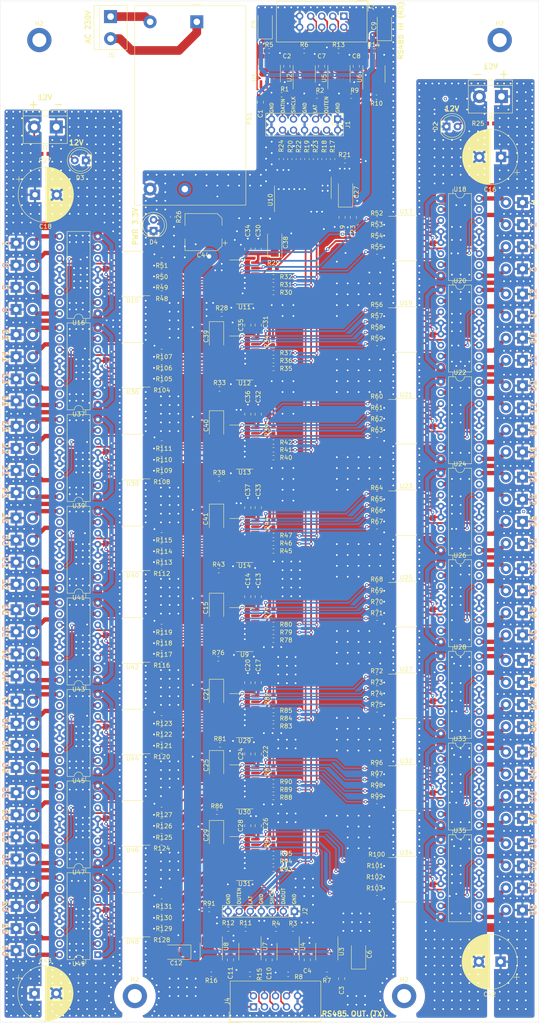
<source format=kicad_pcb>
(kicad_pcb (version 20171130) (host pcbnew 5.1.5-52549c5~84~ubuntu18.04.1)
  (layers (0 F.Cu signal) (31 B.Cu signal) (34 B.Paste user hide) (35 F.Paste user hide) (36 B.SilkS user) (37 F.SilkS user) (38 B.Mask user hide) (39 F.Mask user hide) (44 Edge.Cuts user))
  (net 0 "")
  (net 1 GND)
  (net 2 +3V3)
  (net 3 DATA_IN)
  (net 4 SHIFT_CLK)
  (net 5 LATCH_CLK)
  (net 6 OUTPUT_EN)
  (net 7 DATA_IN_BUF)
  (net 8 "Net-(R3-Pad1)")
  (net 9 "Net-(R4-Pad1)")
  (net 10 SHIFT_CLK_BUF)
  (net 11 LATCH_CLK_BUF)
  (net 12 OUTPUT_EN_BUF)
  (net 13 SH_REG_1_TO_2)
  (net 14 SH_REG_2_TO_3)
  (net 15 "Net-(R9-Pad1)")
  (net 16 OUTPUT_EN_TX_B)
  (net 17 LATCH_CLK_TX_B)
  (net 18 SHIFT_CLK_TX_B)
  (net 19 DATA_OUT_TX_B)
  (net 20 OUTPUT_EN_TX_A)
  (net 21 LATCH_CLK_TX_A)
  (net 22 SHIFT_CLK_TX_A)
  (net 23 DATA_OUT_TX_A)
  (net 24 OUTPUT_EN_RX_A)
  (net 25 LATCH_CLK_RX_A)
  (net 26 SHIFT_CLK_RX_A)
  (net 27 OUTPUT_EN_RX_B)
  (net 28 LATCH_CLK_RX_B)
  (net 29 SHIFT_CLK_RX_B)
  (net 30 "Net-(R1-Pad1)")
  (net 31 "Net-(R2-Pad1)")
  (net 32 "Net-(R31-Pad1)")
  (net 33 "Net-(R34-Pad1)")
  (net 34 "Net-(U3-Pad1)")
  (net 35 "Net-(U4-Pad1)")
  (net 36 "Net-(U8-Pad1)")
  (net 37 "Net-(R40-Pad1)")
  (net 38 "Net-(R41-Pad1)")
  (net 39 SH_REG_3_TO_4)
  (net 40 DATA_OUT)
  (net 41 QA1)
  (net 42 QH1)
  (net 43 QG1)
  (net 44 QF1)
  (net 45 QE1)
  (net 46 QD1)
  (net 47 QC1)
  (net 48 QB1)
  (net 49 "Net-(D2-Pad2)")
  (net 50 "Net-(R10-Pad1)")
  (net 51 "Net-(R12-Pad1)")
  (net 52 "Net-(R17-Pad1)")
  (net 53 "Net-(R29-Pad1)")
  (net 54 "Net-(R30-Pad1)")
  (net 55 "Net-(R33-Pad2)")
  (net 56 "Net-(R35-Pad1)")
  (net 57 "Net-(R36-Pad1)")
  (net 58 "Net-(R37-Pad1)")
  (net 59 "Net-(R39-Pad1)")
  (net 60 "Net-(U7-Pad1)")
  (net 61 DATA_IN_RX485)
  (net 62 SHIFT_CLK_RX485)
  (net 63 LATCH_CLK_RX485)
  (net 64 OUTPUT_EN_RX485)
  (net 65 GNDPWR2)
  (net 66 +12V_1)
  (net 67 +12V_2)
  (net 68 GNDPWR1)
  (net 69 "Net-(R46-Pad1)")
  (net 70 "Net-(R47-Pad1)")
  (net 71 "Net-(R48-Pad1)")
  (net 72 "Net-(R49-Pad1)")
  (net 73 "Net-(R59-Pad1)")
  (net 74 "Net-(R60-Pad1)")
  (net 75 "Net-(R61-Pad1)")
  (net 76 "Net-(R62-Pad1)")
  (net 77 "Net-(R71-Pad1)")
  (net 78 "Net-(R72-Pad1)")
  (net 79 "Net-(R73-Pad1)")
  (net 80 "Net-(R74-Pad1)")
  (net 81 QH2)
  (net 82 QG2)
  (net 83 QF2)
  (net 84 QE2)
  (net 85 QA2)
  (net 86 QB2)
  (net 87 QC2)
  (net 88 QD2)
  (net 89 QA3)
  (net 90 QB3)
  (net 91 QC3)
  (net 92 QD3)
  (net 93 QA4)
  (net 94 QB4)
  (net 95 QC4)
  (net 96 QD4)
  (net 97 QH4)
  (net 98 QG4)
  (net 99 QF4)
  (net 100 QE4)
  (net 101 QH3)
  (net 102 QG3)
  (net 103 QF3)
  (net 104 QE3)
  (net 105 DATA_IN_RX_B)
  (net 106 DATA_IN_RX_A)
  (net 107 "Net-(D3-Pad2)")
  (net 108 "Net-(D4-Pad2)")
  (net 109 "Net-(J8-Pad2)")
  (net 110 "Net-(J9-Pad2)")
  (net 111 "Net-(J10-Pad2)")
  (net 112 "Net-(J11-Pad2)")
  (net 113 "Net-(J12-Pad2)")
  (net 114 "Net-(J13-Pad2)")
  (net 115 "Net-(J14-Pad2)")
  (net 116 "Net-(J15-Pad2)")
  (net 117 "Net-(J16-Pad2)")
  (net 118 "Net-(J17-Pad2)")
  (net 119 "Net-(J18-Pad2)")
  (net 120 "Net-(J19-Pad2)")
  (net 121 "Net-(J20-Pad2)")
  (net 122 "Net-(J21-Pad2)")
  (net 123 "Net-(J22-Pad2)")
  (net 124 "Net-(J23-Pad2)")
  (net 125 "Net-(J24-Pad2)")
  (net 126 "Net-(J25-Pad2)")
  (net 127 "Net-(J26-Pad2)")
  (net 128 "Net-(J27-Pad2)")
  (net 129 "Net-(J28-Pad2)")
  (net 130 "Net-(J29-Pad2)")
  (net 131 "Net-(J30-Pad2)")
  (net 132 "Net-(J31-Pad2)")
  (net 133 "Net-(J32-Pad2)")
  (net 134 "Net-(J33-Pad2)")
  (net 135 "Net-(J34-Pad2)")
  (net 136 "Net-(J35-Pad2)")
  (net 137 "Net-(R11-Pad1)")
  (net 138 "Net-(R18-Pad1)")
  (net 139 "Net-(R19-Pad1)")
  (net 140 "Net-(R20-Pad1)")
  (net 141 "Net-(R28-Pad2)")
  (net 142 "Net-(R32-Pad1)")
  (net 143 "Net-(R38-Pad2)")
  (net 144 "Net-(R42-Pad1)")
  (net 145 "Net-(R43-Pad2)")
  (net 146 "Net-(R44-Pad1)")
  (net 147 "Net-(R45-Pad1)")
  (net 148 "Net-(R50-Pad1)")
  (net 149 "Net-(R51-Pad1)")
  (net 150 "Net-(R52-Pad1)")
  (net 151 "Net-(R53-Pad1)")
  (net 152 "Net-(R54-Pad1)")
  (net 153 "Net-(R55-Pad1)")
  (net 154 "Net-(R56-Pad1)")
  (net 155 "Net-(R57-Pad1)")
  (net 156 "Net-(R58-Pad1)")
  (net 157 "Net-(R63-Pad1)")
  (net 158 "Net-(R64-Pad1)")
  (net 159 "Net-(R65-Pad1)")
  (net 160 "Net-(R66-Pad1)")
  (net 161 "Net-(R67-Pad1)")
  (net 162 "Net-(R68-Pad1)")
  (net 163 "Net-(R69-Pad1)")
  (net 164 "Net-(R70-Pad1)")
  (net 165 "Net-(R75-Pad1)")
  (net 166 "Net-(U10-Pad14)")
  (net 167 "Net-(U10-Pad13)")
  (net 168 "Net-(U10-Pad12)")
  (net 169 "Net-(U10-Pad11)")
  (net 170 "Net-(U15-Pad15)")
  (net 171 "Net-(U15-Pad13)")
  (net 172 "Net-(U15-Pad11)")
  (net 173 "Net-(U15-Pad9)")
  (net 174 "Net-(U17-Pad15)")
  (net 175 "Net-(U17-Pad13)")
  (net 176 "Net-(U17-Pad11)")
  (net 177 "Net-(U17-Pad9)")
  (net 178 "Net-(U19-Pad15)")
  (net 179 "Net-(U19-Pad13)")
  (net 180 "Net-(U19-Pad11)")
  (net 181 "Net-(U19-Pad9)")
  (net 182 "Net-(U21-Pad15)")
  (net 183 "Net-(U21-Pad13)")
  (net 184 "Net-(U21-Pad11)")
  (net 185 "Net-(U21-Pad9)")
  (net 186 "Net-(U23-Pad15)")
  (net 187 "Net-(U23-Pad13)")
  (net 188 "Net-(U23-Pad11)")
  (net 189 "Net-(U23-Pad9)")
  (net 190 "Net-(U25-Pad15)")
  (net 191 "Net-(U25-Pad13)")
  (net 192 "Net-(U25-Pad11)")
  (net 193 "Net-(U25-Pad9)")
  (net 194 "Net-(U27-Pad15)")
  (net 195 "Net-(U27-Pad13)")
  (net 196 "Net-(U27-Pad11)")
  (net 197 "Net-(U27-Pad9)")
  (net 198 "Net-(J5-Pad2)")
  (net 199 "Net-(J5-Pad1)")
  (net 200 "Net-(R76-Pad2)")
  (net 201 "Net-(R77-Pad1)")
  (net 202 "Net-(R78-Pad1)")
  (net 203 "Net-(R79-Pad1)")
  (net 204 "Net-(R80-Pad1)")
  (net 205 QA5)
  (net 206 QB5)
  (net 207 QC5)
  (net 208 QD5)
  (net 209 QA6)
  (net 210 QB6)
  (net 211 QC6)
  (net 212 QD6)
  (net 213 SH_REG_4_TO_5)
  (net 214 "Net-(R81-Pad2)")
  (net 215 SH_REG_5_TO_6)
  (net 216 "Net-(R82-Pad1)")
  (net 217 "Net-(R83-Pad1)")
  (net 218 "Net-(R84-Pad1)")
  (net 219 "Net-(R85-Pad1)")
  (net 220 QE5)
  (net 221 QF5)
  (net 222 QG5)
  (net 223 QH5)
  (net 224 QH6)
  (net 225 QG6)
  (net 226 QF6)
  (net 227 QE6)
  (net 228 "Net-(R86-Pad2)")
  (net 229 "Net-(R87-Pad1)")
  (net 230 SH_REG_6_TO_7)
  (net 231 "Net-(R88-Pad1)")
  (net 232 "Net-(R89-Pad1)")
  (net 233 "Net-(R90-Pad1)")
  (net 234 QB7)
  (net 235 QC7)
  (net 236 QD7)
  (net 237 QE7)
  (net 238 QF7)
  (net 239 QG7)
  (net 240 QH7)
  (net 241 QA7)
  (net 242 "Net-(R91-Pad2)")
  (net 243 SH_REG_7_TO_8)
  (net 244 "Net-(R92-Pad1)")
  (net 245 "Net-(R93-Pad1)")
  (net 246 "Net-(R94-Pad1)")
  (net 247 "Net-(R95-Pad1)")
  (net 248 QA8)
  (net 249 QH8)
  (net 250 QG8)
  (net 251 QF8)
  (net 252 QE8)
  (net 253 QD8)
  (net 254 QC8)
  (net 255 QB8)
  (net 256 "Net-(J36-Pad2)")
  (net 257 "Net-(J37-Pad2)")
  (net 258 "Net-(J38-Pad2)")
  (net 259 "Net-(J39-Pad2)")
  (net 260 "Net-(R96-Pad1)")
  (net 261 "Net-(R97-Pad1)")
  (net 262 "Net-(R98-Pad1)")
  (net 263 "Net-(R99-Pad1)")
  (net 264 "Net-(U32-Pad9)")
  (net 265 "Net-(U32-Pad11)")
  (net 266 "Net-(U32-Pad13)")
  (net 267 "Net-(U32-Pad15)")
  (net 268 "Net-(J40-Pad2)")
  (net 269 "Net-(J41-Pad2)")
  (net 270 "Net-(J42-Pad2)")
  (net 271 "Net-(J43-Pad2)")
  (net 272 "Net-(R100-Pad1)")
  (net 273 "Net-(R101-Pad1)")
  (net 274 "Net-(R102-Pad1)")
  (net 275 "Net-(R103-Pad1)")
  (net 276 "Net-(U34-Pad15)")
  (net 277 "Net-(U34-Pad13)")
  (net 278 "Net-(U34-Pad11)")
  (net 279 "Net-(U34-Pad9)")
  (net 280 "Net-(J44-Pad2)")
  (net 281 "Net-(J45-Pad2)")
  (net 282 "Net-(J46-Pad2)")
  (net 283 "Net-(J47-Pad2)")
  (net 284 "Net-(J48-Pad2)")
  (net 285 "Net-(J49-Pad2)")
  (net 286 "Net-(J50-Pad2)")
  (net 287 "Net-(J51-Pad2)")
  (net 288 "Net-(J52-Pad2)")
  (net 289 "Net-(J53-Pad2)")
  (net 290 "Net-(J54-Pad2)")
  (net 291 "Net-(J55-Pad2)")
  (net 292 "Net-(J56-Pad2)")
  (net 293 "Net-(J57-Pad2)")
  (net 294 "Net-(J58-Pad2)")
  (net 295 "Net-(J59-Pad2)")
  (net 296 "Net-(J60-Pad2)")
  (net 297 "Net-(J61-Pad2)")
  (net 298 "Net-(J62-Pad2)")
  (net 299 "Net-(J63-Pad2)")
  (net 300 "Net-(J64-Pad2)")
  (net 301 "Net-(J65-Pad2)")
  (net 302 "Net-(J66-Pad2)")
  (net 303 "Net-(J67-Pad2)")
  (net 304 "Net-(J68-Pad2)")
  (net 305 "Net-(J69-Pad2)")
  (net 306 "Net-(J70-Pad2)")
  (net 307 "Net-(J71-Pad2)")
  (net 308 "Net-(R104-Pad1)")
  (net 309 "Net-(R105-Pad1)")
  (net 310 "Net-(R106-Pad1)")
  (net 311 "Net-(R107-Pad1)")
  (net 312 "Net-(R108-Pad1)")
  (net 313 "Net-(R109-Pad1)")
  (net 314 "Net-(R110-Pad1)")
  (net 315 "Net-(R111-Pad1)")
  (net 316 "Net-(R112-Pad1)")
  (net 317 "Net-(R113-Pad1)")
  (net 318 "Net-(R114-Pad1)")
  (net 319 "Net-(R115-Pad1)")
  (net 320 "Net-(R116-Pad1)")
  (net 321 "Net-(R117-Pad1)")
  (net 322 "Net-(R118-Pad1)")
  (net 323 "Net-(R119-Pad1)")
  (net 324 "Net-(R120-Pad1)")
  (net 325 "Net-(R121-Pad1)")
  (net 326 "Net-(R122-Pad1)")
  (net 327 "Net-(R123-Pad1)")
  (net 328 "Net-(R124-Pad1)")
  (net 329 "Net-(R125-Pad1)")
  (net 330 "Net-(R126-Pad1)")
  (net 331 "Net-(R127-Pad1)")
  (net 332 "Net-(R128-Pad1)")
  (net 333 "Net-(R129-Pad1)")
  (net 334 "Net-(R130-Pad1)")
  (net 335 "Net-(R131-Pad1)")
  (net 336 "Net-(U36-Pad9)")
  (net 337 "Net-(U36-Pad11)")
  (net 338 "Net-(U36-Pad13)")
  (net 339 "Net-(U36-Pad15)")
  (net 340 "Net-(U38-Pad15)")
  (net 341 "Net-(U38-Pad13)")
  (net 342 "Net-(U38-Pad11)")
  (net 343 "Net-(U38-Pad9)")
  (net 344 "Net-(U40-Pad9)")
  (net 345 "Net-(U40-Pad11)")
  (net 346 "Net-(U40-Pad13)")
  (net 347 "Net-(U40-Pad15)")
  (net 348 "Net-(U42-Pad15)")
  (net 349 "Net-(U42-Pad13)")
  (net 350 "Net-(U42-Pad11)")
  (net 351 "Net-(U42-Pad9)")
  (net 352 "Net-(U44-Pad9)")
  (net 353 "Net-(U44-Pad11)")
  (net 354 "Net-(U44-Pad13)")
  (net 355 "Net-(U44-Pad15)")
  (net 356 "Net-(U46-Pad15)")
  (net 357 "Net-(U46-Pad13)")
  (net 358 "Net-(U46-Pad11)")
  (net 359 "Net-(U46-Pad9)")
  (net 360 "Net-(U48-Pad15)")
  (net 361 "Net-(U48-Pad13)")
  (net 362 "Net-(U48-Pad11)")
  (net 363 "Net-(U48-Pad9)")
  (module Hc595_Solenoid_Driver-part4:MountingHole_3.2mm_M3_DIN965_Pad_ModifFABlayer (layer F.Cu) (at 31 229)
    (fp_text reference H2 (at 0 -3.8) (layer F.SilkS))
    (fp_text value MountingHole_3.2mm_M3_DIN965_Pad_ModifFABlayer hide)
    (pad 1 thru_hole circle (at 0 0) (size 5.6 5.6) (drill 3.2) (layers *.Cu *.Mask))
  )
  (module Hc595_Solenoid_Driver-part4:MountingHole_3.2mm_M3_DIN965_Pad_ModifFABlayer (layer F.Cu) (at 93 229)
    (fp_text reference H2 (at 0 -3.8) (layer F.SilkS))
    (fp_text value MountingHole_3.2mm_M3_DIN965_Pad_ModifFABlayer hide)
    (pad 1 thru_hole circle (at 0 0) (size 5.6 5.6) (drill 3.2) (layers *.Cu *.Mask))
  )
  (module Hc595_Solenoid_Driver-part4:MountingHole_3.2mm_M3_DIN965_Pad_ModifFABlayer (layer F.Cu) (at 115 9)
    (fp_text reference H2 (at 0 -3.8) (layer F.SilkS))
    (fp_text value MountingHole_3.2mm_M3_DIN965_Pad_ModifFABlayer hide)
    (pad 1 thru_hole circle (at 0 0) (size 5.6 5.6) (drill 3.2) (layers *.Cu *.Mask))
  )
  (module Hc595_Solenoid_Driver-part4:MountingHole_3.2mm_M3_DIN965_Pad_ModifFABlayer (layer F.Cu) (at 9 9)
    (fp_text reference H2 (at 0 -3.8) (layer F.SilkS))
    (fp_text value MountingHole_3.2mm_M3_DIN965_Pad_ModifFABlayer hide)
    (pad 1 thru_hole circle (at 0 0) (size 5.6 5.6) (drill 3.2) (layers *.Cu *.Mask))
  )
  (module Capacitor_THT:CP_Radial_D12.5mm_P5.00mm (layer F.Cu) (at 7.9 228.4)
    (fp_text reference C43 (at 2.5 -7.5) (layer F.SilkS))
    (fp_text value 470uF)
    (pad 2 thru_hole circle (at 5 0) (size 2.4 2.4) (drill 1.2) (layers *.Cu *.Mask) (net 65 GNDPWR2))
    (pad 1 thru_hole rect (at 0 0) (size 2.4 2.4) (drill 1.2) (layers *.Cu *.Mask) (net 67 +12V_2))
  )
  (module Capacitor_THT:CP_Radial_D12.5mm_P5.00mm (layer F.Cu) (at 115.2 221.1 180)
    (fp_text reference C42 (at 2.5 -7.5) (layer F.SilkS))
    (fp_text value 470uF)
    (pad 2 thru_hole circle (at 5 0 180) (size 2.4 2.4) (drill 1.2) (layers *.Cu *.Mask) (net 68 GNDPWR1))
    (pad 1 thru_hole rect (at 0 0 180) (size 2.4 2.4) (drill 1.2) (layers *.Cu *.Mask) (net 66 +12V_1))
  )
  (module Capacitor_THT:CP_Radial_D12.5mm_P5.00mm (layer F.Cu) (at 8 44.6)
    (fp_text reference C18 (at 2.4 7.3) (layer F.SilkS))
    (fp_text value 470uF)
    (pad 2 thru_hole circle (at 5 0) (size 2.4 2.4) (drill 1.2) (layers *.Cu *.Mask) (net 65 GNDPWR2))
    (pad 1 thru_hole rect (at 0 0) (size 2.4 2.4) (drill 1.2) (layers *.Cu *.Mask) (net 67 +12V_2))
  )
  (module Capacitor_THT:CP_Radial_D12.5mm_P5.00mm (layer F.Cu) (at 115.3 35.9 180)
    (fp_text reference C16 (at 2.5 -7.5) (layer F.SilkS))
    (fp_text value 470uF)
    (pad 2 thru_hole circle (at 5 0 180) (size 2.4 2.4) (drill 1.2) (layers *.Cu *.Mask) (net 68 GNDPWR1))
    (pad 1 thru_hole rect (at 0 0 180) (size 2.4 2.4) (drill 1.2) (layers *.Cu *.Mask) (net 66 +12V_1))
  )
  (module Hc595_Solenoid_Driver-part4:CP_Elec_8x5.4_ModifFABlayer (layer F.Cu) (at 46.8 53.2 180)
    (fp_text reference C44 (at 0.1 -5.3) (layer F.SilkS))
    (fp_text value 470uF)
    (pad 2 smd roundrect (at 3.05 0 180) (size 4 2.5) (layers F.Cu F.Paste F.Mask) (roundrect_rratio 0.1) (net 1 GND))
    (pad 1 smd roundrect (at -3.05 0 180) (size 4 2.5) (layers F.Cu F.Paste F.Mask) (roundrect_rratio 0.1) (net 2 +3V3))
  )
  (module Hc595_Solenoid_Driver-part4:SolderWirePad_1x02_P3.81mm_Drill1.2mm_Diam2.5mm (layer F.Cu) (at 3.66 92.04)
    (fp_text reference J47 hide)
    (fp_text value Conn_01x02 hide)
    (pad 1 thru_hole rect (at 0 0) (size 2.5 2.5) (drill 1.2) (layers *.Cu *.Mask) (net 67 +12V_2))
    (pad 2 thru_hole circle (at 3.81 0) (size 2.5 2.5) (drill 1.2) (layers *.Cu *.Mask) (net 283 "Net-(J47-Pad2)"))
  )
  (module Hc595_Solenoid_Driver-part4:SolderWirePad_1x02_P3.81mm_Drill1.2mm_Diam2.5mm (layer F.Cu) (at 3.66 86.956667)
    (fp_text reference J44 hide)
    (fp_text value Conn_01x02 hide)
    (pad 1 thru_hole rect (at 0 0) (size 2.5 2.5) (drill 1.2) (layers *.Cu *.Mask) (net 67 +12V_2))
    (pad 2 thru_hole circle (at 3.81 0) (size 2.5 2.5) (drill 1.2) (layers *.Cu *.Mask) (net 280 "Net-(J44-Pad2)"))
  )
  (module Package_SO:SOIC-16_4.55x10.3mm_P1.27mm (layer F.Cu) (at 30.46 83.89 180)
    (fp_text reference U36 (at 0 -6.1) (layer F.SilkS))
    (fp_text value TLP291-4)
    (pad 1 smd roundrect (at -3.25 -4.445 180) (size 1.6 0.55) (layers F.Cu F.Paste F.Mask) (net 308 "Net-(R104-Pad1)"))
    (pad 2 smd roundrect (at -3.25 -3.175 180) (size 1.6 0.55) (layers F.Cu F.Paste F.Mask) (net 1 GND))
    (pad 3 smd roundrect (at -3.25 -1.905 180) (size 1.6 0.55) (layers F.Cu F.Paste F.Mask) (net 309 "Net-(R105-Pad1)"))
    (pad 4 smd roundrect (at -3.25 -0.635 180) (size 1.6 0.55) (layers F.Cu F.Paste F.Mask) (net 1 GND))
    (pad 5 smd roundrect (at -3.25 0.635 180) (size 1.6 0.55) (layers F.Cu F.Paste F.Mask) (net 310 "Net-(R106-Pad1)"))
    (pad 6 smd roundrect (at -3.25 1.905 180) (size 1.6 0.55) (layers F.Cu F.Paste F.Mask) (net 1 GND))
    (pad 7 smd roundrect (at -3.25 3.175 180) (size 1.6 0.55) (layers F.Cu F.Paste F.Mask) (net 311 "Net-(R107-Pad1)"))
    (pad 8 smd roundrect (at -3.25 4.445 180) (size 1.6 0.55) (layers F.Cu F.Paste F.Mask) (net 1 GND))
    (pad 9 smd roundrect (at 3.25 4.445 180) (size 1.6 0.55) (layers F.Cu F.Paste F.Mask) (net 336 "Net-(U36-Pad9)"))
    (pad 10 smd roundrect (at 3.25 3.175 180) (size 1.6 0.55) (layers F.Cu F.Paste F.Mask) (net 67 +12V_2))
    (pad 11 smd roundrect (at 3.25 1.905 180) (size 1.6 0.55) (layers F.Cu F.Paste F.Mask) (net 337 "Net-(U36-Pad11)"))
    (pad 12 smd roundrect (at 3.25 0.635 180) (size 1.6 0.55) (layers F.Cu F.Paste F.Mask) (net 67 +12V_2))
    (pad 13 smd roundrect (at 3.25 -0.635 180) (size 1.6 0.55) (layers F.Cu F.Paste F.Mask) (net 338 "Net-(U36-Pad13)"))
    (pad 14 smd roundrect (at 3.25 -1.905 180) (size 1.6 0.55) (layers F.Cu F.Paste F.Mask) (net 67 +12V_2))
    (pad 15 smd roundrect (at 3.25 -3.175 180) (size 1.6 0.55) (layers F.Cu F.Paste F.Mask) (net 339 "Net-(U36-Pad15)"))
    (pad 16 smd roundrect (at 3.25 -4.445 180) (size 1.6 0.55) (layers F.Cu F.Paste F.Mask) (net 67 +12V_2))
  )
  (module Hc595_Solenoid_Driver-part4:SolderWirePad_1x02_P3.81mm_Drill1.2mm_Diam2.5mm (layer F.Cu) (at 3.66 76.79)
    (fp_text reference J46 hide)
    (fp_text value Conn_01x02 hide)
    (pad 1 thru_hole rect (at 0 0) (size 2.5 2.5) (drill 1.2) (layers *.Cu *.Mask) (net 67 +12V_2))
    (pad 2 thru_hole circle (at 3.81 0) (size 2.5 2.5) (drill 1.2) (layers *.Cu *.Mask) (net 282 "Net-(J46-Pad2)"))
  )
  (module Hc595_Solenoid_Driver-part4:R_0603_1608Metric_ValInMiddleFABlayer (layer F.Cu) (at 37.16 83.19)
    (fp_text reference R106 (at 0.54 1.31) (layer F.SilkS))
    (fp_text value 200 hide)
    (pad 1 smd roundrect (at -0.7875 0) (size 0.875 0.95) (layers F.Cu F.Paste F.Mask) (net 310 "Net-(R106-Pad1)"))
    (pad 2 smd roundrect (at 0.7875 0) (size 0.875 0.95) (layers F.Cu F.Paste F.Mask) (net 83 QF2))
  )
  (module Hc595_Solenoid_Driver-part4:SolderWirePad_1x02_P3.81mm_Drill1.2mm_Diam2.5mm (layer F.Cu) (at 3.66 113.14)
    (fp_text reference J51 hide)
    (fp_text value Conn_01x02 hide)
    (pad 2 thru_hole circle (at 3.81 0) (size 2.5 2.5) (drill 1.2) (layers *.Cu *.Mask) (net 287 "Net-(J51-Pad2)"))
    (pad 1 thru_hole rect (at 0 0) (size 2.5 2.5) (drill 1.2) (layers *.Cu *.Mask) (net 67 +12V_2))
  )
  (module Package_SO:SOIC-16_4.55x10.3mm_P1.27mm (layer F.Cu) (at 30.46 104.99 180)
    (fp_text reference U38 (at 0 -6.1) (layer F.SilkS))
    (fp_text value TLP291-4)
    (pad 16 smd roundrect (at 3.25 -4.445 180) (size 1.6 0.55) (layers F.Cu F.Paste F.Mask) (net 67 +12V_2))
    (pad 15 smd roundrect (at 3.25 -3.175 180) (size 1.6 0.55) (layers F.Cu F.Paste F.Mask) (net 340 "Net-(U38-Pad15)"))
    (pad 14 smd roundrect (at 3.25 -1.905 180) (size 1.6 0.55) (layers F.Cu F.Paste F.Mask) (net 67 +12V_2))
    (pad 13 smd roundrect (at 3.25 -0.635 180) (size 1.6 0.55) (layers F.Cu F.Paste F.Mask) (net 341 "Net-(U38-Pad13)"))
    (pad 12 smd roundrect (at 3.25 0.635 180) (size 1.6 0.55) (layers F.Cu F.Paste F.Mask) (net 67 +12V_2))
    (pad 11 smd roundrect (at 3.25 1.905 180) (size 1.6 0.55) (layers F.Cu F.Paste F.Mask) (net 342 "Net-(U38-Pad11)"))
    (pad 10 smd roundrect (at 3.25 3.175 180) (size 1.6 0.55) (layers F.Cu F.Paste F.Mask) (net 67 +12V_2))
    (pad 9 smd roundrect (at 3.25 4.445 180) (size 1.6 0.55) (layers F.Cu F.Paste F.Mask) (net 343 "Net-(U38-Pad9)"))
    (pad 8 smd roundrect (at -3.25 4.445 180) (size 1.6 0.55) (layers F.Cu F.Paste F.Mask) (net 1 GND))
    (pad 7 smd roundrect (at -3.25 3.175 180) (size 1.6 0.55) (layers F.Cu F.Paste F.Mask) (net 315 "Net-(R111-Pad1)"))
    (pad 6 smd roundrect (at -3.25 1.905 180) (size 1.6 0.55) (layers F.Cu F.Paste F.Mask) (net 1 GND))
    (pad 5 smd roundrect (at -3.25 0.635 180) (size 1.6 0.55) (layers F.Cu F.Paste F.Mask) (net 314 "Net-(R110-Pad1)"))
    (pad 4 smd roundrect (at -3.25 -0.635 180) (size 1.6 0.55) (layers F.Cu F.Paste F.Mask) (net 1 GND))
    (pad 3 smd roundrect (at -3.25 -1.905 180) (size 1.6 0.55) (layers F.Cu F.Paste F.Mask) (net 313 "Net-(R109-Pad1)"))
    (pad 2 smd roundrect (at -3.25 -3.175 180) (size 1.6 0.55) (layers F.Cu F.Paste F.Mask) (net 1 GND))
    (pad 1 smd roundrect (at -3.25 -4.445 180) (size 1.6 0.55) (layers F.Cu F.Paste F.Mask) (net 312 "Net-(R108-Pad1)"))
  )
  (module Hc595_Solenoid_Driver-part4:R_0603_1608Metric_ValInMiddleFABlayer (layer F.Cu) (at 37.16 109.39)
    (fp_text reference R108 (at 0.05 1.3) (layer F.SilkS))
    (fp_text value 200 hide)
    (pad 2 smd roundrect (at 0.7875 0) (size 0.875 0.95) (layers F.Cu F.Paste F.Mask) (net 101 QH3))
    (pad 1 smd roundrect (at -0.7875 0) (size 0.875 0.95) (layers F.Cu F.Paste F.Mask) (net 312 "Net-(R108-Pad1)"))
  )
  (module Hc595_Solenoid_Driver-part4:R_0603_1608Metric_ValInMiddleFABlayer (layer F.Cu) (at 37.16 88.29)
    (fp_text reference R104 (at 0.05 1.3) (layer F.SilkS))
    (fp_text value 200 hide)
    (pad 1 smd roundrect (at -0.7875 0) (size 0.875 0.95) (layers F.Cu F.Paste F.Mask) (net 308 "Net-(R104-Pad1)"))
    (pad 2 smd roundrect (at 0.7875 0) (size 0.875 0.95) (layers F.Cu F.Paste F.Mask) (net 81 QH2))
  )
  (module Hc595_Solenoid_Driver-part4:DIP-16_346_ELL (layer F.Cu) (at 22.46 92.99 180)
    (fp_text reference U37 (at 4.4 -2.1) (layer F.SilkS))
    (fp_text value ULN2066B)
    (pad 16 thru_hole oval (at 8.8 0 90) (size 1.6 1.6) (drill 0.8) (layers *.Cu *.Mask) (net 283 "Net-(J47-Pad2)"))
    (pad 1 thru_hole rect (at 0 0 90) (size 1.6 1.6) (drill 0.8) (layers *.Cu *.Mask) (net 67 +12V_2))
    (pad 15 thru_hole oval (at 8.8 2.54 90) (size 1.6 1.6) (drill 0.8) (layers *.Cu *.Mask))
    (pad 2 thru_hole oval (at 0 2.54 90) (size 1.6 1.6) (drill 0.8) (layers *.Cu *.Mask) (net 280 "Net-(J44-Pad2)"))
    (pad 14 thru_hole oval (at 8.8 5.08 90) (size 1.6 1.6) (drill 0.8) (layers *.Cu *.Mask) (net 336 "Net-(U36-Pad9)"))
    (pad 3 thru_hole oval (at 0 5.08 90) (size 1.6 1.6) (drill 0.8) (layers *.Cu *.Mask) (net 339 "Net-(U36-Pad15)"))
    (pad 13 thru_hole oval (at 8.8 7.62 90) (size 1.6 1.6) (drill 0.8) (layers *.Cu *.Mask) (net 65 GNDPWR2))
    (pad 4 thru_hole oval (at 0 7.62 90) (size 1.6 1.6) (drill 0.8) (layers *.Cu *.Mask) (net 65 GNDPWR2))
    (pad 12 thru_hole oval (at 8.8 10.16 90) (size 1.6 1.6) (drill 0.8) (layers *.Cu *.Mask) (net 65 GNDPWR2))
    (pad 5 thru_hole oval (at 0 10.16 90) (size 1.6 1.6) (drill 0.8) (layers *.Cu *.Mask) (net 65 GNDPWR2))
    (pad 11 thru_hole oval (at 8.8 12.7 90) (size 1.6 1.6) (drill 0.8) (layers *.Cu *.Mask) (net 337 "Net-(U36-Pad11)"))
    (pad 6 thru_hole oval (at 0 12.7 90) (size 1.6 1.6) (drill 0.8) (layers *.Cu *.Mask) (net 338 "Net-(U36-Pad13)"))
    (pad 10 thru_hole oval (at 8.8 15.24 90) (size 1.6 1.6) (drill 0.8) (layers *.Cu *.Mask))
    (pad 7 thru_hole oval (at 0 15.24 90) (size 1.6 1.6) (drill 0.8) (layers *.Cu *.Mask) (net 281 "Net-(J45-Pad2)"))
    (pad 9 thru_hole oval (at 8.8 17.78 90) (size 1.6 1.6) (drill 0.8) (layers *.Cu *.Mask) (net 282 "Net-(J46-Pad2)"))
    (pad 8 thru_hole oval (at 0 17.78 90) (size 1.6 1.6) (drill 0.8) (layers *.Cu *.Mask) (net 67 +12V_2))
  )
  (module Hc595_Solenoid_Driver-part4:R_0603_1608Metric_ValInMiddleFABlayer (layer F.Cu) (at 37.16 101.74)
    (fp_text reference R111 (at 0.54 1.26) (layer F.SilkS))
    (fp_text value 200 hide)
    (pad 2 smd roundrect (at 0.7875 0) (size 0.875 0.95) (layers F.Cu F.Paste F.Mask) (net 104 QE3))
    (pad 1 smd roundrect (at -0.7875 0) (size 0.875 0.95) (layers F.Cu F.Paste F.Mask) (net 315 "Net-(R111-Pad1)"))
  )
  (module Hc595_Solenoid_Driver-part4:SolderWirePad_1x02_P3.81mm_Drill1.2mm_Diam2.5mm (layer F.Cu) (at 3.66 97.89)
    (fp_text reference J50 hide)
    (fp_text value Conn_01x02 hide)
    (pad 2 thru_hole circle (at 3.81 0) (size 2.5 2.5) (drill 1.2) (layers *.Cu *.Mask) (net 286 "Net-(J50-Pad2)"))
    (pad 1 thru_hole rect (at 0 0) (size 2.5 2.5) (drill 1.2) (layers *.Cu *.Mask) (net 67 +12V_2))
  )
  (module Hc595_Solenoid_Driver-part4:R_0603_1608Metric_ValInMiddleFABlayer (layer F.Cu) (at 37.16 80.64)
    (fp_text reference R107 (at 0.54 1.26) (layer F.SilkS))
    (fp_text value 200 hide)
    (pad 1 smd roundrect (at -0.7875 0) (size 0.875 0.95) (layers F.Cu F.Paste F.Mask) (net 311 "Net-(R107-Pad1)"))
    (pad 2 smd roundrect (at 0.7875 0) (size 0.875 0.95) (layers F.Cu F.Paste F.Mask) (net 84 QE2))
  )
  (module Hc595_Solenoid_Driver-part4:R_0603_1608Metric_ValInMiddleFABlayer (layer F.Cu) (at 37.16 104.29)
    (fp_text reference R110 (at 0.54 1.31) (layer F.SilkS))
    (fp_text value 200 hide)
    (pad 2 smd roundrect (at 0.7875 0) (size 0.875 0.95) (layers F.Cu F.Paste F.Mask) (net 103 QF3))
    (pad 1 smd roundrect (at -0.7875 0) (size 0.875 0.95) (layers F.Cu F.Paste F.Mask) (net 314 "Net-(R110-Pad1)"))
  )
  (module Hc595_Solenoid_Driver-part4:SolderWirePad_1x02_P3.81mm_Drill1.2mm_Diam2.5mm (layer F.Cu) (at 3.66 108.056667)
    (fp_text reference J48 hide)
    (fp_text value Conn_01x02 hide)
    (pad 2 thru_hole circle (at 3.81 0) (size 2.5 2.5) (drill 1.2) (layers *.Cu *.Mask) (net 284 "Net-(J48-Pad2)"))
    (pad 1 thru_hole rect (at 0 0) (size 2.5 2.5) (drill 1.2) (layers *.Cu *.Mask) (net 67 +12V_2))
  )
  (module Hc595_Solenoid_Driver-part4:DIP-16_346_ELL (layer F.Cu) (at 22.46 114.09 180)
    (fp_text reference U39 (at 4.4 -2.1) (layer F.SilkS))
    (fp_text value ULN2066B)
    (pad 8 thru_hole oval (at 0 17.78 90) (size 1.6 1.6) (drill 0.8) (layers *.Cu *.Mask) (net 67 +12V_2))
    (pad 9 thru_hole oval (at 8.8 17.78 90) (size 1.6 1.6) (drill 0.8) (layers *.Cu *.Mask) (net 286 "Net-(J50-Pad2)"))
    (pad 7 thru_hole oval (at 0 15.24 90) (size 1.6 1.6) (drill 0.8) (layers *.Cu *.Mask) (net 285 "Net-(J49-Pad2)"))
    (pad 10 thru_hole oval (at 8.8 15.24 90) (size 1.6 1.6) (drill 0.8) (layers *.Cu *.Mask))
    (pad 6 thru_hole oval (at 0 12.7 90) (size 1.6 1.6) (drill 0.8) (layers *.Cu *.Mask) (net 341 "Net-(U38-Pad13)"))
    (pad 11 thru_hole oval (at 8.8 12.7 90) (size 1.6 1.6) (drill 0.8) (layers *.Cu *.Mask) (net 342 "Net-(U38-Pad11)"))
    (pad 5 thru_hole oval (at 0 10.16 90) (size 1.6 1.6) (drill 0.8) (layers *.Cu *.Mask) (net 65 GNDPWR2))
    (pad 12 thru_hole oval (at 8.8 10.16 90) (size 1.6 1.6) (drill 0.8) (layers *.Cu *.Mask) (net 65 GNDPWR2))
    (pad 4 thru_hole oval (at 0 7.62 90) (size 1.6 1.6) (drill 0.8) (layers *.Cu *.Mask) (net 65 GNDPWR2))
    (pad 13 thru_hole oval (at 8.8 7.62 90) (size 1.6 1.6) (drill 0.8) (layers *.Cu *.Mask) (net 65 GNDPWR2))
    (pad 3 thru_hole oval (at 0 5.08 90) (size 1.6 1.6) (drill 0.8) (layers *.Cu *.Mask) (net 340 "Net-(U38-Pad15)"))
    (pad 14 thru_hole oval (at 8.8 5.08 90) (size 1.6 1.6) (drill 0.8) (layers *.Cu *.Mask) (net 343 "Net-(U38-Pad9)"))
    (pad 2 thru_hole oval (at 0 2.54 90) (size 1.6 1.6) (drill 0.8) (layers *.Cu *.Mask) (net 284 "Net-(J48-Pad2)"))
    (pad 15 thru_hole oval (at 8.8 2.54 90) (size 1.6 1.6) (drill 0.8) (layers *.Cu *.Mask))
    (pad 1 thru_hole rect (at 0 0 90) (size 1.6 1.6) (drill 0.8) (layers *.Cu *.Mask) (net 67 +12V_2))
    (pad 16 thru_hole oval (at 8.8 0 90) (size 1.6 1.6) (drill 0.8) (layers *.Cu *.Mask) (net 287 "Net-(J51-Pad2)"))
  )
  (module Hc595_Solenoid_Driver-part4:SolderWirePad_1x02_P3.81mm_Drill1.2mm_Diam2.5mm (layer F.Cu) (at 3.66 102.973334)
    (fp_text reference J49 hide)
    (fp_text value Conn_01x02 hide)
    (pad 2 thru_hole circle (at 3.81 0) (size 2.5 2.5) (drill 1.2) (layers *.Cu *.Mask) (net 285 "Net-(J49-Pad2)"))
    (pad 1 thru_hole rect (at 0 0) (size 2.5 2.5) (drill 1.2) (layers *.Cu *.Mask) (net 67 +12V_2))
  )
  (module Hc595_Solenoid_Driver-part4:SolderWirePad_1x02_P3.81mm_Drill1.2mm_Diam2.5mm (layer F.Cu) (at 3.66 81.873334)
    (fp_text reference J45 hide)
    (fp_text value Conn_01x02 hide)
    (pad 1 thru_hole rect (at 0 0) (size 2.5 2.5) (drill 1.2) (layers *.Cu *.Mask) (net 67 +12V_2))
    (pad 2 thru_hole circle (at 3.81 0) (size 2.5 2.5) (drill 1.2) (layers *.Cu *.Mask) (net 281 "Net-(J45-Pad2)"))
  )
  (module Hc595_Solenoid_Driver-part4:R_0603_1608Metric_ValInMiddleFABlayer (layer F.Cu) (at 37.16 85.69)
    (fp_text reference R105 (at 0.54 1.31) (layer F.SilkS))
    (fp_text value 200 hide)
    (pad 1 smd roundrect (at -0.7875 0) (size 0.875 0.95) (layers F.Cu F.Paste F.Mask) (net 309 "Net-(R105-Pad1)"))
    (pad 2 smd roundrect (at 0.7875 0) (size 0.875 0.95) (layers F.Cu F.Paste F.Mask) (net 82 QG2))
  )
  (module Hc595_Solenoid_Driver-part4:R_0603_1608Metric_ValInMiddleFABlayer (layer F.Cu) (at 37.16 106.79)
    (fp_text reference R109 (at 0.54 1.31) (layer F.SilkS))
    (fp_text value 200 hide)
    (pad 2 smd roundrect (at 0.7875 0) (size 0.875 0.95) (layers F.Cu F.Paste F.Mask) (net 102 QG3))
    (pad 1 smd roundrect (at -0.7875 0) (size 0.875 0.95) (layers F.Cu F.Paste F.Mask) (net 313 "Net-(R109-Pad1)"))
  )
  (module Hc595_Solenoid_Driver-part4:DIP-16_346_ELL (layer F.Cu) (at 22.45 156.3 180)
    (fp_text reference U43 (at 4.4 -2.1) (layer F.SilkS))
    (fp_text value ULN2066B)
    (pad 16 thru_hole oval (at 8.8 0 90) (size 1.6 1.6) (drill 0.8) (layers *.Cu *.Mask) (net 295 "Net-(J59-Pad2)"))
    (pad 1 thru_hole rect (at 0 0 90) (size 1.6 1.6) (drill 0.8) (layers *.Cu *.Mask) (net 67 +12V_2))
    (pad 15 thru_hole oval (at 8.8 2.54 90) (size 1.6 1.6) (drill 0.8) (layers *.Cu *.Mask))
    (pad 2 thru_hole oval (at 0 2.54 90) (size 1.6 1.6) (drill 0.8) (layers *.Cu *.Mask) (net 292 "Net-(J56-Pad2)"))
    (pad 14 thru_hole oval (at 8.8 5.08 90) (size 1.6 1.6) (drill 0.8) (layers *.Cu *.Mask) (net 351 "Net-(U42-Pad9)"))
    (pad 3 thru_hole oval (at 0 5.08 90) (size 1.6 1.6) (drill 0.8) (layers *.Cu *.Mask) (net 348 "Net-(U42-Pad15)"))
    (pad 13 thru_hole oval (at 8.8 7.62 90) (size 1.6 1.6) (drill 0.8) (layers *.Cu *.Mask) (net 65 GNDPWR2))
    (pad 4 thru_hole oval (at 0 7.62 90) (size 1.6 1.6) (drill 0.8) (layers *.Cu *.Mask) (net 65 GNDPWR2))
    (pad 12 thru_hole oval (at 8.8 10.16 90) (size 1.6 1.6) (drill 0.8) (layers *.Cu *.Mask) (net 65 GNDPWR2))
    (pad 5 thru_hole oval (at 0 10.16 90) (size 1.6 1.6) (drill 0.8) (layers *.Cu *.Mask) (net 65 GNDPWR2))
    (pad 11 thru_hole oval (at 8.8 12.7 90) (size 1.6 1.6) (drill 0.8) (layers *.Cu *.Mask) (net 350 "Net-(U42-Pad11)"))
    (pad 6 thru_hole oval (at 0 12.7 90) (size 1.6 1.6) (drill 0.8) (layers *.Cu *.Mask) (net 349 "Net-(U42-Pad13)"))
    (pad 10 thru_hole oval (at 8.8 15.24 90) (size 1.6 1.6) (drill 0.8) (layers *.Cu *.Mask))
    (pad 7 thru_hole oval (at 0 15.24 90) (size 1.6 1.6) (drill 0.8) (layers *.Cu *.Mask) (net 293 "Net-(J57-Pad2)"))
    (pad 9 thru_hole oval (at 8.8 17.78 90) (size 1.6 1.6) (drill 0.8) (layers *.Cu *.Mask) (net 294 "Net-(J58-Pad2)"))
    (pad 8 thru_hole oval (at 0 17.78 90) (size 1.6 1.6) (drill 0.8) (layers *.Cu *.Mask) (net 67 +12V_2))
  )
  (module Hc595_Solenoid_Driver-part4:DIP-16_346_ELL (layer F.Cu) (at 22.45 198.4 180)
    (fp_text reference U47 (at 4.4 -2.1) (layer F.SilkS))
    (fp_text value ULN2066B)
    (pad 16 thru_hole oval (at 8.8 0 90) (size 1.6 1.6) (drill 0.8) (layers *.Cu *.Mask) (net 303 "Net-(J67-Pad2)"))
    (pad 1 thru_hole rect (at 0 0 90) (size 1.6 1.6) (drill 0.8) (layers *.Cu *.Mask) (net 67 +12V_2))
    (pad 15 thru_hole oval (at 8.8 2.54 90) (size 1.6 1.6) (drill 0.8) (layers *.Cu *.Mask))
    (pad 2 thru_hole oval (at 0 2.54 90) (size 1.6 1.6) (drill 0.8) (layers *.Cu *.Mask) (net 300 "Net-(J64-Pad2)"))
    (pad 14 thru_hole oval (at 8.8 5.08 90) (size 1.6 1.6) (drill 0.8) (layers *.Cu *.Mask) (net 359 "Net-(U46-Pad9)"))
    (pad 3 thru_hole oval (at 0 5.08 90) (size 1.6 1.6) (drill 0.8) (layers *.Cu *.Mask) (net 356 "Net-(U46-Pad15)"))
    (pad 13 thru_hole oval (at 8.8 7.62 90) (size 1.6 1.6) (drill 0.8) (layers *.Cu *.Mask) (net 65 GNDPWR2))
    (pad 4 thru_hole oval (at 0 7.62 90) (size 1.6 1.6) (drill 0.8) (layers *.Cu *.Mask) (net 65 GNDPWR2))
    (pad 12 thru_hole oval (at 8.8 10.16 90) (size 1.6 1.6) (drill 0.8) (layers *.Cu *.Mask) (net 65 GNDPWR2))
    (pad 5 thru_hole oval (at 0 10.16 90) (size 1.6 1.6) (drill 0.8) (layers *.Cu *.Mask) (net 65 GNDPWR2))
    (pad 11 thru_hole oval (at 8.8 12.7 90) (size 1.6 1.6) (drill 0.8) (layers *.Cu *.Mask) (net 358 "Net-(U46-Pad11)"))
    (pad 6 thru_hole oval (at 0 12.7 90) (size 1.6 1.6) (drill 0.8) (layers *.Cu *.Mask) (net 357 "Net-(U46-Pad13)"))
    (pad 10 thru_hole oval (at 8.8 15.24 90) (size 1.6 1.6) (drill 0.8) (layers *.Cu *.Mask))
    (pad 7 thru_hole oval (at 0 15.24 90) (size 1.6 1.6) (drill 0.8) (layers *.Cu *.Mask) (net 301 "Net-(J65-Pad2)"))
    (pad 9 thru_hole oval (at 8.8 17.78 90) (size 1.6 1.6) (drill 0.8) (layers *.Cu *.Mask) (net 302 "Net-(J66-Pad2)"))
    (pad 8 thru_hole oval (at 0 17.78 90) (size 1.6 1.6) (drill 0.8) (layers *.Cu *.Mask) (net 67 +12V_2))
  )
  (module Hc595_Solenoid_Driver-part4:DIP-16_346_ELL (layer F.Cu) (at 22.45 219.5 180)
    (fp_text reference U49 (at 4.4 -2.1) (layer F.SilkS))
    (fp_text value ULN2066B)
    (pad 16 thru_hole oval (at 8.8 0 90) (size 1.6 1.6) (drill 0.8) (layers *.Cu *.Mask) (net 307 "Net-(J71-Pad2)"))
    (pad 1 thru_hole rect (at 0 0 90) (size 1.6 1.6) (drill 0.8) (layers *.Cu *.Mask) (net 67 +12V_2))
    (pad 15 thru_hole oval (at 8.8 2.54 90) (size 1.6 1.6) (drill 0.8) (layers *.Cu *.Mask))
    (pad 2 thru_hole oval (at 0 2.54 90) (size 1.6 1.6) (drill 0.8) (layers *.Cu *.Mask) (net 304 "Net-(J68-Pad2)"))
    (pad 14 thru_hole oval (at 8.8 5.08 90) (size 1.6 1.6) (drill 0.8) (layers *.Cu *.Mask) (net 363 "Net-(U48-Pad9)"))
    (pad 3 thru_hole oval (at 0 5.08 90) (size 1.6 1.6) (drill 0.8) (layers *.Cu *.Mask) (net 360 "Net-(U48-Pad15)"))
    (pad 13 thru_hole oval (at 8.8 7.62 90) (size 1.6 1.6) (drill 0.8) (layers *.Cu *.Mask) (net 65 GNDPWR2))
    (pad 4 thru_hole oval (at 0 7.62 90) (size 1.6 1.6) (drill 0.8) (layers *.Cu *.Mask) (net 65 GNDPWR2))
    (pad 12 thru_hole oval (at 8.8 10.16 90) (size 1.6 1.6) (drill 0.8) (layers *.Cu *.Mask) (net 65 GNDPWR2))
    (pad 5 thru_hole oval (at 0 10.16 90) (size 1.6 1.6) (drill 0.8) (layers *.Cu *.Mask) (net 65 GNDPWR2))
    (pad 11 thru_hole oval (at 8.8 12.7 90) (size 1.6 1.6) (drill 0.8) (layers *.Cu *.Mask) (net 362 "Net-(U48-Pad11)"))
    (pad 6 thru_hole oval (at 0 12.7 90) (size 1.6 1.6) (drill 0.8) (layers *.Cu *.Mask) (net 361 "Net-(U48-Pad13)"))
    (pad 10 thru_hole oval (at 8.8 15.24 90) (size 1.6 1.6) (drill 0.8) (layers *.Cu *.Mask))
    (pad 7 thru_hole oval (at 0 15.24 90) (size 1.6 1.6) (drill 0.8) (layers *.Cu *.Mask) (net 305 "Net-(J69-Pad2)"))
    (pad 9 thru_hole oval (at 8.8 17.78 90) (size 1.6 1.6) (drill 0.8) (layers *.Cu *.Mask) (net 306 "Net-(J70-Pad2)"))
    (pad 8 thru_hole oval (at 0 17.78 90) (size 1.6 1.6) (drill 0.8) (layers *.Cu *.Mask) (net 67 +12V_2))
  )
  (module Hc595_Solenoid_Driver-part4:DIP-16_346_ELL (layer F.Cu) (at 22.45 177.35 180)
    (fp_text reference U45 (at 4.4 -2.1) (layer F.SilkS))
    (fp_text value ULN2066B)
    (pad 16 thru_hole oval (at 8.8 0 90) (size 1.6 1.6) (drill 0.8) (layers *.Cu *.Mask) (net 299 "Net-(J63-Pad2)"))
    (pad 1 thru_hole rect (at 0 0 90) (size 1.6 1.6) (drill 0.8) (layers *.Cu *.Mask) (net 67 +12V_2))
    (pad 15 thru_hole oval (at 8.8 2.54 90) (size 1.6 1.6) (drill 0.8) (layers *.Cu *.Mask))
    (pad 2 thru_hole oval (at 0 2.54 90) (size 1.6 1.6) (drill 0.8) (layers *.Cu *.Mask) (net 296 "Net-(J60-Pad2)"))
    (pad 14 thru_hole oval (at 8.8 5.08 90) (size 1.6 1.6) (drill 0.8) (layers *.Cu *.Mask) (net 352 "Net-(U44-Pad9)"))
    (pad 3 thru_hole oval (at 0 5.08 90) (size 1.6 1.6) (drill 0.8) (layers *.Cu *.Mask) (net 355 "Net-(U44-Pad15)"))
    (pad 13 thru_hole oval (at 8.8 7.62 90) (size 1.6 1.6) (drill 0.8) (layers *.Cu *.Mask) (net 65 GNDPWR2))
    (pad 4 thru_hole oval (at 0 7.62 90) (size 1.6 1.6) (drill 0.8) (layers *.Cu *.Mask) (net 65 GNDPWR2))
    (pad 12 thru_hole oval (at 8.8 10.16 90) (size 1.6 1.6) (drill 0.8) (layers *.Cu *.Mask) (net 65 GNDPWR2))
    (pad 5 thru_hole oval (at 0 10.16 90) (size 1.6 1.6) (drill 0.8) (layers *.Cu *.Mask) (net 65 GNDPWR2))
    (pad 11 thru_hole oval (at 8.8 12.7 90) (size 1.6 1.6) (drill 0.8) (layers *.Cu *.Mask) (net 353 "Net-(U44-Pad11)"))
    (pad 6 thru_hole oval (at 0 12.7 90) (size 1.6 1.6) (drill 0.8) (layers *.Cu *.Mask) (net 354 "Net-(U44-Pad13)"))
    (pad 10 thru_hole oval (at 8.8 15.24 90) (size 1.6 1.6) (drill 0.8) (layers *.Cu *.Mask))
    (pad 7 thru_hole oval (at 0 15.24 90) (size 1.6 1.6) (drill 0.8) (layers *.Cu *.Mask) (net 297 "Net-(J61-Pad2)"))
    (pad 9 thru_hole oval (at 8.8 17.78 90) (size 1.6 1.6) (drill 0.8) (layers *.Cu *.Mask) (net 298 "Net-(J62-Pad2)"))
    (pad 8 thru_hole oval (at 0 17.78 90) (size 1.6 1.6) (drill 0.8) (layers *.Cu *.Mask) (net 67 +12V_2))
  )
  (module Hc595_Solenoid_Driver-part4:SolderWirePad_1x02_P3.81mm_Drill1.2mm_Diam2.5mm (layer F.Cu) (at 3.65 208.383334)
    (fp_text reference J69 hide)
    (fp_text value Conn_01x02 hide)
    (pad 2 thru_hole circle (at 3.81 0) (size 2.5 2.5) (drill 1.2) (layers *.Cu *.Mask) (net 305 "Net-(J69-Pad2)"))
    (pad 1 thru_hole rect (at 0 0) (size 2.5 2.5) (drill 1.2) (layers *.Cu *.Mask) (net 67 +12V_2))
  )
  (module Hc595_Solenoid_Driver-part4:SolderWirePad_1x02_P3.81mm_Drill1.2mm_Diam2.5mm (layer F.Cu) (at 3.65 134.25)
    (fp_text reference J55 hide)
    (fp_text value Conn_01x02 hide)
    (pad 1 thru_hole rect (at 0 0) (size 2.5 2.5) (drill 1.2) (layers *.Cu *.Mask) (net 67 +12V_2))
    (pad 2 thru_hole circle (at 3.81 0) (size 2.5 2.5) (drill 1.2) (layers *.Cu *.Mask) (net 291 "Net-(J55-Pad2)"))
  )
  (module Hc595_Solenoid_Driver-part4:SolderWirePad_1x02_P3.81mm_Drill1.2mm_Diam2.5mm (layer F.Cu) (at 3.65 150.266667)
    (fp_text reference J56 hide)
    (fp_text value Conn_01x02 hide)
    (pad 2 thru_hole circle (at 3.81 0) (size 2.5 2.5) (drill 1.2) (layers *.Cu *.Mask) (net 292 "Net-(J56-Pad2)"))
    (pad 1 thru_hole rect (at 0 0) (size 2.5 2.5) (drill 1.2) (layers *.Cu *.Mask) (net 67 +12V_2))
  )
  (module Hc595_Solenoid_Driver-part4:R_0603_1608Metric_ValInMiddleFABlayer (layer F.Cu) (at 37.15 207.15)
    (fp_text reference R131 (at 0.55 1.25) (layer F.SilkS))
    (fp_text value 200 hide)
    (pad 2 smd roundrect (at 0.7875 0) (size 0.875 0.95) (layers F.Cu F.Paste F.Mask) (net 252 QE8))
    (pad 1 smd roundrect (at -0.7875 0) (size 0.875 0.95) (layers F.Cu F.Paste F.Mask) (net 335 "Net-(R131-Pad1)"))
  )
  (module Hc595_Solenoid_Driver-part4:SolderWirePad_1x02_P3.81mm_Drill1.2mm_Diam2.5mm (layer F.Cu) (at 3.65 187.283334)
    (fp_text reference J65 hide)
    (fp_text value Conn_01x02 hide)
    (pad 2 thru_hole circle (at 3.81 0) (size 2.5 2.5) (drill 1.2) (layers *.Cu *.Mask) (net 301 "Net-(J65-Pad2)"))
    (pad 1 thru_hole rect (at 0 0) (size 2.5 2.5) (drill 1.2) (layers *.Cu *.Mask) (net 67 +12V_2))
  )
  (module Hc595_Solenoid_Driver-part4:R_0603_1608Metric_ValInMiddleFABlayer (layer F.Cu) (at 37.15 151.6)
    (fp_text reference R116 (at 0.05 1.3) (layer F.SilkS))
    (fp_text value 200 hide)
    (pad 2 smd roundrect (at 0.7875 0) (size 0.875 0.95) (layers F.Cu F.Paste F.Mask) (net 223 QH5))
    (pad 1 smd roundrect (at -0.7875 0) (size 0.875 0.95) (layers F.Cu F.Paste F.Mask) (net 320 "Net-(R116-Pad1)"))
  )
  (module Package_SO:SOIC-16_4.55x10.3mm_P1.27mm (layer F.Cu) (at 30.45 126.1 180)
    (fp_text reference U40 (at 0 -6.1) (layer F.SilkS))
    (fp_text value TLP291-4)
    (pad 1 smd roundrect (at -3.25 -4.445 180) (size 1.6 0.55) (layers F.Cu F.Paste F.Mask) (net 316 "Net-(R112-Pad1)"))
    (pad 2 smd roundrect (at -3.25 -3.175 180) (size 1.6 0.55) (layers F.Cu F.Paste F.Mask) (net 1 GND))
    (pad 3 smd roundrect (at -3.25 -1.905 180) (size 1.6 0.55) (layers F.Cu F.Paste F.Mask) (net 317 "Net-(R113-Pad1)"))
    (pad 4 smd roundrect (at -3.25 -0.635 180) (size 1.6 0.55) (layers F.Cu F.Paste F.Mask) (net 1 GND))
    (pad 5 smd roundrect (at -3.25 0.635 180) (size 1.6 0.55) (layers F.Cu F.Paste F.Mask) (net 318 "Net-(R114-Pad1)"))
    (pad 6 smd roundrect (at -3.25 1.905 180) (size 1.6 0.55) (layers F.Cu F.Paste F.Mask) (net 1 GND))
    (pad 7 smd roundrect (at -3.25 3.175 180) (size 1.6 0.55) (layers F.Cu F.Paste F.Mask) (net 319 "Net-(R115-Pad1)"))
    (pad 8 smd roundrect (at -3.25 4.445 180) (size 1.6 0.55) (layers F.Cu F.Paste F.Mask) (net 1 GND))
    (pad 9 smd roundrect (at 3.25 4.445 180) (size 1.6 0.55) (layers F.Cu F.Paste F.Mask) (net 344 "Net-(U40-Pad9)"))
    (pad 10 smd roundrect (at 3.25 3.175 180) (size 1.6 0.55) (layers F.Cu F.Paste F.Mask) (net 67 +12V_2))
    (pad 11 smd roundrect (at 3.25 1.905 180) (size 1.6 0.55) (layers F.Cu F.Paste F.Mask) (net 345 "Net-(U40-Pad11)"))
    (pad 12 smd roundrect (at 3.25 0.635 180) (size 1.6 0.55) (layers F.Cu F.Paste F.Mask) (net 67 +12V_2))
    (pad 13 smd roundrect (at 3.25 -0.635 180) (size 1.6 0.55) (layers F.Cu F.Paste F.Mask) (net 346 "Net-(U40-Pad13)"))
    (pad 14 smd roundrect (at 3.25 -1.905 180) (size 1.6 0.55) (layers F.Cu F.Paste F.Mask) (net 67 +12V_2))
    (pad 15 smd roundrect (at 3.25 -3.175 180) (size 1.6 0.55) (layers F.Cu F.Paste F.Mask) (net 347 "Net-(U40-Pad15)"))
    (pad 16 smd roundrect (at 3.25 -4.445 180) (size 1.6 0.55) (layers F.Cu F.Paste F.Mask) (net 67 +12V_2))
  )
  (module Hc595_Solenoid_Driver-part4:R_0603_1608Metric_ValInMiddleFABlayer (layer F.Cu) (at 37.15 167.55)
    (fp_text reference R122 (at 0.55 1.25) (layer F.SilkS))
    (fp_text value 200 hide)
    (pad 1 smd roundrect (at -0.7875 0) (size 0.875 0.95) (layers F.Cu F.Paste F.Mask) (net 326 "Net-(R122-Pad1)"))
    (pad 2 smd roundrect (at 0.7875 0) (size 0.875 0.95) (layers F.Cu F.Paste F.Mask) (net 226 QF6))
  )
  (module Hc595_Solenoid_Driver-part4:SolderWirePad_1x02_P3.81mm_Drill1.2mm_Diam2.5mm (layer F.Cu) (at 3.65 218.55)
    (fp_text reference J71 hide)
    (fp_text value Conn_01x02 hide)
    (pad 2 thru_hole circle (at 3.81 0) (size 2.5 2.5) (drill 1.2) (layers *.Cu *.Mask) (net 307 "Net-(J71-Pad2)"))
    (pad 1 thru_hole rect (at 0 0) (size 2.5 2.5) (drill 1.2) (layers *.Cu *.Mask) (net 67 +12V_2))
  )
  (module Hc595_Solenoid_Driver-part4:R_0603_1608Metric_ValInMiddleFABlayer (layer F.Cu) (at 37.15 170.05)
    (fp_text reference R121 (at 0.55 1.35) (layer F.SilkS))
    (fp_text value 200 hide)
    (pad 1 smd roundrect (at -0.7875 0) (size 0.875 0.95) (layers F.Cu F.Paste F.Mask) (net 325 "Net-(R121-Pad1)"))
    (pad 2 smd roundrect (at 0.7875 0) (size 0.875 0.95) (layers F.Cu F.Paste F.Mask) (net 225 QG6))
  )
  (module Hc595_Solenoid_Driver-part4:SolderWirePad_1x02_P3.81mm_Drill1.2mm_Diam2.5mm (layer F.Cu) (at 3.65 192.366667)
    (fp_text reference J64 hide)
    (fp_text value Conn_01x02 hide)
    (pad 2 thru_hole circle (at 3.81 0) (size 2.5 2.5) (drill 1.2) (layers *.Cu *.Mask) (net 300 "Net-(J64-Pad2)"))
    (pad 1 thru_hole rect (at 0 0) (size 2.5 2.5) (drill 1.2) (layers *.Cu *.Mask) (net 67 +12V_2))
  )
  (module Package_SO:SOIC-16_4.55x10.3mm_P1.27mm (layer F.Cu) (at 30.45 210.4 180)
    (fp_text reference U48 (at 0 -6.1) (layer F.SilkS))
    (fp_text value TLP291-4)
    (pad 16 smd roundrect (at 3.25 -4.445 180) (size 1.6 0.55) (layers F.Cu F.Paste F.Mask) (net 67 +12V_2))
    (pad 15 smd roundrect (at 3.25 -3.175 180) (size 1.6 0.55) (layers F.Cu F.Paste F.Mask) (net 360 "Net-(U48-Pad15)"))
    (pad 14 smd roundrect (at 3.25 -1.905 180) (size 1.6 0.55) (layers F.Cu F.Paste F.Mask) (net 67 +12V_2))
    (pad 13 smd roundrect (at 3.25 -0.635 180) (size 1.6 0.55) (layers F.Cu F.Paste F.Mask) (net 361 "Net-(U48-Pad13)"))
    (pad 12 smd roundrect (at 3.25 0.635 180) (size 1.6 0.55) (layers F.Cu F.Paste F.Mask) (net 67 +12V_2))
    (pad 11 smd roundrect (at 3.25 1.905 180) (size 1.6 0.55) (layers F.Cu F.Paste F.Mask) (net 362 "Net-(U48-Pad11)"))
    (pad 10 smd roundrect (at 3.25 3.175 180) (size 1.6 0.55) (layers F.Cu F.Paste F.Mask) (net 67 +12V_2))
    (pad 9 smd roundrect (at 3.25 4.445 180) (size 1.6 0.55) (layers F.Cu F.Paste F.Mask) (net 363 "Net-(U48-Pad9)"))
    (pad 8 smd roundrect (at -3.25 4.445 180) (size 1.6 0.55) (layers F.Cu F.Paste F.Mask) (net 1 GND))
    (pad 7 smd roundrect (at -3.25 3.175 180) (size 1.6 0.55) (layers F.Cu F.Paste F.Mask) (net 335 "Net-(R131-Pad1)"))
    (pad 6 smd roundrect (at -3.25 1.905 180) (size 1.6 0.55) (layers F.Cu F.Paste F.Mask) (net 1 GND))
    (pad 5 smd roundrect (at -3.25 0.635 180) (size 1.6 0.55) (layers F.Cu F.Paste F.Mask) (net 334 "Net-(R130-Pad1)"))
    (pad 4 smd roundrect (at -3.25 -0.635 180) (size 1.6 0.55) (layers F.Cu F.Paste F.Mask) (net 1 GND))
    (pad 3 smd roundrect (at -3.25 -1.905 180) (size 1.6 0.55) (layers F.Cu F.Paste F.Mask) (net 333 "Net-(R129-Pad1)"))
    (pad 2 smd roundrect (at -3.25 -3.175 180) (size 1.6 0.55) (layers F.Cu F.Paste F.Mask) (net 1 GND))
    (pad 1 smd roundrect (at -3.25 -4.445 180) (size 1.6 0.55) (layers F.Cu F.Paste F.Mask) (net 332 "Net-(R128-Pad1)"))
  )
  (module Hc595_Solenoid_Driver-part4:R_0603_1608Metric_ValInMiddleFABlayer (layer F.Cu) (at 37.15 193.7)
    (fp_text reference R124 (at 0.05 1.3) (layer F.SilkS))
    (fp_text value 200 hide)
    (pad 2 smd roundrect (at 0.7875 0) (size 0.875 0.95) (layers F.Cu F.Paste F.Mask) (net 240 QH7))
    (pad 1 smd roundrect (at -0.7875 0) (size 0.875 0.95) (layers F.Cu F.Paste F.Mask) (net 328 "Net-(R124-Pad1)"))
  )
  (module Hc595_Solenoid_Driver-part4:R_0603_1608Metric_ValInMiddleFABlayer (layer F.Cu) (at 37.15 214.8)
    (fp_text reference R128 (at 0.05 1.3) (layer F.SilkS))
    (fp_text value 200 hide)
    (pad 2 smd roundrect (at 0.7875 0) (size 0.875 0.95) (layers F.Cu F.Paste F.Mask) (net 249 QH8))
    (pad 1 smd roundrect (at -0.7875 0) (size 0.875 0.95) (layers F.Cu F.Paste F.Mask) (net 332 "Net-(R128-Pad1)"))
  )
  (module Hc595_Solenoid_Driver-part4:SolderWirePad_1x02_P3.81mm_Drill1.2mm_Diam2.5mm (layer F.Cu) (at 3.65 166.233334)
    (fp_text reference J61 hide)
    (fp_text value Conn_01x02 hide)
    (pad 1 thru_hole rect (at 0 0) (size 2.5 2.5) (drill 1.2) (layers *.Cu *.Mask) (net 67 +12V_2))
    (pad 2 thru_hole circle (at 3.81 0) (size 2.5 2.5) (drill 1.2) (layers *.Cu *.Mask) (net 297 "Net-(J61-Pad2)"))
  )
  (module Hc595_Solenoid_Driver-part4:SolderWirePad_1x02_P3.81mm_Drill1.2mm_Diam2.5mm (layer F.Cu) (at 3.65 182.2)
    (fp_text reference J66 hide)
    (fp_text value Conn_01x02 hide)
    (pad 2 thru_hole circle (at 3.81 0) (size 2.5 2.5) (drill 1.2) (layers *.Cu *.Mask) (net 302 "Net-(J66-Pad2)"))
    (pad 1 thru_hole rect (at 0 0) (size 2.5 2.5) (drill 1.2) (layers *.Cu *.Mask) (net 67 +12V_2))
  )
  (module Hc595_Solenoid_Driver-part4:SolderWirePad_1x02_P3.81mm_Drill1.2mm_Diam2.5mm (layer F.Cu) (at 3.65 124.083334)
    (fp_text reference J53 hide)
    (fp_text value Conn_01x02 hide)
    (pad 1 thru_hole rect (at 0 0) (size 2.5 2.5) (drill 1.2) (layers *.Cu *.Mask) (net 67 +12V_2))
    (pad 2 thru_hole circle (at 3.81 0) (size 2.5 2.5) (drill 1.2) (layers *.Cu *.Mask) (net 289 "Net-(J53-Pad2)"))
  )
  (module Hc595_Solenoid_Driver-part4:R_0603_1608Metric_ValInMiddleFABlayer (layer F.Cu) (at 37.15 127.9)
    (fp_text reference R113 (at 0.55 1.3) (layer F.SilkS))
    (fp_text value 200 hide)
    (pad 1 smd roundrect (at -0.7875 0) (size 0.875 0.95) (layers F.Cu F.Paste F.Mask) (net 317 "Net-(R113-Pad1)"))
    (pad 2 smd roundrect (at 0.7875 0) (size 0.875 0.95) (layers F.Cu F.Paste F.Mask) (net 98 QG4))
  )
  (module Hc595_Solenoid_Driver-part4:R_0603_1608Metric_ValInMiddleFABlayer (layer F.Cu) (at 37.15 146.5)
    (fp_text reference R118 (at 0.55 1.3) (layer F.SilkS))
    (fp_text value 200 hide)
    (pad 2 smd roundrect (at 0.7875 0) (size 0.875 0.95) (layers F.Cu F.Paste F.Mask) (net 221 QF5))
    (pad 1 smd roundrect (at -0.7875 0) (size 0.875 0.95) (layers F.Cu F.Paste F.Mask) (net 322 "Net-(R118-Pad1)"))
  )
  (module Hc595_Solenoid_Driver-part4:SolderWirePad_1x02_P3.81mm_Drill1.2mm_Diam2.5mm (layer F.Cu) (at 3.65 145.183334)
    (fp_text reference J57 hide)
    (fp_text value Conn_01x02 hide)
    (pad 2 thru_hole circle (at 3.81 0) (size 2.5 2.5) (drill 1.2) (layers *.Cu *.Mask) (net 293 "Net-(J57-Pad2)"))
    (pad 1 thru_hole rect (at 0 0) (size 2.5 2.5) (drill 1.2) (layers *.Cu *.Mask) (net 67 +12V_2))
  )
  (module Hc595_Solenoid_Driver-part4:SolderWirePad_1x02_P3.81mm_Drill1.2mm_Diam2.5mm (layer F.Cu) (at 3.65 155.35)
    (fp_text reference J59 hide)
    (fp_text value Conn_01x02 hide)
    (pad 2 thru_hole circle (at 3.81 0) (size 2.5 2.5) (drill 1.2) (layers *.Cu *.Mask) (net 295 "Net-(J59-Pad2)"))
    (pad 1 thru_hole rect (at 0 0) (size 2.5 2.5) (drill 1.2) (layers *.Cu *.Mask) (net 67 +12V_2))
  )
  (module Hc595_Solenoid_Driver-part4:R_0603_1608Metric_ValInMiddleFABlayer (layer F.Cu) (at 37.15 143.95)
    (fp_text reference R119 (at 0.55 1.35) (layer F.SilkS))
    (fp_text value 200 hide)
    (pad 2 smd roundrect (at 0.7875 0) (size 0.875 0.95) (layers F.Cu F.Paste F.Mask) (net 220 QE5))
    (pad 1 smd roundrect (at -0.7875 0) (size 0.875 0.95) (layers F.Cu F.Paste F.Mask) (net 323 "Net-(R119-Pad1)"))
  )
  (module Hc595_Solenoid_Driver-part4:SolderWirePad_1x02_P3.81mm_Drill1.2mm_Diam2.5mm (layer F.Cu) (at 3.65 213.466667)
    (fp_text reference J68 hide)
    (fp_text value Conn_01x02 hide)
    (pad 2 thru_hole circle (at 3.81 0) (size 2.5 2.5) (drill 1.2) (layers *.Cu *.Mask) (net 304 "Net-(J68-Pad2)"))
    (pad 1 thru_hole rect (at 0 0) (size 2.5 2.5) (drill 1.2) (layers *.Cu *.Mask) (net 67 +12V_2))
  )
  (module Hc595_Solenoid_Driver-part4:R_0603_1608Metric_ValInMiddleFABlayer (layer F.Cu) (at 37.15 186.05)
    (fp_text reference R127 (at 0.55 1.25) (layer F.SilkS))
    (fp_text value 200 hide)
    (pad 2 smd roundrect (at 0.7875 0) (size 0.875 0.95) (layers F.Cu F.Paste F.Mask) (net 237 QE7))
    (pad 1 smd roundrect (at -0.7875 0) (size 0.875 0.95) (layers F.Cu F.Paste F.Mask) (net 331 "Net-(R127-Pad1)"))
  )
  (module Hc595_Solenoid_Driver-part4:R_0603_1608Metric_ValInMiddleFABlayer (layer F.Cu) (at 37.15 165)
    (fp_text reference R123 (at 0.55 1.3) (layer F.SilkS))
    (fp_text value 200 hide)
    (pad 1 smd roundrect (at -0.7875 0) (size 0.875 0.95) (layers F.Cu F.Paste F.Mask) (net 327 "Net-(R123-Pad1)"))
    (pad 2 smd roundrect (at 0.7875 0) (size 0.875 0.95) (layers F.Cu F.Paste F.Mask) (net 227 QE6))
  )
  (module Hc595_Solenoid_Driver-part4:SolderWirePad_1x02_P3.81mm_Drill1.2mm_Diam2.5mm (layer F.Cu) (at 3.65 119)
    (fp_text reference J54 hide)
    (fp_text value Conn_01x02 hide)
    (pad 1 thru_hole rect (at 0 0) (size 2.5 2.5) (drill 1.2) (layers *.Cu *.Mask) (net 67 +12V_2))
    (pad 2 thru_hole circle (at 3.81 0) (size 2.5 2.5) (drill 1.2) (layers *.Cu *.Mask) (net 290 "Net-(J54-Pad2)"))
  )
  (module Hc595_Solenoid_Driver-part4:R_0603_1608Metric_ValInMiddleFABlayer (layer F.Cu) (at 37.15 130.5)
    (fp_text reference R112 (at 0.05 1.3) (layer F.SilkS))
    (fp_text value 200 hide)
    (pad 1 smd roundrect (at -0.7875 0) (size 0.875 0.95) (layers F.Cu F.Paste F.Mask) (net 316 "Net-(R112-Pad1)"))
    (pad 2 smd roundrect (at 0.7875 0) (size 0.875 0.95) (layers F.Cu F.Paste F.Mask) (net 97 QH4))
  )
  (module Package_SO:SOIC-16_4.55x10.3mm_P1.27mm (layer F.Cu) (at 30.45 147.2 180)
    (fp_text reference U42 (at 0 -6.1) (layer F.SilkS))
    (fp_text value TLP291-4)
    (pad 16 smd roundrect (at 3.25 -4.445 180) (size 1.6 0.55) (layers F.Cu F.Paste F.Mask) (net 67 +12V_2))
    (pad 15 smd roundrect (at 3.25 -3.175 180) (size 1.6 0.55) (layers F.Cu F.Paste F.Mask) (net 348 "Net-(U42-Pad15)"))
    (pad 14 smd roundrect (at 3.25 -1.905 180) (size 1.6 0.55) (layers F.Cu F.Paste F.Mask) (net 67 +12V_2))
    (pad 13 smd roundrect (at 3.25 -0.635 180) (size 1.6 0.55) (layers F.Cu F.Paste F.Mask) (net 349 "Net-(U42-Pad13)"))
    (pad 12 smd roundrect (at 3.25 0.635 180) (size 1.6 0.55) (layers F.Cu F.Paste F.Mask) (net 67 +12V_2))
    (pad 11 smd roundrect (at 3.25 1.905 180) (size 1.6 0.55) (layers F.Cu F.Paste F.Mask) (net 350 "Net-(U42-Pad11)"))
    (pad 10 smd roundrect (at 3.25 3.175 180) (size 1.6 0.55) (layers F.Cu F.Paste F.Mask) (net 67 +12V_2))
    (pad 9 smd roundrect (at 3.25 4.445 180) (size 1.6 0.55) (layers F.Cu F.Paste F.Mask) (net 351 "Net-(U42-Pad9)"))
    (pad 8 smd roundrect (at -3.25 4.445 180) (size 1.6 0.55) (layers F.Cu F.Paste F.Mask) (net 1 GND))
    (pad 7 smd roundrect (at -3.25 3.175 180) (size 1.6 0.55) (layers F.Cu F.Paste F.Mask) (net 323 "Net-(R119-Pad1)"))
    (pad 6 smd roundrect (at -3.25 1.905 180) (size 1.6 0.55) (layers F.Cu F.Paste F.Mask) (net 1 GND))
    (pad 5 smd roundrect (at -3.25 0.635 180) (size 1.6 0.55) (layers F.Cu F.Paste F.Mask) (net 322 "Net-(R118-Pad1)"))
    (pad 4 smd roundrect (at -3.25 -0.635 180) (size 1.6 0.55) (layers F.Cu F.Paste F.Mask) (net 1 GND))
    (pad 3 smd roundrect (at -3.25 -1.905 180) (size 1.6 0.55) (layers F.Cu F.Paste F.Mask) (net 321 "Net-(R117-Pad1)"))
    (pad 2 smd roundrect (at -3.25 -3.175 180) (size 1.6 0.55) (layers F.Cu F.Paste F.Mask) (net 1 GND))
    (pad 1 smd roundrect (at -3.25 -4.445 180) (size 1.6 0.55) (layers F.Cu F.Paste F.Mask) (net 320 "Net-(R116-Pad1)"))
  )
  (module Hc595_Solenoid_Driver-part4:R_0603_1608Metric_ValInMiddleFABlayer (layer F.Cu) (at 37.15 149)
    (fp_text reference R117 (at 0.55 1.4) (layer F.SilkS))
    (fp_text value 200 hide)
    (pad 2 smd roundrect (at 0.7875 0) (size 0.875 0.95) (layers F.Cu F.Paste F.Mask) (net 222 QG5))
    (pad 1 smd roundrect (at -0.7875 0) (size 0.875 0.95) (layers F.Cu F.Paste F.Mask) (net 321 "Net-(R117-Pad1)"))
  )
  (module Hc595_Solenoid_Driver-part4:R_0603_1608Metric_ValInMiddleFABlayer (layer F.Cu) (at 37.15 209.7)
    (fp_text reference R130 (at 0.55 1.3) (layer F.SilkS))
    (fp_text value 200 hide)
    (pad 2 smd roundrect (at 0.7875 0) (size 0.875 0.95) (layers F.Cu F.Paste F.Mask) (net 251 QF8))
    (pad 1 smd roundrect (at -0.7875 0) (size 0.875 0.95) (layers F.Cu F.Paste F.Mask) (net 334 "Net-(R130-Pad1)"))
  )
  (module Hc595_Solenoid_Driver-part4:R_0603_1608Metric_ValInMiddleFABlayer (layer F.Cu) (at 37.15 191.1)
    (fp_text reference R125 (at 0.55 1.4) (layer F.SilkS))
    (fp_text value 200 hide)
    (pad 2 smd roundrect (at 0.7875 0) (size 0.875 0.95) (layers F.Cu F.Paste F.Mask) (net 239 QG7))
    (pad 1 smd roundrect (at -0.7875 0) (size 0.875 0.95) (layers F.Cu F.Paste F.Mask) (net 329 "Net-(R125-Pad1)"))
  )
  (module Hc595_Solenoid_Driver-part4:R_0603_1608Metric_ValInMiddleFABlayer (layer F.Cu) (at 37.15 188.6)
    (fp_text reference R126 (at 0.55 1.3) (layer F.SilkS))
    (fp_text value 200 hide)
    (pad 2 smd roundrect (at 0.7875 0) (size 0.875 0.95) (layers F.Cu F.Paste F.Mask) (net 238 QF7))
    (pad 1 smd roundrect (at -0.7875 0) (size 0.875 0.95) (layers F.Cu F.Paste F.Mask) (net 330 "Net-(R126-Pad1)"))
  )
  (module Hc595_Solenoid_Driver-part4:SolderWirePad_1x02_P3.81mm_Drill1.2mm_Diam2.5mm (layer F.Cu) (at 3.65 171.316667)
    (fp_text reference J60 hide)
    (fp_text value Conn_01x02 hide)
    (pad 1 thru_hole rect (at 0 0) (size 2.5 2.5) (drill 1.2) (layers *.Cu *.Mask) (net 67 +12V_2))
    (pad 2 thru_hole circle (at 3.81 0) (size 2.5 2.5) (drill 1.2) (layers *.Cu *.Mask) (net 296 "Net-(J60-Pad2)"))
  )
  (module Package_SO:SOIC-16_4.55x10.3mm_P1.27mm (layer F.Cu) (at 30.45 189.3 180)
    (fp_text reference U46 (at 0 -6.1) (layer F.SilkS))
    (fp_text value TLP291-4)
    (pad 16 smd roundrect (at 3.25 -4.445 180) (size 1.6 0.55) (layers F.Cu F.Paste F.Mask) (net 67 +12V_2))
    (pad 15 smd roundrect (at 3.25 -3.175 180) (size 1.6 0.55) (layers F.Cu F.Paste F.Mask) (net 356 "Net-(U46-Pad15)"))
    (pad 14 smd roundrect (at 3.25 -1.905 180) (size 1.6 0.55) (layers F.Cu F.Paste F.Mask) (net 67 +12V_2))
    (pad 13 smd roundrect (at 3.25 -0.635 180) (size 1.6 0.55) (layers F.Cu F.Paste F.Mask) (net 357 "Net-(U46-Pad13)"))
    (pad 12 smd roundrect (at 3.25 0.635 180) (size 1.6 0.55) (layers F.Cu F.Paste F.Mask) (net 67 +12V_2))
    (pad 11 smd roundrect (at 3.25 1.905 180) (size 1.6 0.55) (layers F.Cu F.Paste F.Mask) (net 358 "Net-(U46-Pad11)"))
    (pad 10 smd roundrect (at 3.25 3.175 180) (size 1.6 0.55) (layers F.Cu F.Paste F.Mask) (net 67 +12V_2))
    (pad 9 smd roundrect (at 3.25 4.445 180) (size 1.6 0.55) (layers F.Cu F.Paste F.Mask) (net 359 "Net-(U46-Pad9)"))
    (pad 8 smd roundrect (at -3.25 4.445 180) (size 1.6 0.55) (layers F.Cu F.Paste F.Mask) (net 1 GND))
    (pad 7 smd roundrect (at -3.25 3.175 180) (size 1.6 0.55) (layers F.Cu F.Paste F.Mask) (net 331 "Net-(R127-Pad1)"))
    (pad 6 smd roundrect (at -3.25 1.905 180) (size 1.6 0.55) (layers F.Cu F.Paste F.Mask) (net 1 GND))
    (pad 5 smd roundrect (at -3.25 0.635 180) (size 1.6 0.55) (layers F.Cu F.Paste F.Mask) (net 330 "Net-(R126-Pad1)"))
    (pad 4 smd roundrect (at -3.25 -0.635 180) (size 1.6 0.55) (layers F.Cu F.Paste F.Mask) (net 1 GND))
    (pad 3 smd roundrect (at -3.25 -1.905 180) (size 1.6 0.55) (layers F.Cu F.Paste F.Mask) (net 329 "Net-(R125-Pad1)"))
    (pad 2 smd roundrect (at -3.25 -3.175 180) (size 1.6 0.55) (layers F.Cu F.Paste F.Mask) (net 1 GND))
    (pad 1 smd roundrect (at -3.25 -4.445 180) (size 1.6 0.55) (layers F.Cu F.Paste F.Mask) (net 328 "Net-(R124-Pad1)"))
  )
  (module Hc595_Solenoid_Driver-part4:R_0603_1608Metric_ValInMiddleFABlayer (layer F.Cu) (at 37.15 172.65)
    (fp_text reference R120 (at 0.05 1.3) (layer F.SilkS))
    (fp_text value 200 hide)
    (pad 1 smd roundrect (at -0.7875 0) (size 0.875 0.95) (layers F.Cu F.Paste F.Mask) (net 324 "Net-(R120-Pad1)"))
    (pad 2 smd roundrect (at 0.7875 0) (size 0.875 0.95) (layers F.Cu F.Paste F.Mask) (net 224 QH6))
  )
  (module Hc595_Solenoid_Driver-part4:SolderWirePad_1x02_P3.81mm_Drill1.2mm_Diam2.5mm (layer F.Cu) (at 3.65 197.45)
    (fp_text reference J67 hide)
    (fp_text value Conn_01x02 hide)
    (pad 2 thru_hole circle (at 3.81 0) (size 2.5 2.5) (drill 1.2) (layers *.Cu *.Mask) (net 303 "Net-(J67-Pad2)"))
    (pad 1 thru_hole rect (at 0 0) (size 2.5 2.5) (drill 1.2) (layers *.Cu *.Mask) (net 67 +12V_2))
  )
  (module Package_SO:SOIC-16_4.55x10.3mm_P1.27mm (layer F.Cu) (at 30.45 168.25 180)
    (fp_text reference U44 (at 0 -6.1) (layer F.SilkS))
    (fp_text value TLP291-4)
    (pad 1 smd roundrect (at -3.25 -4.445 180) (size 1.6 0.55) (layers F.Cu F.Paste F.Mask) (net 324 "Net-(R120-Pad1)"))
    (pad 2 smd roundrect (at -3.25 -3.175 180) (size 1.6 0.55) (layers F.Cu F.Paste F.Mask) (net 1 GND))
    (pad 3 smd roundrect (at -3.25 -1.905 180) (size 1.6 0.55) (layers F.Cu F.Paste F.Mask) (net 325 "Net-(R121-Pad1)"))
    (pad 4 smd roundrect (at -3.25 -0.635 180) (size 1.6 0.55) (layers F.Cu F.Paste F.Mask) (net 1 GND))
    (pad 5 smd roundrect (at -3.25 0.635 180) (size 1.6 0.55) (layers F.Cu F.Paste F.Mask) (net 326 "Net-(R122-Pad1)"))
    (pad 6 smd roundrect (at -3.25 1.905 180) (size 1.6 0.55) (layers F.Cu F.Paste F.Mask) (net 1 GND))
    (pad 7 smd roundrect (at -3.25 3.175 180) (size 1.6 0.55) (layers F.Cu F.Paste F.Mask) (net 327 "Net-(R123-Pad1)"))
    (pad 8 smd roundrect (at -3.25 4.445 180) (size 1.6 0.55) (layers F.Cu F.Paste F.Mask) (net 1 GND))
    (pad 9 smd roundrect (at 3.25 4.445 180) (size 1.6 0.55) (layers F.Cu F.Paste F.Mask) (net 352 "Net-(U44-Pad9)"))
    (pad 10 smd roundrect (at 3.25 3.175 180) (size 1.6 0.55) (layers F.Cu F.Paste F.Mask) (net 67 +12V_2))
    (pad 11 smd roundrect (at 3.25 1.905 180) (size 1.6 0.55) (layers F.Cu F.Paste F.Mask) (net 353 "Net-(U44-Pad11)"))
    (pad 12 smd roundrect (at 3.25 0.635 180) (size 1.6 0.55) (layers F.Cu F.Paste F.Mask) (net 67 +12V_2))
    (pad 13 smd roundrect (at 3.25 -0.635 180) (size 1.6 0.55) (layers F.Cu F.Paste F.Mask) (net 354 "Net-(U44-Pad13)"))
    (pad 14 smd roundrect (at 3.25 -1.905 180) (size 1.6 0.55) (layers F.Cu F.Paste F.Mask) (net 67 +12V_2))
    (pad 15 smd roundrect (at 3.25 -3.175 180) (size 1.6 0.55) (layers F.Cu F.Paste F.Mask) (net 355 "Net-(U44-Pad15)"))
    (pad 16 smd roundrect (at 3.25 -4.445 180) (size 1.6 0.55) (layers F.Cu F.Paste F.Mask) (net 67 +12V_2))
  )
  (module Hc595_Solenoid_Driver-part4:SolderWirePad_1x02_P3.81mm_Drill1.2mm_Diam2.5mm (layer F.Cu) (at 3.65 176.4)
    (fp_text reference J63 hide)
    (fp_text value Conn_01x02 hide)
    (pad 1 thru_hole rect (at 0 0) (size 2.5 2.5) (drill 1.2) (layers *.Cu *.Mask) (net 67 +12V_2))
    (pad 2 thru_hole circle (at 3.81 0) (size 2.5 2.5) (drill 1.2) (layers *.Cu *.Mask) (net 299 "Net-(J63-Pad2)"))
  )
  (module Hc595_Solenoid_Driver-part4:SolderWirePad_1x02_P3.81mm_Drill1.2mm_Diam2.5mm (layer F.Cu) (at 3.65 203.3)
    (fp_text reference J70 hide)
    (fp_text value Conn_01x02 hide)
    (pad 2 thru_hole circle (at 3.81 0) (size 2.5 2.5) (drill 1.2) (layers *.Cu *.Mask) (net 306 "Net-(J70-Pad2)"))
    (pad 1 thru_hole rect (at 0 0) (size 2.5 2.5) (drill 1.2) (layers *.Cu *.Mask) (net 67 +12V_2))
  )
  (module Hc595_Solenoid_Driver-part4:R_0603_1608Metric_ValInMiddleFABlayer (layer F.Cu) (at 37.15 212.2)
    (fp_text reference R129 (at 0.55 1.3) (layer F.SilkS))
    (fp_text value 200 hide)
    (pad 2 smd roundrect (at 0.7875 0) (size 0.875 0.95) (layers F.Cu F.Paste F.Mask) (net 250 QG8))
    (pad 1 smd roundrect (at -0.7875 0) (size 0.875 0.95) (layers F.Cu F.Paste F.Mask) (net 333 "Net-(R129-Pad1)"))
  )
  (module Hc595_Solenoid_Driver-part4:SolderWirePad_1x02_P3.81mm_Drill1.2mm_Diam2.5mm (layer F.Cu) (at 3.65 161.15)
    (fp_text reference J62 hide)
    (fp_text value Conn_01x02 hide)
    (pad 1 thru_hole rect (at 0 0) (size 2.5 2.5) (drill 1.2) (layers *.Cu *.Mask) (net 67 +12V_2))
    (pad 2 thru_hole circle (at 3.81 0) (size 2.5 2.5) (drill 1.2) (layers *.Cu *.Mask) (net 298 "Net-(J62-Pad2)"))
  )
  (module Hc595_Solenoid_Driver-part4:R_0603_1608Metric_ValInMiddleFABlayer (layer F.Cu) (at 37.15 122.85)
    (fp_text reference R115 (at 0.55 1.25) (layer F.SilkS))
    (fp_text value 200 hide)
    (pad 1 smd roundrect (at -0.7875 0) (size 0.875 0.95) (layers F.Cu F.Paste F.Mask) (net 319 "Net-(R115-Pad1)"))
    (pad 2 smd roundrect (at 0.7875 0) (size 0.875 0.95) (layers F.Cu F.Paste F.Mask) (net 100 QE4))
  )
  (module Hc595_Solenoid_Driver-part4:DIP-16_346_ELL (layer F.Cu) (at 22.45 135.2 180)
    (fp_text reference U41 (at 4.4 -2.1) (layer F.SilkS))
    (fp_text value ULN2066B)
    (pad 16 thru_hole oval (at 8.8 0 90) (size 1.6 1.6) (drill 0.8) (layers *.Cu *.Mask) (net 291 "Net-(J55-Pad2)"))
    (pad 1 thru_hole rect (at 0 0 90) (size 1.6 1.6) (drill 0.8) (layers *.Cu *.Mask) (net 67 +12V_2))
    (pad 15 thru_hole oval (at 8.8 2.54 90) (size 1.6 1.6) (drill 0.8) (layers *.Cu *.Mask))
    (pad 2 thru_hole oval (at 0 2.54 90) (size 1.6 1.6) (drill 0.8) (layers *.Cu *.Mask) (net 288 "Net-(J52-Pad2)"))
    (pad 14 thru_hole oval (at 8.8 5.08 90) (size 1.6 1.6) (drill 0.8) (layers *.Cu *.Mask) (net 344 "Net-(U40-Pad9)"))
    (pad 3 thru_hole oval (at 0 5.08 90) (size 1.6 1.6) (drill 0.8) (layers *.Cu *.Mask) (net 347 "Net-(U40-Pad15)"))
    (pad 13 thru_hole oval (at 8.8 7.62 90) (size 1.6 1.6) (drill 0.8) (layers *.Cu *.Mask) (net 65 GNDPWR2))
    (pad 4 thru_hole oval (at 0 7.62 90) (size 1.6 1.6) (drill 0.8) (layers *.Cu *.Mask) (net 65 GNDPWR2))
    (pad 12 thru_hole oval (at 8.8 10.16 90) (size 1.6 1.6) (drill 0.8) (layers *.Cu *.Mask) (net 65 GNDPWR2))
    (pad 5 thru_hole oval (at 0 10.16 90) (size 1.6 1.6) (drill 0.8) (layers *.Cu *.Mask) (net 65 GNDPWR2))
    (pad 11 thru_hole oval (at 8.8 12.7 90) (size 1.6 1.6) (drill 0.8) (layers *.Cu *.Mask) (net 345 "Net-(U40-Pad11)"))
    (pad 6 thru_hole oval (at 0 12.7 90) (size 1.6 1.6) (drill 0.8) (layers *.Cu *.Mask) (net 346 "Net-(U40-Pad13)"))
    (pad 10 thru_hole oval (at 8.8 15.24 90) (size 1.6 1.6) (drill 0.8) (layers *.Cu *.Mask))
    (pad 7 thru_hole oval (at 0 15.24 90) (size 1.6 1.6) (drill 0.8) (layers *.Cu *.Mask) (net 289 "Net-(J53-Pad2)"))
    (pad 9 thru_hole oval (at 8.8 17.78 90) (size 1.6 1.6) (drill 0.8) (layers *.Cu *.Mask) (net 290 "Net-(J54-Pad2)"))
    (pad 8 thru_hole oval (at 0 17.78 90) (size 1.6 1.6) (drill 0.8) (layers *.Cu *.Mask) (net 67 +12V_2))
  )
  (module Hc595_Solenoid_Driver-part4:R_0603_1608Metric_ValInMiddleFABlayer (layer F.Cu) (at 37.15 125.4)
    (fp_text reference R114 (at 0.55 1.3) (layer F.SilkS))
    (fp_text value 200 hide)
    (pad 1 smd roundrect (at -0.7875 0) (size 0.875 0.95) (layers F.Cu F.Paste F.Mask) (net 318 "Net-(R114-Pad1)"))
    (pad 2 smd roundrect (at 0.7875 0) (size 0.875 0.95) (layers F.Cu F.Paste F.Mask) (net 99 QF4))
  )
  (module Hc595_Solenoid_Driver-part4:SolderWirePad_1x02_P3.81mm_Drill1.2mm_Diam2.5mm (layer F.Cu) (at 3.65 140.1)
    (fp_text reference J58 hide)
    (fp_text value Conn_01x02 hide)
    (pad 2 thru_hole circle (at 3.81 0) (size 2.5 2.5) (drill 1.2) (layers *.Cu *.Mask) (net 294 "Net-(J58-Pad2)"))
    (pad 1 thru_hole rect (at 0 0) (size 2.5 2.5) (drill 1.2) (layers *.Cu *.Mask) (net 67 +12V_2))
  )
  (module Hc595_Solenoid_Driver-part4:SolderWirePad_1x02_P3.81mm_Drill1.2mm_Diam2.5mm (layer F.Cu) (at 3.65 129.166667)
    (fp_text reference J52 hide)
    (fp_text value Conn_01x02 hide)
    (pad 1 thru_hole rect (at 0 0) (size 2.5 2.5) (drill 1.2) (layers *.Cu *.Mask) (net 67 +12V_2))
    (pad 2 thru_hole circle (at 3.81 0) (size 2.5 2.5) (drill 1.2) (layers *.Cu *.Mask) (net 288 "Net-(J52-Pad2)"))
  )
  (module Hc595_Solenoid_Driver-part4:SolderWirePad_1x02_P3.81mm_Drill1.2mm_Diam2.5mm (layer F.Cu) (at 120.24 193.96 180)
    (fp_text reference J43 hide)
    (fp_text value Conn_01x02 hide)
    (pad 2 thru_hole circle (at 3.81 0 180) (size 2.5 2.5) (drill 1.2) (layers *.Cu *.Mask) (net 271 "Net-(J43-Pad2)"))
    (pad 1 thru_hole rect (at 0 0 180) (size 2.5 2.5) (drill 1.2) (layers *.Cu *.Mask) (net 66 +12V_1))
  )
  (module Package_SO:SOIC-16_4.55x10.3mm_P1.27mm (layer F.Cu) (at 93.44 202.11)
    (fp_text reference U34 (at 0 -6.1) (layer F.SilkS))
    (fp_text value TLP291-4)
    (pad 16 smd roundrect (at 3.25 -4.445) (size 1.6 0.55) (layers F.Cu F.Paste F.Mask) (net 66 +12V_1))
    (pad 15 smd roundrect (at 3.25 -3.175) (size 1.6 0.55) (layers F.Cu F.Paste F.Mask) (net 276 "Net-(U34-Pad15)"))
    (pad 14 smd roundrect (at 3.25 -1.905) (size 1.6 0.55) (layers F.Cu F.Paste F.Mask) (net 66 +12V_1))
    (pad 13 smd roundrect (at 3.25 -0.635) (size 1.6 0.55) (layers F.Cu F.Paste F.Mask) (net 277 "Net-(U34-Pad13)"))
    (pad 12 smd roundrect (at 3.25 0.635) (size 1.6 0.55) (layers F.Cu F.Paste F.Mask) (net 66 +12V_1))
    (pad 11 smd roundrect (at 3.25 1.905) (size 1.6 0.55) (layers F.Cu F.Paste F.Mask) (net 278 "Net-(U34-Pad11)"))
    (pad 10 smd roundrect (at 3.25 3.175) (size 1.6 0.55) (layers F.Cu F.Paste F.Mask) (net 66 +12V_1))
    (pad 9 smd roundrect (at 3.25 4.445) (size 1.6 0.55) (layers F.Cu F.Paste F.Mask) (net 279 "Net-(U34-Pad9)"))
    (pad 8 smd roundrect (at -3.25 4.445) (size 1.6 0.55) (layers F.Cu F.Paste F.Mask) (net 1 GND))
    (pad 7 smd roundrect (at -3.25 3.175) (size 1.6 0.55) (layers F.Cu F.Paste F.Mask) (net 275 "Net-(R103-Pad1)"))
    (pad 6 smd roundrect (at -3.25 1.905) (size 1.6 0.55) (layers F.Cu F.Paste F.Mask) (net 1 GND))
    (pad 5 smd roundrect (at -3.25 0.635) (size 1.6 0.55) (layers F.Cu F.Paste F.Mask) (net 274 "Net-(R102-Pad1)"))
    (pad 4 smd roundrect (at -3.25 -0.635) (size 1.6 0.55) (layers F.Cu F.Paste F.Mask) (net 1 GND))
    (pad 3 smd roundrect (at -3.25 -1.905) (size 1.6 0.55) (layers F.Cu F.Paste F.Mask) (net 273 "Net-(R101-Pad1)"))
    (pad 2 smd roundrect (at -3.25 -3.175) (size 1.6 0.55) (layers F.Cu F.Paste F.Mask) (net 1 GND))
    (pad 1 smd roundrect (at -3.25 -4.445) (size 1.6 0.55) (layers F.Cu F.Paste F.Mask) (net 272 "Net-(R100-Pad1)"))
  )
  (module Hc595_Solenoid_Driver-part4:R_0603_1608Metric_ValInMiddleFABlayer (layer F.Cu) (at 86.74 197.71 180)
    (fp_text reference R100 (at 0.05 1.3) (layer F.SilkS))
    (fp_text value 200 hide)
    (pad 2 smd roundrect (at 0.7875 0 180) (size 0.875 0.95) (layers F.Cu F.Paste F.Mask) (net 248 QA8))
    (pad 1 smd roundrect (at -0.7875 0 180) (size 0.875 0.95) (layers F.Cu F.Paste F.Mask) (net 272 "Net-(R100-Pad1)"))
  )
  (module Hc595_Solenoid_Driver-part4:R_0603_1608Metric_ValInMiddleFABlayer (layer F.Cu) (at 86.74 205.36 180)
    (fp_text reference R103 (at 0.54 1.2) (layer F.SilkS))
    (fp_text value 200 hide)
    (pad 2 smd roundrect (at 0.7875 0 180) (size 0.875 0.95) (layers F.Cu F.Paste F.Mask) (net 253 QD8))
    (pad 1 smd roundrect (at -0.7875 0 180) (size 0.875 0.95) (layers F.Cu F.Paste F.Mask) (net 275 "Net-(R103-Pad1)"))
  )
  (module Hc595_Solenoid_Driver-part4:SolderWirePad_1x02_P3.81mm_Drill1.2mm_Diam2.5mm (layer F.Cu) (at 120.24 209.21 180)
    (fp_text reference J42 hide)
    (fp_text value Conn_01x02 hide)
    (pad 2 thru_hole circle (at 3.81 0 180) (size 2.5 2.5) (drill 1.2) (layers *.Cu *.Mask) (net 270 "Net-(J42-Pad2)"))
    (pad 1 thru_hole rect (at 0 0 180) (size 2.5 2.5) (drill 1.2) (layers *.Cu *.Mask) (net 66 +12V_1))
  )
  (module Hc595_Solenoid_Driver-part4:R_0603_1608Metric_ValInMiddleFABlayer (layer F.Cu) (at 86.74 202.81 180)
    (fp_text reference R102 (at 0.54 1.2) (layer F.SilkS))
    (fp_text value 200 hide)
    (pad 2 smd roundrect (at 0.7875 0 180) (size 0.875 0.95) (layers F.Cu F.Paste F.Mask) (net 254 QC8))
    (pad 1 smd roundrect (at -0.7875 0 180) (size 0.875 0.95) (layers F.Cu F.Paste F.Mask) (net 274 "Net-(R102-Pad1)"))
  )
  (module Hc595_Solenoid_Driver-part4:SolderWirePad_1x02_P3.81mm_Drill1.2mm_Diam2.5mm (layer F.Cu) (at 120.24 199.043333 180)
    (fp_text reference J40 hide)
    (fp_text value Conn_01x02 hide)
    (pad 2 thru_hole circle (at 3.81 0 180) (size 2.5 2.5) (drill 1.2) (layers *.Cu *.Mask) (net 268 "Net-(J40-Pad2)"))
    (pad 1 thru_hole rect (at 0 0 180) (size 2.5 2.5) (drill 1.2) (layers *.Cu *.Mask) (net 66 +12V_1))
  )
  (module Hc595_Solenoid_Driver-part4:DIP-16_346_ELL (layer F.Cu) (at 101.44 193.01)
    (fp_text reference U35 (at 4.4 -2.1) (layer F.SilkS))
    (fp_text value ULN2066B)
    (pad 8 thru_hole oval (at 0 17.78 270) (size 1.6 1.6) (drill 0.8) (layers *.Cu *.Mask) (net 66 +12V_1))
    (pad 9 thru_hole oval (at 8.8 17.78 270) (size 1.6 1.6) (drill 0.8) (layers *.Cu *.Mask) (net 270 "Net-(J42-Pad2)"))
    (pad 7 thru_hole oval (at 0 15.24 270) (size 1.6 1.6) (drill 0.8) (layers *.Cu *.Mask) (net 269 "Net-(J41-Pad2)"))
    (pad 10 thru_hole oval (at 8.8 15.24 270) (size 1.6 1.6) (drill 0.8) (layers *.Cu *.Mask))
    (pad 6 thru_hole oval (at 0 12.7 270) (size 1.6 1.6) (drill 0.8) (layers *.Cu *.Mask) (net 277 "Net-(U34-Pad13)"))
    (pad 11 thru_hole oval (at 8.8 12.7 270) (size 1.6 1.6) (drill 0.8) (layers *.Cu *.Mask) (net 278 "Net-(U34-Pad11)"))
    (pad 5 thru_hole oval (at 0 10.16 270) (size 1.6 1.6) (drill 0.8) (layers *.Cu *.Mask) (net 68 GNDPWR1))
    (pad 12 thru_hole oval (at 8.8 10.16 270) (size 1.6 1.6) (drill 0.8) (layers *.Cu *.Mask) (net 68 GNDPWR1))
    (pad 4 thru_hole oval (at 0 7.62 270) (size 1.6 1.6) (drill 0.8) (layers *.Cu *.Mask) (net 68 GNDPWR1))
    (pad 13 thru_hole oval (at 8.8 7.62 270) (size 1.6 1.6) (drill 0.8) (layers *.Cu *.Mask) (net 68 GNDPWR1))
    (pad 3 thru_hole oval (at 0 5.08 270) (size 1.6 1.6) (drill 0.8) (layers *.Cu *.Mask) (net 276 "Net-(U34-Pad15)"))
    (pad 14 thru_hole oval (at 8.8 5.08 270) (size 1.6 1.6) (drill 0.8) (layers *.Cu *.Mask) (net 279 "Net-(U34-Pad9)"))
    (pad 2 thru_hole oval (at 0 2.54 270) (size 1.6 1.6) (drill 0.8) (layers *.Cu *.Mask) (net 268 "Net-(J40-Pad2)"))
    (pad 15 thru_hole oval (at 8.8 2.54 270) (size 1.6 1.6) (drill 0.8) (layers *.Cu *.Mask))
    (pad 1 thru_hole rect (at 0 0 270) (size 1.6 1.6) (drill 0.8) (layers *.Cu *.Mask) (net 66 +12V_1))
    (pad 16 thru_hole oval (at 8.8 0 270) (size 1.6 1.6) (drill 0.8) (layers *.Cu *.Mask) (net 271 "Net-(J43-Pad2)"))
  )
  (module Hc595_Solenoid_Driver-part4:SolderWirePad_1x02_P3.81mm_Drill1.2mm_Diam2.5mm (layer F.Cu) (at 120.24 204.126666 180)
    (fp_text reference J41 hide)
    (fp_text value Conn_01x02 hide)
    (pad 2 thru_hole circle (at 3.81 0 180) (size 2.5 2.5) (drill 1.2) (layers *.Cu *.Mask) (net 269 "Net-(J41-Pad2)"))
    (pad 1 thru_hole rect (at 0 0 180) (size 2.5 2.5) (drill 1.2) (layers *.Cu *.Mask) (net 66 +12V_1))
  )
  (module Hc595_Solenoid_Driver-part4:R_0603_1608Metric_ValInMiddleFABlayer (layer F.Cu) (at 86.74 200.31 180)
    (fp_text reference R101 (at 0.44 1.3) (layer F.SilkS))
    (fp_text value 200 hide)
    (pad 2 smd roundrect (at 0.7875 0 180) (size 0.875 0.95) (layers F.Cu F.Paste F.Mask) (net 255 QB8))
    (pad 1 smd roundrect (at -0.7875 0 180) (size 0.875 0.95) (layers F.Cu F.Paste F.Mask) (net 273 "Net-(R101-Pad1)"))
  )
  (module Hc595_Solenoid_Driver-part4:SolderWirePad_1x02_P3.81mm_Drill1.2mm_Diam2.5mm (layer F.Cu) (at 120.24 172.86 180)
    (fp_text reference J39 hide)
    (fp_text value Conn_01x02 hide)
    (pad 1 thru_hole rect (at 0 0 180) (size 2.5 2.5) (drill 1.2) (layers *.Cu *.Mask) (net 66 +12V_1))
    (pad 2 thru_hole circle (at 3.81 0 180) (size 2.5 2.5) (drill 1.2) (layers *.Cu *.Mask) (net 259 "Net-(J39-Pad2)"))
  )
  (module Package_SO:SOIC-16_4.55x10.3mm_P1.27mm (layer F.Cu) (at 93.44 181.01)
    (fp_text reference U32 (at 0 -6.1) (layer F.SilkS))
    (fp_text value TLP291-4)
    (pad 1 smd roundrect (at -3.25 -4.445) (size 1.6 0.55) (layers F.Cu F.Paste F.Mask) (net 260 "Net-(R96-Pad1)"))
    (pad 2 smd roundrect (at -3.25 -3.175) (size 1.6 0.55) (layers F.Cu F.Paste F.Mask) (net 1 GND))
    (pad 3 smd roundrect (at -3.25 -1.905) (size 1.6 0.55) (layers F.Cu F.Paste F.Mask) (net 261 "Net-(R97-Pad1)"))
    (pad 4 smd roundrect (at -3.25 -0.635) (size 1.6 0.55) (layers F.Cu F.Paste F.Mask) (net 1 GND))
    (pad 5 smd roundrect (at -3.25 0.635) (size 1.6 0.55) (layers F.Cu F.Paste F.Mask) (net 262 "Net-(R98-Pad1)"))
    (pad 6 smd roundrect (at -3.25 1.905) (size 1.6 0.55) (layers F.Cu F.Paste F.Mask) (net 1 GND))
    (pad 7 smd roundrect (at -3.25 3.175) (size 1.6 0.55) (layers F.Cu F.Paste F.Mask) (net 263 "Net-(R99-Pad1)"))
    (pad 8 smd roundrect (at -3.25 4.445) (size 1.6 0.55) (layers F.Cu F.Paste F.Mask) (net 1 GND))
    (pad 9 smd roundrect (at 3.25 4.445) (size 1.6 0.55) (layers F.Cu F.Paste F.Mask) (net 264 "Net-(U32-Pad9)"))
    (pad 10 smd roundrect (at 3.25 3.175) (size 1.6 0.55) (layers F.Cu F.Paste F.Mask) (net 66 +12V_1))
    (pad 11 smd roundrect (at 3.25 1.905) (size 1.6 0.55) (layers F.Cu F.Paste F.Mask) (net 265 "Net-(U32-Pad11)"))
    (pad 12 smd roundrect (at 3.25 0.635) (size 1.6 0.55) (layers F.Cu F.Paste F.Mask) (net 66 +12V_1))
    (pad 13 smd roundrect (at 3.25 -0.635) (size 1.6 0.55) (layers F.Cu F.Paste F.Mask) (net 266 "Net-(U32-Pad13)"))
    (pad 14 smd roundrect (at 3.25 -1.905) (size 1.6 0.55) (layers F.Cu F.Paste F.Mask) (net 66 +12V_1))
    (pad 15 smd roundrect (at 3.25 -3.175) (size 1.6 0.55) (layers F.Cu F.Paste F.Mask) (net 267 "Net-(U32-Pad15)"))
    (pad 16 smd roundrect (at 3.25 -4.445) (size 1.6 0.55) (layers F.Cu F.Paste F.Mask) (net 66 +12V_1))
  )
  (module Hc595_Solenoid_Driver-part4:SolderWirePad_1x02_P3.81mm_Drill1.2mm_Diam2.5mm (layer F.Cu) (at 120.24 183.026666 180)
    (fp_text reference J37 hide)
    (fp_text value Conn_01x02 hide)
    (pad 1 thru_hole rect (at 0 0 180) (size 2.5 2.5) (drill 1.2) (layers *.Cu *.Mask) (net 66 +12V_1))
    (pad 2 thru_hole circle (at 3.81 0 180) (size 2.5 2.5) (drill 1.2) (layers *.Cu *.Mask) (net 257 "Net-(J37-Pad2)"))
  )
  (module Hc595_Solenoid_Driver-part4:R_0603_1608Metric_ValInMiddleFABlayer (layer F.Cu) (at 86.74 179.21 180)
    (fp_text reference R97 (at 0.05 1.3) (layer F.SilkS))
    (fp_text value 200 hide)
    (pad 1 smd roundrect (at -0.7875 0 180) (size 0.875 0.95) (layers F.Cu F.Paste F.Mask) (net 261 "Net-(R97-Pad1)"))
    (pad 2 smd roundrect (at 0.7875 0 180) (size 0.875 0.95) (layers F.Cu F.Paste F.Mask) (net 234 QB7))
  )
  (module Hc595_Solenoid_Driver-part4:SolderWirePad_1x02_P3.81mm_Drill1.2mm_Diam2.5mm (layer F.Cu) (at 120.24 188.11 180)
    (fp_text reference J38 hide)
    (fp_text value Conn_01x02 hide)
    (pad 1 thru_hole rect (at 0 0 180) (size 2.5 2.5) (drill 1.2) (layers *.Cu *.Mask) (net 66 +12V_1))
    (pad 2 thru_hole circle (at 3.81 0 180) (size 2.5 2.5) (drill 1.2) (layers *.Cu *.Mask) (net 258 "Net-(J38-Pad2)"))
  )
  (module Hc595_Solenoid_Driver-part4:R_0603_1608Metric_ValInMiddleFABlayer (layer F.Cu) (at 86.74 176.61 180)
    (fp_text reference R96 (at 0.05 1.3) (layer F.SilkS))
    (fp_text value 200 hide)
    (pad 1 smd roundrect (at -0.7875 0 180) (size 0.875 0.95) (layers F.Cu F.Paste F.Mask) (net 260 "Net-(R96-Pad1)"))
    (pad 2 smd roundrect (at 0.7875 0 180) (size 0.875 0.95) (layers F.Cu F.Paste F.Mask) (net 241 QA7))
  )
  (module Hc595_Solenoid_Driver-part4:R_0603_1608Metric_ValInMiddleFABlayer (layer F.Cu) (at 86.74 184.26 180)
    (fp_text reference R99 (at 0.05 1.2) (layer F.SilkS))
    (fp_text value 200 hide)
    (pad 1 smd roundrect (at -0.7875 0 180) (size 0.875 0.95) (layers F.Cu F.Paste F.Mask) (net 263 "Net-(R99-Pad1)"))
    (pad 2 smd roundrect (at 0.7875 0 180) (size 0.875 0.95) (layers F.Cu F.Paste F.Mask) (net 236 QD7))
  )
  (module Hc595_Solenoid_Driver-part4:DIP-16_346_ELL (layer F.Cu) (at 101.44 171.91)
    (fp_text reference U33 (at 4.4 -2.1) (layer F.SilkS))
    (fp_text value ULN2066B)
    (pad 16 thru_hole oval (at 8.8 0 270) (size 1.6 1.6) (drill 0.8) (layers *.Cu *.Mask) (net 259 "Net-(J39-Pad2)"))
    (pad 1 thru_hole rect (at 0 0 270) (size 1.6 1.6) (drill 0.8) (layers *.Cu *.Mask) (net 66 +12V_1))
    (pad 15 thru_hole oval (at 8.8 2.54 270) (size 1.6 1.6) (drill 0.8) (layers *.Cu *.Mask))
    (pad 2 thru_hole oval (at 0 2.54 270) (size 1.6 1.6) (drill 0.8) (layers *.Cu *.Mask) (net 256 "Net-(J36-Pad2)"))
    (pad 14 thru_hole oval (at 8.8 5.08 270) (size 1.6 1.6) (drill 0.8) (layers *.Cu *.Mask) (net 264 "Net-(U32-Pad9)"))
    (pad 3 thru_hole oval (at 0 5.08 270) (size 1.6 1.6) (drill 0.8) (layers *.Cu *.Mask) (net 267 "Net-(U32-Pad15)"))
    (pad 13 thru_hole oval (at 8.8 7.62 270) (size 1.6 1.6) (drill 0.8) (layers *.Cu *.Mask) (net 68 GNDPWR1))
    (pad 4 thru_hole oval (at 0 7.62 270) (size 1.6 1.6) (drill 0.8) (layers *.Cu *.Mask) (net 68 GNDPWR1))
    (pad 12 thru_hole oval (at 8.8 10.16 270) (size 1.6 1.6) (drill 0.8) (layers *.Cu *.Mask) (net 68 GNDPWR1))
    (pad 5 thru_hole oval (at 0 10.16 270) (size 1.6 1.6) (drill 0.8) (layers *.Cu *.Mask) (net 68 GNDPWR1))
    (pad 11 thru_hole oval (at 8.8 12.7 270) (size 1.6 1.6) (drill 0.8) (layers *.Cu *.Mask) (net 265 "Net-(U32-Pad11)"))
    (pad 6 thru_hole oval (at 0 12.7 270) (size 1.6 1.6) (drill 0.8) (layers *.Cu *.Mask) (net 266 "Net-(U32-Pad13)"))
    (pad 10 thru_hole oval (at 8.8 15.24 270) (size 1.6 1.6) (drill 0.8) (layers *.Cu *.Mask))
    (pad 7 thru_hole oval (at 0 15.24 270) (size 1.6 1.6) (drill 0.8) (layers *.Cu *.Mask) (net 257 "Net-(J37-Pad2)"))
    (pad 9 thru_hole oval (at 8.8 17.78 270) (size 1.6 1.6) (drill 0.8) (layers *.Cu *.Mask) (net 258 "Net-(J38-Pad2)"))
    (pad 8 thru_hole oval (at 0 17.78 270) (size 1.6 1.6) (drill 0.8) (layers *.Cu *.Mask) (net 66 +12V_1))
  )
  (module Hc595_Solenoid_Driver-part4:R_0603_1608Metric_ValInMiddleFABlayer (layer F.Cu) (at 86.74 181.71 180)
    (fp_text reference R98 (at 0.05 1.2) (layer F.SilkS))
    (fp_text value 200 hide)
    (pad 1 smd roundrect (at -0.7875 0 180) (size 0.875 0.95) (layers F.Cu F.Paste F.Mask) (net 262 "Net-(R98-Pad1)"))
    (pad 2 smd roundrect (at 0.7875 0 180) (size 0.875 0.95) (layers F.Cu F.Paste F.Mask) (net 235 QC7))
  )
  (module Hc595_Solenoid_Driver-part4:SolderWirePad_1x02_P3.81mm_Drill1.2mm_Diam2.5mm (layer F.Cu) (at 120.24 177.943333 180)
    (fp_text reference J36 hide)
    (fp_text value Conn_01x02 hide)
    (pad 1 thru_hole rect (at 0 0 180) (size 2.5 2.5) (drill 1.2) (layers *.Cu *.Mask) (net 66 +12V_1))
    (pad 2 thru_hole circle (at 3.81 0 180) (size 2.5 2.5) (drill 1.2) (layers *.Cu *.Mask) (net 256 "Net-(J36-Pad2)"))
  )
  (module Hc595_Solenoid_Driver-part4:R_0603_1608Metric_ValInMiddleFABlayer (layer F.Cu) (at 48.1 209.1)
    (fp_text reference R91 (at 0 -1.4) (layer F.SilkS))
    (fp_text value 10k hide)
    (pad 2 smd roundrect (at 0.7875 0) (size 0.875 0.95) (layers F.Cu F.Paste F.Mask) (net 242 "Net-(R91-Pad2)"))
    (pad 1 smd roundrect (at -0.7875 0) (size 0.875 0.95) (layers F.Cu F.Paste F.Mask) (net 2 +3V3))
  )
  (module Hc595_Solenoid_Driver-part4:R_0603_1608Metric_ValInMiddleFABlayer (layer F.Cu) (at 62.91 198)
    (fp_text reference R94 (at 2.89 0) (layer F.SilkS))
    (fp_text value 33 hide)
    (pad 2 smd roundrect (at 0.7875 0) (size 0.875 0.95) (layers F.Cu F.Paste F.Mask) (net 11 LATCH_CLK_BUF))
    (pad 1 smd roundrect (at -0.7875 0) (size 0.875 0.95) (layers F.Cu F.Paste F.Mask) (net 246 "Net-(R94-Pad1)"))
  )
  (module Hc595_Solenoid_Driver-part4:R_0603_1608Metric_ValInMiddleFABlayer (layer F.Cu) (at 62.91 199.8)
    (fp_text reference R93 (at 2.89 0) (layer F.SilkS))
    (fp_text value 33 hide)
    (pad 2 smd roundrect (at 0.7875 0) (size 0.875 0.95) (layers F.Cu F.Paste F.Mask) (net 10 SHIFT_CLK_BUF))
    (pad 1 smd roundrect (at -0.7875 0) (size 0.875 0.95) (layers F.Cu F.Paste F.Mask) (net 245 "Net-(R93-Pad1)"))
  )
  (module Hc595_Solenoid_Driver-part4:R_0603_1608Metric_ValInMiddleFABlayer (layer F.Cu) (at 62.91 196.2)
    (fp_text reference R95 (at 2.89 0) (layer F.SilkS))
    (fp_text value 33 hide)
    (pad 2 smd roundrect (at 0.7875 0) (size 0.875 0.95) (layers F.Cu F.Paste F.Mask) (net 12 OUTPUT_EN_BUF))
    (pad 1 smd roundrect (at -0.7875 0) (size 0.875 0.95) (layers F.Cu F.Paste F.Mask) (net 247 "Net-(R95-Pad1)"))
  )
  (module Hc595_Solenoid_Driver-part4:C_0805_2012Metric_ValInMiddleFABlayer (layer F.Cu) (at 57 189.8 90)
    (fp_text reference C28 (at 0 -1.65 90) (layer F.SilkS))
    (fp_text value 10nF hide)
    (pad 2 smd roundrect (at 0.9375 0 90) (size 0.975 1.4) (layers F.Cu F.Paste F.Mask) (net 1 GND))
    (pad 1 smd roundrect (at -0.9375 0 90) (size 0.975 1.4) (layers F.Cu F.Paste F.Mask) (net 2 +3V3))
  )
  (module Hc595_Solenoid_Driver-part4:R_0603_1608Metric_ValInMiddleFABlayer (layer F.Cu) (at 62.9 193.5 90)
    (fp_text reference R92 (at 0 -1.43 90) (layer F.SilkS))
    (fp_text value 33 hide)
    (pad 2 smd roundrect (at 0.7875 0 90) (size 0.875 0.95) (layers F.Cu F.Paste F.Mask) (net 243 SH_REG_7_TO_8))
    (pad 1 smd roundrect (at -0.7875 0 90) (size 0.875 0.95) (layers F.Cu F.Paste F.Mask) (net 244 "Net-(R92-Pad1)"))
  )
  (module Package_SO:SOIC-16_3.9x9.9mm_P1.27mm (layer F.Cu) (at 56.275 197.37)
    (fp_text reference U31 (at -0.015 5.79) (layer F.SilkS))
    (fp_text value 74HC595)
    (pad 16 smd roundrect (at 2.475 -4.445) (size 1.95 0.6) (layers F.Cu F.Paste F.Mask) (net 2 +3V3))
    (pad 15 smd roundrect (at 2.475 -3.175) (size 1.95 0.6) (layers F.Cu F.Paste F.Mask) (net 248 QA8))
    (pad 14 smd roundrect (at 2.475 -1.905) (size 1.95 0.6) (layers F.Cu F.Paste F.Mask) (net 244 "Net-(R92-Pad1)"))
    (pad 13 smd roundrect (at 2.475 -0.635) (size 1.95 0.6) (layers F.Cu F.Paste F.Mask) (net 247 "Net-(R95-Pad1)"))
    (pad 12 smd roundrect (at 2.475 0.635) (size 1.95 0.6) (layers F.Cu F.Paste F.Mask) (net 246 "Net-(R94-Pad1)"))
    (pad 11 smd roundrect (at 2.475 1.905) (size 1.95 0.6) (layers F.Cu F.Paste F.Mask) (net 245 "Net-(R93-Pad1)"))
    (pad 10 smd roundrect (at 2.475 3.175) (size 1.95 0.6) (layers F.Cu F.Paste F.Mask) (net 242 "Net-(R91-Pad2)"))
    (pad 9 smd roundrect (at 2.475 4.445) (size 1.95 0.6) (layers F.Cu F.Paste F.Mask) (net 40 DATA_OUT))
    (pad 8 smd roundrect (at -2.475 4.445) (size 1.95 0.6) (layers F.Cu F.Paste F.Mask) (net 1 GND))
    (pad 7 smd roundrect (at -2.475 3.175) (size 1.95 0.6) (layers F.Cu F.Paste F.Mask) (net 249 QH8))
    (pad 6 smd roundrect (at -2.475 1.905) (size 1.95 0.6) (layers F.Cu F.Paste F.Mask) (net 250 QG8))
    (pad 5 smd roundrect (at -2.475 0.635) (size 1.95 0.6) (layers F.Cu F.Paste F.Mask) (net 251 QF8))
    (pad 4 smd roundrect (at -2.475 -0.635) (size 1.95 0.6) (layers F.Cu F.Paste F.Mask) (net 252 QE8))
    (pad 3 smd roundrect (at -2.475 -1.905) (size 1.95 0.6) (layers F.Cu F.Paste F.Mask) (net 253 QD8))
    (pad 2 smd roundrect (at -2.475 -3.175) (size 1.95 0.6) (layers F.Cu F.Paste F.Mask) (net 254 QC8))
    (pad 1 smd roundrect (at -2.475 -4.445) (size 1.95 0.6) (layers F.Cu F.Paste F.Mask) (net 255 QB8))
  )
  (module Hc595_Solenoid_Driver-part4:D_SMA_SMA_Capacitor (layer F.Cu) (at 49.8 192 270)
    (fp_text reference C29 (at 0 2.4 90) (layer F.SilkS))
    (fp_text value 4.7uF)
    (pad 2 smd rect (at 2 0 270) (size 2.5 1.8) (layers F.Cu F.Paste F.Mask) (net 1 GND))
    (pad 1 smd rect (at -2 0 270) (size 2.5 1.8) (layers F.Cu F.Paste F.Mask) (net 2 +3V3))
  )
  (module Hc595_Solenoid_Driver-part4:C_0805_2012Metric_ValInMiddleFABlayer (layer F.Cu) (at 59.4 189.8 90)
    (fp_text reference C26 (at 0.4 1.7 90) (layer F.SilkS))
    (fp_text value 100nF hide)
    (pad 2 smd roundrect (at 0.9375 0 90) (size 0.975 1.4) (layers F.Cu F.Paste F.Mask) (net 1 GND))
    (pad 1 smd roundrect (at -0.9375 0 90) (size 0.975 1.4) (layers F.Cu F.Paste F.Mask) (net 2 +3V3))
  )
  (module Hc595_Solenoid_Driver-part4:R_0603_1608Metric_ValInMiddleFABlayer (layer F.Cu) (at 49.9 186.7)
    (fp_text reference R86 (at 0 -1.4) (layer F.SilkS))
    (fp_text value 10k hide)
    (pad 1 smd roundrect (at -0.7875 0) (size 0.875 0.95) (layers F.Cu F.Paste F.Mask) (net 2 +3V3))
    (pad 2 smd roundrect (at 0.7875 0) (size 0.875 0.95) (layers F.Cu F.Paste F.Mask) (net 228 "Net-(R86-Pad2)"))
  )
  (module Hc595_Solenoid_Driver-part4:R_0603_1608Metric_ValInMiddleFABlayer (layer F.Cu) (at 50.6 171.2)
    (fp_text reference R81 (at 0 -1.4) (layer F.SilkS))
    (fp_text value 10k hide)
    (pad 2 smd roundrect (at 0.7875 0) (size 0.875 0.95) (layers F.Cu F.Paste F.Mask) (net 214 "Net-(R81-Pad2)"))
    (pad 1 smd roundrect (at -0.7875 0) (size 0.875 0.95) (layers F.Cu F.Paste F.Mask) (net 2 +3V3))
  )
  (module Hc595_Solenoid_Driver-part4:R_0603_1608Metric_ValInMiddleFABlayer (layer F.Cu) (at 62.91 181.5)
    (fp_text reference R89 (at 2.89 0) (layer F.SilkS))
    (fp_text value 33 hide)
    (pad 1 smd roundrect (at -0.7875 0) (size 0.875 0.95) (layers F.Cu F.Paste F.Mask) (net 232 "Net-(R89-Pad1)"))
    (pad 2 smd roundrect (at 0.7875 0) (size 0.875 0.95) (layers F.Cu F.Paste F.Mask) (net 11 LATCH_CLK_BUF))
  )
  (module Hc595_Solenoid_Driver-part4:C_0805_2012Metric_ValInMiddleFABlayer (layer F.Cu) (at 57 173.3 90)
    (fp_text reference C24 (at 0 -1.6 90) (layer F.SilkS))
    (fp_text value 10nF hide)
    (pad 1 smd roundrect (at -0.9375 0 90) (size 0.975 1.4) (layers F.Cu F.Paste F.Mask) (net 2 +3V3))
    (pad 2 smd roundrect (at 0.9375 0 90) (size 0.975 1.4) (layers F.Cu F.Paste F.Mask) (net 1 GND))
  )
  (module Hc595_Solenoid_Driver-part4:C_0805_2012Metric_ValInMiddleFABlayer (layer F.Cu) (at 59.4 173.3 90)
    (fp_text reference C22 (at 0.5 1.7 90) (layer F.SilkS))
    (fp_text value 100nF hide)
    (pad 1 smd roundrect (at -0.9375 0 90) (size 0.975 1.4) (layers F.Cu F.Paste F.Mask) (net 2 +3V3))
    (pad 2 smd roundrect (at 0.9375 0 90) (size 0.975 1.4) (layers F.Cu F.Paste F.Mask) (net 1 GND))
  )
  (module Hc595_Solenoid_Driver-part4:D_SMA_SMA_Capacitor (layer F.Cu) (at 49.8 175.9 270)
    (fp_text reference C25 (at 0 2.4 90) (layer F.SilkS))
    (fp_text value 4.7uF)
    (pad 1 smd rect (at -2 0 270) (size 2.5 1.8) (layers F.Cu F.Paste F.Mask) (net 2 +3V3))
    (pad 2 smd rect (at 2 0 270) (size 2.5 1.8) (layers F.Cu F.Paste F.Mask) (net 1 GND))
  )
  (module Hc595_Solenoid_Driver-part4:R_0603_1608Metric_ValInMiddleFABlayer (layer F.Cu) (at 62.91 183.3)
    (fp_text reference R88 (at 2.89 0) (layer F.SilkS))
    (fp_text value 33 hide)
    (pad 1 smd roundrect (at -0.7875 0) (size 0.875 0.95) (layers F.Cu F.Paste F.Mask) (net 231 "Net-(R88-Pad1)"))
    (pad 2 smd roundrect (at 0.7875 0) (size 0.875 0.95) (layers F.Cu F.Paste F.Mask) (net 10 SHIFT_CLK_BUF))
  )
  (module Hc595_Solenoid_Driver-part4:R_0603_1608Metric_ValInMiddleFABlayer (layer F.Cu) (at 62.91 179.7)
    (fp_text reference R90 (at 2.89 0) (layer F.SilkS))
    (fp_text value 33 hide)
    (pad 1 smd roundrect (at -0.7875 0) (size 0.875 0.95) (layers F.Cu F.Paste F.Mask) (net 233 "Net-(R90-Pad1)"))
    (pad 2 smd roundrect (at 0.7875 0) (size 0.875 0.95) (layers F.Cu F.Paste F.Mask) (net 12 OUTPUT_EN_BUF))
  )
  (module Hc595_Solenoid_Driver-part4:R_0603_1608Metric_ValInMiddleFABlayer (layer F.Cu) (at 62.9 177 90)
    (fp_text reference R87 (at 0 -1.43 90) (layer F.SilkS))
    (fp_text value 33 hide)
    (pad 1 smd roundrect (at -0.7875 0 90) (size 0.875 0.95) (layers F.Cu F.Paste F.Mask) (net 229 "Net-(R87-Pad1)"))
    (pad 2 smd roundrect (at 0.7875 0 90) (size 0.875 0.95) (layers F.Cu F.Paste F.Mask) (net 230 SH_REG_6_TO_7))
  )
  (module Package_SO:SOIC-16_3.9x9.9mm_P1.27mm (layer F.Cu) (at 56.275 180.87)
    (fp_text reference U30 (at -0.015 5.79) (layer F.SilkS))
    (fp_text value 74HC595)
    (pad 1 smd roundrect (at -2.475 -4.445) (size 1.95 0.6) (layers F.Cu F.Paste F.Mask) (net 234 QB7))
    (pad 2 smd roundrect (at -2.475 -3.175) (size 1.95 0.6) (layers F.Cu F.Paste F.Mask) (net 235 QC7))
    (pad 3 smd roundrect (at -2.475 -1.905) (size 1.95 0.6) (layers F.Cu F.Paste F.Mask) (net 236 QD7))
    (pad 4 smd roundrect (at -2.475 -0.635) (size 1.95 0.6) (layers F.Cu F.Paste F.Mask) (net 237 QE7))
    (pad 5 smd roundrect (at -2.475 0.635) (size 1.95 0.6) (layers F.Cu F.Paste F.Mask) (net 238 QF7))
    (pad 6 smd roundrect (at -2.475 1.905) (size 1.95 0.6) (layers F.Cu F.Paste F.Mask) (net 239 QG7))
    (pad 7 smd roundrect (at -2.475 3.175) (size 1.95 0.6) (layers F.Cu F.Paste F.Mask) (net 240 QH7))
    (pad 8 smd roundrect (at -2.475 4.445) (size 1.95 0.6) (layers F.Cu F.Paste F.Mask) (net 1 GND))
    (pad 9 smd roundrect (at 2.475 4.445) (size 1.95 0.6) (layers F.Cu F.Paste F.Mask) (net 243 SH_REG_7_TO_8))
    (pad 10 smd roundrect (at 2.475 3.175) (size 1.95 0.6) (layers F.Cu F.Paste F.Mask) (net 228 "Net-(R86-Pad2)"))
    (pad 11 smd roundrect (at 2.475 1.905) (size 1.95 0.6) (layers F.Cu F.Paste F.Mask) (net 231 "Net-(R88-Pad1)"))
    (pad 12 smd roundrect (at 2.475 0.635) (size 1.95 0.6) (layers F.Cu F.Paste F.Mask) (net 232 "Net-(R89-Pad1)"))
    (pad 13 smd roundrect (at 2.475 -0.635) (size 1.95 0.6) (layers F.Cu F.Paste F.Mask) (net 233 "Net-(R90-Pad1)"))
    (pad 14 smd roundrect (at 2.475 -1.905) (size 1.95 0.6) (layers F.Cu F.Paste F.Mask) (net 229 "Net-(R87-Pad1)"))
    (pad 15 smd roundrect (at 2.475 -3.175) (size 1.95 0.6) (layers F.Cu F.Paste F.Mask) (net 241 QA7))
    (pad 16 smd roundrect (at 2.475 -4.445) (size 1.95 0.6) (layers F.Cu F.Paste F.Mask) (net 2 +3V3))
  )
  (module Hc595_Solenoid_Driver-part4:R_0603_1608Metric_ValInMiddleFABlayer (layer F.Cu) (at 62.91 163.3)
    (fp_text reference R85 (at 2.89 0) (layer F.SilkS))
    (fp_text value 33 hide)
    (pad 2 smd roundrect (at 0.7875 0) (size 0.875 0.95) (layers F.Cu F.Paste F.Mask) (net 12 OUTPUT_EN_BUF))
    (pad 1 smd roundrect (at -0.7875 0) (size 0.875 0.95) (layers F.Cu F.Paste F.Mask) (net 219 "Net-(R85-Pad1)"))
  )
  (module Hc595_Solenoid_Driver-part4:R_0603_1608Metric_ValInMiddleFABlayer (layer F.Cu) (at 62.9 160.6 90)
    (fp_text reference R82 (at 0 -1.43 90) (layer F.SilkS))
    (fp_text value 33 hide)
    (pad 2 smd roundrect (at 0.7875 0 90) (size 0.875 0.95) (layers F.Cu F.Paste F.Mask) (net 215 SH_REG_5_TO_6))
    (pad 1 smd roundrect (at -0.7875 0 90) (size 0.875 0.95) (layers F.Cu F.Paste F.Mask) (net 216 "Net-(R82-Pad1)"))
  )
  (module Hc595_Solenoid_Driver-part4:R_0603_1608Metric_ValInMiddleFABlayer (layer F.Cu) (at 62.91 165.1)
    (fp_text reference R84 (at 2.89 0) (layer F.SilkS))
    (fp_text value 33 hide)
    (pad 2 smd roundrect (at 0.7875 0) (size 0.875 0.95) (layers F.Cu F.Paste F.Mask) (net 11 LATCH_CLK_BUF))
    (pad 1 smd roundrect (at -0.7875 0) (size 0.875 0.95) (layers F.Cu F.Paste F.Mask) (net 218 "Net-(R84-Pad1)"))
  )
  (module Hc595_Solenoid_Driver-part4:C_0805_2012Metric_ValInMiddleFABlayer (layer F.Cu) (at 59.4 156.9 90)
    (fp_text reference C17 (at 4 0 90) (layer F.SilkS))
    (fp_text value 100nF hide)
    (pad 2 smd roundrect (at 0.9375 0 90) (size 0.975 1.4) (layers F.Cu F.Paste F.Mask) (net 1 GND))
    (pad 1 smd roundrect (at -0.9375 0 90) (size 0.975 1.4) (layers F.Cu F.Paste F.Mask) (net 2 +3V3))
  )
  (module Package_SO:SOIC-16_3.9x9.9mm_P1.27mm (layer F.Cu) (at 56.275 164.47)
    (fp_text reference U29 (at -0.015 5.79) (layer F.SilkS))
    (fp_text value 74HC595)
    (pad 16 smd roundrect (at 2.475 -4.445) (size 1.95 0.6) (layers F.Cu F.Paste F.Mask) (net 2 +3V3))
    (pad 15 smd roundrect (at 2.475 -3.175) (size 1.95 0.6) (layers F.Cu F.Paste F.Mask) (net 209 QA6))
    (pad 14 smd roundrect (at 2.475 -1.905) (size 1.95 0.6) (layers F.Cu F.Paste F.Mask) (net 216 "Net-(R82-Pad1)"))
    (pad 13 smd roundrect (at 2.475 -0.635) (size 1.95 0.6) (layers F.Cu F.Paste F.Mask) (net 219 "Net-(R85-Pad1)"))
    (pad 12 smd roundrect (at 2.475 0.635) (size 1.95 0.6) (layers F.Cu F.Paste F.Mask) (net 218 "Net-(R84-Pad1)"))
    (pad 11 smd roundrect (at 2.475 1.905) (size 1.95 0.6) (layers F.Cu F.Paste F.Mask) (net 217 "Net-(R83-Pad1)"))
    (pad 10 smd roundrect (at 2.475 3.175) (size 1.95 0.6) (layers F.Cu F.Paste F.Mask) (net 214 "Net-(R81-Pad2)"))
    (pad 9 smd roundrect (at 2.475 4.445) (size 1.95 0.6) (layers F.Cu F.Paste F.Mask) (net 230 SH_REG_6_TO_7))
    (pad 8 smd roundrect (at -2.475 4.445) (size 1.95 0.6) (layers F.Cu F.Paste F.Mask) (net 1 GND))
    (pad 7 smd roundrect (at -2.475 3.175) (size 1.95 0.6) (layers F.Cu F.Paste F.Mask) (net 224 QH6))
    (pad 6 smd roundrect (at -2.475 1.905) (size 1.95 0.6) (layers F.Cu F.Paste F.Mask) (net 225 QG6))
    (pad 5 smd roundrect (at -2.475 0.635) (size 1.95 0.6) (layers F.Cu F.Paste F.Mask) (net 226 QF6))
    (pad 4 smd roundrect (at -2.475 -0.635) (size 1.95 0.6) (layers F.Cu F.Paste F.Mask) (net 227 QE6))
    (pad 3 smd roundrect (at -2.475 -1.905) (size 1.95 0.6) (layers F.Cu F.Paste F.Mask) (net 212 QD6))
    (pad 2 smd roundrect (at -2.475 -3.175) (size 1.95 0.6) (layers F.Cu F.Paste F.Mask) (net 211 QC6))
    (pad 1 smd roundrect (at -2.475 -4.445) (size 1.95 0.6) (layers F.Cu F.Paste F.Mask) (net 210 QB6))
  )
  (module Hc595_Solenoid_Driver-part4:D_SMA_SMA_Capacitor (layer F.Cu) (at 49.8 159.5 270)
    (fp_text reference C21 (at 0 2.4 90) (layer F.SilkS))
    (fp_text value 4.7uF)
    (pad 2 smd rect (at 2 0 270) (size 2.5 1.8) (layers F.Cu F.Paste F.Mask) (net 1 GND))
    (pad 1 smd rect (at -2 0 270) (size 2.5 1.8) (layers F.Cu F.Paste F.Mask) (net 2 +3V3))
  )
  (module Hc595_Solenoid_Driver-part4:C_0805_2012Metric_ValInMiddleFABlayer (layer F.Cu) (at 57 156.9 90)
    (fp_text reference C20 (at 4 0 90) (layer F.SilkS))
    (fp_text value 10nF hide)
    (pad 2 smd roundrect (at 0.9375 0 90) (size 0.975 1.4) (layers F.Cu F.Paste F.Mask) (net 1 GND))
    (pad 1 smd roundrect (at -0.9375 0 90) (size 0.975 1.4) (layers F.Cu F.Paste F.Mask) (net 2 +3V3))
  )
  (module Hc595_Solenoid_Driver-part4:R_0603_1608Metric_ValInMiddleFABlayer (layer F.Cu) (at 62.91 166.9)
    (fp_text reference R83 (at 2.89 0) (layer F.SilkS))
    (fp_text value 33 hide)
    (pad 2 smd roundrect (at 0.7875 0) (size 0.875 0.95) (layers F.Cu F.Paste F.Mask) (net 10 SHIFT_CLK_BUF))
    (pad 1 smd roundrect (at -0.7875 0) (size 0.875 0.95) (layers F.Cu F.Paste F.Mask) (net 217 "Net-(R83-Pad1)"))
  )
  (module Hc595_Solenoid_Driver-part4:R_0603_1608Metric_ValInMiddleFABlayer (layer F.Cu) (at 50.3 131.1)
    (fp_text reference R43 (at 0 -1.43) (layer F.SilkS))
    (fp_text value 10k hide)
    (pad 2 smd roundrect (at 0.7875 0) (size 0.875 0.95) (layers F.Cu F.Paste F.Mask) (net 145 "Net-(R43-Pad2)"))
    (pad 1 smd roundrect (at -0.7875 0) (size 0.875 0.95) (layers F.Cu F.Paste F.Mask) (net 2 +3V3))
  )
  (module Hc595_Solenoid_Driver-part4:C_0805_2012Metric_ValInMiddleFABlayer (layer F.Cu) (at 57 137.1 90)
    (fp_text reference C14 (at 4 0 90) (layer F.SilkS))
    (fp_text value 10nF hide)
    (pad 1 smd roundrect (at -0.9375 0 90) (size 0.975 1.4) (layers F.Cu F.Paste F.Mask) (net 2 +3V3))
    (pad 2 smd roundrect (at 0.9375 0 90) (size 0.975 1.4) (layers F.Cu F.Paste F.Mask) (net 1 GND))
  )
  (module Hc595_Solenoid_Driver-part4:R_0603_1608Metric_ValInMiddleFABlayer (layer F.Cu) (at 62.91 147.1)
    (fp_text reference R78 (at 2.89 0) (layer F.SilkS))
    (fp_text value 33 hide)
    (pad 1 smd roundrect (at -0.7875 0) (size 0.875 0.95) (layers F.Cu F.Paste F.Mask) (net 202 "Net-(R78-Pad1)"))
    (pad 2 smd roundrect (at 0.7875 0) (size 0.875 0.95) (layers F.Cu F.Paste F.Mask) (net 10 SHIFT_CLK_BUF))
  )
  (module Hc595_Solenoid_Driver-part4:R_0603_1608Metric_ValInMiddleFABlayer (layer F.Cu) (at 62.91 145.3)
    (fp_text reference R79 (at 2.89 0) (layer F.SilkS))
    (fp_text value 33 hide)
    (pad 1 smd roundrect (at -0.7875 0) (size 0.875 0.95) (layers F.Cu F.Paste F.Mask) (net 203 "Net-(R79-Pad1)"))
    (pad 2 smd roundrect (at 0.7875 0) (size 0.875 0.95) (layers F.Cu F.Paste F.Mask) (net 11 LATCH_CLK_BUF))
  )
  (module Hc595_Solenoid_Driver-part4:R_0603_1608Metric_ValInMiddleFABlayer (layer F.Cu) (at 62.91 143.5)
    (fp_text reference R80 (at 2.89 0) (layer F.SilkS))
    (fp_text value 33 hide)
    (pad 1 smd roundrect (at -0.7875 0) (size 0.875 0.95) (layers F.Cu F.Paste F.Mask) (net 204 "Net-(R80-Pad1)"))
    (pad 2 smd roundrect (at 0.7875 0) (size 0.875 0.95) (layers F.Cu F.Paste F.Mask) (net 12 OUTPUT_EN_BUF))
  )
  (module Hc595_Solenoid_Driver-part4:R_0603_1608Metric_ValInMiddleFABlayer (layer F.Cu) (at 62.9 140.8 90)
    (fp_text reference R77 (at 0 -1.43 90) (layer F.SilkS))
    (fp_text value 33 hide)
    (pad 1 smd roundrect (at -0.7875 0 90) (size 0.875 0.95) (layers F.Cu F.Paste F.Mask) (net 201 "Net-(R77-Pad1)"))
    (pad 2 smd roundrect (at 0.7875 0 90) (size 0.875 0.95) (layers F.Cu F.Paste F.Mask) (net 213 SH_REG_4_TO_5))
  )
  (module Hc595_Solenoid_Driver-part4:D_SMA_SMA_Capacitor (layer F.Cu) (at 49.8 139.7 270)
    (fp_text reference C15 (at 0 2.5 90) (layer F.SilkS))
    (fp_text value 4.7uF)
    (pad 1 smd rect (at -2 0 270) (size 2.5 1.8) (layers F.Cu F.Paste F.Mask) (net 2 +3V3))
    (pad 2 smd rect (at 2 0 270) (size 2.5 1.8) (layers F.Cu F.Paste F.Mask) (net 1 GND))
  )
  (module Package_SO:SOIC-16_3.9x9.9mm_P1.27mm (layer F.Cu) (at 56.275 144.67)
    (fp_text reference U9 (at -0.015 5.79) (layer F.SilkS))
    (fp_text value 74HC595)
    (pad 1 smd roundrect (at -2.475 -4.445) (size 1.95 0.6) (layers F.Cu F.Paste F.Mask) (net 206 QB5))
    (pad 2 smd roundrect (at -2.475 -3.175) (size 1.95 0.6) (layers F.Cu F.Paste F.Mask) (net 207 QC5))
    (pad 3 smd roundrect (at -2.475 -1.905) (size 1.95 0.6) (layers F.Cu F.Paste F.Mask) (net 208 QD5))
    (pad 4 smd roundrect (at -2.475 -0.635) (size 1.95 0.6) (layers F.Cu F.Paste F.Mask) (net 220 QE5))
    (pad 5 smd roundrect (at -2.475 0.635) (size 1.95 0.6) (layers F.Cu F.Paste F.Mask) (net 221 QF5))
    (pad 6 smd roundrect (at -2.475 1.905) (size 1.95 0.6) (layers F.Cu F.Paste F.Mask) (net 222 QG5))
    (pad 7 smd roundrect (at -2.475 3.175) (size 1.95 0.6) (layers F.Cu F.Paste F.Mask) (net 223 QH5))
    (pad 8 smd roundrect (at -2.475 4.445) (size 1.95 0.6) (layers F.Cu F.Paste F.Mask) (net 1 GND))
    (pad 9 smd roundrect (at 2.475 4.445) (size 1.95 0.6) (layers F.Cu F.Paste F.Mask) (net 215 SH_REG_5_TO_6))
    (pad 10 smd roundrect (at 2.475 3.175) (size 1.95 0.6) (layers F.Cu F.Paste F.Mask) (net 200 "Net-(R76-Pad2)"))
    (pad 11 smd roundrect (at 2.475 1.905) (size 1.95 0.6) (layers F.Cu F.Paste F.Mask) (net 202 "Net-(R78-Pad1)"))
    (pad 12 smd roundrect (at 2.475 0.635) (size 1.95 0.6) (layers F.Cu F.Paste F.Mask) (net 203 "Net-(R79-Pad1)"))
    (pad 13 smd roundrect (at 2.475 -0.635) (size 1.95 0.6) (layers F.Cu F.Paste F.Mask) (net 204 "Net-(R80-Pad1)"))
    (pad 14 smd roundrect (at 2.475 -1.905) (size 1.95 0.6) (layers F.Cu F.Paste F.Mask) (net 201 "Net-(R77-Pad1)"))
    (pad 15 smd roundrect (at 2.475 -3.175) (size 1.95 0.6) (layers F.Cu F.Paste F.Mask) (net 205 QA5))
    (pad 16 smd roundrect (at 2.475 -4.445) (size 1.95 0.6) (layers F.Cu F.Paste F.Mask) (net 2 +3V3))
  )
  (module Hc595_Solenoid_Driver-part4:R_0603_1608Metric_ValInMiddleFABlayer (layer F.Cu) (at 50.2 151.4)
    (fp_text reference R76 (at 0 -1.4) (layer F.SilkS))
    (fp_text value 10k hide)
    (pad 1 smd roundrect (at -0.7875 0) (size 0.875 0.95) (layers F.Cu F.Paste F.Mask) (net 2 +3V3))
    (pad 2 smd roundrect (at 0.7875 0) (size 0.875 0.95) (layers F.Cu F.Paste F.Mask) (net 200 "Net-(R76-Pad2)"))
  )
  (module Hc595_Solenoid_Driver-part4:C_0805_2012Metric_ValInMiddleFABlayer (layer F.Cu) (at 59.4 137.1 90)
    (fp_text reference C13 (at 4 0 90) (layer F.SilkS))
    (fp_text value 100nF hide)
    (pad 1 smd roundrect (at -0.9375 0 90) (size 0.975 1.4) (layers F.Cu F.Paste F.Mask) (net 2 +3V3))
    (pad 2 smd roundrect (at 0.9375 0 90) (size 0.975 1.4) (layers F.Cu F.Paste F.Mask) (net 1 GND))
  )
  (module Hc595_Solenoid_Driver-part4:DIP-16_346_ELL (layer F.Cu) (at 22.45 71.95 180)
    (fp_text reference U16 (at 4.4 -2.1) (layer F.SilkS))
    (fp_text value ULN2066B)
    (pad 16 thru_hole oval (at 8.8 0 90) (size 1.6 1.6) (drill 0.8) (layers *.Cu *.Mask) (net 112 "Net-(J11-Pad2)"))
    (pad 1 thru_hole rect (at 0 0 90) (size 1.6 1.6) (drill 0.8) (layers *.Cu *.Mask) (net 67 +12V_2))
    (pad 15 thru_hole oval (at 8.8 2.54 90) (size 1.6 1.6) (drill 0.8) (layers *.Cu *.Mask))
    (pad 2 thru_hole oval (at 0 2.54 90) (size 1.6 1.6) (drill 0.8) (layers *.Cu *.Mask) (net 109 "Net-(J8-Pad2)"))
    (pad 14 thru_hole oval (at 8.8 5.08 90) (size 1.6 1.6) (drill 0.8) (layers *.Cu *.Mask) (net 173 "Net-(U15-Pad9)"))
    (pad 3 thru_hole oval (at 0 5.08 90) (size 1.6 1.6) (drill 0.8) (layers *.Cu *.Mask) (net 170 "Net-(U15-Pad15)"))
    (pad 13 thru_hole oval (at 8.8 7.62 90) (size 1.6 1.6) (drill 0.8) (layers *.Cu *.Mask) (net 65 GNDPWR2))
    (pad 4 thru_hole oval (at 0 7.62 90) (size 1.6 1.6) (drill 0.8) (layers *.Cu *.Mask) (net 65 GNDPWR2))
    (pad 12 thru_hole oval (at 8.8 10.16 90) (size 1.6 1.6) (drill 0.8) (layers *.Cu *.Mask) (net 65 GNDPWR2))
    (pad 5 thru_hole oval (at 0 10.16 90) (size 1.6 1.6) (drill 0.8) (layers *.Cu *.Mask) (net 65 GNDPWR2))
    (pad 11 thru_hole oval (at 8.8 12.7 90) (size 1.6 1.6) (drill 0.8) (layers *.Cu *.Mask) (net 172 "Net-(U15-Pad11)"))
    (pad 6 thru_hole oval (at 0 12.7 90) (size 1.6 1.6) (drill 0.8) (layers *.Cu *.Mask) (net 171 "Net-(U15-Pad13)"))
    (pad 10 thru_hole oval (at 8.8 15.24 90) (size 1.6 1.6) (drill 0.8) (layers *.Cu *.Mask))
    (pad 7 thru_hole oval (at 0 15.24 90) (size 1.6 1.6) (drill 0.8) (layers *.Cu *.Mask) (net 110 "Net-(J9-Pad2)"))
    (pad 9 thru_hole oval (at 8.8 17.78 90) (size 1.6 1.6) (drill 0.8) (layers *.Cu *.Mask) (net 111 "Net-(J10-Pad2)"))
    (pad 8 thru_hole oval (at 0 17.78 90) (size 1.6 1.6) (drill 0.8) (layers *.Cu *.Mask) (net 67 +12V_2))
  )
  (module Hc595_Solenoid_Driver-part4:SolderWirePad_1x02_P3.81mm_Drill1.2mm_Diam2.5mm (layer F.Cu) (at 3.65 60.833334)
    (fp_text reference J9 hide)
    (fp_text value Conn_01x02 hide)
    (pad 1 thru_hole rect (at 0 0) (size 2.5 2.5) (drill 1.2) (layers *.Cu *.Mask) (net 67 +12V_2))
    (pad 2 thru_hole circle (at 3.81 0) (size 2.5 2.5) (drill 1.2) (layers *.Cu *.Mask) (net 110 "Net-(J9-Pad2)"))
  )
  (module Hc595_Solenoid_Driver-part4:R_0603_1608Metric_ValInMiddleFABlayer (layer F.Cu) (at 37.15 59.6)
    (fp_text reference R51 (at 0.05 1.3) (layer F.SilkS))
    (fp_text value 200 hide)
    (pad 1 smd roundrect (at -0.7875 0) (size 0.875 0.95) (layers F.Cu F.Paste F.Mask) (net 149 "Net-(R51-Pad1)"))
    (pad 2 smd roundrect (at 0.7875 0) (size 0.875 0.95) (layers F.Cu F.Paste F.Mask) (net 45 QE1))
  )
  (module Hc595_Solenoid_Driver-part4:R_0603_1608Metric_ValInMiddleFABlayer (layer F.Cu) (at 37.15 64.65)
    (fp_text reference R49 (at 0.05 1.3) (layer F.SilkS))
    (fp_text value 200 hide)
    (pad 1 smd roundrect (at -0.7875 0) (size 0.875 0.95) (layers F.Cu F.Paste F.Mask) (net 72 "Net-(R49-Pad1)"))
    (pad 2 smd roundrect (at 0.7875 0) (size 0.875 0.95) (layers F.Cu F.Paste F.Mask) (net 43 QG1))
  )
  (module Package_SO:SOIC-16_4.55x10.3mm_P1.27mm (layer F.Cu) (at 30.45 62.85 180)
    (fp_text reference U15 (at 0 -6.1) (layer F.SilkS))
    (fp_text value TLP291-4)
    (pad 1 smd roundrect (at -3.25 -4.445 180) (size 1.6 0.55) (layers F.Cu F.Paste F.Mask) (net 71 "Net-(R48-Pad1)"))
    (pad 2 smd roundrect (at -3.25 -3.175 180) (size 1.6 0.55) (layers F.Cu F.Paste F.Mask) (net 1 GND))
    (pad 3 smd roundrect (at -3.25 -1.905 180) (size 1.6 0.55) (layers F.Cu F.Paste F.Mask) (net 72 "Net-(R49-Pad1)"))
    (pad 4 smd roundrect (at -3.25 -0.635 180) (size 1.6 0.55) (layers F.Cu F.Paste F.Mask) (net 1 GND))
    (pad 5 smd roundrect (at -3.25 0.635 180) (size 1.6 0.55) (layers F.Cu F.Paste F.Mask) (net 148 "Net-(R50-Pad1)"))
    (pad 6 smd roundrect (at -3.25 1.905 180) (size 1.6 0.55) (layers F.Cu F.Paste F.Mask) (net 1 GND))
    (pad 7 smd roundrect (at -3.25 3.175 180) (size 1.6 0.55) (layers F.Cu F.Paste F.Mask) (net 149 "Net-(R51-Pad1)"))
    (pad 8 smd roundrect (at -3.25 4.445 180) (size 1.6 0.55) (layers F.Cu F.Paste F.Mask) (net 1 GND))
    (pad 9 smd roundrect (at 3.25 4.445 180) (size 1.6 0.55) (layers F.Cu F.Paste F.Mask) (net 173 "Net-(U15-Pad9)"))
    (pad 10 smd roundrect (at 3.25 3.175 180) (size 1.6 0.55) (layers F.Cu F.Paste F.Mask) (net 67 +12V_2))
    (pad 11 smd roundrect (at 3.25 1.905 180) (size 1.6 0.55) (layers F.Cu F.Paste F.Mask) (net 172 "Net-(U15-Pad11)"))
    (pad 12 smd roundrect (at 3.25 0.635 180) (size 1.6 0.55) (layers F.Cu F.Paste F.Mask) (net 67 +12V_2))
    (pad 13 smd roundrect (at 3.25 -0.635 180) (size 1.6 0.55) (layers F.Cu F.Paste F.Mask) (net 171 "Net-(U15-Pad13)"))
    (pad 14 smd roundrect (at 3.25 -1.905 180) (size 1.6 0.55) (layers F.Cu F.Paste F.Mask) (net 67 +12V_2))
    (pad 15 smd roundrect (at 3.25 -3.175 180) (size 1.6 0.55) (layers F.Cu F.Paste F.Mask) (net 170 "Net-(U15-Pad15)"))
    (pad 16 smd roundrect (at 3.25 -4.445 180) (size 1.6 0.55) (layers F.Cu F.Paste F.Mask) (net 67 +12V_2))
  )
  (module Hc595_Solenoid_Driver-part4:R_0603_1608Metric_ValInMiddleFABlayer (layer F.Cu) (at 37.15 67.25)
    (fp_text reference R48 (at 0.05 1.3) (layer F.SilkS))
    (fp_text value 200 hide)
    (pad 1 smd roundrect (at -0.7875 0) (size 0.875 0.95) (layers F.Cu F.Paste F.Mask) (net 71 "Net-(R48-Pad1)"))
    (pad 2 smd roundrect (at 0.7875 0) (size 0.875 0.95) (layers F.Cu F.Paste F.Mask) (net 42 QH1))
  )
  (module Hc595_Solenoid_Driver-part4:SolderWirePad_1x02_P3.81mm_Drill1.2mm_Diam2.5mm (layer F.Cu) (at 3.65 71)
    (fp_text reference J11 hide)
    (fp_text value Conn_01x02 hide)
    (pad 1 thru_hole rect (at 0 0) (size 2.5 2.5) (drill 1.2) (layers *.Cu *.Mask) (net 67 +12V_2))
    (pad 2 thru_hole circle (at 3.81 0) (size 2.5 2.5) (drill 1.2) (layers *.Cu *.Mask) (net 112 "Net-(J11-Pad2)"))
  )
  (module Hc595_Solenoid_Driver-part4:SolderWirePad_1x02_P3.81mm_Drill1.2mm_Diam2.5mm (layer F.Cu) (at 3.65 55.75)
    (fp_text reference J10 hide)
    (fp_text value Conn_01x02 hide)
    (pad 1 thru_hole rect (at 0 0) (size 2.5 2.5) (drill 1.2) (layers *.Cu *.Mask) (net 67 +12V_2))
    (pad 2 thru_hole circle (at 3.81 0) (size 2.5 2.5) (drill 1.2) (layers *.Cu *.Mask) (net 111 "Net-(J10-Pad2)"))
  )
  (module Hc595_Solenoid_Driver-part4:SolderWirePad_1x02_P3.81mm_Drill1.2mm_Diam2.5mm (layer F.Cu) (at 3.65 65.916667)
    (fp_text reference J8 hide)
    (fp_text value Conn_01x02 hide)
    (pad 1 thru_hole rect (at 0 0) (size 2.5 2.5) (drill 1.2) (layers *.Cu *.Mask) (net 67 +12V_2))
    (pad 2 thru_hole circle (at 3.81 0) (size 2.5 2.5) (drill 1.2) (layers *.Cu *.Mask) (net 109 "Net-(J8-Pad2)"))
  )
  (module Hc595_Solenoid_Driver-part4:R_0603_1608Metric_ValInMiddleFABlayer (layer F.Cu) (at 37.15 62.15)
    (fp_text reference R50 (at 0.05 1.35) (layer F.SilkS))
    (fp_text value 200 hide)
    (pad 1 smd roundrect (at -0.7875 0) (size 0.875 0.95) (layers F.Cu F.Paste F.Mask) (net 148 "Net-(R50-Pad1)"))
    (pad 2 smd roundrect (at 0.7875 0) (size 0.875 0.95) (layers F.Cu F.Paste F.Mask) (net 44 QF1))
  )
  (module Hc595_Solenoid_Driver-part4:DIP-16_346_ELL (layer F.Cu) (at 101.45 150.8)
    (fp_text reference U28 (at 4.4 -2.1) (layer F.SilkS))
    (fp_text value ULN2066B)
    (pad 8 thru_hole oval (at 0 17.78 270) (size 1.6 1.6) (drill 0.8) (layers *.Cu *.Mask) (net 66 +12V_1))
    (pad 9 thru_hole oval (at 8.8 17.78 270) (size 1.6 1.6) (drill 0.8) (layers *.Cu *.Mask) (net 135 "Net-(J34-Pad2)"))
    (pad 7 thru_hole oval (at 0 15.24 270) (size 1.6 1.6) (drill 0.8) (layers *.Cu *.Mask) (net 134 "Net-(J33-Pad2)"))
    (pad 10 thru_hole oval (at 8.8 15.24 270) (size 1.6 1.6) (drill 0.8) (layers *.Cu *.Mask))
    (pad 6 thru_hole oval (at 0 12.7 270) (size 1.6 1.6) (drill 0.8) (layers *.Cu *.Mask) (net 195 "Net-(U27-Pad13)"))
    (pad 11 thru_hole oval (at 8.8 12.7 270) (size 1.6 1.6) (drill 0.8) (layers *.Cu *.Mask) (net 196 "Net-(U27-Pad11)"))
    (pad 5 thru_hole oval (at 0 10.16 270) (size 1.6 1.6) (drill 0.8) (layers *.Cu *.Mask) (net 68 GNDPWR1))
    (pad 12 thru_hole oval (at 8.8 10.16 270) (size 1.6 1.6) (drill 0.8) (layers *.Cu *.Mask) (net 68 GNDPWR1))
    (pad 4 thru_hole oval (at 0 7.62 270) (size 1.6 1.6) (drill 0.8) (layers *.Cu *.Mask) (net 68 GNDPWR1))
    (pad 13 thru_hole oval (at 8.8 7.62 270) (size 1.6 1.6) (drill 0.8) (layers *.Cu *.Mask) (net 68 GNDPWR1))
    (pad 3 thru_hole oval (at 0 5.08 270) (size 1.6 1.6) (drill 0.8) (layers *.Cu *.Mask) (net 194 "Net-(U27-Pad15)"))
    (pad 14 thru_hole oval (at 8.8 5.08 270) (size 1.6 1.6) (drill 0.8) (layers *.Cu *.Mask) (net 197 "Net-(U27-Pad9)"))
    (pad 2 thru_hole oval (at 0 2.54 270) (size 1.6 1.6) (drill 0.8) (layers *.Cu *.Mask) (net 133 "Net-(J32-Pad2)"))
    (pad 15 thru_hole oval (at 8.8 2.54 270) (size 1.6 1.6) (drill 0.8) (layers *.Cu *.Mask))
    (pad 1 thru_hole rect (at 0 0 270) (size 1.6 1.6) (drill 0.8) (layers *.Cu *.Mask) (net 66 +12V_1))
    (pad 16 thru_hole oval (at 8.8 0 270) (size 1.6 1.6) (drill 0.8) (layers *.Cu *.Mask) (net 136 "Net-(J35-Pad2)"))
  )
  (module Hc595_Solenoid_Driver-part4:DIP-16_346_ELL (layer F.Cu) (at 101.45 129.7)
    (fp_text reference U26 (at 4.4 -2.1) (layer F.SilkS))
    (fp_text value ULN2066B)
    (pad 8 thru_hole oval (at 0 17.78 270) (size 1.6 1.6) (drill 0.8) (layers *.Cu *.Mask) (net 66 +12V_1))
    (pad 9 thru_hole oval (at 8.8 17.78 270) (size 1.6 1.6) (drill 0.8) (layers *.Cu *.Mask) (net 131 "Net-(J30-Pad2)"))
    (pad 7 thru_hole oval (at 0 15.24 270) (size 1.6 1.6) (drill 0.8) (layers *.Cu *.Mask) (net 130 "Net-(J29-Pad2)"))
    (pad 10 thru_hole oval (at 8.8 15.24 270) (size 1.6 1.6) (drill 0.8) (layers *.Cu *.Mask))
    (pad 6 thru_hole oval (at 0 12.7 270) (size 1.6 1.6) (drill 0.8) (layers *.Cu *.Mask) (net 191 "Net-(U25-Pad13)"))
    (pad 11 thru_hole oval (at 8.8 12.7 270) (size 1.6 1.6) (drill 0.8) (layers *.Cu *.Mask) (net 192 "Net-(U25-Pad11)"))
    (pad 5 thru_hole oval (at 0 10.16 270) (size 1.6 1.6) (drill 0.8) (layers *.Cu *.Mask) (net 68 GNDPWR1))
    (pad 12 thru_hole oval (at 8.8 10.16 270) (size 1.6 1.6) (drill 0.8) (layers *.Cu *.Mask) (net 68 GNDPWR1))
    (pad 4 thru_hole oval (at 0 7.62 270) (size 1.6 1.6) (drill 0.8) (layers *.Cu *.Mask) (net 68 GNDPWR1))
    (pad 13 thru_hole oval (at 8.8 7.62 270) (size 1.6 1.6) (drill 0.8) (layers *.Cu *.Mask) (net 68 GNDPWR1))
    (pad 3 thru_hole oval (at 0 5.08 270) (size 1.6 1.6) (drill 0.8) (layers *.Cu *.Mask) (net 190 "Net-(U25-Pad15)"))
    (pad 14 thru_hole oval (at 8.8 5.08 270) (size 1.6 1.6) (drill 0.8) (layers *.Cu *.Mask) (net 193 "Net-(U25-Pad9)"))
    (pad 2 thru_hole oval (at 0 2.54 270) (size 1.6 1.6) (drill 0.8) (layers *.Cu *.Mask) (net 129 "Net-(J28-Pad2)"))
    (pad 15 thru_hole oval (at 8.8 2.54 270) (size 1.6 1.6) (drill 0.8) (layers *.Cu *.Mask))
    (pad 1 thru_hole rect (at 0 0 270) (size 1.6 1.6) (drill 0.8) (layers *.Cu *.Mask) (net 66 +12V_1))
    (pad 16 thru_hole oval (at 8.8 0 270) (size 1.6 1.6) (drill 0.8) (layers *.Cu *.Mask) (net 132 "Net-(J31-Pad2)"))
  )
  (module Hc595_Solenoid_Driver-part4:DIP-16_346_ELL (layer F.Cu) (at 101.45 108.65)
    (fp_text reference U24 (at 4.4 -2.1) (layer F.SilkS))
    (fp_text value ULN2066B)
    (pad 8 thru_hole oval (at 0 17.78 270) (size 1.6 1.6) (drill 0.8) (layers *.Cu *.Mask) (net 66 +12V_1))
    (pad 9 thru_hole oval (at 8.8 17.78 270) (size 1.6 1.6) (drill 0.8) (layers *.Cu *.Mask) (net 127 "Net-(J26-Pad2)"))
    (pad 7 thru_hole oval (at 0 15.24 270) (size 1.6 1.6) (drill 0.8) (layers *.Cu *.Mask) (net 126 "Net-(J25-Pad2)"))
    (pad 10 thru_hole oval (at 8.8 15.24 270) (size 1.6 1.6) (drill 0.8) (layers *.Cu *.Mask))
    (pad 6 thru_hole oval (at 0 12.7 270) (size 1.6 1.6) (drill 0.8) (layers *.Cu *.Mask) (net 187 "Net-(U23-Pad13)"))
    (pad 11 thru_hole oval (at 8.8 12.7 270) (size 1.6 1.6) (drill 0.8) (layers *.Cu *.Mask) (net 188 "Net-(U23-Pad11)"))
    (pad 5 thru_hole oval (at 0 10.16 270) (size 1.6 1.6) (drill 0.8) (layers *.Cu *.Mask) (net 68 GNDPWR1))
    (pad 12 thru_hole oval (at 8.8 10.16 270) (size 1.6 1.6) (drill 0.8) (layers *.Cu *.Mask) (net 68 GNDPWR1))
    (pad 4 thru_hole oval (at 0 7.62 270) (size 1.6 1.6) (drill 0.8) (layers *.Cu *.Mask) (net 68 GNDPWR1))
    (pad 13 thru_hole oval (at 8.8 7.62 270) (size 1.6 1.6) (drill 0.8) (layers *.Cu *.Mask) (net 68 GNDPWR1))
    (pad 3 thru_hole oval (at 0 5.08 270) (size 1.6 1.6) (drill 0.8) (layers *.Cu *.Mask) (net 186 "Net-(U23-Pad15)"))
    (pad 14 thru_hole oval (at 8.8 5.08 270) (size 1.6 1.6) (drill 0.8) (layers *.Cu *.Mask) (net 189 "Net-(U23-Pad9)"))
    (pad 2 thru_hole oval (at 0 2.54 270) (size 1.6 1.6) (drill 0.8) (layers *.Cu *.Mask) (net 125 "Net-(J24-Pad2)"))
    (pad 15 thru_hole oval (at 8.8 2.54 270) (size 1.6 1.6) (drill 0.8) (layers *.Cu *.Mask))
    (pad 1 thru_hole rect (at 0 0 270) (size 1.6 1.6) (drill 0.8) (layers *.Cu *.Mask) (net 66 +12V_1))
    (pad 16 thru_hole oval (at 8.8 0 270) (size 1.6 1.6) (drill 0.8) (layers *.Cu *.Mask) (net 128 "Net-(J27-Pad2)"))
  )
  (module Hc595_Solenoid_Driver-part4:DIP-16_346_ELL (layer F.Cu) (at 101.45 87.6)
    (fp_text reference U22 (at 4.4 -2.1) (layer F.SilkS))
    (fp_text value ULN2066B)
    (pad 8 thru_hole oval (at 0 17.78 270) (size 1.6 1.6) (drill 0.8) (layers *.Cu *.Mask) (net 66 +12V_1))
    (pad 9 thru_hole oval (at 8.8 17.78 270) (size 1.6 1.6) (drill 0.8) (layers *.Cu *.Mask) (net 123 "Net-(J22-Pad2)"))
    (pad 7 thru_hole oval (at 0 15.24 270) (size 1.6 1.6) (drill 0.8) (layers *.Cu *.Mask) (net 122 "Net-(J21-Pad2)"))
    (pad 10 thru_hole oval (at 8.8 15.24 270) (size 1.6 1.6) (drill 0.8) (layers *.Cu *.Mask))
    (pad 6 thru_hole oval (at 0 12.7 270) (size 1.6 1.6) (drill 0.8) (layers *.Cu *.Mask) (net 183 "Net-(U21-Pad13)"))
    (pad 11 thru_hole oval (at 8.8 12.7 270) (size 1.6 1.6) (drill 0.8) (layers *.Cu *.Mask) (net 184 "Net-(U21-Pad11)"))
    (pad 5 thru_hole oval (at 0 10.16 270) (size 1.6 1.6) (drill 0.8) (layers *.Cu *.Mask) (net 68 GNDPWR1))
    (pad 12 thru_hole oval (at 8.8 10.16 270) (size 1.6 1.6) (drill 0.8) (layers *.Cu *.Mask) (net 68 GNDPWR1))
    (pad 4 thru_hole oval (at 0 7.62 270) (size 1.6 1.6) (drill 0.8) (layers *.Cu *.Mask) (net 68 GNDPWR1))
    (pad 13 thru_hole oval (at 8.8 7.62 270) (size 1.6 1.6) (drill 0.8) (layers *.Cu *.Mask) (net 68 GNDPWR1))
    (pad 3 thru_hole oval (at 0 5.08 270) (size 1.6 1.6) (drill 0.8) (layers *.Cu *.Mask) (net 182 "Net-(U21-Pad15)"))
    (pad 14 thru_hole oval (at 8.8 5.08 270) (size 1.6 1.6) (drill 0.8) (layers *.Cu *.Mask) (net 185 "Net-(U21-Pad9)"))
    (pad 2 thru_hole oval (at 0 2.54 270) (size 1.6 1.6) (drill 0.8) (layers *.Cu *.Mask) (net 121 "Net-(J20-Pad2)"))
    (pad 15 thru_hole oval (at 8.8 2.54 270) (size 1.6 1.6) (drill 0.8) (layers *.Cu *.Mask))
    (pad 1 thru_hole rect (at 0 0 270) (size 1.6 1.6) (drill 0.8) (layers *.Cu *.Mask) (net 66 +12V_1))
    (pad 16 thru_hole oval (at 8.8 0 270) (size 1.6 1.6) (drill 0.8) (layers *.Cu *.Mask) (net 124 "Net-(J23-Pad2)"))
  )
  (module Hc595_Solenoid_Driver-part4:DIP-16_346_ELL (layer F.Cu) (at 101.45 66.5)
    (fp_text reference U20 (at 4.4 -2.1) (layer F.SilkS))
    (fp_text value ULN2066B)
    (pad 8 thru_hole oval (at 0 17.78 270) (size 1.6 1.6) (drill 0.8) (layers *.Cu *.Mask) (net 66 +12V_1))
    (pad 9 thru_hole oval (at 8.8 17.78 270) (size 1.6 1.6) (drill 0.8) (layers *.Cu *.Mask) (net 119 "Net-(J18-Pad2)"))
    (pad 7 thru_hole oval (at 0 15.24 270) (size 1.6 1.6) (drill 0.8) (layers *.Cu *.Mask) (net 118 "Net-(J17-Pad2)"))
    (pad 10 thru_hole oval (at 8.8 15.24 270) (size 1.6 1.6) (drill 0.8) (layers *.Cu *.Mask))
    (pad 6 thru_hole oval (at 0 12.7 270) (size 1.6 1.6) (drill 0.8) (layers *.Cu *.Mask) (net 179 "Net-(U19-Pad13)"))
    (pad 11 thru_hole oval (at 8.8 12.7 270) (size 1.6 1.6) (drill 0.8) (layers *.Cu *.Mask) (net 180 "Net-(U19-Pad11)"))
    (pad 5 thru_hole oval (at 0 10.16 270) (size 1.6 1.6) (drill 0.8) (layers *.Cu *.Mask) (net 68 GNDPWR1))
    (pad 12 thru_hole oval (at 8.8 10.16 270) (size 1.6 1.6) (drill 0.8) (layers *.Cu *.Mask) (net 68 GNDPWR1))
    (pad 4 thru_hole oval (at 0 7.62 270) (size 1.6 1.6) (drill 0.8) (layers *.Cu *.Mask) (net 68 GNDPWR1))
    (pad 13 thru_hole oval (at 8.8 7.62 270) (size 1.6 1.6) (drill 0.8) (layers *.Cu *.Mask) (net 68 GNDPWR1))
    (pad 3 thru_hole oval (at 0 5.08 270) (size 1.6 1.6) (drill 0.8) (layers *.Cu *.Mask) (net 178 "Net-(U19-Pad15)"))
    (pad 14 thru_hole oval (at 8.8 5.08 270) (size 1.6 1.6) (drill 0.8) (layers *.Cu *.Mask) (net 181 "Net-(U19-Pad9)"))
    (pad 2 thru_hole oval (at 0 2.54 270) (size 1.6 1.6) (drill 0.8) (layers *.Cu *.Mask) (net 117 "Net-(J16-Pad2)"))
    (pad 15 thru_hole oval (at 8.8 2.54 270) (size 1.6 1.6) (drill 0.8) (layers *.Cu *.Mask))
    (pad 1 thru_hole rect (at 0 0 270) (size 1.6 1.6) (drill 0.8) (layers *.Cu *.Mask) (net 66 +12V_1))
    (pad 16 thru_hole oval (at 8.8 0 270) (size 1.6 1.6) (drill 0.8) (layers *.Cu *.Mask) (net 120 "Net-(J19-Pad2)"))
  )
  (module Hc595_Solenoid_Driver-part4:DIP-16_346_ELL (layer F.Cu) (at 101.45 45.45)
    (fp_text reference U18 (at 4.4 -2.1) (layer F.SilkS))
    (fp_text value ULN2066B)
    (pad 8 thru_hole oval (at 0 17.78 270) (size 1.6 1.6) (drill 0.8) (layers *.Cu *.Mask) (net 66 +12V_1))
    (pad 9 thru_hole oval (at 8.8 17.78 270) (size 1.6 1.6) (drill 0.8) (layers *.Cu *.Mask) (net 115 "Net-(J14-Pad2)"))
    (pad 7 thru_hole oval (at 0 15.24 270) (size 1.6 1.6) (drill 0.8) (layers *.Cu *.Mask) (net 114 "Net-(J13-Pad2)"))
    (pad 10 thru_hole oval (at 8.8 15.24 270) (size 1.6 1.6) (drill 0.8) (layers *.Cu *.Mask))
    (pad 6 thru_hole oval (at 0 12.7 270) (size 1.6 1.6) (drill 0.8) (layers *.Cu *.Mask) (net 175 "Net-(U17-Pad13)"))
    (pad 11 thru_hole oval (at 8.8 12.7 270) (size 1.6 1.6) (drill 0.8) (layers *.Cu *.Mask) (net 176 "Net-(U17-Pad11)"))
    (pad 5 thru_hole oval (at 0 10.16 270) (size 1.6 1.6) (drill 0.8) (layers *.Cu *.Mask) (net 68 GNDPWR1))
    (pad 12 thru_hole oval (at 8.8 10.16 270) (size 1.6 1.6) (drill 0.8) (layers *.Cu *.Mask) (net 68 GNDPWR1))
    (pad 4 thru_hole oval (at 0 7.62 270) (size 1.6 1.6) (drill 0.8) (layers *.Cu *.Mask) (net 68 GNDPWR1))
    (pad 13 thru_hole oval (at 8.8 7.62 270) (size 1.6 1.6) (drill 0.8) (layers *.Cu *.Mask) (net 68 GNDPWR1))
    (pad 3 thru_hole oval (at 0 5.08 270) (size 1.6 1.6) (drill 0.8) (layers *.Cu *.Mask) (net 174 "Net-(U17-Pad15)"))
    (pad 14 thru_hole oval (at 8.8 5.08 270) (size 1.6 1.6) (drill 0.8) (layers *.Cu *.Mask) (net 177 "Net-(U17-Pad9)"))
    (pad 2 thru_hole oval (at 0 2.54 270) (size 1.6 1.6) (drill 0.8) (layers *.Cu *.Mask) (net 113 "Net-(J12-Pad2)"))
    (pad 15 thru_hole oval (at 8.8 2.54 270) (size 1.6 1.6) (drill 0.8) (layers *.Cu *.Mask))
    (pad 1 thru_hole rect (at 0 0 270) (size 1.6 1.6) (drill 0.8) (layers *.Cu *.Mask) (net 66 +12V_1))
    (pad 16 thru_hole oval (at 8.8 0 270) (size 1.6 1.6) (drill 0.8) (layers *.Cu *.Mask) (net 116 "Net-(J15-Pad2)"))
  )
  (module Hc595_Solenoid_Driver-part4:SolderWirePad_1x02_P3.81mm_Drill1.2mm_Diam2.5mm (layer F.Cu) (at 120.25 161.916666 180)
    (fp_text reference J33 hide)
    (fp_text value Conn_01x02 hide)
    (pad 2 thru_hole circle (at 3.81 0 180) (size 2.5 2.5) (drill 1.2) (layers *.Cu *.Mask) (net 134 "Net-(J33-Pad2)"))
    (pad 1 thru_hole rect (at 0 0 180) (size 2.5 2.5) (drill 1.2) (layers *.Cu *.Mask) (net 66 +12V_1))
  )
  (module Hc595_Solenoid_Driver-part4:R_0603_1608Metric_ValInMiddleFABlayer (layer F.Cu) (at 86.75 155.5 180)
    (fp_text reference R72 (at 0.05 1.3) (layer F.SilkS))
    (fp_text value 200 hide)
    (pad 2 smd roundrect (at 0.7875 0 180) (size 0.875 0.95) (layers F.Cu F.Paste F.Mask) (net 209 QA6))
    (pad 1 smd roundrect (at -0.7875 0 180) (size 0.875 0.95) (layers F.Cu F.Paste F.Mask) (net 78 "Net-(R72-Pad1)"))
  )
  (module Hc595_Solenoid_Driver-part4:SolderWirePad_1x02_P3.81mm_Drill1.2mm_Diam2.5mm (layer F.Cu) (at 120.25 151.75 180)
    (fp_text reference J35 hide)
    (fp_text value Conn_01x02 hide)
    (pad 2 thru_hole circle (at 3.81 0 180) (size 2.5 2.5) (drill 1.2) (layers *.Cu *.Mask) (net 136 "Net-(J35-Pad2)"))
    (pad 1 thru_hole rect (at 0 0 180) (size 2.5 2.5) (drill 1.2) (layers *.Cu *.Mask) (net 66 +12V_1))
  )
  (module Package_SO:SOIC-16_4.55x10.3mm_P1.27mm (layer F.Cu) (at 93.45 159.9)
    (fp_text reference U27 (at 0 -6.1) (layer F.SilkS))
    (fp_text value TLP291-4)
    (pad 16 smd roundrect (at 3.25 -4.445) (size 1.6 0.55) (layers F.Cu F.Paste F.Mask) (net 66 +12V_1))
    (pad 15 smd roundrect (at 3.25 -3.175) (size 1.6 0.55) (layers F.Cu F.Paste F.Mask) (net 194 "Net-(U27-Pad15)"))
    (pad 14 smd roundrect (at 3.25 -1.905) (size 1.6 0.55) (layers F.Cu F.Paste F.Mask) (net 66 +12V_1))
    (pad 13 smd roundrect (at 3.25 -0.635) (size 1.6 0.55) (layers F.Cu F.Paste F.Mask) (net 195 "Net-(U27-Pad13)"))
    (pad 12 smd roundrect (at 3.25 0.635) (size 1.6 0.55) (layers F.Cu F.Paste F.Mask) (net 66 +12V_1))
    (pad 11 smd roundrect (at 3.25 1.905) (size 1.6 0.55) (layers F.Cu F.Paste F.Mask) (net 196 "Net-(U27-Pad11)"))
    (pad 10 smd roundrect (at 3.25 3.175) (size 1.6 0.55) (layers F.Cu F.Paste F.Mask) (net 66 +12V_1))
    (pad 9 smd roundrect (at 3.25 4.445) (size 1.6 0.55) (layers F.Cu F.Paste F.Mask) (net 197 "Net-(U27-Pad9)"))
    (pad 8 smd roundrect (at -3.25 4.445) (size 1.6 0.55) (layers F.Cu F.Paste F.Mask) (net 1 GND))
    (pad 7 smd roundrect (at -3.25 3.175) (size 1.6 0.55) (layers F.Cu F.Paste F.Mask) (net 165 "Net-(R75-Pad1)"))
    (pad 6 smd roundrect (at -3.25 1.905) (size 1.6 0.55) (layers F.Cu F.Paste F.Mask) (net 1 GND))
    (pad 5 smd roundrect (at -3.25 0.635) (size 1.6 0.55) (layers F.Cu F.Paste F.Mask) (net 80 "Net-(R74-Pad1)"))
    (pad 4 smd roundrect (at -3.25 -0.635) (size 1.6 0.55) (layers F.Cu F.Paste F.Mask) (net 1 GND))
    (pad 3 smd roundrect (at -3.25 -1.905) (size 1.6 0.55) (layers F.Cu F.Paste F.Mask) (net 79 "Net-(R73-Pad1)"))
    (pad 2 smd roundrect (at -3.25 -3.175) (size 1.6 0.55) (layers F.Cu F.Paste F.Mask) (net 1 GND))
    (pad 1 smd roundrect (at -3.25 -4.445) (size 1.6 0.55) (layers F.Cu F.Paste F.Mask) (net 78 "Net-(R72-Pad1)"))
  )
  (module Hc595_Solenoid_Driver-part4:SolderWirePad_1x02_P3.81mm_Drill1.2mm_Diam2.5mm (layer F.Cu) (at 120.25 167 180)
    (fp_text reference J34 hide)
    (fp_text value Conn_01x02 hide)
    (pad 2 thru_hole circle (at 3.81 0 180) (size 2.5 2.5) (drill 1.2) (layers *.Cu *.Mask) (net 135 "Net-(J34-Pad2)"))
    (pad 1 thru_hole rect (at 0 0 180) (size 2.5 2.5) (drill 1.2) (layers *.Cu *.Mask) (net 66 +12V_1))
  )
  (module Hc595_Solenoid_Driver-part4:SolderWirePad_1x02_P3.81mm_Drill1.2mm_Diam2.5mm (layer F.Cu) (at 120.25 156.833333 180)
    (fp_text reference J32 hide)
    (fp_text value Conn_01x02 hide)
    (pad 2 thru_hole circle (at 3.81 0 180) (size 2.5 2.5) (drill 1.2) (layers *.Cu *.Mask) (net 133 "Net-(J32-Pad2)"))
    (pad 1 thru_hole rect (at 0 0 180) (size 2.5 2.5) (drill 1.2) (layers *.Cu *.Mask) (net 66 +12V_1))
  )
  (module Hc595_Solenoid_Driver-part4:R_0603_1608Metric_ValInMiddleFABlayer (layer F.Cu) (at 86.75 163.15 180)
    (fp_text reference R75 (at 0.05 1.2) (layer F.SilkS))
    (fp_text value 200 hide)
    (pad 2 smd roundrect (at 0.7875 0 180) (size 0.875 0.95) (layers F.Cu F.Paste F.Mask) (net 212 QD6))
    (pad 1 smd roundrect (at -0.7875 0 180) (size 0.875 0.95) (layers F.Cu F.Paste F.Mask) (net 165 "Net-(R75-Pad1)"))
  )
  (module Hc595_Solenoid_Driver-part4:R_0603_1608Metric_ValInMiddleFABlayer (layer F.Cu) (at 86.75 160.6 180)
    (fp_text reference R74 (at 0.05 1.2) (layer F.SilkS))
    (fp_text value 200 hide)
    (pad 2 smd roundrect (at 0.7875 0 180) (size 0.875 0.95) (layers F.Cu F.Paste F.Mask) (net 211 QC6))
    (pad 1 smd roundrect (at -0.7875 0 180) (size 0.875 0.95) (layers F.Cu F.Paste F.Mask) (net 80 "Net-(R74-Pad1)"))
  )
  (module Hc595_Solenoid_Driver-part4:R_0603_1608Metric_ValInMiddleFABlayer (layer F.Cu) (at 86.75 158.1 180)
    (fp_text reference R73 (at 0.05 1.3) (layer F.SilkS))
    (fp_text value 200 hide)
    (pad 2 smd roundrect (at 0.7875 0 180) (size 0.875 0.95) (layers F.Cu F.Paste F.Mask) (net 210 QB6))
    (pad 1 smd roundrect (at -0.7875 0 180) (size 0.875 0.95) (layers F.Cu F.Paste F.Mask) (net 79 "Net-(R73-Pad1)"))
  )
  (module Hc595_Solenoid_Driver-part4:SolderWirePad_1x02_P3.81mm_Drill1.2mm_Diam2.5mm (layer F.Cu) (at 120.25 145.9 180)
    (fp_text reference J30 hide)
    (fp_text value Conn_01x02 hide)
    (pad 1 thru_hole rect (at 0 0 180) (size 2.5 2.5) (drill 1.2) (layers *.Cu *.Mask) (net 66 +12V_1))
    (pad 2 thru_hole circle (at 3.81 0 180) (size 2.5 2.5) (drill 1.2) (layers *.Cu *.Mask) (net 131 "Net-(J30-Pad2)"))
  )
  (module Hc595_Solenoid_Driver-part4:SolderWirePad_1x02_P3.81mm_Drill1.2mm_Diam2.5mm (layer F.Cu) (at 120.25 130.65 180)
    (fp_text reference J31 hide)
    (fp_text value Conn_01x02 hide)
    (pad 1 thru_hole rect (at 0 0 180) (size 2.5 2.5) (drill 1.2) (layers *.Cu *.Mask) (net 66 +12V_1))
    (pad 2 thru_hole circle (at 3.81 0 180) (size 2.5 2.5) (drill 1.2) (layers *.Cu *.Mask) (net 132 "Net-(J31-Pad2)"))
  )
  (module Hc595_Solenoid_Driver-part4:R_0603_1608Metric_ValInMiddleFABlayer (layer F.Cu) (at 86.75 134.4 180)
    (fp_text reference R68 (at 0.05 1.3) (layer F.SilkS))
    (fp_text value 200 hide)
    (pad 1 smd roundrect (at -0.7875 0 180) (size 0.875 0.95) (layers F.Cu F.Paste F.Mask) (net 162 "Net-(R68-Pad1)"))
    (pad 2 smd roundrect (at 0.7875 0 180) (size 0.875 0.95) (layers F.Cu F.Paste F.Mask) (net 205 QA5))
  )
  (module Package_SO:SOIC-16_4.55x10.3mm_P1.27mm (layer F.Cu) (at 93.45 138.8)
    (fp_text reference U25 (at 0 -6.1) (layer F.SilkS))
    (fp_text value TLP291-4)
    (pad 1 smd roundrect (at -3.25 -4.445) (size 1.6 0.55) (layers F.Cu F.Paste F.Mask) (net 162 "Net-(R68-Pad1)"))
    (pad 2 smd roundrect (at -3.25 -3.175) (size 1.6 0.55) (layers F.Cu F.Paste F.Mask) (net 1 GND))
    (pad 3 smd roundrect (at -3.25 -1.905) (size 1.6 0.55) (layers F.Cu F.Paste F.Mask) (net 163 "Net-(R69-Pad1)"))
    (pad 4 smd roundrect (at -3.25 -0.635) (size 1.6 0.55) (layers F.Cu F.Paste F.Mask) (net 1 GND))
    (pad 5 smd roundrect (at -3.25 0.635) (size 1.6 0.55) (layers F.Cu F.Paste F.Mask) (net 164 "Net-(R70-Pad1)"))
    (pad 6 smd roundrect (at -3.25 1.905) (size 1.6 0.55) (layers F.Cu F.Paste F.Mask) (net 1 GND))
    (pad 7 smd roundrect (at -3.25 3.175) (size 1.6 0.55) (layers F.Cu F.Paste F.Mask) (net 77 "Net-(R71-Pad1)"))
    (pad 8 smd roundrect (at -3.25 4.445) (size 1.6 0.55) (layers F.Cu F.Paste F.Mask) (net 1 GND))
    (pad 9 smd roundrect (at 3.25 4.445) (size 1.6 0.55) (layers F.Cu F.Paste F.Mask) (net 193 "Net-(U25-Pad9)"))
    (pad 10 smd roundrect (at 3.25 3.175) (size 1.6 0.55) (layers F.Cu F.Paste F.Mask) (net 66 +12V_1))
    (pad 11 smd roundrect (at 3.25 1.905) (size 1.6 0.55) (layers F.Cu F.Paste F.Mask) (net 192 "Net-(U25-Pad11)"))
    (pad 12 smd roundrect (at 3.25 0.635) (size 1.6 0.55) (layers F.Cu F.Paste F.Mask) (net 66 +12V_1))
    (pad 13 smd roundrect (at 3.25 -0.635) (size 1.6 0.55) (layers F.Cu F.Paste F.Mask) (net 191 "Net-(U25-Pad13)"))
    (pad 14 smd roundrect (at 3.25 -1.905) (size 1.6 0.55) (layers F.Cu F.Paste F.Mask) (net 66 +12V_1))
    (pad 15 smd roundrect (at 3.25 -3.175) (size 1.6 0.55) (layers F.Cu F.Paste F.Mask) (net 190 "Net-(U25-Pad15)"))
    (pad 16 smd roundrect (at 3.25 -4.445) (size 1.6 0.55) (layers F.Cu F.Paste F.Mask) (net 66 +12V_1))
  )
  (module Hc595_Solenoid_Driver-part4:R_0603_1608Metric_ValInMiddleFABlayer (layer F.Cu) (at 86.75 137 180)
    (fp_text reference R69 (at 0.05 1.3) (layer F.SilkS))
    (fp_text value 200 hide)
    (pad 1 smd roundrect (at -0.7875 0 180) (size 0.875 0.95) (layers F.Cu F.Paste F.Mask) (net 163 "Net-(R69-Pad1)"))
    (pad 2 smd roundrect (at 0.7875 0 180) (size 0.875 0.95) (layers F.Cu F.Paste F.Mask) (net 206 QB5))
  )
  (module Hc595_Solenoid_Driver-part4:R_0603_1608Metric_ValInMiddleFABlayer (layer F.Cu) (at 86.75 142.05 180)
    (fp_text reference R71 (at 0.05 1.2) (layer F.SilkS))
    (fp_text value 200 hide)
    (pad 1 smd roundrect (at -0.7875 0 180) (size 0.875 0.95) (layers F.Cu F.Paste F.Mask) (net 77 "Net-(R71-Pad1)"))
    (pad 2 smd roundrect (at 0.7875 0 180) (size 0.875 0.95) (layers F.Cu F.Paste F.Mask) (net 208 QD5))
  )
  (module Hc595_Solenoid_Driver-part4:R_0603_1608Metric_ValInMiddleFABlayer (layer F.Cu) (at 86.75 139.5 180)
    (fp_text reference R70 (at 0.05 1.2) (layer F.SilkS))
    (fp_text value 200 hide)
    (pad 1 smd roundrect (at -0.7875 0 180) (size 0.875 0.95) (layers F.Cu F.Paste F.Mask) (net 164 "Net-(R70-Pad1)"))
    (pad 2 smd roundrect (at 0.7875 0 180) (size 0.875 0.95) (layers F.Cu F.Paste F.Mask) (net 207 QC5))
  )
  (module Hc595_Solenoid_Driver-part4:SolderWirePad_1x02_P3.81mm_Drill1.2mm_Diam2.5mm (layer F.Cu) (at 120.25 135.733333 180)
    (fp_text reference J28 hide)
    (fp_text value Conn_01x02 hide)
    (pad 1 thru_hole rect (at 0 0 180) (size 2.5 2.5) (drill 1.2) (layers *.Cu *.Mask) (net 66 +12V_1))
    (pad 2 thru_hole circle (at 3.81 0 180) (size 2.5 2.5) (drill 1.2) (layers *.Cu *.Mask) (net 129 "Net-(J28-Pad2)"))
  )
  (module Hc595_Solenoid_Driver-part4:SolderWirePad_1x02_P3.81mm_Drill1.2mm_Diam2.5mm (layer F.Cu) (at 120.25 140.816666 180)
    (fp_text reference J29 hide)
    (fp_text value Conn_01x02 hide)
    (pad 1 thru_hole rect (at 0 0 180) (size 2.5 2.5) (drill 1.2) (layers *.Cu *.Mask) (net 66 +12V_1))
    (pad 2 thru_hole circle (at 3.81 0 180) (size 2.5 2.5) (drill 1.2) (layers *.Cu *.Mask) (net 130 "Net-(J29-Pad2)"))
  )
  (module Hc595_Solenoid_Driver-part4:R_0603_1608Metric_ValInMiddleFABlayer (layer F.Cu) (at 86.75 118.45 180)
    (fp_text reference R66 (at 0.05 1.2) (layer F.SilkS))
    (fp_text value 200 hide)
    (pad 2 smd roundrect (at 0.7875 0 180) (size 0.875 0.95) (layers F.Cu F.Paste F.Mask) (net 95 QC4))
    (pad 1 smd roundrect (at -0.7875 0 180) (size 0.875 0.95) (layers F.Cu F.Paste F.Mask) (net 160 "Net-(R66-Pad1)"))
  )
  (module Hc595_Solenoid_Driver-part4:SolderWirePad_1x02_P3.81mm_Drill1.2mm_Diam2.5mm (layer F.Cu) (at 120.25 109.6 180)
    (fp_text reference J27 hide)
    (fp_text value Conn_01x02 hide)
    (pad 2 thru_hole circle (at 3.81 0 180) (size 2.5 2.5) (drill 1.2) (layers *.Cu *.Mask) (net 128 "Net-(J27-Pad2)"))
    (pad 1 thru_hole rect (at 0 0 180) (size 2.5 2.5) (drill 1.2) (layers *.Cu *.Mask) (net 66 +12V_1))
  )
  (module Hc595_Solenoid_Driver-part4:R_0603_1608Metric_ValInMiddleFABlayer (layer F.Cu) (at 86.75 115.95 180)
    (fp_text reference R65 (at 0.05 1.3) (layer F.SilkS))
    (fp_text value 200 hide)
    (pad 2 smd roundrect (at 0.7875 0 180) (size 0.875 0.95) (layers F.Cu F.Paste F.Mask) (net 94 QB4))
    (pad 1 smd roundrect (at -0.7875 0 180) (size 0.875 0.95) (layers F.Cu F.Paste F.Mask) (net 159 "Net-(R65-Pad1)"))
  )
  (module Package_SO:SOIC-16_4.55x10.3mm_P1.27mm (layer F.Cu) (at 93.45 117.75)
    (fp_text reference U23 (at 0 -6.1) (layer F.SilkS))
    (fp_text value TLP291-4)
    (pad 16 smd roundrect (at 3.25 -4.445) (size 1.6 0.55) (layers F.Cu F.Paste F.Mask) (net 66 +12V_1))
    (pad 15 smd roundrect (at 3.25 -3.175) (size 1.6 0.55) (layers F.Cu F.Paste F.Mask) (net 186 "Net-(U23-Pad15)"))
    (pad 14 smd roundrect (at 3.25 -1.905) (size 1.6 0.55) (layers F.Cu F.Paste F.Mask) (net 66 +12V_1))
    (pad 13 smd roundrect (at 3.25 -0.635) (size 1.6 0.55) (layers F.Cu F.Paste F.Mask) (net 187 "Net-(U23-Pad13)"))
    (pad 12 smd roundrect (at 3.25 0.635) (size 1.6 0.55) (layers F.Cu F.Paste F.Mask) (net 66 +12V_1))
    (pad 11 smd roundrect (at 3.25 1.905) (size 1.6 0.55) (layers F.Cu F.Paste F.Mask) (net 188 "Net-(U23-Pad11)"))
    (pad 10 smd roundrect (at 3.25 3.175) (size 1.6 0.55) (layers F.Cu F.Paste F.Mask) (net 66 +12V_1))
    (pad 9 smd roundrect (at 3.25 4.445) (size 1.6 0.55) (layers F.Cu F.Paste F.Mask) (net 189 "Net-(U23-Pad9)"))
    (pad 8 smd roundrect (at -3.25 4.445) (size 1.6 0.55) (layers F.Cu F.Paste F.Mask) (net 1 GND))
    (pad 7 smd roundrect (at -3.25 3.175) (size 1.6 0.55) (layers F.Cu F.Paste F.Mask) (net 161 "Net-(R67-Pad1)"))
    (pad 6 smd roundrect (at -3.25 1.905) (size 1.6 0.55) (layers F.Cu F.Paste F.Mask) (net 1 GND))
    (pad 5 smd roundrect (at -3.25 0.635) (size 1.6 0.55) (layers F.Cu F.Paste F.Mask) (net 160 "Net-(R66-Pad1)"))
    (pad 4 smd roundrect (at -3.25 -0.635) (size 1.6 0.55) (layers F.Cu F.Paste F.Mask) (net 1 GND))
    (pad 3 smd roundrect (at -3.25 -1.905) (size 1.6 0.55) (layers F.Cu F.Paste F.Mask) (net 159 "Net-(R65-Pad1)"))
    (pad 2 smd roundrect (at -3.25 -3.175) (size 1.6 0.55) (layers F.Cu F.Paste F.Mask) (net 1 GND))
    (pad 1 smd roundrect (at -3.25 -4.445) (size 1.6 0.55) (layers F.Cu F.Paste F.Mask) (net 158 "Net-(R64-Pad1)"))
  )
  (module Hc595_Solenoid_Driver-part4:SolderWirePad_1x02_P3.81mm_Drill1.2mm_Diam2.5mm (layer F.Cu) (at 120.25 124.85 180)
    (fp_text reference J26 hide)
    (fp_text value Conn_01x02 hide)
    (pad 2 thru_hole circle (at 3.81 0 180) (size 2.5 2.5) (drill 1.2) (layers *.Cu *.Mask) (net 127 "Net-(J26-Pad2)"))
    (pad 1 thru_hole rect (at 0 0 180) (size 2.5 2.5) (drill 1.2) (layers *.Cu *.Mask) (net 66 +12V_1))
  )
  (module Hc595_Solenoid_Driver-part4:R_0603_1608Metric_ValInMiddleFABlayer (layer F.Cu) (at 86.75 113.35 180)
    (fp_text reference R64 (at 0.05 1.3) (layer F.SilkS))
    (fp_text value 200 hide)
    (pad 2 smd roundrect (at 0.7875 0 180) (size 0.875 0.95) (layers F.Cu F.Paste F.Mask) (net 93 QA4))
    (pad 1 smd roundrect (at -0.7875 0 180) (size 0.875 0.95) (layers F.Cu F.Paste F.Mask) (net 158 "Net-(R64-Pad1)"))
  )
  (module Hc595_Solenoid_Driver-part4:SolderWirePad_1x02_P3.81mm_Drill1.2mm_Diam2.5mm (layer F.Cu) (at 120.25 119.766666 180)
    (fp_text reference J25 hide)
    (fp_text value Conn_01x02 hide)
    (pad 2 thru_hole circle (at 3.81 0 180) (size 2.5 2.5) (drill 1.2) (layers *.Cu *.Mask) (net 126 "Net-(J25-Pad2)"))
    (pad 1 thru_hole rect (at 0 0 180) (size 2.5 2.5) (drill 1.2) (layers *.Cu *.Mask) (net 66 +12V_1))
  )
  (module Hc595_Solenoid_Driver-part4:SolderWirePad_1x02_P3.81mm_Drill1.2mm_Diam2.5mm (layer F.Cu) (at 120.25 114.683333 180)
    (fp_text reference J24 hide)
    (fp_text value Conn_01x02 hide)
    (pad 2 thru_hole circle (at 3.81 0 180) (size 2.5 2.5) (drill 1.2) (layers *.Cu *.Mask) (net 125 "Net-(J24-Pad2)"))
    (pad 1 thru_hole rect (at 0 0 180) (size 2.5 2.5) (drill 1.2) (layers *.Cu *.Mask) (net 66 +12V_1))
  )
  (module Hc595_Solenoid_Driver-part4:R_0603_1608Metric_ValInMiddleFABlayer (layer F.Cu) (at 86.75 121 180)
    (fp_text reference R67 (at 0.05 1.2) (layer F.SilkS))
    (fp_text value 200 hide)
    (pad 2 smd roundrect (at 0.7875 0 180) (size 0.875 0.95) (layers F.Cu F.Paste F.Mask) (net 96 QD4))
    (pad 1 smd roundrect (at -0.7875 0 180) (size 0.875 0.95) (layers F.Cu F.Paste F.Mask) (net 161 "Net-(R67-Pad1)"))
  )
  (module Hc595_Solenoid_Driver-part4:SolderWirePad_1x02_P3.81mm_Drill1.2mm_Diam2.5mm (layer F.Cu) (at 120.25 88.55 180)
    (fp_text reference J23 hide)
    (fp_text value Conn_01x02 hide)
    (pad 1 thru_hole rect (at 0 0 180) (size 2.5 2.5) (drill 1.2) (layers *.Cu *.Mask) (net 66 +12V_1))
    (pad 2 thru_hole circle (at 3.81 0 180) (size 2.5 2.5) (drill 1.2) (layers *.Cu *.Mask) (net 124 "Net-(J23-Pad2)"))
  )
  (module Hc595_Solenoid_Driver-part4:R_0603_1608Metric_ValInMiddleFABlayer (layer F.Cu) (at 86.75 99.95 180)
    (fp_text reference R63 (at 0.05 1.2) (layer F.SilkS))
    (fp_text value 200 hide)
    (pad 1 smd roundrect (at -0.7875 0 180) (size 0.875 0.95) (layers F.Cu F.Paste F.Mask) (net 157 "Net-(R63-Pad1)"))
    (pad 2 smd roundrect (at 0.7875 0 180) (size 0.875 0.95) (layers F.Cu F.Paste F.Mask) (net 92 QD3))
  )
  (module Hc595_Solenoid_Driver-part4:SolderWirePad_1x02_P3.81mm_Drill1.2mm_Diam2.5mm (layer F.Cu) (at 120.25 93.633333 180)
    (fp_text reference J20 hide)
    (fp_text value Conn_01x02 hide)
    (pad 1 thru_hole rect (at 0 0 180) (size 2.5 2.5) (drill 1.2) (layers *.Cu *.Mask) (net 66 +12V_1))
    (pad 2 thru_hole circle (at 3.81 0 180) (size 2.5 2.5) (drill 1.2) (layers *.Cu *.Mask) (net 121 "Net-(J20-Pad2)"))
  )
  (module Package_SO:SOIC-16_4.55x10.3mm_P1.27mm (layer F.Cu) (at 93.45 96.7)
    (fp_text reference U21 (at 0 -6.1) (layer F.SilkS))
    (fp_text value TLP291-4)
    (pad 1 smd roundrect (at -3.25 -4.445) (size 1.6 0.55) (layers F.Cu F.Paste F.Mask) (net 74 "Net-(R60-Pad1)"))
    (pad 2 smd roundrect (at -3.25 -3.175) (size 1.6 0.55) (layers F.Cu F.Paste F.Mask) (net 1 GND))
    (pad 3 smd roundrect (at -3.25 -1.905) (size 1.6 0.55) (layers F.Cu F.Paste F.Mask) (net 75 "Net-(R61-Pad1)"))
    (pad 4 smd roundrect (at -3.25 -0.635) (size 1.6 0.55) (layers F.Cu F.Paste F.Mask) (net 1 GND))
    (pad 5 smd roundrect (at -3.25 0.635) (size 1.6 0.55) (layers F.Cu F.Paste F.Mask) (net 76 "Net-(R62-Pad1)"))
    (pad 6 smd roundrect (at -3.25 1.905) (size 1.6 0.55) (layers F.Cu F.Paste F.Mask) (net 1 GND))
    (pad 7 smd roundrect (at -3.25 3.175) (size 1.6 0.55) (layers F.Cu F.Paste F.Mask) (net 157 "Net-(R63-Pad1)"))
    (pad 8 smd roundrect (at -3.25 4.445) (size 1.6 0.55) (layers F.Cu F.Paste F.Mask) (net 1 GND))
    (pad 9 smd roundrect (at 3.25 4.445) (size 1.6 0.55) (layers F.Cu F.Paste F.Mask) (net 185 "Net-(U21-Pad9)"))
    (pad 10 smd roundrect (at 3.25 3.175) (size 1.6 0.55) (layers F.Cu F.Paste F.Mask) (net 66 +12V_1))
    (pad 11 smd roundrect (at 3.25 1.905) (size 1.6 0.55) (layers F.Cu F.Paste F.Mask) (net 184 "Net-(U21-Pad11)"))
    (pad 12 smd roundrect (at 3.25 0.635) (size 1.6 0.55) (layers F.Cu F.Paste F.Mask) (net 66 +12V_1))
    (pad 13 smd roundrect (at 3.25 -0.635) (size 1.6 0.55) (layers F.Cu F.Paste F.Mask) (net 183 "Net-(U21-Pad13)"))
    (pad 14 smd roundrect (at 3.25 -1.905) (size 1.6 0.55) (layers F.Cu F.Paste F.Mask) (net 66 +12V_1))
    (pad 15 smd roundrect (at 3.25 -3.175) (size 1.6 0.55) (layers F.Cu F.Paste F.Mask) (net 182 "Net-(U21-Pad15)"))
    (pad 16 smd roundrect (at 3.25 -4.445) (size 1.6 0.55) (layers F.Cu F.Paste F.Mask) (net 66 +12V_1))
  )
  (module Hc595_Solenoid_Driver-part4:SolderWirePad_1x02_P3.81mm_Drill1.2mm_Diam2.5mm (layer F.Cu) (at 120.25 98.716666 180)
    (fp_text reference J21 hide)
    (fp_text value Conn_01x02 hide)
    (pad 1 thru_hole rect (at 0 0 180) (size 2.5 2.5) (drill 1.2) (layers *.Cu *.Mask) (net 66 +12V_1))
    (pad 2 thru_hole circle (at 3.81 0 180) (size 2.5 2.5) (drill 1.2) (layers *.Cu *.Mask) (net 122 "Net-(J21-Pad2)"))
  )
  (module Hc595_Solenoid_Driver-part4:SolderWirePad_1x02_P3.81mm_Drill1.2mm_Diam2.5mm (layer F.Cu) (at 120.25 103.8 180)
    (fp_text reference J22 hide)
    (fp_text value Conn_01x02 hide)
    (pad 1 thru_hole rect (at 0 0 180) (size 2.5 2.5) (drill 1.2) (layers *.Cu *.Mask) (net 66 +12V_1))
    (pad 2 thru_hole circle (at 3.81 0 180) (size 2.5 2.5) (drill 1.2) (layers *.Cu *.Mask) (net 123 "Net-(J22-Pad2)"))
  )
  (module Hc595_Solenoid_Driver-part4:R_0603_1608Metric_ValInMiddleFABlayer (layer F.Cu) (at 86.75 94.9 180)
    (fp_text reference R61 (at 0.05 1.3) (layer F.SilkS))
    (fp_text value 200 hide)
    (pad 1 smd roundrect (at -0.7875 0 180) (size 0.875 0.95) (layers F.Cu F.Paste F.Mask) (net 75 "Net-(R61-Pad1)"))
    (pad 2 smd roundrect (at 0.7875 0 180) (size 0.875 0.95) (layers F.Cu F.Paste F.Mask) (net 90 QB3))
  )
  (module Hc595_Solenoid_Driver-part4:R_0603_1608Metric_ValInMiddleFABlayer (layer F.Cu) (at 86.75 97.4 180)
    (fp_text reference R62 (at 0.05 1.2) (layer F.SilkS))
    (fp_text value 200 hide)
    (pad 1 smd roundrect (at -0.7875 0 180) (size 0.875 0.95) (layers F.Cu F.Paste F.Mask) (net 76 "Net-(R62-Pad1)"))
    (pad 2 smd roundrect (at 0.7875 0 180) (size 0.875 0.95) (layers F.Cu F.Paste F.Mask) (net 91 QC3))
  )
  (module Hc595_Solenoid_Driver-part4:R_0603_1608Metric_ValInMiddleFABlayer (layer F.Cu) (at 86.75 92.3 180)
    (fp_text reference R60 (at 0.05 1.3) (layer F.SilkS))
    (fp_text value 200 hide)
    (pad 1 smd roundrect (at -0.7875 0 180) (size 0.875 0.95) (layers F.Cu F.Paste F.Mask) (net 74 "Net-(R60-Pad1)"))
    (pad 2 smd roundrect (at 0.7875 0 180) (size 0.875 0.95) (layers F.Cu F.Paste F.Mask) (net 89 QA3))
  )
  (module Hc595_Solenoid_Driver-part4:SolderWirePad_1x02_P3.81mm_Drill1.2mm_Diam2.5mm (layer F.Cu) (at 120.25 67.45 180)
    (fp_text reference J19 hide)
    (fp_text value Conn_01x02 hide)
    (pad 1 thru_hole rect (at 0 0 180) (size 2.5 2.5) (drill 1.2) (layers *.Cu *.Mask) (net 66 +12V_1))
    (pad 2 thru_hole circle (at 3.81 0 180) (size 2.5 2.5) (drill 1.2) (layers *.Cu *.Mask) (net 120 "Net-(J19-Pad2)"))
  )
  (module Hc595_Solenoid_Driver-part4:R_0603_1608Metric_ValInMiddleFABlayer (layer F.Cu) (at 86.75 78.85 180)
    (fp_text reference R59 (at 0.05 1.2) (layer F.SilkS))
    (fp_text value 200 hide)
    (pad 1 smd roundrect (at -0.7875 0 180) (size 0.875 0.95) (layers F.Cu F.Paste F.Mask) (net 73 "Net-(R59-Pad1)"))
    (pad 2 smd roundrect (at 0.7875 0 180) (size 0.875 0.95) (layers F.Cu F.Paste F.Mask) (net 88 QD2))
  )
  (module Hc595_Solenoid_Driver-part4:SolderWirePad_1x02_P3.81mm_Drill1.2mm_Diam2.5mm (layer F.Cu) (at 120.25 72.533333 180)
    (fp_text reference J16 hide)
    (fp_text value Conn_01x02 hide)
    (pad 1 thru_hole rect (at 0 0 180) (size 2.5 2.5) (drill 1.2) (layers *.Cu *.Mask) (net 66 +12V_1))
    (pad 2 thru_hole circle (at 3.81 0 180) (size 2.5 2.5) (drill 1.2) (layers *.Cu *.Mask) (net 117 "Net-(J16-Pad2)"))
  )
  (module Package_SO:SOIC-16_4.55x10.3mm_P1.27mm (layer F.Cu) (at 93.45 75.6)
    (fp_text reference U19 (at 0 -6.1) (layer F.SilkS))
    (fp_text value TLP291-4)
    (pad 1 smd roundrect (at -3.25 -4.445) (size 1.6 0.55) (layers F.Cu F.Paste F.Mask) (net 154 "Net-(R56-Pad1)"))
    (pad 2 smd roundrect (at -3.25 -3.175) (size 1.6 0.55) (layers F.Cu F.Paste F.Mask) (net 1 GND))
    (pad 3 smd roundrect (at -3.25 -1.905) (size 1.6 0.55) (layers F.Cu F.Paste F.Mask) (net 155 "Net-(R57-Pad1)"))
    (pad 4 smd roundrect (at -3.25 -0.635) (size 1.6 0.55) (layers F.Cu F.Paste F.Mask) (net 1 GND))
    (pad 5 smd roundrect (at -3.25 0.635) (size 1.6 0.55) (layers F.Cu F.Paste F.Mask) (net 156 "Net-(R58-Pad1)"))
    (pad 6 smd roundrect (at -3.25 1.905) (size 1.6 0.55) (layers F.Cu F.Paste F.Mask) (net 1 GND))
    (pad 7 smd roundrect (at -3.25 3.175) (size 1.6 0.55) (layers F.Cu F.Paste F.Mask) (net 73 "Net-(R59-Pad1)"))
    (pad 8 smd roundrect (at -3.25 4.445) (size 1.6 0.55) (layers F.Cu F.Paste F.Mask) (net 1 GND))
    (pad 9 smd roundrect (at 3.25 4.445) (size 1.6 0.55) (layers F.Cu F.Paste F.Mask) (net 181 "Net-(U19-Pad9)"))
    (pad 10 smd roundrect (at 3.25 3.175) (size 1.6 0.55) (layers F.Cu F.Paste F.Mask) (net 66 +12V_1))
    (pad 11 smd roundrect (at 3.25 1.905) (size 1.6 0.55) (layers F.Cu F.Paste F.Mask) (net 180 "Net-(U19-Pad11)"))
    (pad 12 smd roundrect (at 3.25 0.635) (size 1.6 0.55) (layers F.Cu F.Paste F.Mask) (net 66 +12V_1))
    (pad 13 smd roundrect (at 3.25 -0.635) (size 1.6 0.55) (layers F.Cu F.Paste F.Mask) (net 179 "Net-(U19-Pad13)"))
    (pad 14 smd roundrect (at 3.25 -1.905) (size 1.6 0.55) (layers F.Cu F.Paste F.Mask) (net 66 +12V_1))
    (pad 15 smd roundrect (at 3.25 -3.175) (size 1.6 0.55) (layers F.Cu F.Paste F.Mask) (net 178 "Net-(U19-Pad15)"))
    (pad 16 smd roundrect (at 3.25 -4.445) (size 1.6 0.55) (layers F.Cu F.Paste F.Mask) (net 66 +12V_1))
  )
  (module Hc595_Solenoid_Driver-part4:SolderWirePad_1x02_P3.81mm_Drill1.2mm_Diam2.5mm (layer F.Cu) (at 120.25 77.616666 180)
    (fp_text reference J17 hide)
    (fp_text value Conn_01x02 hide)
    (pad 1 thru_hole rect (at 0 0 180) (size 2.5 2.5) (drill 1.2) (layers *.Cu *.Mask) (net 66 +12V_1))
    (pad 2 thru_hole circle (at 3.81 0 180) (size 2.5 2.5) (drill 1.2) (layers *.Cu *.Mask) (net 118 "Net-(J17-Pad2)"))
  )
  (module Hc595_Solenoid_Driver-part4:SolderWirePad_1x02_P3.81mm_Drill1.2mm_Diam2.5mm (layer F.Cu) (at 120.25 82.7 180)
    (fp_text reference J18 hide)
    (fp_text value Conn_01x02 hide)
    (pad 1 thru_hole rect (at 0 0 180) (size 2.5 2.5) (drill 1.2) (layers *.Cu *.Mask) (net 66 +12V_1))
    (pad 2 thru_hole circle (at 3.81 0 180) (size 2.5 2.5) (drill 1.2) (layers *.Cu *.Mask) (net 119 "Net-(J18-Pad2)"))
  )
  (module Hc595_Solenoid_Driver-part4:R_0603_1608Metric_ValInMiddleFABlayer (layer F.Cu) (at 86.75 73.8 180)
    (fp_text reference R57 (at 0.05 1.3) (layer F.SilkS))
    (fp_text value 200 hide)
    (pad 1 smd roundrect (at -0.7875 0 180) (size 0.875 0.95) (layers F.Cu F.Paste F.Mask) (net 155 "Net-(R57-Pad1)"))
    (pad 2 smd roundrect (at 0.7875 0 180) (size 0.875 0.95) (layers F.Cu F.Paste F.Mask) (net 86 QB2))
  )
  (module Hc595_Solenoid_Driver-part4:R_0603_1608Metric_ValInMiddleFABlayer (layer F.Cu) (at 86.75 76.3 180)
    (fp_text reference R58 (at 0.05 1.2) (layer F.SilkS))
    (fp_text value 200 hide)
    (pad 1 smd roundrect (at -0.7875 0 180) (size 0.875 0.95) (layers F.Cu F.Paste F.Mask) (net 156 "Net-(R58-Pad1)"))
    (pad 2 smd roundrect (at 0.7875 0 180) (size 0.875 0.95) (layers F.Cu F.Paste F.Mask) (net 87 QC2))
  )
  (module Hc595_Solenoid_Driver-part4:R_0603_1608Metric_ValInMiddleFABlayer (layer F.Cu) (at 86.75 71.2 180)
    (fp_text reference R56 (at 0.05 1.3) (layer F.SilkS))
    (fp_text value 200 hide)
    (pad 1 smd roundrect (at -0.7875 0 180) (size 0.875 0.95) (layers F.Cu F.Paste F.Mask) (net 154 "Net-(R56-Pad1)"))
    (pad 2 smd roundrect (at 0.7875 0 180) (size 0.875 0.95) (layers F.Cu F.Paste F.Mask) (net 85 QA2))
  )
  (module Hc595_Solenoid_Driver-part4:SolderWirePad_1x02_P3.81mm_Drill1.2mm_Diam2.5mm (layer F.Cu) (at 120.25 56.566666 180)
    (fp_text reference J13 hide)
    (fp_text value Conn_01x02 hide)
    (pad 2 thru_hole circle (at 3.81 0 180) (size 2.5 2.5) (drill 1.2) (layers *.Cu *.Mask) (net 114 "Net-(J13-Pad2)"))
    (pad 1 thru_hole rect (at 0 0 180) (size 2.5 2.5) (drill 1.2) (layers *.Cu *.Mask) (net 66 +12V_1))
  )
  (module Hc595_Solenoid_Driver-part4:SolderWirePad_1x02_P3.81mm_Drill1.2mm_Diam2.5mm (layer F.Cu) (at 120.25 51.483333 180)
    (fp_text reference J12 hide)
    (fp_text value Conn_01x02 hide)
    (pad 2 thru_hole circle (at 3.81 0 180) (size 2.5 2.5) (drill 1.2) (layers *.Cu *.Mask) (net 113 "Net-(J12-Pad2)"))
    (pad 1 thru_hole rect (at 0 0 180) (size 2.5 2.5) (drill 1.2) (layers *.Cu *.Mask) (net 66 +12V_1))
  )
  (module Package_SO:SOIC-16_4.55x10.3mm_P1.27mm (layer F.Cu) (at 93.45 54.55)
    (fp_text reference U17 (at 0 -6.1) (layer F.SilkS))
    (fp_text value TLP291-4)
    (pad 16 smd roundrect (at 3.25 -4.445) (size 1.6 0.55) (layers F.Cu F.Paste F.Mask) (net 66 +12V_1))
    (pad 15 smd roundrect (at 3.25 -3.175) (size 1.6 0.55) (layers F.Cu F.Paste F.Mask) (net 174 "Net-(U17-Pad15)"))
    (pad 14 smd roundrect (at 3.25 -1.905) (size 1.6 0.55) (layers F.Cu F.Paste F.Mask) (net 66 +12V_1))
    (pad 13 smd roundrect (at 3.25 -0.635) (size 1.6 0.55) (layers F.Cu F.Paste F.Mask) (net 175 "Net-(U17-Pad13)"))
    (pad 12 smd roundrect (at 3.25 0.635) (size 1.6 0.55) (layers F.Cu F.Paste F.Mask) (net 66 +12V_1))
    (pad 11 smd roundrect (at 3.25 1.905) (size 1.6 0.55) (layers F.Cu F.Paste F.Mask) (net 176 "Net-(U17-Pad11)"))
    (pad 10 smd roundrect (at 3.25 3.175) (size 1.6 0.55) (layers F.Cu F.Paste F.Mask) (net 66 +12V_1))
    (pad 9 smd roundrect (at 3.25 4.445) (size 1.6 0.55) (layers F.Cu F.Paste F.Mask) (net 177 "Net-(U17-Pad9)"))
    (pad 8 smd roundrect (at -3.25 4.445) (size 1.6 0.55) (layers F.Cu F.Paste F.Mask) (net 1 GND))
    (pad 7 smd roundrect (at -3.25 3.175) (size 1.6 0.55) (layers F.Cu F.Paste F.Mask) (net 153 "Net-(R55-Pad1)"))
    (pad 6 smd roundrect (at -3.25 1.905) (size 1.6 0.55) (layers F.Cu F.Paste F.Mask) (net 1 GND))
    (pad 5 smd roundrect (at -3.25 0.635) (size 1.6 0.55) (layers F.Cu F.Paste F.Mask) (net 152 "Net-(R54-Pad1)"))
    (pad 4 smd roundrect (at -3.25 -0.635) (size 1.6 0.55) (layers F.Cu F.Paste F.Mask) (net 1 GND))
    (pad 3 smd roundrect (at -3.25 -1.905) (size 1.6 0.55) (layers F.Cu F.Paste F.Mask) (net 151 "Net-(R53-Pad1)"))
    (pad 2 smd roundrect (at -3.25 -3.175) (size 1.6 0.55) (layers F.Cu F.Paste F.Mask) (net 1 GND))
    (pad 1 smd roundrect (at -3.25 -4.445) (size 1.6 0.55) (layers F.Cu F.Paste F.Mask) (net 150 "Net-(R52-Pad1)"))
  )
  (module Hc595_Solenoid_Driver-part4:R_0603_1608Metric_ValInMiddleFABlayer (layer F.Cu) (at 86.75 57.8 180)
    (fp_text reference R55 (at 0.05 1.2) (layer F.SilkS))
    (fp_text value 200 hide)
    (pad 2 smd roundrect (at 0.7875 0 180) (size 0.875 0.95) (layers F.Cu F.Paste F.Mask) (net 46 QD1))
    (pad 1 smd roundrect (at -0.7875 0 180) (size 0.875 0.95) (layers F.Cu F.Paste F.Mask) (net 153 "Net-(R55-Pad1)"))
  )
  (module Hc595_Solenoid_Driver-part4:SolderWirePad_1x02_P3.81mm_Drill1.2mm_Diam2.5mm (layer F.Cu) (at 120.25 46.4 180)
    (fp_text reference J15 hide)
    (fp_text value Conn_01x02 hide)
    (pad 2 thru_hole circle (at 3.81 0 180) (size 2.5 2.5) (drill 1.2) (layers *.Cu *.Mask) (net 116 "Net-(J15-Pad2)"))
    (pad 1 thru_hole rect (at 0 0 180) (size 2.5 2.5) (drill 1.2) (layers *.Cu *.Mask) (net 66 +12V_1))
  )
  (module Hc595_Solenoid_Driver-part4:SolderWirePad_1x02_P3.81mm_Drill1.2mm_Diam2.5mm (layer F.Cu) (at 120.25 61.65 180)
    (fp_text reference J14 hide)
    (fp_text value Conn_01x02 hide)
    (pad 2 thru_hole circle (at 3.81 0 180) (size 2.5 2.5) (drill 1.2) (layers *.Cu *.Mask) (net 115 "Net-(J14-Pad2)"))
    (pad 1 thru_hole rect (at 0 0 180) (size 2.5 2.5) (drill 1.2) (layers *.Cu *.Mask) (net 66 +12V_1))
  )
  (module Hc595_Solenoid_Driver-part4:R_0603_1608Metric_ValInMiddleFABlayer (layer F.Cu) (at 86.75 55.25 180)
    (fp_text reference R54 (at 0.05 1.2) (layer F.SilkS))
    (fp_text value 200 hide)
    (pad 2 smd roundrect (at 0.7875 0 180) (size 0.875 0.95) (layers F.Cu F.Paste F.Mask) (net 47 QC1))
    (pad 1 smd roundrect (at -0.7875 0 180) (size 0.875 0.95) (layers F.Cu F.Paste F.Mask) (net 152 "Net-(R54-Pad1)"))
  )
  (module Hc595_Solenoid_Driver-part4:R_0603_1608Metric_ValInMiddleFABlayer (layer F.Cu) (at 86.75 52.75 180)
    (fp_text reference R53 (at 0.05 1.3) (layer F.SilkS))
    (fp_text value 200 hide)
    (pad 2 smd roundrect (at 0.7875 0 180) (size 0.875 0.95) (layers F.Cu F.Paste F.Mask) (net 48 QB1))
    (pad 1 smd roundrect (at -0.7875 0 180) (size 0.875 0.95) (layers F.Cu F.Paste F.Mask) (net 151 "Net-(R53-Pad1)"))
  )
  (module Hc595_Solenoid_Driver-part4:R_0603_1608Metric_ValInMiddleFABlayer (layer F.Cu) (at 86.75 50.15 180)
    (fp_text reference R52 (at 0.05 1.3) (layer F.SilkS))
    (fp_text value 200 hide)
    (pad 2 smd roundrect (at 0.7875 0 180) (size 0.875 0.95) (layers F.Cu F.Paste F.Mask) (net 41 QA1))
    (pad 1 smd roundrect (at -0.7875 0 180) (size 0.875 0.95) (layers F.Cu F.Paste F.Mask) (net 150 "Net-(R52-Pad1)"))
  )
  (module Hc595_Solenoid_Driver-part4:D_SMA_SMA_Capacitor (layer F.Cu) (at 79.5 44.04 90)
    (fp_text reference C27 (at 0 2.5 90) (layer F.SilkS))
    (fp_text value 4.7uF)
    (pad 2 smd rect (at 2 0 90) (size 2.5 1.8) (layers F.Cu F.Paste F.Mask) (net 1 GND))
    (pad 1 smd rect (at -2 0 90) (size 2.5 1.8) (layers F.Cu F.Paste F.Mask) (net 2 +3V3))
  )
  (module Hc595_Solenoid_Driver-part4:D_SMA_SMA_Capacitor (layer F.Cu) (at 63.2 55.6 90)
    (fp_text reference C38 (at 0 2.5 90) (layer F.SilkS))
    (fp_text value 4.7uF)
    (pad 2 smd rect (at 2 0 90) (size 2.5 1.8) (layers F.Cu F.Paste F.Mask) (net 1 GND))
    (pad 1 smd rect (at -2 0 90) (size 2.5 1.8) (layers F.Cu F.Paste F.Mask) (net 2 +3V3))
  )
  (module Hc595_Solenoid_Driver-part4:D_SMA_SMA_Capacitor (layer F.Cu) (at 49.8 119.2 270)
    (fp_text reference C41 (at 0 2.5 90) (layer F.SilkS))
    (fp_text value 4.7uF)
    (pad 2 smd rect (at 2 0 270) (size 2.5 1.8) (layers F.Cu F.Paste F.Mask) (net 1 GND))
    (pad 1 smd rect (at -2 0 270) (size 2.5 1.8) (layers F.Cu F.Paste F.Mask) (net 2 +3V3))
  )
  (module Hc595_Solenoid_Driver-part4:D_SMA_SMA_Capacitor (layer F.Cu) (at 49.8 97.7 270)
    (fp_text reference C40 (at 0 2.4 90) (layer F.SilkS))
    (fp_text value 4.7uF)
    (pad 2 smd rect (at 2 0 270) (size 2.5 1.8) (layers F.Cu F.Paste F.Mask) (net 1 GND))
    (pad 1 smd rect (at -2 0 270) (size 2.5 1.8) (layers F.Cu F.Paste F.Mask) (net 2 +3V3))
  )
  (module Hc595_Solenoid_Driver-part4:D_SMA_SMA_Capacitor (layer F.Cu) (at 49.8 77.2 270)
    (fp_text reference C39 (at 0 2.4 90) (layer F.SilkS))
    (fp_text value 4.7uF)
    (pad 2 smd rect (at 2 0 270) (size 2.5 1.8) (layers F.Cu F.Paste F.Mask) (net 1 GND))
    (pad 1 smd rect (at -2 0 270) (size 2.5 1.8) (layers F.Cu F.Paste F.Mask) (net 2 +3V3))
  )
  (module Hc595_Solenoid_Driver-part4:D_SMA_SMA_Capacitor (layer F.Cu) (at 40.5 218.9 180)
    (fp_text reference C12 (at 0 -2.5) (layer F.SilkS))
    (fp_text value 4.7uF)
    (pad 2 smd rect (at 2 0 180) (size 2.5 1.8) (layers F.Cu F.Paste F.Mask) (net 1 GND))
    (pad 1 smd rect (at -2 0 180) (size 2.5 1.8) (layers F.Cu F.Paste F.Mask) (net 2 +3V3))
  )
  (module Hc595_Solenoid_Driver-part4:D_SMA_SMA_Capacitor (layer F.Cu) (at 88.45 5.75 90)
    (fp_text reference C9 (at 0 -2.4 90) (layer F.SilkS))
    (fp_text value 4.7uF)
    (pad 2 smd rect (at 2 0 90) (size 2.5 1.8) (layers F.Cu F.Paste F.Mask) (net 1 GND))
    (pad 1 smd rect (at -2 0 90) (size 2.5 1.8) (layers F.Cu F.Paste F.Mask) (net 2 +3V3))
  )
  (module Hc595_Solenoid_Driver-part4:D_SMA_SMA_Capacitor (layer F.Cu) (at 82.5 219.4 90)
    (fp_text reference C6 (at 0 2.5 90) (layer F.SilkS))
    (fp_text value 4.7uF)
    (pad 2 smd rect (at 2 0 90) (size 2.5 1.8) (layers F.Cu F.Paste F.Mask) (net 1 GND))
    (pad 1 smd rect (at -2 0 90) (size 2.5 1.8) (layers F.Cu F.Paste F.Mask) (net 2 +3V3))
  )
  (module Hc595_Solenoid_Driver-part4:D_SMA_SMA_Capacitor (layer F.Cu) (at 61 5.35 90)
    (fp_text reference C5 (at 0 -2.5 90) (layer F.SilkS))
    (fp_text value 4.7uF)
    (pad 2 smd rect (at 2 0 90) (size 2.5 1.8) (layers F.Cu F.Paste F.Mask) (net 1 GND))
    (pad 1 smd rect (at -2 0 90) (size 2.5 1.8) (layers F.Cu F.Paste F.Mask) (net 2 +3V3))
  )
  (module Hc595_Solenoid_Driver-part4:C_0805_2012Metric_ValInMiddleFABlayer (layer F.Cu) (at 81.3 49.8 270)
    (fp_text reference C23 (at 3.2 0.1 90) (layer F.SilkS))
    (fp_text value 10nF hide)
    (pad 2 smd roundrect (at 0.9375 0 270) (size 0.975 1.4) (layers F.Cu F.Paste F.Mask) (net 1 GND))
    (pad 1 smd roundrect (at -0.9375 0 270) (size 0.975 1.4) (layers F.Cu F.Paste F.Mask) (net 2 +3V3))
  )
  (module Hc595_Solenoid_Driver-part4:C_0805_2012Metric_ValInMiddleFABlayer (layer F.Cu) (at 78.7 49.8 270)
    (fp_text reference C19 (at 3.2 -0.1 90) (layer F.SilkS))
    (fp_text value 100nF hide)
    (pad 2 smd roundrect (at 0.9375 0 270) (size 0.975 1.4) (layers F.Cu F.Paste F.Mask) (net 1 GND))
    (pad 1 smd roundrect (at -0.9375 0 270) (size 0.975 1.4) (layers F.Cu F.Paste F.Mask) (net 2 +3V3))
  )
  (module Hc595_Solenoid_Driver-part4:C_0805_2012Metric_ValInMiddleFABlayer (layer F.Cu) (at 57 57.1 90)
    (fp_text reference C34 (at 4.2 0 90) (layer F.SilkS))
    (fp_text value 10nF hide)
    (pad 2 smd roundrect (at 0.9375 0 90) (size 0.975 1.4) (layers F.Cu F.Paste F.Mask) (net 1 GND))
    (pad 1 smd roundrect (at -0.9375 0 90) (size 0.975 1.4) (layers F.Cu F.Paste F.Mask) (net 2 +3V3))
  )
  (module Hc595_Solenoid_Driver-part4:C_0805_2012Metric_ValInMiddleFABlayer (layer F.Cu) (at 59.4 57.1 90)
    (fp_text reference C30 (at 4.2 0 90) (layer F.SilkS))
    (fp_text value 100nF hide)
    (pad 2 smd roundrect (at 0.9375 0 90) (size 0.975 1.4) (layers F.Cu F.Paste F.Mask) (net 1 GND))
    (pad 1 smd roundrect (at -0.9375 0 90) (size 0.975 1.4) (layers F.Cu F.Paste F.Mask) (net 2 +3V3))
  )
  (module Hc595_Solenoid_Driver-part4:C_0805_2012Metric_ValInMiddleFABlayer (layer F.Cu) (at 57 116.6 90)
    (fp_text reference C37 (at 4 0 90) (layer F.SilkS))
    (fp_text value 10nF hide)
    (pad 2 smd roundrect (at 0.9375 0 90) (size 0.975 1.4) (layers F.Cu F.Paste F.Mask) (net 1 GND))
    (pad 1 smd roundrect (at -0.9375 0 90) (size 0.975 1.4) (layers F.Cu F.Paste F.Mask) (net 2 +3V3))
  )
  (module Hc595_Solenoid_Driver-part4:C_0805_2012Metric_ValInMiddleFABlayer (layer F.Cu) (at 59.4 116.6 90)
    (fp_text reference C33 (at 4 0 90) (layer F.SilkS))
    (fp_text value 100nF hide)
    (pad 2 smd roundrect (at 0.9375 0 90) (size 0.975 1.4) (layers F.Cu F.Paste F.Mask) (net 1 GND))
    (pad 1 smd roundrect (at -0.9375 0 90) (size 0.975 1.4) (layers F.Cu F.Paste F.Mask) (net 2 +3V3))
  )
  (module Hc595_Solenoid_Driver-part4:C_0805_2012Metric_ValInMiddleFABlayer (layer F.Cu) (at 57 95.1 90)
    (fp_text reference C36 (at 4 0 90) (layer F.SilkS))
    (fp_text value 10nF hide)
    (pad 2 smd roundrect (at 0.9375 0 90) (size 0.975 1.4) (layers F.Cu F.Paste F.Mask) (net 1 GND))
    (pad 1 smd roundrect (at -0.9375 0 90) (size 0.975 1.4) (layers F.Cu F.Paste F.Mask) (net 2 +3V3))
  )
  (module Hc595_Solenoid_Driver-part4:C_0805_2012Metric_ValInMiddleFABlayer (layer F.Cu) (at 59.4 95.1 90)
    (fp_text reference C32 (at 4 0 90) (layer F.SilkS))
    (fp_text value 100nF hide)
    (pad 2 smd roundrect (at 0.9375 0 90) (size 0.975 1.4) (layers F.Cu F.Paste F.Mask) (net 1 GND))
    (pad 1 smd roundrect (at -0.9375 0 90) (size 0.975 1.4) (layers F.Cu F.Paste F.Mask) (net 2 +3V3))
  )
  (module Hc595_Solenoid_Driver-part4:C_0805_2012Metric_ValInMiddleFABlayer (layer F.Cu) (at 57 74.6 90)
    (fp_text reference C35 (at 0 -1.6 270) (layer F.SilkS))
    (fp_text value 10nF hide)
    (pad 2 smd roundrect (at 0.9375 0 90) (size 0.975 1.4) (layers F.Cu F.Paste F.Mask) (net 1 GND))
    (pad 1 smd roundrect (at -0.9375 0 90) (size 0.975 1.4) (layers F.Cu F.Paste F.Mask) (net 2 +3V3))
  )
  (module Hc595_Solenoid_Driver-part4:C_0805_2012Metric_ValInMiddleFABlayer (layer F.Cu) (at 53 220.69 90)
    (fp_text reference C11 (at -3.01 0 90) (layer F.SilkS))
    (fp_text value 100nF hide)
    (pad 2 smd roundrect (at 0.9375 0 90) (size 0.975 1.4) (layers F.Cu F.Paste F.Mask) (net 1 GND))
    (pad 1 smd roundrect (at -0.9375 0 90) (size 0.975 1.4) (layers F.Cu F.Paste F.Mask) (net 2 +3V3))
  )
  (module Hc595_Solenoid_Driver-part4:C_0805_2012Metric_ValInMiddleFABlayer (layer F.Cu) (at 61.9 220.7 90)
    (fp_text reference C10 (at -3.1 0 90) (layer F.SilkS))
    (fp_text value 100nF hide)
    (pad 2 smd roundrect (at 0.9375 0 90) (size 0.975 1.4) (layers F.Cu F.Paste F.Mask) (net 1 GND))
    (pad 1 smd roundrect (at -0.9375 0 90) (size 0.975 1.4) (layers F.Cu F.Paste F.Mask) (net 2 +3V3))
  )
  (module Hc595_Solenoid_Driver-part4:C_0805_2012Metric_ValInMiddleFABlayer (layer F.Cu) (at 59.4 74.6 90)
    (fp_text reference C31 (at 0.7 1.7 90) (layer F.SilkS))
    (fp_text value 100nF hide)
    (pad 2 smd roundrect (at 0.9375 0 90) (size 0.975 1.4) (layers F.Cu F.Paste F.Mask) (net 1 GND))
    (pad 1 smd roundrect (at -0.9375 0 90) (size 0.975 1.4) (layers F.Cu F.Paste F.Mask) (net 2 +3V3))
  )
  (module Hc595_Solenoid_Driver-part4:C_0805_2012Metric_ValInMiddleFABlayer (layer F.Cu) (at 81.99 15.04 270)
    (fp_text reference C8 (at -2.34 -0.01 180) (layer F.SilkS))
    (fp_text value 100nF hide)
    (pad 2 smd roundrect (at 0.9375 0 270) (size 0.975 1.4) (layers F.Cu F.Paste F.Mask) (net 1 GND))
    (pad 1 smd roundrect (at -0.9375 0 270) (size 0.975 1.4) (layers F.Cu F.Paste F.Mask) (net 2 +3V3))
  )
  (module Hc595_Solenoid_Driver-part4:C_0805_2012Metric_ValInMiddleFABlayer (layer F.Cu) (at 73.99 15.04 270)
    (fp_text reference C7 (at -2.34 -0.01 180) (layer F.SilkS))
    (fp_text value 100nF hide)
    (pad 2 smd roundrect (at 0.9375 0 270) (size 0.975 1.4) (layers F.Cu F.Paste F.Mask) (net 1 GND))
    (pad 1 smd roundrect (at -0.9375 0 270) (size 0.975 1.4) (layers F.Cu F.Paste F.Mask) (net 2 +3V3))
  )
  (module Hc595_Solenoid_Driver-part4:C_0805_2012Metric_ValInMiddleFABlayer (layer F.Cu) (at 70.7 220.69 90)
    (fp_text reference C4 (at -2.51 0 180) (layer F.SilkS))
    (fp_text value 100nF hide)
    (pad 2 smd roundrect (at 0.9375 0 90) (size 0.975 1.4) (layers F.Cu F.Paste F.Mask) (net 1 GND))
    (pad 1 smd roundrect (at -0.9375 0 90) (size 0.975 1.4) (layers F.Cu F.Paste F.Mask) (net 2 +3V3))
  )
  (module Hc595_Solenoid_Driver-part4:C_0805_2012Metric_ValInMiddleFABlayer (layer F.Cu) (at 78.6 225 270)
    (fp_text reference C3 (at 2.7 0 90) (layer F.SilkS))
    (fp_text value 100nF hide)
    (pad 2 smd roundrect (at 0.9375 0 270) (size 0.975 1.4) (layers F.Cu F.Paste F.Mask) (net 1 GND))
    (pad 1 smd roundrect (at -0.9375 0 270) (size 0.975 1.4) (layers F.Cu F.Paste F.Mask) (net 2 +3V3))
  )
  (module Hc595_Solenoid_Driver-part4:C_0805_2012Metric_ValInMiddleFABlayer (layer F.Cu) (at 65.99 15.04 270)
    (fp_text reference C2 (at -2.34 -0.01 180) (layer F.SilkS))
    (fp_text value 100nF hide)
    (pad 2 smd roundrect (at 0.9375 0 270) (size 0.975 1.4) (layers F.Cu F.Paste F.Mask) (net 1 GND))
    (pad 1 smd roundrect (at -0.9375 0 270) (size 0.975 1.4) (layers F.Cu F.Paste F.Mask) (net 2 +3V3))
  )
  (module Hc595_Solenoid_Driver-part4:C_0805_2012Metric_ValInMiddleFABlayer (layer F.Cu) (at 59.9 23.3 270)
    (fp_text reference C1 (at 2.65 0 90) (layer F.SilkS))
    (fp_text value 100nF hide)
    (pad 2 smd roundrect (at 0.9375 0 270) (size 0.975 1.4) (layers F.Cu F.Paste F.Mask) (net 1 GND))
    (pad 1 smd roundrect (at -0.9375 0 270) (size 0.975 1.4) (layers F.Cu F.Paste F.Mask) (net 2 +3V3))
  )
  (module Hc595_Solenoid_Driver-part4:SOIC-8_3.9x4.9mm_P1.27mm_ModifFABlayer (layer F.Cu) (at 48.59 218.79 270)
    (fp_text reference U8 (at -1.19 -3.41 90) (layer F.SilkS))
    (fp_text value ST485EBDR)
    (pad 8 smd roundrect (at 2.475 -1.905 270) (size 1.95 0.6) (layers F.Cu F.Paste F.Mask) (net 2 +3V3))
    (pad 7 smd roundrect (at 2.475 -0.635 270) (size 1.95 0.6) (layers F.Cu F.Paste F.Mask) (net 16 OUTPUT_EN_TX_B))
    (pad 6 smd roundrect (at 2.475 0.635 270) (size 1.95 0.6) (layers F.Cu F.Paste F.Mask) (net 20 OUTPUT_EN_TX_A))
    (pad 5 smd roundrect (at 2.475 1.905 270) (size 1.95 0.6) (layers F.Cu F.Paste F.Mask) (net 1 GND))
    (pad 4 smd roundrect (at -2.475 1.905 270) (size 1.95 0.6) (layers F.Cu F.Paste F.Mask) (net 51 "Net-(R12-Pad1)"))
    (pad 3 smd roundrect (at -2.475 0.635 270) (size 1.95 0.6) (layers F.Cu F.Paste F.Mask) (net 2 +3V3))
    (pad 2 smd roundrect (at -2.475 -0.635 270) (size 1.95 0.6) (layers F.Cu F.Paste F.Mask) (net 2 +3V3))
    (pad 1 smd roundrect (at -2.475 -1.905 270) (size 1.95 0.6) (layers F.Cu F.Paste F.Mask) (net 36 "Net-(U8-Pad1)"))
  )
  (module Hc595_Solenoid_Driver-part4:SOIC-8_3.9x4.9mm_P1.27mm_ModifFABlayer (layer F.Cu) (at 57.49 218.79 270)
    (fp_text reference U7 (at -1.19 -3.51 90) (layer F.SilkS))
    (fp_text value ST485EBDR)
    (pad 8 smd roundrect (at 2.475 -1.905 270) (size 1.95 0.6) (layers F.Cu F.Paste F.Mask) (net 2 +3V3))
    (pad 7 smd roundrect (at 2.475 -0.635 270) (size 1.95 0.6) (layers F.Cu F.Paste F.Mask) (net 17 LATCH_CLK_TX_B))
    (pad 6 smd roundrect (at 2.475 0.635 270) (size 1.95 0.6) (layers F.Cu F.Paste F.Mask) (net 21 LATCH_CLK_TX_A))
    (pad 5 smd roundrect (at 2.475 1.905 270) (size 1.95 0.6) (layers F.Cu F.Paste F.Mask) (net 1 GND))
    (pad 4 smd roundrect (at -2.475 1.905 270) (size 1.95 0.6) (layers F.Cu F.Paste F.Mask) (net 137 "Net-(R11-Pad1)"))
    (pad 3 smd roundrect (at -2.475 0.635 270) (size 1.95 0.6) (layers F.Cu F.Paste F.Mask) (net 2 +3V3))
    (pad 2 smd roundrect (at -2.475 -0.635 270) (size 1.95 0.6) (layers F.Cu F.Paste F.Mask) (net 2 +3V3))
    (pad 1 smd roundrect (at -2.475 -1.905 270) (size 1.95 0.6) (layers F.Cu F.Paste F.Mask) (net 60 "Net-(U7-Pad1)"))
  )
  (module Hc595_Solenoid_Driver-part4:SOIC-8_3.9x4.9mm_P1.27mm_ModifFABlayer (layer F.Cu) (at 86.04 16.84 90)
    (fp_text reference U6 (at -0.96 -3.34 90) (layer F.SilkS))
    (fp_text value ST485EBDR)
    (pad 8 smd roundrect (at 2.475 -1.905 90) (size 1.95 0.6) (layers F.Cu F.Paste F.Mask) (net 2 +3V3))
    (pad 7 smd roundrect (at 2.475 -0.635 90) (size 1.95 0.6) (layers F.Cu F.Paste F.Mask) (net 27 OUTPUT_EN_RX_B))
    (pad 6 smd roundrect (at 2.475 0.635 90) (size 1.95 0.6) (layers F.Cu F.Paste F.Mask) (net 24 OUTPUT_EN_RX_A))
    (pad 5 smd roundrect (at 2.475 1.905 90) (size 1.95 0.6) (layers F.Cu F.Paste F.Mask) (net 1 GND))
    (pad 4 smd roundrect (at -2.475 1.905 90) (size 1.95 0.6) (layers F.Cu F.Paste F.Mask) (net 50 "Net-(R10-Pad1)"))
    (pad 3 smd roundrect (at -2.475 0.635 90) (size 1.95 0.6) (layers F.Cu F.Paste F.Mask) (net 1 GND))
    (pad 2 smd roundrect (at -2.475 -0.635 90) (size 1.95 0.6) (layers F.Cu F.Paste F.Mask) (net 1 GND))
    (pad 1 smd roundrect (at -2.475 -1.905 90) (size 1.95 0.6) (layers F.Cu F.Paste F.Mask) (net 64 OUTPUT_EN_RX485))
  )
  (module Hc595_Solenoid_Driver-part4:SOIC-8_3.9x4.9mm_P1.27mm_ModifFABlayer (layer F.Cu) (at 77.99 16.79 90)
    (fp_text reference U5 (at -1.01 -3.4 90) (layer F.SilkS))
    (fp_text value ST485EBDR)
    (pad 8 smd roundrect (at 2.475 -1.905 90) (size 1.95 0.6) (layers F.Cu F.Paste F.Mask) (net 2 +3V3))
    (pad 7 smd roundrect (at 2.475 -0.635 90) (size 1.95 0.6) (layers F.Cu F.Paste F.Mask) (net 28 LATCH_CLK_RX_B))
    (pad 6 smd roundrect (at 2.475 0.635 90) (size 1.95 0.6) (layers F.Cu F.Paste F.Mask) (net 25 LATCH_CLK_RX_A))
    (pad 5 smd roundrect (at 2.475 1.905 90) (size 1.95 0.6) (layers F.Cu F.Paste F.Mask) (net 1 GND))
    (pad 4 smd roundrect (at -2.475 1.905 90) (size 1.95 0.6) (layers F.Cu F.Paste F.Mask) (net 15 "Net-(R9-Pad1)"))
    (pad 3 smd roundrect (at -2.475 0.635 90) (size 1.95 0.6) (layers F.Cu F.Paste F.Mask) (net 1 GND))
    (pad 2 smd roundrect (at -2.475 -0.635 90) (size 1.95 0.6) (layers F.Cu F.Paste F.Mask) (net 1 GND))
    (pad 1 smd roundrect (at -2.475 -1.905 90) (size 1.95 0.6) (layers F.Cu F.Paste F.Mask) (net 63 LATCH_CLK_RX485))
  )
  (module Hc595_Solenoid_Driver-part4:SOIC-8_3.9x4.9mm_P1.27mm_ModifFABlayer (layer F.Cu) (at 66.29 218.79 270)
    (fp_text reference U4 (at -1.19 -3.4 90) (layer F.SilkS))
    (fp_text value ST485EBDR)
    (pad 8 smd roundrect (at 2.475 -1.905 270) (size 1.95 0.6) (layers F.Cu F.Paste F.Mask) (net 2 +3V3))
    (pad 7 smd roundrect (at 2.475 -0.635 270) (size 1.95 0.6) (layers F.Cu F.Paste F.Mask) (net 18 SHIFT_CLK_TX_B))
    (pad 6 smd roundrect (at 2.475 0.635 270) (size 1.95 0.6) (layers F.Cu F.Paste F.Mask) (net 22 SHIFT_CLK_TX_A))
    (pad 5 smd roundrect (at 2.475 1.905 270) (size 1.95 0.6) (layers F.Cu F.Paste F.Mask) (net 1 GND))
    (pad 4 smd roundrect (at -2.475 1.905 270) (size 1.95 0.6) (layers F.Cu F.Paste F.Mask) (net 9 "Net-(R4-Pad1)"))
    (pad 3 smd roundrect (at -2.475 0.635 270) (size 1.95 0.6) (layers F.Cu F.Paste F.Mask) (net 2 +3V3))
    (pad 2 smd roundrect (at -2.475 -0.635 270) (size 1.95 0.6) (layers F.Cu F.Paste F.Mask) (net 2 +3V3))
    (pad 1 smd roundrect (at -2.475 -1.905 270) (size 1.95 0.6) (layers F.Cu F.Paste F.Mask) (net 35 "Net-(U4-Pad1)"))
  )
  (module Hc595_Solenoid_Driver-part4:SOIC-8_3.9x4.9mm_P1.27mm_ModifFABlayer (layer F.Cu) (at 75.19 218.79 270)
    (fp_text reference U3 (at 0 -3.4 90) (layer F.SilkS))
    (fp_text value ST485EBDR)
    (pad 8 smd roundrect (at 2.475 -1.905 270) (size 1.95 0.6) (layers F.Cu F.Paste F.Mask) (net 2 +3V3))
    (pad 7 smd roundrect (at 2.475 -0.635 270) (size 1.95 0.6) (layers F.Cu F.Paste F.Mask) (net 19 DATA_OUT_TX_B))
    (pad 6 smd roundrect (at 2.475 0.635 270) (size 1.95 0.6) (layers F.Cu F.Paste F.Mask) (net 23 DATA_OUT_TX_A))
    (pad 5 smd roundrect (at 2.475 1.905 270) (size 1.95 0.6) (layers F.Cu F.Paste F.Mask) (net 1 GND))
    (pad 4 smd roundrect (at -2.475 1.905 270) (size 1.95 0.6) (layers F.Cu F.Paste F.Mask) (net 8 "Net-(R3-Pad1)"))
    (pad 3 smd roundrect (at -2.475 0.635 270) (size 1.95 0.6) (layers F.Cu F.Paste F.Mask) (net 2 +3V3))
    (pad 2 smd roundrect (at -2.475 -0.635 270) (size 1.95 0.6) (layers F.Cu F.Paste F.Mask) (net 2 +3V3))
    (pad 1 smd roundrect (at -2.475 -1.905 270) (size 1.95 0.6) (layers F.Cu F.Paste F.Mask) (net 34 "Net-(U3-Pad1)"))
  )
  (module Hc595_Solenoid_Driver-part4:SOIC-8_3.9x4.9mm_P1.27mm_ModifFABlayer (layer F.Cu) (at 69.99 16.815 90)
    (fp_text reference U2 (at -0.885 -3.4 90) (layer F.SilkS))
    (fp_text value ST485EBDR)
    (pad 8 smd roundrect (at 2.475 -1.905 90) (size 1.95 0.6) (layers F.Cu F.Paste F.Mask) (net 2 +3V3))
    (pad 7 smd roundrect (at 2.475 -0.635 90) (size 1.95 0.6) (layers F.Cu F.Paste F.Mask) (net 29 SHIFT_CLK_RX_B))
    (pad 6 smd roundrect (at 2.475 0.635 90) (size 1.95 0.6) (layers F.Cu F.Paste F.Mask) (net 26 SHIFT_CLK_RX_A))
    (pad 5 smd roundrect (at 2.475 1.905 90) (size 1.95 0.6) (layers F.Cu F.Paste F.Mask) (net 1 GND))
    (pad 4 smd roundrect (at -2.475 1.905 90) (size 1.95 0.6) (layers F.Cu F.Paste F.Mask) (net 31 "Net-(R2-Pad1)"))
    (pad 3 smd roundrect (at -2.475 0.635 90) (size 1.95 0.6) (layers F.Cu F.Paste F.Mask) (net 1 GND))
    (pad 2 smd roundrect (at -2.475 -0.635 90) (size 1.95 0.6) (layers F.Cu F.Paste F.Mask) (net 1 GND))
    (pad 1 smd roundrect (at -2.475 -1.905 90) (size 1.95 0.6) (layers F.Cu F.Paste F.Mask) (net 62 SHIFT_CLK_RX485))
  )
  (module Hc595_Solenoid_Driver-part4:SOIC-8_3.9x4.9mm_P1.27mm_ModifFABlayer (layer F.Cu) (at 61.94 16.74 90)
    (fp_text reference U1 (at -0.86 -3.44 90) (layer F.SilkS))
    (fp_text value ST485EBDR)
    (pad 8 smd roundrect (at 2.475 -1.905 90) (size 1.95 0.6) (layers F.Cu F.Paste F.Mask) (net 2 +3V3))
    (pad 7 smd roundrect (at 2.475 -0.635 90) (size 1.95 0.6) (layers F.Cu F.Paste F.Mask) (net 105 DATA_IN_RX_B))
    (pad 6 smd roundrect (at 2.475 0.635 90) (size 1.95 0.6) (layers F.Cu F.Paste F.Mask) (net 106 DATA_IN_RX_A))
    (pad 5 smd roundrect (at 2.475 1.905 90) (size 1.95 0.6) (layers F.Cu F.Paste F.Mask) (net 1 GND))
    (pad 4 smd roundrect (at -2.475 1.905 90) (size 1.95 0.6) (layers F.Cu F.Paste F.Mask) (net 30 "Net-(R1-Pad1)"))
    (pad 3 smd roundrect (at -2.475 0.635 90) (size 1.95 0.6) (layers F.Cu F.Paste F.Mask) (net 1 GND))
    (pad 2 smd roundrect (at -2.475 -0.635 90) (size 1.95 0.6) (layers F.Cu F.Paste F.Mask) (net 1 GND))
    (pad 1 smd roundrect (at -2.475 -1.905 90) (size 1.95 0.6) (layers F.Cu F.Paste F.Mask) (net 61 DATA_IN_RX485))
  )
  (module Hc595_Solenoid_Driver-part4:IDC-Header_2x05_P2.54mm_Vertical_ModifFABlayer (layer F.Cu) (at 58.3 231.5 90)
    (fp_text reference J4 (at 1.3 -6 90) (layer F.SilkS))
    (fp_text value Conn_02x05_Odd_Even)
    (pad 10 thru_hole oval (at 2.54 10.16 90) (size 1.7272 1.7272) (drill 1.016) (layers *.Cu *.Mask) (net 1 GND))
    (pad 9 thru_hole oval (at 0 10.16 90) (size 1.7272 1.7272) (drill 1.016) (layers *.Cu *.Mask) (net 1 GND))
    (pad 8 thru_hole oval (at 2.54 7.62 90) (size 1.7272 1.7272) (drill 1.016) (layers *.Cu *.Mask) (net 19 DATA_OUT_TX_B))
    (pad 7 thru_hole oval (at 0 7.62 90) (size 1.7272 1.7272) (drill 1.016) (layers *.Cu *.Mask) (net 23 DATA_OUT_TX_A))
    (pad 6 thru_hole oval (at 2.54 5.08 90) (size 1.7272 1.7272) (drill 1.016) (layers *.Cu *.Mask) (net 18 SHIFT_CLK_TX_B))
    (pad 5 thru_hole oval (at 0 5.08 90) (size 1.7272 1.7272) (drill 1.016) (layers *.Cu *.Mask) (net 22 SHIFT_CLK_TX_A))
    (pad 4 thru_hole oval (at 2.54 2.54 90) (size 1.7272 1.7272) (drill 1.016) (layers *.Cu *.Mask) (net 17 LATCH_CLK_TX_B))
    (pad 3 thru_hole oval (at 0 2.54 90) (size 1.7272 1.7272) (drill 1.016) (layers *.Cu *.Mask) (net 21 LATCH_CLK_TX_A))
    (pad 2 thru_hole oval (at 2.54 0 90) (size 1.7272 1.7272) (drill 1.016) (layers *.Cu *.Mask) (net 16 OUTPUT_EN_TX_B))
    (pad 1 thru_hole rect (at 0 0 90) (size 1.7272 1.7272) (drill 1.016) (layers *.Cu *.Mask) (net 20 OUTPUT_EN_TX_A))
  )
  (module Hc595_Solenoid_Driver-part4:IDC-Header_2x05_P2.54mm_Vertical_ModifFABlayer (layer F.Cu) (at 79.1 3.5 270)
    (fp_text reference J3 (at -2.2 -6.4 90) (layer F.SilkS))
    (fp_text value Conn_02x05_Odd_Even)
    (pad 10 thru_hole oval (at 2.54 10.16 270) (size 1.7272 1.7272) (drill 1.016) (layers *.Cu *.Mask) (net 1 GND))
    (pad 9 thru_hole oval (at 0 10.16 270) (size 1.7272 1.7272) (drill 1.016) (layers *.Cu *.Mask) (net 1 GND))
    (pad 8 thru_hole oval (at 2.54 7.62 270) (size 1.7272 1.7272) (drill 1.016) (layers *.Cu *.Mask) (net 105 DATA_IN_RX_B))
    (pad 7 thru_hole oval (at 0 7.62 270) (size 1.7272 1.7272) (drill 1.016) (layers *.Cu *.Mask) (net 106 DATA_IN_RX_A))
    (pad 6 thru_hole oval (at 2.54 5.08 270) (size 1.7272 1.7272) (drill 1.016) (layers *.Cu *.Mask) (net 29 SHIFT_CLK_RX_B))
    (pad 5 thru_hole oval (at 0 5.08 270) (size 1.7272 1.7272) (drill 1.016) (layers *.Cu *.Mask) (net 26 SHIFT_CLK_RX_A))
    (pad 4 thru_hole oval (at 2.54 2.54 270) (size 1.7272 1.7272) (drill 1.016) (layers *.Cu *.Mask) (net 28 LATCH_CLK_RX_B))
    (pad 3 thru_hole oval (at 0 2.54 270) (size 1.7272 1.7272) (drill 1.016) (layers *.Cu *.Mask) (net 25 LATCH_CLK_RX_A))
    (pad 2 thru_hole oval (at 2.54 0 270) (size 1.7272 1.7272) (drill 1.016) (layers *.Cu *.Mask) (net 27 OUTPUT_EN_RX_B))
    (pad 1 thru_hole rect (at 0 0 270) (size 1.7272 1.7272) (drill 1.016) (layers *.Cu *.Mask) (net 24 OUTPUT_EN_RX_A))
  )
  (module Hc595_Solenoid_Driver-part4:PinHeader_2x07_P2.54mm_Vertical_ModifFABlayer (layer F.Cu) (at 77.69 27.19 270)
    (fp_text reference J1 (at 1.27 -2.33 90) (layer F.SilkS))
    (fp_text value Conn_02x07_Counter_Clockwise)
    (pad 14 thru_hole oval (at 2.54 15.24 270) (size 1.7 1.7) (drill 1) (layers *.Cu *.Mask) (net 1 GND))
    (pad 13 thru_hole oval (at 0 15.24 270) (size 1.7 1.7) (drill 1) (layers *.Cu *.Mask) (net 1 GND))
    (pad 12 thru_hole oval (at 2.54 12.7 270) (size 1.7 1.7) (drill 1) (layers *.Cu *.Mask) (net 3 DATA_IN))
    (pad 11 thru_hole oval (at 0 12.7 270) (size 1.7 1.7) (drill 1) (layers *.Cu *.Mask) (net 61 DATA_IN_RX485))
    (pad 10 thru_hole oval (at 2.54 10.16 270) (size 1.7 1.7) (drill 1) (layers *.Cu *.Mask) (net 4 SHIFT_CLK))
    (pad 9 thru_hole oval (at 0 10.16 270) (size 1.7 1.7) (drill 1) (layers *.Cu *.Mask) (net 62 SHIFT_CLK_RX485))
    (pad 8 thru_hole oval (at 2.54 7.62 270) (size 1.7 1.7) (drill 1) (layers *.Cu *.Mask) (net 1 GND))
    (pad 7 thru_hole oval (at 0 7.62 270) (size 1.7 1.7) (drill 1) (layers *.Cu *.Mask) (net 1 GND))
    (pad 6 thru_hole oval (at 2.54 5.08 270) (size 1.7 1.7) (drill 1) (layers *.Cu *.Mask) (net 5 LATCH_CLK))
    (pad 5 thru_hole oval (at 0 5.08 270) (size 1.7 1.7) (drill 1) (layers *.Cu *.Mask) (net 63 LATCH_CLK_RX485))
    (pad 4 thru_hole oval (at 2.54 2.54 270) (size 1.7 1.7) (drill 1) (layers *.Cu *.Mask) (net 6 OUTPUT_EN))
    (pad 3 thru_hole oval (at 0 2.54 270) (size 1.7 1.7) (drill 1) (layers *.Cu *.Mask) (net 64 OUTPUT_EN_RX485))
    (pad 2 thru_hole oval (at 2.54 0 270) (size 1.7 1.7) (drill 1) (layers *.Cu *.Mask) (net 1 GND))
    (pad 1 thru_hole rect (at 0 0 270) (size 1.7 1.7) (drill 1) (layers *.Cu *.Mask) (net 1 GND))
  )
  (module Hc595_Solenoid_Driver-part4:R_0603_1608Metric_ValInMiddleFABlayer (layer F.Cu) (at 10.3 35.2)
    (fp_text reference R27 (at 0 1.5) (layer F.SilkS))
    (fp_text value 1K hide)
    (pad 2 smd roundrect (at 0.7875 0) (size 0.875 0.95) (layers F.Cu F.Paste F.Mask) (net 107 "Net-(D3-Pad2)"))
    (pad 1 smd roundrect (at -0.7875 0) (size 0.875 0.95) (layers F.Cu F.Paste F.Mask) (net 67 +12V_2))
  )
  (module Hc595_Solenoid_Driver-part4:R_0603_1608Metric_ValInMiddleFABlayer (layer F.Cu) (at 112.9 28.2 180)
    (fp_text reference R25 (at 2.9 0) (layer F.SilkS))
    (fp_text value 1K hide)
    (pad 2 smd roundrect (at 0.7875 0 180) (size 0.875 0.95) (layers F.Cu F.Paste F.Mask) (net 49 "Net-(D2-Pad2)"))
    (pad 1 smd roundrect (at -0.7875 0 180) (size 0.875 0.95) (layers F.Cu F.Paste F.Mask) (net 66 +12V_1))
  )
  (module Hc595_Solenoid_Driver-part4:R_0603_1608Metric_ValInMiddleFABlayer (layer F.Cu) (at 64.7 36.4 90)
    (fp_text reference R24 (at 3 0 90) (layer F.SilkS))
    (fp_text value 33K hide)
    (pad 2 smd roundrect (at 0.7875 0 90) (size 0.875 0.95) (layers F.Cu F.Paste F.Mask) (net 1 GND))
    (pad 1 smd roundrect (at -0.7875 0 90) (size 0.875 0.95) (layers F.Cu F.Paste F.Mask) (net 140 "Net-(R20-Pad1)"))
  )
  (module Hc595_Solenoid_Driver-part4:R_0603_1608Metric_ValInMiddleFABlayer (layer F.Cu) (at 72.585712 36.4 90)
    (fp_text reference R23 (at 2.9 0.014288 90) (layer F.SilkS))
    (fp_text value 33K hide)
    (pad 2 smd roundrect (at 0.7875 0 90) (size 0.875 0.95) (layers F.Cu F.Paste F.Mask) (net 1 GND))
    (pad 1 smd roundrect (at -0.7875 0 90) (size 0.875 0.95) (layers F.Cu F.Paste F.Mask) (net 138 "Net-(R18-Pad1)"))
  )
  (module Hc595_Solenoid_Driver-part4:R_0603_1608Metric_ValInMiddleFABlayer (layer F.Cu) (at 68.642856 36.4 90)
    (fp_text reference R22 (at 2.9 0.057144 90) (layer F.SilkS))
    (fp_text value 33K hide)
    (pad 2 smd roundrect (at 0.7875 0 90) (size 0.875 0.95) (layers F.Cu F.Paste F.Mask) (net 1 GND))
    (pad 1 smd roundrect (at -0.7875 0 90) (size 0.875 0.95) (layers F.Cu F.Paste F.Mask) (net 139 "Net-(R19-Pad1)"))
  )
  (module Hc595_Solenoid_Driver-part4:R_0603_1608Metric_ValInMiddleFABlayer (layer F.Cu) (at 79.4 36.8 180)
    (fp_text reference R21 (at 0.1 1.4) (layer F.SilkS))
    (fp_text value 33K hide)
    (pad 2 smd roundrect (at 0.7875 0 180) (size 0.875 0.95) (layers F.Cu F.Paste F.Mask) (net 52 "Net-(R17-Pad1)"))
    (pad 1 smd roundrect (at -0.7875 0 180) (size 0.875 0.95) (layers F.Cu F.Paste F.Mask) (net 2 +3V3))
  )
  (module Hc595_Solenoid_Driver-part4:R_0603_1608Metric_ValInMiddleFABlayer (layer F.Cu) (at 66.671428 36.4 90)
    (fp_text reference R20 (at 2.9 0.128572 90) (layer F.SilkS))
    (fp_text value 33 hide)
    (pad 2 smd roundrect (at 0.7875 0 90) (size 0.875 0.95) (layers F.Cu F.Paste F.Mask) (net 3 DATA_IN))
    (pad 1 smd roundrect (at -0.7875 0 90) (size 0.875 0.95) (layers F.Cu F.Paste F.Mask) (net 140 "Net-(R20-Pad1)"))
  )
  (module Hc595_Solenoid_Driver-part4:R_0603_1608Metric_ValInMiddleFABlayer (layer F.Cu) (at 70.614284 36.4 90)
    (fp_text reference R19 (at 2.9 -0.014284 90) (layer F.SilkS))
    (fp_text value 33 hide)
    (pad 2 smd roundrect (at 0.7875 0 90) (size 0.875 0.95) (layers F.Cu F.Paste F.Mask) (net 4 SHIFT_CLK))
    (pad 1 smd roundrect (at -0.7875 0 90) (size 0.875 0.95) (layers F.Cu F.Paste F.Mask) (net 139 "Net-(R19-Pad1)"))
  )
  (module Hc595_Solenoid_Driver-part4:R_0603_1608Metric_ValInMiddleFABlayer (layer F.Cu) (at 74.55714 36.4 90)
    (fp_text reference R18 (at 2.9 0.04286 90) (layer F.SilkS))
    (fp_text value 33 hide)
    (pad 2 smd roundrect (at 0.7875 0 90) (size 0.875 0.95) (layers F.Cu F.Paste F.Mask) (net 5 LATCH_CLK))
    (pad 1 smd roundrect (at -0.7875 0 90) (size 0.875 0.95) (layers F.Cu F.Paste F.Mask) (net 138 "Net-(R18-Pad1)"))
  )
  (module Hc595_Solenoid_Driver-part4:R_0603_1608Metric_ValInMiddleFABlayer (layer F.Cu) (at 76.528568 36.4 90)
    (fp_text reference R17 (at 2.9 -0.028568 90) (layer F.SilkS))
    (fp_text value 33 hide)
    (pad 2 smd roundrect (at 0.7875 0 90) (size 0.875 0.95) (layers F.Cu F.Paste F.Mask) (net 6 OUTPUT_EN))
    (pad 1 smd roundrect (at -0.7875 0 90) (size 0.875 0.95) (layers F.Cu F.Paste F.Mask) (net 52 "Net-(R17-Pad1)"))
  )
  (module Hc595_Solenoid_Driver-part4:R_0603_1608Metric_ValInMiddleFABlayer (layer F.Cu) (at 62.91 63.5)
    (fp_text reference R32 (at 2.89 0) (layer F.SilkS))
    (fp_text value 33 hide)
    (pad 2 smd roundrect (at 0.7875 0) (size 0.875 0.95) (layers F.Cu F.Paste F.Mask) (net 12 OUTPUT_EN_BUF))
    (pad 1 smd roundrect (at -0.7875 0) (size 0.875 0.95) (layers F.Cu F.Paste F.Mask) (net 142 "Net-(R32-Pad1)"))
  )
  (module Hc595_Solenoid_Driver-part4:R_0603_1608Metric_ValInMiddleFABlayer (layer F.Cu) (at 62.91 65.3)
    (fp_text reference R31 (at 2.89 0) (layer F.SilkS))
    (fp_text value 33 hide)
    (pad 2 smd roundrect (at 0.7875 0) (size 0.875 0.95) (layers F.Cu F.Paste F.Mask) (net 11 LATCH_CLK_BUF))
    (pad 1 smd roundrect (at -0.7875 0) (size 0.875 0.95) (layers F.Cu F.Paste F.Mask) (net 32 "Net-(R31-Pad1)"))
  )
  (module Hc595_Solenoid_Driver-part4:R_0603_1608Metric_ValInMiddleFABlayer (layer F.Cu) (at 62.91 67.1)
    (fp_text reference R30 (at 2.89 0) (layer F.SilkS))
    (fp_text value 33 hide)
    (pad 2 smd roundrect (at 0.7875 0) (size 0.875 0.95) (layers F.Cu F.Paste F.Mask) (net 10 SHIFT_CLK_BUF))
    (pad 1 smd roundrect (at -0.7875 0) (size 0.875 0.95) (layers F.Cu F.Paste F.Mask) (net 54 "Net-(R30-Pad1)"))
  )
  (module Hc595_Solenoid_Driver-part4:R_0603_1608Metric_ValInMiddleFABlayer (layer F.Cu) (at 62.9 61.7)
    (fp_text reference R29 (at 0 -1.43) (layer F.SilkS))
    (fp_text value 33 hide)
    (pad 2 smd roundrect (at 0.7875 0) (size 0.875 0.95) (layers F.Cu F.Paste F.Mask) (net 7 DATA_IN_BUF))
    (pad 1 smd roundrect (at -0.7875 0) (size 0.875 0.95) (layers F.Cu F.Paste F.Mask) (net 53 "Net-(R29-Pad1)"))
  )
  (module Hc595_Solenoid_Driver-part4:R_0603_1608Metric_ValInMiddleFABlayer (layer F.Cu) (at 51 72.1)
    (fp_text reference R28 (at 0 -1.43) (layer F.SilkS))
    (fp_text value 10k hide)
    (pad 2 smd roundrect (at 0.7875 0) (size 0.875 0.95) (layers F.Cu F.Paste F.Mask) (net 141 "Net-(R28-Pad2)"))
    (pad 1 smd roundrect (at -0.7875 0) (size 0.875 0.95) (layers F.Cu F.Paste F.Mask) (net 2 +3V3))
  )
  (module Hc595_Solenoid_Driver-part4:R_0603_1608Metric_ValInMiddleFABlayer (layer F.Cu) (at 39.7 49.7 90)
    (fp_text reference R26 (at 0 1.4 90) (layer F.SilkS))
    (fp_text value 120 hide)
    (pad 2 smd roundrect (at 0.7875 0 90) (size 0.875 0.95) (layers F.Cu F.Paste F.Mask) (net 2 +3V3))
    (pad 1 smd roundrect (at -0.7875 0 90) (size 0.875 0.95) (layers F.Cu F.Paste F.Mask) (net 108 "Net-(D4-Pad2)"))
  )
  (module Hc595_Solenoid_Driver-part4:R_0603_1608Metric_ValInMiddleFABlayer (layer F.Cu) (at 62.91 123)
    (fp_text reference R47 (at 2.89 0) (layer F.SilkS))
    (fp_text value 33 hide)
    (pad 2 smd roundrect (at 0.7875 0) (size 0.875 0.95) (layers F.Cu F.Paste F.Mask) (net 12 OUTPUT_EN_BUF))
    (pad 1 smd roundrect (at -0.7875 0) (size 0.875 0.95) (layers F.Cu F.Paste F.Mask) (net 70 "Net-(R47-Pad1)"))
  )
  (module Hc595_Solenoid_Driver-part4:R_0603_1608Metric_ValInMiddleFABlayer (layer F.Cu) (at 62.91 124.8)
    (fp_text reference R46 (at 2.89 0) (layer F.SilkS))
    (fp_text value 33 hide)
    (pad 2 smd roundrect (at 0.7875 0) (size 0.875 0.95) (layers F.Cu F.Paste F.Mask) (net 11 LATCH_CLK_BUF))
    (pad 1 smd roundrect (at -0.7875 0) (size 0.875 0.95) (layers F.Cu F.Paste F.Mask) (net 69 "Net-(R46-Pad1)"))
  )
  (module Hc595_Solenoid_Driver-part4:R_0603_1608Metric_ValInMiddleFABlayer (layer F.Cu) (at 62.91 126.6)
    (fp_text reference R45 (at 2.89 0) (layer F.SilkS))
    (fp_text value 33 hide)
    (pad 2 smd roundrect (at 0.7875 0) (size 0.875 0.95) (layers F.Cu F.Paste F.Mask) (net 10 SHIFT_CLK_BUF))
    (pad 1 smd roundrect (at -0.7875 0) (size 0.875 0.95) (layers F.Cu F.Paste F.Mask) (net 147 "Net-(R45-Pad1)"))
  )
  (module Hc595_Solenoid_Driver-part4:R_0603_1608Metric_ValInMiddleFABlayer (layer F.Cu) (at 62.9 120.3 90)
    (fp_text reference R44 (at 0 -1.43 90) (layer F.SilkS))
    (fp_text value 33 hide)
    (pad 2 smd roundrect (at 0.7875 0 90) (size 0.875 0.95) (layers F.Cu F.Paste F.Mask) (net 39 SH_REG_3_TO_4))
    (pad 1 smd roundrect (at -0.7875 0 90) (size 0.875 0.95) (layers F.Cu F.Paste F.Mask) (net 146 "Net-(R44-Pad1)"))
  )
  (module Hc595_Solenoid_Driver-part4:R_0603_1608Metric_ValInMiddleFABlayer (layer F.Cu) (at 62.91 101.5)
    (fp_text reference R42 (at 2.89 0.1) (layer F.SilkS))
    (fp_text value 33 hide)
    (pad 2 smd roundrect (at 0.7875 0) (size 0.875 0.95) (layers F.Cu F.Paste F.Mask) (net 12 OUTPUT_EN_BUF))
    (pad 1 smd roundrect (at -0.7875 0) (size 0.875 0.95) (layers F.Cu F.Paste F.Mask) (net 144 "Net-(R42-Pad1)"))
  )
  (module Hc595_Solenoid_Driver-part4:R_0603_1608Metric_ValInMiddleFABlayer (layer F.Cu) (at 62.91 103.3)
    (fp_text reference R41 (at 2.89 0) (layer F.SilkS))
    (fp_text value 33 hide)
    (pad 2 smd roundrect (at 0.7875 0) (size 0.875 0.95) (layers F.Cu F.Paste F.Mask) (net 11 LATCH_CLK_BUF))
    (pad 1 smd roundrect (at -0.7875 0) (size 0.875 0.95) (layers F.Cu F.Paste F.Mask) (net 38 "Net-(R41-Pad1)"))
  )
  (module Hc595_Solenoid_Driver-part4:R_0603_1608Metric_ValInMiddleFABlayer (layer F.Cu) (at 62.91 105.1)
    (fp_text reference R40 (at 2.89 0) (layer F.SilkS))
    (fp_text value 33 hide)
    (pad 2 smd roundrect (at 0.7875 0) (size 0.875 0.95) (layers F.Cu F.Paste F.Mask) (net 10 SHIFT_CLK_BUF))
    (pad 1 smd roundrect (at -0.7875 0) (size 0.875 0.95) (layers F.Cu F.Paste F.Mask) (net 37 "Net-(R40-Pad1)"))
  )
  (module Hc595_Solenoid_Driver-part4:R_0603_1608Metric_ValInMiddleFABlayer (layer F.Cu) (at 62.9 98.8 90)
    (fp_text reference R39 (at 0 -1.43 90) (layer F.SilkS))
    (fp_text value 33 hide)
    (pad 2 smd roundrect (at 0.7875 0 90) (size 0.875 0.95) (layers F.Cu F.Paste F.Mask) (net 14 SH_REG_2_TO_3))
    (pad 1 smd roundrect (at -0.7875 0 90) (size 0.875 0.95) (layers F.Cu F.Paste F.Mask) (net 59 "Net-(R39-Pad1)"))
  )
  (module Hc595_Solenoid_Driver-part4:R_0603_1608Metric_ValInMiddleFABlayer (layer F.Cu) (at 50.4 110)
    (fp_text reference R38 (at 0 -1.43) (layer F.SilkS))
    (fp_text value 10k hide)
    (pad 2 smd roundrect (at 0.7875 0) (size 0.875 0.95) (layers F.Cu F.Paste F.Mask) (net 143 "Net-(R38-Pad2)"))
    (pad 1 smd roundrect (at -0.7875 0) (size 0.875 0.95) (layers F.Cu F.Paste F.Mask) (net 2 +3V3))
  )
  (module Hc595_Solenoid_Driver-part4:R_0603_1608Metric_ValInMiddleFABlayer (layer F.Cu) (at 48.6 224 180)
    (fp_text reference R16 (at 0 -1.43) (layer F.SilkS))
    (fp_text value 120 hide)
    (pad 2 smd roundrect (at 0.7875 0 180) (size 0.875 0.95) (layers F.Cu F.Paste F.Mask) (net 20 OUTPUT_EN_TX_A))
    (pad 1 smd roundrect (at -0.7875 0 180) (size 0.875 0.95) (layers F.Cu F.Paste F.Mask) (net 16 OUTPUT_EN_TX_B))
  )
  (module Hc595_Solenoid_Driver-part4:R_0603_1608Metric_ValInMiddleFABlayer (layer F.Cu) (at 57.49 224 180)
    (fp_text reference R15 (at -2.21 0 90) (layer F.SilkS))
    (fp_text value 120 hide)
    (pad 2 smd roundrect (at 0.7875 0 180) (size 0.875 0.95) (layers F.Cu F.Paste F.Mask) (net 21 LATCH_CLK_TX_A))
    (pad 1 smd roundrect (at -0.7875 0 180) (size 0.875 0.95) (layers F.Cu F.Paste F.Mask) (net 17 LATCH_CLK_TX_B))
  )
  (module Hc595_Solenoid_Driver-part4:R_0603_1608Metric_ValInMiddleFABlayer (layer F.Cu) (at 85.99 11.5)
    (fp_text reference R14 (at 0 -1.43) (layer F.SilkS))
    (fp_text value 120 hide)
    (pad 2 smd roundrect (at 0.7875 0) (size 0.875 0.95) (layers F.Cu F.Paste F.Mask) (net 24 OUTPUT_EN_RX_A))
    (pad 1 smd roundrect (at -0.7875 0) (size 0.875 0.95) (layers F.Cu F.Paste F.Mask) (net 27 OUTPUT_EN_RX_B))
  )
  (module Hc595_Solenoid_Driver-part4:R_0603_1608Metric_ValInMiddleFABlayer (layer F.Cu) (at 77.9 11.5)
    (fp_text reference R13 (at 0 -1.43) (layer F.SilkS))
    (fp_text value 120 hide)
    (pad 2 smd roundrect (at 0.7875 0) (size 0.875 0.95) (layers F.Cu F.Paste F.Mask) (net 25 LATCH_CLK_RX_A))
    (pad 1 smd roundrect (at -0.7875 0) (size 0.875 0.95) (layers F.Cu F.Paste F.Mask) (net 28 LATCH_CLK_RX_B))
  )
  (module Hc595_Solenoid_Driver-part4:R_0603_1608Metric_ValInMiddleFABlayer (layer F.Cu) (at 52.5 213.6)
    (fp_text reference R12 (at 0 -1.43) (layer F.SilkS))
    (fp_text value 33 hide)
    (pad 2 smd roundrect (at 0.7875 0) (size 0.875 0.95) (layers F.Cu F.Paste F.Mask) (net 12 OUTPUT_EN_BUF))
    (pad 1 smd roundrect (at -0.7875 0) (size 0.875 0.95) (layers F.Cu F.Paste F.Mask) (net 51 "Net-(R12-Pad1)"))
  )
  (module Hc595_Solenoid_Driver-part4:R_0603_1608Metric_ValInMiddleFABlayer (layer F.Cu) (at 56.5 213.6)
    (fp_text reference R11 (at 0 -1.43) (layer F.SilkS))
    (fp_text value 33 hide)
    (pad 2 smd roundrect (at 0.7875 0) (size 0.875 0.95) (layers F.Cu F.Paste F.Mask) (net 11 LATCH_CLK_BUF))
    (pad 1 smd roundrect (at -0.7875 0) (size 0.875 0.95) (layers F.Cu F.Paste F.Mask) (net 137 "Net-(R11-Pad1)"))
  )
  (module Hc595_Solenoid_Driver-part4:R_0603_1608Metric_ValInMiddleFABlayer (layer F.Cu) (at 62.91 81)
    (fp_text reference R37 (at 2.89 0) (layer F.SilkS))
    (fp_text value 33 hide)
    (pad 2 smd roundrect (at 0.7875 0) (size 0.875 0.95) (layers F.Cu F.Paste F.Mask) (net 12 OUTPUT_EN_BUF))
    (pad 1 smd roundrect (at -0.7875 0) (size 0.875 0.95) (layers F.Cu F.Paste F.Mask) (net 58 "Net-(R37-Pad1)"))
  )
  (module Hc595_Solenoid_Driver-part4:R_0603_1608Metric_ValInMiddleFABlayer (layer F.Cu) (at 62.91 82.8)
    (fp_text reference R36 (at 2.89 0) (layer F.SilkS))
    (fp_text value 33 hide)
    (pad 2 smd roundrect (at 0.7875 0) (size 0.875 0.95) (layers F.Cu F.Paste F.Mask) (net 11 LATCH_CLK_BUF))
    (pad 1 smd roundrect (at -0.7875 0) (size 0.875 0.95) (layers F.Cu F.Paste F.Mask) (net 57 "Net-(R36-Pad1)"))
  )
  (module Hc595_Solenoid_Driver-part4:R_0603_1608Metric_ValInMiddleFABlayer (layer F.Cu) (at 62.91 84.6)
    (fp_text reference R35 (at 2.89 0) (layer F.SilkS))
    (fp_text value 33 hide)
    (pad 2 smd roundrect (at 0.7875 0) (size 0.875 0.95) (layers F.Cu F.Paste F.Mask) (net 10 SHIFT_CLK_BUF))
    (pad 1 smd roundrect (at -0.7875 0) (size 0.875 0.95) (layers F.Cu F.Paste F.Mask) (net 56 "Net-(R35-Pad1)"))
  )
  (module Hc595_Solenoid_Driver-part4:R_0603_1608Metric_ValInMiddleFABlayer (layer F.Cu) (at 62.8 78.4 90)
    (fp_text reference R34 (at 0 -1.43 90) (layer F.SilkS))
    (fp_text value 33 hide)
    (pad 2 smd roundrect (at 0.7875 0 90) (size 0.875 0.95) (layers F.Cu F.Paste F.Mask) (net 13 SH_REG_1_TO_2))
    (pad 1 smd roundrect (at -0.7875 0 90) (size 0.875 0.95) (layers F.Cu F.Paste F.Mask) (net 33 "Net-(R34-Pad1)"))
  )
  (module Hc595_Solenoid_Driver-part4:R_0603_1608Metric_ValInMiddleFABlayer (layer F.Cu) (at 50.5 89.3)
    (fp_text reference R33 (at 0 -1.43) (layer F.SilkS))
    (fp_text value 10k hide)
    (pad 2 smd roundrect (at 0.7875 0) (size 0.875 0.95) (layers F.Cu F.Paste F.Mask) (net 55 "Net-(R33-Pad2)"))
    (pad 1 smd roundrect (at -0.7875 0) (size 0.875 0.95) (layers F.Cu F.Paste F.Mask) (net 2 +3V3))
  )
  (module Hc595_Solenoid_Driver-part4:R_0603_1608Metric_ValInMiddleFABlayer (layer F.Cu) (at 86.65 22.15 180)
    (fp_text reference R10 (at 0 -1.43) (layer F.SilkS))
    (fp_text value 22k hide)
    (pad 2 smd roundrect (at 0.7875 0 180) (size 0.875 0.95) (layers F.Cu F.Paste F.Mask) (net 1 GND))
    (pad 1 smd roundrect (at -0.7875 0 180) (size 0.875 0.95) (layers F.Cu F.Paste F.Mask) (net 50 "Net-(R10-Pad1)"))
  )
  (module Hc595_Solenoid_Driver-part4:R_0603_1608Metric_ValInMiddleFABlayer (layer F.Cu) (at 80.79 21.9)
    (fp_text reference R9 (at 0.81 -1.3) (layer F.SilkS))
    (fp_text value 22k hide)
    (pad 2 smd roundrect (at 0.7875 0) (size 0.875 0.95) (layers F.Cu F.Paste F.Mask) (net 1 GND))
    (pad 1 smd roundrect (at -0.7875 0) (size 0.875 0.95) (layers F.Cu F.Paste F.Mask) (net 15 "Net-(R9-Pad1)"))
  )
  (module Hc595_Solenoid_Driver-part4:R_0603_1608Metric_ValInMiddleFABlayer (layer F.Cu) (at 66.29 224 180)
    (fp_text reference R8 (at -2.41 -0.6) (layer F.SilkS))
    (fp_text value 120 hide)
    (pad 2 smd roundrect (at 0.7875 0 180) (size 0.875 0.95) (layers F.Cu F.Paste F.Mask) (net 22 SHIFT_CLK_TX_A))
    (pad 1 smd roundrect (at -0.7875 0 180) (size 0.875 0.95) (layers F.Cu F.Paste F.Mask) (net 18 SHIFT_CLK_TX_B))
  )
  (module Hc595_Solenoid_Driver-part4:R_0603_1608Metric_ValInMiddleFABlayer (layer F.Cu) (at 75.19 224 180)
    (fp_text reference R7 (at 0 -1.43) (layer F.SilkS))
    (fp_text value 120 hide)
    (pad 2 smd roundrect (at 0.7875 0 180) (size 0.875 0.95) (layers F.Cu F.Paste F.Mask) (net 23 DATA_OUT_TX_A))
    (pad 1 smd roundrect (at -0.7875 0 180) (size 0.875 0.95) (layers F.Cu F.Paste F.Mask) (net 19 DATA_OUT_TX_B))
  )
  (module Hc595_Solenoid_Driver-part4:R_0603_1608Metric_ValInMiddleFABlayer (layer F.Cu) (at 69.99 11.5)
    (fp_text reference R6 (at 0 -1.43) (layer F.SilkS))
    (fp_text value 120 hide)
    (pad 2 smd roundrect (at 0.7875 0) (size 0.875 0.95) (layers F.Cu F.Paste F.Mask) (net 26 SHIFT_CLK_RX_A))
    (pad 1 smd roundrect (at -0.7875 0) (size 0.875 0.95) (layers F.Cu F.Paste F.Mask) (net 29 SHIFT_CLK_RX_B))
  )
  (module Hc595_Solenoid_Driver-part4:R_0603_1608Metric_ValInMiddleFABlayer (layer F.Cu) (at 61.9 11.5)
    (fp_text reference R5 (at 0 -1.43) (layer F.SilkS))
    (fp_text value 120 hide)
    (pad 2 smd roundrect (at 0.7875 0) (size 0.875 0.95) (layers F.Cu F.Paste F.Mask) (net 106 DATA_IN_RX_A))
    (pad 1 smd roundrect (at -0.7875 0) (size 0.875 0.95) (layers F.Cu F.Paste F.Mask) (net 105 DATA_IN_RX_B))
  )
  (module Hc595_Solenoid_Driver-part4:R_0603_1608Metric_ValInMiddleFABlayer (layer F.Cu) (at 63.5 213.6 180)
    (fp_text reference R4 (at 0 1.3 180) (layer F.SilkS))
    (fp_text value 33 hide)
    (pad 2 smd roundrect (at 0.7875 0 180) (size 0.875 0.95) (layers F.Cu F.Paste F.Mask) (net 10 SHIFT_CLK_BUF))
    (pad 1 smd roundrect (at -0.7875 0 180) (size 0.875 0.95) (layers F.Cu F.Paste F.Mask) (net 9 "Net-(R4-Pad1)"))
  )
  (module Hc595_Solenoid_Driver-part4:R_0603_1608Metric_ValInMiddleFABlayer (layer F.Cu) (at 67.4 213.6 180)
    (fp_text reference R3 (at 0 1.3) (layer F.SilkS))
    (fp_text value 33 hide)
    (pad 2 smd roundrect (at 0.7875 0 180) (size 0.875 0.95) (layers F.Cu F.Paste F.Mask) (net 40 DATA_OUT))
    (pad 1 smd roundrect (at -0.7875 0 180) (size 0.875 0.95) (layers F.Cu F.Paste F.Mask) (net 8 "Net-(R3-Pad1)"))
  )
  (module Hc595_Solenoid_Driver-part4:R_0603_1608Metric_ValInMiddleFABlayer (layer F.Cu) (at 72.9 21.9)
    (fp_text reference R2 (at 0.7 -1.3) (layer F.SilkS))
    (fp_text value 22k hide)
    (pad 2 smd roundrect (at 0.7875 0) (size 0.875 0.95) (layers F.Cu F.Paste F.Mask) (net 1 GND))
    (pad 1 smd roundrect (at -0.7875 0) (size 0.875 0.95) (layers F.Cu F.Paste F.Mask) (net 31 "Net-(R2-Pad1)"))
  )
  (module Hc595_Solenoid_Driver-part4:R_0603_1608Metric_ValInMiddleFABlayer (layer F.Cu) (at 64.79 21.59)
    (fp_text reference R1 (at 0.71 -1.29) (layer F.SilkS))
    (fp_text value 22k hide)
    (pad 2 smd roundrect (at 0.7875 0) (size 0.875 0.95) (layers F.Cu F.Paste F.Mask) (net 1 GND))
    (pad 1 smd roundrect (at -0.7875 0) (size 0.875 0.95) (layers F.Cu F.Paste F.Mask) (net 30 "Net-(R1-Pad1)"))
  )
  (module Package_SO:SOIC-16_3.9x9.9mm_P1.27mm (layer F.Cu) (at 56.275 124.17)
    (fp_text reference U14 (at -0.015 5.79) (layer F.SilkS))
    (fp_text value 74HC595)
    (pad 1 smd roundrect (at -2.475 -4.445) (size 1.95 0.6) (layers F.Cu F.Paste F.Mask) (net 94 QB4))
    (pad 2 smd roundrect (at -2.475 -3.175) (size 1.95 0.6) (layers F.Cu F.Paste F.Mask) (net 95 QC4))
    (pad 3 smd roundrect (at -2.475 -1.905) (size 1.95 0.6) (layers F.Cu F.Paste F.Mask) (net 96 QD4))
    (pad 4 smd roundrect (at -2.475 -0.635) (size 1.95 0.6) (layers F.Cu F.Paste F.Mask) (net 100 QE4))
    (pad 5 smd roundrect (at -2.475 0.635) (size 1.95 0.6) (layers F.Cu F.Paste F.Mask) (net 99 QF4))
    (pad 6 smd roundrect (at -2.475 1.905) (size 1.95 0.6) (layers F.Cu F.Paste F.Mask) (net 98 QG4))
    (pad 7 smd roundrect (at -2.475 3.175) (size 1.95 0.6) (layers F.Cu F.Paste F.Mask) (net 97 QH4))
    (pad 8 smd roundrect (at -2.475 4.445) (size 1.95 0.6) (layers F.Cu F.Paste F.Mask) (net 1 GND))
    (pad 9 smd roundrect (at 2.475 4.445) (size 1.95 0.6) (layers F.Cu F.Paste F.Mask) (net 213 SH_REG_4_TO_5))
    (pad 10 smd roundrect (at 2.475 3.175) (size 1.95 0.6) (layers F.Cu F.Paste F.Mask) (net 145 "Net-(R43-Pad2)"))
    (pad 11 smd roundrect (at 2.475 1.905) (size 1.95 0.6) (layers F.Cu F.Paste F.Mask) (net 147 "Net-(R45-Pad1)"))
    (pad 12 smd roundrect (at 2.475 0.635) (size 1.95 0.6) (layers F.Cu F.Paste F.Mask) (net 69 "Net-(R46-Pad1)"))
    (pad 13 smd roundrect (at 2.475 -0.635) (size 1.95 0.6) (layers F.Cu F.Paste F.Mask) (net 70 "Net-(R47-Pad1)"))
    (pad 14 smd roundrect (at 2.475 -1.905) (size 1.95 0.6) (layers F.Cu F.Paste F.Mask) (net 146 "Net-(R44-Pad1)"))
    (pad 15 smd roundrect (at 2.475 -3.175) (size 1.95 0.6) (layers F.Cu F.Paste F.Mask) (net 93 QA4))
    (pad 16 smd roundrect (at 2.475 -4.445) (size 1.95 0.6) (layers F.Cu F.Paste F.Mask) (net 2 +3V3))
  )
  (module Package_SO:SOIC-16_3.9x9.9mm_P1.27mm (layer F.Cu) (at 56.275 102.67)
    (fp_text reference U13 (at -0.015 5.79) (layer F.SilkS))
    (fp_text value 74HC595)
    (pad 16 smd roundrect (at 2.475 -4.445) (size 1.95 0.6) (layers F.Cu F.Paste F.Mask) (net 2 +3V3))
    (pad 15 smd roundrect (at 2.475 -3.175) (size 1.95 0.6) (layers F.Cu F.Paste F.Mask) (net 89 QA3))
    (pad 14 smd roundrect (at 2.475 -1.905) (size 1.95 0.6) (layers F.Cu F.Paste F.Mask) (net 59 "Net-(R39-Pad1)"))
    (pad 13 smd roundrect (at 2.475 -0.635) (size 1.95 0.6) (layers F.Cu F.Paste F.Mask) (net 144 "Net-(R42-Pad1)"))
    (pad 12 smd roundrect (at 2.475 0.635) (size 1.95 0.6) (layers F.Cu F.Paste F.Mask) (net 38 "Net-(R41-Pad1)"))
    (pad 11 smd roundrect (at 2.475 1.905) (size 1.95 0.6) (layers F.Cu F.Paste F.Mask) (net 37 "Net-(R40-Pad1)"))
    (pad 10 smd roundrect (at 2.475 3.175) (size 1.95 0.6) (layers F.Cu F.Paste F.Mask) (net 143 "Net-(R38-Pad2)"))
    (pad 9 smd roundrect (at 2.475 4.445) (size 1.95 0.6) (layers F.Cu F.Paste F.Mask) (net 39 SH_REG_3_TO_4))
    (pad 8 smd roundrect (at -2.475 4.445) (size 1.95 0.6) (layers F.Cu F.Paste F.Mask) (net 1 GND))
    (pad 7 smd roundrect (at -2.475 3.175) (size 1.95 0.6) (layers F.Cu F.Paste F.Mask) (net 101 QH3))
    (pad 6 smd roundrect (at -2.475 1.905) (size 1.95 0.6) (layers F.Cu F.Paste F.Mask) (net 102 QG3))
    (pad 5 smd roundrect (at -2.475 0.635) (size 1.95 0.6) (layers F.Cu F.Paste F.Mask) (net 103 QF3))
    (pad 4 smd roundrect (at -2.475 -0.635) (size 1.95 0.6) (layers F.Cu F.Paste F.Mask) (net 104 QE3))
    (pad 3 smd roundrect (at -2.475 -1.905) (size 1.95 0.6) (layers F.Cu F.Paste F.Mask) (net 92 QD3))
    (pad 2 smd roundrect (at -2.475 -3.175) (size 1.95 0.6) (layers F.Cu F.Paste F.Mask) (net 91 QC3))
    (pad 1 smd roundrect (at -2.475 -4.445) (size 1.95 0.6) (layers F.Cu F.Paste F.Mask) (net 90 QB3))
  )
  (module Package_SO:SOIC-16_3.9x9.9mm_P1.27mm (layer F.Cu) (at 56.275 82.17)
    (fp_text reference U12 (at -0.015 5.79) (layer F.SilkS))
    (fp_text value 74HC595)
    (pad 1 smd roundrect (at -2.475 -4.445) (size 1.95 0.6) (layers F.Cu F.Paste F.Mask) (net 86 QB2))
    (pad 2 smd roundrect (at -2.475 -3.175) (size 1.95 0.6) (layers F.Cu F.Paste F.Mask) (net 87 QC2))
    (pad 3 smd roundrect (at -2.475 -1.905) (size 1.95 0.6) (layers F.Cu F.Paste F.Mask) (net 88 QD2))
    (pad 4 smd roundrect (at -2.475 -0.635) (size 1.95 0.6) (layers F.Cu F.Paste F.Mask) (net 84 QE2))
    (pad 5 smd roundrect (at -2.475 0.635) (size 1.95 0.6) (layers F.Cu F.Paste F.Mask) (net 83 QF2))
    (pad 6 smd roundrect (at -2.475 1.905) (size 1.95 0.6) (layers F.Cu F.Paste F.Mask) (net 82 QG2))
    (pad 7 smd roundrect (at -2.475 3.175) (size 1.95 0.6) (layers F.Cu F.Paste F.Mask) (net 81 QH2))
    (pad 8 smd roundrect (at -2.475 4.445) (size 1.95 0.6) (layers F.Cu F.Paste F.Mask) (net 1 GND))
    (pad 9 smd roundrect (at 2.475 4.445) (size 1.95 0.6) (layers F.Cu F.Paste F.Mask) (net 14 SH_REG_2_TO_3))
    (pad 10 smd roundrect (at 2.475 3.175) (size 1.95 0.6) (layers F.Cu F.Paste F.Mask) (net 55 "Net-(R33-Pad2)"))
    (pad 11 smd roundrect (at 2.475 1.905) (size 1.95 0.6) (layers F.Cu F.Paste F.Mask) (net 56 "Net-(R35-Pad1)"))
    (pad 12 smd roundrect (at 2.475 0.635) (size 1.95 0.6) (layers F.Cu F.Paste F.Mask) (net 57 "Net-(R36-Pad1)"))
    (pad 13 smd roundrect (at 2.475 -0.635) (size 1.95 0.6) (layers F.Cu F.Paste F.Mask) (net 58 "Net-(R37-Pad1)"))
    (pad 14 smd roundrect (at 2.475 -1.905) (size 1.95 0.6) (layers F.Cu F.Paste F.Mask) (net 33 "Net-(R34-Pad1)"))
    (pad 15 smd roundrect (at 2.475 -3.175) (size 1.95 0.6) (layers F.Cu F.Paste F.Mask) (net 85 QA2))
    (pad 16 smd roundrect (at 2.475 -4.445) (size 1.95 0.6) (layers F.Cu F.Paste F.Mask) (net 2 +3V3))
  )
  (module LED_THT:LED_D5.0mm_IRGrey (layer F.Cu) (at 19.7 36.7 180)
    (fp_text reference D3 (at 1.3 -4) (layer F.SilkS))
    (fp_text value LD271)
    (pad 2 thru_hole circle (at 2.54 0 180) (size 1.8 1.8) (drill 0.9) (layers *.Cu *.Mask) (net 107 "Net-(D3-Pad2)"))
    (pad 1 thru_hole rect (at 0 0 180) (size 1.8 1.8) (drill 0.9) (layers *.Cu *.Mask) (net 65 GNDPWR2))
  )
  (module TerminalBlock:TerminalBlock_bornier-2_P5.08mm (layer F.Cu) (at 12.9 29 180)
    (fp_text reference J7 (at 2.6 -4.8) (layer F.SilkS))
    (fp_text value Screw_Terminal_01x02)
    (pad 2 thru_hole circle (at 5.08 0 180) (size 3 3) (drill 1.52) (layers *.Cu *.Mask) (net 67 +12V_2))
    (pad 1 thru_hole rect (at 0 0 180) (size 3 3) (drill 1.52) (layers *.Cu *.Mask) (net 65 GNDPWR2))
  )
  (module Connector_PinHeader_2.54mm:PinHeader_1x07_P2.54mm_Vertical (layer F.Cu) (at 67.72 209.5 270)
    (fp_text reference J2 (at 0 -2.48 90) (layer F.SilkS))
    (fp_text value Conn_01x07)
    (pad 7 thru_hole oval (at 0 15.24 270) (size 1.7 1.7) (drill 1) (layers *.Cu *.Mask) (net 1 GND))
    (pad 6 thru_hole oval (at 0 12.7 270) (size 1.7 1.7) (drill 1) (layers *.Cu *.Mask) (net 12 OUTPUT_EN_BUF))
    (pad 5 thru_hole oval (at 0 10.16 270) (size 1.7 1.7) (drill 1) (layers *.Cu *.Mask) (net 11 LATCH_CLK_BUF))
    (pad 4 thru_hole oval (at 0 7.62 270) (size 1.7 1.7) (drill 1) (layers *.Cu *.Mask) (net 1 GND))
    (pad 3 thru_hole oval (at 0 5.08 270) (size 1.7 1.7) (drill 1) (layers *.Cu *.Mask) (net 10 SHIFT_CLK_BUF))
    (pad 2 thru_hole oval (at 0 2.54 270) (size 1.7 1.7) (drill 1) (layers *.Cu *.Mask) (net 40 DATA_OUT))
    (pad 1 thru_hole rect (at 0 0 270) (size 1.7 1.7) (drill 1) (layers *.Cu *.Mask) (net 1 GND))
  )
  (module LED_THT:LED_D5.0mm_IRGrey (layer F.Cu) (at 102.76 28.9)
    (fp_text reference D2 (at -2.55 -0.05 -90) (layer F.SilkS))
    (fp_text value LD271)
    (pad 2 thru_hole circle (at 2.54 0) (size 1.8 1.8) (drill 0.9) (layers *.Cu *.Mask) (net 49 "Net-(D2-Pad2)"))
    (pad 1 thru_hole rect (at 0 0) (size 1.8 1.8) (drill 0.9) (layers *.Cu *.Mask) (net 68 GNDPWR1))
  )
  (module TerminalBlock:TerminalBlock_bornier-2_P5.08mm (layer F.Cu) (at 115.4 22 180)
    (fp_text reference J6 (at 2.5 -4.8 180) (layer F.SilkS))
    (fp_text value Screw_Terminal_01x02)
    (pad 2 thru_hole circle (at 5.08 0 180) (size 3 3) (drill 1.52) (layers *.Cu *.Mask) (net 68 GNDPWR1))
    (pad 1 thru_hole rect (at 0 0 180) (size 3 3) (drill 1.52) (layers *.Cu *.Mask) (net 66 +12V_1))
  )
  (module Package_SO:SOIC-16_3.9x9.9mm_P1.27mm (layer F.Cu) (at 56.275 64.67)
    (fp_text reference U11 (at -0.015 5.79) (layer F.SilkS))
    (fp_text value 74HC595)
    (pad 16 smd roundrect (at 2.475 -4.445) (size 1.95 0.6) (layers F.Cu F.Paste F.Mask) (net 2 +3V3))
    (pad 15 smd roundrect (at 2.475 -3.175) (size 1.95 0.6) (layers F.Cu F.Paste F.Mask) (net 41 QA1))
    (pad 14 smd roundrect (at 2.475 -1.905) (size 1.95 0.6) (layers F.Cu F.Paste F.Mask) (net 53 "Net-(R29-Pad1)"))
    (pad 13 smd roundrect (at 2.475 -0.635) (size 1.95 0.6) (layers F.Cu F.Paste F.Mask) (net 142 "Net-(R32-Pad1)"))
    (pad 12 smd roundrect (at 2.475 0.635) (size 1.95 0.6) (layers F.Cu F.Paste F.Mask) (net 32 "Net-(R31-Pad1)"))
    (pad 11 smd roundrect (at 2.475 1.905) (size 1.95 0.6) (layers F.Cu F.Paste F.Mask) (net 54 "Net-(R30-Pad1)"))
    (pad 10 smd roundrect (at 2.475 3.175) (size 1.95 0.6) (layers F.Cu F.Paste F.Mask) (net 141 "Net-(R28-Pad2)"))
    (pad 9 smd roundrect (at 2.475 4.445) (size 1.95 0.6) (layers F.Cu F.Paste F.Mask) (net 13 SH_REG_1_TO_2))
    (pad 8 smd roundrect (at -2.475 4.445) (size 1.95 0.6) (layers F.Cu F.Paste F.Mask) (net 1 GND))
    (pad 7 smd roundrect (at -2.475 3.175) (size 1.95 0.6) (layers F.Cu F.Paste F.Mask) (net 42 QH1))
    (pad 6 smd roundrect (at -2.475 1.905) (size 1.95 0.6) (layers F.Cu F.Paste F.Mask) (net 43 QG1))
    (pad 5 smd roundrect (at -2.475 0.635) (size 1.95 0.6) (layers F.Cu F.Paste F.Mask) (net 44 QF1))
    (pad 4 smd roundrect (at -2.475 -0.635) (size 1.95 0.6) (layers F.Cu F.Paste F.Mask) (net 45 QE1))
    (pad 3 smd roundrect (at -2.475 -1.905) (size 1.95 0.6) (layers F.Cu F.Paste F.Mask) (net 46 QD1))
    (pad 2 smd roundrect (at -2.475 -3.175) (size 1.95 0.6) (layers F.Cu F.Paste F.Mask) (net 47 QC1))
    (pad 1 smd roundrect (at -2.475 -4.445) (size 1.95 0.6) (layers F.Cu F.Paste F.Mask) (net 48 QB1))
  )
  (module Package_SO:SO-20_12.8x7.5mm_P1.27mm (layer F.Cu) (at 69.67 45.53 270)
    (fp_text reference U10 (at 0.26 7.48 90) (layer F.SilkS))
    (fp_text value 74HCT541)
    (pad 20 smd rect (at 4.75 -5.715 270) (size 1.5 0.6) (layers F.Cu F.Paste F.Mask) (net 2 +3V3))
    (pad 19 smd rect (at 4.75 -4.445 270) (size 1.5 0.6) (layers F.Cu F.Paste F.Mask) (net 1 GND))
    (pad 18 smd rect (at 4.75 -3.175 270) (size 1.5 0.6) (layers F.Cu F.Paste F.Mask) (net 12 OUTPUT_EN_BUF))
    (pad 17 smd rect (at 4.75 -1.905 270) (size 1.5 0.6) (layers F.Cu F.Paste F.Mask) (net 11 LATCH_CLK_BUF))
    (pad 16 smd rect (at 4.75 -0.635 270) (size 1.5 0.6) (layers F.Cu F.Paste F.Mask) (net 10 SHIFT_CLK_BUF))
    (pad 15 smd rect (at 4.75 0.635 270) (size 1.5 0.6) (layers F.Cu F.Paste F.Mask) (net 7 DATA_IN_BUF))
    (pad 14 smd rect (at 4.75 1.905 270) (size 1.5 0.6) (layers F.Cu F.Paste F.Mask) (net 166 "Net-(U10-Pad14)"))
    (pad 13 smd rect (at 4.75 3.175 270) (size 1.5 0.6) (layers F.Cu F.Paste F.Mask) (net 167 "Net-(U10-Pad13)"))
    (pad 12 smd rect (at 4.75 4.445 270) (size 1.5 0.6) (layers F.Cu F.Paste F.Mask) (net 168 "Net-(U10-Pad12)"))
    (pad 11 smd rect (at 4.75 5.715 270) (size 1.5 0.6) (layers F.Cu F.Paste F.Mask) (net 169 "Net-(U10-Pad11)"))
    (pad 10 smd rect (at -4.75 5.715 270) (size 1.5 0.6) (layers F.Cu F.Paste F.Mask) (net 1 GND))
    (pad 9 smd rect (at -4.75 4.445 270) (size 1.5 0.6) (layers F.Cu F.Paste F.Mask) (net 1 GND))
    (pad 8 smd rect (at -4.75 3.175 270) (size 1.5 0.6) (layers F.Cu F.Paste F.Mask) (net 1 GND))
    (pad 7 smd rect (at -4.75 1.905 270) (size 1.5 0.6) (layers F.Cu F.Paste F.Mask) (net 1 GND))
    (pad 1 smd rect (at -4.75 -5.715 270) (size 1.5 0.6) (layers F.Cu F.Paste F.Mask) (net 1 GND))
    (pad 2 smd rect (at -4.75 -4.445 270) (size 1.5 0.6) (layers F.Cu F.Paste F.Mask) (net 52 "Net-(R17-Pad1)"))
    (pad 3 smd rect (at -4.75 -3.175 270) (size 1.5 0.6) (layers F.Cu F.Paste F.Mask) (net 138 "Net-(R18-Pad1)"))
    (pad 4 smd rect (at -4.75 -1.905 270) (size 1.5 0.6) (layers F.Cu F.Paste F.Mask) (net 139 "Net-(R19-Pad1)"))
    (pad 5 smd rect (at -4.75 -0.635 270) (size 1.5 0.6) (layers F.Cu F.Paste F.Mask) (net 140 "Net-(R20-Pad1)"))
    (pad 6 smd rect (at -4.75 0.635 270) (size 1.5 0.6) (layers F.Cu F.Paste F.Mask) (net 1 GND))
  )
  (module LED_THT:LED_D5.0mm_IRGrey (layer F.Cu) (at 35.3 52.9 90)
    (fp_text reference D4 (at -2.6 0) (layer F.SilkS))
    (fp_text value LD271)
    (pad 2 thru_hole circle (at 2.54 0 90) (size 1.8 1.8) (drill 0.9) (layers *.Cu *.Mask) (net 108 "Net-(D4-Pad2)"))
    (pad 1 thru_hole rect (at 0 0 90) (size 1.8 1.8) (drill 0.9) (layers *.Cu *.Mask) (net 1 GND))
  )
  (module TerminalBlock:TerminalBlock_bornier-2_P5.08mm (layer F.Cu) (at 25.4 3.6 270)
    (fp_text reference J5 (at 8.9 -0.1 180) (layer F.SilkS))
    (fp_text value Screw_Terminal_01x02)
    (pad 2 thru_hole circle (at 5.08 0 270) (size 3 3) (drill 1.52) (layers *.Cu *.Mask) (net 198 "Net-(J5-Pad2)"))
    (pad 1 thru_hole rect (at 0 0 270) (size 3 3) (drill 1.52) (layers *.Cu *.Mask) (net 199 "Net-(J5-Pad1)"))
  )
  (module Converter_ACDC:Converter_ACDC_MeanWell_IRM-10-xx_THT (layer F.Cu) (at 45.25 4.8 270)
    (fp_text reference PS1 (at 22.3 -12.05 90) (layer F.SilkS))
    (fp_text value IRM-10-3.3)
    (pad 3 thru_hole circle (at 38.5 10.75 270) (size 3 3) (drill 1.5) (layers *.Cu *.Mask) (net 1 GND))
    (pad 2 thru_hole circle (at 0 10.75 270) (size 3 3) (drill 1.5) (layers *.Cu *.Mask) (net 199 "Net-(J5-Pad1)"))
    (pad 4 thru_hole circle (at 38.5 2.75 270) (size 3 3) (drill 1.5) (layers *.Cu *.Mask) (net 2 +3V3))
    (pad 1 thru_hole rect (at 0 0 270) (size 3 3) (drill 1.5) (layers *.Cu *.Mask) (net 198 "Net-(J5-Pad2)"))
  )
  (gr_text - (at 13.4 24 180) (layer F.SilkS) (effects (font (size 2 2) (thickness 0.25))))
  (gr_text 12V (at 10.3 22.2) (layer F.SilkS) (effects (font (size 1.2 1.2) (thickness 0.25))))
  (gr_text + (at 7.5 23.9 90) (layer F.SilkS) (effects (font (size 2 2) (thickness 0.25))))
  (gr_text - (at 109.8 17.1 180) (layer F.SilkS) (effects (font (size 2 2) (thickness 0.25))))
  (gr_text 12V (at 112.9 15.1) (layer F.SilkS) (effects (font (size 1.2 1.2) (thickness 0.25))))
  (gr_text 1 (at 122.7 51.5 90) (layer B.SilkS) (effects (font (size 1.4 1.4) (thickness 0.25)) (justify mirror)))
  (gr_text 2 (at 122.7 56.6 90) (layer B.SilkS) (effects (font (size 1.4 1.4) (thickness 0.25)) (justify mirror)))
  (gr_text 3 (at 122.7 61.8 90) (layer B.SilkS) (effects (font (size 1.4 1.4) (thickness 0.25)) (justify mirror)))
  (gr_text 12 (at 122.7 67.5 90) (layer B.SilkS) (effects (font (size 1.4 1.4) (thickness 0.25)) (justify mirror)))
  (gr_text 9 (at 122.7 72.5 90) (layer B.SilkS) (effects (font (size 1.4 1.4) (thickness 0.25)) (justify mirror)))
  (gr_text 10 (at 122.7 77.6 90) (layer B.SilkS) (effects (font (size 1.4 1.4) (thickness 0.25)) (justify mirror)))
  (gr_text 11 (at 122.7 82.8 90) (layer B.SilkS) (effects (font (size 1.4 1.4) (thickness 0.25)) (justify mirror)))
  (gr_text 20 (at 122.7 88.6 90) (layer B.SilkS) (effects (font (size 1.4 1.4) (thickness 0.25)) (justify mirror)))
  (gr_text 17 (at 122.8 93.7 90) (layer B.SilkS) (effects (font (size 1.4 1.4) (thickness 0.25)) (justify mirror)))
  (gr_text 18 (at 122.7 98.8 90) (layer B.SilkS) (effects (font (size 1.4 1.4) (thickness 0.25)) (justify mirror)))
  (gr_text 19 (at 122.7 103.9 90) (layer B.SilkS) (effects (font (size 1.4 1.4) (thickness 0.25)) (justify mirror)))
  (gr_text 28 (at 122.7 109.6 90) (layer B.SilkS) (effects (font (size 1.4 1.4) (thickness 0.25)) (justify mirror)))
  (gr_text 25 (at 122.7 114.8 90) (layer B.SilkS) (effects (font (size 1.4 1.4) (thickness 0.25)) (justify mirror)))
  (gr_text 26 (at 122.7 119.8 90) (layer B.SilkS) (effects (font (size 1.4 1.4) (thickness 0.25)) (justify mirror)))
  (gr_text 27 (at 122.7 124.9 90) (layer B.SilkS) (effects (font (size 1.4 1.4) (thickness 0.25)) (justify mirror)))
  (gr_text 36 (at 122.7 130.6 90) (layer B.SilkS) (effects (font (size 1.4 1.4) (thickness 0.25)) (justify mirror)))
  (gr_text 33 (at 122.7 135.7 90) (layer B.SilkS) (effects (font (size 1.4 1.4) (thickness 0.25)) (justify mirror)))
  (gr_text 34 (at 122.7 140.8 90) (layer B.SilkS) (effects (font (size 1.4 1.4) (thickness 0.25)) (justify mirror)))
  (gr_text 35 (at 122.7 145.9 90) (layer B.SilkS) (effects (font (size 1.4 1.4) (thickness 0.25)) (justify mirror)))
  (gr_text 44 (at 122.7 151.7 90) (layer B.SilkS) (effects (font (size 1.4 1.4) (thickness 0.25)) (justify mirror)))
  (gr_text 41 (at 122.7 156.8 90) (layer B.SilkS) (effects (font (size 1.4 1.4) (thickness 0.25)) (justify mirror)))
  (gr_text 42 (at 122.7 161.9 90) (layer B.SilkS) (effects (font (size 1.4 1.4) (thickness 0.25)) (justify mirror)))
  (gr_text 43 (at 122.7 167 90) (layer B.SilkS) (effects (font (size 1.4 1.4) (thickness 0.25)) (justify mirror)))
  (gr_text 52 (at 122.7 172.8 90) (layer B.SilkS) (effects (font (size 1.4 1.4) (thickness 0.25)) (justify mirror)))
  (gr_text 49 (at 122.7 178 90) (layer B.SilkS) (effects (font (size 1.4 1.4) (thickness 0.25)) (justify mirror)))
  (gr_text 50 (at 122.7 183.1 90) (layer B.SilkS) (effects (font (size 1.4 1.4) (thickness 0.25)) (justify mirror)))
  (gr_text 51 (at 122.7 188.2 90) (layer B.SilkS) (effects (font (size 1.4 1.4) (thickness 0.25)) (justify mirror)))
  (gr_text 60 (at 122.7 193.9 90) (layer B.SilkS) (effects (font (size 1.4 1.4) (thickness 0.25)) (justify mirror)))
  (gr_text 57 (at 122.7 199.1 90) (layer B.SilkS) (effects (font (size 1.4 1.4) (thickness 0.25)) (justify mirror)))
  (gr_text 58 (at 122.7 204.1 90) (layer B.SilkS) (effects (font (size 1.4 1.4) (thickness 0.25)) (justify mirror)))
  (gr_text 59 (at 122.7 209.2 90) (layer B.SilkS) (effects (font (size 1.4 1.4) (thickness 0.25)) (justify mirror)))
  (gr_text 64 (at 1.2 218.6 270) (layer B.SilkS) (effects (font (size 1.4 1.4) (thickness 0.25)) (justify mirror)))
  (gr_text 61 (at 1.2 213.5 270) (layer B.SilkS) (effects (font (size 1.4 1.4) (thickness 0.25)) (justify mirror)))
  (gr_text 62 (at 1.2 208.4 270) (layer B.SilkS) (effects (font (size 1.4 1.4) (thickness 0.25)) (justify mirror)))
  (gr_text 63 (at 1.2 203.3 270) (layer B.SilkS) (effects (font (size 1.4 1.4) (thickness 0.25)) (justify mirror)))
  (gr_text 56 (at 1.2 197.6 270) (layer B.SilkS) (effects (font (size 1.4 1.4) (thickness 0.25)) (justify mirror)))
  (gr_text 53 (at 1.2 192.4 270) (layer B.SilkS) (effects (font (size 1.4 1.4) (thickness 0.25)) (justify mirror)))
  (gr_text 54 (at 1.2 187.3 270) (layer B.SilkS) (effects (font (size 1.4 1.4) (thickness 0.25)) (justify mirror)))
  (gr_text 55 (at 1.2 182.2 270) (layer B.SilkS) (effects (font (size 1.4 1.4) (thickness 0.25)) (justify mirror)))
  (gr_text 48 (at 1.2 176.5 270) (layer B.SilkS) (effects (font (size 1.4 1.4) (thickness 0.25)) (justify mirror)))
  (gr_text 45 (at 1.2 171.4 270) (layer B.SilkS) (effects (font (size 1.4 1.4) (thickness 0.25)) (justify mirror)))
  (gr_text 46 (at 1.2 166.3 270) (layer B.SilkS) (effects (font (size 1.4 1.4) (thickness 0.25)) (justify mirror)))
  (gr_text 47 (at 1.2 161.2 270) (layer B.SilkS) (effects (font (size 1.4 1.4) (thickness 0.25)) (justify mirror)))
  (gr_text 40 (at 1.2 155.4 270) (layer B.SilkS) (effects (font (size 1.4 1.4) (thickness 0.25)) (justify mirror)))
  (gr_text 37 (at 1.2 150.4 270) (layer B.SilkS) (effects (font (size 1.4 1.4) (thickness 0.25)) (justify mirror)))
  (gr_text 38 (at 1.2 145.2 270) (layer B.SilkS) (effects (font (size 1.4 1.4) (thickness 0.25)) (justify mirror)))
  (gr_text 39 (at 1.2 140.1 270) (layer B.SilkS) (effects (font (size 1.4 1.4) (thickness 0.25)) (justify mirror)))
  (gr_text 32 (at 1.2 134.3 270) (layer B.SilkS) (effects (font (size 1.4 1.4) (thickness 0.25)) (justify mirror)))
  (gr_text 29 (at 1.2 129.2 270) (layer B.SilkS) (effects (font (size 1.4 1.4) (thickness 0.25)) (justify mirror)))
  (gr_text 30 (at 1.2 124.1 270) (layer B.SilkS) (effects (font (size 1.4 1.4) (thickness 0.25)) (justify mirror)))
  (gr_text 31 (at 1.2 119 270) (layer B.SilkS) (effects (font (size 1.4 1.4) (thickness 0.25)) (justify mirror)))
  (gr_text 24 (at 1.2 113.2 270) (layer B.SilkS) (effects (font (size 1.4 1.4) (thickness 0.25)) (justify mirror)))
  (gr_text 21 (at 1.2 108.1 270) (layer B.SilkS) (effects (font (size 1.4 1.4) (thickness 0.25)) (justify mirror)))
  (gr_text 22 (at 1.2 103 270) (layer B.SilkS) (effects (font (size 1.4 1.4) (thickness 0.25)) (justify mirror)))
  (gr_text 23 (at 1.2 97.9 270) (layer B.SilkS) (effects (font (size 1.4 1.4) (thickness 0.25)) (justify mirror)))
  (gr_text 16 (at 1.2 92.1 270) (layer B.SilkS) (effects (font (size 1.4 1.4) (thickness 0.25)) (justify mirror)))
  (gr_text 13 (at 1.2 86.9 270) (layer B.SilkS) (effects (font (size 1.4 1.4) (thickness 0.25)) (justify mirror)))
  (gr_text 14 (at 1.2 81.9 270) (layer B.SilkS) (effects (font (size 1.4 1.4) (thickness 0.25)) (justify mirror)))
  (gr_text 15 (at 1.2 76.8 270) (layer B.SilkS) (effects (font (size 1.4 1.4) (thickness 0.25)) (justify mirror)))
  (gr_text 8 (at 1.2 71.1 270) (layer B.SilkS) (effects (font (size 1.4 1.4) (thickness 0.25)) (justify mirror)))
  (gr_text 5 (at 1.2 65.9 270) (layer B.SilkS) (effects (font (size 1.4 1.4) (thickness 0.25)) (justify mirror)))
  (gr_text 6 (at 1.2 60.8 270) (layer B.SilkS) (effects (font (size 1.4 1.4) (thickness 0.25)) (justify mirror)))
  (gr_text 7 (at 1.2 55.8 270) (layer B.SilkS) (effects (font (size 1.4 1.4) (thickness 0.25)) (justify mirror)))
  (gr_text 7 (at 1.2 55.8 270) (layer F.SilkS) (effects (font (size 1.4 1.4) (thickness 0.25))))
  (gr_text 6 (at 1.2 60.8 270) (layer F.SilkS) (effects (font (size 1.4 1.4) (thickness 0.25))))
  (gr_text 5 (at 1.2 65.9 270) (layer F.SilkS) (effects (font (size 1.4 1.4) (thickness 0.25))))
  (gr_text 8 (at 1.2 71.1 270) (layer F.SilkS) (effects (font (size 1.4 1.4) (thickness 0.25))))
  (gr_text 15 (at 1.2 76.8 270) (layer F.SilkS) (effects (font (size 1.4 1.4) (thickness 0.25))))
  (gr_text 14 (at 1.2 81.9 270) (layer F.SilkS) (effects (font (size 1.4 1.4) (thickness 0.25))))
  (gr_text 13 (at 1.2 86.9 270) (layer F.SilkS) (effects (font (size 1.4 1.4) (thickness 0.25))))
  (gr_text 16 (at 1.2 92.1 270) (layer F.SilkS) (effects (font (size 1.4 1.4) (thickness 0.25))))
  (gr_text 23 (at 1.2 97.9 270) (layer F.SilkS) (effects (font (size 1.4 1.4) (thickness 0.25))))
  (gr_text 22 (at 1.2 103 270) (layer F.SilkS) (effects (font (size 1.4 1.4) (thickness 0.25))))
  (gr_text 21 (at 1.2 108.1 270) (layer F.SilkS) (effects (font (size 1.4 1.4) (thickness 0.25))))
  (gr_text 24 (at 1.2 113.2 270) (layer F.SilkS) (effects (font (size 1.4 1.4) (thickness 0.25))))
  (gr_text 31 (at 1.2 119 270) (layer F.SilkS) (effects (font (size 1.4 1.4) (thickness 0.25))))
  (gr_text 30 (at 1.2 124.1 270) (layer F.SilkS) (effects (font (size 1.4 1.4) (thickness 0.25))))
  (gr_text 29 (at 1.2 129.2 270) (layer F.SilkS) (effects (font (size 1.4 1.4) (thickness 0.25))))
  (gr_text 32 (at 1.2 134.3 270) (layer F.SilkS) (effects (font (size 1.4 1.4) (thickness 0.25))))
  (gr_text 39 (at 1.2 140.1 270) (layer F.SilkS) (effects (font (size 1.4 1.4) (thickness 0.25))))
  (gr_text 38 (at 1.2 145.2 270) (layer F.SilkS) (effects (font (size 1.4 1.4) (thickness 0.25))))
  (gr_text 37 (at 1.2 150.4 270) (layer F.SilkS) (effects (font (size 1.4 1.4) (thickness 0.25))))
  (gr_text 40 (at 1.2 155.4 270) (layer F.SilkS) (effects (font (size 1.4 1.4) (thickness 0.25))))
  (gr_text 47 (at 1.2 161.2 270) (layer F.SilkS) (effects (font (size 1.4 1.4) (thickness 0.25))))
  (gr_text 46 (at 1.2 166.3 270) (layer F.SilkS) (effects (font (size 1.4 1.4) (thickness 0.25))))
  (gr_text 45 (at 1.2 171.4 270) (layer F.SilkS) (effects (font (size 1.4 1.4) (thickness 0.25))))
  (gr_text 48 (at 1.2 176.5 270) (layer F.SilkS) (effects (font (size 1.4 1.4) (thickness 0.25))))
  (gr_text 55 (at 1.2 182.2 270) (layer F.SilkS) (effects (font (size 1.4 1.4) (thickness 0.25))))
  (gr_text 54 (at 1.2 187.3 270) (layer F.SilkS) (effects (font (size 1.4 1.4) (thickness 0.25))))
  (gr_text 53 (at 1.2 192.4 270) (layer F.SilkS) (effects (font (size 1.4 1.4) (thickness 0.25))))
  (gr_text 56 (at 1.2 197.6 270) (layer F.SilkS) (effects (font (size 1.4 1.4) (thickness 0.25))))
  (gr_text 63 (at 1.2 203.3 270) (layer F.SilkS) (effects (font (size 1.4 1.4) (thickness 0.25))))
  (gr_text 62 (at 1.2 208.4 270) (layer F.SilkS) (effects (font (size 1.4 1.4) (thickness 0.25))))
  (gr_text 61 (at 1.2 213.5 270) (layer F.SilkS) (effects (font (size 1.4 1.4) (thickness 0.25))))
  (gr_text 64 (at 1.2 218.6 270) (layer F.SilkS) (effects (font (size 1.4 1.4) (thickness 0.25))))
  (gr_text 59 (at 122.7 209.2 90) (layer F.SilkS) (effects (font (size 1.4 1.4) (thickness 0.25))))
  (gr_text 58 (at 122.7 204.1 90) (layer F.SilkS) (effects (font (size 1.4 1.4) (thickness 0.25))))
  (gr_text 57 (at 122.7 199.1 90) (layer F.SilkS) (effects (font (size 1.4 1.4) (thickness 0.25))))
  (gr_text 60 (at 122.7 193.9 90) (layer F.SilkS) (effects (font (size 1.4 1.4) (thickness 0.25))))
  (gr_text 51 (at 122.7 188.2 90) (layer F.SilkS) (effects (font (size 1.4 1.4) (thickness 0.25))))
  (gr_text 50 (at 122.7 183.1 90) (layer F.SilkS) (effects (font (size 1.4 1.4) (thickness 0.25))))
  (gr_text 49 (at 122.7 178 90) (layer F.SilkS) (effects (font (size 1.4 1.4) (thickness 0.25))))
  (gr_text 52 (at 122.7 172.8 90) (layer F.SilkS) (effects (font (size 1.4 1.4) (thickness 0.25))))
  (gr_text 43 (at 122.7 167 90) (layer F.SilkS) (effects (font (size 1.4 1.4) (thickness 0.25))))
  (gr_text 42 (at 122.7 161.9 90) (layer F.SilkS) (effects (font (size 1.4 1.4) (thickness 0.25))))
  (gr_text 41 (at 122.7 156.8 90) (layer F.SilkS) (effects (font (size 1.4 1.4) (thickness 0.25))))
  (gr_text 44 (at 122.7 151.7 90) (layer F.SilkS) (effects (font (size 1.4 1.4) (thickness 0.25))))
  (gr_text 35 (at 122.7 145.9 90) (layer F.SilkS) (effects (font (size 1.4 1.4) (thickness 0.25))))
  (gr_text 34 (at 122.7 140.8 90) (layer F.SilkS) (effects (font (size 1.4 1.4) (thickness 0.25))))
  (gr_text 33 (at 122.7 135.7 90) (layer F.SilkS) (effects (font (size 1.4 1.4) (thickness 0.25))))
  (gr_text 36 (at 122.7 130.6 90) (layer F.SilkS) (effects (font (size 1.4 1.4) (thickness 0.25))))
  (gr_text 27 (at 122.7 124.9 90) (layer F.SilkS) (effects (font (size 1.4 1.4) (thickness 0.25))))
  (gr_text 26 (at 122.7 119.8 90) (layer F.SilkS) (effects (font (size 1.4 1.4) (thickness 0.25))))
  (gr_text 25 (at 122.7 114.8 90) (layer F.SilkS) (effects (font (size 1.4 1.4) (thickness 0.25))))
  (gr_text 28 (at 122.7 109.6 90) (layer F.SilkS) (effects (font (size 1.4 1.4) (thickness 0.25))))
  (gr_text 19 (at 122.7 103.9 90) (layer F.SilkS) (effects (font (size 1.4 1.4) (thickness 0.25))))
  (gr_text 18 (at 122.7 98.8 90) (layer F.SilkS) (effects (font (size 1.4 1.4) (thickness 0.25))))
  (gr_text 17 (at 122.8 93.7 90) (layer F.SilkS) (effects (font (size 1.4 1.4) (thickness 0.25))))
  (gr_text 20 (at 122.7 88.6 90) (layer F.SilkS) (effects (font (size 1.4 1.4) (thickness 0.25))))
  (gr_text 11 (at 122.7 82.8 90) (layer F.SilkS) (effects (font (size 1.4 1.4) (thickness 0.25))))
  (gr_text 10 (at 122.7 77.7 90) (layer F.SilkS) (effects (font (size 1.4 1.4) (thickness 0.25))))
  (gr_text 9 (at 122.7 72.6 90) (layer F.SilkS) (effects (font (size 1.4 1.4) (thickness 0.25))))
  (gr_text 12 (at 122.7 67.5 90) (layer F.SilkS) (effects (font (size 1.4 1.4) (thickness 0.25))))
  (gr_text 3 (at 122.7 61.8 90) (layer F.SilkS) (effects (font (size 1.4 1.4) (thickness 0.25))))
  (gr_text 2 (at 122.7 56.6 90) (layer F.SilkS) (effects (font (size 1.4 1.4) (thickness 0.25))))
  (gr_text 1 (at 122.7 51.5 90) (layer F.SilkS) (effects (font (size 1.4 1.4) (thickness 0.25))))
  (gr_text 4 (at 122.7 46.4 90) (layer F.SilkS) (effects (font (size 1.4 1.4) (thickness 0.25))))
  (gr_text "RS485 IN (RX)" (at 92.2 6.8 90) (layer F.SilkS) (effects (font (size 1.2 1.2) (thickness 0.25))))
  (gr_text 12V (at 17.5 32.6) (layer F.SilkS) (effects (font (size 1.2 1.2) (thickness 0.25))))
  (gr_text 12V (at 104 24.8) (layer F.SilkS) (effects (font (size 1.2 1.2) (thickness 0.25))))
  (gr_text + (at 115.8 16.9 90) (layer F.SilkS) (effects (font (size 2 2) (thickness 0.25))))
  (gr_text OUTEN (at 75.1 25.9 90) (layer F.SilkS) (effects (font (size 0.8 0.8)) (justify left)))
  (gr_line (start 0 235) (end 124 235) (layer Edge.Cuts) (width 0.05))
  (gr_text GND (at 52.5 208 90) (layer F.SilkS) (effects (font (size 0.8 0.8)) (justify left)))
  (gr_text LAT (at 57.6 208 90) (layer F.SilkS) (effects (font (size 0.8 0.8)) (justify left)))
  (gr_text SHCLK (at 62.6 208 90) (layer F.SilkS) (effects (font (size 0.8 0.8)) (justify left)))
  (gr_text GND (at 60.1 208 90) (layer F.SilkS) (effects (font (size 0.8 0.8)) (justify left)))
  (gr_text DAOUT (at 65.2 208 90) (layer F.SilkS) (effects (font (size 0.8 0.8)) (justify left)))
  (gr_text GND (at 67.7 208 90) (layer F.SilkS) (effects (font (size 0.8 0.8)) (justify left)))
  (gr_text "OUTEN\n" (at 55 208 90) (layer F.SilkS) (effects (font (size 0.8 0.8)) (justify left)))
  (gr_text LAT (at 72.5 25.9 90) (layer F.SilkS) (effects (font (size 0.8 0.8)) (justify left)))
  (gr_text GND (at 77.7 25.9 90) (layer F.SilkS) (effects (font (size 0.8 0.8)) (justify left)))
  (gr_text GND (at 70.1 25.9 90) (layer F.SilkS) (effects (font (size 0.8 0.8)) (justify left)))
  (gr_text GND (at 62.5 25.9 90) (layer F.SilkS) (effects (font (size 0.8 0.8)) (justify left)))
  (gr_text SHCLK (at 67.5 25.9 90) (layer F.SilkS) (effects (font (size 0.8 0.8)) (justify left)))
  (gr_text DATIN (at 65.1 25.9 90) (layer F.SilkS) (effects (font (size 0.8 0.8)) (justify left)))
  (gr_line (start 124 235) (end 124 0) (layer Edge.Cuts) (width 0.05))
  (gr_line (start 0 0) (end 0 235) (layer Edge.Cuts) (width 0.05))
  (gr_line (start 0 0) (end 124 0) (layer Edge.Cuts) (width 0.05))
  (gr_text "RS485 OUT (TX)" (at 81.4 233.1) (layer F.SilkS) (effects (font (size 1.2 1.2) (thickness 0.25))))
  (gr_text "AC 230V" (at 20.2 6 90) (layer F.SilkS) (effects (font (size 1.2 1.2) (thickness 0.25))))
  (gr_text "PWR 3.3V" (at 31.1 51.9 90) (layer F.SilkS) (effects (font (size 1.2 1.2) (thickness 0.25))))
  (via (at 120.5 117.5) (size 0.8) (drill 0.4) (layers F.Cu B.Cu) (net 0))
  (via (at 102.5 22.5) (size 0.8) (drill 0.4) (layers F.Cu B.Cu) (net 0))
  (via (at 57 134.9) (size 0.8) (drill 0.4) (layers F.Cu B.Cu) (net 1))
  (via (at 59.4 134.9) (size 0.8) (drill 0.4) (layers F.Cu B.Cu) (net 1))
  (via (at 56.3 143.2) (size 0.8) (drill 0.4) (layers F.Cu B.Cu) (net 1))
  (via (at 60.7 148.7) (size 0.8) (drill 0.4) (layers F.Cu B.Cu) (net 1))
  (via (at 62.7 148.7) (size 0.8) (drill 0.4) (layers F.Cu B.Cu) (net 1))
  (via (at 64.7 148.7) (size 0.8) (drill 0.4) (layers F.Cu B.Cu) (net 1))
  (via (at 56.3 144.5) (size 0.8) (drill 0.4) (layers F.Cu B.Cu) (net 1))
  (via (at 56.3 145.7) (size 0.8) (drill 0.4) (layers F.Cu B.Cu) (net 1))
  (via (at 56.3 146.9) (size 0.8) (drill 0.4) (layers F.Cu B.Cu) (net 1))
  (via (at 64.7 168.5) (size 0.8) (drill 0.4) (layers F.Cu B.Cu) (net 1))
  (via (at 60.7 168.5) (size 0.8) (drill 0.4) (layers F.Cu B.Cu) (net 1))
  (via (at 62.7 168.5) (size 0.8) (drill 0.4) (layers F.Cu B.Cu) (net 1))
  (via (at 59.4 154.7) (size 0.8) (drill 0.4) (layers F.Cu B.Cu) (net 1))
  (via (at 57 154.7) (size 0.8) (drill 0.4) (layers F.Cu B.Cu) (net 1))
  (via (at 56.3 163) (size 0.8) (drill 0.4) (layers F.Cu B.Cu) (net 1))
  (via (at 56.3 164.3) (size 0.8) (drill 0.4) (layers F.Cu B.Cu) (net 1))
  (via (at 56.3 165.5) (size 0.8) (drill 0.4) (layers F.Cu B.Cu) (net 1))
  (via (at 56.3 166.7) (size 0.8) (drill 0.4) (layers F.Cu B.Cu) (net 1))
  (via (at 56.3 180.7) (size 0.8) (drill 0.4) (layers F.Cu B.Cu) (net 1))
  (via (at 56.3 181.9) (size 0.8) (drill 0.4) (layers F.Cu B.Cu) (net 1))
  (via (at 64.7 184.9) (size 0.8) (drill 0.4) (layers F.Cu B.Cu) (net 1))
  (via (at 62.7 184.9) (size 0.8) (drill 0.4) (layers F.Cu B.Cu) (net 1))
  (via (at 56.3 183.1) (size 0.8) (drill 0.4) (layers F.Cu B.Cu) (net 1))
  (via (at 52.9 172.6) (size 0.8) (drill 0.4) (layers F.Cu B.Cu) (net 1))
  (via (at 56.3 179.4) (size 0.8) (drill 0.4) (layers F.Cu B.Cu) (net 1))
  (via (at 60.7 184.9) (size 0.8) (drill 0.4) (layers F.Cu B.Cu) (net 1))
  (via (at 56.3 198.4) (size 0.8) (drill 0.4) (layers F.Cu B.Cu) (net 1))
  (via (at 57.7 187.6) (size 0.8) (drill 0.4) (layers F.Cu B.Cu) (net 1))
  (via (at 56.3 199.6) (size 0.8) (drill 0.4) (layers F.Cu B.Cu) (net 1))
  (via (at 56.3 195.9) (size 0.8) (drill 0.4) (layers F.Cu B.Cu) (net 1))
  (via (at 56.3 197.2) (size 0.8) (drill 0.4) (layers F.Cu B.Cu) (net 1))
  (via (at 35.4 81.9) (size 0.8) (drill 0.4) (layers F.Cu B.Cu) (net 1))
  (via (at 35.4 211) (size 0.8) (drill 0.4) (layers F.Cu B.Cu) (net 1))
  (via (at 35.4 213.5) (size 0.8) (drill 0.4) (layers F.Cu B.Cu) (net 1))
  (via (at 35.4 208.4) (size 0.8) (drill 0.4) (layers F.Cu B.Cu) (net 1))
  (via (at 35.5 205.85) (size 0.8) (drill 0.4) (layers F.Cu B.Cu) (net 1))
  (via (at 35.4 189.85) (size 0.8) (drill 0.4) (layers F.Cu B.Cu) (net 1))
  (via (at 35.4 192.4) (size 0.8) (drill 0.4) (layers F.Cu B.Cu) (net 1))
  (via (at 35.4 187.3) (size 0.8) (drill 0.4) (layers F.Cu B.Cu) (net 1))
  (via (at 35.5 184.75) (size 0.8) (drill 0.4) (layers F.Cu B.Cu) (net 1))
  (via (at 35.4 166.3) (size 0.8) (drill 0.4) (layers F.Cu B.Cu) (net 1))
  (via (at 35.4 171.4) (size 0.8) (drill 0.4) (layers F.Cu B.Cu) (net 1))
  (via (at 35.4 168.8) (size 0.8) (drill 0.4) (layers F.Cu B.Cu) (net 1))
  (via (at 35.5 163.7) (size 0.8) (drill 0.4) (layers F.Cu B.Cu) (net 1))
  (via (at 35.4 150.25) (size 0.8) (drill 0.4) (layers F.Cu B.Cu) (net 1))
  (via (at 35.4 147.8) (size 0.8) (drill 0.4) (layers F.Cu B.Cu) (net 1))
  (via (at 35.5 142.65) (size 0.8) (drill 0.4) (layers F.Cu B.Cu) (net 1))
  (via (at 35.4 145.2) (size 0.8) (drill 0.4) (layers F.Cu B.Cu) (net 1))
  (via (at 35.4 129.15) (size 0.8) (drill 0.4) (layers F.Cu B.Cu) (net 1))
  (via (at 35.5 121.55) (size 0.8) (drill 0.4) (layers F.Cu B.Cu) (net 1))
  (via (at 35.4 126.65) (size 0.8) (drill 0.4) (layers F.Cu B.Cu) (net 1))
  (via (at 35.4 124.1) (size 0.8) (drill 0.4) (layers F.Cu B.Cu) (net 1))
  (via (at 35.51 100.44) (size 0.8) (drill 0.4) (layers F.Cu B.Cu) (net 1))
  (via (at 35.4 103) (size 0.8) (drill 0.4) (layers F.Cu B.Cu) (net 1))
  (via (at 35.51 79.34) (size 0.8) (drill 0.4) (layers F.Cu B.Cu) (net 1))
  (via (at 35.4 86.94) (size 0.8) (drill 0.4) (layers F.Cu B.Cu) (net 1))
  (segment (start 35.395 163.805) (end 35.5 163.7) (width 0.4) (layer F.Cu) (net 1))
  (via (at 35.4 105.6) (size 0.8) (drill 0.4) (layers F.Cu B.Cu) (net 1))
  (via (at 35.4 108.1) (size 0.8) (drill 0.4) (layers F.Cu B.Cu) (net 1))
  (via (at 35.4 84.44) (size 0.8) (drill 0.4) (layers F.Cu B.Cu) (net 1))
  (via (at 88.4 75.05) (size 0.8) (drill 0.4) (layers F.Cu B.Cu) (net 1))
  (via (at 88.4 72.55) (size 0.8) (drill 0.4) (layers F.Cu B.Cu) (net 1))
  (via (at 88.4 77.65) (size 0.8) (drill 0.4) (layers F.Cu B.Cu) (net 1))
  (via (at 88.4 80.15) (size 0.8) (drill 0.4) (layers F.Cu B.Cu) (net 1))
  (via (at 88.4 96.15) (size 0.8) (drill 0.4) (layers F.Cu B.Cu) (net 1))
  (via (at 88.4 93.65) (size 0.8) (drill 0.4) (layers F.Cu B.Cu) (net 1))
  (via (at 88.4 101.25) (size 0.8) (drill 0.4) (layers F.Cu B.Cu) (net 1))
  (via (at 88.4 119.8) (size 0.8) (drill 0.4) (layers F.Cu B.Cu) (net 1))
  (via (at 88.4 114.7) (size 0.8) (drill 0.4) (layers F.Cu B.Cu) (net 1))
  (via (at 88.4 117.2) (size 0.8) (drill 0.4) (layers F.Cu B.Cu) (net 1))
  (via (at 88.4 122.3) (size 0.8) (drill 0.4) (layers F.Cu B.Cu) (net 1))
  (via (at 88.4 135.75) (size 0.8) (drill 0.4) (layers F.Cu B.Cu) (net 1))
  (via (at 88.4 138.25) (size 0.8) (drill 0.4) (layers F.Cu B.Cu) (net 1))
  (via (at 88.4 143.35) (size 0.8) (drill 0.4) (layers F.Cu B.Cu) (net 1))
  (via (at 88.4 140.85) (size 0.8) (drill 0.4) (layers F.Cu B.Cu) (net 1))
  (via (at 88.4 156.85) (size 0.8) (drill 0.4) (layers F.Cu B.Cu) (net 1))
  (via (at 88.4 164.45) (size 0.8) (drill 0.4) (layers F.Cu B.Cu) (net 1))
  (via (at 88.4 159.35) (size 0.8) (drill 0.4) (layers F.Cu B.Cu) (net 1))
  (via (at 88.4 161.95) (size 0.8) (drill 0.4) (layers F.Cu B.Cu) (net 1))
  (via (at 35.4 65.9) (size 0.8) (drill 0.4) (layers F.Cu B.Cu) (net 1))
  (via (at 35.4 63.4) (size 0.8) (drill 0.4) (layers F.Cu B.Cu) (net 1))
  (via (at 35.4 60.9) (size 0.8) (drill 0.4) (layers F.Cu B.Cu) (net 1))
  (via (at 35.5 58.3) (size 0.8) (drill 0.4) (layers F.Cu B.Cu) (net 1))
  (via (at 88.39 177.96) (size 0.8) (drill 0.4) (layers F.Cu B.Cu) (net 1))
  (via (at 88.39 185.56) (size 0.8) (drill 0.4) (layers F.Cu B.Cu) (net 1))
  (via (at 88.39 180.46) (size 0.8) (drill 0.4) (layers F.Cu B.Cu) (net 1))
  (via (at 88.39 183.06) (size 0.8) (drill 0.4) (layers F.Cu B.Cu) (net 1))
  (via (at 88.39 206.66) (size 0.8) (drill 0.4) (layers F.Cu B.Cu) (net 1))
  (via (at 88.39 204.16) (size 0.8) (drill 0.4) (layers F.Cu B.Cu) (net 1))
  (via (at 88.39 201.56) (size 0.8) (drill 0.4) (layers F.Cu B.Cu) (net 1))
  (via (at 88.39 199.06) (size 0.8) (drill 0.4) (layers F.Cu B.Cu) (net 1))
  (via (at 54.4 94.1) (size 0.8) (drill 0.4) (layers F.Cu B.Cu) (net 1))
  (via (at 55.4 94.1) (size 0.8) (drill 0.4) (layers F.Cu B.Cu) (net 1))
  (via (at 59.4 92.9) (size 0.8) (drill 0.4) (layers F.Cu B.Cu) (net 1))
  (via (at 57 92.9) (size 0.8) (drill 0.4) (layers F.Cu B.Cu) (net 1))
  (via (at 55.4 115.6) (size 0.8) (drill 0.4) (layers F.Cu B.Cu) (net 1))
  (via (at 57 114.4) (size 0.8) (drill 0.4) (layers F.Cu B.Cu) (net 1))
  (via (at 59.4 114.4) (size 0.8) (drill 0.4) (layers F.Cu B.Cu) (net 1))
  (via (at 54.4 115.6) (size 0.8) (drill 0.4) (layers F.Cu B.Cu) (net 1))
  (via (at 67.6 33.4) (size 0.8) (drill 0.4) (layers F.Cu B.Cu) (net 1))
  (via (at 71.7 33.2) (size 0.8) (drill 0.4) (layers F.Cu B.Cu) (net 1))
  (via (at 81.5 18.7) (size 0.8) (drill 0.4) (layers F.Cu B.Cu) (net 1))
  (via (at 65.5 18.7) (size 0.8) (drill 0.4) (layers F.Cu B.Cu) (net 1))
  (via (at 88.4 51.5) (size 0.8) (drill 0.4) (layers F.Cu B.Cu) (net 1))
  (via (at 88.4 54) (size 0.8) (drill 0.4) (layers F.Cu B.Cu) (net 1))
  (via (at 88.4 56.6) (size 0.8) (drill 0.4) (layers F.Cu B.Cu) (net 1))
  (via (at 88.4 59.1) (size 0.8) (drill 0.4) (layers F.Cu B.Cu) (net 1))
  (via (at 55.4 56.1) (size 0.8) (drill 0.4) (layers F.Cu B.Cu) (net 1))
  (via (at 62.1 50.1) (size 0.8) (drill 0.4) (layers F.Cu B.Cu) (net 1))
  (via (at 57 54.7) (size 0.8) (drill 0.4) (layers F.Cu B.Cu) (net 1))
  (via (at 59.4 54.7) (size 0.8) (drill 0.4) (layers F.Cu B.Cu) (net 1))
  (via (at 56.4 81.1) (size 0.8) (drill 0.4) (layers F.Cu B.Cu) (net 1))
  (via (at 56.3 63.7) (size 0.8) (drill 0.4) (layers F.Cu B.Cu) (net 1))
  (via (at 56.3 101.2) (size 0.8) (drill 0.4) (layers F.Cu B.Cu) (net 1))
  (via (at 56.3 122.8) (size 0.8) (drill 0.4) (layers F.Cu B.Cu) (net 1))
  (via (at 75.9 39) (size 0.8) (drill 0.4) (layers F.Cu B.Cu) (net 1))
  (via (at 74.1 48.5) (size 0.8) (drill 0.4) (layers F.Cu B.Cu) (net 1))
  (via (at 65.2 38.9) (size 0.8) (drill 0.4) (layers F.Cu B.Cu) (net 1))
  (via (at 66.4 38.9) (size 0.8) (drill 0.4) (layers F.Cu B.Cu) (net 1))
  (via (at 80.4 12.4) (size 0.8) (drill 0.4) (layers F.Cu B.Cu) (net 1))
  (via (at 72.4 12.2) (size 0.8) (drill 0.4) (layers F.Cu B.Cu) (net 1))
  (via (at 64.4 12) (size 0.8) (drill 0.4) (layers F.Cu B.Cu) (net 1))
  (via (at 61.2 33.7) (size 0.8) (drill 0.4) (layers F.Cu B.Cu) (net 1))
  (via (at 61.2 36.3) (size 0.8) (drill 0.4) (layers F.Cu B.Cu) (net 1))
  (via (at 61.2 38.9) (size 0.8) (drill 0.4) (layers F.Cu B.Cu) (net 1))
  (via (at 61.2 41.5) (size 0.8) (drill 0.4) (layers F.Cu B.Cu) (net 1))
  (via (at 62.5 32.4) (size 0.8) (drill 0.4) (layers F.Cu B.Cu) (net 1))
  (via (at 62.5 35) (size 0.8) (drill 0.4) (layers F.Cu B.Cu) (net 1))
  (via (at 62.5 37.6) (size 0.8) (drill 0.4) (layers F.Cu B.Cu) (net 1))
  (via (at 63.8 38.9) (size 0.8) (drill 0.4) (layers F.Cu B.Cu) (net 1))
  (via (at 78 21.3) (size 0.8) (drill 0.4) (layers F.Cu B.Cu) (net 1))
  (via (at 70 21.3) (size 0.8) (drill 0.4) (layers F.Cu B.Cu) (net 1))
  (via (at 62.45 21.1) (size 0.8) (drill 0.4) (layers F.Cu B.Cu) (net 1))
  (via (at 77 52) (size 0.8) (drill 0.4) (layers F.Cu B.Cu) (net 1))
  (via (at 56.3 102.5) (size 0.8) (drill 0.4) (layers F.Cu B.Cu) (net 1))
  (via (at 56.3 103.7) (size 0.8) (drill 0.4) (layers F.Cu B.Cu) (net 1))
  (via (at 56.3 104.9) (size 0.8) (drill 0.4) (layers F.Cu B.Cu) (net 1))
  (via (at 56.4 82.3) (size 0.8) (drill 0.4) (layers F.Cu B.Cu) (net 1))
  (via (at 56.4 83.5) (size 0.8) (drill 0.4) (layers F.Cu B.Cu) (net 1))
  (via (at 56.3 64.9) (size 0.8) (drill 0.4) (layers F.Cu B.Cu) (net 1))
  (via (at 56.3 66.1) (size 0.8) (drill 0.4) (layers F.Cu B.Cu) (net 1))
  (via (at 55.8 67.3) (size 0.8) (drill 0.4) (layers F.Cu B.Cu) (net 1))
  (via (at 64.1 43.3) (size 0.8) (drill 0.4) (layers F.Cu B.Cu) (net 1))
  (via (at 65.3 43.3) (size 0.8) (drill 0.4) (layers F.Cu B.Cu) (net 1))
  (via (at 66.5 43.3) (size 0.8) (drill 0.4) (layers F.Cu B.Cu) (net 1))
  (via (at 67.7 43.3) (size 0.8) (drill 0.4) (layers F.Cu B.Cu) (net 1))
  (via (at 68.9 43.3) (size 0.8) (drill 0.4) (layers F.Cu B.Cu) (net 1))
  (via (at 70.1 43.3) (size 0.8) (drill 0.4) (layers F.Cu B.Cu) (net 1))
  (via (at 79.3 38.6) (size 0.8) (drill 0.4) (layers F.Cu B.Cu) (net 1))
  (via (at 75.4 42.5) (size 0.8) (drill 0.4) (layers F.Cu B.Cu) (net 1))
  (via (at 75.4 43.7) (size 0.8) (drill 0.4) (layers F.Cu B.Cu) (net 1))
  (via (at 74.2 43.7) (size 0.8) (drill 0.4) (layers F.Cu B.Cu) (net 1))
  (via (at 74.2 42.5) (size 0.8) (drill 0.4) (layers F.Cu B.Cu) (net 1))
  (via (at 72.9 48.5) (size 0.8) (drill 0.4) (layers F.Cu B.Cu) (net 1))
  (via (at 71.6 48.5) (size 0.8) (drill 0.4) (layers F.Cu B.Cu) (net 1))
  (via (at 53.7 215.1) (size 0.8) (drill 0.4) (layers F.Cu B.Cu) (net 1))
  (via (at 53.7 216.3) (size 0.8) (drill 0.4) (layers F.Cu B.Cu) (net 1))
  (via (at 61.6 215.8) (size 0.8) (drill 0.4) (layers F.Cu B.Cu) (net 1))
  (via (at 62.5 217.2) (size 0.8) (drill 0.4) (layers F.Cu B.Cu) (net 1))
  (via (at 71.2 215.6) (size 0.8) (drill 0.4) (layers F.Cu B.Cu) (net 1))
  (via (at 71.2 216.8) (size 0.8) (drill 0.4) (layers F.Cu B.Cu) (net 1))
  (via (at 54.4 223) (size 0.8) (drill 0.4) (layers F.Cu B.Cu) (net 1))
  (via (at 63.4 223.6) (size 0.8) (drill 0.4) (layers F.Cu B.Cu) (net 1))
  (via (at 49.9 212.3) (size 0.8) (drill 0.4) (layers F.Cu B.Cu) (net 1))
  (via (at 49.9 210.9) (size 0.8) (drill 0.4) (layers F.Cu B.Cu) (net 1))
  (via (at 60.8 211.7) (size 0.8) (drill 0.4) (layers F.Cu B.Cu) (net 1))
  (via (at 59.6 211.7) (size 0.8) (drill 0.4) (layers F.Cu B.Cu) (net 1))
  (via (at 75.2 10.7) (size 0.8) (drill 0.4) (layers F.Cu B.Cu) (net 1))
  (via (at 73.5 19.3) (size 0.8) (drill 0.4) (layers F.Cu B.Cu) (net 1))
  (via (at 66.2 23.6) (size 0.8) (drill 0.4) (layers F.Cu B.Cu) (net 1))
  (via (at 69.4 212.1) (size 0.8) (drill 0.4) (layers F.Cu B.Cu) (net 1))
  (via (at 70.7 212.1) (size 0.8) (drill 0.4) (layers F.Cu B.Cu) (net 1))
  (via (at 72 212.1) (size 0.8) (drill 0.4) (layers F.Cu B.Cu) (net 1))
  (via (at 80.4 38.6) (size 0.8) (drill 0.4) (layers F.Cu B.Cu) (net 1))
  (via (at 80 52.1) (size 0.8) (drill 0.4) (layers F.Cu B.Cu) (net 1))
  (via (at 78.2 38.6) (size 0.8) (drill 0.4) (layers F.Cu B.Cu) (net 1))
  (segment (start 88.505 122.195) (end 88.4 122.3) (width 0.4) (layer F.Cu) (net 1))
  (via (at 88.4 98.75) (size 0.8) (drill 0.4) (layers F.Cu B.Cu) (net 1))
  (via (at 58.3 70.7) (size 0.8) (drill 0.4) (layers F.Cu B.Cu) (net 1))
  (via (at 53.6 170.3) (size 0.8) (drill 0.4) (layers F.Cu B.Cu) (net 1))
  (via (at 58.4 170.6) (size 0.8) (drill 0.4) (layers F.Cu B.Cu) (net 1))
  (via (at 53.6 130.1) (size 0.8) (drill 0.4) (layers F.Cu B.Cu) (net 1))
  (via (at 58.7 130.5) (size 0.8) (drill 0.4) (layers F.Cu B.Cu) (net 1))
  (via (at 53.1 88.2) (size 0.8) (drill 0.4) (layers F.Cu B.Cu) (net 1))
  (via (at 58.8 88.6) (size 0.8) (drill 0.4) (layers F.Cu B.Cu) (net 1))
  (via (at 53.2 70.6) (size 0.8) (drill 0.4) (layers F.Cu B.Cu) (net 1))
  (via (at 53.1 108.7) (size 0.8) (drill 0.4) (layers F.Cu B.Cu) (net 1))
  (via (at 53.8 150.5) (size 0.8) (drill 0.4) (layers F.Cu B.Cu) (net 1))
  (via (at 58.4 150.9) (size 0.8) (drill 0.4) (layers F.Cu B.Cu) (net 1))
  (via (at 52.4 203.3) (size 0.8) (drill 0.4) (layers F.Cu B.Cu) (net 1))
  (via (at 58.1 203.3) (size 0.8) (drill 0.4) (layers F.Cu B.Cu) (net 1))
  (via (at 58.9 187.6) (size 0.8) (drill 0.4) (layers F.Cu B.Cu) (net 1))
  (via (at 62.5 107.5) (size 0.8) (drill 0.4) (layers F.Cu B.Cu) (net 1))
  (via (at 65 107.5) (size 0.8) (drill 0.4) (layers F.Cu B.Cu) (net 1))
  (via (at 67.5 107.5) (size 0.8) (drill 0.4) (layers F.Cu B.Cu) (net 1))
  (via (at 67.5 110) (size 0.8) (drill 0.4) (layers F.Cu B.Cu) (net 1))
  (via (at 65 110) (size 0.8) (drill 0.4) (layers F.Cu B.Cu) (net 1))
  (via (at 65 112.5) (size 0.8) (drill 0.4) (layers F.Cu B.Cu) (net 1))
  (via (at 67.5 112.5) (size 0.8) (drill 0.4) (layers F.Cu B.Cu) (net 1))
  (via (at 67.5 115) (size 0.8) (drill 0.4) (layers F.Cu B.Cu) (net 1))
  (via (at 65 115) (size 0.8) (drill 0.4) (layers F.Cu B.Cu) (net 1))
  (via (at 62.5 87.5) (size 0.8) (drill 0.4) (layers F.Cu B.Cu) (net 1))
  (via (at 65 87.5) (size 0.8) (drill 0.4) (layers F.Cu B.Cu) (net 1))
  (via (at 67.5 87.5) (size 0.8) (drill 0.4) (layers F.Cu B.Cu) (net 1))
  (via (at 67.5 90) (size 0.8) (drill 0.4) (layers F.Cu B.Cu) (net 1))
  (via (at 67.5 95) (size 0.8) (drill 0.4) (layers F.Cu B.Cu) (net 1))
  (via (at 65 95) (size 0.8) (drill 0.4) (layers F.Cu B.Cu) (net 1))
  (via (at 65 90) (size 0.8) (drill 0.4) (layers F.Cu B.Cu) (net 1))
  (via (at 62.5 70) (size 0.8) (drill 0.4) (layers F.Cu B.Cu) (net 1))
  (via (at 65 70) (size 0.8) (drill 0.4) (layers F.Cu B.Cu) (net 1))
  (via (at 67.5 70) (size 0.8) (drill 0.4) (layers F.Cu B.Cu) (net 1))
  (via (at 67.5 72.5) (size 0.8) (drill 0.4) (layers F.Cu B.Cu) (net 1))
  (via (at 65 72.5) (size 0.8) (drill 0.4) (layers F.Cu B.Cu) (net 1))
  (via (at 33.5 46) (size 0.8) (drill 0.4) (layers F.Cu B.Cu) (net 1))
  (via (at 33.5 47.5) (size 0.8) (drill 0.4) (layers F.Cu B.Cu) (net 1))
  (via (at 33.5 49) (size 0.8) (drill 0.4) (layers F.Cu B.Cu) (net 1))
  (via (at 33.5 54.5) (size 0.8) (drill 0.4) (layers F.Cu B.Cu) (net 1))
  (via (at 33.5 56) (size 0.8) (drill 0.4) (layers F.Cu B.Cu) (net 1))
  (via (at 33.5 69) (size 0.8) (drill 0.4) (layers F.Cu B.Cu) (net 1))
  (via (at 33.5 70.5) (size 0.8) (drill 0.4) (layers F.Cu B.Cu) (net 1))
  (via (at 33.5 72) (size 0.8) (drill 0.4) (layers F.Cu B.Cu) (net 1))
  (via (at 33.5 73.5) (size 0.8) (drill 0.4) (layers F.Cu B.Cu) (net 1))
  (via (at 33.5 75) (size 0.8) (drill 0.4) (layers F.Cu B.Cu) (net 1))
  (via (at 33.5 76.5) (size 0.8) (drill 0.4) (layers F.Cu B.Cu) (net 1))
  (via (at 33.5 78) (size 0.8) (drill 0.4) (layers F.Cu B.Cu) (net 1))
  (via (at 33.5 90) (size 0.8) (drill 0.4) (layers F.Cu B.Cu) (net 1))
  (via (at 33.5 91.5) (size 0.8) (drill 0.4) (layers F.Cu B.Cu) (net 1))
  (via (at 33.5 93) (size 0.8) (drill 0.4) (layers F.Cu B.Cu) (net 1))
  (via (at 33.5 94.5) (size 0.8) (drill 0.4) (layers F.Cu B.Cu) (net 1))
  (via (at 33.5 96) (size 0.8) (drill 0.4) (layers F.Cu B.Cu) (net 1))
  (via (at 33.5 97.5) (size 0.8) (drill 0.4) (layers F.Cu B.Cu) (net 1))
  (via (at 33.5 99) (size 0.8) (drill 0.4) (layers F.Cu B.Cu) (net 1))
  (via (at 33.5 111) (size 0.8) (drill 0.4) (layers F.Cu B.Cu) (net 1))
  (via (at 33.5 112.5) (size 0.8) (drill 0.4) (layers F.Cu B.Cu) (net 1))
  (via (at 33.5 114) (size 0.8) (drill 0.4) (layers F.Cu B.Cu) (net 1))
  (via (at 33.5 115.5) (size 0.8) (drill 0.4) (layers F.Cu B.Cu) (net 1))
  (via (at 33.5 117) (size 0.8) (drill 0.4) (layers F.Cu B.Cu) (net 1))
  (via (at 33.5 118.5) (size 0.8) (drill 0.4) (layers F.Cu B.Cu) (net 1))
  (via (at 33.5 120) (size 0.8) (drill 0.4) (layers F.Cu B.Cu) (net 1))
  (via (at 33.5 132) (size 0.8) (drill 0.4) (layers F.Cu B.Cu) (net 1))
  (via (at 33.5 133.5) (size 0.8) (drill 0.4) (layers F.Cu B.Cu) (net 1))
  (via (at 33.5 135) (size 0.8) (drill 0.4) (layers F.Cu B.Cu) (net 1))
  (via (at 33.5 136.5) (size 0.8) (drill 0.4) (layers F.Cu B.Cu) (net 1))
  (via (at 33.5 138) (size 0.8) (drill 0.4) (layers F.Cu B.Cu) (net 1))
  (via (at 33.5 139.5) (size 0.8) (drill 0.4) (layers F.Cu B.Cu) (net 1))
  (via (at 33.5 141) (size 0.8) (drill 0.4) (layers F.Cu B.Cu) (net 1))
  (via (at 33.5 153) (size 0.8) (drill 0.4) (layers F.Cu B.Cu) (net 1))
  (via (at 33.5 154.5) (size 0.8) (drill 0.4) (layers F.Cu B.Cu) (net 1))
  (via (at 33.5 156) (size 0.8) (drill 0.4) (layers F.Cu B.Cu) (net 1))
  (via (at 33.5 157.5) (size 0.8) (drill 0.4) (layers F.Cu B.Cu) (net 1))
  (via (at 33.5 159) (size 0.8) (drill 0.4) (layers F.Cu B.Cu) (net 1))
  (via (at 33.5 160.5) (size 0.8) (drill 0.4) (layers F.Cu B.Cu) (net 1))
  (via (at 33.5 162) (size 0.8) (drill 0.4) (layers F.Cu B.Cu) (net 1))
  (via (at 33.5 174) (size 0.8) (drill 0.4) (layers F.Cu B.Cu) (net 1))
  (via (at 33.5 175.5) (size 0.8) (drill 0.4) (layers F.Cu B.Cu) (net 1))
  (via (at 33.5 177) (size 0.8) (drill 0.4) (layers F.Cu B.Cu) (net 1))
  (via (at 33.5 178.5) (size 0.8) (drill 0.4) (layers F.Cu B.Cu) (net 1))
  (via (at 33.5 180) (size 0.8) (drill 0.4) (layers F.Cu B.Cu) (net 1))
  (via (at 33.5 181.5) (size 0.8) (drill 0.4) (layers F.Cu B.Cu) (net 1))
  (via (at 33.5 183) (size 0.8) (drill 0.4) (layers F.Cu B.Cu) (net 1))
  (via (at 33.5 195) (size 0.8) (drill 0.4) (layers F.Cu B.Cu) (net 1))
  (via (at 33.5 196.5) (size 0.8) (drill 0.4) (layers F.Cu B.Cu) (net 1))
  (via (at 33.5 198) (size 0.8) (drill 0.4) (layers F.Cu B.Cu) (net 1))
  (via (at 33.5 199.5) (size 0.8) (drill 0.4) (layers F.Cu B.Cu) (net 1))
  (via (at 33.5 201) (size 0.8) (drill 0.4) (layers F.Cu B.Cu) (net 1))
  (via (at 33.5 202.5) (size 0.8) (drill 0.4) (layers F.Cu B.Cu) (net 1))
  (via (at 33.5 204) (size 0.8) (drill 0.4) (layers F.Cu B.Cu) (net 1))
  (via (at 33.5 216.5) (size 0.8) (drill 0.4) (layers F.Cu B.Cu) (net 1))
  (via (at 33.5 218) (size 0.8) (drill 0.4) (layers F.Cu B.Cu) (net 1))
  (via (at 33.5 219.5) (size 0.8) (drill 0.4) (layers F.Cu B.Cu) (net 1))
  (via (at 33.5 221) (size 0.8) (drill 0.4) (layers F.Cu B.Cu) (net 1))
  (via (at 33.5 222.5) (size 0.8) (drill 0.4) (layers F.Cu B.Cu) (net 1))
  (via (at 33.5 224) (size 0.8) (drill 0.4) (layers F.Cu B.Cu) (net 1))
  (via (at 35 225) (size 0.8) (drill 0.4) (layers F.Cu B.Cu) (net 1))
  (via (at 36 226.5) (size 0.8) (drill 0.4) (layers F.Cu B.Cu) (net 1))
  (via (at 36.5 228) (size 0.8) (drill 0.4) (layers F.Cu B.Cu) (net 1))
  (via (at 36.5 229.5) (size 0.8) (drill 0.4) (layers F.Cu B.Cu) (net 1))
  (via (at 36 231) (size 0.8) (drill 0.4) (layers F.Cu B.Cu) (net 1))
  (via (at 35.5 232.5) (size 0.8) (drill 0.4) (layers F.Cu B.Cu) (net 1))
  (via (at 35 233.5) (size 0.8) (drill 0.4) (layers F.Cu B.Cu) (net 1))
  (via (at 36.5 233.5) (size 0.8) (drill 0.4) (layers F.Cu B.Cu) (net 1))
  (via (at 38 233.5) (size 0.8) (drill 0.4) (layers F.Cu B.Cu) (net 1))
  (via (at 39.5 233.5) (size 0.8) (drill 0.4) (layers F.Cu B.Cu) (net 1))
  (via (at 41 233.5) (size 0.8) (drill 0.4) (layers F.Cu B.Cu) (net 1))
  (via (at 42.5 233.5) (size 0.8) (drill 0.4) (layers F.Cu B.Cu) (net 1))
  (via (at 44 233.5) (size 0.8) (drill 0.4) (layers F.Cu B.Cu) (net 1))
  (via (at 45.5 233.5) (size 0.8) (drill 0.4) (layers F.Cu B.Cu) (net 1))
  (via (at 47 233.5) (size 0.8) (drill 0.4) (layers F.Cu B.Cu) (net 1))
  (via (at 48.5 233.5) (size 0.8) (drill 0.4) (layers F.Cu B.Cu) (net 1))
  (via (at 50 233.5) (size 0.8) (drill 0.4) (layers F.Cu B.Cu) (net 1))
  (via (at 51.5 233.5) (size 0.8) (drill 0.4) (layers F.Cu B.Cu) (net 1))
  (via (at 53 233.5) (size 0.8) (drill 0.4) (layers F.Cu B.Cu) (net 1))
  (via (at 54.5 233.5) (size 0.8) (drill 0.4) (layers F.Cu B.Cu) (net 1))
  (via (at 56 233.5) (size 0.8) (drill 0.4) (layers F.Cu B.Cu) (net 1))
  (via (at 57.5 233.5) (size 0.8) (drill 0.4) (layers F.Cu B.Cu) (net 1))
  (via (at 59 233.5) (size 0.8) (drill 0.4) (layers F.Cu B.Cu) (net 1))
  (via (at 60.5 233.5) (size 0.8) (drill 0.4) (layers F.Cu B.Cu) (net 1))
  (via (at 62 233.5) (size 0.8) (drill 0.4) (layers F.Cu B.Cu) (net 1))
  (via (at 63.5 233.5) (size 0.8) (drill 0.4) (layers F.Cu B.Cu) (net 1))
  (via (at 65 233.5) (size 0.8) (drill 0.4) (layers F.Cu B.Cu) (net 1))
  (via (at 66.5 233.5) (size 0.8) (drill 0.4) (layers F.Cu B.Cu) (net 1))
  (via (at 68 233.5) (size 0.8) (drill 0.4) (layers F.Cu B.Cu) (net 1))
  (via (at 69.5 233.5) (size 0.8) (drill 0.4) (layers F.Cu B.Cu) (net 1))
  (via (at 71 233.5) (size 0.8) (drill 0.4) (layers F.Cu B.Cu) (net 1))
  (via (at 72.5 233.5) (size 0.8) (drill 0.4) (layers F.Cu B.Cu) (net 1))
  (via (at 74 233.5) (size 0.8) (drill 0.4) (layers F.Cu B.Cu) (net 1))
  (via (at 75.5 233.5) (size 0.8) (drill 0.4) (layers F.Cu B.Cu) (net 1))
  (via (at 77 233.5) (size 0.8) (drill 0.4) (layers F.Cu B.Cu) (net 1))
  (via (at 78.5 233.5) (size 0.8) (drill 0.4) (layers F.Cu B.Cu) (net 1))
  (via (at 80 233.5) (size 0.8) (drill 0.4) (layers F.Cu B.Cu) (net 1))
  (via (at 81.5 233.5) (size 0.8) (drill 0.4) (layers F.Cu B.Cu) (net 1))
  (via (at 83 233.5) (size 0.8) (drill 0.4) (layers F.Cu B.Cu) (net 1))
  (via (at 84.5 233.5) (size 0.8) (drill 0.4) (layers F.Cu B.Cu) (net 1))
  (via (at 86 233.5) (size 0.8) (drill 0.4) (layers F.Cu B.Cu) (net 1))
  (via (at 87.5 233.5) (size 0.8) (drill 0.4) (layers F.Cu B.Cu) (net 1))
  (via (at 89 233.5) (size 0.8) (drill 0.4) (layers F.Cu B.Cu) (net 1))
  (via (at 88 232) (size 0.8) (drill 0.4) (layers F.Cu B.Cu) (net 1))
  (via (at 87.5 230) (size 0.8) (drill 0.4) (layers F.Cu B.Cu) (net 1))
  (via (at 87.5 228) (size 0.8) (drill 0.4) (layers F.Cu B.Cu) (net 1))
  (via (at 88 226) (size 0.8) (drill 0.4) (layers F.Cu B.Cu) (net 1))
  (via (at 89 225) (size 0.8) (drill 0.4) (layers F.Cu B.Cu) (net 1))
  (via (at 90.5 224) (size 0.8) (drill 0.4) (layers F.Cu B.Cu) (net 1))
  (via (at 90.5 222.5) (size 0.8) (drill 0.4) (layers F.Cu B.Cu) (net 1))
  (via (at 90.5 221) (size 0.8) (drill 0.4) (layers F.Cu B.Cu) (net 1))
  (via (at 90.5 219.5) (size 0.8) (drill 0.4) (layers F.Cu B.Cu) (net 1))
  (via (at 90.5 218) (size 0.8) (drill 0.4) (layers F.Cu B.Cu) (net 1))
  (via (at 90.5 216.5) (size 0.8) (drill 0.4) (layers F.Cu B.Cu) (net 1))
  (via (at 90.5 215) (size 0.8) (drill 0.4) (layers F.Cu B.Cu) (net 1))
  (via (at 90.5 213.5) (size 0.8) (drill 0.4) (layers F.Cu B.Cu) (net 1))
  (via (at 90.5 212) (size 0.8) (drill 0.4) (layers F.Cu B.Cu) (net 1))
  (via (at 90.5 210.5) (size 0.8) (drill 0.4) (layers F.Cu B.Cu) (net 1))
  (via (at 90.5 209) (size 0.8) (drill 0.4) (layers F.Cu B.Cu) (net 1))
  (via (at 90.5 196.5) (size 0.8) (drill 0.4) (layers F.Cu B.Cu) (net 1))
  (via (at 90.5 195) (size 0.8) (drill 0.4) (layers F.Cu B.Cu) (net 1))
  (via (at 90.5 193.5) (size 0.8) (drill 0.4) (layers F.Cu B.Cu) (net 1))
  (via (at 90.5 192) (size 0.8) (drill 0.4) (layers F.Cu B.Cu) (net 1))
  (via (at 90.5 190.5) (size 0.8) (drill 0.4) (layers F.Cu B.Cu) (net 1))
  (via (at 90.5 189) (size 0.8) (drill 0.4) (layers F.Cu B.Cu) (net 1))
  (via (at 90.5 187.5) (size 0.8) (drill 0.4) (layers F.Cu B.Cu) (net 1))
  (via (at 90.5 175) (size 0.8) (drill 0.4) (layers F.Cu B.Cu) (net 1))
  (via (at 90.5 173.5) (size 0.8) (drill 0.4) (layers F.Cu B.Cu) (net 1))
  (via (at 90.5 172) (size 0.8) (drill 0.4) (layers F.Cu B.Cu) (net 1))
  (via (at 90.5 170.5) (size 0.8) (drill 0.4) (layers F.Cu B.Cu) (net 1))
  (via (at 90.5 169) (size 0.8) (drill 0.4) (layers F.Cu B.Cu) (net 1))
  (via (at 90.5 167.5) (size 0.8) (drill 0.4) (layers F.Cu B.Cu) (net 1))
  (via (at 90.5 166) (size 0.8) (drill 0.4) (layers F.Cu B.Cu) (net 1))
  (via (at 90.5 154) (size 0.8) (drill 0.4) (layers F.Cu B.Cu) (net 1))
  (via (at 90.5 152.5) (size 0.8) (drill 0.4) (layers F.Cu B.Cu) (net 1))
  (via (at 90.5 151) (size 0.8) (drill 0.4) (layers F.Cu B.Cu) (net 1))
  (via (at 90.5 149.5) (size 0.8) (drill 0.4) (layers F.Cu B.Cu) (net 1))
  (via (at 90.5 148) (size 0.8) (drill 0.4) (layers F.Cu B.Cu) (net 1))
  (via (at 90.5 146.5) (size 0.8) (drill 0.4) (layers F.Cu B.Cu) (net 1))
  (via (at 90.5 145) (size 0.8) (drill 0.4) (layers F.Cu B.Cu) (net 1))
  (via (at 90.5 133) (size 0.8) (drill 0.4) (layers F.Cu B.Cu) (net 1))
  (via (at 90.5 131.5) (size 0.8) (drill 0.4) (layers F.Cu B.Cu) (net 1))
  (via (at 90.5 130) (size 0.8) (drill 0.4) (layers F.Cu B.Cu) (net 1))
  (via (at 90.5 128.5) (size 0.8) (drill 0.4) (layers F.Cu B.Cu) (net 1))
  (via (at 90.5 127) (size 0.8) (drill 0.4) (layers F.Cu B.Cu) (net 1))
  (via (at 90.5 125.5) (size 0.8) (drill 0.4) (layers F.Cu B.Cu) (net 1))
  (via (at 90.5 124) (size 0.8) (drill 0.4) (layers F.Cu B.Cu) (net 1))
  (via (at 90.5 111.5) (size 0.8) (drill 0.4) (layers F.Cu B.Cu) (net 1))
  (via (at 90.5 110) (size 0.8) (drill 0.4) (layers F.Cu B.Cu) (net 1))
  (via (at 90.5 108.5) (size 0.8) (drill 0.4) (layers F.Cu B.Cu) (net 1))
  (via (at 90.5 107) (size 0.8) (drill 0.4) (layers F.Cu B.Cu) (net 1))
  (via (at 90.5 105.5) (size 0.8) (drill 0.4) (layers F.Cu B.Cu) (net 1))
  (via (at 90.5 104) (size 0.8) (drill 0.4) (layers F.Cu B.Cu) (net 1))
  (via (at 90.5 102.5) (size 0.8) (drill 0.4) (layers F.Cu B.Cu) (net 1))
  (via (at 90.5 90.5) (size 0.8) (drill 0.4) (layers F.Cu B.Cu) (net 1))
  (via (at 90.5 89) (size 0.8) (drill 0.4) (layers F.Cu B.Cu) (net 1))
  (via (at 90.5 87.5) (size 0.8) (drill 0.4) (layers F.Cu B.Cu) (net 1))
  (via (at 90.5 86) (size 0.8) (drill 0.4) (layers F.Cu B.Cu) (net 1))
  (via (at 90.5 84.5) (size 0.8) (drill 0.4) (layers F.Cu B.Cu) (net 1))
  (via (at 90.5 83) (size 0.8) (drill 0.4) (layers F.Cu B.Cu) (net 1))
  (via (at 90.5 81.5) (size 0.8) (drill 0.4) (layers F.Cu B.Cu) (net 1))
  (via (at 90.5 69.5) (size 0.8) (drill 0.4) (layers F.Cu B.Cu) (net 1))
  (via (at 90.5 68) (size 0.8) (drill 0.4) (layers F.Cu B.Cu) (net 1))
  (via (at 90.5 66.5) (size 0.8) (drill 0.4) (layers F.Cu B.Cu) (net 1))
  (via (at 90.5 65) (size 0.8) (drill 0.4) (layers F.Cu B.Cu) (net 1))
  (via (at 90.5 63.5) (size 0.8) (drill 0.4) (layers F.Cu B.Cu) (net 1))
  (via (at 90.5 62) (size 0.8) (drill 0.4) (layers F.Cu B.Cu) (net 1))
  (via (at 90.5 60.5) (size 0.8) (drill 0.4) (layers F.Cu B.Cu) (net 1))
  (via (at 90.5 48.5) (size 0.8) (drill 0.4) (layers F.Cu B.Cu) (net 1))
  (via (at 90.5 47) (size 0.8) (drill 0.4) (layers F.Cu B.Cu) (net 1))
  (via (at 90.5 45.5) (size 0.8) (drill 0.4) (layers F.Cu B.Cu) (net 1))
  (via (at 90.5 44) (size 0.8) (drill 0.4) (layers F.Cu B.Cu) (net 1))
  (via (at 90.5 42.5) (size 0.8) (drill 0.4) (layers F.Cu B.Cu) (net 1))
  (via (at 90.5 41) (size 0.8) (drill 0.4) (layers F.Cu B.Cu) (net 1))
  (via (at 90.5 39.5) (size 0.8) (drill 0.4) (layers F.Cu B.Cu) (net 1))
  (via (at 90.5 38) (size 0.8) (drill 0.4) (layers F.Cu B.Cu) (net 1))
  (via (at 90.5 36.5) (size 0.8) (drill 0.4) (layers F.Cu B.Cu) (net 1))
  (via (at 90.5 35) (size 0.8) (drill 0.4) (layers F.Cu B.Cu) (net 1))
  (via (at 90.5 33.5) (size 0.8) (drill 0.4) (layers F.Cu B.Cu) (net 1))
  (via (at 90.5 32) (size 0.8) (drill 0.4) (layers F.Cu B.Cu) (net 1))
  (via (at 90.5 30.5) (size 0.8) (drill 0.4) (layers F.Cu B.Cu) (net 1))
  (via (at 90.5 29) (size 0.8) (drill 0.4) (layers F.Cu B.Cu) (net 1))
  (via (at 90.5 27.5) (size 0.8) (drill 0.4) (layers F.Cu B.Cu) (net 1))
  (via (at 90.5 26) (size 0.8) (drill 0.4) (layers F.Cu B.Cu) (net 1))
  (via (at 90.5 24.5) (size 0.8) (drill 0.4) (layers F.Cu B.Cu) (net 1))
  (via (at 90.5 23) (size 0.8) (drill 0.4) (layers F.Cu B.Cu) (net 1))
  (via (at 90.5 21.5) (size 0.8) (drill 0.4) (layers F.Cu B.Cu) (net 1))
  (via (at 90.5 20) (size 0.8) (drill 0.4) (layers F.Cu B.Cu) (net 1))
  (via (at 90.5 18.5) (size 0.8) (drill 0.4) (layers F.Cu B.Cu) (net 1))
  (via (at 90.5 17) (size 0.8) (drill 0.4) (layers F.Cu B.Cu) (net 1))
  (via (at 90.5 15.5) (size 0.8) (drill 0.4) (layers F.Cu B.Cu) (net 1))
  (via (at 90.5 14) (size 0.8) (drill 0.4) (layers F.Cu B.Cu) (net 1))
  (via (at 90.5 12.5) (size 0.8) (drill 0.4) (layers F.Cu B.Cu) (net 1))
  (via (at 90.5 11) (size 0.8) (drill 0.4) (layers F.Cu B.Cu) (net 1))
  (via (at 90.5 9.5) (size 0.8) (drill 0.4) (layers F.Cu B.Cu) (net 1))
  (via (at 90.5 8) (size 0.8) (drill 0.4) (layers F.Cu B.Cu) (net 1))
  (via (at 90.5 6.5) (size 0.8) (drill 0.4) (layers F.Cu B.Cu) (net 1))
  (via (at 90.5 5) (size 0.8) (drill 0.4) (layers F.Cu B.Cu) (net 1))
  (via (at 90.5 3.5) (size 0.8) (drill 0.4) (layers F.Cu B.Cu) (net 1))
  (via (at 90.5 2) (size 0.8) (drill 0.4) (layers F.Cu B.Cu) (net 1))
  (via (at 89.5 1.5) (size 0.8) (drill 0.4) (layers F.Cu B.Cu) (net 1))
  (via (at 88 1.5) (size 0.8) (drill 0.4) (layers F.Cu B.Cu) (net 1))
  (via (at 86.5 1.5) (size 0.8) (drill 0.4) (layers F.Cu B.Cu) (net 1))
  (via (at 85 1.5) (size 0.8) (drill 0.4) (layers F.Cu B.Cu) (net 1))
  (via (at 83.5 1.5) (size 0.8) (drill 0.4) (layers F.Cu B.Cu) (net 1))
  (via (at 82 1.5) (size 0.8) (drill 0.4) (layers F.Cu B.Cu) (net 1))
  (via (at 80.5 1.5) (size 0.8) (drill 0.4) (layers F.Cu B.Cu) (net 1))
  (via (at 79 1.5) (size 0.8) (drill 0.4) (layers F.Cu B.Cu) (net 1))
  (via (at 77.5 1.5) (size 0.8) (drill 0.4) (layers F.Cu B.Cu) (net 1))
  (via (at 76 1.5) (size 0.8) (drill 0.4) (layers F.Cu B.Cu) (net 1))
  (via (at 74.5 1.5) (size 0.8) (drill 0.4) (layers F.Cu B.Cu) (net 1))
  (via (at 73 1.5) (size 0.8) (drill 0.4) (layers F.Cu B.Cu) (net 1))
  (via (at 71.5 1.5) (size 0.8) (drill 0.4) (layers F.Cu B.Cu) (net 1))
  (via (at 70 1.5) (size 0.8) (drill 0.4) (layers F.Cu B.Cu) (net 1))
  (via (at 68.5 1.5) (size 0.8) (drill 0.4) (layers F.Cu B.Cu) (net 1))
  (via (at 67 1.5) (size 0.8) (drill 0.4) (layers F.Cu B.Cu) (net 1))
  (via (at 65.5 1.5) (size 0.8) (drill 0.4) (layers F.Cu B.Cu) (net 1))
  (via (at 64 1.5) (size 0.8) (drill 0.4) (layers F.Cu B.Cu) (net 1))
  (via (at 62.5 1.5) (size 0.8) (drill 0.4) (layers F.Cu B.Cu) (net 1))
  (via (at 61 1.5) (size 0.8) (drill 0.4) (layers F.Cu B.Cu) (net 1))
  (via (at 59.5 1.5) (size 0.8) (drill 0.4) (layers F.Cu B.Cu) (net 1))
  (via (at 88.4 12.4) (size 0.8) (drill 0.4) (layers F.Cu B.Cu) (net 1))
  (via (at 45 40) (size 0.8) (drill 0.4) (layers F.Cu B.Cu) (net 1))
  (via (at 47.5 40) (size 0.8) (drill 0.4) (layers F.Cu B.Cu) (net 1))
  (via (at 50 40) (size 0.8) (drill 0.4) (layers F.Cu B.Cu) (net 1))
  (via (at 52.5 40) (size 0.8) (drill 0.4) (layers F.Cu B.Cu) (net 1))
  (via (at 55 40) (size 0.8) (drill 0.4) (layers F.Cu B.Cu) (net 1))
  (via (at 57.5 40) (size 0.8) (drill 0.4) (layers F.Cu B.Cu) (net 1))
  (via (at 60 40) (size 0.8) (drill 0.4) (layers F.Cu B.Cu) (net 1))
  (via (at 60 42.5) (size 0.8) (drill 0.4) (layers F.Cu B.Cu) (net 1))
  (via (at 57.5 42.5) (size 0.8) (drill 0.4) (layers F.Cu B.Cu) (net 1))
  (via (at 55 42.5) (size 0.8) (drill 0.4) (layers F.Cu B.Cu) (net 1))
  (via (at 52.5 42.5) (size 0.8) (drill 0.4) (layers F.Cu B.Cu) (net 1))
  (via (at 50 42.5) (size 0.8) (drill 0.4) (layers F.Cu B.Cu) (net 1))
  (via (at 47.5 42.5) (size 0.8) (drill 0.4) (layers F.Cu B.Cu) (net 1))
  (via (at 50 45) (size 0.8) (drill 0.4) (layers F.Cu B.Cu) (net 1))
  (via (at 37.5 56.5) (size 0.8) (drill 0.4) (layers F.Cu B.Cu) (net 1))
  (via (at 40 56.5) (size 0.8) (drill 0.4) (layers F.Cu B.Cu) (net 1))
  (via (at 42.5 56.5) (size 0.8) (drill 0.4) (layers F.Cu B.Cu) (net 1))
  (via (at 42.5 59) (size 0.8) (drill 0.4) (layers F.Cu B.Cu) (net 1))
  (via (at 40 59) (size 0.8) (drill 0.4) (layers F.Cu B.Cu) (net 1))
  (via (at 60 50) (size 0.8) (drill 0.4) (layers F.Cu B.Cu) (net 1))
  (via (at 57.5 50) (size 0.8) (drill 0.4) (layers F.Cu B.Cu) (net 1))
  (via (at 55 50) (size 0.8) (drill 0.4) (layers F.Cu B.Cu) (net 1))
  (via (at 54.5 53) (size 0.8) (drill 0.4) (layers F.Cu B.Cu) (net 1))
  (via (at 67 53.5) (size 0.8) (drill 0.4) (layers F.Cu B.Cu) (net 1))
  (via (at 74.5 52.5) (size 0.8) (drill 0.4) (layers F.Cu B.Cu) (net 1))
  (via (at 77.5 60) (size 0.8) (drill 0.4) (layers F.Cu B.Cu) (net 1))
  (via (at 79.5 58) (size 0.8) (drill 0.4) (layers F.Cu B.Cu) (net 1))
  (via (at 51 60.5) (size 0.8) (drill 0.4) (layers F.Cu B.Cu) (net 1))
  (via (at 51 62) (size 0.8) (drill 0.4) (layers F.Cu B.Cu) (net 1))
  (via (at 49.5 62) (size 0.8) (drill 0.4) (layers F.Cu B.Cu) (net 1))
  (via (at 47.5 69.5) (size 0.8) (drill 0.4) (layers F.Cu B.Cu) (net 1))
  (via (at 47.5 71) (size 0.8) (drill 0.4) (layers F.Cu B.Cu) (net 1))
  (via (at 47.5 72.5) (size 0.8) (drill 0.4) (layers F.Cu B.Cu) (net 1))
  (via (at 49 69.5) (size 0.8) (drill 0.4) (layers F.Cu B.Cu) (net 1))
  (via (at 41 69.5) (size 0.8) (drill 0.4) (layers F.Cu B.Cu) (net 1))
  (via (at 39 69.5) (size 0.8) (drill 0.4) (layers F.Cu B.Cu) (net 1))
  (via (at 39 71.5) (size 0.8) (drill 0.4) (layers F.Cu B.Cu) (net 1))
  (via (at 41 71.5) (size 0.8) (drill 0.4) (layers F.Cu B.Cu) (net 1))
  (via (at 41 73.5) (size 0.8) (drill 0.4) (layers F.Cu B.Cu) (net 1))
  (via (at 39 73.5) (size 0.8) (drill 0.4) (layers F.Cu B.Cu) (net 1))
  (via (at 39 75.5) (size 0.8) (drill 0.4) (layers F.Cu B.Cu) (net 1))
  (via (at 41 75.5) (size 0.8) (drill 0.4) (layers F.Cu B.Cu) (net 1))
  (via (at 41 77.5) (size 0.8) (drill 0.4) (layers F.Cu B.Cu) (net 1))
  (via (at 39 77.5) (size 0.8) (drill 0.4) (layers F.Cu B.Cu) (net 1))
  (via (at 53.5 74) (size 0.8) (drill 0.4) (layers F.Cu B.Cu) (net 1))
  (via (at 37 91) (size 0.8) (drill 0.4) (layers F.Cu B.Cu) (net 1))
  (via (at 41 91) (size 0.8) (drill 0.4) (layers F.Cu B.Cu) (net 1))
  (via (at 41 93) (size 0.8) (drill 0.4) (layers F.Cu B.Cu) (net 1))
  (via (at 41 95) (size 0.8) (drill 0.4) (layers F.Cu B.Cu) (net 1))
  (via (at 41 97) (size 0.8) (drill 0.4) (layers F.Cu B.Cu) (net 1))
  (via (at 41 99) (size 0.8) (drill 0.4) (layers F.Cu B.Cu) (net 1))
  (via (at 39 93) (size 0.8) (drill 0.4) (layers F.Cu B.Cu) (net 1))
  (via (at 37 93) (size 0.8) (drill 0.4) (layers F.Cu B.Cu) (net 1))
  (via (at 37 95) (size 0.8) (drill 0.4) (layers F.Cu B.Cu) (net 1))
  (via (at 39 95) (size 0.8) (drill 0.4) (layers F.Cu B.Cu) (net 1))
  (via (at 39 97) (size 0.8) (drill 0.4) (layers F.Cu B.Cu) (net 1))
  (via (at 37 97) (size 0.8) (drill 0.4) (layers F.Cu B.Cu) (net 1))
  (via (at 37 99) (size 0.8) (drill 0.4) (layers F.Cu B.Cu) (net 1))
  (via (at 39 99) (size 0.8) (drill 0.4) (layers F.Cu B.Cu) (net 1))
  (via (at 39 91) (size 0.8) (drill 0.4) (layers F.Cu B.Cu) (net 1))
  (via (at 41 112) (size 0.8) (drill 0.4) (layers F.Cu B.Cu) (net 1))
  (via (at 41 114) (size 0.8) (drill 0.4) (layers F.Cu B.Cu) (net 1))
  (via (at 41 116) (size 0.8) (drill 0.4) (layers F.Cu B.Cu) (net 1))
  (via (at 41 118) (size 0.8) (drill 0.4) (layers F.Cu B.Cu) (net 1))
  (via (at 41 120) (size 0.8) (drill 0.4) (layers F.Cu B.Cu) (net 1))
  (via (at 39 112) (size 0.8) (drill 0.4) (layers F.Cu B.Cu) (net 1))
  (via (at 37 112) (size 0.8) (drill 0.4) (layers F.Cu B.Cu) (net 1))
  (via (at 37 114) (size 0.8) (drill 0.4) (layers F.Cu B.Cu) (net 1))
  (via (at 39 114) (size 0.8) (drill 0.4) (layers F.Cu B.Cu) (net 1))
  (via (at 39 116) (size 0.8) (drill 0.4) (layers F.Cu B.Cu) (net 1))
  (via (at 37 116) (size 0.8) (drill 0.4) (layers F.Cu B.Cu) (net 1))
  (via (at 37 118) (size 0.8) (drill 0.4) (layers F.Cu B.Cu) (net 1))
  (via (at 39 118) (size 0.8) (drill 0.4) (layers F.Cu B.Cu) (net 1))
  (via (at 39 120) (size 0.8) (drill 0.4) (layers F.Cu B.Cu) (net 1))
  (via (at 37 120) (size 0.8) (drill 0.4) (layers F.Cu B.Cu) (net 1))
  (via (at 41 133) (size 0.8) (drill 0.4) (layers F.Cu B.Cu) (net 1))
  (via (at 41 135) (size 0.8) (drill 0.4) (layers F.Cu B.Cu) (net 1))
  (via (at 41 137) (size 0.8) (drill 0.4) (layers F.Cu B.Cu) (net 1))
  (via (at 41 139) (size 0.8) (drill 0.4) (layers F.Cu B.Cu) (net 1))
  (via (at 41 141) (size 0.8) (drill 0.4) (layers F.Cu B.Cu) (net 1))
  (via (at 39 141) (size 0.8) (drill 0.4) (layers F.Cu B.Cu) (net 1))
  (via (at 39 139) (size 0.8) (drill 0.4) (layers F.Cu B.Cu) (net 1))
  (via (at 39 137) (size 0.8) (drill 0.4) (layers F.Cu B.Cu) (net 1))
  (via (at 39 135) (size 0.8) (drill 0.4) (layers F.Cu B.Cu) (net 1))
  (via (at 39 133) (size 0.8) (drill 0.4) (layers F.Cu B.Cu) (net 1))
  (via (at 37 133) (size 0.8) (drill 0.4) (layers F.Cu B.Cu) (net 1))
  (via (at 37 135) (size 0.8) (drill 0.4) (layers F.Cu B.Cu) (net 1))
  (via (at 37 137) (size 0.8) (drill 0.4) (layers F.Cu B.Cu) (net 1))
  (via (at 37 139) (size 0.8) (drill 0.4) (layers F.Cu B.Cu) (net 1))
  (via (at 37 141) (size 0.8) (drill 0.4) (layers F.Cu B.Cu) (net 1))
  (via (at 41 154) (size 0.8) (drill 0.4) (layers F.Cu B.Cu) (net 1))
  (via (at 41 156) (size 0.8) (drill 0.4) (layers F.Cu B.Cu) (net 1))
  (via (at 41 158) (size 0.8) (drill 0.4) (layers F.Cu B.Cu) (net 1))
  (via (at 41 160) (size 0.8) (drill 0.4) (layers F.Cu B.Cu) (net 1))
  (via (at 41 162) (size 0.8) (drill 0.4) (layers F.Cu B.Cu) (net 1))
  (via (at 39 162) (size 0.8) (drill 0.4) (layers F.Cu B.Cu) (net 1))
  (via (at 37 162) (size 0.8) (drill 0.4) (layers F.Cu B.Cu) (net 1))
  (via (at 37 160) (size 0.8) (drill 0.4) (layers F.Cu B.Cu) (net 1))
  (via (at 37 158) (size 0.8) (drill 0.4) (layers F.Cu B.Cu) (net 1))
  (via (at 37 156) (size 0.8) (drill 0.4) (layers F.Cu B.Cu) (net 1))
  (via (at 37 154) (size 0.8) (drill 0.4) (layers F.Cu B.Cu) (net 1))
  (via (at 39 154) (size 0.8) (drill 0.4) (layers F.Cu B.Cu) (net 1))
  (via (at 39 156) (size 0.8) (drill 0.4) (layers F.Cu B.Cu) (net 1))
  (via (at 39 158) (size 0.8) (drill 0.4) (layers F.Cu B.Cu) (net 1))
  (via (at 39 160) (size 0.8) (drill 0.4) (layers F.Cu B.Cu) (net 1))
  (via (at 41 175) (size 0.8) (drill 0.4) (layers F.Cu B.Cu) (net 1))
  (via (at 41 177) (size 0.8) (drill 0.4) (layers F.Cu B.Cu) (net 1))
  (via (at 41 179) (size 0.8) (drill 0.4) (layers F.Cu B.Cu) (net 1))
  (via (at 39 175) (size 0.8) (drill 0.4) (layers F.Cu B.Cu) (net 1))
  (via (at 39 177) (size 0.8) (drill 0.4) (layers F.Cu B.Cu) (net 1))
  (via (at 39 179) (size 0.8) (drill 0.4) (layers F.Cu B.Cu) (net 1))
  (via (at 39 181) (size 0.8) (drill 0.4) (layers F.Cu B.Cu) (net 1))
  (via (at 37 175) (size 0.8) (drill 0.4) (layers F.Cu B.Cu) (net 1))
  (via (at 37 177) (size 0.8) (drill 0.4) (layers F.Cu B.Cu) (net 1))
  (via (at 37 179) (size 0.8) (drill 0.4) (layers F.Cu B.Cu) (net 1))
  (via (at 37 181) (size 0.8) (drill 0.4) (layers F.Cu B.Cu) (net 1))
  (via (at 37 183) (size 0.8) (drill 0.4) (layers F.Cu B.Cu) (net 1))
  (via (at 41 196) (size 0.8) (drill 0.4) (layers F.Cu B.Cu) (net 1))
  (via (at 41 198) (size 0.8) (drill 0.4) (layers F.Cu B.Cu) (net 1))
  (via (at 41 200) (size 0.8) (drill 0.4) (layers F.Cu B.Cu) (net 1))
  (via (at 39 198) (size 0.8) (drill 0.4) (layers F.Cu B.Cu) (net 1))
  (via (at 39 196) (size 0.8) (drill 0.4) (layers F.Cu B.Cu) (net 1))
  (via (at 37 196) (size 0.8) (drill 0.4) (layers F.Cu B.Cu) (net 1))
  (via (at 37 198) (size 0.8) (drill 0.4) (layers F.Cu B.Cu) (net 1))
  (via (at 39 200) (size 0.8) (drill 0.4) (layers F.Cu B.Cu) (net 1))
  (via (at 39 202) (size 0.8) (drill 0.4) (layers F.Cu B.Cu) (net 1))
  (via (at 37 200) (size 0.8) (drill 0.4) (layers F.Cu B.Cu) (net 1))
  (via (at 37 202) (size 0.8) (drill 0.4) (layers F.Cu B.Cu) (net 1))
  (via (at 37 204) (size 0.8) (drill 0.4) (layers F.Cu B.Cu) (net 1))
  (via (at 41 215) (size 0.8) (drill 0.4) (layers F.Cu B.Cu) (net 1))
  (via (at 39 225) (size 0.8) (drill 0.4) (layers F.Cu B.Cu) (net 1))
  (via (at 41 225) (size 0.8) (drill 0.4) (layers F.Cu B.Cu) (net 1))
  (via (at 43 225) (size 0.8) (drill 0.4) (layers F.Cu B.Cu) (net 1))
  (via (at 45 225) (size 0.8) (drill 0.4) (layers F.Cu B.Cu) (net 1))
  (via (at 45 227) (size 0.8) (drill 0.4) (layers F.Cu B.Cu) (net 1))
  (via (at 43 227) (size 0.8) (drill 0.4) (layers F.Cu B.Cu) (net 1))
  (via (at 41 227) (size 0.8) (drill 0.4) (layers F.Cu B.Cu) (net 1))
  (via (at 39 227) (size 0.8) (drill 0.4) (layers F.Cu B.Cu) (net 1))
  (via (at 39 229) (size 0.8) (drill 0.4) (layers F.Cu B.Cu) (net 1))
  (via (at 41 229) (size 0.8) (drill 0.4) (layers F.Cu B.Cu) (net 1))
  (via (at 43 229) (size 0.8) (drill 0.4) (layers F.Cu B.Cu) (net 1))
  (via (at 45 229) (size 0.8) (drill 0.4) (layers F.Cu B.Cu) (net 1))
  (via (at 68 202) (size 0.8) (drill 0.4) (layers F.Cu B.Cu) (net 1))
  (via (at 70 202) (size 0.8) (drill 0.4) (layers F.Cu B.Cu) (net 1))
  (via (at 72 202) (size 0.8) (drill 0.4) (layers F.Cu B.Cu) (net 1))
  (via (at 72 204) (size 0.8) (drill 0.4) (layers F.Cu B.Cu) (net 1))
  (via (at 70 204) (size 0.8) (drill 0.4) (layers F.Cu B.Cu) (net 1))
  (via (at 68 204) (size 0.8) (drill 0.4) (layers F.Cu B.Cu) (net 1))
  (via (at 70 206) (size 0.8) (drill 0.4) (layers F.Cu B.Cu) (net 1))
  (via (at 72 206) (size 0.8) (drill 0.4) (layers F.Cu B.Cu) (net 1))
  (via (at 72 208) (size 0.8) (drill 0.4) (layers F.Cu B.Cu) (net 1))
  (via (at 79 210) (size 0.8) (drill 0.4) (layers F.Cu B.Cu) (net 1))
  (via (at 81 210) (size 0.8) (drill 0.4) (layers F.Cu B.Cu) (net 1))
  (via (at 83 210) (size 0.8) (drill 0.4) (layers F.Cu B.Cu) (net 1))
  (via (at 85 210) (size 0.8) (drill 0.4) (layers F.Cu B.Cu) (net 1))
  (via (at 85 212) (size 0.8) (drill 0.4) (layers F.Cu B.Cu) (net 1))
  (via (at 83 212) (size 0.8) (drill 0.4) (layers F.Cu B.Cu) (net 1))
  (via (at 81 212) (size 0.8) (drill 0.4) (layers F.Cu B.Cu) (net 1))
  (via (at 79 212) (size 0.8) (drill 0.4) (layers F.Cu B.Cu) (net 1))
  (via (at 79 214) (size 0.8) (drill 0.4) (layers F.Cu B.Cu) (net 1))
  (via (at 81 214) (size 0.8) (drill 0.4) (layers F.Cu B.Cu) (net 1))
  (via (at 83 214) (size 0.8) (drill 0.4) (layers F.Cu B.Cu) (net 1))
  (via (at 85 214) (size 0.8) (drill 0.4) (layers F.Cu B.Cu) (net 1))
  (via (at 82 229) (size 0.8) (drill 0.4) (layers F.Cu B.Cu) (net 1))
  (via (at 84 229) (size 0.8) (drill 0.4) (layers F.Cu B.Cu) (net 1))
  (via (at 80 229) (size 0.8) (drill 0.4) (layers F.Cu B.Cu) (net 1))
  (via (at 80 231) (size 0.8) (drill 0.4) (layers F.Cu B.Cu) (net 1))
  (via (at 82 231) (size 0.8) (drill 0.4) (layers F.Cu B.Cu) (net 1))
  (via (at 84 231) (size 0.8) (drill 0.4) (layers F.Cu B.Cu) (net 1))
  (via (at 77.5 187.5) (size 0.8) (drill 0.4) (layers F.Cu B.Cu) (net 1))
  (via (at 80 187.5) (size 0.8) (drill 0.4) (layers F.Cu B.Cu) (net 1))
  (via (at 82.5 187.5) (size 0.8) (drill 0.4) (layers F.Cu B.Cu) (net 1))
  (via (at 85 187.5) (size 0.8) (drill 0.4) (layers F.Cu B.Cu) (net 1))
  (via (at 85 190) (size 0.8) (drill 0.4) (layers F.Cu B.Cu) (net 1))
  (via (at 85 192.5) (size 0.8) (drill 0.4) (layers F.Cu B.Cu) (net 1))
  (via (at 85 195) (size 0.8) (drill 0.4) (layers F.Cu B.Cu) (net 1))
  (via (at 82.5 195) (size 0.8) (drill 0.4) (layers F.Cu B.Cu) (net 1))
  (via (at 82.5 192.5) (size 0.8) (drill 0.4) (layers F.Cu B.Cu) (net 1))
  (via (at 82.5 190) (size 0.8) (drill 0.4) (layers F.Cu B.Cu) (net 1))
  (via (at 80 190) (size 0.8) (drill 0.4) (layers F.Cu B.Cu) (net 1))
  (via (at 80 192.5) (size 0.8) (drill 0.4) (layers F.Cu B.Cu) (net 1))
  (via (at 80 195) (size 0.8) (drill 0.4) (layers F.Cu B.Cu) (net 1))
  (via (at 75 187.5) (size 0.8) (drill 0.4) (layers F.Cu B.Cu) (net 1))
  (via (at 87.5 172.5) (size 0.8) (drill 0.4) (layers F.Cu B.Cu) (net 1))
  (via (at 85 172.5) (size 0.8) (drill 0.4) (layers F.Cu B.Cu) (net 1))
  (via (at 82.5 172.5) (size 0.8) (drill 0.4) (layers F.Cu B.Cu) (net 1))
  (via (at 80 172.5) (size 0.8) (drill 0.4) (layers F.Cu B.Cu) (net 1))
  (via (at 77.5 172.5) (size 0.8) (drill 0.4) (layers F.Cu B.Cu) (net 1))
  (via (at 77.5 170) (size 0.8) (drill 0.4) (layers F.Cu B.Cu) (net 1))
  (via (at 80 170) (size 0.8) (drill 0.4) (layers F.Cu B.Cu) (net 1))
  (via (at 82.5 170) (size 0.8) (drill 0.4) (layers F.Cu B.Cu) (net 1))
  (via (at 85 170) (size 0.8) (drill 0.4) (layers F.Cu B.Cu) (net 1))
  (via (at 87.5 170) (size 0.8) (drill 0.4) (layers F.Cu B.Cu) (net 1))
  (via (at 87.5 167.5) (size 0.8) (drill 0.4) (layers F.Cu B.Cu) (net 1))
  (via (at 85 167.5) (size 0.8) (drill 0.4) (layers F.Cu B.Cu) (net 1))
  (via (at 82.5 167.5) (size 0.8) (drill 0.4) (layers F.Cu B.Cu) (net 1))
  (via (at 80 167.5) (size 0.8) (drill 0.4) (layers F.Cu B.Cu) (net 1))
  (via (at 77.5 167.5) (size 0.8) (drill 0.4) (layers F.Cu B.Cu) (net 1))
  (via (at 77.5 165) (size 0.8) (drill 0.4) (layers F.Cu B.Cu) (net 1))
  (via (at 80 165) (size 0.8) (drill 0.4) (layers F.Cu B.Cu) (net 1))
  (via (at 82.5 165) (size 0.8) (drill 0.4) (layers F.Cu B.Cu) (net 1))
  (via (at 87.5 152.5) (size 0.8) (drill 0.4) (layers F.Cu B.Cu) (net 1))
  (via (at 85 152.5) (size 0.8) (drill 0.4) (layers F.Cu B.Cu) (net 1))
  (via (at 82.5 152.5) (size 0.8) (drill 0.4) (layers F.Cu B.Cu) (net 1))
  (via (at 80 152.5) (size 0.8) (drill 0.4) (layers F.Cu B.Cu) (net 1))
  (via (at 77.5 152.5) (size 0.8) (drill 0.4) (layers F.Cu B.Cu) (net 1))
  (via (at 77.5 150) (size 0.8) (drill 0.4) (layers F.Cu B.Cu) (net 1))
  (via (at 80 150) (size 0.8) (drill 0.4) (layers F.Cu B.Cu) (net 1))
  (via (at 82.5 150) (size 0.8) (drill 0.4) (layers F.Cu B.Cu) (net 1))
  (via (at 85 150) (size 0.8) (drill 0.4) (layers F.Cu B.Cu) (net 1))
  (via (at 87.5 150) (size 0.8) (drill 0.4) (layers F.Cu B.Cu) (net 1))
  (via (at 87.5 147.5) (size 0.8) (drill 0.4) (layers F.Cu B.Cu) (net 1))
  (via (at 85 145) (size 0.8) (drill 0.4) (layers F.Cu B.Cu) (net 1))
  (via (at 85 147.5) (size 0.8) (drill 0.4) (layers F.Cu B.Cu) (net 1))
  (via (at 82.5 147.5) (size 0.8) (drill 0.4) (layers F.Cu B.Cu) (net 1))
  (via (at 80 147.5) (size 0.8) (drill 0.4) (layers F.Cu B.Cu) (net 1))
  (via (at 77.5 147.5) (size 0.8) (drill 0.4) (layers F.Cu B.Cu) (net 1))
  (via (at 77.5 145) (size 0.8) (drill 0.4) (layers F.Cu B.Cu) (net 1))
  (via (at 80 145) (size 0.8) (drill 0.4) (layers F.Cu B.Cu) (net 1))
  (via (at 82.5 145) (size 0.8) (drill 0.4) (layers F.Cu B.Cu) (net 1))
  (via (at 87.5 130) (size 0.8) (drill 0.4) (layers F.Cu B.Cu) (net 1))
  (via (at 85 130) (size 0.8) (drill 0.4) (layers F.Cu B.Cu) (net 1))
  (via (at 82.5 130) (size 0.8) (drill 0.4) (layers F.Cu B.Cu) (net 1))
  (via (at 82.5 132.5) (size 0.8) (drill 0.4) (layers F.Cu B.Cu) (net 1))
  (via (at 80 132.5) (size 0.8) (drill 0.4) (layers F.Cu B.Cu) (net 1))
  (via (at 77.5 132.5) (size 0.8) (drill 0.4) (layers F.Cu B.Cu) (net 1))
  (via (at 77.5 130) (size 0.8) (drill 0.4) (layers F.Cu B.Cu) (net 1))
  (via (at 80 130) (size 0.8) (drill 0.4) (layers F.Cu B.Cu) (net 1))
  (via (at 80 127.5) (size 0.8) (drill 0.4) (layers F.Cu B.Cu) (net 1))
  (via (at 77.5 127.5) (size 0.8) (drill 0.4) (layers F.Cu B.Cu) (net 1))
  (via (at 77.5 125) (size 0.8) (drill 0.4) (layers F.Cu B.Cu) (net 1))
  (via (at 80 125) (size 0.8) (drill 0.4) (layers F.Cu B.Cu) (net 1))
  (via (at 82.5 125) (size 0.8) (drill 0.4) (layers F.Cu B.Cu) (net 1))
  (via (at 85 125) (size 0.8) (drill 0.4) (layers F.Cu B.Cu) (net 1))
  (via (at 87.5 125) (size 0.8) (drill 0.4) (layers F.Cu B.Cu) (net 1))
  (via (at 87.5 127.5) (size 0.8) (drill 0.4) (layers F.Cu B.Cu) (net 1))
  (via (at 85 127.5) (size 0.8) (drill 0.4) (layers F.Cu B.Cu) (net 1))
  (via (at 82.5 127.5) (size 0.8) (drill 0.4) (layers F.Cu B.Cu) (net 1))
  (via (at 87.5 110) (size 0.8) (drill 0.4) (layers F.Cu B.Cu) (net 1))
  (via (at 85 110) (size 0.8) (drill 0.4) (layers F.Cu B.Cu) (net 1))
  (via (at 82.5 110) (size 0.8) (drill 0.4) (layers F.Cu B.Cu) (net 1))
  (via (at 80 110) (size 0.8) (drill 0.4) (layers F.Cu B.Cu) (net 1))
  (via (at 80 112.5) (size 0.8) (drill 0.4) (layers F.Cu B.Cu) (net 1))
  (via (at 77.5 112.5) (size 0.8) (drill 0.4) (layers F.Cu B.Cu) (net 1))
  (via (at 77.5 110) (size 0.8) (drill 0.4) (layers F.Cu B.Cu) (net 1))
  (via (at 77.5 107.5) (size 0.8) (drill 0.4) (layers F.Cu B.Cu) (net 1))
  (via (at 77.5 105) (size 0.8) (drill 0.4) (layers F.Cu B.Cu) (net 1))
  (via (at 80 105) (size 0.8) (drill 0.4) (layers F.Cu B.Cu) (net 1))
  (via (at 80 107.5) (size 0.8) (drill 0.4) (layers F.Cu B.Cu) (net 1))
  (via (at 82.5 107.5) (size 0.8) (drill 0.4) (layers F.Cu B.Cu) (net 1))
  (via (at 82.5 107.5) (size 0.8) (drill 0.4) (layers F.Cu B.Cu) (net 1))
  (via (at 85 105) (size 0.8) (drill 0.4) (layers F.Cu B.Cu) (net 1))
  (via (at 85 107.5) (size 0.8) (drill 0.4) (layers F.Cu B.Cu) (net 1))
  (via (at 87.5 107.5) (size 0.8) (drill 0.4) (layers F.Cu B.Cu) (net 1))
  (via (at 87.5 105) (size 0.8) (drill 0.4) (layers F.Cu B.Cu) (net 1))
  (via (at 82.5 105) (size 0.8) (drill 0.4) (layers F.Cu B.Cu) (net 1))
  (via (at 87.5 90) (size 0.8) (drill 0.4) (layers F.Cu B.Cu) (net 1))
  (via (at 85 90) (size 0.8) (drill 0.4) (layers F.Cu B.Cu) (net 1))
  (via (at 82.5 90) (size 0.8) (drill 0.4) (layers F.Cu B.Cu) (net 1))
  (via (at 80 90) (size 0.8) (drill 0.4) (layers F.Cu B.Cu) (net 1))
  (via (at 77.5 90) (size 0.8) (drill 0.4) (layers F.Cu B.Cu) (net 1))
  (via (at 77.5 87.5) (size 0.8) (drill 0.4) (layers F.Cu B.Cu) (net 1))
  (via (at 77.5 85) (size 0.8) (drill 0.4) (layers F.Cu B.Cu) (net 1))
  (via (at 77.5 82.5) (size 0.8) (drill 0.4) (layers F.Cu B.Cu) (net 1))
  (via (at 80 82.5) (size 0.8) (drill 0.4) (layers F.Cu B.Cu) (net 1))
  (via (at 82.5 82.5) (size 0.8) (drill 0.4) (layers F.Cu B.Cu) (net 1))
  (via (at 85 82.5) (size 0.8) (drill 0.4) (layers F.Cu B.Cu) (net 1))
  (via (at 87.5 82.5) (size 0.8) (drill 0.4) (layers F.Cu B.Cu) (net 1))
  (via (at 87.5 85) (size 0.8) (drill 0.4) (layers F.Cu B.Cu) (net 1))
  (via (at 87.5 87.5) (size 0.8) (drill 0.4) (layers F.Cu B.Cu) (net 1))
  (via (at 85 87.5) (size 0.8) (drill 0.4) (layers F.Cu B.Cu) (net 1))
  (via (at 82.5 87.5) (size 0.8) (drill 0.4) (layers F.Cu B.Cu) (net 1))
  (via (at 80 87.5) (size 0.8) (drill 0.4) (layers F.Cu B.Cu) (net 1))
  (via (at 80 85) (size 0.8) (drill 0.4) (layers F.Cu B.Cu) (net 1))
  (via (at 82.5 85) (size 0.8) (drill 0.4) (layers F.Cu B.Cu) (net 1))
  (via (at 85 85) (size 0.8) (drill 0.4) (layers F.Cu B.Cu) (net 1))
  (via (at 77.5 70) (size 0.8) (drill 0.4) (layers F.Cu B.Cu) (net 1))
  (via (at 77.5 72.5) (size 0.8) (drill 0.4) (layers F.Cu B.Cu) (net 1))
  (via (at 80 70) (size 0.8) (drill 0.4) (layers F.Cu B.Cu) (net 1))
  (via (at 82.5 70) (size 0.8) (drill 0.4) (layers F.Cu B.Cu) (net 1))
  (via (at 82.5 67.5) (size 0.8) (drill 0.4) (layers F.Cu B.Cu) (net 1))
  (via (at 80 67.5) (size 0.8) (drill 0.4) (layers F.Cu B.Cu) (net 1))
  (via (at 77.5 67.5) (size 0.8) (drill 0.4) (layers F.Cu B.Cu) (net 1))
  (via (at 77.5 65) (size 0.8) (drill 0.4) (layers F.Cu B.Cu) (net 1))
  (via (at 80 65) (size 0.8) (drill 0.4) (layers F.Cu B.Cu) (net 1))
  (via (at 82.5 65) (size 0.8) (drill 0.4) (layers F.Cu B.Cu) (net 1))
  (via (at 85 65) (size 0.8) (drill 0.4) (layers F.Cu B.Cu) (net 1))
  (via (at 85 62.5) (size 0.8) (drill 0.4) (layers F.Cu B.Cu) (net 1))
  (via (at 87.5 62.5) (size 0.8) (drill 0.4) (layers F.Cu B.Cu) (net 1))
  (via (at 87.5 65) (size 0.8) (drill 0.4) (layers F.Cu B.Cu) (net 1))
  (via (at 85 67.5) (size 0.8) (drill 0.4) (layers F.Cu B.Cu) (net 1))
  (via (at 87.5 67.5) (size 0.8) (drill 0.4) (layers F.Cu B.Cu) (net 1))
  (via (at 34 40) (size 0.8) (drill 0.4) (layers F.Cu B.Cu) (net 1))
  (via (at 36 40) (size 0.8) (drill 0.4) (layers F.Cu B.Cu) (net 1))
  (via (at 38 40) (size 0.8) (drill 0.4) (layers F.Cu B.Cu) (net 1))
  (via (at 40 40) (size 0.8) (drill 0.4) (layers F.Cu B.Cu) (net 1))
  (via (at 42 40) (size 0.8) (drill 0.4) (layers F.Cu B.Cu) (net 1))
  (via (at 38 42) (size 0.8) (drill 0.4) (layers F.Cu B.Cu) (net 1))
  (via (at 38 44) (size 0.8) (drill 0.4) (layers F.Cu B.Cu) (net 1))
  (via (at 38 46) (size 0.8) (drill 0.4) (layers F.Cu B.Cu) (net 1))
  (via (at 38 48) (size 0.8) (drill 0.4) (layers F.Cu B.Cu) (net 1))
  (via (at 36 46) (size 0.8) (drill 0.4) (layers F.Cu B.Cu) (net 1))
  (via (at 36 48) (size 0.8) (drill 0.4) (layers F.Cu B.Cu) (net 1))
  (via (at 40 54) (size 0.8) (drill 0.4) (layers F.Cu B.Cu) (net 1))
  (via (at 40 52) (size 0.8) (drill 0.4) (layers F.Cu B.Cu) (net 1))
  (via (at 45 56) (size 0.8) (drill 0.4) (layers F.Cu B.Cu) (net 1))
  (via (at 54 55) (size 0.8) (drill 0.4) (layers F.Cu B.Cu) (net 1))
  (via (at 63 129) (size 0.8) (drill 0.4) (layers F.Cu B.Cu) (net 1))
  (via (at 65 129) (size 0.8) (drill 0.4) (layers F.Cu B.Cu) (net 1))
  (via (at 67 129) (size 0.8) (drill 0.4) (layers F.Cu B.Cu) (net 1))
  (via (at 67 131) (size 0.8) (drill 0.4) (layers F.Cu B.Cu) (net 1))
  (via (at 67 133) (size 0.8) (drill 0.4) (layers F.Cu B.Cu) (net 1))
  (via (at 65 131) (size 0.8) (drill 0.4) (layers F.Cu B.Cu) (net 1))
  (via (at 67 135) (size 0.8) (drill 0.4) (layers F.Cu B.Cu) (net 1))
  (via (at 67 137) (size 0.8) (drill 0.4) (layers F.Cu B.Cu) (net 1))
  (via (at 65 133) (size 0.8) (drill 0.4) (layers F.Cu B.Cu) (net 1))
  (via (at 65 135) (size 0.8) (drill 0.4) (layers F.Cu B.Cu) (net 1))
  (via (at 65 137) (size 0.8) (drill 0.4) (layers F.Cu B.Cu) (net 1))
  (via (at 69 129) (size 0.8) (drill 0.4) (layers F.Cu B.Cu) (net 1))
  (via (at 69 131) (size 0.8) (drill 0.4) (layers F.Cu B.Cu) (net 1))
  (via (at 69 133) (size 0.8) (drill 0.4) (layers F.Cu B.Cu) (net 1))
  (via (at 69 135) (size 0.8) (drill 0.4) (layers F.Cu B.Cu) (net 1))
  (via (at 69 137) (size 0.8) (drill 0.4) (layers F.Cu B.Cu) (net 1))
  (via (at 64 151) (size 0.8) (drill 0.4) (layers F.Cu B.Cu) (net 1))
  (via (at 66 151) (size 0.8) (drill 0.4) (layers F.Cu B.Cu) (net 1))
  (via (at 68 151) (size 0.8) (drill 0.4) (layers F.Cu B.Cu) (net 1))
  (via (at 68 153) (size 0.8) (drill 0.4) (layers F.Cu B.Cu) (net 1))
  (via (at 68 155) (size 0.8) (drill 0.4) (layers F.Cu B.Cu) (net 1))
  (via (at 66 153) (size 0.8) (drill 0.4) (layers F.Cu B.Cu) (net 1))
  (via (at 64 153) (size 0.8) (drill 0.4) (layers F.Cu B.Cu) (net 1))
  (via (at 66 155) (size 0.8) (drill 0.4) (layers F.Cu B.Cu) (net 1))
  (via (at 64 155) (size 0.8) (drill 0.4) (layers F.Cu B.Cu) (net 1))
  (via (at 68 157) (size 0.8) (drill 0.4) (layers F.Cu B.Cu) (net 1))
  (via (at 66 157) (size 0.8) (drill 0.4) (layers F.Cu B.Cu) (net 1))
  (via (at 64 157) (size 0.8) (drill 0.4) (layers F.Cu B.Cu) (net 1))
  (via (at 64 170) (size 0.8) (drill 0.4) (layers F.Cu B.Cu) (net 1))
  (via (at 66 170) (size 0.8) (drill 0.4) (layers F.Cu B.Cu) (net 1))
  (via (at 68 170) (size 0.8) (drill 0.4) (layers F.Cu B.Cu) (net 1))
  (via (at 68 172) (size 0.8) (drill 0.4) (layers F.Cu B.Cu) (net 1))
  (via (at 66 172) (size 0.8) (drill 0.4) (layers F.Cu B.Cu) (net 1))
  (via (at 64 172) (size 0.8) (drill 0.4) (layers F.Cu B.Cu) (net 1))
  (via (at 64 187) (size 0.8) (drill 0.4) (layers F.Cu B.Cu) (net 1))
  (via (at 66 187) (size 0.8) (drill 0.4) (layers F.Cu B.Cu) (net 1))
  (via (at 68 187) (size 0.8) (drill 0.4) (layers F.Cu B.Cu) (net 1))
  (via (at 68 189) (size 0.8) (drill 0.4) (layers F.Cu B.Cu) (net 1))
  (via (at 66 189) (size 0.8) (drill 0.4) (layers F.Cu B.Cu) (net 1))
  (via (at 64 189) (size 0.8) (drill 0.4) (layers F.Cu B.Cu) (net 1))
  (segment (start 59.4 192.275) (end 58.75 192.925) (width 0.6) (layer F.Cu) (net 2))
  (segment (start 59.4 190.7375) (end 59.4 192.275) (width 0.6) (layer F.Cu) (net 2))
  (segment (start 57 190.7375) (end 59.4 190.7375) (width 1) (layer F.Cu) (net 2))
  (segment (start 57 174.2375) (end 50.1375 174.2375) (width 1) (layer F.Cu) (net 2))
  (segment (start 49.8 173.55) (end 49.8 173.9) (width 1) (layer F.Cu) (net 2))
  (segment (start 59.4 174.2375) (end 59.4 175.775) (width 0.6) (layer F.Cu) (net 2))
  (segment (start 57 174.2375) (end 59.4 174.2375) (width 1) (layer F.Cu) (net 2))
  (segment (start 59.4 175.775) (end 58.75 176.425) (width 0.6) (layer F.Cu) (net 2))
  (segment (start 50.1375 174.2375) (end 49.8 173.9) (width 1) (layer F.Cu) (net 2))
  (segment (start 59.4 159.375) (end 58.75 160.025) (width 0.6) (layer F.Cu) (net 2))
  (segment (start 50.1375 157.8375) (end 49.8 157.5) (width 1) (layer F.Cu) (net 2))
  (segment (start 57 157.8375) (end 59.4 157.8375) (width 1) (layer F.Cu) (net 2))
  (segment (start 49.8 157.15) (end 49.8 157.5) (width 1) (layer F.Cu) (net 2))
  (segment (start 59.4 157.8375) (end 59.4 159.375) (width 0.6) (layer F.Cu) (net 2))
  (segment (start 57 157.8375) (end 50.1375 157.8375) (width 1) (layer F.Cu) (net 2))
  (segment (start 57 138.0375) (end 59.4 138.0375) (width 1) (layer F.Cu) (net 2))
  (segment (start 59.4 139.575) (end 58.75 140.225) (width 0.6) (layer F.Cu) (net 2))
  (segment (start 59.4 138.0375) (end 59.4 139.575) (width 0.6) (layer F.Cu) (net 2))
  (segment (start 50.1375 138.0375) (end 49.8 137.7) (width 1) (layer F.Cu) (net 2))
  (segment (start 57 138.0375) (end 50.1375 138.0375) (width 1) (layer F.Cu) (net 2))
  (segment (start 49.8 137.35) (end 49.8 137.7) (width 1) (layer F.Cu) (net 2))
  (segment (start 59.4 119.075) (end 58.75 119.725) (width 0.6) (layer F.Cu) (net 2))
  (segment (start 59.4 117.5375) (end 59.4 119.075) (width 0.6) (layer F.Cu) (net 2))
  (segment (start 50.1375 117.5375) (end 49.8 117.2) (width 1) (layer F.Cu) (net 2))
  (segment (start 57 117.5375) (end 50.1375 117.5375) (width 1) (layer F.Cu) (net 2))
  (segment (start 49.8 116.85) (end 49.8 117.2) (width 1) (layer F.Cu) (net 2))
  (segment (start 57 117.5375) (end 59.4 117.5375) (width 1) (layer F.Cu) (net 2))
  (segment (start 57 96.0375) (end 59.4 96.0375) (width 1) (layer F.Cu) (net 2))
  (segment (start 59.4 97.575) (end 58.75 98.225) (width 0.6) (layer F.Cu) (net 2))
  (segment (start 59.4 96.0375) (end 59.4 97.575) (width 0.6) (layer F.Cu) (net 2))
  (segment (start 50.1375 96.0375) (end 49.8 95.7) (width 1) (layer F.Cu) (net 2))
  (segment (start 57 96.0375) (end 50.1375 96.0375) (width 1) (layer F.Cu) (net 2))
  (segment (start 49.8 95.35) (end 49.8 95.7) (width 1) (layer F.Cu) (net 2))
  (segment (start 57 75.5375) (end 59.4 75.5375) (width 1) (layer F.Cu) (net 2))
  (segment (start 59.4 77.075) (end 58.75 77.725) (width 0.6) (layer F.Cu) (net 2))
  (segment (start 59.4 75.5375) (end 59.4 77.075) (width 0.6) (layer F.Cu) (net 2))
  (segment (start 50.1375 75.5375) (end 49.8 75.2) (width 1) (layer F.Cu) (net 2))
  (segment (start 57 75.5375) (end 50.1375 75.5375) (width 1) (layer F.Cu) (net 2))
  (segment (start 49.8 74.85) (end 49.8 75.2) (width 1) (layer F.Cu) (net 2))
  (segment (start 74.29 14.315) (end 73.99 14.015) (width 0.8) (layer F.Cu) (net 2))
  (segment (start 76.085 14.315) (end 74.29 14.315) (width 0.8) (layer F.Cu) (net 2))
  (segment (start 66.315 14.34) (end 65.99 14.015) (width 0.8) (layer F.Cu) (net 2))
  (segment (start 68.085 14.34) (end 66.315 14.34) (width 0.8) (layer F.Cu) (net 2))
  (segment (start 82.34 14.365) (end 81.99 14.015) (width 0.8) (layer F.Cu) (net 2))
  (segment (start 84.135 14.365) (end 82.34 14.365) (width 0.8) (layer F.Cu) (net 2))
  (via (at 61.49 17.04) (size 0.8) (drill 0.4) (layers F.Cu B.Cu) (net 2))
  (via (at 76.99 17.04) (size 0.8) (drill 0.4) (layers F.Cu B.Cu) (net 2))
  (segment (start 76.085 14.315) (end 76.085 16.135) (width 0.5) (layer F.Cu) (net 2))
  (segment (start 76.085 16.135) (end 76.99 17.04) (width 0.5) (layer F.Cu) (net 2))
  (via (at 68.99 17.04) (size 0.8) (drill 0.4) (layers F.Cu B.Cu) (net 2))
  (segment (start 68.085 16.135) (end 68.99 17.04) (width 0.5) (layer F.Cu) (net 2))
  (segment (start 68.085 14.34) (end 68.085 16.135) (width 0.5) (layer F.Cu) (net 2))
  (segment (start 61.49 17.04) (end 68.99 17.04) (width 1) (layer B.Cu) (net 2))
  (via (at 61.49 17.04) (size 0.8) (drill 0.4) (layers F.Cu B.Cu) (net 2))
  (segment (start 74.24 17.04) (end 76.99 17.04) (width 1) (layer B.Cu) (net 2))
  (segment (start 68.99 17.04) (end 73.74 17.04) (width 1) (layer B.Cu) (net 2))
  (segment (start 73.74 17.04) (end 74.24 17.04) (width 1) (layer B.Cu) (net 2))
  (segment (start 49.225 216.315) (end 47.955 216.315) (width 0.3) (layer F.Cu) (net 2))
  (segment (start 58.125 216.315) (end 56.855 216.315) (width 0.3) (layer F.Cu) (net 2))
  (segment (start 66.925 216.315) (end 65.655 216.315) (width 0.3) (layer F.Cu) (net 2))
  (segment (start 75.825 216.315) (end 74.555 216.315) (width 0.3) (layer F.Cu) (net 2))
  (via (at 75.79 218.79) (size 0.8) (drill 0.4) (layers F.Cu B.Cu) (net 2))
  (segment (start 75.825 218.755) (end 75.79 218.79) (width 0.3) (layer F.Cu) (net 2))
  (segment (start 75.825 216.315) (end 75.825 218.755) (width 0.3) (layer F.Cu) (net 2))
  (via (at 68.09 218.79) (size 0.8) (drill 0.4) (layers F.Cu B.Cu) (net 2))
  (segment (start 68.195 218.895) (end 68.09 218.79) (width 0.6) (layer F.Cu) (net 2))
  (segment (start 68.195 221.265) (end 68.195 218.895) (width 0.6) (layer F.Cu) (net 2))
  (segment (start 66.99 218.79) (end 68.09 218.79) (width 0.8) (layer B.Cu) (net 2))
  (segment (start 68.09 218.79) (end 75.79 218.79) (width 0.8) (layer B.Cu) (net 2))
  (via (at 59.39 218.79) (size 0.8) (drill 0.4) (layers F.Cu B.Cu) (net 2))
  (segment (start 59.395 218.795) (end 59.39 218.79) (width 0.6) (layer F.Cu) (net 2))
  (segment (start 59.395 221.265) (end 59.395 218.795) (width 0.6) (layer F.Cu) (net 2))
  (segment (start 58.09 218.79) (end 59.39 218.79) (width 0.8) (layer B.Cu) (net 2))
  (segment (start 59.39 218.79) (end 66.99 218.79) (width 0.8) (layer B.Cu) (net 2))
  (segment (start 50.495 218.795) (end 50.49 218.79) (width 0.6) (layer F.Cu) (net 2))
  (segment (start 50.495 221.265) (end 50.495 218.795) (width 0.6) (layer F.Cu) (net 2))
  (via (at 50.49 218.79) (size 0.8) (drill 0.4) (layers F.Cu B.Cu) (net 2))
  (segment (start 50.49 218.79) (end 58.09 218.79) (width 0.8) (layer B.Cu) (net 2))
  (segment (start 57 58.0375) (end 59.4 58.0375) (width 1) (layer F.Cu) (net 2))
  (segment (start 59.4 59.575) (end 58.75 60.225) (width 0.6) (layer F.Cu) (net 2))
  (segment (start 59.4 58.0375) (end 59.4 59.575) (width 0.6) (layer F.Cu) (net 2))
  (segment (start 49.6 117) (end 49.8 117.2) (width 1) (layer F.Cu) (net 2))
  (segment (start 78.6 224.0625) (end 78.6 223.5) (width 0.8) (layer F.Cu) (net 2))
  (segment (start 78.6 223.5) (end 78.6 222.77) (width 0.8) (layer F.Cu) (net 2))
  (segment (start 50.8575 221.6275) (end 50.495 221.265) (width 0.6) (layer F.Cu) (net 2))
  (segment (start 53 221.6275) (end 50.8575 221.6275) (width 0.6) (layer F.Cu) (net 2))
  (segment (start 59.7675 221.6375) (end 59.395 221.265) (width 0.6) (layer F.Cu) (net 2))
  (segment (start 61.9 221.6375) (end 59.7675 221.6375) (width 0.6) (layer F.Cu) (net 2))
  (segment (start 68.5575 221.6275) (end 68.195 221.265) (width 0.6) (layer F.Cu) (net 2))
  (segment (start 70.7 221.6275) (end 68.5575 221.6275) (width 0.6) (layer F.Cu) (net 2))
  (segment (start 60.035 16.845) (end 60.035 14.265) (width 0.6) (layer F.Cu) (net 2))
  (segment (start 66.925 217.625) (end 68.09 218.79) (width 0.3) (layer F.Cu) (net 2))
  (segment (start 66.925 216.315) (end 66.925 217.625) (width 0.3) (layer F.Cu) (net 2))
  (segment (start 58.125 217.525) (end 59.39 218.79) (width 0.3) (layer F.Cu) (net 2))
  (segment (start 58.125 216.315) (end 58.125 217.525) (width 0.3) (layer F.Cu) (net 2))
  (segment (start 49.225 217.525) (end 50.49 218.79) (width 0.3) (layer F.Cu) (net 2))
  (segment (start 49.225 216.315) (end 49.225 217.525) (width 0.3) (layer F.Cu) (net 2))
  (segment (start 77.095 220.095) (end 75.79 218.79) (width 0.6) (layer F.Cu) (net 2))
  (segment (start 77.095 221.265) (end 77.095 220.095) (width 0.6) (layer F.Cu) (net 2))
  (segment (start 76.8025 48.8625) (end 75.385 50.28) (width 0.6) (layer F.Cu) (net 2))
  (segment (start 78.7 48.8625) (end 76.8025 48.8625) (width 0.6) (layer F.Cu) (net 2))
  (segment (start 81.3 48.8625) (end 78.7 48.8625) (width 1) (layer F.Cu) (net 2))
  (segment (start 78.69 48.8525) (end 78.7 48.8625) (width 1) (layer F.Cu) (net 2))
  (segment (start 78.7 46.84) (end 79.5 46.04) (width 1) (layer F.Cu) (net 2))
  (segment (start 78.7 48.8625) (end 78.7 46.84) (width 1) (layer F.Cu) (net 2))
  (segment (start 60.23 17.04) (end 61.49 17.04) (width 0.8) (layer F.Cu) (net 2))
  (segment (start 60.035 16.845) (end 60.23 17.04) (width 0.8) (layer F.Cu) (net 2))
  (via (at 59.5 21.2) (size 0.8) (drill 0.4) (layers F.Cu B.Cu) (net 2))
  (via (at 84.15 17.05) (size 0.8) (drill 0.4) (layers F.Cu B.Cu) (net 2))
  (segment (start 76.99 17.04) (end 84.14 17.04) (width 1) (layer B.Cu) (net 2))
  (segment (start 84.14 17.04) (end 84.15 17.05) (width 1) (layer B.Cu) (net 2))
  (via (at 85.7 7.8) (size 0.8) (drill 0.4) (layers F.Cu B.Cu) (net 2))
  (segment (start 84.135 17.035) (end 84.15 17.05) (width 0.6) (layer F.Cu) (net 2))
  (segment (start 84.135 14.365) (end 84.135 17.035) (width 0.6) (layer F.Cu) (net 2))
  (via (at 60.05 9.55) (size 0.8) (drill 0.4) (layers F.Cu B.Cu) (net 2))
  (segment (start 61 7.35) (end 61 8.6) (width 1) (layer F.Cu) (net 2))
  (segment (start 61 8.6) (end 60.05 9.55) (width 1) (layer F.Cu) (net 2))
  (segment (start 60.05 15.6) (end 61.49 17.04) (width 1) (layer B.Cu) (net 2))
  (segment (start 60.05 9.55) (end 60.05 15.6) (width 1) (layer B.Cu) (net 2))
  (segment (start 49.85 50.65) (end 49.85 53.2) (width 4) (layer F.Cu) (net 2))
  (segment (start 42.5 43.3) (end 49.85 50.65) (width 4) (layer F.Cu) (net 2))
  (segment (start 39.7 46.1) (end 42.5 43.3) (width 0.4) (layer F.Cu) (net 2))
  (segment (start 39.7 48.9125) (end 39.7 46.1) (width 0.4) (layer F.Cu) (net 2))
  (segment (start 62.7625 58.0375) (end 63.2 57.6) (width 1) (layer F.Cu) (net 2))
  (segment (start 59.4 58.0375) (end 62.7625 58.0375) (width 1) (layer F.Cu) (net 2))
  (segment (start 50.2125 74.7875) (end 49.8 75.2) (width 0.4) (layer F.Cu) (net 2))
  (segment (start 50.2125 72.1) (end 50.2125 74.7875) (width 0.4) (layer F.Cu) (net 2))
  (segment (start 49.7125 95.6125) (end 49.8 95.7) (width 0.4) (layer F.Cu) (net 2))
  (segment (start 49.7125 89.3) (end 49.7125 95.6125) (width 0.4) (layer F.Cu) (net 2))
  (segment (start 49.6125 117.0125) (end 49.8 117.2) (width 0.4) (layer F.Cu) (net 2))
  (segment (start 49.6125 110) (end 49.6125 117.0125) (width 0.4) (layer F.Cu) (net 2))
  (segment (start 49.5125 137.4125) (end 49.8 137.7) (width 0.4) (layer F.Cu) (net 2))
  (segment (start 49.5125 131.1) (end 49.5125 137.4125) (width 0.4) (layer F.Cu) (net 2))
  (segment (start 49.4125 157.1125) (end 49.8 157.5) (width 0.4) (layer F.Cu) (net 2))
  (segment (start 49.4125 151.4) (end 49.4125 157.1125) (width 0.4) (layer F.Cu) (net 2))
  (segment (start 49.8125 173.8875) (end 49.8 173.9) (width 0.4) (layer F.Cu) (net 2))
  (segment (start 49.8125 171.2) (end 49.8125 173.8875) (width 0.4) (layer F.Cu) (net 2))
  (via (at 48.1 58.8) (size 2) (drill 1) (layers F.Cu B.Cu) (net 2))
  (segment (start 43.399999 218.299999) (end 43.4 218.3) (width 4) (layer B.Cu) (net 2))
  (segment (start 49.85 57.05) (end 48.1 58.8) (width 4) (layer F.Cu) (net 2))
  (segment (start 49.85 53.2) (end 49.85 57.05) (width 4) (layer F.Cu) (net 2))
  (segment (start 48.1 58.8) (end 44.299999 62.600001) (width 4) (layer B.Cu) (net 2))
  (via (at 44.8 218.8) (size 0.8) (drill 0.4) (layers F.Cu B.Cu) (net 2))
  (via (at 45.8 209.1) (size 0.8) (drill 0.4) (layers F.Cu B.Cu) (net 2))
  (segment (start 44.299999 211.700001) (end 44.3 211.7) (width 0.4) (layer B.Cu) (net 2))
  (via (at 45.6 190) (size 0.8) (drill 0.4) (layers F.Cu B.Cu) (net 2))
  (segment (start 44.299999 191.499999) (end 44.299999 211.700001) (width 4) (layer B.Cu) (net 2))
  (segment (start 44.299999 175.600001) (end 44.299999 191.499999) (width 4) (layer B.Cu) (net 2))
  (segment (start 44.299999 62.600001) (end 44.299999 75.099999) (width 4) (layer B.Cu) (net 2))
  (via (at 44.299999 95.700001) (size 0.8) (drill 0.4) (layers F.Cu B.Cu) (net 2))
  (segment (start 49.8 95.7) (end 44.3 95.7) (width 1.2) (layer F.Cu) (net 2))
  (segment (start 44.299999 75.099999) (end 44.299999 95.700001) (width 4) (layer B.Cu) (net 2))
  (segment (start 44.3 95.7) (end 44.299999 95.700001) (width 1.2) (layer F.Cu) (net 2))
  (segment (start 44.299999 95.700001) (end 44.299999 97.700001) (width 4) (layer B.Cu) (net 2))
  (via (at 44.299999 75.099999) (size 0.8) (drill 0.4) (layers F.Cu B.Cu) (net 2))
  (segment (start 49.8 75.2) (end 44.4 75.2) (width 1.2) (layer F.Cu) (net 2))
  (segment (start 44.4 75.2) (end 44.299999 75.099999) (width 1.2) (layer F.Cu) (net 2))
  (segment (start 50.8375 58.0375) (end 57 58.0375) (width 1) (layer F.Cu) (net 2))
  (segment (start 49.85 57.05) (end 50.8375 58.0375) (width 1) (layer F.Cu) (net 2))
  (via (at 44.3 173.9) (size 0.8) (drill 0.4) (layers F.Cu B.Cu) (net 2))
  (segment (start 49.8 173.9) (end 44.3 173.9) (width 1.2) (layer F.Cu) (net 2))
  (segment (start 44.299999 158.999999) (end 44.3 173.9) (width 4) (layer B.Cu) (net 2))
  (segment (start 44.3 173.9) (end 44.299999 175.600001) (width 4) (layer B.Cu) (net 2))
  (via (at 44.3 157.4) (size 0.8) (drill 0.4) (layers F.Cu B.Cu) (net 2))
  (segment (start 44.4 157.5) (end 44.3 157.4) (width 1.2) (layer F.Cu) (net 2))
  (segment (start 44.299999 140.000001) (end 44.3 157.4) (width 4) (layer B.Cu) (net 2))
  (segment (start 49.8 157.5) (end 44.4 157.5) (width 1.2) (layer F.Cu) (net 2))
  (segment (start 44.3 157.4) (end 44.299999 158.999999) (width 4) (layer B.Cu) (net 2))
  (via (at 44.3 137.5) (size 0.8) (drill 0.4) (layers F.Cu B.Cu) (net 2))
  (segment (start 44.5 137.7) (end 44.3 137.5) (width 1.2) (layer F.Cu) (net 2))
  (segment (start 49.8 137.7) (end 44.5 137.7) (width 1.2) (layer F.Cu) (net 2))
  (segment (start 44.299999 118.499999) (end 44.3 137.5) (width 4) (layer B.Cu) (net 2))
  (segment (start 44.3 137.5) (end 44.299999 140.000001) (width 4) (layer B.Cu) (net 2))
  (via (at 44.3 117.1) (size 0.8) (drill 0.4) (layers F.Cu B.Cu) (net 2))
  (segment (start 44.4 117.2) (end 44.3 117.1) (width 1.2) (layer F.Cu) (net 2))
  (segment (start 49.8 117.2) (end 44.4 117.2) (width 1.2) (layer F.Cu) (net 2))
  (segment (start 44.299999 97.700001) (end 44.3 117.1) (width 4) (layer B.Cu) (net 2))
  (segment (start 44.3 117.1) (end 44.299999 118.499999) (width 4) (layer B.Cu) (net 2))
  (segment (start 54.46 46.04) (end 49.85 50.65) (width 2) (layer F.Cu) (net 2))
  (segment (start 79.5 46.04) (end 54.46 46.04) (width 2) (layer F.Cu) (net 2))
  (via (at 82.2 46) (size 0.8) (drill 0.4) (layers F.Cu B.Cu) (net 2))
  (segment (start 79.54 46) (end 79.5 46.04) (width 1.2) (layer F.Cu) (net 2))
  (segment (start 84.1 36.8) (end 84.15 36.85) (width 0.4) (layer F.Cu) (net 2))
  (segment (start 80.1875 36.8) (end 84.1 36.8) (width 0.4) (layer F.Cu) (net 2))
  (via (at 84.15 36.85) (size 0.8) (drill 0.4) (layers F.Cu B.Cu) (net 2))
  (segment (start 50.5375 190.7375) (end 49.8 190) (width 1) (layer F.Cu) (net 2))
  (segment (start 57 190.7375) (end 50.5375 190.7375) (width 1) (layer F.Cu) (net 2))
  (segment (start 49.1125 189.3125) (end 49.8 190) (width 0.4) (layer F.Cu) (net 2))
  (segment (start 49.1125 186.7) (end 49.1125 189.3125) (width 0.4) (layer F.Cu) (net 2))
  (segment (start 61.49 19.21) (end 59.5 21.2) (width 0.8) (layer B.Cu) (net 2))
  (segment (start 61.49 17.04) (end 61.49 19.21) (width 0.8) (layer B.Cu) (net 2))
  (segment (start 59.5 21.9625) (end 59.9 22.3625) (width 0.8) (layer F.Cu) (net 2))
  (segment (start 59.5 21.2) (end 59.5 21.9625) (width 0.8) (layer F.Cu) (net 2))
  (segment (start 44.81 218.79) (end 44.8 218.8) (width 1) (layer B.Cu) (net 2))
  (segment (start 50.49 218.79) (end 44.81 218.79) (width 1) (layer B.Cu) (net 2))
  (segment (start 42.6 218.8) (end 42.5 218.9) (width 1) (layer F.Cu) (net 2))
  (segment (start 44.8 218.8) (end 42.6 218.8) (width 1) (layer F.Cu) (net 2))
  (segment (start 44.3 218.3) (end 44.8 218.8) (width 4) (layer B.Cu) (net 2))
  (segment (start 44.3 211.7) (end 44.3 218.3) (width 4) (layer B.Cu) (net 2))
  (segment (start 78.4 221.4) (end 77.8 222) (width 1) (layer F.Cu) (net 2))
  (segment (start 82.5 221.4) (end 78.4 221.4) (width 1) (layer F.Cu) (net 2))
  (segment (start 78.6 222.77) (end 77.8 222) (width 0.8) (layer F.Cu) (net 2))
  (segment (start 77.8 222) (end 77.095 221.265) (width 0.8) (layer F.Cu) (net 2))
  (segment (start 47.3125 209.1) (end 45.8 209.1) (width 0.4) (layer F.Cu) (net 2))
  (segment (start 49.8 190) (end 45.6 190) (width 1) (layer F.Cu) (net 2))
  (segment (start 82.16 46.04) (end 82.2 46) (width 2) (layer F.Cu) (net 2))
  (segment (start 79.5 46.04) (end 82.16 46.04) (width 2) (layer F.Cu) (net 2))
  (segment (start 84.15 44.05) (end 82.2 46) (width 2) (layer B.Cu) (net 2))
  (segment (start 84.15 36.85) (end 84.15 44.05) (width 2) (layer B.Cu) (net 2))
  (segment (start 84.15 36.85) (end 84.15 17.05) (width 2) (layer B.Cu) (net 2))
  (segment (start 85.75 7.75) (end 85.7 7.8) (width 1.2) (layer F.Cu) (net 2))
  (segment (start 88.45 7.75) (end 85.75 7.75) (width 1.2) (layer F.Cu) (net 2))
  (segment (start 85.7 15.5) (end 84.15 17.05) (width 1.2) (layer B.Cu) (net 2))
  (segment (start 85.7 7.8) (end 85.7 15.5) (width 1.2) (layer B.Cu) (net 2))
  (segment (start 66.671428 31.411428) (end 64.99 29.73) (width 0.3) (layer F.Cu) (net 3))
  (segment (start 66.671428 35.6125) (end 66.671428 31.411428) (width 0.3) (layer F.Cu) (net 3))
  (segment (start 70.614284 32.814284) (end 67.53 29.73) (width 0.3) (layer F.Cu) (net 4))
  (segment (start 70.614284 35.6125) (end 70.614284 32.814284) (width 0.3) (layer F.Cu) (net 4))
  (segment (start 74.55714 31.67714) (end 72.61 29.73) (width 0.3) (layer F.Cu) (net 5))
  (segment (start 74.55714 35.6125) (end 74.55714 31.67714) (width 0.3) (layer F.Cu) (net 5))
  (segment (start 76.528568 31.108568) (end 75.15 29.73) (width 0.3) (layer F.Cu) (net 6))
  (segment (start 76.528568 35.6125) (end 76.528568 31.108568) (width 0.3) (layer F.Cu) (net 6))
  (segment (start 69.035 51.43) (end 69.035 50.28) (width 0.4) (layer F.Cu) (net 7))
  (segment (start 69.035 55.8775) (end 69.035 51.43) (width 0.4) (layer F.Cu) (net 7))
  (segment (start 63.6875 61.225) (end 69.035 55.8775) (width 0.4) (layer F.Cu) (net 7))
  (segment (start 63.6875 61.7) (end 63.6875 61.225) (width 0.4) (layer F.Cu) (net 7))
  (segment (start 73.29 216.31) (end 73.285 216.315) (width 0.3) (layer F.Cu) (net 8))
  (segment (start 70.57 213.6) (end 73.285 216.315) (width 0.3) (layer F.Cu) (net 8))
  (segment (start 68.275 213.6) (end 70.57 213.6) (width 0.3) (layer F.Cu) (net 8))
  (segment (start 64.39 216.31) (end 64.385 216.315) (width 0.3) (layer F.Cu) (net 9))
  (segment (start 64.385 213.61) (end 64.375 213.6) (width 0.3) (layer F.Cu) (net 9))
  (segment (start 64.385 216.315) (end 64.385 213.61) (width 0.3) (layer F.Cu) (net 9))
  (segment (start 62.64 213.585) (end 62.625 213.6) (width 0.3) (layer F.Cu) (net 10))
  (segment (start 62.64 209.5) (end 62.64 213.585) (width 0.3) (layer F.Cu) (net 10))
  (segment (start 70 199.8) (end 63.6975 199.8) (width 0.4) (layer F.Cu) (net 10))
  (segment (start 70.305 199.495) (end 70 199.8) (width 0.4) (layer F.Cu) (net 10))
  (segment (start 70.21 183.3) (end 63.6975 183.3) (width 0.4) (layer F.Cu) (net 10))
  (segment (start 70.305 183.395) (end 70.21 183.3) (width 0.4) (layer F.Cu) (net 10))
  (segment (start 70.305 183.395) (end 70.305 199.495) (width 0.4) (layer F.Cu) (net 10))
  (segment (start 70.21 166.9) (end 63.6975 166.9) (width 0.4) (layer F.Cu) (net 10))
  (segment (start 70.305 166.995) (end 70.21 166.9) (width 0.4) (layer F.Cu) (net 10))
  (segment (start 70.305 166.995) (end 70.305 183.395) (width 0.4) (layer F.Cu) (net 10))
  (segment (start 70.3 147.1) (end 63.6975 147.1) (width 0.4) (layer F.Cu) (net 10))
  (segment (start 70.305 147.105) (end 70.3 147.1) (width 0.4) (layer F.Cu) (net 10))
  (segment (start 70.305 147.105) (end 70.305 166.995) (width 0.4) (layer F.Cu) (net 10))
  (segment (start 70.21 126.6) (end 63.6975 126.6) (width 0.4) (layer F.Cu) (net 10))
  (segment (start 70.305 126.695) (end 70.21 126.6) (width 0.4) (layer F.Cu) (net 10))
  (segment (start 70.305 126.695) (end 70.305 147.105) (width 0.4) (layer F.Cu) (net 10))
  (segment (start 70.305 105.305) (end 70.1 105.1) (width 0.4) (layer F.Cu) (net 10))
  (segment (start 70.305 105.305) (end 70.305 126.695) (width 0.4) (layer F.Cu) (net 10))
  (segment (start 70.1 105.1) (end 63.6975 105.1) (width 0.4) (layer F.Cu) (net 10))
  (segment (start 70 84.6) (end 63.6975 84.6) (width 0.4) (layer F.Cu) (net 10))
  (segment (start 70.305 84.905) (end 70 84.6) (width 0.4) (layer F.Cu) (net 10))
  (segment (start 70.305 84.905) (end 70.305 105.305) (width 0.4) (layer F.Cu) (net 10))
  (segment (start 70.305 67.305) (end 70.1 67.1) (width 0.4) (layer F.Cu) (net 10))
  (segment (start 70.1 67.1) (end 63.6975 67.1) (width 0.4) (layer F.Cu) (net 10))
  (segment (start 70.305 67.305) (end 70.305 84.905) (width 0.4) (layer F.Cu) (net 10))
  (segment (start 70.305 50.28) (end 70.305 67.305) (width 0.4) (layer F.Cu) (net 10))
  (via (at 63.7 205.1) (size 0.8) (drill 0.4) (layers F.Cu B.Cu) (net 10))
  (segment (start 63.6975 199.8) (end 63.6975 205.0975) (width 0.4) (layer F.Cu) (net 10))
  (segment (start 63.6975 205.0975) (end 63.7 205.1) (width 0.4) (layer F.Cu) (net 10))
  (segment (start 63.7 208.44) (end 62.64 209.5) (width 0.4) (layer B.Cu) (net 10))
  (segment (start 63.7 205.1) (end 63.7 208.44) (width 0.4) (layer B.Cu) (net 10))
  (segment (start 57.56 213.415) (end 57.375 213.6) (width 0.3) (layer F.Cu) (net 11))
  (segment (start 57.56 209.5) (end 57.56 213.415) (width 0.3) (layer F.Cu) (net 11))
  (via (at 67.9 65.3) (size 0.8) (drill 0.4) (layers F.Cu B.Cu) (net 11))
  (segment (start 63.6975 65.3) (end 67.9 65.3) (width 0.3) (layer F.Cu) (net 11))
  (segment (start 71.55 65.3) (end 71.575 65.325) (width 0.4) (layer B.Cu) (net 11))
  (via (at 71.575 65.325) (size 0.8) (drill 0.4) (layers F.Cu B.Cu) (net 11))
  (segment (start 67.9 65.3) (end 71.55 65.3) (width 0.4) (layer B.Cu) (net 11))
  (via (at 67.9 82.8) (size 0.8) (drill 0.4) (layers F.Cu B.Cu) (net 11))
  (segment (start 63.6975 82.8) (end 67.9 82.8) (width 0.4) (layer F.Cu) (net 11))
  (segment (start 71.55 82.8) (end 71.575 82.775) (width 0.4) (layer B.Cu) (net 11))
  (via (at 71.575 82.775) (size 0.8) (drill 0.4) (layers F.Cu B.Cu) (net 11))
  (segment (start 67.9 82.8) (end 71.55 82.8) (width 0.4) (layer B.Cu) (net 11))
  (via (at 67.9 103.3) (size 0.8) (drill 0.4) (layers F.Cu B.Cu) (net 11))
  (segment (start 63.6975 103.3) (end 67.9 103.3) (width 0.4) (layer F.Cu) (net 11))
  (via (at 71.575 103.325) (size 0.8) (drill 0.4) (layers F.Cu B.Cu) (net 11))
  (segment (start 67.9 103.3) (end 71.55 103.3) (width 0.4) (layer B.Cu) (net 11))
  (segment (start 71.55 103.3) (end 71.575 103.325) (width 0.4) (layer B.Cu) (net 11))
  (via (at 71.6 198) (size 0.8) (drill 0.4) (layers F.Cu B.Cu) (net 11))
  (segment (start 71.575 197.975) (end 71.6 198) (width 0.4) (layer F.Cu) (net 11))
  (segment (start 71.6 198) (end 71.034315 198) (width 0.4) (layer B.Cu) (net 11))
  (via (at 69.1 198) (size 0.8) (drill 0.4) (layers F.Cu B.Cu) (net 11))
  (segment (start 71.034315 198) (end 69.1 198) (width 0.4) (layer B.Cu) (net 11))
  (segment (start 69.1 198) (end 63.6975 198) (width 0.4) (layer F.Cu) (net 11))
  (via (at 68.9 181.5) (size 0.8) (drill 0.4) (layers F.Cu B.Cu) (net 11))
  (segment (start 63.6975 181.5) (end 68.9 181.5) (width 0.4) (layer F.Cu) (net 11))
  (via (at 71.6 181.5) (size 0.8) (drill 0.4) (layers F.Cu B.Cu) (net 11))
  (segment (start 71.575 181.475) (end 71.6 181.5) (width 0.4) (layer F.Cu) (net 11))
  (segment (start 71.575 181.475) (end 71.575 197.975) (width 0.4) (layer F.Cu) (net 11))
  (segment (start 71.6 181.5) (end 68.9 181.5) (width 0.4) (layer B.Cu) (net 11))
  (via (at 68.9 165.1) (size 0.8) (drill 0.4) (layers F.Cu B.Cu) (net 11))
  (segment (start 63.6975 165.1) (end 68.9 165.1) (width 0.4) (layer F.Cu) (net 11))
  (via (at 71.575 165.125) (size 0.8) (drill 0.4) (layers F.Cu B.Cu) (net 11))
  (segment (start 71.55 165.1) (end 71.575 165.125) (width 0.4) (layer B.Cu) (net 11))
  (segment (start 68.9 165.1) (end 71.55 165.1) (width 0.4) (layer B.Cu) (net 11))
  (segment (start 71.575 165.125) (end 71.575 181.475) (width 0.4) (layer F.Cu) (net 11))
  (via (at 68.9 145.3) (size 0.8) (drill 0.4) (layers F.Cu B.Cu) (net 11))
  (segment (start 63.6975 145.3) (end 68.9 145.3) (width 0.4) (layer F.Cu) (net 11))
  (via (at 71.575 145.325) (size 0.8) (drill 0.4) (layers F.Cu B.Cu) (net 11))
  (segment (start 71.55 145.3) (end 71.575 145.325) (width 0.4) (layer B.Cu) (net 11))
  (segment (start 68.9 145.3) (end 71.55 145.3) (width 0.4) (layer B.Cu) (net 11))
  (segment (start 71.575 145.325) (end 71.575 165.125) (width 0.4) (layer F.Cu) (net 11))
  (via (at 68.9 124.9) (size 0.8) (drill 0.4) (layers F.Cu B.Cu) (net 11))
  (segment (start 63.6975 124.8) (end 68.8 124.8) (width 0.4) (layer F.Cu) (net 11))
  (segment (start 68.8 124.8) (end 68.9 124.9) (width 0.4) (layer F.Cu) (net 11))
  (via (at 71.575 124.925) (size 0.8) (drill 0.4) (layers F.Cu B.Cu) (net 11))
  (segment (start 68.9 124.9) (end 71.55 124.9) (width 0.4) (layer B.Cu) (net 11))
  (segment (start 71.575 50.28) (end 71.575 124.925) (width 0.4) (layer F.Cu) (net 11))
  (segment (start 71.55 124.9) (end 71.575 124.925) (width 0.4) (layer B.Cu) (net 11))
  (segment (start 71.575 124.925) (end 71.575 145.325) (width 0.4) (layer F.Cu) (net 11))
  (segment (start 57.6 209.5) (end 57.56 209.5) (width 0.4) (layer B.Cu) (net 11))
  (segment (start 69.1 198) (end 57.6 209.5) (width 0.4) (layer B.Cu) (net 11))
  (segment (start 53.375 211.145) (end 53.375 213.6) (width 0.3) (layer F.Cu) (net 12))
  (segment (start 55.02 209.5) (end 53.375 211.145) (width 0.3) (layer F.Cu) (net 12))
  (via (at 67.9 63.5) (size 0.8) (drill 0.4) (layers F.Cu B.Cu) (net 12))
  (segment (start 63.6975 63.5) (end 67.9 63.5) (width 0.3) (layer F.Cu) (net 12))
  (segment (start 72.8 63.5) (end 72.845 63.545) (width 0.4) (layer B.Cu) (net 12))
  (via (at 72.845 63.545) (size 0.8) (drill 0.4) (layers F.Cu B.Cu) (net 12))
  (segment (start 67.9 63.5) (end 72.8 63.5) (width 0.4) (layer B.Cu) (net 12))
  (via (at 67.9 81) (size 0.8) (drill 0.4) (layers F.Cu B.Cu) (net 12))
  (segment (start 63.6975 81) (end 67.9 81) (width 0.4) (layer F.Cu) (net 12))
  (via (at 72.845 81.045) (size 0.8) (drill 0.4) (layers F.Cu B.Cu) (net 12))
  (segment (start 67.9 81) (end 72.8 81) (width 0.4) (layer B.Cu) (net 12))
  (segment (start 72.8 81) (end 72.845 81.045) (width 0.4) (layer B.Cu) (net 12))
  (via (at 67.9 101.5) (size 0.8) (drill 0.4) (layers F.Cu B.Cu) (net 12))
  (segment (start 63.6975 101.5) (end 67.9 101.5) (width 0.4) (layer F.Cu) (net 12))
  (via (at 72.845 101.555) (size 0.8) (drill 0.4) (layers F.Cu B.Cu) (net 12))
  (segment (start 72.79 101.5) (end 72.845 101.555) (width 0.4) (layer B.Cu) (net 12))
  (segment (start 67.9 101.5) (end 72.79 101.5) (width 0.4) (layer B.Cu) (net 12))
  (via (at 72.8 196.2) (size 0.8) (drill 0.4) (layers F.Cu B.Cu) (net 12))
  (segment (start 72.845 196.155) (end 72.8 196.2) (width 0.4) (layer F.Cu) (net 12))
  (via (at 65.5 196.2) (size 0.8) (drill 0.4) (layers F.Cu B.Cu) (net 12))
  (via (at 68.9 179.7) (size 0.8) (drill 0.4) (layers F.Cu B.Cu) (net 12))
  (segment (start 63.6975 179.7) (end 68.9 179.7) (width 0.4) (layer F.Cu) (net 12))
  (via (at 72.9 179.7) (size 0.8) (drill 0.4) (layers F.Cu B.Cu) (net 12))
  (segment (start 72.845 179.645) (end 72.9 179.7) (width 0.4) (layer F.Cu) (net 12))
  (segment (start 72.845 179.645) (end 72.845 196.155) (width 0.4) (layer F.Cu) (net 12))
  (segment (start 72.9 179.7) (end 68.9 179.7) (width 0.4) (layer B.Cu) (net 12))
  (via (at 68.9 163.3) (size 0.8) (drill 0.4) (layers F.Cu B.Cu) (net 12))
  (segment (start 63.6975 163.3) (end 68.9 163.3) (width 0.4) (layer F.Cu) (net 12))
  (via (at 72.845 163.245) (size 0.8) (drill 0.4) (layers F.Cu B.Cu) (net 12))
  (segment (start 72.79 163.3) (end 72.845 163.245) (width 0.4) (layer B.Cu) (net 12))
  (segment (start 68.9 163.3) (end 72.79 163.3) (width 0.4) (layer B.Cu) (net 12))
  (segment (start 72.845 163.245) (end 72.845 179.645) (width 0.4) (layer F.Cu) (net 12))
  (via (at 68.9 143.5) (size 0.8) (drill 0.4) (layers F.Cu B.Cu) (net 12))
  (segment (start 63.6975 143.5) (end 68.9 143.5) (width 0.4) (layer F.Cu) (net 12))
  (via (at 72.845 143.555) (size 0.8) (drill 0.4) (layers F.Cu B.Cu) (net 12))
  (segment (start 68.9 143.5) (end 72.79 143.5) (width 0.4) (layer B.Cu) (net 12))
  (segment (start 72.79 143.5) (end 72.845 143.555) (width 0.4) (layer B.Cu) (net 12))
  (segment (start 72.845 143.555) (end 72.845 163.245) (width 0.4) (layer F.Cu) (net 12))
  (segment (start 63.6975 123) (end 68.8 123) (width 0.4) (layer F.Cu) (net 12))
  (via (at 68.9 123.1) (size 0.8) (drill 0.4) (layers F.Cu B.Cu) (net 12))
  (segment (start 68.8 123) (end 68.9 123.1) (width 0.4) (layer F.Cu) (net 12))
  (via (at 72.845 123.045) (size 0.8) (drill 0.4) (layers F.Cu B.Cu) (net 12))
  (segment (start 72.79 123.1) (end 72.845 123.045) (width 0.4) (layer B.Cu) (net 12))
  (segment (start 68.9 123.1) (end 72.79 123.1) (width 0.4) (layer B.Cu) (net 12))
  (segment (start 72.845 50.28) (end 72.845 123.045) (width 0.4) (layer F.Cu) (net 12))
  (segment (start 72.845 123.045) (end 72.845 143.555) (width 0.4) (layer F.Cu) (net 12))
  (segment (start 63.6975 196.2) (end 65.5 196.2) (width 0.4) (layer F.Cu) (net 12))
  (segment (start 65.5 196.2) (end 72.8 196.2) (width 0.4) (layer B.Cu) (net 12))
  (segment (start 65.5 199.02) (end 55.02 209.5) (width 0.4) (layer B.Cu) (net 12))
  (segment (start 65.5 196.2) (end 65.5 199.02) (width 0.4) (layer B.Cu) (net 12))
  (segment (start 62.8 73.165) (end 62.8 77.6125) (width 0.4) (layer F.Cu) (net 13))
  (segment (start 58.75 69.115) (end 62.8 73.165) (width 0.4) (layer F.Cu) (net 13))
  (segment (start 62.9 90.765) (end 62.9 98.0125) (width 0.4) (layer F.Cu) (net 14))
  (segment (start 58.75 86.615) (end 62.9 90.765) (width 0.4) (layer F.Cu) (net 14))
  (segment (start 79.895 21.7925) (end 80.0025 21.9) (width 0.4) (layer F.Cu) (net 15))
  (segment (start 79.895 19.265) (end 79.895 21.7925) (width 0.4) (layer F.Cu) (net 15))
  (segment (start 49.225 223.8375) (end 49.3875 224) (width 0.4) (layer F.Cu) (net 16))
  (segment (start 49.225 221.265) (end 49.225 223.8375) (width 0.4) (layer F.Cu) (net 16))
  (segment (start 57.436401 228.096401) (end 58.3 228.96) (width 0.4) (layer F.Cu) (net 16))
  (segment (start 54.040001 224.700001) (end 57.436401 228.096401) (width 0.4) (layer F.Cu) (net 16))
  (segment (start 50.087501 224.700001) (end 54.040001 224.700001) (width 0.4) (layer F.Cu) (net 16))
  (segment (start 49.3875 224) (end 50.087501 224.700001) (width 0.4) (layer F.Cu) (net 16))
  (segment (start 58.125 223.8475) (end 58.2775 224) (width 0.4) (layer F.Cu) (net 17))
  (segment (start 58.125 221.265) (end 58.125 223.8475) (width 0.4) (layer F.Cu) (net 17))
  (segment (start 60.84 226.5625) (end 60.84 228.96) (width 0.4) (layer F.Cu) (net 17))
  (segment (start 58.2775 224) (end 60.84 226.5625) (width 0.4) (layer F.Cu) (net 17))
  (segment (start 66.925 223.8475) (end 67.0775 224) (width 0.4) (layer F.Cu) (net 18))
  (segment (start 66.925 221.265) (end 66.925 223.8475) (width 0.4) (layer F.Cu) (net 18))
  (segment (start 63.38 227.6975) (end 63.38 228.96) (width 0.4) (layer F.Cu) (net 18))
  (segment (start 67.0775 224) (end 63.38 227.6975) (width 0.4) (layer F.Cu) (net 18))
  (segment (start 75.825 223.8475) (end 75.9775 224) (width 0.4) (layer F.Cu) (net 19))
  (segment (start 75.825 221.265) (end 75.825 223.8475) (width 0.4) (layer F.Cu) (net 19))
  (segment (start 74.1 227.2) (end 75.9775 225.3225) (width 0.4) (layer F.Cu) (net 19))
  (segment (start 67.7 227.2) (end 74.1 227.2) (width 0.4) (layer F.Cu) (net 19))
  (segment (start 67.203601 227.696399) (end 67.7 227.2) (width 0.4) (layer F.Cu) (net 19))
  (segment (start 65.92 228.96) (end 67.183601 227.696399) (width 0.4) (layer F.Cu) (net 19))
  (segment (start 75.9775 225.3225) (end 75.9775 224) (width 0.4) (layer F.Cu) (net 19))
  (segment (start 67.183601 227.696399) (end 67.203601 227.696399) (width 0.4) (layer F.Cu) (net 19))
  (segment (start 47.955 223.8575) (end 47.8125 224) (width 0.4) (layer F.Cu) (net 20))
  (segment (start 47.955 221.265) (end 47.955 223.8575) (width 0.4) (layer F.Cu) (net 20))
  (segment (start 57.0364 231.5) (end 58.3 231.5) (width 0.4) (layer F.Cu) (net 20))
  (segment (start 54.5364 229) (end 57.0364 231.5) (width 0.4) (layer F.Cu) (net 20))
  (segment (start 52.8125 229) (end 54.5364 229) (width 0.4) (layer F.Cu) (net 20))
  (segment (start 47.8125 224) (end 52.8125 229) (width 0.4) (layer F.Cu) (net 20))
  (segment (start 56.855 223.8475) (end 56.7025 224) (width 0.4) (layer F.Cu) (net 21))
  (segment (start 56.855 221.265) (end 56.855 223.8475) (width 0.4) (layer F.Cu) (net 21))
  (segment (start 59.976401 230.636401) (end 60.84 231.5) (width 0.4) (layer F.Cu) (net 21))
  (segment (start 59.563601 228.353471) (end 59.563601 230.223601) (width 0.3) (layer F.Cu) (net 21))
  (segment (start 56.7025 225.49237) (end 59.563601 228.353471) (width 0.4) (layer F.Cu) (net 21))
  (segment (start 59.563601 230.223601) (end 59.976401 230.636401) (width 0.4) (layer F.Cu) (net 21))
  (segment (start 56.7025 224) (end 56.7025 225.49237) (width 0.4) (layer F.Cu) (net 21))
  (segment (start 65.655 223.8475) (end 65.5025 224) (width 0.4) (layer F.Cu) (net 22))
  (segment (start 65.655 221.265) (end 65.655 223.8475) (width 0.4) (layer F.Cu) (net 22))
  (segment (start 62.516401 230.636401) (end 63.38 231.5) (width 0.4) (layer F.Cu) (net 22))
  (segment (start 62.116399 230.236399) (end 62.516401 230.636401) (width 0.4) (layer F.Cu) (net 22))
  (segment (start 62.116399 227.386101) (end 62.116399 230.236399) (width 0.3) (layer F.Cu) (net 22))
  (segment (start 65.5025 224) (end 62.116399 227.386101) (width 0.4) (layer F.Cu) (net 22))
  (segment (start 74.555 223.8475) (end 74.4025 224) (width 0.4) (layer F.Cu) (net 23))
  (segment (start 74.555 221.265) (end 74.555 223.8475) (width 0.4) (layer F.Cu) (net 23))
  (segment (start 65.056401 230.636401) (end 65.92 231.5) (width 0.4) (layer F.Cu) (net 23))
  (segment (start 64.643601 230.223601) (end 65.056401 230.636401) (width 0.4) (layer F.Cu) (net 23))
  (segment (start 64.643601 228.356399) (end 64.643601 230.223601) (width 0.3) (layer F.Cu) (net 23))
  (segment (start 69 224) (end 64.643601 228.356399) (width 0.4) (layer F.Cu) (net 23))
  (segment (start 74.4025 224) (end 69 224) (width 0.4) (layer F.Cu) (net 23))
  (segment (start 86.675 11.6025) (end 86.7775 11.5) (width 0.4) (layer F.Cu) (net 24))
  (segment (start 86.675 14.365) (end 86.675 11.6025) (width 0.4) (layer F.Cu) (net 24))
  (segment (start 86.7775 11.025) (end 86.7775 11.5) (width 0.4) (layer F.Cu) (net 24))
  (segment (start 79.2525 3.5) (end 86.7775 11.025) (width 0.4) (layer F.Cu) (net 24))
  (segment (start 79.1 3.5) (end 79.2525 3.5) (width 0.4) (layer F.Cu) (net 24))
  (segment (start 78.625 11.5625) (end 78.6875 11.5) (width 0.4) (layer F.Cu) (net 25))
  (segment (start 78.625 14.315) (end 78.625 11.5625) (width 0.4) (layer F.Cu) (net 25))
  (segment (start 77.823601 4.763601) (end 77.423599 4.363599) (width 0.4) (layer F.Cu) (net 25))
  (segment (start 77.423599 4.363599) (end 76.56 3.5) (width 0.4) (layer F.Cu) (net 25))
  (segment (start 78.6875 11.025) (end 77.823601 10.161101) (width 0.4) (layer F.Cu) (net 25))
  (segment (start 78.6875 11.5) (end 78.6875 11.025) (width 0.4) (layer F.Cu) (net 25))
  (segment (start 77.823601 4.763601) (end 77.823601 5.223601) (width 0.4) (layer F.Cu) (net 25))
  (segment (start 77.823601 10.161101) (end 77.823601 6.923601) (width 0.4) (layer F.Cu) (net 25))
  (segment (start 77.823601 5.873601) (end 77.823601 6.923601) (width 0.3) (layer F.Cu) (net 25))
  (segment (start 77.823601 5.223601) (end 77.823601 5.873601) (width 0.3) (layer F.Cu) (net 25))
  (segment (start 70.625 11.6525) (end 70.7775 11.5) (width 0.4) (layer F.Cu) (net 26))
  (segment (start 70.625 14.34) (end 70.625 11.6525) (width 0.4) (layer F.Cu) (net 26))
  (segment (start 74.883599 4.363599) (end 74.02 3.5) (width 0.4) (layer F.Cu) (net 26))
  (segment (start 75.283601 4.763601) (end 74.883599 4.363599) (width 0.4) (layer F.Cu) (net 26))
  (segment (start 75.283601 4.763601) (end 75.283601 5.333601) (width 0.4) (layer F.Cu) (net 26))
  (segment (start 75.283601 5.333601) (end 75.283601 6.883601) (width 0.3) (layer F.Cu) (net 26))
  (segment (start 71.215 11.5) (end 70.7775 11.5) (width 0.4) (layer F.Cu) (net 26))
  (segment (start 75.283601 7.431399) (end 71.215 11.5) (width 0.4) (layer F.Cu) (net 26))
  (segment (start 75.283601 6.883601) (end 75.283601 7.431399) (width 0.4) (layer F.Cu) (net 26))
  (segment (start 85.405 11.7025) (end 85.2025 11.5) (width 0.4) (layer F.Cu) (net 27))
  (segment (start 85.405 14.365) (end 85.405 11.7025) (width 0.4) (layer F.Cu) (net 27))
  (segment (start 84.56 11.5) (end 85.2025 11.5) (width 0.4) (layer F.Cu) (net 27))
  (segment (start 79.1 6.04) (end 84.56 11.5) (width 0.4) (layer F.Cu) (net 27))
  (segment (start 77.355 11.7425) (end 77.1125 11.5) (width 0.4) (layer F.Cu) (net 28))
  (segment (start 77.355 14.315) (end 77.355 11.7425) (width 0.4) (layer F.Cu) (net 28))
  (segment (start 76.675 11.5) (end 77.1125 11.5) (width 0.4) (layer F.Cu) (net 28))
  (segment (start 76.56 11.385) (end 76.675 11.5) (width 0.4) (layer F.Cu) (net 28))
  (segment (start 76.56 6.04) (end 76.56 11.385) (width 0.4) (layer F.Cu) (net 28))
  (segment (start 69.355 11.6525) (end 69.2025 11.5) (width 0.4) (layer F.Cu) (net 29))
  (segment (start 69.355 14.34) (end 69.355 11.6525) (width 0.4) (layer F.Cu) (net 29))
  (segment (start 74.02 7.261314) (end 71.631314 9.65) (width 0.4) (layer F.Cu) (net 29))
  (segment (start 74.02 6.04) (end 74.02 7.261314) (width 0.4) (layer F.Cu) (net 29))
  (segment (start 69.2025 11.025) (end 69.2025 11.5) (width 0.4) (layer F.Cu) (net 29))
  (segment (start 70.5775 9.65) (end 69.2025 11.025) (width 0.4) (layer F.Cu) (net 29))
  (segment (start 71.631314 9.65) (end 70.5775 9.65) (width 0.4) (layer F.Cu) (net 29))
  (segment (start 63.845 21.4325) (end 64.0025 21.59) (width 0.4) (layer F.Cu) (net 30))
  (segment (start 63.845 19.215) (end 63.845 21.4325) (width 0.4) (layer F.Cu) (net 30))
  (segment (start 71.895 21.6825) (end 72.1125 21.9) (width 0.4) (layer F.Cu) (net 31))
  (segment (start 71.895 19.29) (end 71.895 21.6825) (width 0.4) (layer F.Cu) (net 31))
  (segment (start 58.755 65.3) (end 58.75 65.305) (width 0.3) (layer F.Cu) (net 32))
  (segment (start 62.1225 65.3) (end 58.755 65.3) (width 0.3) (layer F.Cu) (net 32))
  (segment (start 61.1475 80.265) (end 59.825 80.265) (width 0.4) (layer F.Cu) (net 33))
  (segment (start 62.225 79.1875) (end 61.1475 80.265) (width 0.4) (layer F.Cu) (net 33))
  (segment (start 59.825 80.265) (end 58.75 80.265) (width 0.4) (layer F.Cu) (net 33))
  (segment (start 62.8 79.1875) (end 62.225 79.1875) (width 0.4) (layer F.Cu) (net 33))
  (segment (start 61.5975 104.575) (end 62.1225 105.1) (width 0.3) (layer F.Cu) (net 37))
  (segment (start 58.75 104.575) (end 61.5975 104.575) (width 0.3) (layer F.Cu) (net 37))
  (segment (start 58.755 103.3) (end 58.75 103.305) (width 0.3) (layer F.Cu) (net 38))
  (segment (start 62.1225 103.3) (end 58.755 103.3) (width 0.3) (layer F.Cu) (net 38))
  (segment (start 62.9 111.265) (end 62.9 119.5125) (width 0.4) (layer F.Cu) (net 39))
  (segment (start 58.75 107.115) (end 62.9 111.265) (width 0.4) (layer F.Cu) (net 39))
  (segment (start 65.18 212.255) (end 66.525 213.6) (width 0.3) (layer F.Cu) (net 40))
  (segment (start 65.18 209.5) (end 65.18 212.255) (width 0.3) (layer F.Cu) (net 40))
  (segment (start 65.18 208.245) (end 65.18 209.5) (width 0.4) (layer F.Cu) (net 40))
  (segment (start 58.75 201.815) (end 65.18 208.245) (width 0.4) (layer F.Cu) (net 40))
  (via (at 60.6 61.2) (size 0.8) (drill 0.4) (layers F.Cu B.Cu) (net 41))
  (segment (start 60.305 61.495) (end 60.6 61.2) (width 0.3) (layer F.Cu) (net 41))
  (segment (start 58.75 61.495) (end 60.305 61.495) (width 0.3) (layer F.Cu) (net 41))
  (via (at 84.3 50.2) (size 0.8) (drill 0.4) (layers F.Cu B.Cu) (net 41))
  (segment (start 60.6 61.2) (end 73.3 61.2) (width 0.4) (layer B.Cu) (net 41))
  (segment (start 73.3 61.2) (end 84.3 50.2) (width 0.4) (layer B.Cu) (net 41))
  (segment (start 85.9125 50.2) (end 85.9625 50.15) (width 0.4) (layer F.Cu) (net 41))
  (segment (start 84.3 50.2) (end 85.9125 50.2) (width 0.4) (layer F.Cu) (net 41))
  (segment (start 52.825 67.845) (end 53.8 67.845) (width 0.4) (layer F.Cu) (net 42))
  (segment (start 38.97 67.845) (end 52.825 67.845) (width 0.4) (layer F.Cu) (net 42))
  (segment (start 38.375 67.25) (end 38.97 67.845) (width 0.4) (layer F.Cu) (net 42))
  (segment (start 37.9375 67.25) (end 38.375 67.25) (width 0.4) (layer F.Cu) (net 42))
  (segment (start 52.825 66.575) (end 53.8 66.575) (width 0.4) (layer F.Cu) (net 43))
  (segment (start 39.3875 66.575) (end 52.825 66.575) (width 0.4) (layer F.Cu) (net 43))
  (segment (start 37.9375 65.125) (end 39.3875 66.575) (width 0.4) (layer F.Cu) (net 43))
  (segment (start 37.9375 64.65) (end 37.9375 65.125) (width 0.4) (layer F.Cu) (net 43))
  (segment (start 52.825 65.305) (end 53.8 65.305) (width 0.4) (layer F.Cu) (net 44))
  (segment (start 41.53 65.305) (end 52.825 65.305) (width 0.4) (layer F.Cu) (net 44))
  (segment (start 38.375 62.15) (end 41.53 65.305) (width 0.4) (layer F.Cu) (net 44))
  (segment (start 37.9375 62.15) (end 38.375 62.15) (width 0.4) (layer F.Cu) (net 44))
  (segment (start 52.825 64.035) (end 53.8 64.035) (width 0.4) (layer F.Cu) (net 45))
  (segment (start 42.81 64.035) (end 52.825 64.035) (width 0.4) (layer F.Cu) (net 45))
  (segment (start 38.375 59.6) (end 42.81 64.035) (width 0.4) (layer F.Cu) (net 45))
  (segment (start 37.9375 59.6) (end 38.375 59.6) (width 0.4) (layer F.Cu) (net 45))
  (via (at 55.7 62.1) (size 0.8) (drill 0.4) (layers F.Cu B.Cu) (net 46))
  (segment (start 55.635 62.165) (end 55.7 62.1) (width 0.3) (layer F.Cu) (net 46))
  (segment (start 55.035 62.765) (end 55.7 62.1) (width 0.3) (layer F.Cu) (net 46))
  (segment (start 53.8 62.765) (end 55.035 62.765) (width 0.3) (layer F.Cu) (net 46))
  (via (at 84.2 57.8) (size 0.8) (drill 0.4) (layers F.Cu B.Cu) (net 46))
  (segment (start 55.7 62.1) (end 79.9 62.1) (width 0.4) (layer B.Cu) (net 46))
  (segment (start 79.9 62.1) (end 84.2 57.8) (width 0.4) (layer B.Cu) (net 46))
  (segment (start 84.2 57.8) (end 85.9625 57.8) (width 0.4) (layer F.Cu) (net 46))
  (via (at 55.7 60.9) (size 0.8) (drill 0.4) (layers F.Cu B.Cu) (net 47))
  (segment (start 55.695 60.895) (end 55.7 60.9) (width 0.3) (layer F.Cu) (net 47))
  (segment (start 55.105 61.495) (end 55.7 60.9) (width 0.3) (layer F.Cu) (net 47))
  (segment (start 53.8 61.495) (end 55.105 61.495) (width 0.3) (layer F.Cu) (net 47))
  (segment (start 55.7 60.9) (end 59.4 60.9) (width 0.4) (layer B.Cu) (net 47))
  (segment (start 59.4 60.9) (end 60.5 59.8) (width 0.4) (layer B.Cu) (net 47))
  (via (at 75.4 57.1) (size 0.8) (drill 0.4) (layers F.Cu B.Cu) (net 47))
  (segment (start 60.5 59.8) (end 72.7 59.8) (width 0.4) (layer B.Cu) (net 47))
  (segment (start 72.7 59.8) (end 75.4 57.1) (width 0.4) (layer B.Cu) (net 47))
  (segment (start 77.25 55.25) (end 85.9625 55.25) (width 0.4) (layer F.Cu) (net 47))
  (segment (start 75.4 57.1) (end 77.25 55.25) (width 0.4) (layer F.Cu) (net 47))
  (via (at 55.7 59.6) (size 0.8) (drill 0.4) (layers F.Cu B.Cu) (net 48))
  (segment (start 55.675 59.625) (end 55.7 59.6) (width 0.3) (layer F.Cu) (net 48))
  (segment (start 55.075 60.225) (end 55.7 59.6) (width 0.3) (layer F.Cu) (net 48))
  (segment (start 53.8 60.225) (end 55.075 60.225) (width 0.3) (layer F.Cu) (net 48))
  (segment (start 55.7 59.6) (end 57.5 57.8) (width 0.4) (layer B.Cu) (net 48))
  (segment (start 57.5 57.8) (end 71.7 57.8) (width 0.4) (layer B.Cu) (net 48))
  (via (at 78.8 53.7) (size 0.8) (drill 0.4) (layers F.Cu B.Cu) (net 48))
  (segment (start 71.7 57.8) (end 75.8 53.7) (width 0.4) (layer B.Cu) (net 48))
  (segment (start 75.8 53.7) (end 78.8 53.7) (width 0.4) (layer B.Cu) (net 48))
  (segment (start 85.9625 53.225) (end 85.9625 52.75) (width 0.4) (layer F.Cu) (net 48))
  (segment (start 85.4875 53.7) (end 85.9625 53.225) (width 0.4) (layer F.Cu) (net 48))
  (segment (start 78.8 53.7) (end 85.4875 53.7) (width 0.4) (layer F.Cu) (net 48))
  (segment (start 106 28.2) (end 105.3 28.9) (width 0.4) (layer F.Cu) (net 49))
  (segment (start 112.1125 28.2) (end 106 28.2) (width 0.4) (layer F.Cu) (net 49))
  (segment (start 87.945 21.6425) (end 87.4375 22.15) (width 0.4) (layer F.Cu) (net 50))
  (segment (start 87.945 19.315) (end 87.945 21.6425) (width 0.4) (layer F.Cu) (net 50))
  (segment (start 46.69 216.31) (end 46.685 216.315) (width 0.3) (layer F.Cu) (net 51))
  (segment (start 46.685 215.24) (end 46.685 216.315) (width 0.3) (layer F.Cu) (net 51))
  (segment (start 48.325 213.6) (end 46.685 215.24) (width 0.3) (layer F.Cu) (net 51))
  (segment (start 51.625 213.6) (end 48.325 213.6) (width 0.3) (layer F.Cu) (net 51))
  (segment (start 78.225 37.1875) (end 78.6125 36.8) (width 0.3) (layer F.Cu) (net 52))
  (segment (start 76.528568 37.1875) (end 78.225 37.1875) (width 0.3) (layer F.Cu) (net 52))
  (segment (start 74.115 39.73) (end 74.115 40.78) (width 0.3) (layer F.Cu) (net 52))
  (segment (start 74.115 39.674998) (end 74.115 39.73) (width 0.3) (layer F.Cu) (net 52))
  (segment (start 76.066956 37.723042) (end 74.115 39.674998) (width 0.3) (layer F.Cu) (net 52))
  (segment (start 76.066956 37.649112) (end 76.066956 37.723042) (width 0.3) (layer F.Cu) (net 52))
  (segment (start 76.528568 37.1875) (end 76.066956 37.649112) (width 0.3) (layer F.Cu) (net 52))
  (segment (start 59.825 62.765) (end 58.75 62.765) (width 0.3) (layer F.Cu) (net 53))
  (segment (start 60.51 62.765) (end 59.825 62.765) (width 0.3) (layer F.Cu) (net 53))
  (segment (start 61.575 61.7) (end 60.51 62.765) (width 0.3) (layer F.Cu) (net 53))
  (segment (start 62.1125 61.7) (end 61.575 61.7) (width 0.3) (layer F.Cu) (net 53))
  (segment (start 61.5975 66.575) (end 62.1225 67.1) (width 0.3) (layer F.Cu) (net 54))
  (segment (start 58.75 66.575) (end 61.5975 66.575) (width 0.3) (layer F.Cu) (net 54))
  (segment (start 57.755 85.345) (end 58.75 85.345) (width 0.4) (layer F.Cu) (net 55))
  (segment (start 51.2875 89.3) (end 53.8 89.3) (width 0.4) (layer F.Cu) (net 55))
  (segment (start 53.8 89.3) (end 57.755 85.345) (width 0.4) (layer F.Cu) (net 55))
  (segment (start 61.5975 84.075) (end 62.1225 84.6) (width 0.3) (layer F.Cu) (net 56))
  (segment (start 58.75 84.075) (end 61.5975 84.075) (width 0.3) (layer F.Cu) (net 56))
  (segment (start 58.755 82.8) (end 58.75 82.805) (width 0.3) (layer F.Cu) (net 57))
  (segment (start 62.1225 82.8) (end 58.755 82.8) (width 0.3) (layer F.Cu) (net 57))
  (segment (start 61.5875 81.535) (end 62.1225 81) (width 0.3) (layer F.Cu) (net 58))
  (segment (start 58.75 81.535) (end 61.5875 81.535) (width 0.3) (layer F.Cu) (net 58))
  (segment (start 59.825 100.765) (end 58.75 100.765) (width 0.3) (layer F.Cu) (net 59))
  (segment (start 61.1475 100.765) (end 59.825 100.765) (width 0.3) (layer F.Cu) (net 59))
  (segment (start 62.325 99.5875) (end 61.1475 100.765) (width 0.3) (layer F.Cu) (net 59))
  (segment (start 62.9 99.5875) (end 62.325 99.5875) (width 0.3) (layer F.Cu) (net 59))
  (segment (start 60.035 20.19) (end 60.035 19.215) (width 0.4) (layer F.Cu) (net 61))
  (segment (start 64.99 27.19) (end 64.99 25.145) (width 0.4) (layer F.Cu) (net 61))
  (segment (start 64.99 25.145) (end 60.035 20.19) (width 0.4) (layer F.Cu) (net 61))
  (segment (start 67.53 27.19) (end 67.53 22.27) (width 0.4) (layer F.Cu) (net 62))
  (segment (start 68.085 21.715) (end 68.085 19.29) (width 0.4) (layer F.Cu) (net 62))
  (segment (start 67.53 22.27) (end 68.085 21.715) (width 0.4) (layer F.Cu) (net 62))
  (segment (start 76.085 23.715) (end 72.61 27.19) (width 0.4) (layer F.Cu) (net 63))
  (segment (start 76.085 19.265) (end 76.085 23.715) (width 0.4) (layer F.Cu) (net 63))
  (segment (start 84.135 19.315) (end 84.135 21.865) (width 0.4) (layer F.Cu) (net 64))
  (segment (start 84.135 21.865) (end 81.85 24.15) (width 0.4) (layer F.Cu) (net 64))
  (segment (start 76.987919 24.15) (end 81.85 24.15) (width 0.4) (layer F.Cu) (net 64))
  (segment (start 75.15 25.987919) (end 76.987919 24.15) (width 0.4) (layer F.Cu) (net 64))
  (segment (start 75.15 27.19) (end 75.15 25.987919) (width 0.4) (layer F.Cu) (net 64))
  (via (at 12 25.5) (size 0.8) (drill 0.4) (layers F.Cu B.Cu) (net 65))
  (via (at 13.5 25.5) (size 0.8) (drill 0.4) (layers F.Cu B.Cu) (net 65))
  (via (at 15 25.5) (size 0.8) (drill 0.4) (layers F.Cu B.Cu) (net 65))
  (via (at 16.5 25.5) (size 0.8) (drill 0.4) (layers F.Cu B.Cu) (net 65))
  (via (at 18 25.5) (size 0.8) (drill 0.4) (layers F.Cu B.Cu) (net 65))
  (via (at 19.5 25.5) (size 0.8) (drill 0.4) (layers F.Cu B.Cu) (net 65))
  (via (at 21 25.5) (size 0.8) (drill 0.4) (layers F.Cu B.Cu) (net 65))
  (via (at 22.5 25.5) (size 0.8) (drill 0.4) (layers F.Cu B.Cu) (net 65))
  (via (at 24 25.5) (size 0.8) (drill 0.4) (layers F.Cu B.Cu) (net 65))
  (via (at 25.5 25.5) (size 0.8) (drill 0.4) (layers F.Cu B.Cu) (net 65))
  (via (at 27 25.5) (size 0.8) (drill 0.4) (layers F.Cu B.Cu) (net 65))
  (via (at 27.5 26.5) (size 0.8) (drill 0.4) (layers F.Cu B.Cu) (net 65))
  (via (at 27.5 28) (size 0.8) (drill 0.4) (layers F.Cu B.Cu) (net 65))
  (via (at 27.5 29.5) (size 0.8) (drill 0.4) (layers F.Cu B.Cu) (net 65))
  (via (at 27.5 31) (size 0.8) (drill 0.4) (layers F.Cu B.Cu) (net 65))
  (via (at 27.5 32.5) (size 0.8) (drill 0.4) (layers F.Cu B.Cu) (net 65))
  (via (at 27.5 34) (size 0.8) (drill 0.4) (layers F.Cu B.Cu) (net 65))
  (via (at 27.5 35.5) (size 0.8) (drill 0.4) (layers F.Cu B.Cu) (net 65))
  (via (at 27.5 37) (size 0.8) (drill 0.4) (layers F.Cu B.Cu) (net 65))
  (via (at 27.5 38.5) (size 0.8) (drill 0.4) (layers F.Cu B.Cu) (net 65))
  (via (at 27.5 40) (size 0.8) (drill 0.4) (layers F.Cu B.Cu) (net 65))
  (via (at 27.5 41.5) (size 0.8) (drill 0.4) (layers F.Cu B.Cu) (net 65))
  (via (at 27.5 43) (size 0.8) (drill 0.4) (layers F.Cu B.Cu) (net 65))
  (via (at 27.5 44.5) (size 0.8) (drill 0.4) (layers F.Cu B.Cu) (net 65))
  (via (at 27.5 46) (size 0.8) (drill 0.4) (layers F.Cu B.Cu) (net 65))
  (via (at 27.5 47.5) (size 0.8) (drill 0.4) (layers F.Cu B.Cu) (net 65))
  (via (at 27.5 49) (size 0.8) (drill 0.4) (layers F.Cu B.Cu) (net 65))
  (via (at 27.5 50.5) (size 0.8) (drill 0.4) (layers F.Cu B.Cu) (net 65))
  (via (at 27.5 52) (size 0.8) (drill 0.4) (layers F.Cu B.Cu) (net 65))
  (via (at 27.5 53.5) (size 0.8) (drill 0.4) (layers F.Cu B.Cu) (net 65))
  (via (at 27.5 55) (size 0.8) (drill 0.4) (layers F.Cu B.Cu) (net 65))
  (via (at 27.5 56.5) (size 0.8) (drill 0.4) (layers F.Cu B.Cu) (net 65))
  (via (at 27.5 69) (size 0.8) (drill 0.4) (layers F.Cu B.Cu) (net 65))
  (via (at 27.5 70.5) (size 0.8) (drill 0.4) (layers F.Cu B.Cu) (net 65))
  (via (at 27.5 72) (size 0.8) (drill 0.4) (layers F.Cu B.Cu) (net 65))
  (via (at 27.5 73.5) (size 0.8) (drill 0.4) (layers F.Cu B.Cu) (net 65))
  (via (at 27.5 75) (size 0.8) (drill 0.4) (layers F.Cu B.Cu) (net 65))
  (via (at 27.5 76.5) (size 0.8) (drill 0.4) (layers F.Cu B.Cu) (net 65))
  (via (at 27.5 78) (size 0.8) (drill 0.4) (layers F.Cu B.Cu) (net 65))
  (via (at 27.5 89.5) (size 0.8) (drill 0.4) (layers F.Cu B.Cu) (net 65))
  (via (at 27.5 91) (size 0.8) (drill 0.4) (layers F.Cu B.Cu) (net 65))
  (via (at 27.5 92.5) (size 0.8) (drill 0.4) (layers F.Cu B.Cu) (net 65))
  (via (at 27.5 94) (size 0.8) (drill 0.4) (layers F.Cu B.Cu) (net 65))
  (via (at 27.5 95.5) (size 0.8) (drill 0.4) (layers F.Cu B.Cu) (net 65))
  (via (at 27.5 97) (size 0.8) (drill 0.4) (layers F.Cu B.Cu) (net 65))
  (via (at 27.5 98.5) (size 0.8) (drill 0.4) (layers F.Cu B.Cu) (net 65))
  (via (at 27.5 111) (size 0.8) (drill 0.4) (layers F.Cu B.Cu) (net 65))
  (via (at 27.5 112.5) (size 0.8) (drill 0.4) (layers F.Cu B.Cu) (net 65))
  (via (at 27.5 114) (size 0.8) (drill 0.4) (layers F.Cu B.Cu) (net 65))
  (via (at 27.5 115.5) (size 0.8) (drill 0.4) (layers F.Cu B.Cu) (net 65))
  (via (at 27.5 117) (size 0.8) (drill 0.4) (layers F.Cu B.Cu) (net 65))
  (via (at 27.5 118.5) (size 0.8) (drill 0.4) (layers F.Cu B.Cu) (net 65))
  (via (at 27.5 120) (size 0.8) (drill 0.4) (layers F.Cu B.Cu) (net 65))
  (via (at 27.5 132) (size 0.8) (drill 0.4) (layers F.Cu B.Cu) (net 65))
  (via (at 27.5 133.5) (size 0.8) (drill 0.4) (layers F.Cu B.Cu) (net 65))
  (via (at 27.5 135) (size 0.8) (drill 0.4) (layers F.Cu B.Cu) (net 65))
  (via (at 27.5 136.5) (size 0.8) (drill 0.4) (layers F.Cu B.Cu) (net 65))
  (via (at 27.5 138) (size 0.8) (drill 0.4) (layers F.Cu B.Cu) (net 65))
  (via (at 27.5 139.5) (size 0.8) (drill 0.4) (layers F.Cu B.Cu) (net 65))
  (via (at 27.5 141) (size 0.8) (drill 0.4) (layers F.Cu B.Cu) (net 65))
  (via (at 27.5 153) (size 0.8) (drill 0.4) (layers F.Cu B.Cu) (net 65))
  (via (at 27.5 154.5) (size 0.8) (drill 0.4) (layers F.Cu B.Cu) (net 65))
  (via (at 27.5 156) (size 0.8) (drill 0.4) (layers F.Cu B.Cu) (net 65))
  (via (at 27.5 157.5) (size 0.8) (drill 0.4) (layers F.Cu B.Cu) (net 65))
  (via (at 27.5 159) (size 0.8) (drill 0.4) (layers F.Cu B.Cu) (net 65))
  (via (at 27.5 160.5) (size 0.8) (drill 0.4) (layers F.Cu B.Cu) (net 65))
  (via (at 27.5 162) (size 0.8) (drill 0.4) (layers F.Cu B.Cu) (net 65))
  (via (at 27.5 174) (size 0.8) (drill 0.4) (layers F.Cu B.Cu) (net 65))
  (via (at 27.5 175.5) (size 0.8) (drill 0.4) (layers F.Cu B.Cu) (net 65))
  (via (at 27.5 177) (size 0.8) (drill 0.4) (layers F.Cu B.Cu) (net 65))
  (via (at 27.5 178.5) (size 0.8) (drill 0.4) (layers F.Cu B.Cu) (net 65))
  (via (at 27.5 180) (size 0.8) (drill 0.4) (layers F.Cu B.Cu) (net 65))
  (via (at 27.5 181.5) (size 0.8) (drill 0.4) (layers F.Cu B.Cu) (net 65))
  (via (at 27.5 183) (size 0.8) (drill 0.4) (layers F.Cu B.Cu) (net 65))
  (via (at 27.5 195) (size 0.8) (drill 0.4) (layers F.Cu B.Cu) (net 65))
  (via (at 27.5 196.5) (size 0.8) (drill 0.4) (layers F.Cu B.Cu) (net 65))
  (via (at 27.5 198) (size 0.8) (drill 0.4) (layers F.Cu B.Cu) (net 65))
  (via (at 27.5 199.5) (size 0.8) (drill 0.4) (layers F.Cu B.Cu) (net 65))
  (via (at 27.5 201) (size 0.8) (drill 0.4) (layers F.Cu B.Cu) (net 65))
  (via (at 27.5 202.5) (size 0.8) (drill 0.4) (layers F.Cu B.Cu) (net 65))
  (via (at 27.5 204) (size 0.8) (drill 0.4) (layers F.Cu B.Cu) (net 65))
  (via (at 27.5 216.5) (size 0.8) (drill 0.4) (layers F.Cu B.Cu) (net 65))
  (via (at 27.5 218) (size 0.8) (drill 0.4) (layers F.Cu B.Cu) (net 65))
  (via (at 27.5 219.5) (size 0.8) (drill 0.4) (layers F.Cu B.Cu) (net 65))
  (via (at 27.5 221) (size 0.8) (drill 0.4) (layers F.Cu B.Cu) (net 65))
  (via (at 27.5 222.5) (size 0.8) (drill 0.4) (layers F.Cu B.Cu) (net 65))
  (via (at 27.5 224) (size 0.8) (drill 0.4) (layers F.Cu B.Cu) (net 65))
  (via (at 26.5 225.5) (size 0.8) (drill 0.4) (layers F.Cu B.Cu) (net 65))
  (via (at 25.5 227) (size 0.8) (drill 0.4) (layers F.Cu B.Cu) (net 65))
  (via (at 25 229) (size 0.8) (drill 0.4) (layers F.Cu B.Cu) (net 65))
  (via (at 25.5 230.5) (size 0.8) (drill 0.4) (layers F.Cu B.Cu) (net 65))
  (via (at 26 232) (size 0.8) (drill 0.4) (layers F.Cu B.Cu) (net 65))
  (via (at 26.5 233) (size 0.8) (drill 0.4) (layers F.Cu B.Cu) (net 65))
  (via (at 25 233.5) (size 0.8) (drill 0.4) (layers F.Cu B.Cu) (net 65))
  (via (at 23.5 233.5) (size 0.8) (drill 0.4) (layers F.Cu B.Cu) (net 65))
  (via (at 22 233.5) (size 0.8) (drill 0.4) (layers F.Cu B.Cu) (net 65))
  (via (at 20.5 233.5) (size 0.8) (drill 0.4) (layers F.Cu B.Cu) (net 65))
  (via (at 19 233.5) (size 0.8) (drill 0.4) (layers F.Cu B.Cu) (net 65))
  (via (at 17.5 233.5) (size 0.8) (drill 0.4) (layers F.Cu B.Cu) (net 65))
  (via (at 16 233.5) (size 0.8) (drill 0.4) (layers F.Cu B.Cu) (net 65))
  (via (at 14.5 233.5) (size 0.8) (drill 0.4) (layers F.Cu B.Cu) (net 65))
  (via (at 13 233.5) (size 0.8) (drill 0.4) (layers F.Cu B.Cu) (net 65))
  (via (at 12 232.5) (size 0.8) (drill 0.4) (layers F.Cu B.Cu) (net 65))
  (via (at 12 231) (size 0.8) (drill 0.4) (layers F.Cu B.Cu) (net 65))
  (via (at 12 226) (size 0.8) (drill 0.4) (layers F.Cu B.Cu) (net 65))
  (via (at 12 224.5) (size 0.8) (drill 0.4) (layers F.Cu B.Cu) (net 65))
  (via (at 12 223) (size 0.8) (drill 0.4) (layers F.Cu B.Cu) (net 65))
  (via (at 12 221.5) (size 0.8) (drill 0.4) (layers F.Cu B.Cu) (net 65))
  (via (at 16.5 202.5) (size 0.8) (drill 0.4) (layers F.Cu B.Cu) (net 65))
  (via (at 18 202.5) (size 0.8) (drill 0.4) (layers F.Cu B.Cu) (net 65))
  (via (at 19.5 202.5) (size 0.8) (drill 0.4) (layers F.Cu B.Cu) (net 65))
  (via (at 19.5 206.5) (size 0.8) (drill 0.4) (layers F.Cu B.Cu) (net 65))
  (via (at 17.5 209) (size 0.8) (drill 0.4) (layers F.Cu B.Cu) (net 65))
  (via (at 19 209) (size 0.8) (drill 0.4) (layers F.Cu B.Cu) (net 65))
  (via (at 20.5 209) (size 0.8) (drill 0.4) (layers F.Cu B.Cu) (net 65))
  (via (at 20.5 210.5) (size 0.8) (drill 0.4) (layers F.Cu B.Cu) (net 65))
  (via (at 20.5 212) (size 0.8) (drill 0.4) (layers F.Cu B.Cu) (net 65))
  (via (at 20.5 213.5) (size 0.8) (drill 0.4) (layers F.Cu B.Cu) (net 65))
  (via (at 19 213.5) (size 0.8) (drill 0.4) (layers F.Cu B.Cu) (net 65))
  (via (at 19 212) (size 0.8) (drill 0.4) (layers F.Cu B.Cu) (net 65))
  (via (at 19 210.5) (size 0.8) (drill 0.4) (layers F.Cu B.Cu) (net 65))
  (via (at 17.5 210.5) (size 0.8) (drill 0.4) (layers F.Cu B.Cu) (net 65))
  (via (at 17.5 212) (size 0.8) (drill 0.4) (layers F.Cu B.Cu) (net 65))
  (via (at 17.5 213.5) (size 0.8) (drill 0.4) (layers F.Cu B.Cu) (net 65))
  (via (at 16 196) (size 0.8) (drill 0.4) (layers F.Cu B.Cu) (net 65))
  (via (at 17.5 196) (size 0.8) (drill 0.4) (layers F.Cu B.Cu) (net 65))
  (via (at 19 196) (size 0.8) (drill 0.4) (layers F.Cu B.Cu) (net 65))
  (via (at 19 197.5) (size 0.8) (drill 0.4) (layers F.Cu B.Cu) (net 65))
  (via (at 17.5 197.5) (size 0.8) (drill 0.4) (layers F.Cu B.Cu) (net 65))
  (via (at 16 197.5) (size 0.8) (drill 0.4) (layers F.Cu B.Cu) (net 65))
  (via (at 26 199.5) (size 0.8) (drill 0.4) (layers F.Cu B.Cu) (net 65))
  (via (at 26 201) (size 0.8) (drill 0.4) (layers F.Cu B.Cu) (net 65))
  (via (at 24.5 200) (size 0.8) (drill 0.4) (layers F.Cu B.Cu) (net 65))
  (via (at 16 217) (size 0.8) (drill 0.4) (layers F.Cu B.Cu) (net 65))
  (via (at 17.5 217) (size 0.8) (drill 0.4) (layers F.Cu B.Cu) (net 65))
  (via (at 19 217) (size 0.8) (drill 0.4) (layers F.Cu B.Cu) (net 65))
  (via (at 19 218.5) (size 0.8) (drill 0.4) (layers F.Cu B.Cu) (net 65))
  (via (at 19 220) (size 0.8) (drill 0.4) (layers F.Cu B.Cu) (net 65))
  (via (at 19 221.5) (size 0.8) (drill 0.4) (layers F.Cu B.Cu) (net 65))
  (via (at 17.5 218.5) (size 0.8) (drill 0.4) (layers F.Cu B.Cu) (net 65))
  (via (at 16 218.5) (size 0.8) (drill 0.4) (layers F.Cu B.Cu) (net 65))
  (via (at 16 220) (size 0.8) (drill 0.4) (layers F.Cu B.Cu) (net 65))
  (via (at 17.5 220) (size 0.8) (drill 0.4) (layers F.Cu B.Cu) (net 65))
  (via (at 17.5 221.5) (size 0.8) (drill 0.4) (layers F.Cu B.Cu) (net 65))
  (via (at 16 221.5) (size 0.8) (drill 0.4) (layers F.Cu B.Cu) (net 65))
  (via (at 17.5 188) (size 0.8) (drill 0.4) (layers F.Cu B.Cu) (net 65))
  (via (at 19 188) (size 0.8) (drill 0.4) (layers F.Cu B.Cu) (net 65))
  (via (at 20.5 188) (size 0.8) (drill 0.4) (layers F.Cu B.Cu) (net 65))
  (via (at 20.5 189.5) (size 0.8) (drill 0.4) (layers F.Cu B.Cu) (net 65))
  (via (at 20.5 191) (size 0.8) (drill 0.4) (layers F.Cu B.Cu) (net 65))
  (via (at 20.5 192.5) (size 0.8) (drill 0.4) (layers F.Cu B.Cu) (net 65))
  (via (at 19 192.5) (size 0.8) (drill 0.4) (layers F.Cu B.Cu) (net 65))
  (via (at 19 191) (size 0.8) (drill 0.4) (layers F.Cu B.Cu) (net 65))
  (via (at 19 189.5) (size 0.8) (drill 0.4) (layers F.Cu B.Cu) (net 65))
  (via (at 17.5 189.5) (size 0.8) (drill 0.4) (layers F.Cu B.Cu) (net 65))
  (via (at 17.5 191) (size 0.8) (drill 0.4) (layers F.Cu B.Cu) (net 65))
  (via (at 17.5 192.5) (size 0.8) (drill 0.4) (layers F.Cu B.Cu) (net 65))
  (via (at 19.5 185.5) (size 0.8) (drill 0.4) (layers F.Cu B.Cu) (net 65))
  (via (at 16 181.5) (size 0.8) (drill 0.4) (layers F.Cu B.Cu) (net 65))
  (via (at 17.5 181.5) (size 0.8) (drill 0.4) (layers F.Cu B.Cu) (net 65))
  (via (at 19 181.5) (size 0.8) (drill 0.4) (layers F.Cu B.Cu) (net 65))
  (via (at 20.5 181.5) (size 0.8) (drill 0.4) (layers F.Cu B.Cu) (net 65))
  (via (at 16 175) (size 0.8) (drill 0.4) (layers F.Cu B.Cu) (net 65))
  (via (at 17.5 175) (size 0.8) (drill 0.4) (layers F.Cu B.Cu) (net 65))
  (via (at 19 175) (size 0.8) (drill 0.4) (layers F.Cu B.Cu) (net 65))
  (via (at 16 176.5) (size 0.8) (drill 0.4) (layers F.Cu B.Cu) (net 65))
  (via (at 17.5 176.5) (size 0.8) (drill 0.4) (layers F.Cu B.Cu) (net 65))
  (via (at 19 176.5) (size 0.8) (drill 0.4) (layers F.Cu B.Cu) (net 65))
  (via (at 20.5 176.5) (size 0.8) (drill 0.4) (layers F.Cu B.Cu) (net 65))
  (via (at 17.5 167) (size 0.8) (drill 0.4) (layers F.Cu B.Cu) (net 65))
  (via (at 19 167) (size 0.8) (drill 0.4) (layers F.Cu B.Cu) (net 65))
  (via (at 20.5 167) (size 0.8) (drill 0.4) (layers F.Cu B.Cu) (net 65))
  (via (at 20.5 168.5) (size 0.8) (drill 0.4) (layers F.Cu B.Cu) (net 65))
  (via (at 20.5 170) (size 0.8) (drill 0.4) (layers F.Cu B.Cu) (net 65))
  (via (at 20.5 171.5) (size 0.8) (drill 0.4) (layers F.Cu B.Cu) (net 65))
  (via (at 19 168.5) (size 0.8) (drill 0.4) (layers F.Cu B.Cu) (net 65))
  (via (at 17.5 168.5) (size 0.8) (drill 0.4) (layers F.Cu B.Cu) (net 65))
  (via (at 17.5 170) (size 0.8) (drill 0.4) (layers F.Cu B.Cu) (net 65))
  (via (at 19 170) (size 0.8) (drill 0.4) (layers F.Cu B.Cu) (net 65))
  (via (at 19 171.5) (size 0.8) (drill 0.4) (layers F.Cu B.Cu) (net 65))
  (via (at 17.5 171.5) (size 0.8) (drill 0.4) (layers F.Cu B.Cu) (net 65))
  (via (at 20 164.5) (size 0.8) (drill 0.4) (layers F.Cu B.Cu) (net 65))
  (via (at 16 160) (size 0.8) (drill 0.4) (layers F.Cu B.Cu) (net 65))
  (via (at 17.5 160) (size 0.8) (drill 0.4) (layers F.Cu B.Cu) (net 65))
  (via (at 19 160) (size 0.8) (drill 0.4) (layers F.Cu B.Cu) (net 65))
  (via (at 20.5 160) (size 0.8) (drill 0.4) (layers F.Cu B.Cu) (net 65))
  (via (at 16 154) (size 0.8) (drill 0.4) (layers F.Cu B.Cu) (net 65))
  (via (at 17.5 154) (size 0.8) (drill 0.4) (layers F.Cu B.Cu) (net 65))
  (via (at 19 154) (size 0.8) (drill 0.4) (layers F.Cu B.Cu) (net 65))
  (via (at 16 155.5) (size 0.8) (drill 0.4) (layers F.Cu B.Cu) (net 65))
  (via (at 17.5 155.5) (size 0.8) (drill 0.4) (layers F.Cu B.Cu) (net 65))
  (via (at 19 155.5) (size 0.8) (drill 0.4) (layers F.Cu B.Cu) (net 65))
  (via (at 20.5 155.5) (size 0.8) (drill 0.4) (layers F.Cu B.Cu) (net 65))
  (via (at 17.5 146) (size 0.8) (drill 0.4) (layers F.Cu B.Cu) (net 65))
  (via (at 19 146) (size 0.8) (drill 0.4) (layers F.Cu B.Cu) (net 65))
  (via (at 20.5 146) (size 0.8) (drill 0.4) (layers F.Cu B.Cu) (net 65))
  (via (at 20.5 147.5) (size 0.8) (drill 0.4) (layers F.Cu B.Cu) (net 65))
  (via (at 20.5 149) (size 0.8) (drill 0.4) (layers F.Cu B.Cu) (net 65))
  (via (at 20.5 150.5) (size 0.8) (drill 0.4) (layers F.Cu B.Cu) (net 65))
  (via (at 19 150.5) (size 0.8) (drill 0.4) (layers F.Cu B.Cu) (net 65))
  (via (at 19 149) (size 0.8) (drill 0.4) (layers F.Cu B.Cu) (net 65))
  (via (at 19 147.5) (size 0.8) (drill 0.4) (layers F.Cu B.Cu) (net 65))
  (via (at 17.5 147.5) (size 0.8) (drill 0.4) (layers F.Cu B.Cu) (net 65))
  (via (at 17.5 149) (size 0.8) (drill 0.4) (layers F.Cu B.Cu) (net 65))
  (via (at 17.5 150.5) (size 0.8) (drill 0.4) (layers F.Cu B.Cu) (net 65))
  (via (at 20 143.5) (size 0.8) (drill 0.4) (layers F.Cu B.Cu) (net 65))
  (via (at 16 139) (size 0.8) (drill 0.4) (layers F.Cu B.Cu) (net 65))
  (via (at 17.5 139) (size 0.8) (drill 0.4) (layers F.Cu B.Cu) (net 65))
  (via (at 19 139) (size 0.8) (drill 0.4) (layers F.Cu B.Cu) (net 65))
  (via (at 20.5 139) (size 0.8) (drill 0.4) (layers F.Cu B.Cu) (net 65))
  (via (at 16 133) (size 0.8) (drill 0.4) (layers F.Cu B.Cu) (net 65))
  (via (at 17.5 133) (size 0.8) (drill 0.4) (layers F.Cu B.Cu) (net 65))
  (via (at 19 133) (size 0.8) (drill 0.4) (layers F.Cu B.Cu) (net 65))
  (via (at 16 134.5) (size 0.8) (drill 0.4) (layers F.Cu B.Cu) (net 65))
  (via (at 17.5 134.5) (size 0.8) (drill 0.4) (layers F.Cu B.Cu) (net 65))
  (via (at 19 134.5) (size 0.8) (drill 0.4) (layers F.Cu B.Cu) (net 65))
  (via (at 20.5 134.5) (size 0.8) (drill 0.4) (layers F.Cu B.Cu) (net 65))
  (via (at 17.5 125) (size 0.8) (drill 0.4) (layers F.Cu B.Cu) (net 65))
  (via (at 19 125) (size 0.8) (drill 0.4) (layers F.Cu B.Cu) (net 65))
  (via (at 20.5 125) (size 0.8) (drill 0.4) (layers F.Cu B.Cu) (net 65))
  (via (at 20.5 126.5) (size 0.8) (drill 0.4) (layers F.Cu B.Cu) (net 65))
  (via (at 20.5 128) (size 0.8) (drill 0.4) (layers F.Cu B.Cu) (net 65))
  (via (at 20.5 129.5) (size 0.8) (drill 0.4) (layers F.Cu B.Cu) (net 65))
  (via (at 19 126.5) (size 0.8) (drill 0.4) (layers F.Cu B.Cu) (net 65))
  (via (at 19 128) (size 0.8) (drill 0.4) (layers F.Cu B.Cu) (net 65))
  (via (at 19 129.5) (size 0.8) (drill 0.4) (layers F.Cu B.Cu) (net 65))
  (via (at 17.5 126.5) (size 0.8) (drill 0.4) (layers F.Cu B.Cu) (net 65))
  (via (at 17.5 128) (size 0.8) (drill 0.4) (layers F.Cu B.Cu) (net 65))
  (via (at 17.5 129.5) (size 0.8) (drill 0.4) (layers F.Cu B.Cu) (net 65))
  (via (at 19.5 122.5) (size 0.8) (drill 0.4) (layers F.Cu B.Cu) (net 65))
  (via (at 16 117.5) (size 0.8) (drill 0.4) (layers F.Cu B.Cu) (net 65))
  (via (at 17.5 117.5) (size 0.8) (drill 0.4) (layers F.Cu B.Cu) (net 65))
  (via (at 19 117.5) (size 0.8) (drill 0.4) (layers F.Cu B.Cu) (net 65))
  (via (at 20.5 117.5) (size 0.8) (drill 0.4) (layers F.Cu B.Cu) (net 65))
  (via (at 16 112) (size 0.8) (drill 0.4) (layers F.Cu B.Cu) (net 65))
  (via (at 17.5 112) (size 0.8) (drill 0.4) (layers F.Cu B.Cu) (net 65))
  (via (at 19 112) (size 0.8) (drill 0.4) (layers F.Cu B.Cu) (net 65))
  (via (at 19 113.5) (size 0.8) (drill 0.4) (layers F.Cu B.Cu) (net 65))
  (via (at 17.5 113.5) (size 0.8) (drill 0.4) (layers F.Cu B.Cu) (net 65))
  (via (at 16 113.5) (size 0.8) (drill 0.4) (layers F.Cu B.Cu) (net 65))
  (via (at 17.5 104) (size 0.8) (drill 0.4) (layers F.Cu B.Cu) (net 65))
  (via (at 19 104) (size 0.8) (drill 0.4) (layers F.Cu B.Cu) (net 65))
  (via (at 20.5 104) (size 0.8) (drill 0.4) (layers F.Cu B.Cu) (net 65))
  (via (at 20.5 105.5) (size 0.8) (drill 0.4) (layers F.Cu B.Cu) (net 65))
  (via (at 20.5 107) (size 0.8) (drill 0.4) (layers F.Cu B.Cu) (net 65))
  (via (at 20.5 108.5) (size 0.8) (drill 0.4) (layers F.Cu B.Cu) (net 65))
  (via (at 19 105.5) (size 0.8) (drill 0.4) (layers F.Cu B.Cu) (net 65))
  (via (at 19 107) (size 0.8) (drill 0.4) (layers F.Cu B.Cu) (net 65))
  (via (at 19 108.5) (size 0.8) (drill 0.4) (layers F.Cu B.Cu) (net 65))
  (via (at 17.5 105.5) (size 0.8) (drill 0.4) (layers F.Cu B.Cu) (net 65))
  (via (at 17.5 107) (size 0.8) (drill 0.4) (layers F.Cu B.Cu) (net 65))
  (via (at 17.5 108.5) (size 0.8) (drill 0.4) (layers F.Cu B.Cu) (net 65))
  (via (at 20 101.5) (size 0.8) (drill 0.4) (layers F.Cu B.Cu) (net 65))
  (via (at 16 96.5) (size 0.8) (drill 0.4) (layers F.Cu B.Cu) (net 65))
  (via (at 17.5 96.5) (size 0.8) (drill 0.4) (layers F.Cu B.Cu) (net 65))
  (via (at 19 96.5) (size 0.8) (drill 0.4) (layers F.Cu B.Cu) (net 65))
  (via (at 20.5 96.5) (size 0.8) (drill 0.4) (layers F.Cu B.Cu) (net 65))
  (via (at 16 90.5) (size 0.8) (drill 0.4) (layers F.Cu B.Cu) (net 65))
  (via (at 17.5 90.5) (size 0.8) (drill 0.4) (layers F.Cu B.Cu) (net 65))
  (via (at 19 90.5) (size 0.8) (drill 0.4) (layers F.Cu B.Cu) (net 65))
  (via (at 16 92) (size 0.8) (drill 0.4) (layers F.Cu B.Cu) (net 65))
  (via (at 17.5 92) (size 0.8) (drill 0.4) (layers F.Cu B.Cu) (net 65))
  (via (at 19 92) (size 0.8) (drill 0.4) (layers F.Cu B.Cu) (net 65))
  (via (at 20.5 92.5) (size 0.8) (drill 0.4) (layers F.Cu B.Cu) (net 65))
  (via (at 17.5 82.5) (size 0.8) (drill 0.4) (layers F.Cu B.Cu) (net 65))
  (via (at 19 82.5) (size 0.8) (drill 0.4) (layers F.Cu B.Cu) (net 65))
  (via (at 20.5 82.5) (size 0.8) (drill 0.4) (layers F.Cu B.Cu) (net 65))
  (via (at 20.5 84) (size 0.8) (drill 0.4) (layers F.Cu B.Cu) (net 65))
  (via (at 20.5 85.5) (size 0.8) (drill 0.4) (layers F.Cu B.Cu) (net 65))
  (via (at 20.5 87) (size 0.8) (drill 0.4) (layers F.Cu B.Cu) (net 65))
  (via (at 19 84) (size 0.8) (drill 0.4) (layers F.Cu B.Cu) (net 65))
  (via (at 19 85.5) (size 0.8) (drill 0.4) (layers F.Cu B.Cu) (net 65))
  (via (at 19 87) (size 0.8) (drill 0.4) (layers F.Cu B.Cu) (net 65))
  (via (at 17.5 84) (size 0.8) (drill 0.4) (layers F.Cu B.Cu) (net 65))
  (via (at 17.5 85.5) (size 0.8) (drill 0.4) (layers F.Cu B.Cu) (net 65))
  (via (at 17.5 87) (size 0.8) (drill 0.4) (layers F.Cu B.Cu) (net 65))
  (via (at 19.5 80) (size 0.8) (drill 0.4) (layers F.Cu B.Cu) (net 65))
  (via (at 16 75.5) (size 0.8) (drill 0.4) (layers F.Cu B.Cu) (net 65))
  (via (at 17.5 75.5) (size 0.8) (drill 0.4) (layers F.Cu B.Cu) (net 65))
  (via (at 19 75.5) (size 0.8) (drill 0.4) (layers F.Cu B.Cu) (net 65))
  (via (at 20.5 75.5) (size 0.8) (drill 0.4) (layers F.Cu B.Cu) (net 65))
  (via (at 16 69.5) (size 0.8) (drill 0.4) (layers F.Cu B.Cu) (net 65))
  (via (at 17.5 69.5) (size 0.8) (drill 0.4) (layers F.Cu B.Cu) (net 65))
  (via (at 19 69.5) (size 0.8) (drill 0.4) (layers F.Cu B.Cu) (net 65))
  (via (at 19 71) (size 0.8) (drill 0.4) (layers F.Cu B.Cu) (net 65))
  (via (at 17.5 71) (size 0.8) (drill 0.4) (layers F.Cu B.Cu) (net 65))
  (via (at 16 71) (size 0.8) (drill 0.4) (layers F.Cu B.Cu) (net 65))
  (via (at 20.5 71.5) (size 0.8) (drill 0.4) (layers F.Cu B.Cu) (net 65))
  (via (at 17 61.5) (size 0.8) (drill 0.4) (layers F.Cu B.Cu) (net 65))
  (via (at 18.5 61.5) (size 0.8) (drill 0.4) (layers F.Cu B.Cu) (net 65))
  (via (at 20 61.5) (size 0.8) (drill 0.4) (layers F.Cu B.Cu) (net 65))
  (via (at 20 63) (size 0.8) (drill 0.4) (layers F.Cu B.Cu) (net 65))
  (via (at 20 64.5) (size 0.8) (drill 0.4) (layers F.Cu B.Cu) (net 65))
  (via (at 20 66) (size 0.8) (drill 0.4) (layers F.Cu B.Cu) (net 65))
  (via (at 18.5 63) (size 0.8) (drill 0.4) (layers F.Cu B.Cu) (net 65))
  (via (at 18.5 64.5) (size 0.8) (drill 0.4) (layers F.Cu B.Cu) (net 65))
  (via (at 18.5 66) (size 0.8) (drill 0.4) (layers F.Cu B.Cu) (net 65))
  (via (at 17 63) (size 0.8) (drill 0.4) (layers F.Cu B.Cu) (net 65))
  (via (at 17 64.5) (size 0.8) (drill 0.4) (layers F.Cu B.Cu) (net 65))
  (via (at 17 66) (size 0.8) (drill 0.4) (layers F.Cu B.Cu) (net 65))
  (via (at 18.5 59.5) (size 0.8) (drill 0.4) (layers F.Cu B.Cu) (net 65))
  (via (at 20 59) (size 0.8) (drill 0.4) (layers F.Cu B.Cu) (net 65))
  (via (at 16 54) (size 0.8) (drill 0.4) (layers F.Cu B.Cu) (net 65))
  (via (at 17.5 54) (size 0.8) (drill 0.4) (layers F.Cu B.Cu) (net 65))
  (via (at 19 54) (size 0.8) (drill 0.4) (layers F.Cu B.Cu) (net 65))
  (via (at 16 55.5) (size 0.8) (drill 0.4) (layers F.Cu B.Cu) (net 65))
  (via (at 17.5 55.5) (size 0.8) (drill 0.4) (layers F.Cu B.Cu) (net 65))
  (via (at 19 55.5) (size 0.8) (drill 0.4) (layers F.Cu B.Cu) (net 65))
  (via (at 20.5 55.5) (size 0.8) (drill 0.4) (layers F.Cu B.Cu) (net 65))
  (via (at 20.5 54) (size 0.8) (drill 0.4) (layers F.Cu B.Cu) (net 65))
  (via (at 26 73.5) (size 0.8) (drill 0.4) (layers F.Cu B.Cu) (net 65))
  (via (at 24.5 73.5) (size 0.8) (drill 0.4) (layers F.Cu B.Cu) (net 65))
  (via (at 26 75) (size 0.8) (drill 0.4) (layers F.Cu B.Cu) (net 65))
  (via (at 16 77) (size 0.8) (drill 0.4) (layers F.Cu B.Cu) (net 65))
  (via (at 24 68) (size 0.8) (drill 0.4) (layers F.Cu B.Cu) (net 65))
  (via (at 24 89) (size 0.8) (drill 0.4) (layers F.Cu B.Cu) (net 65))
  (via (at 24 110.5) (size 0.8) (drill 0.4) (layers F.Cu B.Cu) (net 65))
  (via (at 24 131.5) (size 0.8) (drill 0.4) (layers F.Cu B.Cu) (net 65))
  (via (at 24 152.5) (size 0.8) (drill 0.4) (layers F.Cu B.Cu) (net 65))
  (via (at 24 173.5) (size 0.8) (drill 0.4) (layers F.Cu B.Cu) (net 65))
  (via (at 24 194.5) (size 0.8) (drill 0.4) (layers F.Cu B.Cu) (net 65))
  (via (at 24 216) (size 0.8) (drill 0.4) (layers F.Cu B.Cu) (net 65))
  (via (at 16 27) (size 0.8) (drill 0.4) (layers F.Cu B.Cu) (net 65))
  (via (at 16 29) (size 0.8) (drill 0.4) (layers F.Cu B.Cu) (net 65))
  (via (at 16 31) (size 0.8) (drill 0.4) (layers F.Cu B.Cu) (net 65))
  (via (at 18 27) (size 0.8) (drill 0.4) (layers F.Cu B.Cu) (net 65))
  (via (at 18 29) (size 0.8) (drill 0.4) (layers F.Cu B.Cu) (net 65))
  (via (at 18 31) (size 0.8) (drill 0.4) (layers F.Cu B.Cu) (net 65))
  (via (at 22 27) (size 0.8) (drill 0.4) (layers F.Cu B.Cu) (net 65))
  (via (at 22 29) (size 0.8) (drill 0.4) (layers F.Cu B.Cu) (net 65))
  (via (at 22 31) (size 0.8) (drill 0.4) (layers F.Cu B.Cu) (net 65))
  (via (at 24 27) (size 0.8) (drill 0.4) (layers F.Cu B.Cu) (net 65))
  (via (at 24 29) (size 0.8) (drill 0.4) (layers F.Cu B.Cu) (net 65))
  (via (at 24 31) (size 0.8) (drill 0.4) (layers F.Cu B.Cu) (net 65))
  (via (at 26 27) (size 0.8) (drill 0.4) (layers F.Cu B.Cu) (net 65))
  (via (at 26 29) (size 0.8) (drill 0.4) (layers F.Cu B.Cu) (net 65))
  (via (at 26 31) (size 0.8) (drill 0.4) (layers F.Cu B.Cu) (net 65))
  (via (at 12 37) (size 0.8) (drill 0.4) (layers F.Cu B.Cu) (net 65))
  (via (at 14 37) (size 0.8) (drill 0.4) (layers F.Cu B.Cu) (net 65))
  (via (at 22 37) (size 0.8) (drill 0.4) (layers F.Cu B.Cu) (net 65))
  (via (at 24 37) (size 0.8) (drill 0.4) (layers F.Cu B.Cu) (net 65))
  (via (at 26 37) (size 0.8) (drill 0.4) (layers F.Cu B.Cu) (net 65))
  (via (at 12 39) (size 0.8) (drill 0.4) (layers F.Cu B.Cu) (net 65))
  (via (at 12 41) (size 0.8) (drill 0.4) (layers F.Cu B.Cu) (net 65))
  (via (at 14 41) (size 0.8) (drill 0.4) (layers F.Cu B.Cu) (net 65))
  (via (at 16 41) (size 0.8) (drill 0.4) (layers F.Cu B.Cu) (net 65))
  (via (at 16 43) (size 0.8) (drill 0.4) (layers F.Cu B.Cu) (net 65))
  (via (at 16 45) (size 0.8) (drill 0.4) (layers F.Cu B.Cu) (net 65))
  (via (at 18 41) (size 0.8) (drill 0.4) (layers F.Cu B.Cu) (net 65))
  (via (at 20 41) (size 0.8) (drill 0.4) (layers F.Cu B.Cu) (net 65))
  (via (at 22 41) (size 0.8) (drill 0.4) (layers F.Cu B.Cu) (net 65))
  (via (at 24 41) (size 0.8) (drill 0.4) (layers F.Cu B.Cu) (net 65))
  (via (at 26 41) (size 0.8) (drill 0.4) (layers F.Cu B.Cu) (net 65))
  (via (at 14 39) (size 0.8) (drill 0.4) (layers F.Cu B.Cu) (net 65))
  (via (at 16 39) (size 0.8) (drill 0.4) (layers F.Cu B.Cu) (net 65))
  (via (at 22 39) (size 0.8) (drill 0.4) (layers F.Cu B.Cu) (net 65))
  (via (at 24 39) (size 0.8) (drill 0.4) (layers F.Cu B.Cu) (net 65))
  (via (at 26 39) (size 0.8) (drill 0.4) (layers F.Cu B.Cu) (net 65))
  (via (at 26 35) (size 0.8) (drill 0.4) (layers F.Cu B.Cu) (net 65))
  (via (at 26 33) (size 0.8) (drill 0.4) (layers F.Cu B.Cu) (net 65))
  (via (at 24 33) (size 0.8) (drill 0.4) (layers F.Cu B.Cu) (net 65))
  (via (at 24 35) (size 0.8) (drill 0.4) (layers F.Cu B.Cu) (net 65))
  (via (at 22 33) (size 0.8) (drill 0.4) (layers F.Cu B.Cu) (net 65))
  (via (at 22 35) (size 0.8) (drill 0.4) (layers F.Cu B.Cu) (net 65))
  (via (at 20 33) (size 0.8) (drill 0.4) (layers F.Cu B.Cu) (net 65))
  (via (at 26 43) (size 0.8) (drill 0.4) (layers F.Cu B.Cu) (net 65))
  (via (at 26 45) (size 0.8) (drill 0.4) (layers F.Cu B.Cu) (net 65))
  (via (at 24 43) (size 0.8) (drill 0.4) (layers F.Cu B.Cu) (net 65))
  (via (at 22 43) (size 0.8) (drill 0.4) (layers F.Cu B.Cu) (net 65))
  (via (at 20 43) (size 0.8) (drill 0.4) (layers F.Cu B.Cu) (net 65))
  (via (at 18 43) (size 0.8) (drill 0.4) (layers F.Cu B.Cu) (net 65))
  (via (at 18 45) (size 0.8) (drill 0.4) (layers F.Cu B.Cu) (net 65))
  (via (at 16 47) (size 0.8) (drill 0.4) (layers F.Cu B.Cu) (net 65))
  (via (at 14 47) (size 0.8) (drill 0.4) (layers F.Cu B.Cu) (net 65))
  (via (at 12 47) (size 0.8) (drill 0.4) (layers F.Cu B.Cu) (net 65))
  (via (at 12 49) (size 0.8) (drill 0.4) (layers F.Cu B.Cu) (net 65))
  (via (at 14 49) (size 0.8) (drill 0.4) (layers F.Cu B.Cu) (net 65))
  (via (at 16 49) (size 0.8) (drill 0.4) (layers F.Cu B.Cu) (net 65))
  (via (at 18 47) (size 0.8) (drill 0.4) (layers F.Cu B.Cu) (net 65))
  (via (at 18 49) (size 0.8) (drill 0.4) (layers F.Cu B.Cu) (net 65))
  (via (at 20 45) (size 0.8) (drill 0.4) (layers F.Cu B.Cu) (net 65))
  (via (at 22 45) (size 0.8) (drill 0.4) (layers F.Cu B.Cu) (net 65))
  (via (at 24 45) (size 0.8) (drill 0.4) (layers F.Cu B.Cu) (net 65))
  (via (at 20 47) (size 0.8) (drill 0.4) (layers F.Cu B.Cu) (net 65))
  (via (at 22 47) (size 0.8) (drill 0.4) (layers F.Cu B.Cu) (net 65))
  (via (at 24 47) (size 0.8) (drill 0.4) (layers F.Cu B.Cu) (net 65))
  (via (at 26 47) (size 0.8) (drill 0.4) (layers F.Cu B.Cu) (net 65))
  (via (at 20 49) (size 0.8) (drill 0.4) (layers F.Cu B.Cu) (net 65))
  (via (at 22 49) (size 0.8) (drill 0.4) (layers F.Cu B.Cu) (net 65))
  (via (at 24 49) (size 0.8) (drill 0.4) (layers F.Cu B.Cu) (net 65))
  (via (at 26 49) (size 0.8) (drill 0.4) (layers F.Cu B.Cu) (net 65))
  (via (at 26 51) (size 0.8) (drill 0.4) (layers F.Cu B.Cu) (net 65))
  (via (at 26 53) (size 0.8) (drill 0.4) (layers F.Cu B.Cu) (net 65))
  (via (at 24 51) (size 0.8) (drill 0.4) (layers F.Cu B.Cu) (net 65))
  (via (at 14 222) (size 0.8) (drill 0.4) (layers F.Cu B.Cu) (net 65))
  (via (at 14 224) (size 0.8) (drill 0.4) (layers F.Cu B.Cu) (net 65))
  (via (at 14 226) (size 0.8) (drill 0.4) (layers F.Cu B.Cu) (net 65))
  (via (at 16 224) (size 0.8) (drill 0.4) (layers F.Cu B.Cu) (net 65))
  (via (at 16 226) (size 0.8) (drill 0.4) (layers F.Cu B.Cu) (net 65))
  (via (at 16 228) (size 0.8) (drill 0.4) (layers F.Cu B.Cu) (net 65))
  (via (at 16 230) (size 0.8) (drill 0.4) (layers F.Cu B.Cu) (net 65))
  (via (at 16 232) (size 0.8) (drill 0.4) (layers F.Cu B.Cu) (net 65))
  (via (at 14 231) (size 0.8) (drill 0.4) (layers F.Cu B.Cu) (net 65))
  (via (at 18 224) (size 0.8) (drill 0.4) (layers F.Cu B.Cu) (net 65))
  (via (at 20 224) (size 0.8) (drill 0.4) (layers F.Cu B.Cu) (net 65))
  (via (at 18 226) (size 0.8) (drill 0.4) (layers F.Cu B.Cu) (net 65))
  (via (at 18 228) (size 0.8) (drill 0.4) (layers F.Cu B.Cu) (net 65))
  (via (at 18 230) (size 0.8) (drill 0.4) (layers F.Cu B.Cu) (net 65))
  (via (at 18 232) (size 0.8) (drill 0.4) (layers F.Cu B.Cu) (net 65))
  (via (at 20 226) (size 0.8) (drill 0.4) (layers F.Cu B.Cu) (net 65))
  (via (at 20 228) (size 0.8) (drill 0.4) (layers F.Cu B.Cu) (net 65))
  (via (at 20 230) (size 0.8) (drill 0.4) (layers F.Cu B.Cu) (net 65))
  (via (at 20 232) (size 0.8) (drill 0.4) (layers F.Cu B.Cu) (net 65))
  (via (at 22 224) (size 0.8) (drill 0.4) (layers F.Cu B.Cu) (net 65))
  (via (at 24 224) (size 0.8) (drill 0.4) (layers F.Cu B.Cu) (net 65))
  (via (at 26 224) (size 0.8) (drill 0.4) (layers F.Cu B.Cu) (net 65))
  (via (at 24 226) (size 0.8) (drill 0.4) (layers F.Cu B.Cu) (net 65))
  (via (at 22 226) (size 0.8) (drill 0.4) (layers F.Cu B.Cu) (net 65))
  (via (at 22 228) (size 0.8) (drill 0.4) (layers F.Cu B.Cu) (net 65))
  (via (at 22 230) (size 0.8) (drill 0.4) (layers F.Cu B.Cu) (net 65))
  (via (at 22 232) (size 0.8) (drill 0.4) (layers F.Cu B.Cu) (net 65))
  (via (at 24 232) (size 0.8) (drill 0.4) (layers F.Cu B.Cu) (net 65))
  (via (at 26 222) (size 0.8) (drill 0.4) (layers F.Cu B.Cu) (net 65))
  (via (at 24 222) (size 0.8) (drill 0.4) (layers F.Cu B.Cu) (net 65))
  (via (at 22 222) (size 0.8) (drill 0.4) (layers F.Cu B.Cu) (net 65))
  (via (at 26 220) (size 0.8) (drill 0.4) (layers F.Cu B.Cu) (net 65))
  (via (at 20 27) (size 0.8) (drill 0.4) (layers F.Cu B.Cu) (net 65))
  (via (at 20 29) (size 0.8) (drill 0.4) (layers F.Cu B.Cu) (net 65))
  (via (at 20 31) (size 0.8) (drill 0.4) (layers F.Cu B.Cu) (net 65))
  (via (at 14 34) (size 0.8) (drill 0.4) (layers F.Cu B.Cu) (net 65))
  (via (at 12 33.5) (size 0.8) (drill 0.4) (layers F.Cu B.Cu) (net 65))
  (via (at 12 32) (size 0.8) (drill 0.4) (layers F.Cu B.Cu) (net 65))
  (via (at 14 32) (size 0.8) (drill 0.4) (layers F.Cu B.Cu) (net 65))
  (segment (start 114.1 128.05) (end 108.85 128.05) (width 1) (layer F.Cu) (net 66))
  (segment (start 114.05 149.15) (end 108.85 149.15) (width 1) (layer F.Cu) (net 66))
  (segment (start 97.075 202.745) (end 97.09 202.76) (width 0.4) (layer F.Cu) (net 66))
  (via (at 98.29 202.76) (size 0.8) (drill 0.4) (layers F.Cu B.Cu) (net 66))
  (segment (start 97.09 202.76) (end 97.275 202.745) (width 0.4) (layer F.Cu) (net 66))
  (segment (start 96.69 197.665) (end 98.285 197.665) (width 0.4) (layer F.Cu) (net 66))
  (segment (start 98.275 202.745) (end 98.29 202.76) (width 0.4) (layer F.Cu) (net 66))
  (via (at 98.29 200.21) (size 0.8) (drill 0.4) (layers F.Cu B.Cu) (net 66))
  (segment (start 96.69 200.205) (end 98.285 200.205) (width 0.4) (layer F.Cu) (net 66))
  (via (at 98.29 197.66) (size 0.8) (drill 0.4) (layers F.Cu B.Cu) (net 66))
  (segment (start 96.69 205.285) (end 98.265 205.285) (width 0.4) (layer F.Cu) (net 66))
  (segment (start 96.69 202.745) (end 97.075 202.745) (width 0.4) (layer F.Cu) (net 66))
  (segment (start 98.285 200.205) (end 98.29 200.21) (width 0.4) (layer F.Cu) (net 66))
  (segment (start 98.265 205.285) (end 98.29 205.31) (width 0.4) (layer F.Cu) (net 66))
  (via (at 98.29 205.31) (size 0.8) (drill 0.4) (layers F.Cu B.Cu) (net 66))
  (segment (start 96.69 202.745) (end 98.275 202.745) (width 0.4) (layer F.Cu) (net 66))
  (segment (start 98.285 197.665) (end 98.29 197.66) (width 0.4) (layer F.Cu) (net 66))
  (via (at 98.29 176.56) (size 0.8) (drill 0.4) (layers F.Cu B.Cu) (net 66))
  (via (at 98.29 181.66) (size 0.8) (drill 0.4) (layers F.Cu B.Cu) (net 66))
  (segment (start 98.285 176.565) (end 98.29 176.56) (width 0.4) (layer F.Cu) (net 66))
  (segment (start 96.69 179.105) (end 98.285 179.105) (width 0.4) (layer F.Cu) (net 66))
  (via (at 98.29 179.11) (size 0.8) (drill 0.4) (layers F.Cu B.Cu) (net 66))
  (segment (start 98.265 184.185) (end 98.29 184.21) (width 0.4) (layer F.Cu) (net 66))
  (via (at 98.29 184.21) (size 0.8) (drill 0.4) (layers F.Cu B.Cu) (net 66))
  (segment (start 97.09 181.66) (end 97.275 181.645) (width 0.4) (layer F.Cu) (net 66))
  (segment (start 96.69 181.645) (end 97.075 181.645) (width 0.4) (layer F.Cu) (net 66))
  (segment (start 96.69 184.185) (end 98.265 184.185) (width 0.4) (layer F.Cu) (net 66))
  (segment (start 98.285 179.105) (end 98.29 179.11) (width 0.4) (layer F.Cu) (net 66))
  (segment (start 97.075 181.645) (end 97.09 181.66) (width 0.4) (layer F.Cu) (net 66))
  (segment (start 96.69 181.645) (end 98.275 181.645) (width 0.4) (layer F.Cu) (net 66))
  (segment (start 98.275 181.645) (end 98.29 181.66) (width 0.4) (layer F.Cu) (net 66))
  (segment (start 96.69 176.565) (end 98.285 176.565) (width 0.4) (layer F.Cu) (net 66))
  (via (at 98.3 155.45) (size 0.8) (drill 0.4) (layers F.Cu B.Cu) (net 66))
  (segment (start 96.7 155.455) (end 98.295 155.455) (width 0.4) (layer F.Cu) (net 66))
  (segment (start 98.285 160.535) (end 98.3 160.55) (width 0.4) (layer F.Cu) (net 66))
  (segment (start 96.7 160.535) (end 98.285 160.535) (width 0.4) (layer F.Cu) (net 66))
  (via (at 98.3 160.55) (size 0.8) (drill 0.4) (layers F.Cu B.Cu) (net 66))
  (segment (start 98.295 155.455) (end 98.3 155.45) (width 0.4) (layer F.Cu) (net 66))
  (segment (start 96.7 157.995) (end 98.295 157.995) (width 0.4) (layer F.Cu) (net 66))
  (via (at 98.3 158) (size 0.8) (drill 0.4) (layers F.Cu B.Cu) (net 66))
  (segment (start 98.275 163.075) (end 98.3 163.1) (width 0.4) (layer F.Cu) (net 66))
  (via (at 98.3 163.1) (size 0.8) (drill 0.4) (layers F.Cu B.Cu) (net 66))
  (segment (start 97.1 160.55) (end 97.285 160.535) (width 0.4) (layer F.Cu) (net 66))
  (segment (start 96.7 160.535) (end 97.085 160.535) (width 0.4) (layer F.Cu) (net 66))
  (segment (start 96.7 163.075) (end 98.275 163.075) (width 0.4) (layer F.Cu) (net 66))
  (segment (start 98.295 157.995) (end 98.3 158) (width 0.4) (layer F.Cu) (net 66))
  (segment (start 97.085 160.535) (end 97.1 160.55) (width 0.4) (layer F.Cu) (net 66))
  (via (at 98.3 134.35) (size 0.8) (drill 0.4) (layers F.Cu B.Cu) (net 66))
  (via (at 98.3 142) (size 0.8) (drill 0.4) (layers F.Cu B.Cu) (net 66))
  (segment (start 96.7 134.355) (end 98.295 134.355) (width 0.4) (layer F.Cu) (net 66))
  (segment (start 98.285 139.435) (end 98.3 139.45) (width 0.4) (layer F.Cu) (net 66))
  (segment (start 96.7 141.975) (end 98.275 141.975) (width 0.4) (layer F.Cu) (net 66))
  (segment (start 98.295 134.355) (end 98.3 134.35) (width 0.4) (layer F.Cu) (net 66))
  (segment (start 96.7 136.895) (end 98.295 136.895) (width 0.4) (layer F.Cu) (net 66))
  (via (at 98.3 136.9) (size 0.8) (drill 0.4) (layers F.Cu B.Cu) (net 66))
  (segment (start 98.275 141.975) (end 98.3 142) (width 0.4) (layer F.Cu) (net 66))
  (segment (start 98.295 136.895) (end 98.3 136.9) (width 0.4) (layer F.Cu) (net 66))
  (via (at 98.3 139.45) (size 0.8) (drill 0.4) (layers F.Cu B.Cu) (net 66))
  (segment (start 96.7 139.435) (end 98.285 139.435) (width 0.4) (layer F.Cu) (net 66))
  (via (at 98.3 118.4) (size 0.8) (drill 0.4) (layers F.Cu B.Cu) (net 66))
  (segment (start 96.7 113.305) (end 98.295 113.305) (width 0.4) (layer F.Cu) (net 66))
  (segment (start 98.285 118.385) (end 98.3 118.4) (width 0.4) (layer F.Cu) (net 66))
  (segment (start 98.295 113.305) (end 98.3 113.3) (width 0.4) (layer F.Cu) (net 66))
  (segment (start 96.7 118.385) (end 98.285 118.385) (width 0.4) (layer F.Cu) (net 66))
  (via (at 98.3 120.95) (size 0.8) (drill 0.4) (layers F.Cu B.Cu) (net 66))
  (segment (start 98.295 115.845) (end 98.3 115.85) (width 0.4) (layer F.Cu) (net 66))
  (via (at 98.3 115.85) (size 0.8) (drill 0.4) (layers F.Cu B.Cu) (net 66))
  (via (at 98.3 113.3) (size 0.8) (drill 0.4) (layers F.Cu B.Cu) (net 66))
  (segment (start 98.275 120.925) (end 98.3 120.95) (width 0.4) (layer F.Cu) (net 66))
  (segment (start 96.7 120.925) (end 98.275 120.925) (width 0.4) (layer F.Cu) (net 66))
  (segment (start 96.7 115.845) (end 98.295 115.845) (width 0.4) (layer F.Cu) (net 66))
  (segment (start 98.285 97.335) (end 98.3 97.35) (width 0.4) (layer F.Cu) (net 66))
  (via (at 98.3 99.9) (size 0.8) (drill 0.4) (layers F.Cu B.Cu) (net 66))
  (segment (start 96.7 97.335) (end 98.285 97.335) (width 0.4) (layer F.Cu) (net 66))
  (via (at 98.3 97.35) (size 0.8) (drill 0.4) (layers F.Cu B.Cu) (net 66))
  (segment (start 96.7 94.795) (end 98.295 94.795) (width 0.4) (layer F.Cu) (net 66))
  (segment (start 96.7 99.875) (end 98.275 99.875) (width 0.4) (layer F.Cu) (net 66))
  (segment (start 98.295 92.255) (end 98.3 92.25) (width 0.4) (layer F.Cu) (net 66))
  (segment (start 96.7 92.255) (end 98.295 92.255) (width 0.4) (layer F.Cu) (net 66))
  (via (at 98.3 94.8) (size 0.8) (drill 0.4) (layers F.Cu B.Cu) (net 66))
  (segment (start 98.275 99.875) (end 98.3 99.9) (width 0.4) (layer F.Cu) (net 66))
  (via (at 98.3 92.25) (size 0.8) (drill 0.4) (layers F.Cu B.Cu) (net 66))
  (segment (start 98.295 94.795) (end 98.3 94.8) (width 0.4) (layer F.Cu) (net 66))
  (segment (start 98.285 76.235) (end 98.3 76.25) (width 0.4) (layer F.Cu) (net 66))
  (via (at 98.3 78.8) (size 0.8) (drill 0.4) (layers F.Cu B.Cu) (net 66))
  (segment (start 97.1 76.25) (end 97.285 76.235) (width 0.4) (layer F.Cu) (net 66))
  (segment (start 96.7 76.235) (end 97.085 76.235) (width 0.4) (layer F.Cu) (net 66))
  (segment (start 97.085 76.235) (end 97.1 76.25) (width 0.4) (layer F.Cu) (net 66))
  (segment (start 96.7 76.235) (end 98.285 76.235) (width 0.4) (layer F.Cu) (net 66))
  (via (at 98.3 76.25) (size 0.8) (drill 0.4) (layers F.Cu B.Cu) (net 66))
  (segment (start 96.7 73.695) (end 98.295 73.695) (width 0.4) (layer F.Cu) (net 66))
  (segment (start 96.7 78.775) (end 98.275 78.775) (width 0.4) (layer F.Cu) (net 66))
  (segment (start 98.295 71.155) (end 98.3 71.15) (width 0.4) (layer F.Cu) (net 66))
  (segment (start 96.7 71.155) (end 98.295 71.155) (width 0.4) (layer F.Cu) (net 66))
  (via (at 98.3 73.7) (size 0.8) (drill 0.4) (layers F.Cu B.Cu) (net 66))
  (segment (start 98.275 78.775) (end 98.3 78.8) (width 0.4) (layer F.Cu) (net 66))
  (via (at 98.3 71.15) (size 0.8) (drill 0.4) (layers F.Cu B.Cu) (net 66))
  (segment (start 98.295 73.695) (end 98.3 73.7) (width 0.4) (layer F.Cu) (net 66))
  (segment (start 97.085 55.185) (end 97.1 55.2) (width 0.4) (layer F.Cu) (net 66))
  (segment (start 96.7 55.185) (end 97.085 55.185) (width 0.4) (layer F.Cu) (net 66))
  (segment (start 97.1 55.2) (end 97.285 55.185) (width 0.4) (layer F.Cu) (net 66))
  (via (at 98.3 55.2) (size 0.8) (drill 0.4) (layers F.Cu B.Cu) (net 66))
  (via (at 98.3 52.65) (size 0.8) (drill 0.4) (layers F.Cu B.Cu) (net 66))
  (via (at 98.3 50.1) (size 0.8) (drill 0.4) (layers F.Cu B.Cu) (net 66))
  (via (at 98.3 57.75) (size 0.8) (drill 0.4) (layers F.Cu B.Cu) (net 66))
  (segment (start 98.295 50.105) (end 98.3 50.1) (width 0.4) (layer F.Cu) (net 66))
  (segment (start 96.7 50.105) (end 98.295 50.105) (width 0.4) (layer F.Cu) (net 66))
  (segment (start 98.295 52.645) (end 98.3 52.65) (width 0.4) (layer F.Cu) (net 66))
  (segment (start 96.7 52.645) (end 98.295 52.645) (width 0.4) (layer F.Cu) (net 66))
  (segment (start 98.285 55.185) (end 98.3 55.2) (width 0.4) (layer F.Cu) (net 66))
  (segment (start 96.7 55.185) (end 98.285 55.185) (width 0.4) (layer F.Cu) (net 66))
  (segment (start 98.275 57.725) (end 98.3 57.75) (width 0.4) (layer F.Cu) (net 66))
  (segment (start 96.7 57.725) (end 98.275 57.725) (width 0.4) (layer F.Cu) (net 66))
  (segment (start 101.45 171.9) (end 101.44 171.91) (width 2) (layer F.Cu) (net 66))
  (via (at 115 27) (size 0.8) (drill 0.4) (layers F.Cu B.Cu) (net 66))
  (via (at 117 27) (size 0.8) (drill 0.4) (layers F.Cu B.Cu) (net 66))
  (via (at 119 27) (size 0.8) (drill 0.4) (layers F.Cu B.Cu) (net 66))
  (via (at 121 27) (size 0.8) (drill 0.4) (layers F.Cu B.Cu) (net 66))
  (via (at 121 29) (size 0.8) (drill 0.4) (layers F.Cu B.Cu) (net 66))
  (via (at 119 29) (size 0.8) (drill 0.4) (layers F.Cu B.Cu) (net 66))
  (via (at 117 29) (size 0.8) (drill 0.4) (layers F.Cu B.Cu) (net 66))
  (via (at 115 29) (size 0.8) (drill 0.4) (layers F.Cu B.Cu) (net 66))
  (via (at 121 31) (size 0.8) (drill 0.4) (layers F.Cu B.Cu) (net 66))
  (via (at 121 33) (size 0.8) (drill 0.4) (layers F.Cu B.Cu) (net 66))
  (via (at 121 35) (size 0.8) (drill 0.4) (layers F.Cu B.Cu) (net 66))
  (via (at 121 37) (size 0.8) (drill 0.4) (layers F.Cu B.Cu) (net 66))
  (via (at 121 39) (size 0.8) (drill 0.4) (layers F.Cu B.Cu) (net 66))
  (via (at 121 41) (size 0.8) (drill 0.4) (layers F.Cu B.Cu) (net 66))
  (via (at 121 43) (size 0.8) (drill 0.4) (layers F.Cu B.Cu) (net 66))
  (via (at 119 31) (size 0.8) (drill 0.4) (layers F.Cu B.Cu) (net 66))
  (via (at 119 33) (size 0.8) (drill 0.4) (layers F.Cu B.Cu) (net 66))
  (via (at 119 35) (size 0.8) (drill 0.4) (layers F.Cu B.Cu) (net 66))
  (via (at 119 37) (size 0.8) (drill 0.4) (layers F.Cu B.Cu) (net 66))
  (via (at 119 41) (size 0.8) (drill 0.4) (layers F.Cu B.Cu) (net 66))
  (via (at 119 43) (size 0.8) (drill 0.4) (layers F.Cu B.Cu) (net 66))
  (via (at 117 43) (size 0.8) (drill 0.4) (layers F.Cu B.Cu) (net 66))
  (via (at 117 41) (size 0.8) (drill 0.4) (layers F.Cu B.Cu) (net 66))
  (via (at 117 39) (size 0.8) (drill 0.4) (layers F.Cu B.Cu) (net 66))
  (via (at 117 31) (size 0.8) (drill 0.4) (layers F.Cu B.Cu) (net 66))
  (via (at 117 33) (size 0.8) (drill 0.4) (layers F.Cu B.Cu) (net 66))
  (via (at 115 33) (size 0.8) (drill 0.4) (layers F.Cu B.Cu) (net 66))
  (via (at 115 31) (size 0.8) (drill 0.4) (layers F.Cu B.Cu) (net 66))
  (via (at 115 39) (size 0.8) (drill 0.4) (layers F.Cu B.Cu) (net 66))
  (via (at 115 41) (size 0.8) (drill 0.4) (layers F.Cu B.Cu) (net 66))
  (via (at 115 43) (size 0.8) (drill 0.4) (layers F.Cu B.Cu) (net 66))
  (via (at 115 212) (size 0.8) (drill 0.4) (layers F.Cu B.Cu) (net 66))
  (via (at 117 212) (size 0.8) (drill 0.4) (layers F.Cu B.Cu) (net 66))
  (via (at 119 212) (size 0.8) (drill 0.4) (layers F.Cu B.Cu) (net 66))
  (via (at 121 212) (size 0.8) (drill 0.4) (layers F.Cu B.Cu) (net 66))
  (via (at 121 214) (size 0.8) (drill 0.4) (layers F.Cu B.Cu) (net 66))
  (via (at 121 216) (size 0.8) (drill 0.4) (layers F.Cu B.Cu) (net 66))
  (via (at 121 218) (size 0.8) (drill 0.4) (layers F.Cu B.Cu) (net 66))
  (via (at 121 220) (size 0.8) (drill 0.4) (layers F.Cu B.Cu) (net 66))
  (via (at 121 222) (size 0.8) (drill 0.4) (layers F.Cu B.Cu) (net 66))
  (via (at 121 224) (size 0.8) (drill 0.4) (layers F.Cu B.Cu) (net 66))
  (via (at 121 226) (size 0.8) (drill 0.4) (layers F.Cu B.Cu) (net 66))
  (via (at 119 214) (size 0.8) (drill 0.4) (layers F.Cu B.Cu) (net 66))
  (via (at 117 214) (size 0.8) (drill 0.4) (layers F.Cu B.Cu) (net 66))
  (via (at 115 214) (size 0.8) (drill 0.4) (layers F.Cu B.Cu) (net 66))
  (via (at 119 216) (size 0.8) (drill 0.4) (layers F.Cu B.Cu) (net 66))
  (via (at 117 216) (size 0.8) (drill 0.4) (layers F.Cu B.Cu) (net 66))
  (via (at 115 216) (size 0.8) (drill 0.4) (layers F.Cu B.Cu) (net 66))
  (via (at 115 218) (size 0.8) (drill 0.4) (layers F.Cu B.Cu) (net 66))
  (via (at 117 218) (size 0.8) (drill 0.4) (layers F.Cu B.Cu) (net 66))
  (via (at 119 218) (size 0.8) (drill 0.4) (layers F.Cu B.Cu) (net 66))
  (via (at 119 220) (size 0.8) (drill 0.4) (layers F.Cu B.Cu) (net 66))
  (via (at 119 222) (size 0.8) (drill 0.4) (layers F.Cu B.Cu) (net 66))
  (via (at 119 226) (size 0.8) (drill 0.4) (layers F.Cu B.Cu) (net 66))
  (via (at 121 228) (size 0.8) (drill 0.4) (layers F.Cu B.Cu) (net 66))
  (via (at 121 230) (size 0.8) (drill 0.4) (layers F.Cu B.Cu) (net 66))
  (via (at 121 232) (size 0.8) (drill 0.4) (layers F.Cu B.Cu) (net 66))
  (via (at 119 228) (size 0.8) (drill 0.4) (layers F.Cu B.Cu) (net 66))
  (via (at 119 230) (size 0.8) (drill 0.4) (layers F.Cu B.Cu) (net 66))
  (via (at 119 232) (size 0.8) (drill 0.4) (layers F.Cu B.Cu) (net 66))
  (via (at 117 232) (size 0.8) (drill 0.4) (layers F.Cu B.Cu) (net 66))
  (via (at 115 232) (size 0.8) (drill 0.4) (layers F.Cu B.Cu) (net 66))
  (via (at 115 230) (size 0.8) (drill 0.4) (layers F.Cu B.Cu) (net 66))
  (via (at 115 228) (size 0.8) (drill 0.4) (layers F.Cu B.Cu) (net 66))
  (via (at 115 226) (size 0.8) (drill 0.4) (layers F.Cu B.Cu) (net 66))
  (via (at 115 224) (size 0.8) (drill 0.4) (layers F.Cu B.Cu) (net 66))
  (via (at 117 224) (size 0.8) (drill 0.4) (layers F.Cu B.Cu) (net 66))
  (via (at 119 224) (size 0.8) (drill 0.4) (layers F.Cu B.Cu) (net 66))
  (via (at 117 226) (size 0.8) (drill 0.4) (layers F.Cu B.Cu) (net 66))
  (via (at 117 228) (size 0.8) (drill 0.4) (layers F.Cu B.Cu) (net 66))
  (via (at 117 230) (size 0.8) (drill 0.4) (layers F.Cu B.Cu) (net 66))
  (via (at 116 206.5) (size 0.8) (drill 0.4) (layers F.Cu B.Cu) (net 66))
  (via (at 117.5 206.5) (size 0.8) (drill 0.4) (layers F.Cu B.Cu) (net 66))
  (via (at 119 206.5) (size 0.8) (drill 0.4) (layers F.Cu B.Cu) (net 66))
  (via (at 120.5 206.5) (size 0.8) (drill 0.4) (layers F.Cu B.Cu) (net 66))
  (via (at 122 206.5) (size 0.8) (drill 0.4) (layers F.Cu B.Cu) (net 66))
  (via (at 122 201.5) (size 0.8) (drill 0.4) (layers F.Cu B.Cu) (net 66))
  (via (at 120.5 201.5) (size 0.8) (drill 0.4) (layers F.Cu B.Cu) (net 66))
  (via (at 119 201.5) (size 0.8) (drill 0.4) (layers F.Cu B.Cu) (net 66))
  (via (at 117.5 201.5) (size 0.8) (drill 0.4) (layers F.Cu B.Cu) (net 66))
  (via (at 116 201.5) (size 0.8) (drill 0.4) (layers F.Cu B.Cu) (net 66))
  (via (at 114.5 201.5) (size 0.8) (drill 0.4) (layers F.Cu B.Cu) (net 66))
  (via (at 122 196.5) (size 0.8) (drill 0.4) (layers F.Cu B.Cu) (net 66))
  (via (at 120.5 196.5) (size 0.8) (drill 0.4) (layers F.Cu B.Cu) (net 66))
  (via (at 119 196.5) (size 0.8) (drill 0.4) (layers F.Cu B.Cu) (net 66))
  (via (at 117.5 196.5) (size 0.8) (drill 0.4) (layers F.Cu B.Cu) (net 66))
  (via (at 116 196.5) (size 0.8) (drill 0.4) (layers F.Cu B.Cu) (net 66))
  (via (at 122 191) (size 0.8) (drill 0.4) (layers F.Cu B.Cu) (net 66))
  (via (at 120.5 191) (size 0.8) (drill 0.4) (layers F.Cu B.Cu) (net 66))
  (via (at 119 191) (size 0.8) (drill 0.4) (layers F.Cu B.Cu) (net 66))
  (via (at 117.5 191) (size 0.8) (drill 0.4) (layers F.Cu B.Cu) (net 66))
  (via (at 116 191) (size 0.8) (drill 0.4) (layers F.Cu B.Cu) (net 66))
  (via (at 122 185.5) (size 0.8) (drill 0.4) (layers F.Cu B.Cu) (net 66))
  (via (at 120.5 185.5) (size 0.8) (drill 0.4) (layers F.Cu B.Cu) (net 66))
  (via (at 119 185.5) (size 0.8) (drill 0.4) (layers F.Cu B.Cu) (net 66))
  (via (at 117.5 185.5) (size 0.8) (drill 0.4) (layers F.Cu B.Cu) (net 66))
  (via (at 116 185.5) (size 0.8) (drill 0.4) (layers F.Cu B.Cu) (net 66))
  (via (at 122 180.5) (size 0.8) (drill 0.4) (layers F.Cu B.Cu) (net 66))
  (via (at 120.5 180.5) (size 0.8) (drill 0.4) (layers F.Cu B.Cu) (net 66))
  (via (at 119 180.5) (size 0.8) (drill 0.4) (layers F.Cu B.Cu) (net 66))
  (via (at 117.5 180.5) (size 0.8) (drill 0.4) (layers F.Cu B.Cu) (net 66))
  (via (at 116 180.5) (size 0.8) (drill 0.4) (layers F.Cu B.Cu) (net 66))
  (via (at 114.5 180.5) (size 0.8) (drill 0.4) (layers F.Cu B.Cu) (net 66))
  (via (at 122 175.5) (size 0.8) (drill 0.4) (layers F.Cu B.Cu) (net 66))
  (via (at 120.5 175.5) (size 0.8) (drill 0.4) (layers F.Cu B.Cu) (net 66))
  (via (at 119 175.5) (size 0.8) (drill 0.4) (layers F.Cu B.Cu) (net 66))
  (via (at 117.5 175.5) (size 0.8) (drill 0.4) (layers F.Cu B.Cu) (net 66))
  (via (at 116 175.5) (size 0.8) (drill 0.4) (layers F.Cu B.Cu) (net 66))
  (via (at 122 170) (size 0.8) (drill 0.4) (layers F.Cu B.Cu) (net 66))
  (via (at 120.5 170) (size 0.8) (drill 0.4) (layers F.Cu B.Cu) (net 66))
  (via (at 119 170) (size 0.8) (drill 0.4) (layers F.Cu B.Cu) (net 66))
  (via (at 117.5 170) (size 0.8) (drill 0.4) (layers F.Cu B.Cu) (net 66))
  (via (at 116 170) (size 0.8) (drill 0.4) (layers F.Cu B.Cu) (net 66))
  (via (at 122 164.5) (size 0.8) (drill 0.4) (layers F.Cu B.Cu) (net 66))
  (via (at 120.5 164.5) (size 0.8) (drill 0.4) (layers F.Cu B.Cu) (net 66))
  (via (at 119 164.5) (size 0.8) (drill 0.4) (layers F.Cu B.Cu) (net 66))
  (via (at 117.5 164.5) (size 0.8) (drill 0.4) (layers F.Cu B.Cu) (net 66))
  (via (at 116 164.5) (size 0.8) (drill 0.4) (layers F.Cu B.Cu) (net 66))
  (via (at 122 159.5) (size 0.8) (drill 0.4) (layers F.Cu B.Cu) (net 66))
  (via (at 120.5 159.5) (size 0.8) (drill 0.4) (layers F.Cu B.Cu) (net 66))
  (via (at 119 159.5) (size 0.8) (drill 0.4) (layers F.Cu B.Cu) (net 66))
  (via (at 117.5 159.5) (size 0.8) (drill 0.4) (layers F.Cu B.Cu) (net 66))
  (via (at 116 159.5) (size 0.8) (drill 0.4) (layers F.Cu B.Cu) (net 66))
  (via (at 114.5 159.5) (size 0.8) (drill 0.4) (layers F.Cu B.Cu) (net 66))
  (via (at 122 154.5) (size 0.8) (drill 0.4) (layers F.Cu B.Cu) (net 66))
  (via (at 120.5 154.5) (size 0.8) (drill 0.4) (layers F.Cu B.Cu) (net 66))
  (via (at 119 154.5) (size 0.8) (drill 0.4) (layers F.Cu B.Cu) (net 66))
  (via (at 117.5 154.5) (size 0.8) (drill 0.4) (layers F.Cu B.Cu) (net 66))
  (via (at 116 154.5) (size 0.8) (drill 0.4) (layers F.Cu B.Cu) (net 66))
  (via (at 122 149) (size 0.8) (drill 0.4) (layers F.Cu B.Cu) (net 66))
  (via (at 120.5 149) (size 0.8) (drill 0.4) (layers F.Cu B.Cu) (net 66))
  (via (at 119 149) (size 0.8) (drill 0.4) (layers F.Cu B.Cu) (net 66))
  (via (at 117.5 149) (size 0.8) (drill 0.4) (layers F.Cu B.Cu) (net 66))
  (via (at 116 149) (size 0.8) (drill 0.4) (layers F.Cu B.Cu) (net 66))
  (via (at 122 143.5) (size 0.8) (drill 0.4) (layers F.Cu B.Cu) (net 66))
  (via (at 120.5 143.5) (size 0.8) (drill 0.4) (layers F.Cu B.Cu) (net 66))
  (via (at 119 143.5) (size 0.8) (drill 0.4) (layers F.Cu B.Cu) (net 66))
  (via (at 117.5 143.5) (size 0.8) (drill 0.4) (layers F.Cu B.Cu) (net 66))
  (via (at 116 143.5) (size 0.8) (drill 0.4) (layers F.Cu B.Cu) (net 66))
  (via (at 122 138.5) (size 0.8) (drill 0.4) (layers F.Cu B.Cu) (net 66))
  (via (at 120.5 138.5) (size 0.8) (drill 0.4) (layers F.Cu B.Cu) (net 66))
  (via (at 119 138.5) (size 0.8) (drill 0.4) (layers F.Cu B.Cu) (net 66))
  (via (at 117.5 138.5) (size 0.8) (drill 0.4) (layers F.Cu B.Cu) (net 66))
  (via (at 116 138.5) (size 0.8) (drill 0.4) (layers F.Cu B.Cu) (net 66))
  (via (at 114.5 138.5) (size 0.8) (drill 0.4) (layers F.Cu B.Cu) (net 66))
  (via (at 122 133) (size 0.8) (drill 0.4) (layers F.Cu B.Cu) (net 66))
  (via (at 120.5 133) (size 0.8) (drill 0.4) (layers F.Cu B.Cu) (net 66))
  (via (at 119 133) (size 0.8) (drill 0.4) (layers F.Cu B.Cu) (net 66))
  (via (at 117.5 133) (size 0.8) (drill 0.4) (layers F.Cu B.Cu) (net 66))
  (via (at 116 133) (size 0.8) (drill 0.4) (layers F.Cu B.Cu) (net 66))
  (via (at 122 128) (size 0.8) (drill 0.4) (layers F.Cu B.Cu) (net 66))
  (via (at 120.5 128) (size 0.8) (drill 0.4) (layers F.Cu B.Cu) (net 66))
  (via (at 119 128) (size 0.8) (drill 0.4) (layers F.Cu B.Cu) (net 66))
  (via (at 117.5 128) (size 0.8) (drill 0.4) (layers F.Cu B.Cu) (net 66))
  (via (at 116 128) (size 0.8) (drill 0.4) (layers F.Cu B.Cu) (net 66))
  (via (at 122 122.5) (size 0.8) (drill 0.4) (layers F.Cu B.Cu) (net 66))
  (via (at 120.5 122.5) (size 0.8) (drill 0.4) (layers F.Cu B.Cu) (net 66))
  (via (at 119 122.5) (size 0.8) (drill 0.4) (layers F.Cu B.Cu) (net 66))
  (via (at 117.5 122.5) (size 0.8) (drill 0.4) (layers F.Cu B.Cu) (net 66))
  (via (at 116 122.5) (size 0.8) (drill 0.4) (layers F.Cu B.Cu) (net 66))
  (via (at 122 117.5) (size 0.8) (drill 0.4) (layers F.Cu B.Cu) (net 66))
  (via (at 119 117.5) (size 0.8) (drill 0.4) (layers F.Cu B.Cu) (net 66))
  (via (at 117.5 117.5) (size 0.8) (drill 0.4) (layers F.Cu B.Cu) (net 66))
  (via (at 116 117.5) (size 0.8) (drill 0.4) (layers F.Cu B.Cu) (net 66))
  (via (at 114.5 117.5) (size 0.8) (drill 0.4) (layers F.Cu B.Cu) (net 66))
  (via (at 122 112.5) (size 0.8) (drill 0.4) (layers F.Cu B.Cu) (net 66))
  (via (at 120.5 112.5) (size 0.8) (drill 0.4) (layers F.Cu B.Cu) (net 66))
  (via (at 119 112.5) (size 0.8) (drill 0.4) (layers F.Cu B.Cu) (net 66))
  (via (at 117.5 112.5) (size 0.8) (drill 0.4) (layers F.Cu B.Cu) (net 66))
  (via (at 122 107) (size 0.8) (drill 0.4) (layers F.Cu B.Cu) (net 66))
  (via (at 120.5 107) (size 0.8) (drill 0.4) (layers F.Cu B.Cu) (net 66))
  (via (at 119 107) (size 0.8) (drill 0.4) (layers F.Cu B.Cu) (net 66))
  (via (at 117.5 107) (size 0.8) (drill 0.4) (layers F.Cu B.Cu) (net 66))
  (via (at 116 107) (size 0.8) (drill 0.4) (layers F.Cu B.Cu) (net 66))
  (via (at 114.5 107) (size 0.8) (drill 0.4) (layers F.Cu B.Cu) (net 66))
  (via (at 122 101.5) (size 0.8) (drill 0.4) (layers F.Cu B.Cu) (net 66))
  (via (at 120.5 101.5) (size 0.8) (drill 0.4) (layers F.Cu B.Cu) (net 66))
  (via (at 119 101.5) (size 0.8) (drill 0.4) (layers F.Cu B.Cu) (net 66))
  (via (at 117.5 101.5) (size 0.8) (drill 0.4) (layers F.Cu B.Cu) (net 66))
  (via (at 116 101.5) (size 0.8) (drill 0.4) (layers F.Cu B.Cu) (net 66))
  (via (at 122 96) (size 0.8) (drill 0.4) (layers F.Cu B.Cu) (net 66))
  (via (at 120.5 96) (size 0.8) (drill 0.4) (layers F.Cu B.Cu) (net 66))
  (via (at 119 96) (size 0.8) (drill 0.4) (layers F.Cu B.Cu) (net 66))
  (via (at 117.5 96) (size 0.8) (drill 0.4) (layers F.Cu B.Cu) (net 66))
  (via (at 116 96) (size 0.8) (drill 0.4) (layers F.Cu B.Cu) (net 66))
  (via (at 114.5 96) (size 0.8) (drill 0.4) (layers F.Cu B.Cu) (net 66))
  (via (at 122 91) (size 0.8) (drill 0.4) (layers F.Cu B.Cu) (net 66))
  (via (at 120.5 91) (size 0.8) (drill 0.4) (layers F.Cu B.Cu) (net 66))
  (via (at 119 91) (size 0.8) (drill 0.4) (layers F.Cu B.Cu) (net 66))
  (via (at 117.5 91) (size 0.8) (drill 0.4) (layers F.Cu B.Cu) (net 66))
  (via (at 116 91) (size 0.8) (drill 0.4) (layers F.Cu B.Cu) (net 66))
  (via (at 122 86) (size 0.8) (drill 0.4) (layers F.Cu B.Cu) (net 66))
  (via (at 120.5 86) (size 0.8) (drill 0.4) (layers F.Cu B.Cu) (net 66))
  (via (at 119 86) (size 0.8) (drill 0.4) (layers F.Cu B.Cu) (net 66))
  (via (at 117.5 86) (size 0.8) (drill 0.4) (layers F.Cu B.Cu) (net 66))
  (via (at 116 86) (size 0.8) (drill 0.4) (layers F.Cu B.Cu) (net 66))
  (via (at 122 80.5) (size 0.8) (drill 0.4) (layers F.Cu B.Cu) (net 66))
  (via (at 120.5 80.5) (size 0.8) (drill 0.4) (layers F.Cu B.Cu) (net 66))
  (via (at 119 80.5) (size 0.8) (drill 0.4) (layers F.Cu B.Cu) (net 66))
  (via (at 117.5 80.5) (size 0.8) (drill 0.4) (layers F.Cu B.Cu) (net 66))
  (via (at 116 80.5) (size 0.8) (drill 0.4) (layers F.Cu B.Cu) (net 66))
  (via (at 122 75) (size 0.8) (drill 0.4) (layers F.Cu B.Cu) (net 66))
  (via (at 120.5 75) (size 0.8) (drill 0.4) (layers F.Cu B.Cu) (net 66))
  (via (at 119 75) (size 0.8) (drill 0.4) (layers F.Cu B.Cu) (net 66))
  (via (at 117.5 75) (size 0.8) (drill 0.4) (layers F.Cu B.Cu) (net 66))
  (via (at 116 75) (size 0.8) (drill 0.4) (layers F.Cu B.Cu) (net 66))
  (via (at 114.5 75) (size 0.8) (drill 0.4) (layers F.Cu B.Cu) (net 66))
  (via (at 122 70) (size 0.8) (drill 0.4) (layers F.Cu B.Cu) (net 66))
  (via (at 120.5 70) (size 0.8) (drill 0.4) (layers F.Cu B.Cu) (net 66))
  (via (at 119 70) (size 0.8) (drill 0.4) (layers F.Cu B.Cu) (net 66))
  (via (at 117.5 70) (size 0.8) (drill 0.4) (layers F.Cu B.Cu) (net 66))
  (via (at 116 70) (size 0.8) (drill 0.4) (layers F.Cu B.Cu) (net 66))
  (via (at 122 64.5) (size 0.8) (drill 0.4) (layers F.Cu B.Cu) (net 66))
  (via (at 120.5 64.5) (size 0.8) (drill 0.4) (layers F.Cu B.Cu) (net 66))
  (via (at 119 64.5) (size 0.8) (drill 0.4) (layers F.Cu B.Cu) (net 66))
  (via (at 117.5 64.5) (size 0.8) (drill 0.4) (layers F.Cu B.Cu) (net 66))
  (via (at 116 64.5) (size 0.8) (drill 0.4) (layers F.Cu B.Cu) (net 66))
  (via (at 122 59) (size 0.8) (drill 0.4) (layers F.Cu B.Cu) (net 66))
  (via (at 120.5 59) (size 0.8) (drill 0.4) (layers F.Cu B.Cu) (net 66))
  (via (at 119 59) (size 0.8) (drill 0.4) (layers F.Cu B.Cu) (net 66))
  (via (at 117.5 59) (size 0.8) (drill 0.4) (layers F.Cu B.Cu) (net 66))
  (via (at 116 59) (size 0.8) (drill 0.4) (layers F.Cu B.Cu) (net 66))
  (via (at 122 54) (size 0.8) (drill 0.4) (layers F.Cu B.Cu) (net 66))
  (via (at 120.5 54) (size 0.8) (drill 0.4) (layers F.Cu B.Cu) (net 66))
  (via (at 119 54) (size 0.8) (drill 0.4) (layers F.Cu B.Cu) (net 66))
  (via (at 117.5 54) (size 0.8) (drill 0.4) (layers F.Cu B.Cu) (net 66))
  (via (at 116 54) (size 0.8) (drill 0.4) (layers F.Cu B.Cu) (net 66))
  (via (at 114.5 54) (size 0.8) (drill 0.4) (layers F.Cu B.Cu) (net 66))
  (via (at 122 49) (size 0.8) (drill 0.4) (layers F.Cu B.Cu) (net 66))
  (via (at 120.5 49) (size 0.8) (drill 0.4) (layers F.Cu B.Cu) (net 66))
  (via (at 119 49) (size 0.8) (drill 0.4) (layers F.Cu B.Cu) (net 66))
  (via (at 117.5 49) (size 0.8) (drill 0.4) (layers F.Cu B.Cu) (net 66))
  (via (at 116 49) (size 0.8) (drill 0.4) (layers F.Cu B.Cu) (net 66))
  (segment (start 99.65 45.45) (end 98.3 46.8) (width 1) (layer B.Cu) (net 66))
  (segment (start 101.45 45.45) (end 99.65 45.45) (width 1) (layer B.Cu) (net 66))
  (segment (start 98.3 46.8) (end 98.3 50.1) (width 1) (layer B.Cu) (net 66))
  (segment (start 100.31863 63.23) (end 98.3 61.21137) (width 1) (layer B.Cu) (net 66))
  (segment (start 101.45 63.23) (end 100.31863 63.23) (width 1) (layer B.Cu) (net 66))
  (segment (start 98.3 61.21137) (end 98.3 57.75) (width 1) (layer B.Cu) (net 66))
  (segment (start 98.3 52.65) (end 98.3 55.2) (width 1) (layer B.Cu) (net 66))
  (segment (start 98.3 55.2) (end 98.3 57.75) (width 1) (layer B.Cu) (net 66))
  (segment (start 98.3 50.1) (end 98.3 52.65) (width 1) (layer B.Cu) (net 66))
  (segment (start 99.65 66.5) (end 98.3 67.85) (width 1) (layer B.Cu) (net 66))
  (segment (start 101.45 66.5) (end 99.65 66.5) (width 1) (layer B.Cu) (net 66))
  (segment (start 98.3 67.85) (end 98.3 71.15) (width 1) (layer B.Cu) (net 66))
  (segment (start 100.31863 84.28) (end 98.3 82.26137) (width 1) (layer B.Cu) (net 66))
  (segment (start 101.45 84.28) (end 100.31863 84.28) (width 1) (layer B.Cu) (net 66))
  (segment (start 98.3 82.26137) (end 98.3 78.8) (width 1) (layer B.Cu) (net 66))
  (segment (start 98.3 78.8) (end 98.3 76.25) (width 1) (layer B.Cu) (net 66))
  (segment (start 98.3 73.7) (end 98.3 76.25) (width 1) (layer B.Cu) (net 66))
  (segment (start 98.3 71.15) (end 98.3 73.7) (width 1) (layer B.Cu) (net 66))
  (segment (start 97.085 139.435) (end 97.1 139.45) (width 0.4) (layer F.Cu) (net 66))
  (segment (start 96.7 139.435) (end 97.085 139.435) (width 0.4) (layer F.Cu) (net 66))
  (segment (start 97.1 139.45) (end 97.285 139.435) (width 0.4) (layer F.Cu) (net 66))
  (segment (start 99.65 87.6) (end 98.3 88.95) (width 1) (layer B.Cu) (net 66))
  (segment (start 101.45 87.6) (end 99.65 87.6) (width 1) (layer B.Cu) (net 66))
  (segment (start 98.3 88.95) (end 98.3 92.25) (width 1) (layer B.Cu) (net 66))
  (segment (start 100.31863 105.38) (end 98.3 103.36137) (width 1) (layer B.Cu) (net 66))
  (segment (start 101.45 105.38) (end 100.31863 105.38) (width 1) (layer B.Cu) (net 66))
  (segment (start 98.3 103.36137) (end 98.3 99.9) (width 1) (layer B.Cu) (net 66))
  (segment (start 98.3 92.25) (end 98.3 94.8) (width 1) (layer B.Cu) (net 66))
  (segment (start 98.3 94.8) (end 98.3 97.35) (width 1) (layer B.Cu) (net 66))
  (segment (start 98.3 97.35) (end 98.3 99.9) (width 1) (layer B.Cu) (net 66))
  (segment (start 99.65 108.65) (end 98.3 110) (width 1) (layer B.Cu) (net 66))
  (segment (start 101.45 108.65) (end 99.65 108.65) (width 1) (layer B.Cu) (net 66))
  (segment (start 98.3 110) (end 98.3 113.3) (width 1) (layer B.Cu) (net 66))
  (segment (start 100.31863 126.43) (end 98.3 124.41137) (width 1) (layer B.Cu) (net 66))
  (segment (start 101.45 126.43) (end 100.31863 126.43) (width 1) (layer B.Cu) (net 66))
  (segment (start 98.3 124.41137) (end 98.3 120.95) (width 1) (layer B.Cu) (net 66))
  (segment (start 98.3 113.3) (end 98.3 115.85) (width 1) (layer B.Cu) (net 66))
  (segment (start 98.3 115.85) (end 98.3 118.4) (width 1) (layer B.Cu) (net 66))
  (segment (start 98.3 118.4) (end 98.3 120.95) (width 1) (layer B.Cu) (net 66))
  (segment (start 99.65 129.7) (end 98.3 131.05) (width 1) (layer B.Cu) (net 66))
  (segment (start 101.45 129.7) (end 99.65 129.7) (width 1) (layer B.Cu) (net 66))
  (segment (start 98.3 131.05) (end 98.3 134.35) (width 1) (layer B.Cu) (net 66))
  (segment (start 100.31863 147.48) (end 98.3 145.46137) (width 1) (layer B.Cu) (net 66))
  (segment (start 101.45 147.48) (end 100.31863 147.48) (width 1) (layer B.Cu) (net 66))
  (segment (start 98.3 145.46137) (end 98.3 142) (width 1) (layer B.Cu) (net 66))
  (segment (start 98.3 134.35) (end 98.3 136.9) (width 1) (layer B.Cu) (net 66))
  (segment (start 98.3 136.9) (end 98.3 139.45) (width 1) (layer B.Cu) (net 66))
  (segment (start 98.3 139.45) (end 98.3 142) (width 1) (layer B.Cu) (net 66))
  (segment (start 99.65 150.8) (end 98.3 152.15) (width 1) (layer B.Cu) (net 66))
  (segment (start 101.45 150.8) (end 99.65 150.8) (width 1) (layer B.Cu) (net 66))
  (segment (start 98.3 152.15) (end 98.3 155.45) (width 1) (layer B.Cu) (net 66))
  (segment (start 101.45 168.58) (end 99.68 168.58) (width 1) (layer B.Cu) (net 66))
  (segment (start 98.3 167.2) (end 98.3 163.1) (width 1) (layer B.Cu) (net 66))
  (segment (start 99.68 168.58) (end 98.3 167.2) (width 1) (layer B.Cu) (net 66))
  (segment (start 98.3 155.45) (end 98.3 158) (width 1) (layer B.Cu) (net 66))
  (segment (start 98.3 158) (end 98.3 160.55) (width 1) (layer B.Cu) (net 66))
  (segment (start 98.3 160.55) (end 98.3 163.1) (width 1) (layer B.Cu) (net 66))
  (segment (start 98.29 173.26) (end 98.29 176.56) (width 1) (layer B.Cu) (net 66))
  (segment (start 101.44 171.91) (end 99.64 171.91) (width 1) (layer B.Cu) (net 66))
  (segment (start 99.64 171.91) (end 98.29 173.26) (width 1) (layer B.Cu) (net 66))
  (segment (start 98.29 187.67137) (end 98.29 184.21) (width 1) (layer B.Cu) (net 66))
  (segment (start 101.44 189.69) (end 100.30863 189.69) (width 1) (layer B.Cu) (net 66))
  (segment (start 100.30863 189.69) (end 98.29 187.67137) (width 1) (layer B.Cu) (net 66))
  (segment (start 98.29 176.56) (end 98.29 179.11) (width 1) (layer B.Cu) (net 66))
  (segment (start 98.29 179.11) (end 98.29 181.66) (width 1) (layer B.Cu) (net 66))
  (segment (start 98.29 181.66) (end 98.29 184.21) (width 1) (layer B.Cu) (net 66))
  (segment (start 98.29 194.36) (end 98.29 197.66) (width 1) (layer B.Cu) (net 66))
  (segment (start 101.44 193.01) (end 99.64 193.01) (width 1) (layer B.Cu) (net 66))
  (segment (start 99.64 193.01) (end 98.29 194.36) (width 1) (layer B.Cu) (net 66))
  (segment (start 98.29 208.77137) (end 98.29 205.31) (width 1) (layer B.Cu) (net 66))
  (segment (start 101.44 210.79) (end 100.30863 210.79) (width 1) (layer B.Cu) (net 66))
  (segment (start 100.30863 210.79) (end 98.29 208.77137) (width 1) (layer B.Cu) (net 66))
  (segment (start 98.29 197.66) (end 98.29 200.21) (width 1) (layer B.Cu) (net 66))
  (segment (start 98.29 200.21) (end 98.29 202.76) (width 1) (layer B.Cu) (net 66))
  (segment (start 98.29 202.76) (end 98.29 205.31) (width 1) (layer B.Cu) (net 66))
  (segment (start 101.5 64.85) (end 101.45 64.8) (width 1) (layer F.Cu) (net 66))
  (segment (start 101.45 63.23) (end 101.45 64.8) (width 2) (layer F.Cu) (net 66))
  (segment (start 101.45 64.8) (end 101.45 66.5) (width 2) (layer F.Cu) (net 66))
  (segment (start 101.5 85.95) (end 101.45 86) (width 1) (layer F.Cu) (net 66))
  (segment (start 101.45 84.28) (end 101.45 86) (width 2) (layer F.Cu) (net 66))
  (segment (start 101.45 86) (end 101.45 87.6) (width 2) (layer F.Cu) (net 66))
  (segment (start 101.5 107) (end 101.45 107.05) (width 1) (layer F.Cu) (net 66))
  (segment (start 101.45 105.38) (end 101.45 107.05) (width 2) (layer F.Cu) (net 66))
  (segment (start 101.45 107.05) (end 101.45 108.65) (width 2) (layer F.Cu) (net 66))
  (segment (start 101.45 126.43) (end 101.45 128.05) (width 2) (layer F.Cu) (net 66))
  (segment (start 108.85 128.05) (end 101.45 128.05) (width 2) (layer F.Cu) (net 66))
  (segment (start 101.45 128.05) (end 101.45 129.7) (width 2) (layer F.Cu) (net 66))
  (segment (start 108.85 149.15) (end 101.45 149.15) (width 2) (layer F.Cu) (net 66))
  (segment (start 101.45 147.48) (end 101.45 149.15) (width 2) (layer F.Cu) (net 66))
  (segment (start 101.45 149.15) (end 101.45 150.8) (width 2) (layer F.Cu) (net 66))
  (segment (start 101.5 170.25) (end 101.45 170.2) (width 1) (layer F.Cu) (net 66))
  (segment (start 101.45 168.58) (end 101.45 170.2) (width 2) (layer F.Cu) (net 66))
  (segment (start 101.45 170.2) (end 101.45 171.9) (width 2) (layer F.Cu) (net 66))
  (segment (start 101.55 191.35) (end 101.45 191.25) (width 1) (layer F.Cu) (net 66))
  (segment (start 101.44 189.69) (end 101.45 191.25) (width 2) (layer F.Cu) (net 66))
  (segment (start 101.45 191.25) (end 101.44 193.01) (width 2) (layer F.Cu) (net 66))
  (segment (start 108.85 85.95) (end 101.5 85.95) (width 2) (layer F.Cu) (net 66))
  (segment (start 114.1 85.95) (end 108.85 85.95) (width 1) (layer F.Cu) (net 66))
  (segment (start 108.85 107) (end 101.5 107) (width 2) (layer F.Cu) (net 66))
  (segment (start 114.5 107) (end 108.85 107) (width 1) (layer F.Cu) (net 66))
  (segment (start 108.85 170.25) (end 101.5 170.25) (width 2) (layer F.Cu) (net 66))
  (segment (start 114.15 170.25) (end 108.85 170.25) (width 1) (layer F.Cu) (net 66))
  (segment (start 108.95 191.35) (end 101.55 191.35) (width 2) (layer F.Cu) (net 66))
  (segment (start 114.05 191.35) (end 108.95 191.35) (width 1) (layer F.Cu) (net 66))
  (segment (start 108.85 64.85) (end 101.5 64.85) (width 2) (layer F.Cu) (net 66))
  (segment (start 114 64.85) (end 108.85 64.85) (width 1) (layer F.Cu) (net 66))
  (segment (start 101.45 45.45) (end 102.9 45.45) (width 2) (layer F.Cu) (net 66))
  (segment (start 105.35 43) (end 115 43) (width 2) (layer F.Cu) (net 66))
  (segment (start 102.9 45.45) (end 105.35 43) (width 2) (layer F.Cu) (net 66))
  (segment (start 101.44 210.79) (end 103.9 213.25) (width 2) (layer F.Cu) (net 66))
  (segment (start 103.9 213.25) (end 114.2 213.25) (width 2) (layer F.Cu) (net 66))
  (via (at 114.5 19) (size 0.8) (drill 0.4) (layers F.Cu B.Cu) (net 66))
  (via (at 116 19) (size 0.8) (drill 0.4) (layers F.Cu B.Cu) (net 66))
  (via (at 117.5 19) (size 0.8) (drill 0.4) (layers F.Cu B.Cu) (net 66))
  (via (at 119 19) (size 0.8) (drill 0.4) (layers F.Cu B.Cu) (net 66))
  (via (at 120.5 19) (size 0.8) (drill 0.4) (layers F.Cu B.Cu) (net 66))
  (via (at 122.5 19) (size 0.8) (drill 0.4) (layers F.Cu B.Cu) (net 66))
  (via (at 122.5 20.5) (size 0.8) (drill 0.4) (layers F.Cu B.Cu) (net 66))
  (via (at 122.5 22) (size 0.8) (drill 0.4) (layers F.Cu B.Cu) (net 66))
  (via (at 122.5 23.5) (size 0.8) (drill 0.4) (layers F.Cu B.Cu) (net 66))
  (via (at 122.5 25) (size 0.8) (drill 0.4) (layers F.Cu B.Cu) (net 66))
  (via (at 122.5 26.5) (size 0.8) (drill 0.4) (layers F.Cu B.Cu) (net 66))
  (via (at 122.5 28) (size 0.8) (drill 0.4) (layers F.Cu B.Cu) (net 66))
  (via (at 122.5 29.5) (size 0.8) (drill 0.4) (layers F.Cu B.Cu) (net 66))
  (via (at 122.5 31) (size 0.8) (drill 0.4) (layers F.Cu B.Cu) (net 66))
  (via (at 122.5 32.5) (size 0.8) (drill 0.4) (layers F.Cu B.Cu) (net 66))
  (via (at 122.5 34) (size 0.8) (drill 0.4) (layers F.Cu B.Cu) (net 66))
  (via (at 122.5 35.5) (size 0.8) (drill 0.4) (layers F.Cu B.Cu) (net 66))
  (via (at 122.5 37) (size 0.8) (drill 0.4) (layers F.Cu B.Cu) (net 66))
  (via (at 122.5 38.5) (size 0.8) (drill 0.4) (layers F.Cu B.Cu) (net 66))
  (via (at 122.5 40) (size 0.8) (drill 0.4) (layers F.Cu B.Cu) (net 66))
  (via (at 122.5 41.5) (size 0.8) (drill 0.4) (layers F.Cu B.Cu) (net 66))
  (via (at 122.5 43) (size 0.8) (drill 0.4) (layers F.Cu B.Cu) (net 66))
  (via (at 122.5 44.5) (size 0.8) (drill 0.4) (layers F.Cu B.Cu) (net 66))
  (via (at 122.5 46) (size 0.8) (drill 0.4) (layers F.Cu B.Cu) (net 66))
  (via (at 122.5 47.5) (size 0.8) (drill 0.4) (layers F.Cu B.Cu) (net 66))
  (via (at 122.5 50) (size 0.8) (drill 0.4) (layers F.Cu B.Cu) (net 66))
  (via (at 122.5 51.5) (size 0.8) (drill 0.4) (layers F.Cu B.Cu) (net 66))
  (via (at 122.5 53) (size 0.8) (drill 0.4) (layers F.Cu B.Cu) (net 66))
  (via (at 122.5 55) (size 0.8) (drill 0.4) (layers F.Cu B.Cu) (net 66))
  (via (at 122.5 56.5) (size 0.8) (drill 0.4) (layers F.Cu B.Cu) (net 66))
  (via (at 122.5 58) (size 0.8) (drill 0.4) (layers F.Cu B.Cu) (net 66))
  (via (at 122.5 60.5) (size 0.8) (drill 0.4) (layers F.Cu B.Cu) (net 66))
  (via (at 122.5 62) (size 0.8) (drill 0.4) (layers F.Cu B.Cu) (net 66))
  (via (at 122.5 63.5) (size 0.8) (drill 0.4) (layers F.Cu B.Cu) (net 66))
  (via (at 122.5 65.5) (size 0.8) (drill 0.4) (layers F.Cu B.Cu) (net 66))
  (via (at 122.5 67) (size 0.8) (drill 0.4) (layers F.Cu B.Cu) (net 66))
  (via (at 122.5 68.5) (size 0.8) (drill 0.4) (layers F.Cu B.Cu) (net 66))
  (via (at 122.5 71.5) (size 0.8) (drill 0.4) (layers F.Cu B.Cu) (net 66))
  (via (at 122.5 73) (size 0.8) (drill 0.4) (layers F.Cu B.Cu) (net 66))
  (via (at 122.5 76.5) (size 0.8) (drill 0.4) (layers F.Cu B.Cu) (net 66))
  (via (at 122.5 78) (size 0.8) (drill 0.4) (layers F.Cu B.Cu) (net 66))
  (via (at 122.5 79.5) (size 0.8) (drill 0.4) (layers F.Cu B.Cu) (net 66))
  (via (at 122.5 81.5) (size 0.8) (drill 0.4) (layers F.Cu B.Cu) (net 66))
  (via (at 122.5 83) (size 0.8) (drill 0.4) (layers F.Cu B.Cu) (net 66))
  (via (at 122.5 84.5) (size 0.8) (drill 0.4) (layers F.Cu B.Cu) (net 66))
  (via (at 122.5 87) (size 0.8) (drill 0.4) (layers F.Cu B.Cu) (net 66))
  (via (at 122.5 88.5) (size 0.8) (drill 0.4) (layers F.Cu B.Cu) (net 66))
  (via (at 122.5 90) (size 0.8) (drill 0.4) (layers F.Cu B.Cu) (net 66))
  (via (at 122.5 92) (size 0.8) (drill 0.4) (layers F.Cu B.Cu) (net 66))
  (via (at 122.5 93.5) (size 0.8) (drill 0.4) (layers F.Cu B.Cu) (net 66))
  (via (at 122.5 95) (size 0.8) (drill 0.4) (layers F.Cu B.Cu) (net 66))
  (via (at 122.5 97) (size 0.8) (drill 0.4) (layers F.Cu B.Cu) (net 66))
  (via (at 122.5 98.5) (size 0.8) (drill 0.4) (layers F.Cu B.Cu) (net 66))
  (via (at 122.5 100) (size 0.8) (drill 0.4) (layers F.Cu B.Cu) (net 66))
  (via (at 122.5 103) (size 0.8) (drill 0.4) (layers F.Cu B.Cu) (net 66))
  (via (at 122.5 104.5) (size 0.8) (drill 0.4) (layers F.Cu B.Cu) (net 66))
  (via (at 122.5 106) (size 0.8) (drill 0.4) (layers F.Cu B.Cu) (net 66))
  (via (at 122.5 108.5) (size 0.8) (drill 0.4) (layers F.Cu B.Cu) (net 66))
  (via (at 122.5 110) (size 0.8) (drill 0.4) (layers F.Cu B.Cu) (net 66))
  (via (at 122.5 111.5) (size 0.8) (drill 0.4) (layers F.Cu B.Cu) (net 66))
  (via (at 122.5 113.5) (size 0.8) (drill 0.4) (layers F.Cu B.Cu) (net 66))
  (via (at 122.5 115) (size 0.8) (drill 0.4) (layers F.Cu B.Cu) (net 66))
  (via (at 122.5 116.5) (size 0.8) (drill 0.4) (layers F.Cu B.Cu) (net 66))
  (via (at 122.5 119) (size 0.8) (drill 0.4) (layers F.Cu B.Cu) (net 66))
  (via (at 122.5 120.5) (size 0.8) (drill 0.4) (layers F.Cu B.Cu) (net 66))
  (via (at 122.5 124) (size 0.8) (drill 0.4) (layers F.Cu B.Cu) (net 66))
  (via (at 122.5 125.5) (size 0.8) (drill 0.4) (layers F.Cu B.Cu) (net 66))
  (via (at 122.5 127) (size 0.8) (drill 0.4) (layers F.Cu B.Cu) (net 66))
  (via (at 122.5 129) (size 0.8) (drill 0.4) (layers F.Cu B.Cu) (net 66))
  (via (at 122.5 130.5) (size 0.8) (drill 0.4) (layers F.Cu B.Cu) (net 66))
  (via (at 122.5 132) (size 0.8) (drill 0.4) (layers F.Cu B.Cu) (net 66))
  (via (at 122.5 134.5) (size 0.8) (drill 0.4) (layers F.Cu B.Cu) (net 66))
  (via (at 122.5 136) (size 0.8) (drill 0.4) (layers F.Cu B.Cu) (net 66))
  (via (at 122.5 137.5) (size 0.8) (drill 0.4) (layers F.Cu B.Cu) (net 66))
  (via (at 122.5 139.5) (size 0.8) (drill 0.4) (layers F.Cu B.Cu) (net 66))
  (via (at 122.5 141) (size 0.8) (drill 0.4) (layers F.Cu B.Cu) (net 66))
  (via (at 122.5 142.5) (size 0.8) (drill 0.4) (layers F.Cu B.Cu) (net 66))
  (via (at 122.5 145) (size 0.8) (drill 0.4) (layers F.Cu B.Cu) (net 66))
  (via (at 122.5 146.5) (size 0.8) (drill 0.4) (layers F.Cu B.Cu) (net 66))
  (via (at 122.5 148) (size 0.8) (drill 0.4) (layers F.Cu B.Cu) (net 66))
  (via (at 122.5 150.5) (size 0.8) (drill 0.4) (layers F.Cu B.Cu) (net 66))
  (via (at 122.5 152) (size 0.8) (drill 0.4) (layers F.Cu B.Cu) (net 66))
  (via (at 122.5 153.5) (size 0.8) (drill 0.4) (layers F.Cu B.Cu) (net 66))
  (via (at 122.5 156) (size 0.8) (drill 0.4) (layers F.Cu B.Cu) (net 66))
  (via (at 122.5 157.5) (size 0.8) (drill 0.4) (layers F.Cu B.Cu) (net 66))
  (via (at 122.5 160.5) (size 0.8) (drill 0.4) (layers F.Cu B.Cu) (net 66))
  (via (at 122.5 162) (size 0.8) (drill 0.4) (layers F.Cu B.Cu) (net 66))
  (via (at 122.5 163.5) (size 0.8) (drill 0.4) (layers F.Cu B.Cu) (net 66))
  (via (at 122.5 165.5) (size 0.8) (drill 0.4) (layers F.Cu B.Cu) (net 66))
  (via (at 122.5 167) (size 0.8) (drill 0.4) (layers F.Cu B.Cu) (net 66))
  (via (at 122.5 168.5) (size 0.8) (drill 0.4) (layers F.Cu B.Cu) (net 66))
  (via (at 122.5 171) (size 0.8) (drill 0.4) (layers F.Cu B.Cu) (net 66))
  (via (at 122.5 172.5) (size 0.8) (drill 0.4) (layers F.Cu B.Cu) (net 66))
  (via (at 122.5 174) (size 0.8) (drill 0.4) (layers F.Cu B.Cu) (net 66))
  (via (at 122.5 176.5) (size 0.8) (drill 0.4) (layers F.Cu B.Cu) (net 66))
  (via (at 122.5 178) (size 0.8) (drill 0.4) (layers F.Cu B.Cu) (net 66))
  (via (at 122.5 179.5) (size 0.8) (drill 0.4) (layers F.Cu B.Cu) (net 66))
  (via (at 122.5 181.5) (size 0.8) (drill 0.4) (layers F.Cu B.Cu) (net 66))
  (via (at 122.5 183) (size 0.8) (drill 0.4) (layers F.Cu B.Cu) (net 66))
  (via (at 122.5 184.5) (size 0.8) (drill 0.4) (layers F.Cu B.Cu) (net 66))
  (via (at 122.5 186.5) (size 0.8) (drill 0.4) (layers F.Cu B.Cu) (net 66))
  (via (at 122.5 188) (size 0.8) (drill 0.4) (layers F.Cu B.Cu) (net 66))
  (via (at 122.5 189.5) (size 0.8) (drill 0.4) (layers F.Cu B.Cu) (net 66))
  (via (at 122.5 192) (size 0.8) (drill 0.4) (layers F.Cu B.Cu) (net 66))
  (via (at 122.5 193.5) (size 0.8) (drill 0.4) (layers F.Cu B.Cu) (net 66))
  (via (at 122.5 195) (size 0.8) (drill 0.4) (layers F.Cu B.Cu) (net 66))
  (via (at 122.5 197.5) (size 0.8) (drill 0.4) (layers F.Cu B.Cu) (net 66))
  (via (at 122.5 199) (size 0.8) (drill 0.4) (layers F.Cu B.Cu) (net 66))
  (via (at 122.5 200.5) (size 0.8) (drill 0.4) (layers F.Cu B.Cu) (net 66))
  (via (at 122.5 202.5) (size 0.8) (drill 0.4) (layers F.Cu B.Cu) (net 66))
  (via (at 122.5 204) (size 0.8) (drill 0.4) (layers F.Cu B.Cu) (net 66))
  (via (at 122.5 205.5) (size 0.8) (drill 0.4) (layers F.Cu B.Cu) (net 66))
  (via (at 122.5 208) (size 0.8) (drill 0.4) (layers F.Cu B.Cu) (net 66))
  (via (at 122.5 209.5) (size 0.8) (drill 0.4) (layers F.Cu B.Cu) (net 66))
  (via (at 122.5 211) (size 0.8) (drill 0.4) (layers F.Cu B.Cu) (net 66))
  (via (at 119 21) (size 0.8) (drill 0.4) (layers F.Cu B.Cu) (net 66))
  (via (at 121 21) (size 0.8) (drill 0.4) (layers F.Cu B.Cu) (net 66))
  (via (at 121 23) (size 0.8) (drill 0.4) (layers F.Cu B.Cu) (net 66))
  (via (at 121 25) (size 0.8) (drill 0.4) (layers F.Cu B.Cu) (net 66))
  (via (at 119 25) (size 0.8) (drill 0.4) (layers F.Cu B.Cu) (net 66))
  (via (at 119 23) (size 0.8) (drill 0.4) (layers F.Cu B.Cu) (net 66))
  (via (at 117 25) (size 0.8) (drill 0.4) (layers F.Cu B.Cu) (net 66))
  (via (at 114.65 24.65) (size 0.8) (drill 0.4) (layers F.Cu B.Cu) (net 66))
  (segment (start 114.2 28.2) (end 115 29) (width 0.4) (layer F.Cu) (net 66))
  (segment (start 113.6875 28.2) (end 114.2 28.2) (width 0.4) (layer F.Cu) (net 66))
  (via (at 1.5 25.5) (size 0.8) (drill 0.4) (layers F.Cu B.Cu) (net 67))
  (segment (start 9.1 179) (end 14.95 179) (width 1) (layer F.Cu) (net 67))
  (segment (start 9.05 157.95) (end 14.95 157.95) (width 1) (layer F.Cu) (net 67))
  (segment (start 9.1 136.85) (end 14.95 136.85) (width 1) (layer F.Cu) (net 67))
  (segment (start 9.1 115.75) (end 14.95 115.75) (width 1) (layer F.Cu) (net 67))
  (segment (start 8.9 94.65) (end 14.95 94.65) (width 1) (layer F.Cu) (net 67))
  (segment (start 9 73.6) (end 14.95 73.6) (width 1) (layer F.Cu) (net 67))
  (segment (start 26.8 62.2) (end 26.615 62.215) (width 0.4) (layer F.Cu) (net 67))
  (via (at 25.6 62.2) (size 0.8) (drill 0.4) (layers F.Cu B.Cu) (net 67))
  (via (at 25.6 64.75) (size 0.8) (drill 0.4) (layers F.Cu B.Cu) (net 67))
  (via (at 25.6 67.3) (size 0.8) (drill 0.4) (layers F.Cu B.Cu) (net 67))
  (via (at 25.6 59.65) (size 0.8) (drill 0.4) (layers F.Cu B.Cu) (net 67))
  (segment (start 25.605 67.295) (end 25.6 67.3) (width 0.4) (layer F.Cu) (net 67))
  (segment (start 27.2 67.295) (end 25.605 67.295) (width 0.4) (layer F.Cu) (net 67))
  (segment (start 25.605 64.755) (end 25.6 64.75) (width 0.4) (layer F.Cu) (net 67))
  (segment (start 27.2 64.755) (end 25.605 64.755) (width 0.4) (layer F.Cu) (net 67))
  (segment (start 25.615 62.215) (end 25.6 62.2) (width 0.4) (layer F.Cu) (net 67))
  (segment (start 27.2 62.215) (end 25.615 62.215) (width 0.4) (layer F.Cu) (net 67))
  (segment (start 25.625 59.675) (end 25.6 59.65) (width 0.4) (layer F.Cu) (net 67))
  (segment (start 27.2 59.675) (end 25.625 59.675) (width 0.4) (layer F.Cu) (net 67))
  (segment (start 26.815 62.215) (end 26.8 62.2) (width 0.4) (layer F.Cu) (net 67))
  (segment (start 27.2 62.215) (end 26.815 62.215) (width 0.4) (layer F.Cu) (net 67))
  (segment (start 25.615 209.765) (end 25.6 209.75) (width 0.4) (layer F.Cu) (net 67))
  (via (at 25.6 207.2) (size 0.8) (drill 0.4) (layers F.Cu B.Cu) (net 67))
  (segment (start 26.8 209.75) (end 26.615 209.765) (width 0.4) (layer F.Cu) (net 67))
  (segment (start 27.2 209.765) (end 26.815 209.765) (width 0.4) (layer F.Cu) (net 67))
  (segment (start 26.815 209.765) (end 26.8 209.75) (width 0.4) (layer F.Cu) (net 67))
  (segment (start 27.2 209.765) (end 25.615 209.765) (width 0.4) (layer F.Cu) (net 67))
  (via (at 25.6 209.75) (size 0.8) (drill 0.4) (layers F.Cu B.Cu) (net 67))
  (segment (start 27.2 212.305) (end 25.605 212.305) (width 0.4) (layer F.Cu) (net 67))
  (segment (start 27.2 207.225) (end 25.625 207.225) (width 0.4) (layer F.Cu) (net 67))
  (segment (start 25.605 214.845) (end 25.6 214.85) (width 0.4) (layer F.Cu) (net 67))
  (via (at 25.61 80.69) (size 0.8) (drill 0.4) (layers F.Cu B.Cu) (net 67))
  (via (at 25.6 130.55) (size 0.8) (drill 0.4) (layers F.Cu B.Cu) (net 67))
  (via (at 25.6 125.45) (size 0.8) (drill 0.4) (layers F.Cu B.Cu) (net 67))
  (segment (start 25.605 130.545) (end 25.6 130.55) (width 0.4) (layer F.Cu) (net 67))
  (segment (start 27.2 128.005) (end 25.605 128.005) (width 0.4) (layer F.Cu) (net 67))
  (via (at 25.6 128) (size 0.8) (drill 0.4) (layers F.Cu B.Cu) (net 67))
  (segment (start 25.625 122.925) (end 25.6 122.9) (width 0.4) (layer F.Cu) (net 67))
  (via (at 25.6 122.9) (size 0.8) (drill 0.4) (layers F.Cu B.Cu) (net 67))
  (segment (start 26.8 125.45) (end 26.615 125.465) (width 0.4) (layer F.Cu) (net 67))
  (segment (start 27.2 125.465) (end 26.815 125.465) (width 0.4) (layer F.Cu) (net 67))
  (segment (start 27.2 122.925) (end 25.625 122.925) (width 0.4) (layer F.Cu) (net 67))
  (segment (start 25.605 128.005) (end 25.6 128) (width 0.4) (layer F.Cu) (net 67))
  (segment (start 26.815 125.465) (end 26.8 125.45) (width 0.4) (layer F.Cu) (net 67))
  (segment (start 26.81 83.24) (end 26.625 83.255) (width 0.4) (layer F.Cu) (net 67))
  (segment (start 26.825 104.355) (end 26.81 104.34) (width 0.4) (layer F.Cu) (net 67))
  (segment (start 27.2 125.465) (end 25.615 125.465) (width 0.4) (layer F.Cu) (net 67))
  (segment (start 25.615 125.465) (end 25.6 125.45) (width 0.4) (layer F.Cu) (net 67))
  (segment (start 27.2 130.545) (end 25.605 130.545) (width 0.4) (layer F.Cu) (net 67))
  (segment (start 26.815 146.565) (end 26.8 146.55) (width 0.4) (layer F.Cu) (net 67))
  (via (at 25.6 151.65) (size 0.8) (drill 0.4) (layers F.Cu B.Cu) (net 67))
  (via (at 25.6 144) (size 0.8) (drill 0.4) (layers F.Cu B.Cu) (net 67))
  (segment (start 27.2 151.645) (end 25.605 151.645) (width 0.4) (layer F.Cu) (net 67))
  (segment (start 25.615 146.565) (end 25.6 146.55) (width 0.4) (layer F.Cu) (net 67))
  (segment (start 26.8 146.55) (end 26.615 146.565) (width 0.4) (layer F.Cu) (net 67))
  (segment (start 27.2 146.565) (end 26.815 146.565) (width 0.4) (layer F.Cu) (net 67))
  (segment (start 27.2 144.025) (end 25.625 144.025) (width 0.4) (layer F.Cu) (net 67))
  (segment (start 25.605 151.645) (end 25.6 151.65) (width 0.4) (layer F.Cu) (net 67))
  (segment (start 27.2 149.105) (end 25.605 149.105) (width 0.4) (layer F.Cu) (net 67))
  (via (at 25.6 149.1) (size 0.8) (drill 0.4) (layers F.Cu B.Cu) (net 67))
  (segment (start 25.625 144.025) (end 25.6 144) (width 0.4) (layer F.Cu) (net 67))
  (segment (start 25.605 149.105) (end 25.6 149.1) (width 0.4) (layer F.Cu) (net 67))
  (via (at 25.6 146.55) (size 0.8) (drill 0.4) (layers F.Cu B.Cu) (net 67))
  (segment (start 27.2 146.565) (end 25.615 146.565) (width 0.4) (layer F.Cu) (net 67))
  (via (at 25.6 167.6) (size 0.8) (drill 0.4) (layers F.Cu B.Cu) (net 67))
  (segment (start 27.2 172.695) (end 25.605 172.695) (width 0.4) (layer F.Cu) (net 67))
  (segment (start 27.2 167.615) (end 26.815 167.615) (width 0.4) (layer F.Cu) (net 67))
  (segment (start 26.815 167.615) (end 26.8 167.6) (width 0.4) (layer F.Cu) (net 67))
  (segment (start 25.615 167.615) (end 25.6 167.6) (width 0.4) (layer F.Cu) (net 67))
  (segment (start 25.605 172.695) (end 25.6 172.7) (width 0.4) (layer F.Cu) (net 67))
  (segment (start 27.2 167.615) (end 25.615 167.615) (width 0.4) (layer F.Cu) (net 67))
  (via (at 25.6 165.05) (size 0.8) (drill 0.4) (layers F.Cu B.Cu) (net 67))
  (segment (start 26.8 167.6) (end 26.615 167.615) (width 0.4) (layer F.Cu) (net 67))
  (segment (start 25.605 170.155) (end 25.6 170.15) (width 0.4) (layer F.Cu) (net 67))
  (via (at 25.6 170.15) (size 0.8) (drill 0.4) (layers F.Cu B.Cu) (net 67))
  (via (at 25.6 172.7) (size 0.8) (drill 0.4) (layers F.Cu B.Cu) (net 67))
  (segment (start 25.625 165.075) (end 25.6 165.05) (width 0.4) (layer F.Cu) (net 67))
  (segment (start 27.2 165.075) (end 25.625 165.075) (width 0.4) (layer F.Cu) (net 67))
  (segment (start 27.2 170.155) (end 25.605 170.155) (width 0.4) (layer F.Cu) (net 67))
  (segment (start 25.615 188.665) (end 25.6 188.65) (width 0.4) (layer F.Cu) (net 67))
  (via (at 25.6 186.1) (size 0.8) (drill 0.4) (layers F.Cu B.Cu) (net 67))
  (segment (start 26.8 188.65) (end 26.615 188.665) (width 0.4) (layer F.Cu) (net 67))
  (segment (start 27.2 188.665) (end 26.815 188.665) (width 0.4) (layer F.Cu) (net 67))
  (segment (start 26.815 188.665) (end 26.8 188.65) (width 0.4) (layer F.Cu) (net 67))
  (segment (start 27.2 188.665) (end 25.615 188.665) (width 0.4) (layer F.Cu) (net 67))
  (via (at 25.6 188.65) (size 0.8) (drill 0.4) (layers F.Cu B.Cu) (net 67))
  (segment (start 27.2 191.205) (end 25.605 191.205) (width 0.4) (layer F.Cu) (net 67))
  (segment (start 27.2 186.125) (end 25.625 186.125) (width 0.4) (layer F.Cu) (net 67))
  (segment (start 25.605 193.745) (end 25.6 193.75) (width 0.4) (layer F.Cu) (net 67))
  (segment (start 27.2 193.745) (end 25.605 193.745) (width 0.4) (layer F.Cu) (net 67))
  (via (at 25.6 191.2) (size 0.8) (drill 0.4) (layers F.Cu B.Cu) (net 67))
  (segment (start 25.625 186.125) (end 25.6 186.1) (width 0.4) (layer F.Cu) (net 67))
  (via (at 25.6 193.75) (size 0.8) (drill 0.4) (layers F.Cu B.Cu) (net 67))
  (segment (start 25.605 191.205) (end 25.6 191.2) (width 0.4) (layer F.Cu) (net 67))
  (via (at 25.61 104.34) (size 0.8) (drill 0.4) (layers F.Cu B.Cu) (net 67))
  (segment (start 26.81 104.34) (end 26.625 104.355) (width 0.4) (layer F.Cu) (net 67))
  (segment (start 27.21 109.435) (end 25.615 109.435) (width 0.4) (layer F.Cu) (net 67))
  (segment (start 27.2 214.845) (end 25.605 214.845) (width 0.4) (layer F.Cu) (net 67))
  (via (at 25.6 212.3) (size 0.8) (drill 0.4) (layers F.Cu B.Cu) (net 67))
  (segment (start 25.625 207.225) (end 25.6 207.2) (width 0.4) (layer F.Cu) (net 67))
  (via (at 25.6 214.85) (size 0.8) (drill 0.4) (layers F.Cu B.Cu) (net 67))
  (segment (start 25.605 212.305) (end 25.6 212.3) (width 0.4) (layer F.Cu) (net 67))
  (segment (start 25.625 104.355) (end 25.61 104.34) (width 0.4) (layer F.Cu) (net 67))
  (segment (start 27.21 88.335) (end 25.615 88.335) (width 0.4) (layer F.Cu) (net 67))
  (segment (start 27.21 85.795) (end 25.615 85.795) (width 0.4) (layer F.Cu) (net 67))
  (segment (start 26.825 83.255) (end 26.81 83.24) (width 0.4) (layer F.Cu) (net 67))
  (via (at 25.61 106.89) (size 0.8) (drill 0.4) (layers F.Cu B.Cu) (net 67))
  (segment (start 27.21 106.895) (end 25.615 106.895) (width 0.4) (layer F.Cu) (net 67))
  (via (at 25.61 85.79) (size 0.8) (drill 0.4) (layers F.Cu B.Cu) (net 67))
  (via (at 25.61 83.24) (size 0.8) (drill 0.4) (layers F.Cu B.Cu) (net 67))
  (via (at 25.61 109.44) (size 0.8) (drill 0.4) (layers F.Cu B.Cu) (net 67))
  (via (at 25.61 88.34) (size 0.8) (drill 0.4) (layers F.Cu B.Cu) (net 67))
  (segment (start 27.21 83.255) (end 26.825 83.255) (width 0.4) (layer F.Cu) (net 67))
  (segment (start 27.21 80.715) (end 25.635 80.715) (width 0.4) (layer F.Cu) (net 67))
  (segment (start 25.635 80.715) (end 25.61 80.69) (width 0.4) (layer F.Cu) (net 67))
  (segment (start 27.21 101.815) (end 25.635 101.815) (width 0.4) (layer F.Cu) (net 67))
  (segment (start 27.21 104.355) (end 26.825 104.355) (width 0.4) (layer F.Cu) (net 67))
  (segment (start 25.615 106.895) (end 25.61 106.89) (width 0.4) (layer F.Cu) (net 67))
  (segment (start 25.635 101.815) (end 25.61 101.79) (width 0.4) (layer F.Cu) (net 67))
  (via (at 25.61 101.79) (size 0.8) (drill 0.4) (layers F.Cu B.Cu) (net 67))
  (segment (start 27.21 104.355) (end 25.625 104.355) (width 0.4) (layer F.Cu) (net 67))
  (segment (start 25.615 109.435) (end 25.61 109.44) (width 0.4) (layer F.Cu) (net 67))
  (segment (start 25.625 83.255) (end 25.61 83.24) (width 0.4) (layer F.Cu) (net 67))
  (segment (start 27.21 83.255) (end 25.625 83.255) (width 0.4) (layer F.Cu) (net 67))
  (segment (start 25.615 88.335) (end 25.61 88.34) (width 0.4) (layer F.Cu) (net 67))
  (segment (start 25.615 85.795) (end 25.61 85.79) (width 0.4) (layer F.Cu) (net 67))
  (segment (start 7.82 33.12) (end 7.82 29) (width 0.4) (layer F.Cu) (net 67))
  (segment (start 22.45 75.2) (end 22.46 75.21) (width 2) (layer F.Cu) (net 67))
  (segment (start 22.46 117.41) (end 22.45 117.42) (width 2) (layer F.Cu) (net 67))
  (segment (start 24.25 198.4) (end 25.6 197.05) (width 1) (layer B.Cu) (net 67))
  (segment (start 22.45 198.4) (end 24.25 198.4) (width 1) (layer B.Cu) (net 67))
  (segment (start 25.6 197.05) (end 25.6 193.75) (width 1) (layer B.Cu) (net 67))
  (segment (start 23.58137 180.62) (end 25.6 182.63863) (width 1) (layer B.Cu) (net 67))
  (segment (start 22.45 180.62) (end 23.58137 180.62) (width 1) (layer B.Cu) (net 67))
  (segment (start 25.6 182.63863) (end 25.6 186.1) (width 1) (layer B.Cu) (net 67))
  (segment (start 25.6 193.75) (end 25.6 191.2) (width 1) (layer B.Cu) (net 67))
  (segment (start 25.6 191.2) (end 25.6 188.65) (width 1) (layer B.Cu) (net 67))
  (segment (start 25.6 186.1) (end 25.6 188.65) (width 1) (layer B.Cu) (net 67))
  (segment (start 24.25 219.5) (end 25.6 218.15) (width 1) (layer B.Cu) (net 67))
  (segment (start 22.45 219.5) (end 24.25 219.5) (width 1) (layer B.Cu) (net 67))
  (segment (start 25.6 218.15) (end 25.6 214.85) (width 1) (layer B.Cu) (net 67))
  (segment (start 23.58137 201.72) (end 25.6 203.73863) (width 1) (layer B.Cu) (net 67))
  (segment (start 22.45 201.72) (end 23.58137 201.72) (width 1) (layer B.Cu) (net 67))
  (segment (start 25.6 203.73863) (end 25.6 207.2) (width 1) (layer B.Cu) (net 67))
  (segment (start 25.6 207.2) (end 25.6 209.75) (width 1) (layer B.Cu) (net 67))
  (segment (start 25.6 209.75) (end 25.6 212.3) (width 1) (layer B.Cu) (net 67))
  (segment (start 25.6 212.3) (end 25.6 214.85) (width 1) (layer B.Cu) (net 67))
  (segment (start 24.25 177.35) (end 25.6 176) (width 1) (layer B.Cu) (net 67))
  (segment (start 22.45 177.35) (end 24.25 177.35) (width 1) (layer B.Cu) (net 67))
  (segment (start 25.6 176) (end 25.6 172.7) (width 1) (layer B.Cu) (net 67))
  (segment (start 23.58137 159.57) (end 25.6 161.58863) (width 1) (layer B.Cu) (net 67))
  (segment (start 22.45 159.57) (end 23.58137 159.57) (width 1) (layer B.Cu) (net 67))
  (segment (start 25.6 161.58863) (end 25.6 165.05) (width 1) (layer B.Cu) (net 67))
  (segment (start 25.6 165.05) (end 25.6 167.6) (width 1) (layer B.Cu) (net 67))
  (segment (start 25.6 167.6) (end 25.6 170.15) (width 1) (layer B.Cu) (net 67))
  (segment (start 25.6 170.15) (end 25.6 172.7) (width 1) (layer B.Cu) (net 67))
  (segment (start 24.25 156.3) (end 25.6 154.95) (width 1) (layer B.Cu) (net 67))
  (segment (start 22.45 156.3) (end 24.25 156.3) (width 1) (layer B.Cu) (net 67))
  (segment (start 25.6 154.95) (end 25.6 151.65) (width 1) (layer B.Cu) (net 67))
  (segment (start 23.58137 138.52) (end 25.6 140.53863) (width 1) (layer B.Cu) (net 67))
  (segment (start 22.45 138.52) (end 23.58137 138.52) (width 1) (layer B.Cu) (net 67))
  (segment (start 25.6 140.53863) (end 25.6 144) (width 1) (layer B.Cu) (net 67))
  (segment (start 25.6 144) (end 25.6 146.55) (width 1) (layer B.Cu) (net 67))
  (segment (start 25.6 146.55) (end 25.6 149.1) (width 1) (layer B.Cu) (net 67))
  (segment (start 25.6 149.1) (end 25.6 151.65) (width 1) (layer B.Cu) (net 67))
  (segment (start 24.25 135.2) (end 25.6 133.85) (width 1) (layer B.Cu) (net 67))
  (segment (start 22.45 135.2) (end 24.25 135.2) (width 1) (layer B.Cu) (net 67))
  (segment (start 25.6 133.85) (end 25.6 130.55) (width 1) (layer B.Cu) (net 67))
  (segment (start 23.58137 117.42) (end 25.6 119.43863) (width 1) (layer B.Cu) (net 67))
  (segment (start 22.45 117.42) (end 23.58137 117.42) (width 1) (layer B.Cu) (net 67))
  (segment (start 25.6 119.43863) (end 25.6 122.9) (width 1) (layer B.Cu) (net 67))
  (segment (start 25.6 122.9) (end 25.6 125.45) (width 1) (layer B.Cu) (net 67))
  (segment (start 25.6 125.45) (end 25.6 128) (width 1) (layer B.Cu) (net 67))
  (segment (start 25.6 128) (end 25.6 130.55) (width 1) (layer B.Cu) (net 67))
  (segment (start 22.46 114.09) (end 24.26 114.09) (width 1) (layer B.Cu) (net 67))
  (segment (start 25.61 112.74) (end 25.61 109.44) (width 1) (layer B.Cu) (net 67))
  (segment (start 24.26 114.09) (end 25.61 112.74) (width 1) (layer B.Cu) (net 67))
  (segment (start 22.46 96.31) (end 24.01 96.31) (width 1) (layer B.Cu) (net 67))
  (segment (start 25.61 97.91) (end 25.61 101.79) (width 1) (layer B.Cu) (net 67))
  (segment (start 24.01 96.31) (end 25.61 97.91) (width 1) (layer B.Cu) (net 67))
  (segment (start 25.61 101.79) (end 25.61 104.34) (width 1) (layer B.Cu) (net 67))
  (segment (start 25.61 104.34) (end 25.61 106.89) (width 1) (layer B.Cu) (net 67))
  (segment (start 25.61 106.89) (end 25.61 109.44) (width 1) (layer B.Cu) (net 67))
  (segment (start 25.61 91.64) (end 25.61 88.34) (width 1) (layer B.Cu) (net 67))
  (segment (start 22.46 92.99) (end 24.26 92.99) (width 1) (layer B.Cu) (net 67))
  (segment (start 24.26 92.99) (end 25.61 91.64) (width 1) (layer B.Cu) (net 67))
  (segment (start 25.61 77.22863) (end 25.61 80.69) (width 1) (layer B.Cu) (net 67))
  (segment (start 22.46 75.21) (end 23.59137 75.21) (width 1) (layer B.Cu) (net 67))
  (segment (start 23.59137 75.21) (end 25.61 77.22863) (width 1) (layer B.Cu) (net 67))
  (segment (start 25.61 80.69) (end 25.61 83.24) (width 1) (layer B.Cu) (net 67))
  (segment (start 25.61 83.24) (end 25.61 85.79) (width 1) (layer B.Cu) (net 67))
  (segment (start 25.61 85.79) (end 25.61 88.34) (width 1) (layer B.Cu) (net 67))
  (segment (start 24.25 71.95) (end 25.6 70.6) (width 1) (layer B.Cu) (net 67))
  (segment (start 22.45 71.95) (end 24.25 71.95) (width 1) (layer B.Cu) (net 67))
  (segment (start 25.6 70.6) (end 25.6 67.3) (width 1) (layer B.Cu) (net 67))
  (segment (start 23.58137 54.17) (end 25.6 56.18863) (width 1) (layer B.Cu) (net 67))
  (segment (start 22.45 54.17) (end 23.58137 54.17) (width 1) (layer B.Cu) (net 67))
  (segment (start 25.6 56.18863) (end 25.6 59.65) (width 1) (layer B.Cu) (net 67))
  (segment (start 25.6 59.65) (end 25.6 62.2) (width 1) (layer B.Cu) (net 67))
  (segment (start 25.6 62.2) (end 25.6 64.75) (width 1) (layer B.Cu) (net 67))
  (segment (start 25.6 64.75) (end 25.6 67.3) (width 1) (layer B.Cu) (net 67))
  (segment (start 22.25 200.05) (end 22.45 200.25) (width 1) (layer F.Cu) (net 67))
  (segment (start 22.45 198.4) (end 22.45 200.25) (width 2) (layer F.Cu) (net 67))
  (segment (start 22.45 200.25) (end 22.45 201.72) (width 2) (layer F.Cu) (net 67))
  (segment (start 14.95 200.05) (end 22.25 200.05) (width 2) (layer F.Cu) (net 67))
  (segment (start 8.95 200.05) (end 14.95 200.05) (width 1) (layer F.Cu) (net 67))
  (segment (start 22.4 179) (end 22.45 179.05) (width 2) (layer F.Cu) (net 67))
  (segment (start 14.95 179) (end 22.4 179) (width 2) (layer F.Cu) (net 67))
  (segment (start 22.45 177.35) (end 22.45 179.05) (width 2) (layer F.Cu) (net 67))
  (segment (start 22.45 179.05) (end 22.45 180.62) (width 2) (layer F.Cu) (net 67))
  (segment (start 14.95 157.95) (end 22.45 157.95) (width 2) (layer F.Cu) (net 67))
  (segment (start 22.45 156.3) (end 22.45 157.95) (width 2) (layer F.Cu) (net 67))
  (segment (start 22.45 157.95) (end 22.45 159.57) (width 2) (layer F.Cu) (net 67))
  (segment (start 14.95 136.85) (end 22.45 136.85) (width 2) (layer F.Cu) (net 67))
  (segment (start 22.45 135.2) (end 22.45 136.85) (width 2) (layer F.Cu) (net 67))
  (segment (start 22.45 136.85) (end 22.45 138.52) (width 2) (layer F.Cu) (net 67))
  (segment (start 22.46 114.09) (end 22.45 115.75) (width 2) (layer F.Cu) (net 67))
  (segment (start 14.95 115.75) (end 22.45 115.75) (width 2) (layer F.Cu) (net 67))
  (segment (start 22.45 115.75) (end 22.46 117.41) (width 2) (layer F.Cu) (net 67))
  (segment (start 14.95 94.65) (end 22.45 94.65) (width 2) (layer F.Cu) (net 67))
  (segment (start 22.46 92.99) (end 22.45 94.65) (width 2) (layer F.Cu) (net 67))
  (segment (start 22.45 94.65) (end 22.46 96.31) (width 2) (layer F.Cu) (net 67))
  (segment (start 14.95 73.6) (end 22.45 73.6) (width 2) (layer F.Cu) (net 67))
  (segment (start 22.45 71.95) (end 22.45 73.6) (width 2) (layer F.Cu) (net 67))
  (segment (start 22.45 73.6) (end 22.45 75.2) (width 2) (layer F.Cu) (net 67))
  (segment (start 22.45 53.03863) (end 21.16137 51.75) (width 2) (layer F.Cu) (net 67))
  (segment (start 22.45 54.17) (end 22.45 53.03863) (width 2) (layer F.Cu) (net 67))
  (segment (start 21.16137 51.75) (end 8.9 51.75) (width 2) (layer F.Cu) (net 67))
  (via (at 1.5 27) (size 0.8) (drill 0.4) (layers F.Cu B.Cu) (net 67))
  (via (at 1.5 28.5) (size 0.8) (drill 0.4) (layers F.Cu B.Cu) (net 67))
  (via (at 1.5 30) (size 0.8) (drill 0.4) (layers F.Cu B.Cu) (net 67))
  (via (at 1.5 31.5) (size 0.8) (drill 0.4) (layers F.Cu B.Cu) (net 67))
  (via (at 1.5 33) (size 0.8) (drill 0.4) (layers F.Cu B.Cu) (net 67))
  (via (at 1.5 34.5) (size 0.8) (drill 0.4) (layers F.Cu B.Cu) (net 67))
  (via (at 1.5 36) (size 0.8) (drill 0.4) (layers F.Cu B.Cu) (net 67))
  (via (at 1.5 37.5) (size 0.8) (drill 0.4) (layers F.Cu B.Cu) (net 67))
  (via (at 1.5 39) (size 0.8) (drill 0.4) (layers F.Cu B.Cu) (net 67))
  (via (at 1.5 40.5) (size 0.8) (drill 0.4) (layers F.Cu B.Cu) (net 67))
  (via (at 1.5 42) (size 0.8) (drill 0.4) (layers F.Cu B.Cu) (net 67))
  (via (at 1.5 43.5) (size 0.8) (drill 0.4) (layers F.Cu B.Cu) (net 67))
  (via (at 1.5 45) (size 0.8) (drill 0.4) (layers F.Cu B.Cu) (net 67))
  (via (at 1.5 46.5) (size 0.8) (drill 0.4) (layers F.Cu B.Cu) (net 67))
  (via (at 1.5 48) (size 0.8) (drill 0.4) (layers F.Cu B.Cu) (net 67))
  (via (at 1.5 49.5) (size 0.8) (drill 0.4) (layers F.Cu B.Cu) (net 67))
  (via (at 1.5 51) (size 0.8) (drill 0.4) (layers F.Cu B.Cu) (net 67))
  (via (at 1.5 52.5) (size 0.8) (drill 0.4) (layers F.Cu B.Cu) (net 67))
  (via (at 1.5 54) (size 0.8) (drill 0.4) (layers F.Cu B.Cu) (net 67))
  (via (at 1.5 55.5) (size 0.8) (drill 0.4) (layers F.Cu B.Cu) (net 67))
  (via (at 1.5 57) (size 0.8) (drill 0.4) (layers F.Cu B.Cu) (net 67))
  (via (at 1.5 58.5) (size 0.8) (drill 0.4) (layers F.Cu B.Cu) (net 67))
  (via (at 1.5 60) (size 0.8) (drill 0.4) (layers F.Cu B.Cu) (net 67))
  (via (at 1.5 61.5) (size 0.8) (drill 0.4) (layers F.Cu B.Cu) (net 67))
  (via (at 1.5 63) (size 0.8) (drill 0.4) (layers F.Cu B.Cu) (net 67))
  (via (at 1.5 64.5) (size 0.8) (drill 0.4) (layers F.Cu B.Cu) (net 67))
  (via (at 1.5 66) (size 0.8) (drill 0.4) (layers F.Cu B.Cu) (net 67))
  (via (at 1.5 67.5) (size 0.8) (drill 0.4) (layers F.Cu B.Cu) (net 67))
  (via (at 1.5 69) (size 0.8) (drill 0.4) (layers F.Cu B.Cu) (net 67))
  (via (at 1.5 70.5) (size 0.8) (drill 0.4) (layers F.Cu B.Cu) (net 67))
  (via (at 1.5 72) (size 0.8) (drill 0.4) (layers F.Cu B.Cu) (net 67))
  (via (at 1.5 73.5) (size 0.8) (drill 0.4) (layers F.Cu B.Cu) (net 67))
  (via (at 1.5 75) (size 0.8) (drill 0.4) (layers F.Cu B.Cu) (net 67))
  (via (at 1.5 76.5) (size 0.8) (drill 0.4) (layers F.Cu B.Cu) (net 67))
  (via (at 1.5 78) (size 0.8) (drill 0.4) (layers F.Cu B.Cu) (net 67))
  (via (at 1.5 79.5) (size 0.8) (drill 0.4) (layers F.Cu B.Cu) (net 67))
  (via (at 1.5 81) (size 0.8) (drill 0.4) (layers F.Cu B.Cu) (net 67))
  (via (at 1.5 82.5) (size 0.8) (drill 0.4) (layers F.Cu B.Cu) (net 67))
  (via (at 1.5 84) (size 0.8) (drill 0.4) (layers F.Cu B.Cu) (net 67))
  (via (at 1.5 85.5) (size 0.8) (drill 0.4) (layers F.Cu B.Cu) (net 67))
  (via (at 1.5 87) (size 0.8) (drill 0.4) (layers F.Cu B.Cu) (net 67))
  (via (at 1.5 88.5) (size 0.8) (drill 0.4) (layers F.Cu B.Cu) (net 67))
  (via (at 1.5 90) (size 0.8) (drill 0.4) (layers F.Cu B.Cu) (net 67))
  (via (at 1.5 91.5) (size 0.8) (drill 0.4) (layers F.Cu B.Cu) (net 67))
  (via (at 1.5 93) (size 0.8) (drill 0.4) (layers F.Cu B.Cu) (net 67))
  (via (at 1.5 94.5) (size 0.8) (drill 0.4) (layers F.Cu B.Cu) (net 67))
  (via (at 1.5 96) (size 0.8) (drill 0.4) (layers F.Cu B.Cu) (net 67))
  (via (at 1.5 97.5) (size 0.8) (drill 0.4) (layers F.Cu B.Cu) (net 67))
  (via (at 1.5 99) (size 0.8) (drill 0.4) (layers F.Cu B.Cu) (net 67))
  (via (at 1.5 100.5) (size 0.8) (drill 0.4) (layers F.Cu B.Cu) (net 67))
  (via (at 1.5 102) (size 0.8) (drill 0.4) (layers F.Cu B.Cu) (net 67))
  (via (at 1.5 103.5) (size 0.8) (drill 0.4) (layers F.Cu B.Cu) (net 67))
  (via (at 1.5 105) (size 0.8) (drill 0.4) (layers F.Cu B.Cu) (net 67))
  (via (at 1.5 106.5) (size 0.8) (drill 0.4) (layers F.Cu B.Cu) (net 67))
  (via (at 1.5 108) (size 0.8) (drill 0.4) (layers F.Cu B.Cu) (net 67))
  (via (at 1.5 109.5) (size 0.8) (drill 0.4) (layers F.Cu B.Cu) (net 67))
  (via (at 1.5 111) (size 0.8) (drill 0.4) (layers F.Cu B.Cu) (net 67))
  (via (at 1.5 112.5) (size 0.8) (drill 0.4) (layers F.Cu B.Cu) (net 67))
  (via (at 1.5 114) (size 0.8) (drill 0.4) (layers F.Cu B.Cu) (net 67))
  (via (at 1.5 115.5) (size 0.8) (drill 0.4) (layers F.Cu B.Cu) (net 67))
  (via (at 1.5 117) (size 0.8) (drill 0.4) (layers F.Cu B.Cu) (net 67))
  (via (at 1.5 118.5) (size 0.8) (drill 0.4) (layers F.Cu B.Cu) (net 67))
  (via (at 1.5 120) (size 0.8) (drill 0.4) (layers F.Cu B.Cu) (net 67))
  (via (at 1.5 121.5) (size 0.8) (drill 0.4) (layers F.Cu B.Cu) (net 67))
  (via (at 1.5 123) (size 0.8) (drill 0.4) (layers F.Cu B.Cu) (net 67))
  (via (at 1.5 124.5) (size 0.8) (drill 0.4) (layers F.Cu B.Cu) (net 67))
  (via (at 1.5 126) (size 0.8) (drill 0.4) (layers F.Cu B.Cu) (net 67))
  (via (at 1.5 127.5) (size 0.8) (drill 0.4) (layers F.Cu B.Cu) (net 67))
  (via (at 1.5 129) (size 0.8) (drill 0.4) (layers F.Cu B.Cu) (net 67))
  (via (at 1.5 130.5) (size 0.8) (drill 0.4) (layers F.Cu B.Cu) (net 67))
  (via (at 1.5 132) (size 0.8) (drill 0.4) (layers F.Cu B.Cu) (net 67))
  (via (at 1.5 133.5) (size 0.8) (drill 0.4) (layers F.Cu B.Cu) (net 67))
  (via (at 1.5 135) (size 0.8) (drill 0.4) (layers F.Cu B.Cu) (net 67))
  (via (at 1.5 136.5) (size 0.8) (drill 0.4) (layers F.Cu B.Cu) (net 67))
  (via (at 1.5 138) (size 0.8) (drill 0.4) (layers F.Cu B.Cu) (net 67))
  (via (at 1.5 139.5) (size 0.8) (drill 0.4) (layers F.Cu B.Cu) (net 67))
  (via (at 1.5 141) (size 0.8) (drill 0.4) (layers F.Cu B.Cu) (net 67))
  (via (at 1.5 142.5) (size 0.8) (drill 0.4) (layers F.Cu B.Cu) (net 67))
  (via (at 1.5 144) (size 0.8) (drill 0.4) (layers F.Cu B.Cu) (net 67))
  (via (at 1.5 145.5) (size 0.8) (drill 0.4) (layers F.Cu B.Cu) (net 67))
  (via (at 1.5 147) (size 0.8) (drill 0.4) (layers F.Cu B.Cu) (net 67))
  (via (at 1.5 148.5) (size 0.8) (drill 0.4) (layers F.Cu B.Cu) (net 67))
  (via (at 1.5 150) (size 0.8) (drill 0.4) (layers F.Cu B.Cu) (net 67))
  (via (at 1.5 151.5) (size 0.8) (drill 0.4) (layers F.Cu B.Cu) (net 67))
  (via (at 1.5 153) (size 0.8) (drill 0.4) (layers F.Cu B.Cu) (net 67))
  (via (at 1.5 154.5) (size 0.8) (drill 0.4) (layers F.Cu B.Cu) (net 67))
  (via (at 1.5 156) (size 0.8) (drill 0.4) (layers F.Cu B.Cu) (net 67))
  (via (at 1.5 157.5) (size 0.8) (drill 0.4) (layers F.Cu B.Cu) (net 67))
  (via (at 1.5 159) (size 0.8) (drill 0.4) (layers F.Cu B.Cu) (net 67))
  (via (at 1.5 160.5) (size 0.8) (drill 0.4) (layers F.Cu B.Cu) (net 67))
  (via (at 1.5 162) (size 0.8) (drill 0.4) (layers F.Cu B.Cu) (net 67))
  (via (at 1.5 163.5) (size 0.8) (drill 0.4) (layers F.Cu B.Cu) (net 67))
  (via (at 1.5 165) (size 0.8) (drill 0.4) (layers F.Cu B.Cu) (net 67))
  (via (at 1.5 166.5) (size 0.8) (drill 0.4) (layers F.Cu B.Cu) (net 67))
  (via (at 1.5 168) (size 0.8) (drill 0.4) (layers F.Cu B.Cu) (net 67))
  (via (at 1.5 169.5) (size 0.8) (drill 0.4) (layers F.Cu B.Cu) (net 67))
  (via (at 1.5 171) (size 0.8) (drill 0.4) (layers F.Cu B.Cu) (net 67))
  (via (at 1.5 172.5) (size 0.8) (drill 0.4) (layers F.Cu B.Cu) (net 67))
  (via (at 1.5 174) (size 0.8) (drill 0.4) (layers F.Cu B.Cu) (net 67))
  (via (at 1.5 175.5) (size 0.8) (drill 0.4) (layers F.Cu B.Cu) (net 67))
  (via (at 1.5 177) (size 0.8) (drill 0.4) (layers F.Cu B.Cu) (net 67))
  (via (at 1.5 178.5) (size 0.8) (drill 0.4) (layers F.Cu B.Cu) (net 67))
  (via (at 1.5 180) (size 0.8) (drill 0.4) (layers F.Cu B.Cu) (net 67))
  (via (at 1.5 181.5) (size 0.8) (drill 0.4) (layers F.Cu B.Cu) (net 67))
  (via (at 1.5 183) (size 0.8) (drill 0.4) (layers F.Cu B.Cu) (net 67))
  (via (at 1.5 184.5) (size 0.8) (drill 0.4) (layers F.Cu B.Cu) (net 67))
  (via (at 1.5 186) (size 0.8) (drill 0.4) (layers F.Cu B.Cu) (net 67))
  (via (at 1.5 187.5) (size 0.8) (drill 0.4) (layers F.Cu B.Cu) (net 67))
  (via (at 1.5 189) (size 0.8) (drill 0.4) (layers F.Cu B.Cu) (net 67))
  (via (at 1.5 190.5) (size 0.8) (drill 0.4) (layers F.Cu B.Cu) (net 67))
  (via (at 1.5 192) (size 0.8) (drill 0.4) (layers F.Cu B.Cu) (net 67))
  (via (at 1.5 193.5) (size 0.8) (drill 0.4) (layers F.Cu B.Cu) (net 67))
  (via (at 1.5 195) (size 0.8) (drill 0.4) (layers F.Cu B.Cu) (net 67))
  (via (at 1.5 196.5) (size 0.8) (drill 0.4) (layers F.Cu B.Cu) (net 67))
  (via (at 1.5 198) (size 0.8) (drill 0.4) (layers F.Cu B.Cu) (net 67))
  (via (at 1.5 199.5) (size 0.8) (drill 0.4) (layers F.Cu B.Cu) (net 67))
  (via (at 1.5 201) (size 0.8) (drill 0.4) (layers F.Cu B.Cu) (net 67))
  (via (at 1.5 202.5) (size 0.8) (drill 0.4) (layers F.Cu B.Cu) (net 67))
  (via (at 1.5 204) (size 0.8) (drill 0.4) (layers F.Cu B.Cu) (net 67))
  (via (at 1.5 205.5) (size 0.8) (drill 0.4) (layers F.Cu B.Cu) (net 67))
  (via (at 1.5 207) (size 0.8) (drill 0.4) (layers F.Cu B.Cu) (net 67))
  (via (at 1.5 208.5) (size 0.8) (drill 0.4) (layers F.Cu B.Cu) (net 67))
  (via (at 1.5 210) (size 0.8) (drill 0.4) (layers F.Cu B.Cu) (net 67))
  (via (at 1.5 211.5) (size 0.8) (drill 0.4) (layers F.Cu B.Cu) (net 67))
  (via (at 1.5 213) (size 0.8) (drill 0.4) (layers F.Cu B.Cu) (net 67))
  (via (at 1.5 214.5) (size 0.8) (drill 0.4) (layers F.Cu B.Cu) (net 67))
  (via (at 1.5 216) (size 0.8) (drill 0.4) (layers F.Cu B.Cu) (net 67))
  (via (at 1.5 217.5) (size 0.8) (drill 0.4) (layers F.Cu B.Cu) (net 67))
  (via (at 1.5 219) (size 0.8) (drill 0.4) (layers F.Cu B.Cu) (net 67))
  (via (at 1.5 220.5) (size 0.8) (drill 0.4) (layers F.Cu B.Cu) (net 67))
  (via (at 1.5 222) (size 0.8) (drill 0.4) (layers F.Cu B.Cu) (net 67))
  (via (at 1.5 223.5) (size 0.8) (drill 0.4) (layers F.Cu B.Cu) (net 67))
  (via (at 1.5 225) (size 0.8) (drill 0.4) (layers F.Cu B.Cu) (net 67))
  (via (at 1.5 226.5) (size 0.8) (drill 0.4) (layers F.Cu B.Cu) (net 67))
  (via (at 1.5 228) (size 0.8) (drill 0.4) (layers F.Cu B.Cu) (net 67))
  (via (at 1.5 229.5) (size 0.8) (drill 0.4) (layers F.Cu B.Cu) (net 67))
  (via (at 1.5 231) (size 0.8) (drill 0.4) (layers F.Cu B.Cu) (net 67))
  (via (at 1.5 232.5) (size 0.8) (drill 0.4) (layers F.Cu B.Cu) (net 67))
  (via (at 3 25.5) (size 0.8) (drill 0.4) (layers F.Cu B.Cu) (net 67))
  (via (at 4.5 25.5) (size 0.8) (drill 0.4) (layers F.Cu B.Cu) (net 67))
  (via (at 6 25.5) (size 0.8) (drill 0.4) (layers F.Cu B.Cu) (net 67))
  (via (at 7.5 25.5) (size 0.8) (drill 0.4) (layers F.Cu B.Cu) (net 67))
  (via (at 9 25.5) (size 0.8) (drill 0.4) (layers F.Cu B.Cu) (net 67))
  (via (at 2.5 233.5) (size 0.8) (drill 0.4) (layers F.Cu B.Cu) (net 67))
  (via (at 4 233.5) (size 0.8) (drill 0.4) (layers F.Cu B.Cu) (net 67))
  (via (at 5.5 233.5) (size 0.8) (drill 0.4) (layers F.Cu B.Cu) (net 67))
  (via (at 7 233.5) (size 0.8) (drill 0.4) (layers F.Cu B.Cu) (net 67))
  (via (at 8.5 233.5) (size 0.8) (drill 0.4) (layers F.Cu B.Cu) (net 67))
  (via (at 9 232.5) (size 0.8) (drill 0.4) (layers F.Cu B.Cu) (net 67))
  (via (at 9 231) (size 0.8) (drill 0.4) (layers F.Cu B.Cu) (net 67))
  (via (at 9 226) (size 0.8) (drill 0.4) (layers F.Cu B.Cu) (net 67))
  (via (at 9 224.5) (size 0.8) (drill 0.4) (layers F.Cu B.Cu) (net 67))
  (via (at 9 223) (size 0.8) (drill 0.4) (layers F.Cu B.Cu) (net 67))
  (via (at 9 221.5) (size 0.8) (drill 0.4) (layers F.Cu B.Cu) (net 67))
  (via (at 3 221) (size 0.8) (drill 0.4) (layers F.Cu B.Cu) (net 67))
  (via (at 4.5 221) (size 0.8) (drill 0.4) (layers F.Cu B.Cu) (net 67))
  (via (at 6 221) (size 0.8) (drill 0.4) (layers F.Cu B.Cu) (net 67))
  (via (at 7.5 221) (size 0.8) (drill 0.4) (layers F.Cu B.Cu) (net 67))
  (via (at 3 216) (size 0.8) (drill 0.4) (layers F.Cu B.Cu) (net 67))
  (via (at 4.5 216) (size 0.8) (drill 0.4) (layers F.Cu B.Cu) (net 67))
  (via (at 6 216) (size 0.8) (drill 0.4) (layers F.Cu B.Cu) (net 67))
  (via (at 8 216) (size 0.8) (drill 0.4) (layers F.Cu B.Cu) (net 67))
  (via (at 3 211) (size 0.8) (drill 0.4) (layers F.Cu B.Cu) (net 67))
  (via (at 4.5 211) (size 0.8) (drill 0.4) (layers F.Cu B.Cu) (net 67))
  (via (at 6 211) (size 0.8) (drill 0.4) (layers F.Cu B.Cu) (net 67))
  (via (at 8 211) (size 0.8) (drill 0.4) (layers F.Cu B.Cu) (net 67))
  (via (at 3 206) (size 0.8) (drill 0.4) (layers F.Cu B.Cu) (net 67))
  (via (at 4.5 206) (size 0.8) (drill 0.4) (layers F.Cu B.Cu) (net 67))
  (via (at 6 206) (size 0.8) (drill 0.4) (layers F.Cu B.Cu) (net 67))
  (via (at 7.5 206) (size 0.8) (drill 0.4) (layers F.Cu B.Cu) (net 67))
  (via (at 3 200.5) (size 0.8) (drill 0.4) (layers F.Cu B.Cu) (net 67))
  (via (at 4.5 200.5) (size 0.8) (drill 0.4) (layers F.Cu B.Cu) (net 67))
  (via (at 6 200.5) (size 0.8) (drill 0.4) (layers F.Cu B.Cu) (net 67))
  (via (at 7.5 200.5) (size 0.8) (drill 0.4) (layers F.Cu B.Cu) (net 67))
  (via (at 3 195) (size 0.8) (drill 0.4) (layers F.Cu B.Cu) (net 67))
  (via (at 4.5 195) (size 0.8) (drill 0.4) (layers F.Cu B.Cu) (net 67))
  (via (at 6 195) (size 0.8) (drill 0.4) (layers F.Cu B.Cu) (net 67))
  (via (at 7.5 195) (size 0.8) (drill 0.4) (layers F.Cu B.Cu) (net 67))
  (via (at 2.5 190) (size 0.8) (drill 0.4) (layers F.Cu B.Cu) (net 67))
  (via (at 4 190) (size 0.8) (drill 0.4) (layers F.Cu B.Cu) (net 67))
  (via (at 5.5 190) (size 0.8) (drill 0.4) (layers F.Cu B.Cu) (net 67))
  (via (at 7 190) (size 0.8) (drill 0.4) (layers F.Cu B.Cu) (net 67))
  (via (at 3 185) (size 0.8) (drill 0.4) (layers F.Cu B.Cu) (net 67))
  (via (at 4.5 185) (size 0.8) (drill 0.4) (layers F.Cu B.Cu) (net 67))
  (via (at 6 185) (size 0.8) (drill 0.4) (layers F.Cu B.Cu) (net 67))
  (via (at 7.5 185) (size 0.8) (drill 0.4) (layers F.Cu B.Cu) (net 67))
  (via (at 3 179.5) (size 0.8) (drill 0.4) (layers F.Cu B.Cu) (net 67))
  (via (at 4.5 179.5) (size 0.8) (drill 0.4) (layers F.Cu B.Cu) (net 67))
  (via (at 6 179.5) (size 0.8) (drill 0.4) (layers F.Cu B.Cu) (net 67))
  (via (at 7.5 179.5) (size 0.8) (drill 0.4) (layers F.Cu B.Cu) (net 67))
  (via (at 3 174) (size 0.8) (drill 0.4) (layers F.Cu B.Cu) (net 67))
  (via (at 4.5 174) (size 0.8) (drill 0.4) (layers F.Cu B.Cu) (net 67))
  (via (at 6 174) (size 0.8) (drill 0.4) (layers F.Cu B.Cu) (net 67))
  (via (at 7.5 174) (size 0.8) (drill 0.4) (layers F.Cu B.Cu) (net 67))
  (via (at 3 169) (size 0.8) (drill 0.4) (layers F.Cu B.Cu) (net 67))
  (via (at 4.5 169) (size 0.8) (drill 0.4) (layers F.Cu B.Cu) (net 67))
  (via (at 6 169) (size 0.8) (drill 0.4) (layers F.Cu B.Cu) (net 67))
  (via (at 7.5 169) (size 0.8) (drill 0.4) (layers F.Cu B.Cu) (net 67))
  (via (at 2.5 164) (size 0.8) (drill 0.4) (layers F.Cu B.Cu) (net 67))
  (via (at 4 164) (size 0.8) (drill 0.4) (layers F.Cu B.Cu) (net 67))
  (via (at 5.5 164) (size 0.8) (drill 0.4) (layers F.Cu B.Cu) (net 67))
  (via (at 7 164) (size 0.8) (drill 0.4) (layers F.Cu B.Cu) (net 67))
  (via (at 2.5 158.5) (size 0.8) (drill 0.4) (layers F.Cu B.Cu) (net 67))
  (via (at 4 158.5) (size 0.8) (drill 0.4) (layers F.Cu B.Cu) (net 67))
  (via (at 5.5 158.5) (size 0.8) (drill 0.4) (layers F.Cu B.Cu) (net 67))
  (via (at 7 158.5) (size 0.8) (drill 0.4) (layers F.Cu B.Cu) (net 67))
  (via (at 3 153) (size 0.8) (drill 0.4) (layers F.Cu B.Cu) (net 67))
  (via (at 4.5 153) (size 0.8) (drill 0.4) (layers F.Cu B.Cu) (net 67))
  (via (at 6 153) (size 0.8) (drill 0.4) (layers F.Cu B.Cu) (net 67))
  (via (at 7.5 153) (size 0.8) (drill 0.4) (layers F.Cu B.Cu) (net 67))
  (via (at 3 148) (size 0.8) (drill 0.4) (layers F.Cu B.Cu) (net 67))
  (via (at 4.5 148) (size 0.8) (drill 0.4) (layers F.Cu B.Cu) (net 67))
  (via (at 6 148) (size 0.8) (drill 0.4) (layers F.Cu B.Cu) (net 67))
  (via (at 7.5 148) (size 0.8) (drill 0.4) (layers F.Cu B.Cu) (net 67))
  (via (at 2.5 142.5) (size 0.8) (drill 0.4) (layers F.Cu B.Cu) (net 67))
  (via (at 4 142.5) (size 0.8) (drill 0.4) (layers F.Cu B.Cu) (net 67))
  (via (at 5.5 142.5) (size 0.8) (drill 0.4) (layers F.Cu B.Cu) (net 67))
  (via (at 7 142.5) (size 0.8) (drill 0.4) (layers F.Cu B.Cu) (net 67))
  (via (at 3 137) (size 0.8) (drill 0.4) (layers F.Cu B.Cu) (net 67))
  (via (at 4.5 137) (size 0.8) (drill 0.4) (layers F.Cu B.Cu) (net 67))
  (via (at 6 137) (size 0.8) (drill 0.4) (layers F.Cu B.Cu) (net 67))
  (via (at 7.5 137) (size 0.8) (drill 0.4) (layers F.Cu B.Cu) (net 67))
  (via (at 3 131.5) (size 0.8) (drill 0.4) (layers F.Cu B.Cu) (net 67))
  (via (at 4.5 131.5) (size 0.8) (drill 0.4) (layers F.Cu B.Cu) (net 67))
  (via (at 6 131.5) (size 0.8) (drill 0.4) (layers F.Cu B.Cu) (net 67))
  (via (at 7.5 131.5) (size 0.8) (drill 0.4) (layers F.Cu B.Cu) (net 67))
  (via (at 2.5 126.5) (size 0.8) (drill 0.4) (layers F.Cu B.Cu) (net 67))
  (via (at 4 126.5) (size 0.8) (drill 0.4) (layers F.Cu B.Cu) (net 67))
  (via (at 5.5 126.5) (size 0.8) (drill 0.4) (layers F.Cu B.Cu) (net 67))
  (via (at 7.5 126.5) (size 0.8) (drill 0.4) (layers F.Cu B.Cu) (net 67))
  (via (at 2.5 121.5) (size 0.8) (drill 0.4) (layers F.Cu B.Cu) (net 67))
  (via (at 4 121.5) (size 0.8) (drill 0.4) (layers F.Cu B.Cu) (net 67))
  (via (at 5.5 121.5) (size 0.8) (drill 0.4) (layers F.Cu B.Cu) (net 67))
  (via (at 7.5 121.5) (size 0.8) (drill 0.4) (layers F.Cu B.Cu) (net 67))
  (via (at 2.5 116) (size 0.8) (drill 0.4) (layers F.Cu B.Cu) (net 67))
  (via (at 4 116) (size 0.8) (drill 0.4) (layers F.Cu B.Cu) (net 67))
  (via (at 5.5 116) (size 0.8) (drill 0.4) (layers F.Cu B.Cu) (net 67))
  (via (at 7 116) (size 0.8) (drill 0.4) (layers F.Cu B.Cu) (net 67))
  (via (at 3 110.5) (size 0.8) (drill 0.4) (layers F.Cu B.Cu) (net 67))
  (via (at 4.5 110.5) (size 0.8) (drill 0.4) (layers F.Cu B.Cu) (net 67))
  (via (at 6 110.5) (size 0.8) (drill 0.4) (layers F.Cu B.Cu) (net 67))
  (via (at 7.5 110.5) (size 0.8) (drill 0.4) (layers F.Cu B.Cu) (net 67))
  (via (at 3 105.5) (size 0.8) (drill 0.4) (layers F.Cu B.Cu) (net 67))
  (via (at 4.5 105.5) (size 0.8) (drill 0.4) (layers F.Cu B.Cu) (net 67))
  (via (at 6 105.5) (size 0.8) (drill 0.4) (layers F.Cu B.Cu) (net 67))
  (via (at 7.5 105.5) (size 0.8) (drill 0.4) (layers F.Cu B.Cu) (net 67))
  (via (at 3 100.5) (size 0.8) (drill 0.4) (layers F.Cu B.Cu) (net 67))
  (via (at 4.5 100.5) (size 0.8) (drill 0.4) (layers F.Cu B.Cu) (net 67))
  (via (at 6 100.5) (size 0.8) (drill 0.4) (layers F.Cu B.Cu) (net 67))
  (via (at 7.5 100.5) (size 0.8) (drill 0.4) (layers F.Cu B.Cu) (net 67))
  (via (at 2.5 95) (size 0.8) (drill 0.4) (layers F.Cu B.Cu) (net 67))
  (via (at 4 95) (size 0.8) (drill 0.4) (layers F.Cu B.Cu) (net 67))
  (via (at 5.5 95) (size 0.8) (drill 0.4) (layers F.Cu B.Cu) (net 67))
  (via (at 7 95) (size 0.8) (drill 0.4) (layers F.Cu B.Cu) (net 67))
  (via (at 3 89.5) (size 0.8) (drill 0.4) (layers F.Cu B.Cu) (net 67))
  (via (at 4.5 89.5) (size 0.8) (drill 0.4) (layers F.Cu B.Cu) (net 67))
  (via (at 6 89.5) (size 0.8) (drill 0.4) (layers F.Cu B.Cu) (net 67))
  (via (at 7.5 89.5) (size 0.8) (drill 0.4) (layers F.Cu B.Cu) (net 67))
  (via (at 3 84.5) (size 0.8) (drill 0.4) (layers F.Cu B.Cu) (net 67))
  (via (at 4.5 84.5) (size 0.8) (drill 0.4) (layers F.Cu B.Cu) (net 67))
  (via (at 6 84.5) (size 0.8) (drill 0.4) (layers F.Cu B.Cu) (net 67))
  (via (at 8 84.5) (size 0.8) (drill 0.4) (layers F.Cu B.Cu) (net 67))
  (via (at 3 79.5) (size 0.8) (drill 0.4) (layers F.Cu B.Cu) (net 67))
  (via (at 4.5 79.5) (size 0.8) (drill 0.4) (layers F.Cu B.Cu) (net 67))
  (via (at 6 79.5) (size 0.8) (drill 0.4) (layers F.Cu B.Cu) (net 67))
  (via (at 7.5 79.5) (size 0.8) (drill 0.4) (layers F.Cu B.Cu) (net 67))
  (via (at 3 74) (size 0.8) (drill 0.4) (layers F.Cu B.Cu) (net 67))
  (via (at 4.5 74) (size 0.8) (drill 0.4) (layers F.Cu B.Cu) (net 67))
  (via (at 6 74) (size 0.8) (drill 0.4) (layers F.Cu B.Cu) (net 67))
  (via (at 7.5 74) (size 0.8) (drill 0.4) (layers F.Cu B.Cu) (net 67))
  (via (at 3 68.5) (size 0.8) (drill 0.4) (layers F.Cu B.Cu) (net 67))
  (via (at 4.5 68.5) (size 0.8) (drill 0.4) (layers F.Cu B.Cu) (net 67))
  (via (at 6 68.5) (size 0.8) (drill 0.4) (layers F.Cu B.Cu) (net 67))
  (via (at 7.5 68.5) (size 0.8) (drill 0.4) (layers F.Cu B.Cu) (net 67))
  (via (at 3 63.5) (size 0.8) (drill 0.4) (layers F.Cu B.Cu) (net 67))
  (via (at 4.5 63.5) (size 0.8) (drill 0.4) (layers F.Cu B.Cu) (net 67))
  (via (at 6 63.5) (size 0.8) (drill 0.4) (layers F.Cu B.Cu) (net 67))
  (via (at 7.5 63.5) (size 0.8) (drill 0.4) (layers F.Cu B.Cu) (net 67))
  (via (at 3 58.5) (size 0.8) (drill 0.4) (layers F.Cu B.Cu) (net 67))
  (via (at 4.5 58.5) (size 0.8) (drill 0.4) (layers F.Cu B.Cu) (net 67))
  (via (at 6 58.5) (size 0.8) (drill 0.4) (layers F.Cu B.Cu) (net 67))
  (via (at 7.5 58.5) (size 0.8) (drill 0.4) (layers F.Cu B.Cu) (net 67))
  (via (at 3 53.5) (size 0.8) (drill 0.4) (layers F.Cu B.Cu) (net 67))
  (via (at 4.5 53.5) (size 0.8) (drill 0.4) (layers F.Cu B.Cu) (net 67))
  (via (at 6 53.5) (size 0.8) (drill 0.4) (layers F.Cu B.Cu) (net 67))
  (via (at 7.5 53.5) (size 0.8) (drill 0.4) (layers F.Cu B.Cu) (net 67))
  (via (at 3 27) (size 0.8) (drill 0.4) (layers F.Cu B.Cu) (net 67))
  (via (at 5 27) (size 0.8) (drill 0.4) (layers F.Cu B.Cu) (net 67))
  (via (at 3 29) (size 0.8) (drill 0.4) (layers F.Cu B.Cu) (net 67))
  (via (at 3 31) (size 0.8) (drill 0.4) (layers F.Cu B.Cu) (net 67))
  (via (at 3 33) (size 0.8) (drill 0.4) (layers F.Cu B.Cu) (net 67))
  (via (at 3 35) (size 0.8) (drill 0.4) (layers F.Cu B.Cu) (net 67))
  (via (at 3 37) (size 0.8) (drill 0.4) (layers F.Cu B.Cu) (net 67))
  (via (at 3 39) (size 0.8) (drill 0.4) (layers F.Cu B.Cu) (net 67))
  (via (at 3 41) (size 0.8) (drill 0.4) (layers F.Cu B.Cu) (net 67))
  (via (at 5 31) (size 0.8) (drill 0.4) (layers F.Cu B.Cu) (net 67))
  (via (at 5 33) (size 0.8) (drill 0.4) (layers F.Cu B.Cu) (net 67))
  (via (at 5 35) (size 0.8) (drill 0.4) (layers F.Cu B.Cu) (net 67))
  (via (at 5 37) (size 0.8) (drill 0.4) (layers F.Cu B.Cu) (net 67))
  (via (at 5 39) (size 0.8) (drill 0.4) (layers F.Cu B.Cu) (net 67))
  (via (at 5 41) (size 0.8) (drill 0.4) (layers F.Cu B.Cu) (net 67))
  (via (at 7 33) (size 0.8) (drill 0.4) (layers F.Cu B.Cu) (net 67))
  (via (at 7 35) (size 0.8) (drill 0.4) (layers F.Cu B.Cu) (net 67))
  (via (at 7 37) (size 0.8) (drill 0.4) (layers F.Cu B.Cu) (net 67))
  (via (at 7 39) (size 0.8) (drill 0.4) (layers F.Cu B.Cu) (net 67))
  (via (at 7 41) (size 0.8) (drill 0.4) (layers F.Cu B.Cu) (net 67))
  (via (at 5 43) (size 0.8) (drill 0.4) (layers F.Cu B.Cu) (net 67))
  (via (at 3 43) (size 0.8) (drill 0.4) (layers F.Cu B.Cu) (net 67))
  (via (at 3 45) (size 0.8) (drill 0.4) (layers F.Cu B.Cu) (net 67))
  (via (at 3 47) (size 0.8) (drill 0.4) (layers F.Cu B.Cu) (net 67))
  (via (at 5 45) (size 0.8) (drill 0.4) (layers F.Cu B.Cu) (net 67))
  (via (at 5 47) (size 0.8) (drill 0.4) (layers F.Cu B.Cu) (net 67))
  (via (at 3 49) (size 0.8) (drill 0.4) (layers F.Cu B.Cu) (net 67))
  (via (at 3 51) (size 0.8) (drill 0.4) (layers F.Cu B.Cu) (net 67))
  (via (at 5 49) (size 0.8) (drill 0.4) (layers F.Cu B.Cu) (net 67))
  (via (at 7 47) (size 0.8) (drill 0.4) (layers F.Cu B.Cu) (net 67))
  (via (at 7 49) (size 0.8) (drill 0.4) (layers F.Cu B.Cu) (net 67))
  (via (at 7 51) (size 0.8) (drill 0.4) (layers F.Cu B.Cu) (net 67))
  (via (at 5 51) (size 0.8) (drill 0.4) (layers F.Cu B.Cu) (net 67))
  (via (at 9 37) (size 0.8) (drill 0.4) (layers F.Cu B.Cu) (net 67))
  (via (at 9 39) (size 0.8) (drill 0.4) (layers F.Cu B.Cu) (net 67))
  (via (at 9 41) (size 0.8) (drill 0.4) (layers F.Cu B.Cu) (net 67))
  (via (at 9 47) (size 0.8) (drill 0.4) (layers F.Cu B.Cu) (net 67))
  (via (at 9 49) (size 0.8) (drill 0.4) (layers F.Cu B.Cu) (net 67))
  (via (at 3 223) (size 0.8) (drill 0.4) (layers F.Cu B.Cu) (net 67))
  (via (at 5 223) (size 0.8) (drill 0.4) (layers F.Cu B.Cu) (net 67))
  (via (at 7 223) (size 0.8) (drill 0.4) (layers F.Cu B.Cu) (net 67))
  (via (at 3 225) (size 0.8) (drill 0.4) (layers F.Cu B.Cu) (net 67))
  (via (at 5 225) (size 0.8) (drill 0.4) (layers F.Cu B.Cu) (net 67))
  (via (at 7 225) (size 0.8) (drill 0.4) (layers F.Cu B.Cu) (net 67))
  (via (at 5 227) (size 0.8) (drill 0.4) (layers F.Cu B.Cu) (net 67))
  (via (at 3 227) (size 0.8) (drill 0.4) (layers F.Cu B.Cu) (net 67))
  (via (at 3 229) (size 0.8) (drill 0.4) (layers F.Cu B.Cu) (net 67))
  (via (at 5 229) (size 0.8) (drill 0.4) (layers F.Cu B.Cu) (net 67))
  (via (at 3 231) (size 0.8) (drill 0.4) (layers F.Cu B.Cu) (net 67))
  (via (at 5 231) (size 0.8) (drill 0.4) (layers F.Cu B.Cu) (net 67))
  (via (at 7 231) (size 0.8) (drill 0.4) (layers F.Cu B.Cu) (net 67))
  (segment (start 7.2 35.2) (end 7 35) (width 0.4) (layer F.Cu) (net 67))
  (segment (start 9.5125 35.2) (end 7.2 35.2) (width 0.4) (layer F.Cu) (net 67))
  (via (at 106 63) (size 0.8) (drill 0.4) (layers F.Cu B.Cu) (net 68))
  (via (at 106 67) (size 0.8) (drill 0.4) (layers F.Cu B.Cu) (net 68))
  (via (at 104 63) (size 0.8) (drill 0.4) (layers F.Cu B.Cu) (net 68))
  (via (at 104 67) (size 0.8) (drill 0.4) (layers F.Cu B.Cu) (net 68))
  (via (at 108 63) (size 0.8) (drill 0.4) (layers F.Cu B.Cu) (net 68))
  (via (at 108 67) (size 0.8) (drill 0.4) (layers F.Cu B.Cu) (net 68))
  (via (at 104 52) (size 0.8) (drill 0.4) (layers F.Cu B.Cu) (net 68))
  (via (at 106 52) (size 0.8) (drill 0.4) (layers F.Cu B.Cu) (net 68))
  (via (at 106 55) (size 0.8) (drill 0.4) (layers F.Cu B.Cu) (net 68))
  (via (at 104 55) (size 0.8) (drill 0.4) (layers F.Cu B.Cu) (net 68))
  (via (at 105 47) (size 0.8) (drill 0.4) (layers F.Cu B.Cu) (net 68))
  (via (at 107 47) (size 0.8) (drill 0.4) (layers F.Cu B.Cu) (net 68))
  (via (at 100 26) (size 0.8) (drill 0.4) (layers F.Cu B.Cu) (net 68))
  (via (at 100 28) (size 0.8) (drill 0.4) (layers F.Cu B.Cu) (net 68))
  (via (at 100 30) (size 0.8) (drill 0.4) (layers F.Cu B.Cu) (net 68))
  (via (at 100 32) (size 0.8) (drill 0.4) (layers F.Cu B.Cu) (net 68))
  (via (at 102 32) (size 0.8) (drill 0.4) (layers F.Cu B.Cu) (net 68))
  (via (at 104 32) (size 0.8) (drill 0.4) (layers F.Cu B.Cu) (net 68))
  (via (at 106 32) (size 0.8) (drill 0.4) (layers F.Cu B.Cu) (net 68))
  (via (at 108 32) (size 0.8) (drill 0.4) (layers F.Cu B.Cu) (net 68))
  (via (at 110 32) (size 0.8) (drill 0.4) (layers F.Cu B.Cu) (net 68))
  (via (at 110 30) (size 0.8) (drill 0.4) (layers F.Cu B.Cu) (net 68))
  (via (at 108 30) (size 0.8) (drill 0.4) (layers F.Cu B.Cu) (net 68))
  (via (at 100 38) (size 0.8) (drill 0.4) (layers F.Cu B.Cu) (net 68))
  (via (at 100 34) (size 0.8) (drill 0.4) (layers F.Cu B.Cu) (net 68))
  (via (at 100 36) (size 0.8) (drill 0.4) (layers F.Cu B.Cu) (net 68))
  (via (at 102 34) (size 0.8) (drill 0.4) (layers F.Cu B.Cu) (net 68))
  (via (at 104 34) (size 0.8) (drill 0.4) (layers F.Cu B.Cu) (net 68))
  (via (at 106 34) (size 0.8) (drill 0.4) (layers F.Cu B.Cu) (net 68))
  (via (at 108 34) (size 0.8) (drill 0.4) (layers F.Cu B.Cu) (net 68))
  (via (at 106 36) (size 0.8) (drill 0.4) (layers F.Cu B.Cu) (net 68))
  (via (at 104 36) (size 0.8) (drill 0.4) (layers F.Cu B.Cu) (net 68))
  (via (at 102 36) (size 0.8) (drill 0.4) (layers F.Cu B.Cu) (net 68))
  (via (at 102 38) (size 0.8) (drill 0.4) (layers F.Cu B.Cu) (net 68))
  (via (at 104 38) (size 0.8) (drill 0.4) (layers F.Cu B.Cu) (net 68))
  (via (at 106 38) (size 0.8) (drill 0.4) (layers F.Cu B.Cu) (net 68))
  (via (at 108 38) (size 0.8) (drill 0.4) (layers F.Cu B.Cu) (net 68))
  (via (at 108 40) (size 0.8) (drill 0.4) (layers F.Cu B.Cu) (net 68))
  (via (at 106 40) (size 0.8) (drill 0.4) (layers F.Cu B.Cu) (net 68))
  (via (at 104 40) (size 0.8) (drill 0.4) (layers F.Cu B.Cu) (net 68))
  (via (at 102 40) (size 0.8) (drill 0.4) (layers F.Cu B.Cu) (net 68))
  (via (at 100 40) (size 0.8) (drill 0.4) (layers F.Cu B.Cu) (net 68))
  (via (at 100 42) (size 0.8) (drill 0.4) (layers F.Cu B.Cu) (net 68))
  (via (at 102 42) (size 0.8) (drill 0.4) (layers F.Cu B.Cu) (net 68))
  (via (at 110 40) (size 0.8) (drill 0.4) (layers F.Cu B.Cu) (net 68))
  (via (at 104 72) (size 0.8) (drill 0.4) (layers F.Cu B.Cu) (net 68))
  (via (at 106 72) (size 0.8) (drill 0.4) (layers F.Cu B.Cu) (net 68))
  (via (at 106 74) (size 0.8) (drill 0.4) (layers F.Cu B.Cu) (net 68))
  (via (at 104 74) (size 0.8) (drill 0.4) (layers F.Cu B.Cu) (net 68))
  (via (at 104 76) (size 0.8) (drill 0.4) (layers F.Cu B.Cu) (net 68))
  (via (at 106 76) (size 0.8) (drill 0.4) (layers F.Cu B.Cu) (net 68))
  (via (at 104 83) (size 0.8) (drill 0.4) (layers F.Cu B.Cu) (net 68))
  (via (at 106 83) (size 0.8) (drill 0.4) (layers F.Cu B.Cu) (net 68))
  (via (at 106 89) (size 0.8) (drill 0.4) (layers F.Cu B.Cu) (net 68))
  (via (at 104 89) (size 0.8) (drill 0.4) (layers F.Cu B.Cu) (net 68))
  (via (at 108 89) (size 0.8) (drill 0.4) (layers F.Cu B.Cu) (net 68))
  (via (at 108 83) (size 0.8) (drill 0.4) (layers F.Cu B.Cu) (net 68))
  (via (at 104 93) (size 0.8) (drill 0.4) (layers F.Cu B.Cu) (net 68))
  (via (at 106 93) (size 0.8) (drill 0.4) (layers F.Cu B.Cu) (net 68))
  (via (at 106 95) (size 0.8) (drill 0.4) (layers F.Cu B.Cu) (net 68))
  (via (at 104 95) (size 0.8) (drill 0.4) (layers F.Cu B.Cu) (net 68))
  (via (at 104 97) (size 0.8) (drill 0.4) (layers F.Cu B.Cu) (net 68))
  (via (at 106 97) (size 0.8) (drill 0.4) (layers F.Cu B.Cu) (net 68))
  (via (at 104 104) (size 0.8) (drill 0.4) (layers F.Cu B.Cu) (net 68))
  (via (at 106 104) (size 0.8) (drill 0.4) (layers F.Cu B.Cu) (net 68))
  (via (at 108 104) (size 0.8) (drill 0.4) (layers F.Cu B.Cu) (net 68))
  (via (at 108 110) (size 0.8) (drill 0.4) (layers F.Cu B.Cu) (net 68))
  (via (at 106 110) (size 0.8) (drill 0.4) (layers F.Cu B.Cu) (net 68))
  (via (at 104 110) (size 0.8) (drill 0.4) (layers F.Cu B.Cu) (net 68))
  (via (at 104 114) (size 0.8) (drill 0.4) (layers F.Cu B.Cu) (net 68))
  (via (at 106 114) (size 0.8) (drill 0.4) (layers F.Cu B.Cu) (net 68))
  (via (at 106 116) (size 0.8) (drill 0.4) (layers F.Cu B.Cu) (net 68))
  (via (at 106 118) (size 0.8) (drill 0.4) (layers F.Cu B.Cu) (net 68))
  (via (at 104 118) (size 0.8) (drill 0.4) (layers F.Cu B.Cu) (net 68))
  (via (at 104 116) (size 0.8) (drill 0.4) (layers F.Cu B.Cu) (net 68))
  (via (at 104 126) (size 0.8) (drill 0.4) (layers F.Cu B.Cu) (net 68))
  (via (at 106 126) (size 0.8) (drill 0.4) (layers F.Cu B.Cu) (net 68))
  (via (at 108 126) (size 0.8) (drill 0.4) (layers F.Cu B.Cu) (net 68))
  (via (at 104 130) (size 0.8) (drill 0.4) (layers F.Cu B.Cu) (net 68))
  (via (at 106 130) (size 0.8) (drill 0.4) (layers F.Cu B.Cu) (net 68))
  (via (at 108 130) (size 0.8) (drill 0.4) (layers F.Cu B.Cu) (net 68))
  (via (at 108 132) (size 0.8) (drill 0.4) (layers F.Cu B.Cu) (net 68))
  (via (at 106 132) (size 0.8) (drill 0.4) (layers F.Cu B.Cu) (net 68))
  (via (at 104 135) (size 0.8) (drill 0.4) (layers F.Cu B.Cu) (net 68))
  (via (at 106 135) (size 0.8) (drill 0.4) (layers F.Cu B.Cu) (net 68))
  (via (at 106 137) (size 0.8) (drill 0.4) (layers F.Cu B.Cu) (net 68))
  (via (at 106 139) (size 0.8) (drill 0.4) (layers F.Cu B.Cu) (net 68))
  (via (at 104 139) (size 0.8) (drill 0.4) (layers F.Cu B.Cu) (net 68))
  (via (at 104 137) (size 0.8) (drill 0.4) (layers F.Cu B.Cu) (net 68))
  (via (at 104 147) (size 0.8) (drill 0.4) (layers F.Cu B.Cu) (net 68))
  (via (at 106 147) (size 0.8) (drill 0.4) (layers F.Cu B.Cu) (net 68))
  (via (at 108 147) (size 0.8) (drill 0.4) (layers F.Cu B.Cu) (net 68))
  (via (at 108 151) (size 0.8) (drill 0.4) (layers F.Cu B.Cu) (net 68))
  (via (at 108 153) (size 0.8) (drill 0.4) (layers F.Cu B.Cu) (net 68))
  (via (at 106 153) (size 0.8) (drill 0.4) (layers F.Cu B.Cu) (net 68))
  (via (at 106 151) (size 0.8) (drill 0.4) (layers F.Cu B.Cu) (net 68))
  (via (at 104 151) (size 0.8) (drill 0.4) (layers F.Cu B.Cu) (net 68))
  (via (at 104 157) (size 0.8) (drill 0.4) (layers F.Cu B.Cu) (net 68))
  (via (at 106 157) (size 0.8) (drill 0.4) (layers F.Cu B.Cu) (net 68))
  (via (at 106 159) (size 0.8) (drill 0.4) (layers F.Cu B.Cu) (net 68))
  (via (at 106 161) (size 0.8) (drill 0.4) (layers F.Cu B.Cu) (net 68))
  (via (at 104 161) (size 0.8) (drill 0.4) (layers F.Cu B.Cu) (net 68))
  (via (at 104 159) (size 0.8) (drill 0.4) (layers F.Cu B.Cu) (net 68))
  (via (at 104 168) (size 0.8) (drill 0.4) (layers F.Cu B.Cu) (net 68))
  (via (at 106 168) (size 0.8) (drill 0.4) (layers F.Cu B.Cu) (net 68))
  (via (at 108 168) (size 0.8) (drill 0.4) (layers F.Cu B.Cu) (net 68))
  (via (at 108 172) (size 0.8) (drill 0.4) (layers F.Cu B.Cu) (net 68))
  (via (at 108 174) (size 0.8) (drill 0.4) (layers F.Cu B.Cu) (net 68))
  (via (at 106 174) (size 0.8) (drill 0.4) (layers F.Cu B.Cu) (net 68))
  (via (at 106 172) (size 0.8) (drill 0.4) (layers F.Cu B.Cu) (net 68))
  (via (at 104 172) (size 0.8) (drill 0.4) (layers F.Cu B.Cu) (net 68))
  (via (at 104 178) (size 0.8) (drill 0.4) (layers F.Cu B.Cu) (net 68))
  (via (at 106 178) (size 0.8) (drill 0.4) (layers F.Cu B.Cu) (net 68))
  (via (at 106 180) (size 0.8) (drill 0.4) (layers F.Cu B.Cu) (net 68))
  (via (at 106 182) (size 0.8) (drill 0.4) (layers F.Cu B.Cu) (net 68))
  (via (at 104 182) (size 0.8) (drill 0.4) (layers F.Cu B.Cu) (net 68))
  (via (at 104 180) (size 0.8) (drill 0.4) (layers F.Cu B.Cu) (net 68))
  (via (at 104 189) (size 0.8) (drill 0.4) (layers F.Cu B.Cu) (net 68))
  (via (at 106 189) (size 0.8) (drill 0.4) (layers F.Cu B.Cu) (net 68))
  (via (at 108 189) (size 0.8) (drill 0.4) (layers F.Cu B.Cu) (net 68))
  (via (at 108 193) (size 0.8) (drill 0.4) (layers F.Cu B.Cu) (net 68))
  (via (at 108 195) (size 0.8) (drill 0.4) (layers F.Cu B.Cu) (net 68))
  (via (at 106 195) (size 0.8) (drill 0.4) (layers F.Cu B.Cu) (net 68))
  (via (at 106 193) (size 0.8) (drill 0.4) (layers F.Cu B.Cu) (net 68))
  (via (at 104 193) (size 0.8) (drill 0.4) (layers F.Cu B.Cu) (net 68))
  (via (at 104 199) (size 0.8) (drill 0.4) (layers F.Cu B.Cu) (net 68))
  (via (at 106 199) (size 0.8) (drill 0.4) (layers F.Cu B.Cu) (net 68))
  (via (at 106 201) (size 0.8) (drill 0.4) (layers F.Cu B.Cu) (net 68))
  (via (at 106 203) (size 0.8) (drill 0.4) (layers F.Cu B.Cu) (net 68))
  (via (at 104 203) (size 0.8) (drill 0.4) (layers F.Cu B.Cu) (net 68))
  (via (at 104 201) (size 0.8) (drill 0.4) (layers F.Cu B.Cu) (net 68))
  (via (at 104 210) (size 0.8) (drill 0.4) (layers F.Cu B.Cu) (net 68))
  (via (at 106 210) (size 0.8) (drill 0.4) (layers F.Cu B.Cu) (net 68))
  (via (at 108 210) (size 0.8) (drill 0.4) (layers F.Cu B.Cu) (net 68))
  (via (at 108 216) (size 0.8) (drill 0.4) (layers F.Cu B.Cu) (net 68))
  (via (at 108 218) (size 0.8) (drill 0.4) (layers F.Cu B.Cu) (net 68))
  (via (at 106 216) (size 0.8) (drill 0.4) (layers F.Cu B.Cu) (net 68))
  (via (at 106 218) (size 0.8) (drill 0.4) (layers F.Cu B.Cu) (net 68))
  (via (at 104 216) (size 0.8) (drill 0.4) (layers F.Cu B.Cu) (net 68))
  (via (at 104 218) (size 0.8) (drill 0.4) (layers F.Cu B.Cu) (net 68))
  (via (at 104 220) (size 0.8) (drill 0.4) (layers F.Cu B.Cu) (net 68))
  (via (at 104 222) (size 0.8) (drill 0.4) (layers F.Cu B.Cu) (net 68))
  (via (at 104 224) (size 0.8) (drill 0.4) (layers F.Cu B.Cu) (net 68))
  (via (at 106 220) (size 0.8) (drill 0.4) (layers F.Cu B.Cu) (net 68))
  (via (at 106 222) (size 0.8) (drill 0.4) (layers F.Cu B.Cu) (net 68))
  (via (at 106 224) (size 0.8) (drill 0.4) (layers F.Cu B.Cu) (net 68))
  (via (at 108 224) (size 0.8) (drill 0.4) (layers F.Cu B.Cu) (net 68))
  (via (at 110 224) (size 0.8) (drill 0.4) (layers F.Cu B.Cu) (net 68))
  (via (at 110 226) (size 0.8) (drill 0.4) (layers F.Cu B.Cu) (net 68))
  (via (at 108 226) (size 0.8) (drill 0.4) (layers F.Cu B.Cu) (net 68))
  (via (at 106 226) (size 0.8) (drill 0.4) (layers F.Cu B.Cu) (net 68))
  (via (at 104 226) (size 0.8) (drill 0.4) (layers F.Cu B.Cu) (net 68))
  (via (at 104 228) (size 0.8) (drill 0.4) (layers F.Cu B.Cu) (net 68))
  (via (at 106 228) (size 0.8) (drill 0.4) (layers F.Cu B.Cu) (net 68))
  (via (at 108 228) (size 0.8) (drill 0.4) (layers F.Cu B.Cu) (net 68))
  (via (at 110 228) (size 0.8) (drill 0.4) (layers F.Cu B.Cu) (net 68))
  (via (at 110 230) (size 0.8) (drill 0.4) (layers F.Cu B.Cu) (net 68))
  (via (at 110 232) (size 0.8) (drill 0.4) (layers F.Cu B.Cu) (net 68))
  (via (at 108 230) (size 0.8) (drill 0.4) (layers F.Cu B.Cu) (net 68))
  (via (at 108 232) (size 0.8) (drill 0.4) (layers F.Cu B.Cu) (net 68))
  (via (at 106 230) (size 0.8) (drill 0.4) (layers F.Cu B.Cu) (net 68))
  (via (at 106 232) (size 0.8) (drill 0.4) (layers F.Cu B.Cu) (net 68))
  (via (at 104 230) (size 0.8) (drill 0.4) (layers F.Cu B.Cu) (net 68))
  (via (at 104 232) (size 0.8) (drill 0.4) (layers F.Cu B.Cu) (net 68))
  (via (at 100 214) (size 0.8) (drill 0.4) (layers F.Cu B.Cu) (net 68))
  (via (at 98 214) (size 0.8) (drill 0.4) (layers F.Cu B.Cu) (net 68))
  (via (at 98 216) (size 0.8) (drill 0.4) (layers F.Cu B.Cu) (net 68))
  (via (at 100 216) (size 0.8) (drill 0.4) (layers F.Cu B.Cu) (net 68))
  (via (at 102 216) (size 0.8) (drill 0.4) (layers F.Cu B.Cu) (net 68))
  (via (at 102 218) (size 0.8) (drill 0.4) (layers F.Cu B.Cu) (net 68))
  (via (at 100 218) (size 0.8) (drill 0.4) (layers F.Cu B.Cu) (net 68))
  (via (at 98 218) (size 0.8) (drill 0.4) (layers F.Cu B.Cu) (net 68))
  (via (at 98 220) (size 0.8) (drill 0.4) (layers F.Cu B.Cu) (net 68))
  (via (at 100 220) (size 0.8) (drill 0.4) (layers F.Cu B.Cu) (net 68))
  (via (at 102 220) (size 0.8) (drill 0.4) (layers F.Cu B.Cu) (net 68))
  (via (at 102 222) (size 0.8) (drill 0.4) (layers F.Cu B.Cu) (net 68))
  (via (at 102 224) (size 0.8) (drill 0.4) (layers F.Cu B.Cu) (net 68))
  (via (at 100 224) (size 0.8) (drill 0.4) (layers F.Cu B.Cu) (net 68))
  (via (at 100 222) (size 0.8) (drill 0.4) (layers F.Cu B.Cu) (net 68))
  (via (at 98 222) (size 0.8) (drill 0.4) (layers F.Cu B.Cu) (net 68))
  (via (at 98 224) (size 0.8) (drill 0.4) (layers F.Cu B.Cu) (net 68))
  (via (at 98 212) (size 0.8) (drill 0.4) (layers F.Cu B.Cu) (net 68))
  (via (at 102 226) (size 0.8) (drill 0.4) (layers F.Cu B.Cu) (net 68))
  (via (at 102 228) (size 0.8) (drill 0.4) (layers F.Cu B.Cu) (net 68))
  (via (at 102 230) (size 0.8) (drill 0.4) (layers F.Cu B.Cu) (net 68))
  (via (at 102 232) (size 0.8) (drill 0.4) (layers F.Cu B.Cu) (net 68))
  (via (at 100 232) (size 0.8) (drill 0.4) (layers F.Cu B.Cu) (net 68))
  (via (at 100 230) (size 0.8) (drill 0.4) (layers F.Cu B.Cu) (net 68))
  (via (at 100 228) (size 0.8) (drill 0.4) (layers F.Cu B.Cu) (net 68))
  (via (at 100 226) (size 0.8) (drill 0.4) (layers F.Cu B.Cu) (net 68))
  (via (at 103.9 58.1) (size 0.8) (drill 0.4) (layers F.Cu B.Cu) (net 68))
  (via (at 105.4 58.1) (size 0.8) (drill 0.4) (layers F.Cu B.Cu) (net 68))
  (via (at 106 68.6) (size 0.8) (drill 0.4) (layers F.Cu B.Cu) (net 68))
  (via (at 104 79.3) (size 0.8) (drill 0.4) (layers F.Cu B.Cu) (net 68))
  (via (at 105.5 79.3) (size 0.8) (drill 0.4) (layers F.Cu B.Cu) (net 68))
  (via (at 105 84) (size 0.8) (drill 0.4) (layers F.Cu B.Cu) (net 68))
  (via (at 107 84) (size 0.8) (drill 0.4) (layers F.Cu B.Cu) (net 68))
  (via (at 96.5 91) (size 0.8) (drill 0.4) (layers F.Cu B.Cu) (net 68))
  (via (at 96.5 89.5) (size 0.8) (drill 0.4) (layers F.Cu B.Cu) (net 68))
  (via (at 96.5 88) (size 0.8) (drill 0.4) (layers F.Cu B.Cu) (net 68))
  (via (at 96.5 86.5) (size 0.8) (drill 0.4) (layers F.Cu B.Cu) (net 68))
  (via (at 96.5 85) (size 0.8) (drill 0.4) (layers F.Cu B.Cu) (net 68))
  (via (at 96.5 83.5) (size 0.8) (drill 0.4) (layers F.Cu B.Cu) (net 68))
  (via (at 96.5 82) (size 0.8) (drill 0.4) (layers F.Cu B.Cu) (net 68))
  (via (at 96.5 70) (size 0.8) (drill 0.4) (layers F.Cu B.Cu) (net 68))
  (via (at 96.5 68.5) (size 0.8) (drill 0.4) (layers F.Cu B.Cu) (net 68))
  (via (at 96.5 67) (size 0.8) (drill 0.4) (layers F.Cu B.Cu) (net 68))
  (via (at 96.5 65.5) (size 0.8) (drill 0.4) (layers F.Cu B.Cu) (net 68))
  (via (at 96.5 64) (size 0.8) (drill 0.4) (layers F.Cu B.Cu) (net 68))
  (via (at 96.5 62.5) (size 0.8) (drill 0.4) (layers F.Cu B.Cu) (net 68))
  (via (at 96.5 61) (size 0.8) (drill 0.4) (layers F.Cu B.Cu) (net 68))
  (via (at 96.5 49) (size 0.8) (drill 0.4) (layers F.Cu B.Cu) (net 68))
  (via (at 96.5 47.5) (size 0.8) (drill 0.4) (layers F.Cu B.Cu) (net 68))
  (via (at 96.5 46) (size 0.8) (drill 0.4) (layers F.Cu B.Cu) (net 68))
  (via (at 96.5 44.5) (size 0.8) (drill 0.4) (layers F.Cu B.Cu) (net 68))
  (via (at 96.5 43) (size 0.8) (drill 0.4) (layers F.Cu B.Cu) (net 68))
  (via (at 96.5 41.5) (size 0.8) (drill 0.4) (layers F.Cu B.Cu) (net 68))
  (via (at 96.5 40) (size 0.8) (drill 0.4) (layers F.Cu B.Cu) (net 68))
  (via (at 96.5 38.5) (size 0.8) (drill 0.4) (layers F.Cu B.Cu) (net 68))
  (via (at 96.5 37) (size 0.8) (drill 0.4) (layers F.Cu B.Cu) (net 68))
  (via (at 96.5 35.5) (size 0.8) (drill 0.4) (layers F.Cu B.Cu) (net 68))
  (via (at 96.5 34) (size 0.8) (drill 0.4) (layers F.Cu B.Cu) (net 68))
  (via (at 96.5 32.5) (size 0.8) (drill 0.4) (layers F.Cu B.Cu) (net 68))
  (via (at 96.5 31) (size 0.8) (drill 0.4) (layers F.Cu B.Cu) (net 68))
  (via (at 96.5 29.5) (size 0.8) (drill 0.4) (layers F.Cu B.Cu) (net 68))
  (via (at 96.5 28) (size 0.8) (drill 0.4) (layers F.Cu B.Cu) (net 68))
  (via (at 96.5 26.5) (size 0.8) (drill 0.4) (layers F.Cu B.Cu) (net 68))
  (via (at 96.5 25) (size 0.8) (drill 0.4) (layers F.Cu B.Cu) (net 68))
  (via (at 96.5 23.5) (size 0.8) (drill 0.4) (layers F.Cu B.Cu) (net 68))
  (via (at 96.5 23.5) (size 0.8) (drill 0.4) (layers F.Cu B.Cu) (net 68))
  (via (at 96.5 22) (size 0.8) (drill 0.4) (layers F.Cu B.Cu) (net 68))
  (via (at 96.5 20.5) (size 0.8) (drill 0.4) (layers F.Cu B.Cu) (net 68))
  (via (at 96.5 19) (size 0.8) (drill 0.4) (layers F.Cu B.Cu) (net 68))
  (via (at 98 19) (size 0.8) (drill 0.4) (layers F.Cu B.Cu) (net 68))
  (via (at 99.5 19) (size 0.8) (drill 0.4) (layers F.Cu B.Cu) (net 68))
  (via (at 101 19) (size 0.8) (drill 0.4) (layers F.Cu B.Cu) (net 68))
  (via (at 102.5 19) (size 0.8) (drill 0.4) (layers F.Cu B.Cu) (net 68))
  (via (at 104 19) (size 0.8) (drill 0.4) (layers F.Cu B.Cu) (net 68))
  (via (at 105.5 19) (size 0.8) (drill 0.4) (layers F.Cu B.Cu) (net 68))
  (via (at 107 19) (size 0.8) (drill 0.4) (layers F.Cu B.Cu) (net 68))
  (via (at 108.5 19) (size 0.8) (drill 0.4) (layers F.Cu B.Cu) (net 68))
  (via (at 110 19) (size 0.8) (drill 0.4) (layers F.Cu B.Cu) (net 68))
  (via (at 111.5 19) (size 0.8) (drill 0.4) (layers F.Cu B.Cu) (net 68))
  (via (at 111.5 24.5) (size 0.8) (drill 0.4) (layers F.Cu B.Cu) (net 68))
  (via (at 111.5 26) (size 0.8) (drill 0.4) (layers F.Cu B.Cu) (net 68))
  (via (at 111.5 30) (size 0.8) (drill 0.4) (layers F.Cu B.Cu) (net 68))
  (via (at 111.5 31.5) (size 0.8) (drill 0.4) (layers F.Cu B.Cu) (net 68))
  (via (at 111.5 33) (size 0.8) (drill 0.4) (layers F.Cu B.Cu) (net 68))
  (via (at 111.5 38.5) (size 0.8) (drill 0.4) (layers F.Cu B.Cu) (net 68))
  (via (at 111.5 40) (size 0.8) (drill 0.4) (layers F.Cu B.Cu) (net 68))
  (via (at 104 121.5) (size 0.8) (drill 0.4) (layers F.Cu B.Cu) (net 68))
  (via (at 105 121.5) (size 0.8) (drill 0.4) (layers F.Cu B.Cu) (net 68))
  (via (at 104 142.5) (size 0.8) (drill 0.4) (layers F.Cu B.Cu) (net 68))
  (via (at 104.5 152.5) (size 0.8) (drill 0.4) (layers F.Cu B.Cu) (net 68))
  (via (at 104 163.5) (size 0.8) (drill 0.4) (layers F.Cu B.Cu) (net 68))
  (via (at 105 163.5) (size 0.8) (drill 0.4) (layers F.Cu B.Cu) (net 68))
  (via (at 104.5 173.5) (size 0.8) (drill 0.4) (layers F.Cu B.Cu) (net 68))
  (via (at 103.5 184.5) (size 0.8) (drill 0.4) (layers F.Cu B.Cu) (net 68))
  (via (at 105 184.5) (size 0.8) (drill 0.4) (layers F.Cu B.Cu) (net 68))
  (via (at 104.5 194.5) (size 0.8) (drill 0.4) (layers F.Cu B.Cu) (net 68))
  (via (at 103.5 206) (size 0.8) (drill 0.4) (layers F.Cu B.Cu) (net 68))
  (via (at 105 205.5) (size 0.8) (drill 0.4) (layers F.Cu B.Cu) (net 68))
  (via (at 100 197) (size 0.8) (drill 0.4) (layers F.Cu B.Cu) (net 68))
  (via (at 100 175.5) (size 0.8) (drill 0.4) (layers F.Cu B.Cu) (net 68))
  (via (at 100 154.5) (size 0.8) (drill 0.4) (layers F.Cu B.Cu) (net 68))
  (via (at 100 133.5) (size 0.8) (drill 0.4) (layers F.Cu B.Cu) (net 68))
  (via (at 96.5 196) (size 0.8) (drill 0.4) (layers F.Cu B.Cu) (net 68))
  (via (at 96.5 194.5) (size 0.8) (drill 0.4) (layers F.Cu B.Cu) (net 68))
  (via (at 96.5 193) (size 0.8) (drill 0.4) (layers F.Cu B.Cu) (net 68))
  (via (at 96.5 191.5) (size 0.8) (drill 0.4) (layers F.Cu B.Cu) (net 68))
  (via (at 96.5 190) (size 0.8) (drill 0.4) (layers F.Cu B.Cu) (net 68))
  (via (at 96.5 188.5) (size 0.8) (drill 0.4) (layers F.Cu B.Cu) (net 68))
  (via (at 96.5 187) (size 0.8) (drill 0.4) (layers F.Cu B.Cu) (net 68))
  (via (at 96.5 175) (size 0.8) (drill 0.4) (layers F.Cu B.Cu) (net 68))
  (via (at 96.5 173.5) (size 0.8) (drill 0.4) (layers F.Cu B.Cu) (net 68))
  (via (at 96.5 172) (size 0.8) (drill 0.4) (layers F.Cu B.Cu) (net 68))
  (via (at 96.5 170.5) (size 0.8) (drill 0.4) (layers F.Cu B.Cu) (net 68))
  (via (at 96.5 169) (size 0.8) (drill 0.4) (layers F.Cu B.Cu) (net 68))
  (via (at 96.5 167.5) (size 0.8) (drill 0.4) (layers F.Cu B.Cu) (net 68))
  (via (at 96.5 166) (size 0.8) (drill 0.4) (layers F.Cu B.Cu) (net 68))
  (via (at 96.5 154) (size 0.8) (drill 0.4) (layers F.Cu B.Cu) (net 68))
  (via (at 96.5 152.5) (size 0.8) (drill 0.4) (layers F.Cu B.Cu) (net 68))
  (via (at 96.5 151) (size 0.8) (drill 0.4) (layers F.Cu B.Cu) (net 68))
  (via (at 96.5 149.5) (size 0.8) (drill 0.4) (layers F.Cu B.Cu) (net 68))
  (via (at 96.5 148) (size 0.8) (drill 0.4) (layers F.Cu B.Cu) (net 68))
  (via (at 96.5 146.5) (size 0.8) (drill 0.4) (layers F.Cu B.Cu) (net 68))
  (via (at 96.5 145) (size 0.8) (drill 0.4) (layers F.Cu B.Cu) (net 68))
  (via (at 96.5 133) (size 0.8) (drill 0.4) (layers F.Cu B.Cu) (net 68))
  (via (at 96.5 131.5) (size 0.8) (drill 0.4) (layers F.Cu B.Cu) (net 68))
  (via (at 96.5 130) (size 0.8) (drill 0.4) (layers F.Cu B.Cu) (net 68))
  (via (at 96.5 128.5) (size 0.8) (drill 0.4) (layers F.Cu B.Cu) (net 68))
  (via (at 96.5 127) (size 0.8) (drill 0.4) (layers F.Cu B.Cu) (net 68))
  (via (at 96.5 125.5) (size 0.8) (drill 0.4) (layers F.Cu B.Cu) (net 68))
  (via (at 96.5 124) (size 0.8) (drill 0.4) (layers F.Cu B.Cu) (net 68))
  (via (at 96.5 112) (size 0.8) (drill 0.4) (layers F.Cu B.Cu) (net 68))
  (via (at 96.5 110.5) (size 0.8) (drill 0.4) (layers F.Cu B.Cu) (net 68))
  (via (at 96.5 109) (size 0.8) (drill 0.4) (layers F.Cu B.Cu) (net 68))
  (via (at 96.5 107.5) (size 0.8) (drill 0.4) (layers F.Cu B.Cu) (net 68))
  (via (at 96.5 106) (size 0.8) (drill 0.4) (layers F.Cu B.Cu) (net 68))
  (via (at 96.5 104.5) (size 0.8) (drill 0.4) (layers F.Cu B.Cu) (net 68))
  (via (at 96.5 103) (size 0.8) (drill 0.4) (layers F.Cu B.Cu) (net 68))
  (via (at 100 22.5) (size 0.8) (drill 0.4) (layers F.Cu B.Cu) (net 68))
  (via (at 105 22.5) (size 0.8) (drill 0.4) (layers F.Cu B.Cu) (net 68))
  (via (at 107.5 22.5) (size 0.8) (drill 0.4) (layers F.Cu B.Cu) (net 68))
  (via (at 107.5 25) (size 0.8) (drill 0.4) (layers F.Cu B.Cu) (net 68))
  (via (at 105 25) (size 0.8) (drill 0.4) (layers F.Cu B.Cu) (net 68))
  (via (at 102.5 25) (size 0.8) (drill 0.4) (layers F.Cu B.Cu) (net 68))
  (via (at 100 25) (size 0.8) (drill 0.4) (layers F.Cu B.Cu) (net 68))
  (segment (start 58.755 124.8) (end 58.75 124.805) (width 0.3) (layer F.Cu) (net 69))
  (segment (start 62.1225 124.8) (end 58.755 124.8) (width 0.3) (layer F.Cu) (net 69))
  (segment (start 61.5875 123.535) (end 62.1225 123) (width 0.3) (layer F.Cu) (net 70))
  (segment (start 58.75 123.535) (end 61.5875 123.535) (width 0.3) (layer F.Cu) (net 70))
  (segment (start 36.3575 67.245) (end 36.3625 67.25) (width 0.3) (layer F.Cu) (net 71))
  (segment (start 33.7 67.245) (end 36.3575 67.245) (width 0.3) (layer F.Cu) (net 71))
  (segment (start 36.3075 64.705) (end 36.3625 64.65) (width 0.3) (layer F.Cu) (net 72))
  (segment (start 33.7 64.705) (end 36.3075 64.705) (width 0.3) (layer F.Cu) (net 72))
  (segment (start 90.2 78.825) (end 87.5625 78.825) (width 0.3) (layer F.Cu) (net 73))
  (segment (start 87.5625 78.825) (end 87.5375 78.8) (width 0.3) (layer F.Cu) (net 73))
  (segment (start 87.5425 92.305) (end 87.5375 92.3) (width 0.3) (layer F.Cu) (net 74))
  (segment (start 90.2 92.305) (end 87.5425 92.305) (width 0.3) (layer F.Cu) (net 74))
  (segment (start 87.5925 94.845) (end 87.5375 94.9) (width 0.3) (layer F.Cu) (net 75))
  (segment (start 90.2 94.845) (end 87.5925 94.845) (width 0.3) (layer F.Cu) (net 75))
  (segment (start 90.2 97.385) (end 87.5525 97.385) (width 0.3) (layer F.Cu) (net 76))
  (segment (start 87.5525 97.385) (end 87.5375 97.4) (width 0.3) (layer F.Cu) (net 76))
  (segment (start 90.2 142.025) (end 87.5625 142.025) (width 0.3) (layer F.Cu) (net 77))
  (segment (start 87.5625 142.025) (end 87.5375 142) (width 0.3) (layer F.Cu) (net 77))
  (segment (start 90.2 155.505) (end 87.5425 155.505) (width 0.3) (layer F.Cu) (net 78))
  (segment (start 87.5425 155.505) (end 87.5375 155.5) (width 0.3) (layer F.Cu) (net 78))
  (segment (start 90.2 158.045) (end 87.5925 158.045) (width 0.3) (layer F.Cu) (net 79))
  (segment (start 87.5925 158.045) (end 87.5375 158.1) (width 0.3) (layer F.Cu) (net 79))
  (segment (start 90.2 160.585) (end 87.5525 160.585) (width 0.3) (layer F.Cu) (net 80))
  (segment (start 87.5525 160.585) (end 87.5375 160.6) (width 0.3) (layer F.Cu) (net 80))
  (segment (start 52.825 85.345) (end 53.8 85.345) (width 0.4) (layer F.Cu) (net 81))
  (segment (start 41.33 85.345) (end 52.825 85.345) (width 0.4) (layer F.Cu) (net 81))
  (segment (start 38.385 88.29) (end 41.33 85.345) (width 0.4) (layer F.Cu) (net 81))
  (segment (start 37.9475 88.29) (end 38.385 88.29) (width 0.4) (layer F.Cu) (net 81))
  (segment (start 52.825 84.075) (end 53.8 84.075) (width 0.4) (layer F.Cu) (net 82))
  (segment (start 39.0875 84.075) (end 52.825 84.075) (width 0.4) (layer F.Cu) (net 82))
  (segment (start 37.9475 85.215) (end 39.0875 84.075) (width 0.4) (layer F.Cu) (net 82))
  (segment (start 37.9475 85.69) (end 37.9475 85.215) (width 0.4) (layer F.Cu) (net 82))
  (segment (start 37.9475 83.19) (end 51.31 83.19) (width 0.4) (layer F.Cu) (net 83))
  (segment (start 51.695 82.805) (end 53.8 82.805) (width 0.4) (layer F.Cu) (net 83))
  (segment (start 51.31 83.19) (end 51.695 82.805) (width 0.4) (layer F.Cu) (net 83))
  (segment (start 52.825 81.535) (end 53.8 81.535) (width 0.4) (layer F.Cu) (net 84))
  (segment (start 39.28 81.535) (end 52.825 81.535) (width 0.4) (layer F.Cu) (net 84))
  (segment (start 38.385 80.64) (end 39.28 81.535) (width 0.4) (layer F.Cu) (net 84))
  (segment (start 37.9475 80.64) (end 38.385 80.64) (width 0.4) (layer F.Cu) (net 84))
  (via (at 61.1 76) (size 0.8) (drill 0.4) (layers F.Cu B.Cu) (net 85))
  (segment (start 59.825 78.995) (end 58.75 78.995) (width 0.4) (layer F.Cu) (net 85))
  (segment (start 61.1 77.72) (end 59.825 78.995) (width 0.4) (layer F.Cu) (net 85))
  (segment (start 61.1 76) (end 61.1 77.72) (width 0.4) (layer F.Cu) (net 85))
  (segment (start 61.1 76) (end 79.3 76) (width 0.4) (layer B.Cu) (net 85))
  (via (at 84.1 71.2) (size 0.8) (drill 0.4) (layers F.Cu B.Cu) (net 85))
  (segment (start 79.3 76) (end 84.1 71.2) (width 0.4) (layer B.Cu) (net 85))
  (segment (start 84.1 71.2) (end 85.9625 71.2) (width 0.4) (layer F.Cu) (net 85))
  (via (at 55.7 77.1) (size 0.8) (drill 0.4) (layers F.Cu B.Cu) (net 86))
  (segment (start 55.075 77.725) (end 55.7 77.1) (width 0.3) (layer F.Cu) (net 86))
  (segment (start 53.8 77.725) (end 55.075 77.725) (width 0.3) (layer F.Cu) (net 86))
  (via (at 84.1 73.8) (size 0.8) (drill 0.4) (layers F.Cu B.Cu) (net 86))
  (segment (start 55.7 77.1) (end 80.8 77.1) (width 0.4) (layer B.Cu) (net 86))
  (segment (start 80.8 77.1) (end 84.1 73.8) (width 0.4) (layer B.Cu) (net 86))
  (segment (start 84.1 73.8) (end 85.9625 73.8) (width 0.4) (layer F.Cu) (net 86))
  (via (at 55.7 78.4) (size 0.8) (drill 0.4) (layers F.Cu B.Cu) (net 87))
  (segment (start 55.695 78.395) (end 55.7 78.4) (width 0.3) (layer F.Cu) (net 87))
  (segment (start 55.105 78.995) (end 55.7 78.4) (width 0.3) (layer F.Cu) (net 87))
  (segment (start 53.8 78.995) (end 55.105 78.995) (width 0.3) (layer F.Cu) (net 87))
  (via (at 84.1 76.3) (size 0.8) (drill 0.4) (layers F.Cu B.Cu) (net 87))
  (segment (start 55.7 78.4) (end 82 78.4) (width 0.4) (layer B.Cu) (net 87))
  (segment (start 82 78.4) (end 84.1 76.3) (width 0.4) (layer B.Cu) (net 87))
  (segment (start 84.1 76.3) (end 85.9625 76.3) (width 0.4) (layer F.Cu) (net 87))
  (via (at 55.7 79.6) (size 0.8) (drill 0.4) (layers F.Cu B.Cu) (net 88))
  (segment (start 55.635 79.665) (end 55.7 79.6) (width 0.3) (layer F.Cu) (net 88))
  (segment (start 55.035 80.265) (end 55.7 79.6) (width 0.3) (layer F.Cu) (net 88))
  (segment (start 53.8 80.265) (end 55.035 80.265) (width 0.3) (layer F.Cu) (net 88))
  (via (at 84.1 78.9) (size 0.8) (drill 0.4) (layers F.Cu B.Cu) (net 88))
  (segment (start 55.7 79.6) (end 83.4 79.6) (width 0.4) (layer B.Cu) (net 88))
  (segment (start 83.4 79.6) (end 84.1 78.9) (width 0.4) (layer B.Cu) (net 88))
  (segment (start 85.9125 78.9) (end 85.9625 78.85) (width 0.4) (layer F.Cu) (net 88))
  (segment (start 84.1 78.9) (end 85.9125 78.9) (width 0.4) (layer F.Cu) (net 88))
  (via (at 61.1 96.5) (size 0.8) (drill 0.4) (layers F.Cu B.Cu) (net 89))
  (segment (start 61.1 98.22) (end 59.825 99.495) (width 0.3) (layer F.Cu) (net 89))
  (segment (start 59.825 99.495) (end 58.75 99.495) (width 0.3) (layer F.Cu) (net 89))
  (segment (start 61.1 96.5) (end 61.1 98.22) (width 0.3) (layer F.Cu) (net 89))
  (via (at 84.6 92.7) (size 0.8) (drill 0.4) (layers F.Cu B.Cu) (net 89))
  (segment (start 85.9625 92.3) (end 85 92.3) (width 0.4) (layer F.Cu) (net 89))
  (segment (start 85 92.3) (end 84.6 92.7) (width 0.4) (layer F.Cu) (net 89))
  (segment (start 64.9 92.7) (end 61.1 96.5) (width 0.4) (layer B.Cu) (net 89))
  (segment (start 84.6 92.7) (end 64.9 92.7) (width 0.4) (layer B.Cu) (net 89))
  (segment (start 53.8 98.225) (end 55.075 98.225) (width 0.3) (layer F.Cu) (net 90))
  (segment (start 55.075 98.225) (end 55.7 97.6) (width 0.3) (layer F.Cu) (net 90))
  (via (at 55.7 97.6) (size 0.8) (drill 0.4) (layers F.Cu B.Cu) (net 90))
  (via (at 84.6 94.9) (size 0.8) (drill 0.4) (layers F.Cu B.Cu) (net 90))
  (segment (start 55.7 97.6) (end 81.9 97.6) (width 0.4) (layer B.Cu) (net 90))
  (segment (start 81.9 97.6) (end 84.6 94.9) (width 0.4) (layer B.Cu) (net 90))
  (segment (start 84.6 94.9) (end 85.9625 94.9) (width 0.4) (layer F.Cu) (net 90))
  (via (at 55.7 98.9) (size 0.8) (drill 0.4) (layers F.Cu B.Cu) (net 91))
  (segment (start 55.695 98.895) (end 55.7 98.9) (width 0.3) (layer F.Cu) (net 91))
  (segment (start 55.105 99.495) (end 55.7 98.9) (width 0.3) (layer F.Cu) (net 91))
  (segment (start 53.8 99.495) (end 55.105 99.495) (width 0.3) (layer F.Cu) (net 91))
  (segment (start 55.7 98.9) (end 83.2 98.9) (width 0.4) (layer B.Cu) (net 91))
  (via (at 84.6 97.5) (size 0.8) (drill 0.4) (layers F.Cu B.Cu) (net 91))
  (segment (start 83.2 98.9) (end 84.6 97.5) (width 0.4) (layer B.Cu) (net 91))
  (segment (start 85.8625 97.5) (end 85.9625 97.4) (width 0.4) (layer F.Cu) (net 91))
  (segment (start 84.6 97.5) (end 85.8625 97.5) (width 0.4) (layer F.Cu) (net 91))
  (segment (start 53.8 100.765) (end 55.035 100.765) (width 0.3) (layer F.Cu) (net 92))
  (via (at 55.7 100.1) (size 0.8) (drill 0.4) (layers F.Cu B.Cu) (net 92))
  (segment (start 55.635 100.165) (end 55.7 100.1) (width 0.3) (layer F.Cu) (net 92))
  (segment (start 55.035 100.765) (end 55.7 100.1) (width 0.3) (layer F.Cu) (net 92))
  (via (at 84.6 100.1) (size 0.8) (drill 0.4) (layers F.Cu B.Cu) (net 92))
  (segment (start 55.7 100.1) (end 84.6 100.1) (width 0.4) (layer B.Cu) (net 92))
  (segment (start 85.8125 100.1) (end 85.9625 99.95) (width 0.4) (layer F.Cu) (net 92))
  (segment (start 84.6 100.1) (end 85.8125 100.1) (width 0.4) (layer F.Cu) (net 92))
  (via (at 61.1 118) (size 0.8) (drill 0.4) (layers F.Cu B.Cu) (net 93))
  (segment (start 59.825 120.995) (end 58.75 120.995) (width 0.3) (layer F.Cu) (net 93))
  (segment (start 61.1 119.72) (end 59.825 120.995) (width 0.3) (layer F.Cu) (net 93))
  (segment (start 61.1 118) (end 61.1 119.72) (width 0.3) (layer F.Cu) (net 93))
  (via (at 84.3 113.4) (size 0.8) (drill 0.4) (layers F.Cu B.Cu) (net 93))
  (segment (start 61.1 118) (end 79.7 118) (width 0.4) (layer B.Cu) (net 93))
  (segment (start 79.7 118) (end 84.3 113.4) (width 0.4) (layer B.Cu) (net 93))
  (segment (start 85.9125 113.4) (end 85.9625 113.35) (width 0.4) (layer F.Cu) (net 93))
  (segment (start 84.3 113.4) (end 85.9125 113.4) (width 0.4) (layer F.Cu) (net 93))
  (segment (start 55.075 119.725) (end 55.7 119.1) (width 0.3) (layer F.Cu) (net 94))
  (segment (start 53.8 119.725) (end 55.075 119.725) (width 0.3) (layer F.Cu) (net 94))
  (via (at 55.7 119.1) (size 0.8) (drill 0.4) (layers F.Cu B.Cu) (net 94))
  (via (at 84.4 116) (size 0.8) (drill 0.4) (layers F.Cu B.Cu) (net 94))
  (segment (start 55.7 119.1) (end 81.3 119.1) (width 0.4) (layer B.Cu) (net 94))
  (segment (start 81.3 119.1) (end 84.4 116) (width 0.4) (layer B.Cu) (net 94))
  (segment (start 85.9125 116) (end 85.9625 115.95) (width 0.4) (layer F.Cu) (net 94))
  (segment (start 84.4 116) (end 85.9125 116) (width 0.4) (layer F.Cu) (net 94))
  (segment (start 55.695 120.395) (end 55.7 120.4) (width 0.3) (layer F.Cu) (net 95))
  (segment (start 55.105 120.995) (end 55.7 120.4) (width 0.3) (layer F.Cu) (net 95))
  (via (at 55.7 120.4) (size 0.8) (drill 0.4) (layers F.Cu B.Cu) (net 95))
  (segment (start 53.8 120.995) (end 55.105 120.995) (width 0.3) (layer F.Cu) (net 95))
  (via (at 84.4 118.5) (size 0.8) (drill 0.4) (layers F.Cu B.Cu) (net 95))
  (segment (start 55.7 120.4) (end 82.5 120.4) (width 0.4) (layer B.Cu) (net 95))
  (segment (start 82.5 120.4) (end 84.4 118.5) (width 0.4) (layer B.Cu) (net 95))
  (segment (start 85.9125 118.5) (end 85.9625 118.45) (width 0.4) (layer F.Cu) (net 95))
  (segment (start 84.4 118.5) (end 85.9125 118.5) (width 0.4) (layer F.Cu) (net 95))
  (segment (start 53.8 122.265) (end 55.035 122.265) (width 0.3) (layer F.Cu) (net 96))
  (via (at 55.7 121.6) (size 0.8) (drill 0.4) (layers F.Cu B.Cu) (net 96))
  (segment (start 55.635 121.665) (end 55.7 121.6) (width 0.3) (layer F.Cu) (net 96))
  (segment (start 55.035 122.265) (end 55.7 121.6) (width 0.3) (layer F.Cu) (net 96))
  (segment (start 55.7 121.6) (end 83.8 121.6) (width 0.4) (layer B.Cu) (net 96))
  (via (at 84.4 121) (size 0.8) (drill 0.4) (layers F.Cu B.Cu) (net 96))
  (segment (start 83.8 121.6) (end 84.4 121) (width 0.4) (layer B.Cu) (net 96))
  (segment (start 84.4 121) (end 85.9625 121) (width 0.4) (layer F.Cu) (net 96))
  (segment (start 52.825 127.345) (end 53.8 127.345) (width 0.4) (layer F.Cu) (net 97))
  (segment (start 41.53 127.345) (end 52.825 127.345) (width 0.4) (layer F.Cu) (net 97))
  (segment (start 38.375 130.5) (end 41.53 127.345) (width 0.4) (layer F.Cu) (net 97))
  (segment (start 37.9375 130.5) (end 38.375 130.5) (width 0.4) (layer F.Cu) (net 97))
  (segment (start 52.825 126.075) (end 53.8 126.075) (width 0.4) (layer F.Cu) (net 98))
  (segment (start 40.2 126.075) (end 52.825 126.075) (width 0.4) (layer F.Cu) (net 98))
  (segment (start 38.375 127.9) (end 40.2 126.075) (width 0.4) (layer F.Cu) (net 98))
  (segment (start 37.9375 127.9) (end 38.375 127.9) (width 0.4) (layer F.Cu) (net 98))
  (segment (start 52.825 124.805) (end 53.8 124.805) (width 0.4) (layer F.Cu) (net 99))
  (segment (start 38.97 124.805) (end 52.825 124.805) (width 0.4) (layer F.Cu) (net 99))
  (segment (start 38.375 125.4) (end 38.97 124.805) (width 0.4) (layer F.Cu) (net 99))
  (segment (start 37.9375 125.4) (end 38.375 125.4) (width 0.4) (layer F.Cu) (net 99))
  (segment (start 52.825 123.535) (end 53.8 123.535) (width 0.4) (layer F.Cu) (net 100))
  (segment (start 39.06 123.535) (end 52.825 123.535) (width 0.4) (layer F.Cu) (net 100))
  (segment (start 38.375 122.85) (end 39.06 123.535) (width 0.4) (layer F.Cu) (net 100))
  (segment (start 37.9375 122.85) (end 38.375 122.85) (width 0.4) (layer F.Cu) (net 100))
  (segment (start 37.9475 108.915) (end 37.9475 109.39) (width 0.4) (layer F.Cu) (net 101))
  (segment (start 41.0175 105.845) (end 37.9475 108.915) (width 0.4) (layer F.Cu) (net 101))
  (segment (start 53.8 105.845) (end 41.0175 105.845) (width 0.4) (layer F.Cu) (net 101))
  (segment (start 39.6875 104.575) (end 37.9475 106.315) (width 0.4) (layer F.Cu) (net 102))
  (segment (start 37.9475 106.315) (end 37.9475 106.79) (width 0.4) (layer F.Cu) (net 102))
  (segment (start 53.8 104.575) (end 39.6875 104.575) (width 0.4) (layer F.Cu) (net 102))
  (segment (start 38.4575 103.305) (end 37.9475 103.815) (width 0.4) (layer F.Cu) (net 103))
  (segment (start 37.9475 103.815) (end 37.9475 104.29) (width 0.4) (layer F.Cu) (net 103))
  (segment (start 53.8 103.305) (end 38.4575 103.305) (width 0.4) (layer F.Cu) (net 103))
  (segment (start 38.2425 102.035) (end 37.9475 101.74) (width 0.4) (layer F.Cu) (net 104))
  (segment (start 53.8 102.035) (end 38.2425 102.035) (width 0.4) (layer F.Cu) (net 104))
  (segment (start 61.305 11.6925) (end 61.1125 11.5) (width 0.4) (layer F.Cu) (net 105))
  (segment (start 61.305 14.265) (end 61.305 11.6925) (width 0.4) (layer F.Cu) (net 105))
  (segment (start 71.48 6.04) (end 69.67 7.85) (width 0.4) (layer F.Cu) (net 105))
  (segment (start 61.1125 11.025) (end 61.1125 11.5) (width 0.4) (layer F.Cu) (net 105))
  (segment (start 64.2875 7.85) (end 61.1125 11.025) (width 0.4) (layer F.Cu) (net 105))
  (segment (start 69.67 7.85) (end 64.2875 7.85) (width 0.4) (layer F.Cu) (net 105))
  (segment (start 62.575 11.6125) (end 62.6875 11.5) (width 0.4) (layer F.Cu) (net 106))
  (segment (start 62.575 14.265) (end 62.575 11.6125) (width 0.4) (layer F.Cu) (net 106))
  (segment (start 72.343599 4.363599) (end 71.48 3.5) (width 0.4) (layer F.Cu) (net 106))
  (segment (start 72.756399 4.776399) (end 72.343599 4.363599) (width 0.4) (layer F.Cu) (net 106))
  (segment (start 72.756399 6.646529) (end 72.756399 4.776399) (width 0.3) (layer F.Cu) (net 106))
  (segment (start 72.756399 6.646529) (end 70.602928 8.8) (width 0.4) (layer F.Cu) (net 106))
  (segment (start 62.6875 11.025) (end 62.6875 11.5) (width 0.4) (layer F.Cu) (net 106))
  (segment (start 64.9125 8.8) (end 62.6875 11.025) (width 0.4) (layer F.Cu) (net 106))
  (segment (start 70.602928 8.8) (end 64.9125 8.8) (width 0.4) (layer F.Cu) (net 106))
  (segment (start 15.66 35.2) (end 17.16 36.7) (width 0.4) (layer F.Cu) (net 107))
  (segment (start 11.0875 35.2) (end 15.66 35.2) (width 0.4) (layer F.Cu) (net 107))
  (segment (start 35.4275 50.4875) (end 35.3 50.36) (width 0.4) (layer F.Cu) (net 108))
  (segment (start 39.7 50.4875) (end 35.4275 50.4875) (width 0.4) (layer F.Cu) (net 108))
  (segment (start 21.31863 69.41) (end 20.05863 68.15) (width 1) (layer F.Cu) (net 109))
  (segment (start 22.45 69.41) (end 21.31863 69.41) (width 1) (layer F.Cu) (net 109))
  (segment (start 9.693333 68.15) (end 7.46 65.916667) (width 1) (layer F.Cu) (net 109))
  (segment (start 20.05863 68.15) (end 14.95 68.15) (width 1) (layer F.Cu) (net 109))
  (segment (start 14.95 68.15) (end 12.45 68.15) (width 0.5) (layer F.Cu) (net 109))
  (segment (start 9.693333 68.15) (end 12.45 68.15) (width 1) (layer F.Cu) (net 109))
  (segment (start 22.45 56.71) (end 18.34 56.71) (width 1) (layer F.Cu) (net 110))
  (segment (start 18.34 56.71) (end 17.54 56.71) (width 1) (layer F.Cu) (net 110))
  (segment (start 17.54 56.71) (end 17.39 56.71) (width 1) (layer F.Cu) (net 110))
  (segment (start 17.39 56.71) (end 16.1 58) (width 1) (layer F.Cu) (net 110))
  (segment (start 10.293334 58) (end 7.46 60.833334) (width 1) (layer F.Cu) (net 110))
  (segment (start 10.293334 58) (end 12.45 58) (width 1) (layer F.Cu) (net 110))
  (segment (start 16.1 58) (end 14.85 58) (width 1) (layer F.Cu) (net 110))
  (segment (start 14.85 58) (end 12.45 58) (width 0.5) (layer F.Cu) (net 110))
  (segment (start 9.04 54.17) (end 13.65 54.17) (width 1) (layer F.Cu) (net 111))
  (segment (start 9.04 54.17) (end 7.46 55.75) (width 1) (layer F.Cu) (net 111))
  (segment (start 8.41 71.95) (end 7.46 71) (width 1) (layer F.Cu) (net 112))
  (segment (start 13.65 71.95) (end 8.41 71.95) (width 1) (layer F.Cu) (net 112))
  (segment (start 102.58137 47.99) (end 103.84137 49.25) (width 1) (layer F.Cu) (net 113))
  (segment (start 101.45 47.99) (end 102.58137 47.99) (width 1) (layer F.Cu) (net 113))
  (segment (start 114.206667 49.25) (end 116.44 51.483333) (width 1) (layer F.Cu) (net 113))
  (segment (start 103.84137 49.25) (end 108.95 49.25) (width 1) (layer F.Cu) (net 113))
  (segment (start 114.206667 49.25) (end 111.45 49.25) (width 1) (layer F.Cu) (net 113))
  (segment (start 108.95 49.25) (end 111.45 49.25) (width 0.5) (layer F.Cu) (net 113))
  (segment (start 101.45 60.69) (end 105.56 60.69) (width 1) (layer F.Cu) (net 114))
  (segment (start 105.56 60.69) (end 106.36 60.69) (width 1) (layer F.Cu) (net 114))
  (segment (start 106.36 60.69) (end 106.51 60.69) (width 1) (layer F.Cu) (net 114))
  (segment (start 106.51 60.69) (end 107.8 59.4) (width 1) (layer F.Cu) (net 114))
  (segment (start 113.606666 59.4) (end 116.44 56.566666) (width 1) (layer F.Cu) (net 114))
  (segment (start 107.8 59.4) (end 109.05 59.4) (width 1) (layer F.Cu) (net 114))
  (segment (start 113.606666 59.4) (end 111.45 59.4) (width 1) (layer F.Cu) (net 114))
  (segment (start 109.05 59.4) (end 111.45 59.4) (width 0.5) (layer F.Cu) (net 114))
  (segment (start 114.86 63.23) (end 116.44 61.65) (width 1) (layer F.Cu) (net 115))
  (segment (start 114.86 63.23) (end 110.25 63.23) (width 1) (layer F.Cu) (net 115))
  (segment (start 115.49 45.45) (end 116.44 46.4) (width 1) (layer F.Cu) (net 116))
  (segment (start 110.25 45.45) (end 115.49 45.45) (width 1) (layer F.Cu) (net 116))
  (segment (start 102.58137 69.04) (end 103.84137 70.3) (width 1) (layer F.Cu) (net 117))
  (segment (start 101.45 69.04) (end 102.58137 69.04) (width 1) (layer F.Cu) (net 117))
  (segment (start 114.206667 70.3) (end 116.44 72.533333) (width 1) (layer F.Cu) (net 117))
  (segment (start 103.84137 70.3) (end 109.05 70.3) (width 1) (layer F.Cu) (net 117))
  (segment (start 114.206667 70.3) (end 111.45 70.3) (width 1) (layer F.Cu) (net 117))
  (segment (start 109.05 70.3) (end 111.45 70.3) (width 0.5) (layer F.Cu) (net 117))
  (segment (start 113.606666 80.45) (end 116.44 77.616666) (width 1) (layer F.Cu) (net 118))
  (segment (start 106.36 81.74) (end 106.51 81.74) (width 1) (layer F.Cu) (net 118))
  (segment (start 105.56 81.74) (end 106.36 81.74) (width 1) (layer F.Cu) (net 118))
  (segment (start 101.45 81.74) (end 105.56 81.74) (width 1) (layer F.Cu) (net 118))
  (segment (start 106.51 81.74) (end 107.8 80.45) (width 1) (layer F.Cu) (net 118))
  (segment (start 113.606666 80.45) (end 111.45 80.45) (width 1) (layer F.Cu) (net 118))
  (segment (start 107.8 80.45) (end 109.05 80.45) (width 1) (layer F.Cu) (net 118))
  (segment (start 109.05 80.45) (end 111.45 80.45) (width 0.5) (layer F.Cu) (net 118))
  (segment (start 114.86 84.28) (end 116.44 82.7) (width 1) (layer F.Cu) (net 119))
  (segment (start 114.86 84.28) (end 110.25 84.28) (width 1) (layer F.Cu) (net 119))
  (segment (start 115.49 66.5) (end 116.44 67.45) (width 1) (layer F.Cu) (net 120))
  (segment (start 110.25 66.5) (end 115.49 66.5) (width 1) (layer F.Cu) (net 120))
  (segment (start 102.58137 90.14) (end 103.84137 91.4) (width 1) (layer F.Cu) (net 121))
  (segment (start 101.45 90.14) (end 102.58137 90.14) (width 1) (layer F.Cu) (net 121))
  (segment (start 114.206667 91.4) (end 116.44 93.633333) (width 1) (layer F.Cu) (net 121))
  (segment (start 114.206667 91.4) (end 111.45 91.4) (width 1) (layer F.Cu) (net 121))
  (segment (start 103.84137 91.4) (end 109.05 91.4) (width 1) (layer F.Cu) (net 121))
  (segment (start 109.05 91.4) (end 111.45 91.4) (width 0.5) (layer F.Cu) (net 121))
  (segment (start 113.606666 101.55) (end 116.44 98.716666) (width 1) (layer F.Cu) (net 122))
  (segment (start 106.36 102.84) (end 106.51 102.84) (width 1) (layer F.Cu) (net 122))
  (segment (start 105.56 102.84) (end 106.36 102.84) (width 1) (layer F.Cu) (net 122))
  (segment (start 101.45 102.84) (end 105.56 102.84) (width 1) (layer F.Cu) (net 122))
  (segment (start 106.51 102.84) (end 107.8 101.55) (width 1) (layer F.Cu) (net 122))
  (segment (start 113.606666 101.55) (end 111.5 101.55) (width 1) (layer F.Cu) (net 122))
  (segment (start 107.8 101.55) (end 109.05 101.55) (width 1) (layer F.Cu) (net 122))
  (segment (start 109.05 101.55) (end 111.5 101.55) (width 0.5) (layer F.Cu) (net 122))
  (segment (start 114.86 105.38) (end 116.44 103.8) (width 1) (layer F.Cu) (net 123))
  (segment (start 114.86 105.38) (end 110.25 105.38) (width 1) (layer F.Cu) (net 123))
  (segment (start 115.49 87.6) (end 116.44 88.55) (width 1) (layer F.Cu) (net 124))
  (segment (start 115.49 87.6) (end 110.25 87.6) (width 1) (layer F.Cu) (net 124))
  (segment (start 114.206667 112.45) (end 116.44 114.683333) (width 1) (layer F.Cu) (net 125))
  (segment (start 102.58137 111.19) (end 103.84137 112.45) (width 1) (layer F.Cu) (net 125))
  (segment (start 101.45 111.19) (end 102.58137 111.19) (width 1) (layer F.Cu) (net 125))
  (segment (start 114.206667 112.45) (end 111.45 112.45) (width 1) (layer F.Cu) (net 125))
  (segment (start 103.84137 112.45) (end 109.05 112.45) (width 1) (layer F.Cu) (net 125))
  (segment (start 109.75 112.45) (end 111.45 112.45) (width 0.5) (layer F.Cu) (net 125))
  (segment (start 109.05 112.45) (end 109.75 112.45) (width 0.5) (layer F.Cu) (net 125))
  (segment (start 106.36 123.89) (end 106.51 123.89) (width 1) (layer F.Cu) (net 126))
  (segment (start 101.45 123.89) (end 105.56 123.89) (width 1) (layer F.Cu) (net 126))
  (segment (start 113.606666 122.6) (end 116.44 119.766666) (width 1) (layer F.Cu) (net 126))
  (segment (start 105.56 123.89) (end 106.36 123.89) (width 1) (layer F.Cu) (net 126))
  (segment (start 106.51 123.89) (end 107.8 122.6) (width 1) (layer F.Cu) (net 126))
  (segment (start 113.606666 122.6) (end 111.45 122.6) (width 1) (layer F.Cu) (net 126))
  (segment (start 107.8 122.6) (end 109.05 122.6) (width 1) (layer F.Cu) (net 126))
  (segment (start 109.05 122.6) (end 111.45 122.6) (width 0.5) (layer F.Cu) (net 126))
  (segment (start 114.86 126.43) (end 116.44 124.85) (width 1) (layer F.Cu) (net 127))
  (segment (start 114.86 126.43) (end 110.25 126.43) (width 1) (layer F.Cu) (net 127))
  (segment (start 115.49 108.65) (end 116.44 109.6) (width 1) (layer F.Cu) (net 128))
  (segment (start 115.49 108.65) (end 110.25 108.65) (width 1) (layer F.Cu) (net 128))
  (segment (start 101.45 132.24) (end 102.58137 132.24) (width 1) (layer F.Cu) (net 129))
  (segment (start 114.206667 133.5) (end 116.44 135.733333) (width 1) (layer F.Cu) (net 129))
  (segment (start 102.58137 132.24) (end 103.84137 133.5) (width 1) (layer F.Cu) (net 129))
  (segment (start 114.206667 133.5) (end 111.45 133.5) (width 1) (layer F.Cu) (net 129))
  (segment (start 103.84137 133.5) (end 109.05 133.5) (width 1) (layer F.Cu) (net 129))
  (segment (start 109.05 133.5) (end 111.45 133.5) (width 0.5) (layer F.Cu) (net 129))
  (segment (start 101.45 144.94) (end 105.56 144.94) (width 1) (layer F.Cu) (net 130))
  (segment (start 106.51 144.94) (end 107.8 143.65) (width 1) (layer F.Cu) (net 130))
  (segment (start 105.56 144.94) (end 106.36 144.94) (width 1) (layer F.Cu) (net 130))
  (segment (start 106.36 144.94) (end 106.51 144.94) (width 1) (layer F.Cu) (net 130))
  (segment (start 113.606666 143.65) (end 116.44 140.816666) (width 1) (layer F.Cu) (net 130))
  (segment (start 113.606666 143.65) (end 111.45 143.65) (width 1) (layer F.Cu) (net 130))
  (segment (start 107.8 143.65) (end 109.05 143.65) (width 1) (layer F.Cu) (net 130))
  (segment (start 109.05 143.65) (end 111.45 143.65) (width 0.5) (layer F.Cu) (net 130))
  (segment (start 114.86 147.48) (end 116.44 145.9) (width 1) (layer F.Cu) (net 131))
  (segment (start 114.86 147.48) (end 110.25 147.48) (width 1) (layer F.Cu) (net 131))
  (segment (start 115.49 129.7) (end 116.44 130.65) (width 1) (layer F.Cu) (net 132))
  (segment (start 115.49 129.7) (end 110.25 129.7) (width 1) (layer F.Cu) (net 132))
  (segment (start 101.45 153.34) (end 102.58137 153.34) (width 1) (layer F.Cu) (net 133))
  (segment (start 114.206667 154.6) (end 116.44 156.833333) (width 1) (layer F.Cu) (net 133))
  (segment (start 102.58137 153.34) (end 103.84137 154.6) (width 1) (layer F.Cu) (net 133))
  (segment (start 114.206667 154.6) (end 111.45 154.6) (width 1) (layer F.Cu) (net 133))
  (segment (start 103.84137 154.6) (end 109.05 154.6) (width 1) (layer F.Cu) (net 133))
  (segment (start 109.05 154.6) (end 111.45 154.6) (width 0.5) (layer F.Cu) (net 133))
  (segment (start 105.56 166.04) (end 106.36 166.04) (width 1) (layer F.Cu) (net 134))
  (segment (start 106.36 166.04) (end 106.51 166.04) (width 1) (layer F.Cu) (net 134))
  (segment (start 113.606666 164.75) (end 116.44 161.916666) (width 1) (layer F.Cu) (net 134))
  (segment (start 101.45 166.04) (end 105.56 166.04) (width 1) (layer F.Cu) (net 134))
  (segment (start 106.51 166.04) (end 107.8 164.75) (width 1) (layer F.Cu) (net 134))
  (segment (start 113.606666 164.75) (end 111.45 164.75) (width 1) (layer F.Cu) (net 134))
  (segment (start 107.8 164.75) (end 109 164.75) (width 1) (layer F.Cu) (net 134))
  (segment (start 110.05 164.75) (end 111.45 164.75) (width 0.5) (layer F.Cu) (net 134))
  (segment (start 109 164.75) (end 110.05 164.75) (width 0.5) (layer F.Cu) (net 134))
  (segment (start 114.86 168.58) (end 116.44 167) (width 1) (layer F.Cu) (net 135))
  (segment (start 114.86 168.58) (end 110.25 168.58) (width 1) (layer F.Cu) (net 135))
  (segment (start 115.49 150.8) (end 116.44 151.75) (width 1) (layer F.Cu) (net 136))
  (segment (start 115.49 150.8) (end 110.25 150.8) (width 1) (layer F.Cu) (net 136))
  (segment (start 55.59 216.31) (end 55.585 216.315) (width 0.3) (layer F.Cu) (net 137))
  (segment (start 55.585 213.64) (end 55.625 213.6) (width 0.3) (layer F.Cu) (net 137))
  (segment (start 55.585 216.315) (end 55.585 213.64) (width 0.3) (layer F.Cu) (net 137))
  (segment (start 74.55714 37.1875) (end 72.585712 37.1875) (width 0.3) (layer F.Cu) (net 138))
  (segment (start 72.845 37.446788) (end 72.585712 37.1875) (width 0.3) (layer F.Cu) (net 138))
  (segment (start 72.845 40.78) (end 72.845 37.446788) (width 0.3) (layer F.Cu) (net 138))
  (segment (start 70.614284 37.1875) (end 68.642856 37.1875) (width 0.3) (layer F.Cu) (net 139))
  (segment (start 71.575 39.73) (end 71.575 40.78) (width 0.3) (layer F.Cu) (net 139))
  (segment (start 71.575 38.685716) (end 71.575 39.73) (width 0.3) (layer F.Cu) (net 139))
  (segment (start 70.614284 37.725) (end 71.575 38.685716) (width 0.3) (layer F.Cu) (net 139))
  (segment (start 70.614284 37.1875) (end 70.614284 37.725) (width 0.3) (layer F.Cu) (net 139))
  (segment (start 66.671428 37.1875) (end 64.7 37.1875) (width 0.3) (layer F.Cu) (net 140))
  (segment (start 67.95001 37.97501) (end 70.305 40.33) (width 0.3) (layer F.Cu) (net 140))
  (segment (start 70.305 40.33) (end 70.305 40.78) (width 0.3) (layer F.Cu) (net 140))
  (segment (start 67.458938 37.97501) (end 67.95001 37.97501) (width 0.3) (layer F.Cu) (net 140))
  (segment (start 66.671428 37.1875) (end 67.458938 37.97501) (width 0.3) (layer F.Cu) (net 140))
  (segment (start 56.1 69.5) (end 56.1 68.6) (width 0.4) (layer F.Cu) (net 141))
  (segment (start 56.855 67.845) (end 58.75 67.845) (width 0.4) (layer F.Cu) (net 141))
  (segment (start 56.1 68.6) (end 56.855 67.845) (width 0.4) (layer F.Cu) (net 141))
  (segment (start 53.5 72.1) (end 51.7875 72.1) (width 0.4) (layer F.Cu) (net 141))
  (segment (start 56.1 69.5) (end 53.5 72.1) (width 0.4) (layer F.Cu) (net 141))
  (segment (start 61.5875 64.035) (end 62.1225 63.5) (width 0.3) (layer F.Cu) (net 142))
  (segment (start 58.75 64.035) (end 61.5875 64.035) (width 0.3) (layer F.Cu) (net 142))
  (segment (start 57.655 105.845) (end 58.75 105.845) (width 0.4) (layer F.Cu) (net 143))
  (segment (start 51.1875 110) (end 53.5 110) (width 0.4) (layer F.Cu) (net 143))
  (segment (start 53.5 110) (end 57.655 105.845) (width 0.4) (layer F.Cu) (net 143))
  (segment (start 61.5875 102.035) (end 62.1225 101.5) (width 0.3) (layer F.Cu) (net 144))
  (segment (start 58.75 102.035) (end 61.5875 102.035) (width 0.3) (layer F.Cu) (net 144))
  (segment (start 56.755 127.345) (end 58.75 127.345) (width 0.4) (layer F.Cu) (net 145))
  (segment (start 56.2 127.9) (end 56.755 127.345) (width 0.4) (layer F.Cu) (net 145))
  (segment (start 56.2 130.2) (end 56.2 127.9) (width 0.4) (layer F.Cu) (net 145))
  (segment (start 51.0875 131.1) (end 55.3 131.1) (width 0.4) (layer F.Cu) (net 145))
  (segment (start 55.3 131.1) (end 56.2 130.2) (width 0.4) (layer F.Cu) (net 145))
  (segment (start 59.825 122.265) (end 58.75 122.265) (width 0.3) (layer F.Cu) (net 146))
  (segment (start 61.1475 122.265) (end 59.825 122.265) (width 0.3) (layer F.Cu) (net 146))
  (segment (start 62.325 121.0875) (end 61.1475 122.265) (width 0.3) (layer F.Cu) (net 146))
  (segment (start 62.9 121.0875) (end 62.325 121.0875) (width 0.3) (layer F.Cu) (net 146))
  (segment (start 61.5975 126.075) (end 62.1225 126.6) (width 0.3) (layer F.Cu) (net 147))
  (segment (start 58.75 126.075) (end 61.5975 126.075) (width 0.3) (layer F.Cu) (net 147))
  (segment (start 36.3475 62.165) (end 36.3625 62.15) (width 0.3) (layer F.Cu) (net 148))
  (segment (start 33.7 62.165) (end 36.3475 62.165) (width 0.3) (layer F.Cu) (net 148))
  (segment (start 36.3375 59.625) (end 36.3625 59.65) (width 0.3) (layer F.Cu) (net 149))
  (segment (start 33.7 59.625) (end 36.3375 59.625) (width 0.3) (layer F.Cu) (net 149))
  (segment (start 87.5425 50.155) (end 87.5375 50.15) (width 0.3) (layer F.Cu) (net 150))
  (segment (start 90.2 50.155) (end 87.5425 50.155) (width 0.3) (layer F.Cu) (net 150))
  (segment (start 87.5925 52.695) (end 87.5375 52.75) (width 0.3) (layer F.Cu) (net 151))
  (segment (start 90.2 52.695) (end 87.5925 52.695) (width 0.3) (layer F.Cu) (net 151))
  (segment (start 87.5525 55.235) (end 87.5375 55.25) (width 0.3) (layer F.Cu) (net 152))
  (segment (start 90.2 55.235) (end 87.5525 55.235) (width 0.3) (layer F.Cu) (net 152))
  (segment (start 87.5625 57.775) (end 87.5375 57.75) (width 0.3) (layer F.Cu) (net 153))
  (segment (start 90.2 57.775) (end 87.5625 57.775) (width 0.3) (layer F.Cu) (net 153))
  (segment (start 87.5425 71.205) (end 87.5375 71.2) (width 0.3) (layer F.Cu) (net 154))
  (segment (start 90.2 71.205) (end 87.5425 71.205) (width 0.3) (layer F.Cu) (net 154))
  (segment (start 87.5925 73.745) (end 87.5375 73.8) (width 0.3) (layer F.Cu) (net 155))
  (segment (start 90.2 73.745) (end 87.5925 73.745) (width 0.3) (layer F.Cu) (net 155))
  (segment (start 90.2 76.285) (end 87.5525 76.285) (width 0.3) (layer F.Cu) (net 156))
  (segment (start 87.5525 76.285) (end 87.5375 76.3) (width 0.3) (layer F.Cu) (net 156))
  (segment (start 90.2 99.925) (end 87.5625 99.925) (width 0.3) (layer F.Cu) (net 157))
  (segment (start 87.5625 99.925) (end 87.5375 99.9) (width 0.3) (layer F.Cu) (net 157))
  (segment (start 90.2 113.355) (end 87.5425 113.355) (width 0.3) (layer F.Cu) (net 158))
  (segment (start 87.5425 113.355) (end 87.5375 113.35) (width 0.3) (layer F.Cu) (net 158))
  (segment (start 90.2 115.895) (end 87.5925 115.895) (width 0.3) (layer F.Cu) (net 159))
  (segment (start 87.5925 115.895) (end 87.5375 115.95) (width 0.3) (layer F.Cu) (net 159))
  (segment (start 90.2 118.435) (end 87.5525 118.435) (width 0.3) (layer F.Cu) (net 160))
  (segment (start 87.5525 118.435) (end 87.5375 118.45) (width 0.3) (layer F.Cu) (net 160))
  (segment (start 90.2 120.975) (end 87.5625 120.975) (width 0.3) (layer F.Cu) (net 161))
  (segment (start 87.5625 120.975) (end 87.5375 120.95) (width 0.3) (layer F.Cu) (net 161))
  (segment (start 90.2 134.405) (end 87.5425 134.405) (width 0.3) (layer F.Cu) (net 162))
  (segment (start 87.5425 134.405) (end 87.5375 134.4) (width 0.3) (layer F.Cu) (net 162))
  (segment (start 87.5925 136.945) (end 87.5375 137) (width 0.3) (layer F.Cu) (net 163))
  (segment (start 90.2 136.945) (end 87.5925 136.945) (width 0.3) (layer F.Cu) (net 163))
  (segment (start 90.2 139.485) (end 87.5525 139.485) (width 0.3) (layer F.Cu) (net 164))
  (segment (start 87.5525 139.485) (end 87.5375 139.5) (width 0.3) (layer F.Cu) (net 164))
  (segment (start 90.2 163.125) (end 87.5625 163.125) (width 0.3) (layer F.Cu) (net 165))
  (segment (start 87.5625 163.125) (end 87.5375 163.1) (width 0.3) (layer F.Cu) (net 165))
  (segment (start 23.295 66.025) (end 22.45 66.87) (width 0.4) (layer F.Cu) (net 170))
  (segment (start 27.2 66.025) (end 23.295 66.025) (width 0.4) (layer F.Cu) (net 170))
  (segment (start 27.2 63.485) (end 24.935 63.485) (width 0.4) (layer F.Cu) (net 171))
  (via (at 24.35 62.9) (size 0.8) (drill 0.4) (layers F.Cu B.Cu) (net 171))
  (segment (start 24.935 63.485) (end 24.35 62.9) (width 0.4) (layer F.Cu) (net 171))
  (segment (start 24.35 61.15) (end 22.45 59.25) (width 0.4) (layer B.Cu) (net 171))
  (segment (start 24.35 62.9) (end 24.35 61.15) (width 0.4) (layer B.Cu) (net 171))
  (segment (start 14.850001 60.450001) (end 13.65 59.25) (width 0.4) (layer F.Cu) (net 172))
  (segment (start 27.2 60.945) (end 25.495 60.945) (width 0.4) (layer F.Cu) (net 172))
  (segment (start 25.000001 60.450001) (end 14.850001 60.450001) (width 0.4) (layer F.Cu) (net 172))
  (segment (start 25.495 60.945) (end 25.000001 60.450001) (width 0.4) (layer F.Cu) (net 172))
  (via (at 15.9 59.4) (size 0.8) (drill 0.4) (layers F.Cu B.Cu) (net 173))
  (segment (start 15.9 59.4) (end 15.9 66) (width 0.4) (layer B.Cu) (net 173))
  (segment (start 15.03 66.87) (end 13.65 66.87) (width 0.4) (layer B.Cu) (net 173))
  (segment (start 15.9 66) (end 15.03 66.87) (width 0.4) (layer B.Cu) (net 173))
  (segment (start 17 59.4) (end 15.9 59.4) (width 0.4) (layer F.Cu) (net 173))
  (segment (start 18.4 58) (end 17 59.4) (width 0.4) (layer F.Cu) (net 173))
  (segment (start 27.2 58.405) (end 26.795 58) (width 0.4) (layer F.Cu) (net 173))
  (segment (start 26.795 58) (end 18.4 58) (width 0.4) (layer F.Cu) (net 173))
  (segment (start 100.605 51.375) (end 101.45 50.53) (width 0.4) (layer F.Cu) (net 174))
  (segment (start 96.7 51.375) (end 100.605 51.375) (width 0.4) (layer F.Cu) (net 174))
  (segment (start 96.7 53.915) (end 98.965 53.915) (width 0.4) (layer F.Cu) (net 175))
  (via (at 99.55 54.5) (size 0.8) (drill 0.4) (layers F.Cu B.Cu) (net 175))
  (segment (start 98.965 53.915) (end 99.55 54.5) (width 0.4) (layer F.Cu) (net 175))
  (segment (start 99.55 56.25) (end 101.45 58.15) (width 0.4) (layer B.Cu) (net 175))
  (segment (start 99.55 54.5) (end 99.55 56.25) (width 0.4) (layer B.Cu) (net 175))
  (segment (start 109.049999 56.949999) (end 110.25 58.15) (width 0.4) (layer F.Cu) (net 176))
  (segment (start 96.7 56.455) (end 98.405 56.455) (width 0.4) (layer F.Cu) (net 176))
  (segment (start 98.899999 56.949999) (end 109.049999 56.949999) (width 0.4) (layer F.Cu) (net 176))
  (segment (start 98.405 56.455) (end 98.899999 56.949999) (width 0.4) (layer F.Cu) (net 176))
  (via (at 108 58) (size 0.8) (drill 0.4) (layers F.Cu B.Cu) (net 177))
  (segment (start 108 58) (end 108 51.1) (width 0.4) (layer B.Cu) (net 177))
  (segment (start 108.57 50.53) (end 110.25 50.53) (width 0.4) (layer B.Cu) (net 177))
  (segment (start 108 51.1) (end 108.57 50.53) (width 0.4) (layer B.Cu) (net 177))
  (segment (start 97.105 59.4) (end 96.7 58.995) (width 0.4) (layer F.Cu) (net 177))
  (segment (start 105.6 59.4) (end 97.105 59.4) (width 0.4) (layer F.Cu) (net 177))
  (segment (start 108 58) (end 107 58) (width 0.4) (layer F.Cu) (net 177))
  (segment (start 107 58) (end 105.6 59.4) (width 0.4) (layer F.Cu) (net 177))
  (segment (start 100.605 72.425) (end 101.45 71.58) (width 0.4) (layer F.Cu) (net 178))
  (segment (start 96.7 72.425) (end 100.605 72.425) (width 0.4) (layer F.Cu) (net 178))
  (segment (start 99.55 77.3) (end 101.45 79.2) (width 0.4) (layer B.Cu) (net 179))
  (via (at 99.55 75.55) (size 0.8) (drill 0.4) (layers F.Cu B.Cu) (net 179))
  (segment (start 96.7 74.965) (end 98.965 74.965) (width 0.4) (layer F.Cu) (net 179))
  (segment (start 99.55 75.55) (end 99.55 77.3) (width 0.4) (layer B.Cu) (net 179))
  (segment (start 98.965 74.965) (end 99.55 75.55) (width 0.4) (layer F.Cu) (net 179))
  (segment (start 98.899999 77.999999) (end 98.405 77.505) (width 0.4) (layer F.Cu) (net 180))
  (segment (start 107.869999 77.999999) (end 98.899999 77.999999) (width 0.4) (layer F.Cu) (net 180))
  (segment (start 109.07 79.2) (end 107.869999 77.999999) (width 0.4) (layer F.Cu) (net 180))
  (segment (start 98.405 77.505) (end 96.7 77.505) (width 0.4) (layer F.Cu) (net 180))
  (segment (start 109.07 79.2) (end 110.25 79.2) (width 0.4) (layer F.Cu) (net 180))
  (via (at 107.6 79.2) (size 0.8) (drill 0.4) (layers F.Cu B.Cu) (net 181))
  (segment (start 107.6 79.2) (end 107.6 72.4) (width 0.4) (layer B.Cu) (net 181))
  (segment (start 108.42 71.58) (end 110.25 71.58) (width 0.4) (layer B.Cu) (net 181))
  (segment (start 107.6 72.4) (end 108.42 71.58) (width 0.4) (layer B.Cu) (net 181))
  (segment (start 107.034315 79.2) (end 105.734315 80.5) (width 0.4) (layer F.Cu) (net 181))
  (segment (start 107.6 79.2) (end 107.034315 79.2) (width 0.4) (layer F.Cu) (net 181))
  (segment (start 97.155 80.5) (end 96.7 80.045) (width 0.4) (layer F.Cu) (net 181))
  (segment (start 105.734315 80.5) (end 97.155 80.5) (width 0.4) (layer F.Cu) (net 181))
  (segment (start 100.605 93.525) (end 101.45 92.68) (width 0.4) (layer F.Cu) (net 182))
  (segment (start 96.7 93.525) (end 100.605 93.525) (width 0.4) (layer F.Cu) (net 182))
  (segment (start 99.55 98.4) (end 101.45 100.3) (width 0.4) (layer B.Cu) (net 183))
  (via (at 99.55 96.65) (size 0.8) (drill 0.4) (layers F.Cu B.Cu) (net 183))
  (segment (start 96.7 96.065) (end 98.965 96.065) (width 0.4) (layer F.Cu) (net 183))
  (segment (start 99.55 96.65) (end 99.55 98.4) (width 0.4) (layer B.Cu) (net 183))
  (segment (start 98.965 96.065) (end 99.55 96.65) (width 0.4) (layer F.Cu) (net 183))
  (segment (start 98.899999 99.099999) (end 98.405 98.605) (width 0.4) (layer F.Cu) (net 184))
  (segment (start 107.869999 99.099999) (end 98.899999 99.099999) (width 0.4) (layer F.Cu) (net 184))
  (segment (start 109.07 100.3) (end 107.869999 99.099999) (width 0.4) (layer F.Cu) (net 184))
  (segment (start 98.405 98.605) (end 96.7 98.605) (width 0.4) (layer F.Cu) (net 184))
  (segment (start 109.07 100.3) (end 110.25 100.3) (width 0.4) (layer F.Cu) (net 184))
  (via (at 107.5 100.3) (size 0.8) (drill 0.4) (layers F.Cu B.Cu) (net 185))
  (segment (start 107.5 100.3) (end 107.5 93.7) (width 0.4) (layer B.Cu) (net 185))
  (segment (start 108.52 92.68) (end 110.25 92.68) (width 0.4) (layer B.Cu) (net 185))
  (segment (start 107.5 93.7) (end 108.52 92.68) (width 0.4) (layer B.Cu) (net 185))
  (segment (start 107.5 100.3) (end 106.9 100.3) (width 0.4) (layer F.Cu) (net 185))
  (segment (start 106.9 100.3) (end 105.6 101.6) (width 0.4) (layer F.Cu) (net 185))
  (segment (start 97.155 101.6) (end 96.7 101.145) (width 0.4) (layer F.Cu) (net 185))
  (segment (start 105.6 101.6) (end 97.155 101.6) (width 0.4) (layer F.Cu) (net 185))
  (segment (start 100.605 114.575) (end 101.45 113.73) (width 0.4) (layer F.Cu) (net 186))
  (segment (start 96.7 114.575) (end 100.605 114.575) (width 0.4) (layer F.Cu) (net 186))
  (via (at 99.55 117.7) (size 0.8) (drill 0.4) (layers F.Cu B.Cu) (net 187))
  (segment (start 96.7 117.115) (end 98.965 117.115) (width 0.4) (layer F.Cu) (net 187))
  (segment (start 98.965 117.115) (end 99.55 117.7) (width 0.4) (layer F.Cu) (net 187))
  (segment (start 99.55 117.7) (end 99.55 119.45) (width 0.4) (layer B.Cu) (net 187))
  (segment (start 99.55 119.45) (end 101.45 121.35) (width 0.4) (layer B.Cu) (net 187))
  (segment (start 98.405 119.655) (end 96.7 119.655) (width 0.4) (layer F.Cu) (net 188))
  (segment (start 98.899999 120.149999) (end 98.405 119.655) (width 0.4) (layer F.Cu) (net 188))
  (segment (start 107.869999 120.149999) (end 98.899999 120.149999) (width 0.4) (layer F.Cu) (net 188))
  (segment (start 109.07 121.35) (end 107.869999 120.149999) (width 0.4) (layer F.Cu) (net 188))
  (segment (start 109.07 121.35) (end 110.25 121.35) (width 0.4) (layer F.Cu) (net 188))
  (via (at 107.5 121.3) (size 0.8) (drill 0.4) (layers F.Cu B.Cu) (net 189))
  (segment (start 107.5 121.3) (end 107.5 114.5) (width 0.4) (layer B.Cu) (net 189))
  (segment (start 108.27 113.73) (end 110.25 113.73) (width 0.4) (layer B.Cu) (net 189))
  (segment (start 107.5 114.5) (end 108.27 113.73) (width 0.4) (layer B.Cu) (net 189))
  (segment (start 106.934315 121.3) (end 105.634315 122.6) (width 0.4) (layer F.Cu) (net 189))
  (segment (start 107.5 121.3) (end 106.934315 121.3) (width 0.4) (layer F.Cu) (net 189))
  (segment (start 97.105 122.6) (end 96.7 122.195) (width 0.4) (layer F.Cu) (net 189))
  (segment (start 105.634315 122.6) (end 97.105 122.6) (width 0.4) (layer F.Cu) (net 189))
  (segment (start 100.605 135.625) (end 101.45 134.78) (width 0.4) (layer F.Cu) (net 190))
  (segment (start 96.7 135.625) (end 100.605 135.625) (width 0.4) (layer F.Cu) (net 190))
  (segment (start 98.965 138.165) (end 99.55 138.75) (width 0.4) (layer F.Cu) (net 191))
  (via (at 99.55 138.75) (size 0.8) (drill 0.4) (layers F.Cu B.Cu) (net 191))
  (segment (start 96.7 138.165) (end 98.965 138.165) (width 0.4) (layer F.Cu) (net 191))
  (segment (start 99.55 138.75) (end 99.55 140.5) (width 0.4) (layer B.Cu) (net 191))
  (segment (start 99.55 140.5) (end 101.45 142.4) (width 0.4) (layer B.Cu) (net 191))
  (segment (start 107.869999 141.199999) (end 98.899999 141.199999) (width 0.4) (layer F.Cu) (net 192))
  (segment (start 109.07 142.4) (end 107.869999 141.199999) (width 0.4) (layer F.Cu) (net 192))
  (segment (start 98.405 140.705) (end 96.7 140.705) (width 0.4) (layer F.Cu) (net 192))
  (segment (start 98.899999 141.199999) (end 98.405 140.705) (width 0.4) (layer F.Cu) (net 192))
  (segment (start 109.07 142.4) (end 110.25 142.4) (width 0.4) (layer F.Cu) (net 192))
  (via (at 107.5 142.4) (size 0.8) (drill 0.4) (layers F.Cu B.Cu) (net 193))
  (segment (start 107.5 142.4) (end 107.5 135.8) (width 0.4) (layer B.Cu) (net 193))
  (segment (start 108.52 134.78) (end 110.25 134.78) (width 0.4) (layer B.Cu) (net 193))
  (segment (start 107.5 135.8) (end 108.52 134.78) (width 0.4) (layer B.Cu) (net 193))
  (segment (start 106.934315 142.4) (end 105.634315 143.7) (width 0.4) (layer F.Cu) (net 193))
  (segment (start 107.5 142.4) (end 106.934315 142.4) (width 0.4) (layer F.Cu) (net 193))
  (segment (start 105.634315 143.7) (end 97.155 143.7) (width 0.4) (layer F.Cu) (net 193))
  (segment (start 97.155 143.7) (end 96.7 143.245) (width 0.4) (layer F.Cu) (net 193))
  (segment (start 96.7 156.725) (end 100.605 156.725) (width 0.4) (layer F.Cu) (net 194))
  (segment (start 100.605 156.725) (end 101.45 155.88) (width 0.4) (layer F.Cu) (net 194))
  (via (at 99.55 159.85) (size 0.8) (drill 0.4) (layers F.Cu B.Cu) (net 195))
  (segment (start 99.55 161.6) (end 101.45 163.5) (width 0.4) (layer B.Cu) (net 195))
  (segment (start 99.55 159.85) (end 99.55 161.6) (width 0.4) (layer B.Cu) (net 195))
  (segment (start 96.7 159.265) (end 98.965 159.265) (width 0.4) (layer F.Cu) (net 195))
  (segment (start 98.965 159.265) (end 99.55 159.85) (width 0.4) (layer F.Cu) (net 195))
  (segment (start 107.869999 162.299999) (end 98.899999 162.299999) (width 0.4) (layer F.Cu) (net 196))
  (segment (start 98.899999 162.299999) (end 98.405 161.805) (width 0.4) (layer F.Cu) (net 196))
  (segment (start 109.07 163.5) (end 107.869999 162.299999) (width 0.4) (layer F.Cu) (net 196))
  (segment (start 98.405 161.805) (end 96.7 161.805) (width 0.4) (layer F.Cu) (net 196))
  (segment (start 109.07 163.5) (end 110.25 163.5) (width 0.4) (layer F.Cu) (net 196))
  (via (at 107.4 163.5) (size 0.8) (drill 0.4) (layers F.Cu B.Cu) (net 197))
  (segment (start 107.4 163.5) (end 107.4 157.5) (width 0.4) (layer B.Cu) (net 197))
  (segment (start 109.02 155.88) (end 110.25 155.88) (width 0.4) (layer B.Cu) (net 197))
  (segment (start 107.4 157.5) (end 109.02 155.88) (width 0.4) (layer B.Cu) (net 197))
  (segment (start 97.155 164.8) (end 96.7 164.345) (width 0.4) (layer F.Cu) (net 197))
  (segment (start 105.5 164.8) (end 97.155 164.8) (width 0.4) (layer F.Cu) (net 197))
  (segment (start 106.8 163.5) (end 105.5 164.8) (width 0.4) (layer F.Cu) (net 197))
  (segment (start 107.4 163.5) (end 106.8 163.5) (width 0.4) (layer F.Cu) (net 197))
  (segment (start 45.25 7.3) (end 41.15 11.4) (width 2) (layer F.Cu) (net 198))
  (segment (start 45.25 4.8) (end 45.25 7.3) (width 2) (layer F.Cu) (net 198))
  (segment (start 30.24132 11.4) (end 41.15 11.4) (width 2) (layer F.Cu) (net 198))
  (segment (start 27.52132 8.68) (end 30.24132 11.4) (width 2) (layer F.Cu) (net 198))
  (segment (start 25.4 8.68) (end 27.52132 8.68) (width 2) (layer F.Cu) (net 198))
  (segment (start 33.3 3.6) (end 34.5 4.8) (width 2) (layer F.Cu) (net 199))
  (segment (start 25.4 3.6) (end 33.3 3.6) (width 2) (layer F.Cu) (net 199))
  (segment (start 50.9875 151.4) (end 54.9 151.4) (width 0.4) (layer F.Cu) (net 200))
  (segment (start 54.9 151.4) (end 56.3 150) (width 0.4) (layer F.Cu) (net 200))
  (segment (start 56.3 150) (end 56.3 148.3) (width 0.4) (layer F.Cu) (net 200))
  (segment (start 56.755 147.845) (end 58.75 147.845) (width 0.4) (layer F.Cu) (net 200))
  (segment (start 56.3 148.3) (end 56.755 147.845) (width 0.4) (layer F.Cu) (net 200))
  (segment (start 59.825 142.765) (end 58.75 142.765) (width 0.3) (layer F.Cu) (net 201))
  (segment (start 61.1475 142.765) (end 59.825 142.765) (width 0.3) (layer F.Cu) (net 201))
  (segment (start 62.325 141.5875) (end 61.1475 142.765) (width 0.3) (layer F.Cu) (net 201))
  (segment (start 62.9 141.5875) (end 62.325 141.5875) (width 0.3) (layer F.Cu) (net 201))
  (segment (start 61.5975 146.575) (end 62.1225 147.1) (width 0.3) (layer F.Cu) (net 202))
  (segment (start 58.75 146.575) (end 61.5975 146.575) (width 0.3) (layer F.Cu) (net 202))
  (segment (start 58.755 145.3) (end 58.75 145.305) (width 0.3) (layer F.Cu) (net 203))
  (segment (start 62.1225 145.3) (end 58.755 145.3) (width 0.3) (layer F.Cu) (net 203))
  (segment (start 61.5875 144.035) (end 62.1225 143.5) (width 0.3) (layer F.Cu) (net 204))
  (segment (start 58.75 144.035) (end 61.5875 144.035) (width 0.3) (layer F.Cu) (net 204))
  (via (at 61.1 138.5) (size 0.8) (drill 0.4) (layers F.Cu B.Cu) (net 205))
  (segment (start 61.1 140.22) (end 59.825 141.495) (width 0.3) (layer F.Cu) (net 205))
  (segment (start 59.825 141.495) (end 58.75 141.495) (width 0.3) (layer F.Cu) (net 205))
  (segment (start 61.1 138.5) (end 61.1 140.22) (width 0.3) (layer F.Cu) (net 205))
  (segment (start 61.1 138.5) (end 80.3 138.5) (width 0.4) (layer B.Cu) (net 205))
  (via (at 84.4 134.4) (size 0.8) (drill 0.4) (layers F.Cu B.Cu) (net 205))
  (segment (start 80.3 138.5) (end 84.4 134.4) (width 0.4) (layer B.Cu) (net 205))
  (segment (start 84.4 134.4) (end 85.9625 134.4) (width 0.4) (layer F.Cu) (net 205))
  (segment (start 53.8 140.225) (end 55.075 140.225) (width 0.3) (layer F.Cu) (net 206))
  (segment (start 55.075 140.225) (end 55.7 139.6) (width 0.3) (layer F.Cu) (net 206))
  (via (at 55.7 139.6) (size 0.8) (drill 0.4) (layers F.Cu B.Cu) (net 206))
  (via (at 84.4 137) (size 0.8) (drill 0.4) (layers F.Cu B.Cu) (net 206))
  (segment (start 55.7 139.6) (end 81.8 139.6) (width 0.4) (layer B.Cu) (net 206))
  (segment (start 81.8 139.6) (end 84.4 137) (width 0.4) (layer B.Cu) (net 206))
  (segment (start 84.4 137) (end 85.9625 137) (width 0.4) (layer F.Cu) (net 206))
  (via (at 55.7 140.9) (size 0.8) (drill 0.4) (layers F.Cu B.Cu) (net 207))
  (segment (start 55.695 140.895) (end 55.7 140.9) (width 0.3) (layer F.Cu) (net 207))
  (segment (start 55.105 141.495) (end 55.7 140.9) (width 0.3) (layer F.Cu) (net 207))
  (segment (start 53.8 141.495) (end 55.105 141.495) (width 0.3) (layer F.Cu) (net 207))
  (via (at 84.3 139.5) (size 0.8) (drill 0.4) (layers F.Cu B.Cu) (net 207))
  (segment (start 55.7 140.9) (end 82.9 140.9) (width 0.4) (layer B.Cu) (net 207))
  (segment (start 82.9 140.9) (end 84.3 139.5) (width 0.4) (layer B.Cu) (net 207))
  (segment (start 84.3 139.5) (end 85.9625 139.5) (width 0.4) (layer F.Cu) (net 207))
  (segment (start 53.8 142.765) (end 55.035 142.765) (width 0.3) (layer F.Cu) (net 208))
  (via (at 55.7 142.1) (size 0.8) (drill 0.4) (layers F.Cu B.Cu) (net 208))
  (segment (start 55.635 142.165) (end 55.7 142.1) (width 0.3) (layer F.Cu) (net 208))
  (segment (start 55.035 142.765) (end 55.7 142.1) (width 0.3) (layer F.Cu) (net 208))
  (via (at 84.2 142.1) (size 0.8) (drill 0.4) (layers F.Cu B.Cu) (net 208))
  (segment (start 55.7 142.1) (end 84.2 142.1) (width 0.4) (layer B.Cu) (net 208))
  (segment (start 85.9125 142.1) (end 85.9625 142.05) (width 0.4) (layer F.Cu) (net 208))
  (segment (start 84.2 142.1) (end 85.9125 142.1) (width 0.4) (layer F.Cu) (net 208))
  (segment (start 61.1 158.3) (end 61.1 160.02) (width 0.3) (layer F.Cu) (net 209))
  (via (at 61.1 158.3) (size 0.8) (drill 0.4) (layers F.Cu B.Cu) (net 209))
  (segment (start 61.1 160.02) (end 59.825 161.295) (width 0.3) (layer F.Cu) (net 209))
  (segment (start 59.825 161.295) (end 58.75 161.295) (width 0.3) (layer F.Cu) (net 209))
  (via (at 84.2 155.5) (size 0.8) (drill 0.4) (layers F.Cu B.Cu) (net 209))
  (segment (start 61.1 158.3) (end 81.4 158.3) (width 0.4) (layer B.Cu) (net 209))
  (segment (start 81.4 158.3) (end 84.2 155.5) (width 0.4) (layer B.Cu) (net 209))
  (segment (start 84.2 155.5) (end 85.9625 155.5) (width 0.4) (layer F.Cu) (net 209))
  (via (at 55.7 159.4) (size 0.8) (drill 0.4) (layers F.Cu B.Cu) (net 210))
  (segment (start 55.075 160.025) (end 55.7 159.4) (width 0.3) (layer F.Cu) (net 210))
  (segment (start 53.8 160.025) (end 55.075 160.025) (width 0.3) (layer F.Cu) (net 210))
  (via (at 84.2 158.1) (size 0.8) (drill 0.4) (layers F.Cu B.Cu) (net 210))
  (segment (start 55.7 159.4) (end 82.9 159.4) (width 0.4) (layer B.Cu) (net 210))
  (segment (start 82.9 159.4) (end 84.2 158.1) (width 0.4) (layer B.Cu) (net 210))
  (segment (start 84.2 158.1) (end 85.9625 158.1) (width 0.4) (layer F.Cu) (net 210))
  (segment (start 53.8 161.295) (end 55.105 161.295) (width 0.3) (layer F.Cu) (net 211))
  (segment (start 55.695 160.695) (end 55.7 160.7) (width 0.3) (layer F.Cu) (net 211))
  (via (at 55.7 160.7) (size 0.8) (drill 0.4) (layers F.Cu B.Cu) (net 211))
  (segment (start 55.105 161.295) (end 55.7 160.7) (width 0.3) (layer F.Cu) (net 211))
  (via (at 84.2 160.6) (size 0.8) (drill 0.4) (layers F.Cu B.Cu) (net 211))
  (segment (start 55.7 160.7) (end 84.1 160.7) (width 0.4) (layer B.Cu) (net 211))
  (segment (start 84.1 160.7) (end 84.2 160.6) (width 0.4) (layer B.Cu) (net 211))
  (segment (start 84.2 160.6) (end 85.9625 160.6) (width 0.4) (layer F.Cu) (net 211))
  (via (at 55.7 161.9) (size 0.8) (drill 0.4) (layers F.Cu B.Cu) (net 212))
  (segment (start 53.8 162.565) (end 55.035 162.565) (width 0.3) (layer F.Cu) (net 212))
  (segment (start 55.635 161.965) (end 55.7 161.9) (width 0.3) (layer F.Cu) (net 212))
  (segment (start 55.035 162.565) (end 55.7 161.9) (width 0.3) (layer F.Cu) (net 212))
  (via (at 84.2 163.1) (size 0.8) (drill 0.4) (layers F.Cu B.Cu) (net 212))
  (segment (start 55.7 161.9) (end 83 161.9) (width 0.4) (layer B.Cu) (net 212))
  (segment (start 83 161.9) (end 84.2 163.1) (width 0.4) (layer B.Cu) (net 212))
  (segment (start 85.9125 163.1) (end 85.9625 163.15) (width 0.4) (layer F.Cu) (net 212))
  (segment (start 84.2 163.1) (end 85.9125 163.1) (width 0.4) (layer F.Cu) (net 212))
  (segment (start 62.9 132.765) (end 62.9 140.0125) (width 0.4) (layer F.Cu) (net 213))
  (segment (start 58.75 128.615) (end 62.9 132.765) (width 0.4) (layer F.Cu) (net 213))
  (segment (start 51.3875 171.2) (end 55.3 171.2) (width 0.4) (layer F.Cu) (net 214))
  (segment (start 55.3 171.2) (end 56.2 170.3) (width 0.4) (layer F.Cu) (net 214))
  (segment (start 56.2 170.3) (end 56.2 168.3) (width 0.4) (layer F.Cu) (net 214))
  (segment (start 56.855 167.645) (end 58.75 167.645) (width 0.4) (layer F.Cu) (net 214))
  (segment (start 56.2 168.3) (end 56.855 167.645) (width 0.4) (layer F.Cu) (net 214))
  (segment (start 62.9 153.265) (end 62.9 159.8125) (width 0.4) (layer F.Cu) (net 215))
  (segment (start 58.75 149.115) (end 62.9 153.265) (width 0.4) (layer F.Cu) (net 215))
  (segment (start 59.825 162.565) (end 58.75 162.565) (width 0.3) (layer F.Cu) (net 216))
  (segment (start 62.325 161.3875) (end 61.1475 162.565) (width 0.3) (layer F.Cu) (net 216))
  (segment (start 62.9 161.3875) (end 62.325 161.3875) (width 0.3) (layer F.Cu) (net 216))
  (segment (start 61.1475 162.565) (end 59.825 162.565) (width 0.3) (layer F.Cu) (net 216))
  (segment (start 58.75 166.375) (end 61.5975 166.375) (width 0.3) (layer F.Cu) (net 217))
  (segment (start 61.5975 166.375) (end 62.1225 166.9) (width 0.3) (layer F.Cu) (net 217))
  (segment (start 58.755 165.1) (end 58.75 165.105) (width 0.3) (layer F.Cu) (net 218))
  (segment (start 62.1225 165.1) (end 58.755 165.1) (width 0.3) (layer F.Cu) (net 218))
  (segment (start 58.75 163.835) (end 61.5875 163.835) (width 0.3) (layer F.Cu) (net 219))
  (segment (start 61.5875 163.835) (end 62.1225 163.3) (width 0.3) (layer F.Cu) (net 219))
  (segment (start 53.715 143.95) (end 53.8 144.035) (width 0.4) (layer F.Cu) (net 220))
  (segment (start 37.9375 143.95) (end 53.715 143.95) (width 0.4) (layer F.Cu) (net 220))
  (segment (start 52.825 145.305) (end 53.8 145.305) (width 0.4) (layer F.Cu) (net 221))
  (segment (start 39.57 145.305) (end 52.825 145.305) (width 0.4) (layer F.Cu) (net 221))
  (segment (start 38.375 146.5) (end 39.57 145.305) (width 0.4) (layer F.Cu) (net 221))
  (segment (start 37.9375 146.5) (end 38.375 146.5) (width 0.4) (layer F.Cu) (net 221))
  (segment (start 52.825 146.575) (end 53.8 146.575) (width 0.4) (layer F.Cu) (net 222))
  (segment (start 38.375 149) (end 40.8 146.575) (width 0.4) (layer F.Cu) (net 222))
  (segment (start 40.8 146.575) (end 52.825 146.575) (width 0.4) (layer F.Cu) (net 222))
  (segment (start 37.9375 149) (end 38.375 149) (width 0.4) (layer F.Cu) (net 222))
  (segment (start 52.725 147.845) (end 53.8 147.845) (width 0.3) (layer F.Cu) (net 223))
  (segment (start 52.825 147.845) (end 53.8 147.845) (width 0.4) (layer F.Cu) (net 223))
  (segment (start 42.13 147.845) (end 52.825 147.845) (width 0.4) (layer F.Cu) (net 223))
  (segment (start 38.375 151.6) (end 42.13 147.845) (width 0.4) (layer F.Cu) (net 223))
  (segment (start 37.9375 151.6) (end 38.375 151.6) (width 0.4) (layer F.Cu) (net 223))
  (segment (start 52.725 167.645) (end 53.8 167.645) (width 0.3) (layer F.Cu) (net 224))
  (segment (start 52.825 167.645) (end 53.8 167.645) (width 0.4) (layer F.Cu) (net 224))
  (segment (start 43.38 167.645) (end 52.825 167.645) (width 0.4) (layer F.Cu) (net 224))
  (segment (start 38.375 172.65) (end 43.38 167.645) (width 0.4) (layer F.Cu) (net 224))
  (segment (start 37.9375 172.65) (end 38.375 172.65) (width 0.4) (layer F.Cu) (net 224))
  (segment (start 38.375 170.05) (end 42.05 166.375) (width 0.4) (layer F.Cu) (net 225))
  (segment (start 52.825 166.375) (end 53.8 166.375) (width 0.4) (layer F.Cu) (net 225))
  (segment (start 42.05 166.375) (end 52.825 166.375) (width 0.4) (layer F.Cu) (net 225))
  (segment (start 37.9375 170.05) (end 38.375 170.05) (width 0.4) (layer F.Cu) (net 225))
  (segment (start 52.825 165.105) (end 53.8 165.105) (width 0.4) (layer F.Cu) (net 226))
  (segment (start 40.82 165.105) (end 52.825 165.105) (width 0.4) (layer F.Cu) (net 226))
  (segment (start 38.375 167.55) (end 40.82 165.105) (width 0.4) (layer F.Cu) (net 226))
  (segment (start 37.9375 167.55) (end 38.375 167.55) (width 0.4) (layer F.Cu) (net 226))
  (segment (start 52.825 163.835) (end 53.8 163.835) (width 0.4) (layer F.Cu) (net 227))
  (segment (start 39.54 163.835) (end 52.825 163.835) (width 0.4) (layer F.Cu) (net 227))
  (segment (start 38.375 165) (end 39.54 163.835) (width 0.4) (layer F.Cu) (net 227))
  (segment (start 37.9375 165) (end 38.375 165) (width 0.4) (layer F.Cu) (net 227))
  (segment (start 50.6875 186.7) (end 55.6 186.7) (width 0.4) (layer F.Cu) (net 228))
  (segment (start 55.6 186.7) (end 56.3 186) (width 0.4) (layer F.Cu) (net 228))
  (segment (start 56.3 186) (end 56.3 184.9) (width 0.4) (layer F.Cu) (net 228))
  (segment (start 57.155 184.045) (end 58.75 184.045) (width 0.4) (layer F.Cu) (net 228))
  (segment (start 56.3 184.9) (end 57.155 184.045) (width 0.4) (layer F.Cu) (net 228))
  (segment (start 61.1475 178.965) (end 59.825 178.965) (width 0.3) (layer F.Cu) (net 229))
  (segment (start 62.325 177.7875) (end 61.1475 178.965) (width 0.3) (layer F.Cu) (net 229))
  (segment (start 62.9 177.7875) (end 62.325 177.7875) (width 0.3) (layer F.Cu) (net 229))
  (segment (start 59.825 178.965) (end 58.75 178.965) (width 0.3) (layer F.Cu) (net 229))
  (segment (start 62.9 173.065) (end 62.9 176.2125) (width 0.4) (layer F.Cu) (net 230))
  (segment (start 58.75 168.915) (end 62.9 173.065) (width 0.4) (layer F.Cu) (net 230))
  (segment (start 58.75 182.775) (end 61.5975 182.775) (width 0.3) (layer F.Cu) (net 231))
  (segment (start 61.5975 182.775) (end 62.1225 183.3) (width 0.3) (layer F.Cu) (net 231))
  (segment (start 62.1225 181.5) (end 58.755 181.5) (width 0.3) (layer F.Cu) (net 232))
  (segment (start 58.755 181.5) (end 58.75 181.505) (width 0.3) (layer F.Cu) (net 232))
  (segment (start 61.5875 180.235) (end 62.1225 179.7) (width 0.3) (layer F.Cu) (net 233))
  (segment (start 58.75 180.235) (end 61.5875 180.235) (width 0.3) (layer F.Cu) (net 233))
  (segment (start 53.8 176.425) (end 55.075 176.425) (width 0.3) (layer F.Cu) (net 234))
  (segment (start 55.075 176.425) (end 55.7 175.8) (width 0.3) (layer F.Cu) (net 234))
  (via (at 55.7 175.8) (size 0.8) (drill 0.4) (layers F.Cu B.Cu) (net 234))
  (segment (start 55.7 175.8) (end 76 175.8) (width 0.4) (layer B.Cu) (net 234))
  (segment (start 76 175.8) (end 79.4 179.2) (width 0.4) (layer B.Cu) (net 234))
  (via (at 83.9 179.2) (size 0.8) (drill 0.4) (layers F.Cu B.Cu) (net 234))
  (segment (start 79.4 179.2) (end 83.9 179.2) (width 0.4) (layer B.Cu) (net 234))
  (segment (start 85.9425 179.2) (end 85.9525 179.21) (width 0.4) (layer F.Cu) (net 234))
  (segment (start 83.9 179.2) (end 85.9425 179.2) (width 0.4) (layer F.Cu) (net 234))
  (segment (start 55.105 177.695) (end 55.7 177.1) (width 0.3) (layer F.Cu) (net 235))
  (segment (start 53.8 177.695) (end 55.105 177.695) (width 0.3) (layer F.Cu) (net 235))
  (segment (start 55.695 177.095) (end 55.7 177.1) (width 0.3) (layer F.Cu) (net 235))
  (via (at 55.7 177.1) (size 0.8) (drill 0.4) (layers F.Cu B.Cu) (net 235))
  (segment (start 55.7 177.1) (end 74.6 177.1) (width 0.4) (layer B.Cu) (net 235))
  (via (at 84 181.8) (size 0.8) (drill 0.4) (layers F.Cu B.Cu) (net 235))
  (segment (start 74.6 177.1) (end 79.3 181.8) (width 0.4) (layer B.Cu) (net 235))
  (segment (start 79.3 181.8) (end 84 181.8) (width 0.4) (layer B.Cu) (net 235))
  (segment (start 85.8625 181.8) (end 85.9525 181.71) (width 0.4) (layer F.Cu) (net 235))
  (segment (start 84 181.8) (end 85.8625 181.8) (width 0.4) (layer F.Cu) (net 235))
  (via (at 55.7 178.3) (size 0.8) (drill 0.4) (layers F.Cu B.Cu) (net 236))
  (segment (start 53.8 178.965) (end 55.035 178.965) (width 0.3) (layer F.Cu) (net 236))
  (segment (start 55.635 178.365) (end 55.7 178.3) (width 0.3) (layer F.Cu) (net 236))
  (segment (start 55.035 178.965) (end 55.7 178.3) (width 0.3) (layer F.Cu) (net 236))
  (segment (start 55.7 178.3) (end 73.8 178.3) (width 0.4) (layer B.Cu) (net 236))
  (via (at 84.1 184.3) (size 0.8) (drill 0.4) (layers F.Cu B.Cu) (net 236))
  (segment (start 73.8 178.3) (end 79.8 184.3) (width 0.4) (layer B.Cu) (net 236))
  (segment (start 79.8 184.3) (end 84.1 184.3) (width 0.4) (layer B.Cu) (net 236))
  (segment (start 85.9125 184.3) (end 85.9525 184.26) (width 0.4) (layer F.Cu) (net 236))
  (segment (start 84.1 184.3) (end 85.9125 184.3) (width 0.4) (layer F.Cu) (net 236))
  (segment (start 52.825 180.235) (end 53.8 180.235) (width 0.4) (layer F.Cu) (net 237))
  (segment (start 43.2775 180.235) (end 52.825 180.235) (width 0.4) (layer F.Cu) (net 237))
  (segment (start 37.9375 185.575) (end 43.2775 180.235) (width 0.4) (layer F.Cu) (net 237))
  (segment (start 37.9375 186.05) (end 37.9375 185.575) (width 0.4) (layer F.Cu) (net 237))
  (segment (start 37.9375 188.125) (end 37.9375 188.6) (width 0.4) (layer F.Cu) (net 238))
  (segment (start 44.5575 181.505) (end 37.9375 188.125) (width 0.4) (layer F.Cu) (net 238))
  (segment (start 53.8 181.505) (end 44.5575 181.505) (width 0.4) (layer F.Cu) (net 238))
  (segment (start 52.825 182.775) (end 53.8 182.775) (width 0.4) (layer F.Cu) (net 239))
  (segment (start 45.7875 182.775) (end 52.825 182.775) (width 0.4) (layer F.Cu) (net 239))
  (segment (start 37.9375 190.625) (end 45.7875 182.775) (width 0.4) (layer F.Cu) (net 239))
  (segment (start 37.9375 191.1) (end 37.9375 190.625) (width 0.4) (layer F.Cu) (net 239))
  (segment (start 52.725 184.045) (end 53.8 184.045) (width 0.3) (layer F.Cu) (net 240))
  (segment (start 52.825 184.045) (end 53.8 184.045) (width 0.4) (layer F.Cu) (net 240))
  (segment (start 48.03 184.045) (end 52.825 184.045) (width 0.4) (layer F.Cu) (net 240))
  (segment (start 38.375 193.7) (end 48.03 184.045) (width 0.4) (layer F.Cu) (net 240))
  (segment (start 37.9375 193.7) (end 38.375 193.7) (width 0.4) (layer F.Cu) (net 240))
  (via (at 61.1 174.7) (size 0.8) (drill 0.4) (layers F.Cu B.Cu) (net 241))
  (segment (start 61.1 176.42) (end 59.825 177.695) (width 0.3) (layer F.Cu) (net 241))
  (segment (start 61.1 174.7) (end 61.1 176.42) (width 0.3) (layer F.Cu) (net 241))
  (segment (start 59.825 177.695) (end 58.75 177.695) (width 0.3) (layer F.Cu) (net 241))
  (segment (start 61.1 174.7) (end 77.3 174.7) (width 0.4) (layer B.Cu) (net 241))
  (via (at 83.9 176.6) (size 0.8) (drill 0.4) (layers F.Cu B.Cu) (net 241))
  (segment (start 77.3 174.7) (end 79.2 176.6) (width 0.4) (layer B.Cu) (net 241))
  (segment (start 79.2 176.6) (end 83.9 176.6) (width 0.4) (layer B.Cu) (net 241))
  (segment (start 85.9425 176.6) (end 85.9525 176.61) (width 0.4) (layer F.Cu) (net 241))
  (segment (start 83.9 176.6) (end 85.9425 176.6) (width 0.4) (layer F.Cu) (net 241))
  (segment (start 57.775 200.545) (end 58.75 200.545) (width 0.4) (layer F.Cu) (net 242))
  (segment (start 57.455 200.545) (end 57.775 200.545) (width 0.4) (layer F.Cu) (net 242))
  (segment (start 48.9 209.1) (end 57.455 200.545) (width 0.4) (layer F.Cu) (net 242))
  (segment (start 48.8875 209.1) (end 48.9 209.1) (width 0.4) (layer F.Cu) (net 242))
  (segment (start 62.9 192.275) (end 62.9 192.7125) (width 0.4) (layer F.Cu) (net 243))
  (segment (start 62.9 189.765) (end 62.9 192.275) (width 0.4) (layer F.Cu) (net 243))
  (segment (start 58.75 185.615) (end 62.9 189.765) (width 0.4) (layer F.Cu) (net 243))
  (segment (start 58.75 185.315) (end 58.75 185.615) (width 0.4) (layer F.Cu) (net 243))
  (segment (start 62.325 194.2875) (end 61.1475 195.465) (width 0.3) (layer F.Cu) (net 244))
  (segment (start 62.9 194.2875) (end 62.325 194.2875) (width 0.3) (layer F.Cu) (net 244))
  (segment (start 61.1475 195.465) (end 59.825 195.465) (width 0.3) (layer F.Cu) (net 244))
  (segment (start 59.825 195.465) (end 58.75 195.465) (width 0.3) (layer F.Cu) (net 244))
  (segment (start 58.75 199.275) (end 61.5975 199.275) (width 0.3) (layer F.Cu) (net 245))
  (segment (start 61.5975 199.275) (end 62.1225 199.8) (width 0.3) (layer F.Cu) (net 245))
  (segment (start 62.1225 198) (end 58.755 198) (width 0.3) (layer F.Cu) (net 246))
  (segment (start 58.755 198) (end 58.75 198.005) (width 0.3) (layer F.Cu) (net 246))
  (segment (start 58.75 196.735) (end 61.5875 196.735) (width 0.3) (layer F.Cu) (net 247))
  (segment (start 61.5875 196.735) (end 62.1225 196.2) (width 0.3) (layer F.Cu) (net 247))
  (segment (start 59.825 194.195) (end 58.75 194.195) (width 0.3) (layer F.Cu) (net 248))
  (segment (start 61.1 191.2) (end 61.1 192.92) (width 0.3) (layer F.Cu) (net 248))
  (segment (start 61.1 192.92) (end 59.825 194.195) (width 0.3) (layer F.Cu) (net 248))
  (via (at 61.1 191.2) (size 0.8) (drill 0.4) (layers F.Cu B.Cu) (net 248))
  (segment (start 61.1 191.2) (end 75.5 191.2) (width 0.4) (layer B.Cu) (net 248))
  (via (at 78.8 197.7) (size 0.8) (drill 0.4) (layers F.Cu B.Cu) (net 248))
  (segment (start 75.5 191.2) (end 78.8 194.5) (width 0.4) (layer B.Cu) (net 248))
  (segment (start 78.8 194.5) (end 78.8 197.7) (width 0.4) (layer B.Cu) (net 248))
  (segment (start 85.9425 197.7) (end 85.9525 197.71) (width 0.4) (layer F.Cu) (net 248))
  (segment (start 78.8 197.7) (end 85.9425 197.7) (width 0.4) (layer F.Cu) (net 248))
  (segment (start 52.63 200.545) (end 52.825 200.545) (width 0.4) (layer F.Cu) (net 249))
  (segment (start 52.825 200.545) (end 53.8 200.545) (width 0.4) (layer F.Cu) (net 249))
  (segment (start 38.375 214.8) (end 52.63 200.545) (width 0.4) (layer F.Cu) (net 249))
  (segment (start 37.9375 214.8) (end 38.375 214.8) (width 0.4) (layer F.Cu) (net 249))
  (segment (start 52.825 199.275) (end 53.8 199.275) (width 0.4) (layer F.Cu) (net 250))
  (segment (start 51.3 199.275) (end 52.825 199.275) (width 0.4) (layer F.Cu) (net 250))
  (segment (start 38.375 212.2) (end 51.3 199.275) (width 0.4) (layer F.Cu) (net 250))
  (segment (start 37.9375 212.2) (end 38.375 212.2) (width 0.4) (layer F.Cu) (net 250))
  (segment (start 52.825 198.005) (end 53.8 198.005) (width 0.4) (layer F.Cu) (net 251))
  (segment (start 49.1575 198.005) (end 52.825 198.005) (width 0.4) (layer F.Cu) (net 251))
  (segment (start 37.9375 209.225) (end 49.1575 198.005) (width 0.4) (layer F.Cu) (net 251))
  (segment (start 37.9375 209.7) (end 37.9375 209.225) (width 0.4) (layer F.Cu) (net 251))
  (segment (start 52.825 196.735) (end 53.8 196.735) (width 0.4) (layer F.Cu) (net 252))
  (segment (start 47.8775 196.735) (end 52.825 196.735) (width 0.4) (layer F.Cu) (net 252))
  (segment (start 37.9375 206.675) (end 47.8775 196.735) (width 0.4) (layer F.Cu) (net 252))
  (segment (start 37.9375 207.15) (end 37.9375 206.675) (width 0.4) (layer F.Cu) (net 252))
  (segment (start 55.635 194.865) (end 55.7 194.8) (width 0.3) (layer F.Cu) (net 253))
  (segment (start 55.035 195.465) (end 55.7 194.8) (width 0.3) (layer F.Cu) (net 253))
  (segment (start 53.8 195.465) (end 55.035 195.465) (width 0.3) (layer F.Cu) (net 253))
  (via (at 55.7 194.8) (size 0.8) (drill 0.4) (layers F.Cu B.Cu) (net 253))
  (segment (start 55.7 194.8) (end 73.1 194.8) (width 0.4) (layer B.Cu) (net 253))
  (segment (start 73.1 194.8) (end 74.1 195.8) (width 0.4) (layer B.Cu) (net 253))
  (via (at 75.9 205.4) (size 0.8) (drill 0.4) (layers F.Cu B.Cu) (net 253))
  (segment (start 74.1 195.8) (end 74.1 203.6) (width 0.4) (layer B.Cu) (net 253))
  (segment (start 74.1 203.6) (end 75.9 205.4) (width 0.4) (layer B.Cu) (net 253))
  (segment (start 85.9125 205.4) (end 85.9525 205.36) (width 0.4) (layer F.Cu) (net 253))
  (segment (start 75.9 205.4) (end 85.9125 205.4) (width 0.4) (layer F.Cu) (net 253))
  (segment (start 55.695 193.595) (end 55.7 193.6) (width 0.3) (layer F.Cu) (net 254))
  (segment (start 53.8 194.195) (end 55.105 194.195) (width 0.3) (layer F.Cu) (net 254))
  (segment (start 55.105 194.195) (end 55.7 193.6) (width 0.3) (layer F.Cu) (net 254))
  (via (at 55.7 193.6) (size 0.8) (drill 0.4) (layers F.Cu B.Cu) (net 254))
  (segment (start 55.7 193.6) (end 73.5 193.6) (width 0.4) (layer B.Cu) (net 254))
  (via (at 75.9 202.8) (size 0.8) (drill 0.4) (layers F.Cu B.Cu) (net 254))
  (segment (start 73.5 193.6) (end 75.9 196) (width 0.4) (layer B.Cu) (net 254))
  (segment (start 75.9 196) (end 75.9 202.8) (width 0.4) (layer B.Cu) (net 254))
  (segment (start 85.9425 202.8) (end 85.9525 202.81) (width 0.4) (layer F.Cu) (net 254))
  (segment (start 75.9 202.8) (end 85.9425 202.8) (width 0.4) (layer F.Cu) (net 254))
  (segment (start 55.075 192.925) (end 55.7 192.3) (width 0.3) (layer F.Cu) (net 255))
  (segment (start 53.8 192.925) (end 55.075 192.925) (width 0.3) (layer F.Cu) (net 255))
  (via (at 55.7 192.3) (size 0.8) (drill 0.4) (layers F.Cu B.Cu) (net 255))
  (segment (start 55.7 192.3) (end 74.5 192.3) (width 0.4) (layer B.Cu) (net 255))
  (via (at 77.3 200.3) (size 0.8) (drill 0.4) (layers F.Cu B.Cu) (net 255))
  (segment (start 74.5 192.3) (end 77.3 195.1) (width 0.4) (layer B.Cu) (net 255))
  (segment (start 77.3 195.1) (end 77.3 200.3) (width 0.4) (layer B.Cu) (net 255))
  (segment (start 85.9425 200.3) (end 85.9525 200.31) (width 0.4) (layer F.Cu) (net 255))
  (segment (start 77.3 200.3) (end 85.9425 200.3) (width 0.4) (layer F.Cu) (net 255))
  (segment (start 114.196667 175.71) (end 111.44 175.71) (width 1) (layer F.Cu) (net 256))
  (segment (start 101.44 174.45) (end 102.57137 174.45) (width 1) (layer F.Cu) (net 256))
  (segment (start 114.196667 175.71) (end 116.43 177.943333) (width 1) (layer F.Cu) (net 256))
  (segment (start 102.57137 174.45) (end 103.83137 175.71) (width 1) (layer F.Cu) (net 256))
  (segment (start 109.04 175.71) (end 111.44 175.71) (width 0.5) (layer F.Cu) (net 256))
  (segment (start 103.83137 175.71) (end 109.04 175.71) (width 1) (layer F.Cu) (net 256))
  (segment (start 113.596666 185.86) (end 111.44 185.86) (width 1) (layer F.Cu) (net 257))
  (segment (start 105.55 187.15) (end 106.35 187.15) (width 1) (layer F.Cu) (net 257))
  (segment (start 106.35 187.15) (end 106.5 187.15) (width 1) (layer F.Cu) (net 257))
  (segment (start 113.596666 185.86) (end 116.43 183.026666) (width 1) (layer F.Cu) (net 257))
  (segment (start 101.44 187.15) (end 105.55 187.15) (width 1) (layer F.Cu) (net 257))
  (segment (start 107.79 185.86) (end 108.99 185.86) (width 1) (layer F.Cu) (net 257))
  (segment (start 106.5 187.15) (end 107.79 185.86) (width 1) (layer F.Cu) (net 257))
  (segment (start 110.04 185.86) (end 111.44 185.86) (width 0.5) (layer F.Cu) (net 257))
  (segment (start 108.99 185.86) (end 110.04 185.86) (width 0.5) (layer F.Cu) (net 257))
  (segment (start 114.85 189.69) (end 116.43 188.11) (width 1) (layer F.Cu) (net 258))
  (segment (start 114.85 189.69) (end 110.24 189.69) (width 1) (layer F.Cu) (net 258))
  (segment (start 115.48 171.91) (end 116.43 172.86) (width 1) (layer F.Cu) (net 259))
  (segment (start 115.48 171.91) (end 110.24 171.91) (width 1) (layer F.Cu) (net 259))
  (segment (start 90.19 176.615) (end 87.5325 176.615) (width 0.3) (layer F.Cu) (net 260))
  (segment (start 87.5325 176.615) (end 87.5275 176.61) (width 0.3) (layer F.Cu) (net 260))
  (segment (start 90.19 179.155) (end 87.5825 179.155) (width 0.3) (layer F.Cu) (net 261))
  (segment (start 87.5825 179.155) (end 87.5275 179.21) (width 0.3) (layer F.Cu) (net 261))
  (segment (start 90.19 181.695) (end 87.5425 181.695) (width 0.3) (layer F.Cu) (net 262))
  (segment (start 87.5425 181.695) (end 87.5275 181.71) (width 0.3) (layer F.Cu) (net 262))
  (segment (start 90.19 184.235) (end 87.5525 184.235) (width 0.3) (layer F.Cu) (net 263))
  (segment (start 87.5525 184.235) (end 87.5275 184.21) (width 0.3) (layer F.Cu) (net 263))
  (via (at 107.4 184.6) (size 0.8) (drill 0.4) (layers F.Cu B.Cu) (net 264))
  (segment (start 108.81 176.99) (end 110.24 176.99) (width 0.4) (layer B.Cu) (net 264))
  (segment (start 107.4 184.6) (end 107.4 178.4) (width 0.4) (layer B.Cu) (net 264))
  (segment (start 107.4 178.4) (end 108.81 176.99) (width 0.4) (layer B.Cu) (net 264))
  (segment (start 97.135 185.9) (end 96.69 185.455) (width 0.4) (layer F.Cu) (net 264))
  (segment (start 107.4 184.6) (end 106.1 185.9) (width 0.4) (layer F.Cu) (net 264))
  (segment (start 106.1 185.9) (end 97.135 185.9) (width 0.4) (layer F.Cu) (net 264))
  (segment (start 107.859999 183.409999) (end 98.889999 183.409999) (width 0.4) (layer F.Cu) (net 265))
  (segment (start 98.889999 183.409999) (end 98.395 182.915) (width 0.4) (layer F.Cu) (net 265))
  (segment (start 109.06 184.61) (end 107.859999 183.409999) (width 0.4) (layer F.Cu) (net 265))
  (segment (start 98.395 182.915) (end 96.69 182.915) (width 0.4) (layer F.Cu) (net 265))
  (segment (start 109.06 184.61) (end 110.24 184.61) (width 0.4) (layer F.Cu) (net 265))
  (via (at 99.54 180.96) (size 0.8) (drill 0.4) (layers F.Cu B.Cu) (net 266))
  (segment (start 99.54 182.71) (end 101.44 184.61) (width 0.4) (layer B.Cu) (net 266))
  (segment (start 99.54 180.96) (end 99.54 182.71) (width 0.4) (layer B.Cu) (net 266))
  (segment (start 96.69 180.375) (end 98.955 180.375) (width 0.4) (layer F.Cu) (net 266))
  (segment (start 98.955 180.375) (end 99.54 180.96) (width 0.4) (layer F.Cu) (net 266))
  (segment (start 96.69 177.835) (end 100.595 177.835) (width 0.4) (layer F.Cu) (net 267))
  (segment (start 100.595 177.835) (end 101.44 176.99) (width 0.4) (layer F.Cu) (net 267))
  (segment (start 114.196667 196.81) (end 111.44 196.81) (width 1) (layer F.Cu) (net 268))
  (segment (start 102.57137 195.55) (end 103.83137 196.81) (width 1) (layer F.Cu) (net 268))
  (segment (start 101.44 195.55) (end 102.57137 195.55) (width 1) (layer F.Cu) (net 268))
  (segment (start 103.83137 196.81) (end 109.04 196.81) (width 1) (layer F.Cu) (net 268))
  (segment (start 109.04 196.81) (end 111.44 196.81) (width 0.5) (layer F.Cu) (net 268))
  (segment (start 114.196667 196.81) (end 116.43 199.043333) (width 1) (layer F.Cu) (net 268))
  (segment (start 101.44 208.25) (end 105.55 208.25) (width 1) (layer F.Cu) (net 269))
  (segment (start 106.35 208.25) (end 106.5 208.25) (width 1) (layer F.Cu) (net 269))
  (segment (start 105.55 208.25) (end 106.35 208.25) (width 1) (layer F.Cu) (net 269))
  (segment (start 110.04 206.96) (end 111.44 206.96) (width 0.5) (layer F.Cu) (net 269))
  (segment (start 108.99 206.96) (end 110.04 206.96) (width 0.5) (layer F.Cu) (net 269))
  (segment (start 113.596666 206.96) (end 116.43 204.126666) (width 1) (layer F.Cu) (net 269))
  (segment (start 106.5 208.25) (end 107.79 206.96) (width 1) (layer F.Cu) (net 269))
  (segment (start 113.596666 206.96) (end 111.44 206.96) (width 1) (layer F.Cu) (net 269))
  (segment (start 107.79 206.96) (end 108.99 206.96) (width 1) (layer F.Cu) (net 269))
  (segment (start 114.85 210.79) (end 110.24 210.79) (width 1) (layer F.Cu) (net 270))
  (segment (start 114.85 210.79) (end 116.43 209.21) (width 1) (layer F.Cu) (net 270))
  (segment (start 115.48 193.01) (end 116.43 193.96) (width 1) (layer F.Cu) (net 271))
  (segment (start 115.48 193.01) (end 110.24 193.01) (width 1) (layer F.Cu) (net 271))
  (segment (start 90.19 197.715) (end 87.5325 197.715) (width 0.3) (layer F.Cu) (net 272))
  (segment (start 87.5325 197.715) (end 87.5275 197.71) (width 0.3) (layer F.Cu) (net 272))
  (segment (start 90.19 200.255) (end 87.5825 200.255) (width 0.3) (layer F.Cu) (net 273))
  (segment (start 87.5825 200.255) (end 87.5275 200.31) (width 0.3) (layer F.Cu) (net 273))
  (segment (start 90.19 202.795) (end 87.5425 202.795) (width 0.3) (layer F.Cu) (net 274))
  (segment (start 87.5425 202.795) (end 87.5275 202.81) (width 0.3) (layer F.Cu) (net 274))
  (segment (start 90.19 205.335) (end 87.5525 205.335) (width 0.3) (layer F.Cu) (net 275))
  (segment (start 87.5525 205.335) (end 87.5275 205.31) (width 0.3) (layer F.Cu) (net 275))
  (segment (start 96.69 198.935) (end 100.595 198.935) (width 0.4) (layer F.Cu) (net 276))
  (segment (start 100.595 198.935) (end 101.44 198.09) (width 0.4) (layer F.Cu) (net 276))
  (segment (start 96.69 201.475) (end 98.955 201.475) (width 0.4) (layer F.Cu) (net 277))
  (segment (start 99.54 203.81) (end 101.44 205.71) (width 0.4) (layer B.Cu) (net 277))
  (segment (start 98.955 201.475) (end 99.54 202.06) (width 0.4) (layer F.Cu) (net 277))
  (segment (start 99.54 202.06) (end 99.54 203.81) (width 0.4) (layer B.Cu) (net 277))
  (via (at 99.54 202.06) (size 0.8) (drill 0.4) (layers F.Cu B.Cu) (net 277))
  (segment (start 107.859999 204.509999) (end 98.889999 204.509999) (width 0.4) (layer F.Cu) (net 278))
  (segment (start 98.889999 204.509999) (end 98.395 204.015) (width 0.4) (layer F.Cu) (net 278))
  (segment (start 109.06 205.71) (end 110.24 205.71) (width 0.4) (layer F.Cu) (net 278))
  (segment (start 98.395 204.015) (end 96.69 204.015) (width 0.4) (layer F.Cu) (net 278))
  (segment (start 109.06 205.71) (end 107.859999 204.509999) (width 0.4) (layer F.Cu) (net 278))
  (via (at 107.5 205.7) (size 0.8) (drill 0.4) (layers F.Cu B.Cu) (net 279))
  (segment (start 108.71 198.09) (end 110.24 198.09) (width 0.4) (layer B.Cu) (net 279))
  (segment (start 107.5 205.7) (end 107.5 199.3) (width 0.4) (layer B.Cu) (net 279))
  (segment (start 107.5 199.3) (end 108.71 198.09) (width 0.4) (layer B.Cu) (net 279))
  (segment (start 107.5 205.7) (end 106.9 205.7) (width 0.4) (layer F.Cu) (net 279))
  (segment (start 106.9 205.7) (end 105.6 207) (width 0.4) (layer F.Cu) (net 279))
  (segment (start 97.135 207) (end 96.69 206.555) (width 0.4) (layer F.Cu) (net 279))
  (segment (start 105.6 207) (end 97.135 207) (width 0.4) (layer F.Cu) (net 279))
  (segment (start 22.46 90.45) (end 21.32863 90.45) (width 1) (layer F.Cu) (net 280))
  (segment (start 14.86 89.19) (end 12.46 89.19) (width 0.5) (layer F.Cu) (net 280))
  (segment (start 20.06863 89.19) (end 14.86 89.19) (width 1) (layer F.Cu) (net 280))
  (segment (start 9.703333 89.19) (end 7.47 86.956667) (width 1) (layer F.Cu) (net 280))
  (segment (start 9.703333 89.19) (end 12.46 89.19) (width 1) (layer F.Cu) (net 280))
  (segment (start 21.32863 90.45) (end 20.06863 89.19) (width 1) (layer F.Cu) (net 280))
  (segment (start 22.46 77.75) (end 18.35 77.75) (width 1) (layer F.Cu) (net 281))
  (segment (start 17.4 77.75) (end 16.11 79.04) (width 1) (layer F.Cu) (net 281))
  (segment (start 14.91 79.04) (end 13.86 79.04) (width 0.5) (layer F.Cu) (net 281))
  (segment (start 13.86 79.04) (end 12.46 79.04) (width 0.5) (layer F.Cu) (net 281))
  (segment (start 10.303334 79.04) (end 12.46 79.04) (width 1) (layer F.Cu) (net 281))
  (segment (start 17.55 77.75) (end 17.4 77.75) (width 1) (layer F.Cu) (net 281))
  (segment (start 16.11 79.04) (end 14.91 79.04) (width 1) (layer F.Cu) (net 281))
  (segment (start 18.35 77.75) (end 17.55 77.75) (width 1) (layer F.Cu) (net 281))
  (segment (start 10.303334 79.04) (end 7.47 81.873334) (width 1) (layer F.Cu) (net 281))
  (segment (start 9.05 75.21) (end 7.47 76.79) (width 1) (layer F.Cu) (net 282))
  (segment (start 9.05 75.21) (end 13.66 75.21) (width 1) (layer F.Cu) (net 282))
  (segment (start 8.42 92.99) (end 13.66 92.99) (width 1) (layer F.Cu) (net 283))
  (segment (start 8.42 92.99) (end 7.47 92.04) (width 1) (layer F.Cu) (net 283))
  (segment (start 9.703333 110.29) (end 12.46 110.29) (width 1) (layer F.Cu) (net 284))
  (segment (start 21.32863 111.55) (end 20.06863 110.29) (width 1) (layer F.Cu) (net 284))
  (segment (start 22.46 111.55) (end 21.32863 111.55) (width 1) (layer F.Cu) (net 284))
  (segment (start 20.06863 110.29) (end 14.86 110.29) (width 1) (layer F.Cu) (net 284))
  (segment (start 14.86 110.29) (end 12.46 110.29) (width 0.5) (layer F.Cu) (net 284))
  (segment (start 9.703333 110.29) (end 7.47 108.056667) (width 1) (layer F.Cu) (net 284))
  (segment (start 22.46 98.85) (end 18.35 98.85) (width 1) (layer F.Cu) (net 285))
  (segment (start 17.55 98.85) (end 17.4 98.85) (width 1) (layer F.Cu) (net 285))
  (segment (start 18.35 98.85) (end 17.55 98.85) (width 1) (layer F.Cu) (net 285))
  (segment (start 13.86 100.14) (end 12.46 100.14) (width 0.5) (layer F.Cu) (net 285))
  (segment (start 14.91 100.14) (end 13.86 100.14) (width 0.5) (layer F.Cu) (net 285))
  (segment (start 10.303334 100.14) (end 7.47 102.973334) (width 1) (layer F.Cu) (net 285))
  (segment (start 17.4 98.85) (end 16.11 100.14) (width 1) (layer F.Cu) (net 285))
  (segment (start 10.303334 100.14) (end 12.46 100.14) (width 1) (layer F.Cu) (net 285))
  (segment (start 16.11 100.14) (end 14.91 100.14) (width 1) (layer F.Cu) (net 285))
  (segment (start 9.05 96.31) (end 13.66 96.31) (width 1) (layer F.Cu) (net 286))
  (segment (start 9.05 96.31) (end 7.47 97.89) (width 1) (layer F.Cu) (net 286))
  (segment (start 8.42 114.09) (end 7.47 113.14) (width 1) (layer F.Cu) (net 287))
  (segment (start 8.42 114.09) (end 13.66 114.09) (width 1) (layer F.Cu) (net 287))
  (segment (start 9.693333 131.4) (end 12.45 131.4) (width 1) (layer F.Cu) (net 288))
  (segment (start 22.45 132.66) (end 21.31863 132.66) (width 1) (layer F.Cu) (net 288))
  (segment (start 9.693333 131.4) (end 7.46 129.166667) (width 1) (layer F.Cu) (net 288))
  (segment (start 21.31863 132.66) (end 20.05863 131.4) (width 1) (layer F.Cu) (net 288))
  (segment (start 14.85 131.4) (end 12.45 131.4) (width 0.5) (layer F.Cu) (net 288))
  (segment (start 20.05863 131.4) (end 14.85 131.4) (width 1) (layer F.Cu) (net 288))
  (segment (start 10.293334 121.25) (end 12.45 121.25) (width 1) (layer F.Cu) (net 289))
  (segment (start 18.34 119.96) (end 17.54 119.96) (width 1) (layer F.Cu) (net 289))
  (segment (start 17.54 119.96) (end 17.39 119.96) (width 1) (layer F.Cu) (net 289))
  (segment (start 10.293334 121.25) (end 7.46 124.083334) (width 1) (layer F.Cu) (net 289))
  (segment (start 22.45 119.96) (end 18.34 119.96) (width 1) (layer F.Cu) (net 289))
  (segment (start 16.1 121.25) (end 14.9 121.25) (width 1) (layer F.Cu) (net 289))
  (segment (start 17.39 119.96) (end 16.1 121.25) (width 1) (layer F.Cu) (net 289))
  (segment (start 13.85 121.25) (end 12.45 121.25) (width 0.5) (layer F.Cu) (net 289))
  (segment (start 14.9 121.25) (end 13.85 121.25) (width 0.5) (layer F.Cu) (net 289))
  (segment (start 9.04 117.42) (end 7.46 119) (width 1) (layer F.Cu) (net 290))
  (segment (start 9.04 117.42) (end 13.65 117.42) (width 1) (layer F.Cu) (net 290))
  (segment (start 8.41 135.2) (end 7.46 134.25) (width 1) (layer F.Cu) (net 291))
  (segment (start 8.41 135.2) (end 13.65 135.2) (width 1) (layer F.Cu) (net 291))
  (segment (start 9.693333 152.5) (end 12.45 152.5) (width 1) (layer F.Cu) (net 292))
  (segment (start 22.45 153.76) (end 21.31863 153.76) (width 1) (layer F.Cu) (net 292))
  (segment (start 9.693333 152.5) (end 7.46 150.266667) (width 1) (layer F.Cu) (net 292))
  (segment (start 21.31863 153.76) (end 20.05863 152.5) (width 1) (layer F.Cu) (net 292))
  (segment (start 14.85 152.5) (end 12.45 152.5) (width 0.5) (layer F.Cu) (net 292))
  (segment (start 20.05863 152.5) (end 14.85 152.5) (width 1) (layer F.Cu) (net 292))
  (segment (start 22.45 141.06) (end 18.34 141.06) (width 1) (layer F.Cu) (net 293))
  (segment (start 17.39 141.06) (end 16.1 142.35) (width 1) (layer F.Cu) (net 293))
  (segment (start 18.34 141.06) (end 17.54 141.06) (width 1) (layer F.Cu) (net 293))
  (segment (start 17.54 141.06) (end 17.39 141.06) (width 1) (layer F.Cu) (net 293))
  (segment (start 10.293334 142.35) (end 7.46 145.183334) (width 1) (layer F.Cu) (net 293))
  (segment (start 16.1 142.35) (end 14.85 142.35) (width 1) (layer F.Cu) (net 293))
  (segment (start 14.85 142.35) (end 12.45 142.35) (width 0.5) (layer F.Cu) (net 293))
  (segment (start 10.293334 142.35) (end 12.45 142.35) (width 1) (layer F.Cu) (net 293))
  (segment (start 9.04 138.52) (end 7.46 140.1) (width 1) (layer F.Cu) (net 294))
  (segment (start 9.04 138.52) (end 13.65 138.52) (width 1) (layer F.Cu) (net 294))
  (segment (start 8.41 156.3) (end 13.65 156.3) (width 1) (layer F.Cu) (net 295))
  (segment (start 8.41 156.3) (end 7.46 155.35) (width 1) (layer F.Cu) (net 295))
  (segment (start 14.15 173.55) (end 12.45 173.55) (width 0.5) (layer F.Cu) (net 296))
  (segment (start 9.693333 173.55) (end 7.46 171.316667) (width 1) (layer F.Cu) (net 296))
  (segment (start 21.31863 174.81) (end 20.05863 173.55) (width 1) (layer F.Cu) (net 296))
  (segment (start 22.45 174.81) (end 21.31863 174.81) (width 1) (layer F.Cu) (net 296))
  (segment (start 20.05863 173.55) (end 14.85 173.55) (width 1) (layer F.Cu) (net 296))
  (segment (start 9.693333 173.55) (end 12.45 173.55) (width 1) (layer F.Cu) (net 296))
  (segment (start 14.85 173.55) (end 14.15 173.55) (width 0.5) (layer F.Cu) (net 296))
  (segment (start 17.54 162.11) (end 17.39 162.11) (width 1) (layer F.Cu) (net 297))
  (segment (start 22.45 162.11) (end 18.34 162.11) (width 1) (layer F.Cu) (net 297))
  (segment (start 10.293334 163.4) (end 7.46 166.233334) (width 1) (layer F.Cu) (net 297))
  (segment (start 18.34 162.11) (end 17.54 162.11) (width 1) (layer F.Cu) (net 297))
  (segment (start 17.39 162.11) (end 16.1 163.4) (width 1) (layer F.Cu) (net 297))
  (segment (start 14.85 163.4) (end 12.45 163.4) (width 0.5) (layer F.Cu) (net 297))
  (segment (start 10.293334 163.4) (end 12.45 163.4) (width 1) (layer F.Cu) (net 297))
  (segment (start 16.1 163.4) (end 14.85 163.4) (width 1) (layer F.Cu) (net 297))
  (segment (start 9.04 159.57) (end 7.46 161.15) (width 1) (layer F.Cu) (net 298))
  (segment (start 9.04 159.57) (end 13.65 159.57) (width 1) (layer F.Cu) (net 298))
  (segment (start 8.41 177.35) (end 13.65 177.35) (width 1) (layer F.Cu) (net 299))
  (segment (start 8.41 177.35) (end 7.46 176.4) (width 1) (layer F.Cu) (net 299))
  (segment (start 22.45 195.86) (end 21.31863 195.86) (width 1) (layer F.Cu) (net 300))
  (segment (start 9.693333 194.6) (end 7.46 192.366667) (width 1) (layer F.Cu) (net 300))
  (segment (start 21.31863 195.86) (end 20.05863 194.6) (width 1) (layer F.Cu) (net 300))
  (segment (start 20.05863 194.6) (end 14.85 194.6) (width 1) (layer F.Cu) (net 300))
  (segment (start 14.85 194.6) (end 12.45 194.6) (width 0.5) (layer F.Cu) (net 300))
  (segment (start 9.693333 194.6) (end 12.45 194.6) (width 1) (layer F.Cu) (net 300))
  (segment (start 10.293334 184.45) (end 7.46 187.283334) (width 1) (layer F.Cu) (net 301))
  (segment (start 17.54 183.16) (end 17.39 183.16) (width 1) (layer F.Cu) (net 301))
  (segment (start 18.34 183.16) (end 17.54 183.16) (width 1) (layer F.Cu) (net 301))
  (segment (start 22.45 183.16) (end 18.34 183.16) (width 1) (layer F.Cu) (net 301))
  (segment (start 17.39 183.16) (end 16.1 184.45) (width 1) (layer F.Cu) (net 301))
  (segment (start 16.1 184.45) (end 14.85 184.45) (width 1) (layer F.Cu) (net 301))
  (segment (start 14.85 184.45) (end 12.4 184.45) (width 0.5) (layer F.Cu) (net 301))
  (segment (start 10.293334 184.45) (end 12.4 184.45) (width 1) (layer F.Cu) (net 301))
  (segment (start 9.04 180.62) (end 7.46 182.2) (width 1) (layer F.Cu) (net 302))
  (segment (start 9.04 180.62) (end 13.65 180.62) (width 1) (layer F.Cu) (net 302))
  (segment (start 8.41 198.4) (end 7.46 197.45) (width 1) (layer F.Cu) (net 303))
  (segment (start 8.41 198.4) (end 13.65 198.4) (width 1) (layer F.Cu) (net 303))
  (segment (start 22.45 216.96) (end 21.31863 216.96) (width 1) (layer F.Cu) (net 304))
  (segment (start 9.693333 215.7) (end 7.46 213.466667) (width 1) (layer F.Cu) (net 304))
  (segment (start 9.693333 215.7) (end 12.45 215.7) (width 1) (layer F.Cu) (net 304))
  (segment (start 21.31863 216.96) (end 20.05863 215.7) (width 1) (layer F.Cu) (net 304))
  (segment (start 14.85 215.7) (end 12.45 215.7) (width 0.5) (layer F.Cu) (net 304))
  (segment (start 20.05863 215.7) (end 14.85 215.7) (width 1) (layer F.Cu) (net 304))
  (segment (start 10.293334 205.55) (end 7.46 208.383334) (width 1) (layer F.Cu) (net 305))
  (segment (start 17.54 204.26) (end 17.39 204.26) (width 1) (layer F.Cu) (net 305))
  (segment (start 18.34 204.26) (end 17.54 204.26) (width 1) (layer F.Cu) (net 305))
  (segment (start 22.45 204.26) (end 18.34 204.26) (width 1) (layer F.Cu) (net 305))
  (segment (start 17.39 204.26) (end 16.1 205.55) (width 1) (layer F.Cu) (net 305))
  (segment (start 16.1 205.55) (end 14.85 205.55) (width 1) (layer F.Cu) (net 305))
  (segment (start 14.85 205.55) (end 12.45 205.55) (width 0.5) (layer F.Cu) (net 305))
  (segment (start 10.293334 205.55) (end 12.45 205.55) (width 1) (layer F.Cu) (net 305))
  (segment (start 9.04 201.72) (end 7.46 203.3) (width 1) (layer F.Cu) (net 306))
  (segment (start 9.04 201.72) (end 13.65 201.72) (width 1) (layer F.Cu) (net 306))
  (segment (start 8.41 219.5) (end 7.46 218.55) (width 1) (layer F.Cu) (net 307))
  (segment (start 13.65 219.5) (end 8.41 219.5) (width 1) (layer F.Cu) (net 307))
  (segment (start 33.71 88.285) (end 36.3675 88.285) (width 0.3) (layer F.Cu) (net 308))
  (segment (start 36.3675 88.285) (end 36.3725 88.29) (width 0.3) (layer F.Cu) (net 308))
  (segment (start 33.71 85.745) (end 36.3175 85.745) (width 0.3) (layer F.Cu) (net 309))
  (segment (start 36.3175 85.745) (end 36.3725 85.69) (width 0.3) (layer F.Cu) (net 309))
  (segment (start 36.3575 83.205) (end 36.3725 83.19) (width 0.3) (layer F.Cu) (net 310))
  (segment (start 33.71 83.205) (end 36.3575 83.205) (width 0.3) (layer F.Cu) (net 310))
  (segment (start 36.3475 80.665) (end 36.3725 80.69) (width 0.3) (layer F.Cu) (net 311))
  (segment (start 33.71 80.665) (end 36.3475 80.665) (width 0.3) (layer F.Cu) (net 311))
  (segment (start 33.71 109.385) (end 36.3675 109.385) (width 0.3) (layer F.Cu) (net 312))
  (segment (start 36.3675 109.385) (end 36.3725 109.39) (width 0.3) (layer F.Cu) (net 312))
  (segment (start 33.71 106.845) (end 36.3175 106.845) (width 0.3) (layer F.Cu) (net 313))
  (segment (start 36.3175 106.845) (end 36.3725 106.79) (width 0.3) (layer F.Cu) (net 313))
  (segment (start 33.71 104.305) (end 36.3575 104.305) (width 0.3) (layer F.Cu) (net 314))
  (segment (start 36.3575 104.305) (end 36.3725 104.29) (width 0.3) (layer F.Cu) (net 314))
  (segment (start 33.71 101.765) (end 36.3475 101.765) (width 0.3) (layer F.Cu) (net 315))
  (segment (start 36.3475 101.765) (end 36.3725 101.79) (width 0.3) (layer F.Cu) (net 315))
  (segment (start 33.7 130.495) (end 36.3575 130.495) (width 0.3) (layer F.Cu) (net 316))
  (segment (start 36.3575 130.495) (end 36.3625 130.5) (width 0.3) (layer F.Cu) (net 316))
  (segment (start 33.7 127.955) (end 36.3075 127.955) (width 0.3) (layer F.Cu) (net 317))
  (segment (start 36.3075 127.955) (end 36.3625 127.9) (width 0.3) (layer F.Cu) (net 317))
  (segment (start 33.7 125.415) (end 36.3475 125.415) (width 0.3) (layer F.Cu) (net 318))
  (segment (start 36.3475 125.415) (end 36.3625 125.4) (width 0.3) (layer F.Cu) (net 318))
  (segment (start 33.7 122.875) (end 36.3375 122.875) (width 0.3) (layer F.Cu) (net 319))
  (segment (start 36.3375 122.875) (end 36.3625 122.9) (width 0.3) (layer F.Cu) (net 319))
  (segment (start 33.7 151.595) (end 36.3575 151.595) (width 0.3) (layer F.Cu) (net 320))
  (segment (start 36.3575 151.595) (end 36.3625 151.6) (width 0.3) (layer F.Cu) (net 320))
  (segment (start 36.3075 149.055) (end 36.3625 149) (width 0.3) (layer F.Cu) (net 321))
  (segment (start 33.7 149.055) (end 36.3075 149.055) (width 0.3) (layer F.Cu) (net 321))
  (segment (start 33.7 146.515) (end 36.3475 146.515) (width 0.3) (layer F.Cu) (net 322))
  (segment (start 36.3475 146.515) (end 36.3625 146.5) (width 0.3) (layer F.Cu) (net 322))
  (segment (start 33.7 143.975) (end 36.3375 143.975) (width 0.3) (layer F.Cu) (net 323))
  (segment (start 36.3375 143.975) (end 36.3625 144) (width 0.3) (layer F.Cu) (net 323))
  (segment (start 33.7 172.645) (end 36.3575 172.645) (width 0.3) (layer F.Cu) (net 324))
  (segment (start 36.3575 172.645) (end 36.3625 172.65) (width 0.3) (layer F.Cu) (net 324))
  (segment (start 33.7 170.105) (end 36.3075 170.105) (width 0.3) (layer F.Cu) (net 325))
  (segment (start 36.3075 170.105) (end 36.3625 170.05) (width 0.3) (layer F.Cu) (net 325))
  (segment (start 33.7 167.565) (end 36.3475 167.565) (width 0.3) (layer F.Cu) (net 326))
  (segment (start 36.3475 167.565) (end 36.3625 167.55) (width 0.3) (layer F.Cu) (net 326))
  (segment (start 33.7 165.025) (end 36.3375 165.025) (width 0.3) (layer F.Cu) (net 327))
  (segment (start 36.3375 165.025) (end 36.3625 165.05) (width 0.3) (layer F.Cu) (net 327))
  (segment (start 36.3575 193.695) (end 36.3625 193.7) (width 0.3) (layer F.Cu) (net 328))
  (segment (start 33.7 193.695) (end 36.3575 193.695) (width 0.3) (layer F.Cu) (net 328))
  (segment (start 36.3075 191.155) (end 36.3625 191.1) (width 0.3) (layer F.Cu) (net 329))
  (segment (start 33.7 191.155) (end 36.3075 191.155) (width 0.3) (layer F.Cu) (net 329))
  (segment (start 33.7 188.615) (end 36.3475 188.615) (width 0.3) (layer F.Cu) (net 330))
  (segment (start 36.3475 188.615) (end 36.3625 188.6) (width 0.3) (layer F.Cu) (net 330))
  (segment (start 33.7 186.075) (end 36.3375 186.075) (width 0.3) (layer F.Cu) (net 331))
  (segment (start 36.3375 186.075) (end 36.3625 186.1) (width 0.3) (layer F.Cu) (net 331))
  (segment (start 36.3575 214.795) (end 36.3625 214.8) (width 0.3) (layer F.Cu) (net 332))
  (segment (start 33.7 214.795) (end 36.3575 214.795) (width 0.3) (layer F.Cu) (net 332))
  (segment (start 36.3075 212.255) (end 36.3625 212.2) (width 0.3) (layer F.Cu) (net 333))
  (segment (start 33.7 212.255) (end 36.3075 212.255) (width 0.3) (layer F.Cu) (net 333))
  (segment (start 33.7 209.715) (end 36.3475 209.715) (width 0.3) (layer F.Cu) (net 334))
  (segment (start 36.3475 209.715) (end 36.3625 209.7) (width 0.3) (layer F.Cu) (net 334))
  (segment (start 33.7 207.175) (end 36.3375 207.175) (width 0.3) (layer F.Cu) (net 335))
  (segment (start 36.3375 207.175) (end 36.3625 207.2) (width 0.3) (layer F.Cu) (net 335))
  (via (at 16.3 80.3) (size 0.8) (drill 0.4) (layers F.Cu B.Cu) (net 336))
  (segment (start 16.3 80.3) (end 16.3 86.9) (width 0.4) (layer B.Cu) (net 336))
  (segment (start 15.29 87.91) (end 13.66 87.91) (width 0.4) (layer B.Cu) (net 336))
  (segment (start 16.3 86.9) (end 15.29 87.91) (width 0.4) (layer B.Cu) (net 336))
  (segment (start 27.21 79.445) (end 27.21 79.41) (width 0.4) (layer F.Cu) (net 336))
  (segment (start 27.21 79.445) (end 27.21 79.31) (width 0.4) (layer F.Cu) (net 336))
  (segment (start 27.21 79.31) (end 26.9 79) (width 0.4) (layer F.Cu) (net 336))
  (segment (start 26.9 79) (end 18.7 79) (width 0.4) (layer F.Cu) (net 336))
  (segment (start 17.4 80.3) (end 16.3 80.3) (width 0.4) (layer F.Cu) (net 336))
  (segment (start 18.7 79) (end 17.4 80.3) (width 0.4) (layer F.Cu) (net 336))
  (segment (start 16.040001 81.490001) (end 25.010001 81.490001) (width 0.4) (layer F.Cu) (net 337))
  (segment (start 25.010001 81.490001) (end 25.505 81.985) (width 0.4) (layer F.Cu) (net 337))
  (segment (start 25.505 81.985) (end 27.21 81.985) (width 0.4) (layer F.Cu) (net 337))
  (segment (start 14.84 80.29) (end 16.040001 81.490001) (width 0.4) (layer F.Cu) (net 337))
  (segment (start 14.84 80.29) (end 13.66 80.29) (width 0.4) (layer F.Cu) (net 337))
  (segment (start 27.21 84.525) (end 24.945 84.525) (width 0.4) (layer F.Cu) (net 338))
  (segment (start 24.945 84.525) (end 24.36 83.94) (width 0.4) (layer F.Cu) (net 338))
  (segment (start 24.36 82.19) (end 22.46 80.29) (width 0.4) (layer B.Cu) (net 338))
  (segment (start 24.36 83.94) (end 24.36 82.19) (width 0.4) (layer B.Cu) (net 338))
  (via (at 24.36 83.94) (size 0.8) (drill 0.4) (layers F.Cu B.Cu) (net 338))
  (segment (start 23.305 87.065) (end 22.46 87.91) (width 0.4) (layer F.Cu) (net 339))
  (segment (start 27.21 87.065) (end 23.305 87.065) (width 0.4) (layer F.Cu) (net 339))
  (segment (start 27.21 108.165) (end 23.305 108.165) (width 0.4) (layer F.Cu) (net 340))
  (segment (start 23.305 108.165) (end 22.46 109.01) (width 0.4) (layer F.Cu) (net 340))
  (segment (start 27.21 105.625) (end 24.945 105.625) (width 0.4) (layer F.Cu) (net 341))
  (segment (start 24.36 103.29) (end 22.46 101.39) (width 0.4) (layer B.Cu) (net 341))
  (segment (start 24.945 105.625) (end 24.36 105.04) (width 0.4) (layer F.Cu) (net 341))
  (segment (start 24.36 105.04) (end 24.36 103.29) (width 0.4) (layer B.Cu) (net 341))
  (via (at 24.36 105.04) (size 0.8) (drill 0.4) (layers F.Cu B.Cu) (net 341))
  (segment (start 16.040001 102.590001) (end 25.010001 102.590001) (width 0.4) (layer F.Cu) (net 342))
  (segment (start 25.010001 102.590001) (end 25.505 103.085) (width 0.4) (layer F.Cu) (net 342))
  (segment (start 14.84 101.39) (end 13.66 101.39) (width 0.4) (layer F.Cu) (net 342))
  (segment (start 25.505 103.085) (end 27.21 103.085) (width 0.4) (layer F.Cu) (net 342))
  (segment (start 14.84 101.39) (end 16.040001 102.590001) (width 0.4) (layer F.Cu) (net 342))
  (via (at 16.4 101.5) (size 0.8) (drill 0.4) (layers F.Cu B.Cu) (net 343))
  (segment (start 17.2 101.5) (end 16.4 101.5) (width 0.4) (layer F.Cu) (net 343))
  (segment (start 26.8 100.1) (end 18.6 100.1) (width 0.4) (layer F.Cu) (net 343))
  (segment (start 27.21 100.545) (end 27.21 100.51) (width 0.4) (layer F.Cu) (net 343))
  (segment (start 18.6 100.1) (end 17.2 101.5) (width 0.4) (layer F.Cu) (net 343))
  (segment (start 27.21 100.51) (end 26.8 100.1) (width 0.4) (layer F.Cu) (net 343))
  (segment (start 16.4 101.5) (end 16.4 107.8) (width 0.4) (layer B.Cu) (net 343))
  (segment (start 15.19 109.01) (end 13.66 109.01) (width 0.4) (layer B.Cu) (net 343))
  (segment (start 16.4 107.8) (end 15.19 109.01) (width 0.4) (layer B.Cu) (net 343))
  (via (at 16.4 122.5) (size 0.8) (drill 0.4) (layers F.Cu B.Cu) (net 344))
  (segment (start 16.4 122.5) (end 16.4 128.8) (width 0.4) (layer B.Cu) (net 344))
  (segment (start 15.08 130.12) (end 13.65 130.12) (width 0.4) (layer B.Cu) (net 344))
  (segment (start 16.4 128.8) (end 15.08 130.12) (width 0.4) (layer B.Cu) (net 344))
  (segment (start 27.2 121.655) (end 27.155 121.655) (width 0.4) (layer F.Cu) (net 344))
  (segment (start 27.155 121.655) (end 26.7 121.2) (width 0.4) (layer F.Cu) (net 344))
  (segment (start 26.7 121.2) (end 18.7 121.2) (width 0.4) (layer F.Cu) (net 344))
  (segment (start 17.4 122.5) (end 16.4 122.5) (width 0.4) (layer F.Cu) (net 344))
  (segment (start 18.7 121.2) (end 17.4 122.5) (width 0.4) (layer F.Cu) (net 344))
  (segment (start 16.030001 123.700001) (end 25.000001 123.700001) (width 0.4) (layer F.Cu) (net 345))
  (segment (start 25.000001 123.700001) (end 25.495 124.195) (width 0.4) (layer F.Cu) (net 345))
  (segment (start 14.83 122.5) (end 16.030001 123.700001) (width 0.4) (layer F.Cu) (net 345))
  (segment (start 25.495 124.195) (end 27.2 124.195) (width 0.4) (layer F.Cu) (net 345))
  (segment (start 14.83 122.5) (end 13.65 122.5) (width 0.4) (layer F.Cu) (net 345))
  (via (at 24.35 126.15) (size 0.8) (drill 0.4) (layers F.Cu B.Cu) (net 346))
  (segment (start 24.35 124.4) (end 22.45 122.5) (width 0.4) (layer B.Cu) (net 346))
  (segment (start 24.35 126.15) (end 24.35 124.4) (width 0.4) (layer B.Cu) (net 346))
  (segment (start 27.2 126.735) (end 24.935 126.735) (width 0.4) (layer F.Cu) (net 346))
  (segment (start 24.935 126.735) (end 24.35 126.15) (width 0.4) (layer F.Cu) (net 346))
  (segment (start 27.2 129.275) (end 23.295 129.275) (width 0.4) (layer F.Cu) (net 347))
  (segment (start 23.295 129.275) (end 22.45 130.12) (width 0.4) (layer F.Cu) (net 347))
  (segment (start 23.295 150.375) (end 22.45 151.22) (width 0.4) (layer F.Cu) (net 348))
  (segment (start 27.2 150.375) (end 23.295 150.375) (width 0.4) (layer F.Cu) (net 348))
  (segment (start 24.935 147.835) (end 24.35 147.25) (width 0.4) (layer F.Cu) (net 349))
  (via (at 24.35 147.25) (size 0.8) (drill 0.4) (layers F.Cu B.Cu) (net 349))
  (segment (start 27.2 147.835) (end 24.935 147.835) (width 0.4) (layer F.Cu) (net 349))
  (segment (start 24.35 147.25) (end 24.35 145.5) (width 0.4) (layer B.Cu) (net 349))
  (segment (start 24.35 145.5) (end 22.45 143.6) (width 0.4) (layer B.Cu) (net 349))
  (segment (start 16.030001 144.800001) (end 25.000001 144.800001) (width 0.4) (layer F.Cu) (net 350))
  (segment (start 14.83 143.6) (end 16.030001 144.800001) (width 0.4) (layer F.Cu) (net 350))
  (segment (start 25.495 145.295) (end 27.2 145.295) (width 0.4) (layer F.Cu) (net 350))
  (segment (start 25.000001 144.800001) (end 25.495 145.295) (width 0.4) (layer F.Cu) (net 350))
  (segment (start 14.83 143.6) (end 13.65 143.6) (width 0.4) (layer F.Cu) (net 350))
  (via (at 16.5 143.7) (size 0.8) (drill 0.4) (layers F.Cu B.Cu) (net 351))
  (segment (start 16.5 143.7) (end 16.5 150.6) (width 0.4) (layer B.Cu) (net 351))
  (segment (start 15.88 151.22) (end 13.65 151.22) (width 0.4) (layer B.Cu) (net 351))
  (segment (start 16.5 150.6) (end 15.88 151.22) (width 0.4) (layer B.Cu) (net 351))
  (segment (start 27.2 142.755) (end 27.2 142.7) (width 0.4) (layer F.Cu) (net 351))
  (segment (start 27.2 142.7) (end 26.8 142.3) (width 0.4) (layer F.Cu) (net 351))
  (segment (start 26.8 142.3) (end 18.9 142.3) (width 0.4) (layer F.Cu) (net 351))
  (segment (start 17.5 143.7) (end 16.5 143.7) (width 0.4) (layer F.Cu) (net 351))
  (segment (start 18.9 142.3) (end 17.5 143.7) (width 0.4) (layer F.Cu) (net 351))
  (via (at 16.4 164.7) (size 0.8) (drill 0.4) (layers F.Cu B.Cu) (net 352))
  (segment (start 16.4 164.7) (end 16.4 171) (width 0.4) (layer B.Cu) (net 352))
  (segment (start 15.13 172.27) (end 13.65 172.27) (width 0.4) (layer B.Cu) (net 352))
  (segment (start 16.4 171) (end 15.13 172.27) (width 0.4) (layer B.Cu) (net 352))
  (segment (start 27.2 163.805) (end 27.2 163.7) (width 0.4) (layer F.Cu) (net 352))
  (segment (start 27.2 163.7) (end 26.9 163.4) (width 0.4) (layer F.Cu) (net 352))
  (segment (start 26.9 163.4) (end 18.9 163.4) (width 0.4) (layer F.Cu) (net 352))
  (segment (start 17.6 164.7) (end 16.4 164.7) (width 0.4) (layer F.Cu) (net 352))
  (segment (start 18.9 163.4) (end 17.6 164.7) (width 0.4) (layer F.Cu) (net 352))
  (segment (start 25.495 166.345) (end 27.2 166.345) (width 0.4) (layer F.Cu) (net 353))
  (segment (start 25.000001 165.850001) (end 25.495 166.345) (width 0.4) (layer F.Cu) (net 353))
  (segment (start 16.030001 165.850001) (end 25.000001 165.850001) (width 0.4) (layer F.Cu) (net 353))
  (segment (start 14.83 164.65) (end 16.030001 165.850001) (width 0.4) (layer F.Cu) (net 353))
  (segment (start 14.83 164.65) (end 13.65 164.65) (width 0.4) (layer F.Cu) (net 353))
  (via (at 24.35 168.3) (size 0.8) (drill 0.4) (layers F.Cu B.Cu) (net 354))
  (segment (start 27.2 168.885) (end 24.935 168.885) (width 0.4) (layer F.Cu) (net 354))
  (segment (start 24.935 168.885) (end 24.35 168.3) (width 0.4) (layer F.Cu) (net 354))
  (segment (start 24.35 168.3) (end 24.35 166.55) (width 0.4) (layer B.Cu) (net 354))
  (segment (start 24.35 166.55) (end 22.45 164.65) (width 0.4) (layer B.Cu) (net 354))
  (segment (start 23.295 171.425) (end 22.45 172.27) (width 0.4) (layer F.Cu) (net 355))
  (segment (start 27.2 171.425) (end 23.295 171.425) (width 0.4) (layer F.Cu) (net 355))
  (segment (start 23.295 192.475) (end 22.45 193.32) (width 0.4) (layer F.Cu) (net 356))
  (segment (start 27.2 192.475) (end 23.295 192.475) (width 0.4) (layer F.Cu) (net 356))
  (segment (start 24.35 187.6) (end 22.45 185.7) (width 0.4) (layer B.Cu) (net 357))
  (via (at 24.35 189.35) (size 0.8) (drill 0.4) (layers F.Cu B.Cu) (net 357))
  (segment (start 27.2 189.935) (end 24.935 189.935) (width 0.4) (layer F.Cu) (net 357))
  (segment (start 24.35 189.35) (end 24.35 187.6) (width 0.4) (layer B.Cu) (net 357))
  (segment (start 24.935 189.935) (end 24.35 189.35) (width 0.4) (layer F.Cu) (net 357))
  (segment (start 25.000001 186.900001) (end 25.495 187.395) (width 0.4) (layer F.Cu) (net 358))
  (segment (start 16.030001 186.900001) (end 25.000001 186.900001) (width 0.4) (layer F.Cu) (net 358))
  (segment (start 14.83 185.7) (end 16.030001 186.900001) (width 0.4) (layer F.Cu) (net 358))
  (segment (start 25.495 187.395) (end 27.2 187.395) (width 0.4) (layer F.Cu) (net 358))
  (segment (start 14.83 185.7) (end 13.65 185.7) (width 0.4) (layer F.Cu) (net 358))
  (via (at 16.3 185.7) (size 0.8) (drill 0.4) (layers F.Cu B.Cu) (net 359))
  (segment (start 16.3 185.7) (end 16.3 192) (width 0.4) (layer B.Cu) (net 359))
  (segment (start 14.98 193.32) (end 13.65 193.32) (width 0.4) (layer B.Cu) (net 359))
  (segment (start 16.3 192) (end 14.98 193.32) (width 0.4) (layer B.Cu) (net 359))
  (segment (start 27.2 184.855) (end 27.2 184.7) (width 0.4) (layer F.Cu) (net 359))
  (segment (start 27.2 184.7) (end 26.9 184.4) (width 0.4) (layer F.Cu) (net 359))
  (segment (start 26.9 184.4) (end 18.8 184.4) (width 0.4) (layer F.Cu) (net 359))
  (segment (start 17.5 185.7) (end 16.3 185.7) (width 0.4) (layer F.Cu) (net 359))
  (segment (start 18.8 184.4) (end 17.5 185.7) (width 0.4) (layer F.Cu) (net 359))
  (segment (start 23.295 213.575) (end 22.45 214.42) (width 0.4) (layer F.Cu) (net 360))
  (segment (start 27.2 213.575) (end 23.295 213.575) (width 0.4) (layer F.Cu) (net 360))
  (segment (start 24.35 208.7) (end 22.45 206.8) (width 0.4) (layer B.Cu) (net 361))
  (via (at 24.35 210.45) (size 0.8) (drill 0.4) (layers F.Cu B.Cu) (net 361))
  (segment (start 27.2 211.035) (end 24.935 211.035) (width 0.4) (layer F.Cu) (net 361))
  (segment (start 24.35 210.45) (end 24.35 208.7) (width 0.4) (layer B.Cu) (net 361))
  (segment (start 24.935 211.035) (end 24.35 210.45) (width 0.4) (layer F.Cu) (net 361))
  (segment (start 25.000001 208.000001) (end 25.495 208.495) (width 0.4) (layer F.Cu) (net 362))
  (segment (start 16.030001 208.000001) (end 25.000001 208.000001) (width 0.4) (layer F.Cu) (net 362))
  (segment (start 14.83 206.8) (end 16.030001 208.000001) (width 0.4) (layer F.Cu) (net 362))
  (segment (start 25.495 208.495) (end 27.2 208.495) (width 0.4) (layer F.Cu) (net 362))
  (segment (start 14.83 206.8) (end 13.65 206.8) (width 0.4) (layer F.Cu) (net 362))
  (via (at 16.3 206.8) (size 0.8) (drill 0.4) (layers F.Cu B.Cu) (net 363))
  (segment (start 16.3 206.8) (end 16.3 213) (width 0.4) (layer B.Cu) (net 363))
  (segment (start 14.88 214.42) (end 13.65 214.42) (width 0.4) (layer B.Cu) (net 363))
  (segment (start 16.3 213) (end 14.88 214.42) (width 0.4) (layer B.Cu) (net 363))
  (segment (start 26.844999 205.599999) (end 26.844999 205.544999) (width 0.4) (layer F.Cu) (net 363))
  (segment (start 27.2 205.955) (end 26.844999 205.599999) (width 0.4) (layer F.Cu) (net 363))
  (segment (start 26.844999 205.544999) (end 26.8 205.5) (width 0.4) (layer F.Cu) (net 363))
  (segment (start 26.8 205.5) (end 18.6 205.5) (width 0.4) (layer F.Cu) (net 363))
  (segment (start 17.3 206.8) (end 16.3 206.8) (width 0.4) (layer F.Cu) (net 363))
  (segment (start 18.6 205.5) (end 17.3 206.8) (width 0.4) (layer F.Cu) (net 363))
  (zone (net 1) (net_name GND) (layer F.Cu) (connect_pads (clearance 0.3)) (min_thickness 0.254) (fill yes (arc_segments 32) (thermal_gap 0.508) (thermal_bridge_width 0.508) (smoothing fillet) (radius 0.5))
    (polygon (pts (xy 32.8 39) (xy 59 39) (xy 59 1) (xy 91.2 0.9975) (xy 91.2 234) (xy 32.8 234)))
  )
  (zone (net 1) (net_name GND) (layer B.Cu) (connect_pads (clearance 0.3)) (min_thickness 0.254) (fill yes (arc_segments 32) (thermal_gap 0.508) (thermal_bridge_width 0.508) (smoothing fillet) (radius 0.5))
    (polygon (pts (xy 32.8 39) (xy 59 39) (xy 59 1) (xy 91.2 0.9975) (xy 91.2 234) (xy 32.8 234)))
  )
  (zone (net 66) (net_name +12V_1) (layer F.Cu) (connect_pads (clearance 0.3)) (min_thickness 0.254) (fill yes (arc_segments 32) (thermal_gap 0.508) (thermal_bridge_width 0.508) (smoothing fillet) (radius 0.5))
    (polygon (pts (xy 113.7 18) (xy 123 18) (xy 123 234) (xy 113.7 234)))
  )
  (zone (net 66) (net_name +12V_1) (layer B.Cu) (connect_pads (clearance 0.3)) (min_thickness 0.254) (fill yes (arc_segments 32) (thermal_gap 0.508) (thermal_bridge_width 0.508) (smoothing fillet) (radius 0.5))
    (polygon (pts (xy 113.7 18) (xy 123 18) (xy 123 234) (xy 113.7 234)))
  )
  (zone (net 67) (net_name +12V_2) (layer F.Cu) (connect_pads (clearance 0.3)) (min_thickness 0.254) (fill yes (arc_segments 32) (thermal_gap 0.508) (thermal_bridge_width 0.508) (smoothing fillet) (radius 0.5))
    (polygon (pts (xy 1 25) (xy 9.5 25) (xy 9.5 234) (xy 1 234)))
  )
  (zone (net 65) (net_name GNDPWR2) (layer F.Cu) (connect_pads (clearance 0.3)) (min_thickness 0.254) (fill yes (arc_segments 32) (thermal_gap 0.508) (thermal_bridge_width 0.508) (smoothing fillet) (radius 0.5))
    (polygon (pts (xy 11.2 25) (xy 28.1 25) (xy 28.1 234) (xy 11.2 234)))
  )
  (zone (net 67) (net_name +12V_2) (layer B.Cu) (connect_pads (clearance 0.3)) (min_thickness 0.254) (fill yes (arc_segments 32) (thermal_gap 0.508) (thermal_bridge_width 0.508) (smoothing fillet) (radius 0.5))
    (polygon (pts (xy 1 25) (xy 9.5 25) (xy 9.5 234) (xy 1 234)))
  )
  (zone (net 65) (net_name GNDPWR2) (layer B.Cu) (connect_pads (clearance 0.3)) (min_thickness 0.254) (fill yes (arc_segments 32) (thermal_gap 0.508) (thermal_bridge_width 0.508) (smoothing fillet) (radius 0.5))
    (polygon (pts (xy 11.2 25) (xy 28.1 25) (xy 28.1 234) (xy 11.2 234)))
  )
  (zone (net 68) (net_name GNDPWR1) (layer F.Cu) (connect_pads (clearance 0.3)) (min_thickness 0.254) (fill yes (arc_segments 32) (thermal_gap 0.508) (thermal_bridge_width 0.508) (smoothing fillet) (radius 0.5))
    (polygon (pts (xy 95.8 18) (xy 112.1 18) (xy 112.1 234) (xy 95.8 234)))
  )
  (zone (net 68) (net_name GNDPWR1) (layer B.Cu) (connect_pads (clearance 0.3)) (min_thickness 0.254) (fill yes (arc_segments 32) (thermal_gap 0.508) (thermal_bridge_width 0.508) (smoothing fillet) (radius 0.5))
    (polygon (pts (xy 95.8 18) (xy 112.1 18) (xy 112.1 234) (xy 95.8 234)))
  )
)
</source>
